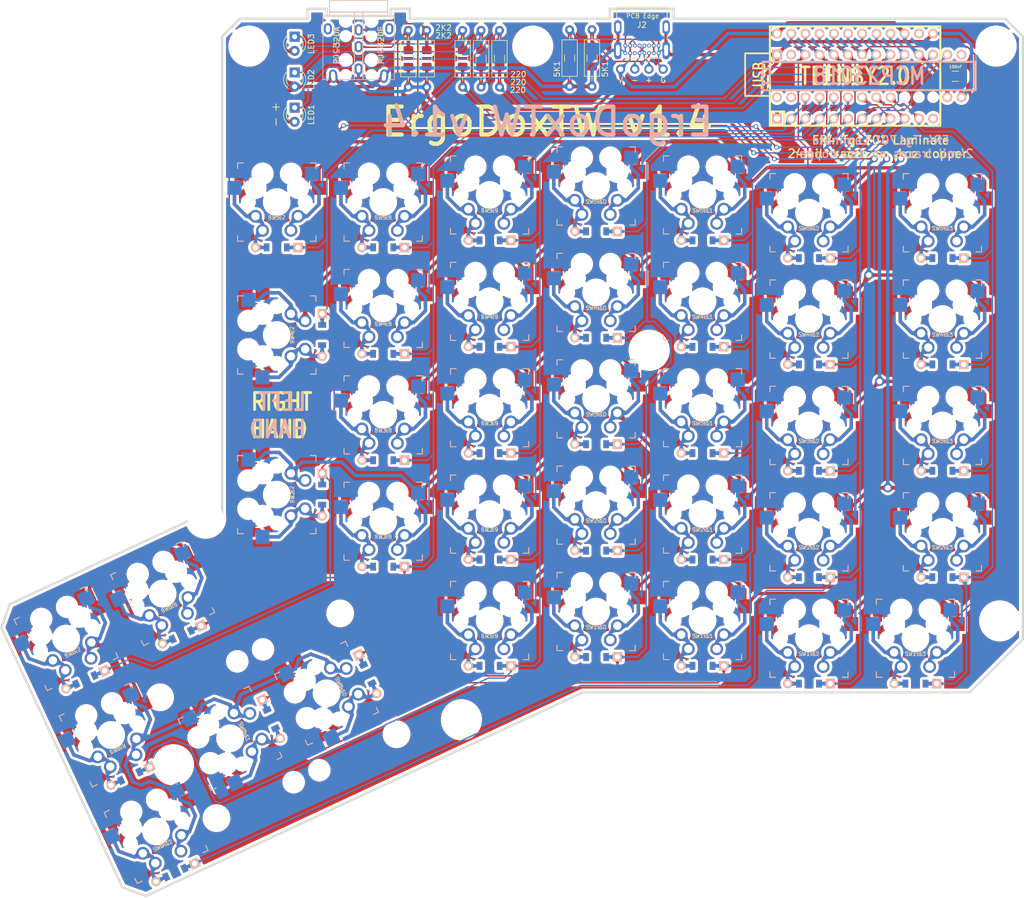
<source format=kicad_pcb>
(kicad_pcb (version 20171130) (host pcbnew "(5.1.4)-1")
  (layers (0 Front signal) (31 Back signal) (34 B.Paste user) (35 F.Paste user) (36 B.SilkS user) (37 F.SilkS user) (38 B.Mask user) (39 F.Mask user) (44 Edge.Cuts user))
  (net 0 "")
  (net 1 /COL0)
  (net 2 /COL1)
  (net 3 /COL10)
  (net 4 /COL11)
  (net 5 /COL4)
  (net 6 /COL5)
  (net 7 /COL6)
  (net 8 /LED_A)
  (net 9 /LED_B)
  (net 10 /LED_C)
  (net 11 /ROW0)
  (net 12 /ROW1)
  (net 13 /ROW2)
  (net 14 /ROW3)
  (net 15 /ROW4)
  (net 16 /ROW5)
  (net 17 /SCLM)
  (net 18 /SDAM)
  (net 19 GND)
  (net 20 VCC)
  (net 21 "Net-(U2-Pad19)")
  (net 22 "Net-(LED1-Pad1)")
  (net 23 "Net-(LED2-Pad1)")
  (net 24 "Net-(LED3-Pad1)")
  (net 25 "Net-(U2-Pad27)")
  (net 26 "Net-(U2-Pad18)")
  (net 27 "Net-(U2-Pad17)")
  (net 28 "Net-(U2-Pad14)")
  (net 29 "Net-(U4-Pad19)")
  (net 30 "Net-(U4-Pad12)")
  (net 31 "Net-(U2-Pad28)")
  (net 32 "Net-(SW4:7-Pad2)")
  (net 33 "Net-(SW5:7-Pad2)")
  (net 34 "Net-(SW5:8-Pad2)")
  (net 35 "Net-(SW0:7-Pad2)")
  (net 36 "Net-(SW0:8-Pad2)")
  (net 37 "Net-(SW0:9-Pad2)")
  (net 38 "Net-(SW0:10-Pad2)")
  (net 39 "Net-(SW0:11-Pad2)")
  (net 40 "Net-(SW0:12-Pad2)")
  (net 41 "Net-(SW1:9-Pad2)")
  (net 42 "Net-(SW1:10-Pad2)")
  (net 43 "Net-(SW1:11-Pad2)")
  (net 44 "Net-(SW1:12-Pad2)")
  (net 45 "Net-(SW1:13-Pad2)")
  (net 46 "Net-(SW2:7-Pad2)")
  (net 47 "Net-(SW2:8-Pad2)")
  (net 48 "Net-(SW2:9-Pad2)")
  (net 49 "Net-(SW2:10-Pad2)")
  (net 50 "Net-(SW2:11-Pad2)")
  (net 51 "Net-(SW2:12-Pad2)")
  (net 52 "Net-(SW2:13-Pad2)")
  (net 53 "Net-(SW3:8-Pad2)")
  (net 54 "Net-(SW3:9-Pad2)")
  (net 55 "Net-(SW3:10-Pad2)")
  (net 56 "Net-(SW3:11-Pad2)")
  (net 57 "Net-(SW3:12-Pad2)")
  (net 58 "Net-(SW3:13-Pad2)")
  (net 59 "Net-(SW4:8-Pad2)")
  (net 60 "Net-(SW4:9-Pad2)")
  (net 61 "Net-(SW4:10-Pad2)")
  (net 62 "Net-(SW4:11-Pad2)")
  (net 63 "Net-(SW4:12-Pad2)")
  (net 64 "Net-(SW4:13-Pad2)")
  (net 65 "Net-(SW5:9-Pad2)")
  (net 66 "Net-(SW5:10-Pad2)")
  (net 67 "Net-(SW5:11-Pad2)")
  (net 68 "Net-(SW5:12-Pad2)")
  (net 69 "Net-(SW5:13-Pad2)")
  (net 70 "Net-(J1-Pad1)")
  (net 71 "Net-(J2-PadB5)")
  (net 72 "Net-(J2-PadA6)")
  (net 73 "Net-(J2-PadB8)")
  (net 74 "Net-(J2-PadA7)")
  (net 75 "Net-(J2-PadA5)")
  (net 76 "Net-(J2-PadA8)")
  (module Enhance:PJ-320A_and_320E-Dual (layer Front) (at 86.826448 30.888999)
    (fp_text reference J1)
    (fp_text value 3.5mm)
    (fp_text user PJ-320E (at -3.95 6 -270) (layer B.SilkS) (effects (justify mirror)))
    (fp_text user PJ-320A (at 3.95 5.925 -90) (layer B.SilkS) (effects (justify mirror)))
    (fp_text user PJ-320A (at -3.9 5.97381 90) (layer F.SilkS))
    (fp_text user PJ-320E (at 4 5.95 270) (layer F.SilkS))
    (pad 5 thru_hole oval (at 4.5 11.7) (size 1.4 2) (drill oval 0.7 1.3) (layers *.Cu *.Mask) (net 19 GND))
    (pad 5 thru_hole oval (at -4.5 11.7) (size 1.4 2) (drill oval 0.7 1.3) (layers *.Cu *.Mask) (net 19 GND))
    (pad "" np_thru_hole circle (at 2.29746 11.31268 270) (size 1.2 1.2) (drill 1.2) (layers *.Cu *.Mask))
    (pad "" np_thru_hole circle (at 2.29746 4.31268 270) (size 1.2 1.2) (drill 1.2) (layers *.Cu *.Mask))
    (pad 1 thru_hole oval (at 5.49746 3.01268) (size 1.4 2) (drill oval 0.7 1.3) (layers *.Cu *.Mask) (net 70 "Net-(J1-Pad1)"))
    (pad "" np_thru_hole circle (at 2.3 1.6) (size 1.5 1.5) (drill 1.5) (layers *.Cu *.Mask))
    (pad 4 thru_hole oval (at 0 10.2) (size 1.4 2) (drill oval 0.7 1.3) (layers *.Cu *.Mask) (net 20 VCC))
    (pad "" np_thru_hole circle (at -2.3 1.6) (size 1.5 1.5) (drill 1.5) (layers *.Cu *.Mask))
    (pad 5 thru_hole oval (at -4.6 11.3) (size 1.4 2) (drill oval 0.7 1.3) (layers *.Cu *.Mask) (net 19 GND))
    (pad 3 thru_hole oval (at 0 6.2) (size 1.4 2) (drill oval 0.7 1.3) (layers *.Cu *.Mask) (net 17 /SCLM))
    (pad 2 thru_hole oval (at 0 3.2) (size 1.4 2) (drill oval 0.7 1.3) (layers *.Cu *.Mask) (net 18 /SDAM))
    (pad 5 thru_hole oval (at 4.6 11.3) (size 1.4 2) (drill oval 0.7 1.3) (layers *.Cu *.Mask) (net 19 GND))
    (pad "" np_thru_hole circle (at -2.3 8.6) (size 1.5 1.5) (drill 1.5) (layers *.Cu *.Mask))
    (pad "" np_thru_hole circle (at 2.3 8.6) (size 1.5 1.5) (drill 1.5) (layers *.Cu *.Mask))
    (pad 1 thru_hole oval (at -5.50254 3.01268) (size 1.4 2) (drill oval 0.7 1.3) (layers *.Cu *.Mask) (net 70 "Net-(J1-Pad1)"))
    (pad "" np_thru_hole circle (at -2.30254 4.31268 90) (size 1.2 1.2) (drill 1.2) (layers *.Cu *.Mask))
    (pad "" np_thru_hole circle (at -2.30254 11.31268 90) (size 1.2 1.2) (drill 1.2) (layers *.Cu *.Mask))
  )
  (module Enhance:ErgoDOXmech (layer Front) (at 50.586368 177.666799)
    (fp_text reference S3 hide)
    (fp_text value MEHCINAL hide)
    (pad "" np_thru_hole circle (at 3.0988 -11.9634) (size 6.3754 6.3754) (drill 6.3754) (layers *.Cu *.Mask))
    (pad "" np_thru_hole circle (at 8.8646 -56.134) (size 6.3754 6.3754) (drill 6.3754) (layers *.Cu *.Mask))
    (pad "" np_thru_hole circle (at 54.6354 -20.0406) (size 6.3754 6.3754) (drill 6.3754) (layers *.Cu *.Mask))
    (pad "" np_thru_hole circle (at 150.9776 -37.7444) (size 6.3754 6.3754) (drill 6.3754) (layers *.Cu *.Mask))
    (pad "" np_thru_hole circle (at 88.2396 -86.2076) (size 6.3754 6.3754) (drill 6.3754) (layers *.Cu *.Mask))
    (pad "" np_thru_hole circle (at 150.3426 -140.6652) (size 6.3754 6.3754) (drill 6.3754) (layers *.Cu *.Mask))
    (pad "" np_thru_hole circle (at 67.4116 -140.6652) (size 6.3754 6.3754) (drill 6.3754) (layers *.Cu *.Mask))
    (pad "" np_thru_hole circle (at 16.6116 -140.6652) (size 6.3754 6.3754) (drill 6.3754) (layers *.Cu *.Mask))
  )
  (module Resistor_THT:R_Axial_DIN0207_L6.3mm_D2.5mm_P10.16mm_Horizontal (layer Front) (at 95.734682 44.332992 90)
    (fp_text reference R2 hide)
    (fp_text value 2K2 (at 9.216193 6.291686) (layer F.SilkS))
    (pad 2 thru_hole oval (at 10.16 0 90) (size 1.6 1.6) (drill 0.8) (layers *.Cu *.Mask) (net 17 /SCLM))
    (pad 1 thru_hole circle (at 0 0 90) (size 1.6 1.6) (drill 0.8) (layers *.Cu *.Mask) (net 20 VCC))
  )
  (module Enhance:TEENSY_2.0_WO_RESET (layer Front) (at 175.68582 42.368404)
    (fp_text reference U4 hide)
    (fp_text value TEENSY2.0 (at 0 0) (layer F.SilkS) (effects (font (size 3.048 2.54) (thickness 0.4572))))
    (pad 1 thru_hole rect (at -13.97 7.62) (size 1.7526 1.7526) (drill 1.0922) (layers *.Cu *.SilkS *.Mask) (net 19 GND))
    (pad 2 thru_hole circle (at -11.43 7.62) (size 1.7526 1.7526) (drill 1.0922) (layers *.Cu *.SilkS *.Mask) (net 7 /COL6))
    (pad 3 thru_hole circle (at -8.89 7.62) (size 1.7526 1.7526) (drill 1.0922) (layers *.Cu *.SilkS *.Mask) (net 6 /COL5))
    (pad 4 thru_hole circle (at -6.35 7.62) (size 1.7526 1.7526) (drill 1.0922) (layers *.Cu *.SilkS *.Mask) (net 5 /COL4))
    (pad 5 thru_hole circle (at -3.81 7.62) (size 1.7526 1.7526) (drill 1.0922) (layers *.Cu *.SilkS *.Mask) (net 3 /COL10))
    (pad 6 thru_hole circle (at -1.27 7.62) (size 1.7526 1.7526) (drill 1.0922) (layers *.Cu *.SilkS *.Mask) (net 10 /LED_C))
    (pad 7 thru_hole circle (at 1.27 7.62) (size 1.7526 1.7526) (drill 1.0922) (layers *.Cu *.SilkS *.Mask) (net 17 /SCLM))
    (pad 8 thru_hole circle (at 3.81 7.62) (size 1.7526 1.7526) (drill 1.0922) (layers *.Cu *.SilkS *.Mask) (net 18 /SDAM))
    (pad 9 thru_hole circle (at 6.35 7.62) (size 1.7526 1.7526) (drill 1.0922) (layers *.Cu *.SilkS *.Mask) (net 4 /COL11))
    (pad 10 thru_hole circle (at 8.89 7.62) (size 1.7526 1.7526) (drill 1.0922) (layers *.Cu *.SilkS *.Mask) (net 2 /COL1))
    (pad 11 thru_hole circle (at 11.43 7.62) (size 1.7526 1.7526) (drill 1.0922) (layers *.Cu *.SilkS *.Mask) (net 1 /COL0))
    (pad 12 thru_hole circle (at 13.97 7.62) (size 1.7526 1.7526) (drill 1.0922) (layers *.Cu *.SilkS *.Mask) (net 30 "Net-(U4-Pad12)"))
    (pad 18 thru_hole circle (at 13.97 -7.62) (size 1.7526 1.7526) (drill 1.08966) (layers *.Cu *.SilkS *.Mask) (net 19 GND))
    (pad 19 thru_hole circle (at 11.43 -7.62) (size 1.7526 1.7526) (drill 1.0922) (layers *.Cu *.SilkS *.Mask) (net 29 "Net-(U4-Pad19)"))
    (pad 20 thru_hole circle (at 8.89 -7.62) (size 1.7526 1.7526) (drill 1.0922) (layers *.Cu *.SilkS *.Mask) (net 20 VCC))
    (pad 21 thru_hole circle (at 6.35 -7.62) (size 1.7526 1.7526) (drill 1.0922) (layers *.Cu *.SilkS *.Mask) (net 8 /LED_A))
    (pad 22 thru_hole circle (at 3.81 -7.62) (size 1.7526 1.7526) (drill 1.0922) (layers *.Cu *.SilkS *.Mask) (net 9 /LED_B))
    (pad 23 thru_hole circle (at 1.27 -7.62) (size 1.7526 1.7526) (drill 1.0922) (layers *.Cu *.SilkS *.Mask) (net 11 /ROW0))
    (pad 24 thru_hole circle (at -1.27 -7.62) (size 1.7526 1.7526) (drill 1.0922) (layers *.Cu *.SilkS *.Mask) (net 12 /ROW1))
    (pad 27 thru_hole circle (at -8.89 -7.62) (size 1.7526 1.7526) (drill 1.0922) (layers *.Cu *.SilkS *.Mask) (net 15 /ROW4))
    (pad 28 thru_hole circle (at -11.43 -7.62) (size 1.7526 1.7526) (drill 1.0922) (layers *.Cu *.SilkS *.Mask) (net 16 /ROW5))
    (pad 29 thru_hole circle (at -13.97 -7.62) (size 1.7526 1.7526) (drill 1.0922) (layers *.Cu *.SilkS *.Mask) (net 20 VCC))
    (pad 25 thru_hole circle (at -3.81 -7.62) (size 1.7526 1.7526) (drill 1.0922) (layers *.Cu *.SilkS *.Mask) (net 13 /ROW2))
    (pad 26 thru_hole circle (at -6.35 -7.62) (size 1.7526 1.7526) (drill 1.0922) (layers *.Cu *.SilkS *.Mask) (net 14 /ROW3))
  )
  (module Enhance:TYPE_C_UB228-F16S4BR-A_DIP (layer Front) (at 137.509609 33.573399)
    (fp_text reference J2 (at 0 -0.373399) (layer F.SilkS))
    (fp_text value USB_C)
    (fp_text user G (at 3.82 9.5) (layer F.SilkS))
    (fp_text user + (at 1.28 9.5) (layer F.SilkS))
    (fp_text user - (at -1.26 9.5) (layer F.SilkS))
    (fp_text user "PCB Edge" (at 0.15 -1.973399) (layer F.SilkS) (effects (font (size 0.8 0.8) (thickness 0.12))))
    (fp_text user V (at -3.8 9.5) (layer F.SilkS))
    (pad A9 thru_hole circle (at -2.095 4.68) (size 0.7 0.7) (drill 0.4) (layers *.Cu *.Mask) (net 20 VCC))
    (pad A8 thru_hole circle (at -1.245 4.68) (size 0.7 0.7) (drill 0.4) (layers *.Cu *.Mask) (net 76 "Net-(J2-PadA8)"))
    (pad A7 thru_hole circle (at -0.395 4.68) (size 0.7 0.7) (drill 0.4) (layers *.Cu *.Mask) (net 74 "Net-(J2-PadA7)"))
    (pad A4 thru_hole circle (at 2.155 4.68) (size 0.7 0.7) (drill 0.4) (layers *.Cu *.Mask) (net 20 VCC))
    (pad A5 thru_hole circle (at 1.305 4.68) (size 0.7 0.7) (drill 0.4) (layers *.Cu *.Mask) (net 75 "Net-(J2-PadA5)"))
    (pad A6 thru_hole circle (at 0.455 4.68) (size 0.7 0.7) (drill 0.4) (layers *.Cu *.Mask) (net 72 "Net-(J2-PadA6)"))
    (pad A1 thru_hole circle (at 3.005 4.68) (size 0.7 0.7) (drill 0.4) (layers *.Cu *.Mask) (net 19 GND))
    (pad A12 thru_hole circle (at -2.945 4.68) (size 0.7 0.7) (drill 0.4) (layers *.Cu *.Mask) (net 19 GND))
    (pad B7 thru_hole circle (at 0.455 3.33) (size 0.7 0.7) (drill 0.4) (layers *.Cu *.Mask) (net 74 "Net-(J2-PadA7)"))
    (pad B8 thru_hole circle (at 1.305 3.33) (size 0.7 0.7) (drill 0.4) (layers *.Cu *.Mask) (net 73 "Net-(J2-PadB8)"))
    (pad B9 thru_hole circle (at 2.155 3.33) (size 0.7 0.7) (drill 0.4) (layers *.Cu *.Mask) (net 20 VCC))
    (pad B6 thru_hole circle (at -0.395 3.33) (size 0.7 0.7) (drill 0.4) (layers *.Cu *.Mask) (net 72 "Net-(J2-PadA6)"))
    (pad B5 thru_hole circle (at -1.245 3.33) (size 0.7 0.7) (drill 0.4) (layers *.Cu *.Mask) (net 71 "Net-(J2-PadB5)"))
    (pad B4 thru_hole circle (at -2.095 3.33) (size 0.7 0.7) (drill 0.4) (layers *.Cu *.Mask) (net 20 VCC))
    (pad B12 thru_hole circle (at 3.005 3.33) (size 0.7 0.7) (drill 0.4) (layers *.Cu *.Mask) (net 19 GND))
    (pad B1 thru_hole circle (at -2.945 3.33) (size 0.7 0.7) (drill 0.4) (layers *.Cu *.Mask) (net 19 GND))
    (pad S1 thru_hole oval (at -4.29 0.03) (size 1.3 2.5) (drill oval 0.7 1.6) (layers *.Cu *.Mask) (net 19 GND))
    (pad S1 thru_hole oval (at 4.35 0.03) (size 1.3 2.5) (drill oval 0.7 1.6) (layers *.Cu *.Mask) (net 19 GND))
    (pad S1 thru_hole oval (at 4.35 4.18) (size 1.3 3.2) (drill oval 0.7 2) (layers *.Cu *.Mask) (net 19 GND))
    (pad S1 thru_hole oval (at -4.29 4.18) (size 1.3 3.2) (drill oval 0.7 2) (layers *.Cu *.Mask) (net 19 GND))
    (pad A9 thru_hole circle (at -3.8 7.55) (size 1.651 1.651) (drill 0.9906) (layers *.Cu *.Mask) (net 20 VCC))
    (pad A7 thru_hole circle (at -1.26 7.55) (size 1.651 1.651) (drill 0.9906) (layers *.Cu *.Mask) (net 74 "Net-(J2-PadA7)"))
    (pad A6 thru_hole circle (at 1.28 7.55) (size 1.651 1.651) (drill 0.9906) (layers *.Cu *.Mask) (net 72 "Net-(J2-PadA6)"))
    (pad A1 thru_hole circle (at 3.82 7.55) (size 1.651 1.651) (drill 0.9906) (layers *.Cu *.Mask) (net 19 GND))
  )
  (module Enhance:Kailh_socket_diode_smd (layer Front) (at 91.230193 64.923535)
    (fp_text reference SW5:8 (at 0 2.794) (layer F.SilkS) (effects (font (size 0.7 0.7) (thickness 0.1))))
    (fp_text value SW5:5 (at 0 2.794) (layer B.SilkS) (effects (font (size 0.7 0.7) (thickness 0.1)) (justify mirror)))
    (pad 4 thru_hole rect (at 3.81 8.128) (size 1.651 1.651) (drill 0.9906) (layers *.Cu *.SilkS *.Mask) (net 6 /COL5))
    (pad "" np_thru_hole circle (at -2.54 -5.08 90) (size 3 3) (drill 3) (layers *.Cu *.Mask))
    (pad "" np_thru_hole circle (at 3.81 -2.54) (size 3 3) (drill 3) (layers *.Cu *.Mask))
    (pad 1 thru_hole circle (at 2.54 5.08) (size 2.286 2.286) (drill 1.4986) (layers *.Cu *.Mask) (net 16 /ROW5))
    (pad 2 thru_hole circle (at -3.81 2.54) (size 2.286 2.286) (drill 1.4986) (layers *.Cu *.Mask) (net 34 "Net-(SW5:8-Pad2)"))
    (pad 2 smd rect (at -6.29 -5.08) (size 2.55 2.5) (layers Front F.Paste F.Mask) (net 34 "Net-(SW5:8-Pad2)"))
    (pad "" np_thru_hole circle (at 0 0) (size 3.9878 3.9878) (drill 3.9878) (layers *.Cu *.Mask))
    (pad "" np_thru_hole circle (at 5.08 0) (size 1.7018 1.7018) (drill 1.7018) (layers *.Cu *.Mask))
    (pad "" np_thru_hole circle (at -5.08 0) (size 1.7018 1.7018) (drill 1.7018) (layers *.Cu *.Mask))
    (pad 1 smd rect (at 7.56 -2.54) (size 2.55 2.5) (layers Front F.Paste F.Mask) (net 16 /ROW5))
    (pad 3 thru_hole circle (at -3.81 8.128) (size 1.651 1.651) (drill 0.9906) (layers *.Cu *.SilkS *.Mask) (net 34 "Net-(SW5:8-Pad2)"))
    (pad 4 smd rect (at 1.8 8.128) (size 1 1.4) (layers Front F.Paste F.Mask) (net 6 /COL5))
    (pad 3 smd rect (at -1.8 8.128) (size 1 1.4) (layers Front F.Paste F.Mask) (net 34 "Net-(SW5:8-Pad2)"))
    (pad 3 smd rect (at -1.8 8.128) (size 1 1.4) (layers Back B.Paste B.Mask) (net 34 "Net-(SW5:8-Pad2)"))
    (pad 4 smd rect (at 1.8 8.128) (size 1 1.4) (layers Back B.Paste B.Mask) (net 6 /COL5))
    (pad 2 smd rect (at -7.56 -2.54) (size 2.55 2.5) (layers Back B.Paste B.Mask) (net 34 "Net-(SW5:8-Pad2)"))
    (pad "" np_thru_hole circle (at 5.08 0) (size 1.7018 1.7018) (drill 1.7018) (layers *.Cu *.Mask))
    (pad "" np_thru_hole circle (at -5.08 0) (size 1.7018 1.7018) (drill 1.7018) (layers *.Cu *.Mask))
    (pad 1 smd rect (at 6.29 -5.08) (size 2.55 2.5) (layers Back B.Paste B.Mask) (net 16 /ROW5))
    (pad 1 thru_hole circle (at 3.81 2.54) (size 2.286 2.286) (drill 1.4986) (layers *.Cu *.Mask) (net 16 /ROW5))
    (pad 2 thru_hole circle (at -2.54 5.08) (size 2.286 2.286) (drill 1.4986) (layers *.Cu *.Mask) (net 34 "Net-(SW5:8-Pad2)"))
    (pad "" np_thru_hole circle (at -3.81 -2.54) (size 3 3) (drill 3) (layers *.Cu *.Mask))
    (pad "" np_thru_hole circle (at 2.54 -5.08) (size 3 3) (drill 3) (layers *.Cu *.Mask))
  )
  (module Enhance:Kailh_socket_diode_smd (layer Front) (at 42.538643 160.356388 25)
    (fp_text reference SW0:9 (at 0 2.794 25) (layer F.SilkS) (effects (font (size 0.7 0.7) (thickness 0.1))))
    (fp_text value SW0:4 (at 0 2.794 25) (layer B.SilkS) (effects (font (size 0.7 0.7) (thickness 0.1)) (justify mirror)))
    (pad 4 thru_hole rect (at 3.81 8.128 25) (size 1.651 1.651) (drill 0.9906) (layers *.Cu *.SilkS *.Mask) (net 5 /COL4))
    (pad "" np_thru_hole circle (at -2.54 -5.08 115) (size 3 3) (drill 3) (layers *.Cu *.Mask))
    (pad "" np_thru_hole circle (at 3.81 -2.54 25) (size 3 3) (drill 3) (layers *.Cu *.Mask))
    (pad 1 thru_hole circle (at 2.54 5.08 25) (size 2.286 2.286) (drill 1.4986) (layers *.Cu *.Mask) (net 11 /ROW0))
    (pad 2 thru_hole circle (at -3.81 2.54 25) (size 2.286 2.286) (drill 1.4986) (layers *.Cu *.Mask) (net 37 "Net-(SW0:9-Pad2)"))
    (pad 2 smd rect (at -6.29 -5.08 25) (size 2.55 2.5) (layers Front F.Paste F.Mask) (net 37 "Net-(SW0:9-Pad2)"))
    (pad "" np_thru_hole circle (at 0 0 25) (size 3.9878 3.9878) (drill 3.9878) (layers *.Cu *.Mask))
    (pad "" np_thru_hole circle (at 5.08 0 25) (size 1.7018 1.7018) (drill 1.7018) (layers *.Cu *.Mask))
    (pad "" np_thru_hole circle (at -5.08 0 25) (size 1.7018 1.7018) (drill 1.7018) (layers *.Cu *.Mask))
    (pad 1 smd rect (at 7.56 -2.54 25) (size 2.55 2.5) (layers Front F.Paste F.Mask) (net 11 /ROW0))
    (pad 3 thru_hole circle (at -3.81 8.128 25) (size 1.651 1.651) (drill 0.9906) (layers *.Cu *.SilkS *.Mask) (net 37 "Net-(SW0:9-Pad2)"))
    (pad 4 smd rect (at 1.8 8.128 25) (size 1 1.4) (layers Front F.Paste F.Mask) (net 5 /COL4))
    (pad 3 smd rect (at -1.8 8.128 25) (size 1 1.4) (layers Front F.Paste F.Mask) (net 37 "Net-(SW0:9-Pad2)"))
    (pad 3 smd rect (at -1.8 8.128 25) (size 1 1.4) (layers Back B.Paste B.Mask) (net 37 "Net-(SW0:9-Pad2)"))
    (pad 4 smd rect (at 1.8 8.128 25) (size 1 1.4) (layers Back B.Paste B.Mask) (net 5 /COL4))
    (pad 2 smd rect (at -7.56 -2.54 25) (size 2.55 2.5) (layers Back B.Paste B.Mask) (net 37 "Net-(SW0:9-Pad2)"))
    (pad "" np_thru_hole circle (at 5.08 0 25) (size 1.7018 1.7018) (drill 1.7018) (layers *.Cu *.Mask))
    (pad "" np_thru_hole circle (at -5.08 0 25) (size 1.7018 1.7018) (drill 1.7018) (layers *.Cu *.Mask))
    (pad 1 smd rect (at 6.29 -5.08 25) (size 2.55 2.5) (layers Back B.Paste B.Mask) (net 11 /ROW0))
    (pad 1 thru_hole circle (at 3.81 2.54 25) (size 2.286 2.286) (drill 1.4986) (layers *.Cu *.Mask) (net 11 /ROW0))
    (pad 2 thru_hole circle (at -2.54 5.08 25) (size 2.286 2.286) (drill 1.4986) (layers *.Cu *.Mask) (net 37 "Net-(SW0:9-Pad2)"))
    (pad "" np_thru_hole circle (at -3.81 -2.54 25) (size 3 3) (drill 3) (layers *.Cu *.Mask))
    (pad "" np_thru_hole circle (at 2.54 -5.08 25) (size 3 3) (drill 3) (layers *.Cu *.Mask))
  )
  (module Enhance:Kailh_socket_diode_smd (layer Front) (at 191.310206 66.829023)
    (fp_text reference SW5:13 (at 0 2.794) (layer F.SilkS) (effects (font (size 0.7 0.7) (thickness 0.1))))
    (fp_text value SW5:0 (at 0 2.794) (layer B.SilkS) (effects (font (size 0.7 0.7) (thickness 0.1)) (justify mirror)))
    (pad 4 thru_hole rect (at 3.81 8.128) (size 1.651 1.651) (drill 0.9906) (layers *.Cu *.SilkS *.Mask) (net 1 /COL0))
    (pad "" np_thru_hole circle (at -2.54 -5.08 90) (size 3 3) (drill 3) (layers *.Cu *.Mask))
    (pad "" np_thru_hole circle (at 3.81 -2.54) (size 3 3) (drill 3) (layers *.Cu *.Mask))
    (pad 1 thru_hole circle (at 2.54 5.08) (size 2.286 2.286) (drill 1.4986) (layers *.Cu *.Mask) (net 16 /ROW5))
    (pad 2 thru_hole circle (at -3.81 2.54) (size 2.286 2.286) (drill 1.4986) (layers *.Cu *.Mask) (net 69 "Net-(SW5:13-Pad2)"))
    (pad 2 smd rect (at -6.29 -5.08) (size 2.55 2.5) (layers Front F.Paste F.Mask) (net 69 "Net-(SW5:13-Pad2)"))
    (pad "" np_thru_hole circle (at 0 0) (size 3.9878 3.9878) (drill 3.9878) (layers *.Cu *.Mask))
    (pad "" np_thru_hole circle (at 5.08 0) (size 1.7018 1.7018) (drill 1.7018) (layers *.Cu *.Mask))
    (pad "" np_thru_hole circle (at -5.08 0) (size 1.7018 1.7018) (drill 1.7018) (layers *.Cu *.Mask))
    (pad 1 smd rect (at 7.56 -2.54) (size 2.55 2.5) (layers Front F.Paste F.Mask) (net 16 /ROW5))
    (pad 3 thru_hole circle (at -3.81 8.128) (size 1.651 1.651) (drill 0.9906) (layers *.Cu *.SilkS *.Mask) (net 69 "Net-(SW5:13-Pad2)"))
    (pad 4 smd rect (at 1.8 8.128) (size 1 1.4) (layers Front F.Paste F.Mask) (net 1 /COL0))
    (pad 3 smd rect (at -1.8 8.128) (size 1 1.4) (layers Front F.Paste F.Mask) (net 69 "Net-(SW5:13-Pad2)"))
    (pad 3 smd rect (at -1.8 8.128) (size 1 1.4) (layers Back B.Paste B.Mask) (net 69 "Net-(SW5:13-Pad2)"))
    (pad 4 smd rect (at 1.8 8.128) (size 1 1.4) (layers Back B.Paste B.Mask) (net 1 /COL0))
    (pad 2 smd rect (at -7.56 -2.54) (size 2.55 2.5) (layers Back B.Paste B.Mask) (net 69 "Net-(SW5:13-Pad2)"))
    (pad "" np_thru_hole circle (at 5.08 0) (size 1.7018 1.7018) (drill 1.7018) (layers *.Cu *.Mask))
    (pad "" np_thru_hole circle (at -5.08 0) (size 1.7018 1.7018) (drill 1.7018) (layers *.Cu *.Mask))
    (pad 1 smd rect (at 6.29 -5.08) (size 2.55 2.5) (layers Back B.Paste B.Mask) (net 16 /ROW5))
    (pad 1 thru_hole circle (at 3.81 2.54) (size 2.286 2.286) (drill 1.4986) (layers *.Cu *.Mask) (net 16 /ROW5))
    (pad 2 thru_hole circle (at -2.54 5.08) (size 2.286 2.286) (drill 1.4986) (layers *.Cu *.Mask) (net 69 "Net-(SW5:13-Pad2)"))
    (pad "" np_thru_hole circle (at -3.81 -2.54) (size 3 3) (drill 3) (layers *.Cu *.Mask))
    (pad "" np_thru_hole circle (at 2.54 -5.08) (size 3 3) (drill 3) (layers *.Cu *.Mask))
  )
  (module Enhance:Kailh_socket_diode_smd (layer Front) (at 167.430408 66.827962)
    (fp_text reference SW5:12 (at 0 2.794) (layer F.SilkS) (effects (font (size 0.7 0.7) (thickness 0.1))))
    (fp_text value SW5:1 (at 0 2.794) (layer B.SilkS) (effects (font (size 0.7 0.7) (thickness 0.1)) (justify mirror)))
    (pad 4 thru_hole rect (at 3.81 8.128) (size 1.651 1.651) (drill 0.9906) (layers *.Cu *.SilkS *.Mask) (net 2 /COL1))
    (pad "" np_thru_hole circle (at -2.54 -5.08 90) (size 3 3) (drill 3) (layers *.Cu *.Mask))
    (pad "" np_thru_hole circle (at 3.81 -2.54) (size 3 3) (drill 3) (layers *.Cu *.Mask))
    (pad 1 thru_hole circle (at 2.54 5.08) (size 2.286 2.286) (drill 1.4986) (layers *.Cu *.Mask) (net 16 /ROW5))
    (pad 2 thru_hole circle (at -3.81 2.54) (size 2.286 2.286) (drill 1.4986) (layers *.Cu *.Mask) (net 68 "Net-(SW5:12-Pad2)"))
    (pad 2 smd rect (at -6.29 -5.08) (size 2.55 2.5) (layers Front F.Paste F.Mask) (net 68 "Net-(SW5:12-Pad2)"))
    (pad "" np_thru_hole circle (at 0 0) (size 3.9878 3.9878) (drill 3.9878) (layers *.Cu *.Mask))
    (pad "" np_thru_hole circle (at 5.08 0) (size 1.7018 1.7018) (drill 1.7018) (layers *.Cu *.Mask))
    (pad "" np_thru_hole circle (at -5.08 0) (size 1.7018 1.7018) (drill 1.7018) (layers *.Cu *.Mask))
    (pad 1 smd rect (at 7.56 -2.54) (size 2.55 2.5) (layers Front F.Paste F.Mask) (net 16 /ROW5))
    (pad 3 thru_hole circle (at -3.81 8.128) (size 1.651 1.651) (drill 0.9906) (layers *.Cu *.SilkS *.Mask) (net 68 "Net-(SW5:12-Pad2)"))
    (pad 4 smd rect (at 1.8 8.128) (size 1 1.4) (layers Front F.Paste F.Mask) (net 2 /COL1))
    (pad 3 smd rect (at -1.8 8.128) (size 1 1.4) (layers Front F.Paste F.Mask) (net 68 "Net-(SW5:12-Pad2)"))
    (pad 3 smd rect (at -1.8 8.128) (size 1 1.4) (layers Back B.Paste B.Mask) (net 68 "Net-(SW5:12-Pad2)"))
    (pad 4 smd rect (at 1.8 8.128) (size 1 1.4) (layers Back B.Paste B.Mask) (net 2 /COL1))
    (pad 2 smd rect (at -7.56 -2.54) (size 2.55 2.5) (layers Back B.Paste B.Mask) (net 68 "Net-(SW5:12-Pad2)"))
    (pad "" np_thru_hole circle (at 5.08 0) (size 1.7018 1.7018) (drill 1.7018) (layers *.Cu *.Mask))
    (pad "" np_thru_hole circle (at -5.08 0) (size 1.7018 1.7018) (drill 1.7018) (layers *.Cu *.Mask))
    (pad 1 smd rect (at 6.29 -5.08) (size 2.55 2.5) (layers Back B.Paste B.Mask) (net 16 /ROW5))
    (pad 1 thru_hole circle (at 3.81 2.54) (size 2.286 2.286) (drill 1.4986) (layers *.Cu *.Mask) (net 16 /ROW5))
    (pad 2 thru_hole circle (at -2.54 5.08) (size 2.286 2.286) (drill 1.4986) (layers *.Cu *.Mask) (net 68 "Net-(SW5:12-Pad2)"))
    (pad "" np_thru_hole circle (at -3.81 -2.54) (size 3 3) (drill 3) (layers *.Cu *.Mask))
    (pad "" np_thru_hole circle (at 2.54 -5.08) (size 3 3) (drill 3) (layers *.Cu *.Mask))
  )
  (module Enhance:Kailh_socket_diode_smd (layer Front) (at 148.380052 63.65137)
    (fp_text reference SW5:11 (at 0 2.794) (layer F.SilkS) (effects (font (size 0.7 0.7) (thickness 0.1))))
    (fp_text value SW5:2 (at 0 2.794) (layer B.SilkS) (effects (font (size 0.7 0.7) (thickness 0.1)) (justify mirror)))
    (pad 4 thru_hole rect (at 3.81 8.128) (size 1.651 1.651) (drill 0.9906) (layers *.Cu *.SilkS *.Mask) (net 4 /COL11))
    (pad "" np_thru_hole circle (at -2.54 -5.08 90) (size 3 3) (drill 3) (layers *.Cu *.Mask))
    (pad "" np_thru_hole circle (at 3.81 -2.54) (size 3 3) (drill 3) (layers *.Cu *.Mask))
    (pad 1 thru_hole circle (at 2.54 5.08) (size 2.286 2.286) (drill 1.4986) (layers *.Cu *.Mask) (net 16 /ROW5))
    (pad 2 thru_hole circle (at -3.81 2.54) (size 2.286 2.286) (drill 1.4986) (layers *.Cu *.Mask) (net 67 "Net-(SW5:11-Pad2)"))
    (pad 2 smd rect (at -6.29 -5.08) (size 2.55 2.5) (layers Front F.Paste F.Mask) (net 67 "Net-(SW5:11-Pad2)"))
    (pad "" np_thru_hole circle (at 0 0) (size 3.9878 3.9878) (drill 3.9878) (layers *.Cu *.Mask))
    (pad "" np_thru_hole circle (at 5.08 0) (size 1.7018 1.7018) (drill 1.7018) (layers *.Cu *.Mask))
    (pad "" np_thru_hole circle (at -5.08 0) (size 1.7018 1.7018) (drill 1.7018) (layers *.Cu *.Mask))
    (pad 1 smd rect (at 7.56 -2.54) (size 2.55 2.5) (layers Front F.Paste F.Mask) (net 16 /ROW5))
    (pad 3 thru_hole circle (at -3.81 8.128) (size 1.651 1.651) (drill 0.9906) (layers *.Cu *.SilkS *.Mask) (net 67 "Net-(SW5:11-Pad2)"))
    (pad 4 smd rect (at 1.8 8.128) (size 1 1.4) (layers Front F.Paste F.Mask) (net 4 /COL11))
    (pad 3 smd rect (at -1.8 8.128) (size 1 1.4) (layers Front F.Paste F.Mask) (net 67 "Net-(SW5:11-Pad2)"))
    (pad 3 smd rect (at -1.8 8.128) (size 1 1.4) (layers Back B.Paste B.Mask) (net 67 "Net-(SW5:11-Pad2)"))
    (pad 4 smd rect (at 1.8 8.128) (size 1 1.4) (layers Back B.Paste B.Mask) (net 4 /COL11))
    (pad 2 smd rect (at -7.56 -2.54) (size 2.55 2.5) (layers Back B.Paste B.Mask) (net 67 "Net-(SW5:11-Pad2)"))
    (pad "" np_thru_hole circle (at 5.08 0) (size 1.7018 1.7018) (drill 1.7018) (layers *.Cu *.Mask))
    (pad "" np_thru_hole circle (at -5.08 0) (size 1.7018 1.7018) (drill 1.7018) (layers *.Cu *.Mask))
    (pad 1 smd rect (at 6.29 -5.08) (size 2.55 2.5) (layers Back B.Paste B.Mask) (net 16 /ROW5))
    (pad 1 thru_hole circle (at 3.81 2.54) (size 2.286 2.286) (drill 1.4986) (layers *.Cu *.Mask) (net 16 /ROW5))
    (pad 2 thru_hole circle (at -2.54 5.08) (size 2.286 2.286) (drill 1.4986) (layers *.Cu *.Mask) (net 67 "Net-(SW5:11-Pad2)"))
    (pad "" np_thru_hole circle (at -3.81 -2.54) (size 3 3) (drill 3) (layers *.Cu *.Mask))
    (pad "" np_thru_hole circle (at 2.54 -5.08) (size 3 3) (drill 3) (layers *.Cu *.Mask))
  )
  (module Enhance:Kailh_socket_diode_smd (layer Front) (at 129.330861 62.053166)
    (fp_text reference SW5:10 (at 0 2.794) (layer F.SilkS) (effects (font (size 0.7 0.7) (thickness 0.1))))
    (fp_text value SW5:3 (at 0 2.794) (layer B.SilkS) (effects (font (size 0.7 0.7) (thickness 0.1)) (justify mirror)))
    (pad 4 thru_hole rect (at 3.81 8.128) (size 1.651 1.651) (drill 0.9906) (layers *.Cu *.SilkS *.Mask) (net 3 /COL10))
    (pad "" np_thru_hole circle (at -2.54 -5.08 90) (size 3 3) (drill 3) (layers *.Cu *.Mask))
    (pad "" np_thru_hole circle (at 3.81 -2.54) (size 3 3) (drill 3) (layers *.Cu *.Mask))
    (pad 1 thru_hole circle (at 2.54 5.08) (size 2.286 2.286) (drill 1.4986) (layers *.Cu *.Mask) (net 16 /ROW5))
    (pad 2 thru_hole circle (at -3.81 2.54) (size 2.286 2.286) (drill 1.4986) (layers *.Cu *.Mask) (net 66 "Net-(SW5:10-Pad2)"))
    (pad 2 smd rect (at -6.29 -5.08) (size 2.55 2.5) (layers Front F.Paste F.Mask) (net 66 "Net-(SW5:10-Pad2)"))
    (pad "" np_thru_hole circle (at 0 0) (size 3.9878 3.9878) (drill 3.9878) (layers *.Cu *.Mask))
    (pad "" np_thru_hole circle (at 5.08 0) (size 1.7018 1.7018) (drill 1.7018) (layers *.Cu *.Mask))
    (pad "" np_thru_hole circle (at -5.08 0) (size 1.7018 1.7018) (drill 1.7018) (layers *.Cu *.Mask))
    (pad 1 smd rect (at 7.56 -2.54) (size 2.55 2.5) (layers Front F.Paste F.Mask) (net 16 /ROW5))
    (pad 3 thru_hole circle (at -3.81 8.128) (size 1.651 1.651) (drill 0.9906) (layers *.Cu *.SilkS *.Mask) (net 66 "Net-(SW5:10-Pad2)"))
    (pad 4 smd rect (at 1.8 8.128) (size 1 1.4) (layers Front F.Paste F.Mask) (net 3 /COL10))
    (pad 3 smd rect (at -1.8 8.128) (size 1 1.4) (layers Front F.Paste F.Mask) (net 66 "Net-(SW5:10-Pad2)"))
    (pad 3 smd rect (at -1.8 8.128) (size 1 1.4) (layers Back B.Paste B.Mask) (net 66 "Net-(SW5:10-Pad2)"))
    (pad 4 smd rect (at 1.8 8.128) (size 1 1.4) (layers Back B.Paste B.Mask) (net 3 /COL10))
    (pad 2 smd rect (at -7.56 -2.54) (size 2.55 2.5) (layers Back B.Paste B.Mask) (net 66 "Net-(SW5:10-Pad2)"))
    (pad "" np_thru_hole circle (at 5.08 0) (size 1.7018 1.7018) (drill 1.7018) (layers *.Cu *.Mask))
    (pad "" np_thru_hole circle (at -5.08 0) (size 1.7018 1.7018) (drill 1.7018) (layers *.Cu *.Mask))
    (pad 1 smd rect (at 6.29 -5.08) (size 2.55 2.5) (layers Back B.Paste B.Mask) (net 16 /ROW5))
    (pad 1 thru_hole circle (at 3.81 2.54) (size 2.286 2.286) (drill 1.4986) (layers *.Cu *.Mask) (net 16 /ROW5))
    (pad 2 thru_hole circle (at -2.54 5.08) (size 2.286 2.286) (drill 1.4986) (layers *.Cu *.Mask) (net 66 "Net-(SW5:10-Pad2)"))
    (pad "" np_thru_hole circle (at -3.81 -2.54) (size 3 3) (drill 3) (layers *.Cu *.Mask))
    (pad "" np_thru_hole circle (at 2.54 -5.08) (size 3 3) (drill 3) (layers *.Cu *.Mask))
  )
  (module Enhance:Kailh_socket_diode_smd (layer Front) (at 110.280243 63.65101)
    (fp_text reference SW5:9 (at 0 2.794) (layer F.SilkS) (effects (font (size 0.7 0.7) (thickness 0.1))))
    (fp_text value SW5:4 (at 0 2.794) (layer B.SilkS) (effects (font (size 0.7 0.7) (thickness 0.1)) (justify mirror)))
    (pad 4 thru_hole rect (at 3.81 8.128) (size 1.651 1.651) (drill 0.9906) (layers *.Cu *.SilkS *.Mask) (net 5 /COL4))
    (pad "" np_thru_hole circle (at -2.54 -5.08 90) (size 3 3) (drill 3) (layers *.Cu *.Mask))
    (pad "" np_thru_hole circle (at 3.81 -2.54) (size 3 3) (drill 3) (layers *.Cu *.Mask))
    (pad 1 thru_hole circle (at 2.54 5.08) (size 2.286 2.286) (drill 1.4986) (layers *.Cu *.Mask) (net 16 /ROW5))
    (pad 2 thru_hole circle (at -3.81 2.54) (size 2.286 2.286) (drill 1.4986) (layers *.Cu *.Mask) (net 65 "Net-(SW5:9-Pad2)"))
    (pad 2 smd rect (at -6.29 -5.08) (size 2.55 2.5) (layers Front F.Paste F.Mask) (net 65 "Net-(SW5:9-Pad2)"))
    (pad "" np_thru_hole circle (at 0 0) (size 3.9878 3.9878) (drill 3.9878) (layers *.Cu *.Mask))
    (pad "" np_thru_hole circle (at 5.08 0) (size 1.7018 1.7018) (drill 1.7018) (layers *.Cu *.Mask))
    (pad "" np_thru_hole circle (at -5.08 0) (size 1.7018 1.7018) (drill 1.7018) (layers *.Cu *.Mask))
    (pad 1 smd rect (at 7.56 -2.54) (size 2.55 2.5) (layers Front F.Paste F.Mask) (net 16 /ROW5))
    (pad 3 thru_hole circle (at -3.81 8.128) (size 1.651 1.651) (drill 0.9906) (layers *.Cu *.SilkS *.Mask) (net 65 "Net-(SW5:9-Pad2)"))
    (pad 4 smd rect (at 1.8 8.128) (size 1 1.4) (layers Front F.Paste F.Mask) (net 5 /COL4))
    (pad 3 smd rect (at -1.8 8.128) (size 1 1.4) (layers Front F.Paste F.Mask) (net 65 "Net-(SW5:9-Pad2)"))
    (pad 3 smd rect (at -1.8 8.128) (size 1 1.4) (layers Back B.Paste B.Mask) (net 65 "Net-(SW5:9-Pad2)"))
    (pad 4 smd rect (at 1.8 8.128) (size 1 1.4) (layers Back B.Paste B.Mask) (net 5 /COL4))
    (pad 2 smd rect (at -7.56 -2.54) (size 2.55 2.5) (layers Back B.Paste B.Mask) (net 65 "Net-(SW5:9-Pad2)"))
    (pad "" np_thru_hole circle (at 5.08 0) (size 1.7018 1.7018) (drill 1.7018) (layers *.Cu *.Mask))
    (pad "" np_thru_hole circle (at -5.08 0) (size 1.7018 1.7018) (drill 1.7018) (layers *.Cu *.Mask))
    (pad 1 smd rect (at 6.29 -5.08) (size 2.55 2.5) (layers Back B.Paste B.Mask) (net 16 /ROW5))
    (pad 1 thru_hole circle (at 3.81 2.54) (size 2.286 2.286) (drill 1.4986) (layers *.Cu *.Mask) (net 16 /ROW5))
    (pad 2 thru_hole circle (at -2.54 5.08) (size 2.286 2.286) (drill 1.4986) (layers *.Cu *.Mask) (net 65 "Net-(SW5:9-Pad2)"))
    (pad "" np_thru_hole circle (at -3.81 -2.54) (size 3 3) (drill 3) (layers *.Cu *.Mask))
    (pad "" np_thru_hole circle (at 2.54 -5.08) (size 3 3) (drill 3) (layers *.Cu *.Mask))
  )
  (module Enhance:Kailh_socket_diode_smd (layer Front) (at 72.180333 64.923445)
    (fp_text reference SW5:7 (at 0 2.794) (layer F.SilkS) (effects (font (size 0.7 0.7) (thickness 0.1))))
    (fp_text value SW5:6 (at 0 2.794) (layer B.SilkS) (effects (font (size 0.7 0.7) (thickness 0.1)) (justify mirror)))
    (pad 4 thru_hole rect (at 3.81 8.128) (size 1.651 1.651) (drill 0.9906) (layers *.Cu *.SilkS *.Mask) (net 7 /COL6))
    (pad "" np_thru_hole circle (at -2.54 -5.08 90) (size 3 3) (drill 3) (layers *.Cu *.Mask))
    (pad "" np_thru_hole circle (at 3.81 -2.54) (size 3 3) (drill 3) (layers *.Cu *.Mask))
    (pad 1 thru_hole circle (at 2.54 5.08) (size 2.286 2.286) (drill 1.4986) (layers *.Cu *.Mask) (net 16 /ROW5))
    (pad 2 thru_hole circle (at -3.81 2.54) (size 2.286 2.286) (drill 1.4986) (layers *.Cu *.Mask) (net 33 "Net-(SW5:7-Pad2)"))
    (pad 2 smd rect (at -6.29 -5.08) (size 2.55 2.5) (layers Front F.Paste F.Mask) (net 33 "Net-(SW5:7-Pad2)"))
    (pad "" np_thru_hole circle (at 0 0) (size 3.9878 3.9878) (drill 3.9878) (layers *.Cu *.Mask))
    (pad "" np_thru_hole circle (at 5.08 0) (size 1.7018 1.7018) (drill 1.7018) (layers *.Cu *.Mask))
    (pad "" np_thru_hole circle (at -5.08 0) (size 1.7018 1.7018) (drill 1.7018) (layers *.Cu *.Mask))
    (pad 1 smd rect (at 7.56 -2.54) (size 2.55 2.5) (layers Front F.Paste F.Mask) (net 16 /ROW5))
    (pad 3 thru_hole circle (at -3.81 8.128) (size 1.651 1.651) (drill 0.9906) (layers *.Cu *.SilkS *.Mask) (net 33 "Net-(SW5:7-Pad2)"))
    (pad 4 smd rect (at 1.8 8.128) (size 1 1.4) (layers Front F.Paste F.Mask) (net 7 /COL6))
    (pad 3 smd rect (at -1.8 8.128) (size 1 1.4) (layers Front F.Paste F.Mask) (net 33 "Net-(SW5:7-Pad2)"))
    (pad 3 smd rect (at -1.8 8.128) (size 1 1.4) (layers Back B.Paste B.Mask) (net 33 "Net-(SW5:7-Pad2)"))
    (pad 4 smd rect (at 1.8 8.128) (size 1 1.4) (layers Back B.Paste B.Mask) (net 7 /COL6))
    (pad 2 smd rect (at -7.56 -2.54) (size 2.55 2.5) (layers Back B.Paste B.Mask) (net 33 "Net-(SW5:7-Pad2)"))
    (pad "" np_thru_hole circle (at 5.08 0) (size 1.7018 1.7018) (drill 1.7018) (layers *.Cu *.Mask))
    (pad "" np_thru_hole circle (at -5.08 0) (size 1.7018 1.7018) (drill 1.7018) (layers *.Cu *.Mask))
    (pad 1 smd rect (at 6.29 -5.08) (size 2.55 2.5) (layers Back B.Paste B.Mask) (net 16 /ROW5))
    (pad 1 thru_hole circle (at 3.81 2.54) (size 2.286 2.286) (drill 1.4986) (layers *.Cu *.Mask) (net 16 /ROW5))
    (pad 2 thru_hole circle (at -2.54 5.08) (size 2.286 2.286) (drill 1.4986) (layers *.Cu *.Mask) (net 33 "Net-(SW5:7-Pad2)"))
    (pad "" np_thru_hole circle (at -3.81 -2.54) (size 3 3) (drill 3) (layers *.Cu *.Mask))
    (pad "" np_thru_hole circle (at 2.54 -5.08) (size 3 3) (drill 3) (layers *.Cu *.Mask))
  )
  (module Enhance:Kailh_socket_diode_smd (layer Front) (at 191.310571 85.875362)
    (fp_text reference SW4:13 (at 0 2.794) (layer F.SilkS) (effects (font (size 0.7 0.7) (thickness 0.1))))
    (fp_text value SW4:0 (at 0 2.794) (layer B.SilkS) (effects (font (size 0.7 0.7) (thickness 0.1)) (justify mirror)))
    (pad 4 thru_hole rect (at 3.81 8.128) (size 1.651 1.651) (drill 0.9906) (layers *.Cu *.SilkS *.Mask) (net 1 /COL0))
    (pad "" np_thru_hole circle (at -2.54 -5.08 90) (size 3 3) (drill 3) (layers *.Cu *.Mask))
    (pad "" np_thru_hole circle (at 3.81 -2.54) (size 3 3) (drill 3) (layers *.Cu *.Mask))
    (pad 1 thru_hole circle (at 2.54 5.08) (size 2.286 2.286) (drill 1.4986) (layers *.Cu *.Mask) (net 15 /ROW4))
    (pad 2 thru_hole circle (at -3.81 2.54) (size 2.286 2.286) (drill 1.4986) (layers *.Cu *.Mask) (net 64 "Net-(SW4:13-Pad2)"))
    (pad 2 smd rect (at -6.29 -5.08) (size 2.55 2.5) (layers Front F.Paste F.Mask) (net 64 "Net-(SW4:13-Pad2)"))
    (pad "" np_thru_hole circle (at 0 0) (size 3.9878 3.9878) (drill 3.9878) (layers *.Cu *.Mask))
    (pad "" np_thru_hole circle (at 5.08 0) (size 1.7018 1.7018) (drill 1.7018) (layers *.Cu *.Mask))
    (pad "" np_thru_hole circle (at -5.08 0) (size 1.7018 1.7018) (drill 1.7018) (layers *.Cu *.Mask))
    (pad 1 smd rect (at 7.56 -2.54) (size 2.55 2.5) (layers Front F.Paste F.Mask) (net 15 /ROW4))
    (pad 3 thru_hole circle (at -3.81 8.128) (size 1.651 1.651) (drill 0.9906) (layers *.Cu *.SilkS *.Mask) (net 64 "Net-(SW4:13-Pad2)"))
    (pad 4 smd rect (at 1.8 8.128) (size 1 1.4) (layers Front F.Paste F.Mask) (net 1 /COL0))
    (pad 3 smd rect (at -1.8 8.128) (size 1 1.4) (layers Front F.Paste F.Mask) (net 64 "Net-(SW4:13-Pad2)"))
    (pad 3 smd rect (at -1.8 8.128) (size 1 1.4) (layers Back B.Paste B.Mask) (net 64 "Net-(SW4:13-Pad2)"))
    (pad 4 smd rect (at 1.8 8.128) (size 1 1.4) (layers Back B.Paste B.Mask) (net 1 /COL0))
    (pad 2 smd rect (at -7.56 -2.54) (size 2.55 2.5) (layers Back B.Paste B.Mask) (net 64 "Net-(SW4:13-Pad2)"))
    (pad "" np_thru_hole circle (at 5.08 0) (size 1.7018 1.7018) (drill 1.7018) (layers *.Cu *.Mask))
    (pad "" np_thru_hole circle (at -5.08 0) (size 1.7018 1.7018) (drill 1.7018) (layers *.Cu *.Mask))
    (pad 1 smd rect (at 6.29 -5.08) (size 2.55 2.5) (layers Back B.Paste B.Mask) (net 15 /ROW4))
    (pad 1 thru_hole circle (at 3.81 2.54) (size 2.286 2.286) (drill 1.4986) (layers *.Cu *.Mask) (net 15 /ROW4))
    (pad 2 thru_hole circle (at -2.54 5.08) (size 2.286 2.286) (drill 1.4986) (layers *.Cu *.Mask) (net 64 "Net-(SW4:13-Pad2)"))
    (pad "" np_thru_hole circle (at -3.81 -2.54) (size 3 3) (drill 3) (layers *.Cu *.Mask))
    (pad "" np_thru_hole circle (at 2.54 -5.08) (size 3 3) (drill 3) (layers *.Cu *.Mask))
  )
  (module Enhance:Kailh_socket_diode_smd (layer Front) (at 167.430289 85.875632)
    (fp_text reference SW4:12 (at 0 2.794) (layer F.SilkS) (effects (font (size 0.7 0.7) (thickness 0.1))))
    (fp_text value SW4:1 (at 0 2.794) (layer B.SilkS) (effects (font (size 0.7 0.7) (thickness 0.1)) (justify mirror)))
    (pad 4 thru_hole rect (at 3.81 8.128) (size 1.651 1.651) (drill 0.9906) (layers *.Cu *.SilkS *.Mask) (net 2 /COL1))
    (pad "" np_thru_hole circle (at -2.54 -5.08 90) (size 3 3) (drill 3) (layers *.Cu *.Mask))
    (pad "" np_thru_hole circle (at 3.81 -2.54) (size 3 3) (drill 3) (layers *.Cu *.Mask))
    (pad 1 thru_hole circle (at 2.54 5.08) (size 2.286 2.286) (drill 1.4986) (layers *.Cu *.Mask) (net 15 /ROW4))
    (pad 2 thru_hole circle (at -3.81 2.54) (size 2.286 2.286) (drill 1.4986) (layers *.Cu *.Mask) (net 63 "Net-(SW4:12-Pad2)"))
    (pad 2 smd rect (at -6.29 -5.08) (size 2.55 2.5) (layers Front F.Paste F.Mask) (net 63 "Net-(SW4:12-Pad2)"))
    (pad "" np_thru_hole circle (at 0 0) (size 3.9878 3.9878) (drill 3.9878) (layers *.Cu *.Mask))
    (pad "" np_thru_hole circle (at 5.08 0) (size 1.7018 1.7018) (drill 1.7018) (layers *.Cu *.Mask))
    (pad "" np_thru_hole circle (at -5.08 0) (size 1.7018 1.7018) (drill 1.7018) (layers *.Cu *.Mask))
    (pad 1 smd rect (at 7.56 -2.54) (size 2.55 2.5) (layers Front F.Paste F.Mask) (net 15 /ROW4))
    (pad 3 thru_hole circle (at -3.81 8.128) (size 1.651 1.651) (drill 0.9906) (layers *.Cu *.SilkS *.Mask) (net 63 "Net-(SW4:12-Pad2)"))
    (pad 4 smd rect (at 1.8 8.128) (size 1 1.4) (layers Front F.Paste F.Mask) (net 2 /COL1))
    (pad 3 smd rect (at -1.8 8.128) (size 1 1.4) (layers Front F.Paste F.Mask) (net 63 "Net-(SW4:12-Pad2)"))
    (pad 3 smd rect (at -1.8 8.128) (size 1 1.4) (layers Back B.Paste B.Mask) (net 63 "Net-(SW4:12-Pad2)"))
    (pad 4 smd rect (at 1.8 8.128) (size 1 1.4) (layers Back B.Paste B.Mask) (net 2 /COL1))
    (pad 2 smd rect (at -7.56 -2.54) (size 2.55 2.5) (layers Back B.Paste B.Mask) (net 63 "Net-(SW4:12-Pad2)"))
    (pad "" np_thru_hole circle (at 5.08 0) (size 1.7018 1.7018) (drill 1.7018) (layers *.Cu *.Mask))
    (pad "" np_thru_hole circle (at -5.08 0) (size 1.7018 1.7018) (drill 1.7018) (layers *.Cu *.Mask))
    (pad 1 smd rect (at 6.29 -5.08) (size 2.55 2.5) (layers Back B.Paste B.Mask) (net 15 /ROW4))
    (pad 1 thru_hole circle (at 3.81 2.54) (size 2.286 2.286) (drill 1.4986) (layers *.Cu *.Mask) (net 15 /ROW4))
    (pad 2 thru_hole circle (at -2.54 5.08) (size 2.286 2.286) (drill 1.4986) (layers *.Cu *.Mask) (net 63 "Net-(SW4:12-Pad2)"))
    (pad "" np_thru_hole circle (at -3.81 -2.54) (size 3 3) (drill 3) (layers *.Cu *.Mask))
    (pad "" np_thru_hole circle (at 2.54 -5.08) (size 3 3) (drill 3) (layers *.Cu *.Mask))
  )
  (module Enhance:Kailh_socket_diode_smd (layer Front) (at 148.380776 82.700851)
    (fp_text reference SW4:11 (at 0 2.794) (layer F.SilkS) (effects (font (size 0.7 0.7) (thickness 0.1))))
    (fp_text value SW4:2 (at 0 2.794) (layer B.SilkS) (effects (font (size 0.7 0.7) (thickness 0.1)) (justify mirror)))
    (pad 4 thru_hole rect (at 3.81 8.128) (size 1.651 1.651) (drill 0.9906) (layers *.Cu *.SilkS *.Mask) (net 4 /COL11))
    (pad "" np_thru_hole circle (at -2.54 -5.08 90) (size 3 3) (drill 3) (layers *.Cu *.Mask))
    (pad "" np_thru_hole circle (at 3.81 -2.54) (size 3 3) (drill 3) (layers *.Cu *.Mask))
    (pad 1 thru_hole circle (at 2.54 5.08) (size 2.286 2.286) (drill 1.4986) (layers *.Cu *.Mask) (net 15 /ROW4))
    (pad 2 thru_hole circle (at -3.81 2.54) (size 2.286 2.286) (drill 1.4986) (layers *.Cu *.Mask) (net 62 "Net-(SW4:11-Pad2)"))
    (pad 2 smd rect (at -6.29 -5.08) (size 2.55 2.5) (layers Front F.Paste F.Mask) (net 62 "Net-(SW4:11-Pad2)"))
    (pad "" np_thru_hole circle (at 0 0) (size 3.9878 3.9878) (drill 3.9878) (layers *.Cu *.Mask))
    (pad "" np_thru_hole circle (at 5.08 0) (size 1.7018 1.7018) (drill 1.7018) (layers *.Cu *.Mask))
    (pad "" np_thru_hole circle (at -5.08 0) (size 1.7018 1.7018) (drill 1.7018) (layers *.Cu *.Mask))
    (pad 1 smd rect (at 7.56 -2.54) (size 2.55 2.5) (layers Front F.Paste F.Mask) (net 15 /ROW4))
    (pad 3 thru_hole circle (at -3.81 8.128) (size 1.651 1.651) (drill 0.9906) (layers *.Cu *.SilkS *.Mask) (net 62 "Net-(SW4:11-Pad2)"))
    (pad 4 smd rect (at 1.8 8.128) (size 1 1.4) (layers Front F.Paste F.Mask) (net 4 /COL11))
    (pad 3 smd rect (at -1.8 8.128) (size 1 1.4) (layers Front F.Paste F.Mask) (net 62 "Net-(SW4:11-Pad2)"))
    (pad 3 smd rect (at -1.8 8.128) (size 1 1.4) (layers Back B.Paste B.Mask) (net 62 "Net-(SW4:11-Pad2)"))
    (pad 4 smd rect (at 1.8 8.128) (size 1 1.4) (layers Back B.Paste B.Mask) (net 4 /COL11))
    (pad 2 smd rect (at -7.56 -2.54) (size 2.55 2.5) (layers Back B.Paste B.Mask) (net 62 "Net-(SW4:11-Pad2)"))
    (pad "" np_thru_hole circle (at 5.08 0) (size 1.7018 1.7018) (drill 1.7018) (layers *.Cu *.Mask))
    (pad "" np_thru_hole circle (at -5.08 0) (size 1.7018 1.7018) (drill 1.7018) (layers *.Cu *.Mask))
    (pad 1 smd rect (at 6.29 -5.08) (size 2.55 2.5) (layers Back B.Paste B.Mask) (net 15 /ROW4))
    (pad 1 thru_hole circle (at 3.81 2.54) (size 2.286 2.286) (drill 1.4986) (layers *.Cu *.Mask) (net 15 /ROW4))
    (pad 2 thru_hole circle (at -2.54 5.08) (size 2.286 2.286) (drill 1.4986) (layers *.Cu *.Mask) (net 62 "Net-(SW4:11-Pad2)"))
    (pad "" np_thru_hole circle (at -3.81 -2.54) (size 3 3) (drill 3) (layers *.Cu *.Mask))
    (pad "" np_thru_hole circle (at 2.54 -5.08) (size 3 3) (drill 3) (layers *.Cu *.Mask))
  )
  (module Enhance:Kailh_socket_diode_smd (layer Front) (at 129.33068 81.103069)
    (fp_text reference SW4:10 (at 0 2.794) (layer F.SilkS) (effects (font (size 0.7 0.7) (thickness 0.1))))
    (fp_text value SW4:3 (at 0 2.794) (layer B.SilkS) (effects (font (size 0.7 0.7) (thickness 0.1)) (justify mirror)))
    (pad 4 thru_hole rect (at 3.81 8.128) (size 1.651 1.651) (drill 0.9906) (layers *.Cu *.SilkS *.Mask) (net 3 /COL10))
    (pad "" np_thru_hole circle (at -2.54 -5.08 90) (size 3 3) (drill 3) (layers *.Cu *.Mask))
    (pad "" np_thru_hole circle (at 3.81 -2.54) (size 3 3) (drill 3) (layers *.Cu *.Mask))
    (pad 1 thru_hole circle (at 2.54 5.08) (size 2.286 2.286) (drill 1.4986) (layers *.Cu *.Mask) (net 15 /ROW4))
    (pad 2 thru_hole circle (at -3.81 2.54) (size 2.286 2.286) (drill 1.4986) (layers *.Cu *.Mask) (net 61 "Net-(SW4:10-Pad2)"))
    (pad 2 smd rect (at -6.29 -5.08) (size 2.55 2.5) (layers Front F.Paste F.Mask) (net 61 "Net-(SW4:10-Pad2)"))
    (pad "" np_thru_hole circle (at 0 0) (size 3.9878 3.9878) (drill 3.9878) (layers *.Cu *.Mask))
    (pad "" np_thru_hole circle (at 5.08 0) (size 1.7018 1.7018) (drill 1.7018) (layers *.Cu *.Mask))
    (pad "" np_thru_hole circle (at -5.08 0) (size 1.7018 1.7018) (drill 1.7018) (layers *.Cu *.Mask))
    (pad 1 smd rect (at 7.56 -2.54) (size 2.55 2.5) (layers Front F.Paste F.Mask) (net 15 /ROW4))
    (pad 3 thru_hole circle (at -3.81 8.128) (size 1.651 1.651) (drill 0.9906) (layers *.Cu *.SilkS *.Mask) (net 61 "Net-(SW4:10-Pad2)"))
    (pad 4 smd rect (at 1.8 8.128) (size 1 1.4) (layers Front F.Paste F.Mask) (net 3 /COL10))
    (pad 3 smd rect (at -1.8 8.128) (size 1 1.4) (layers Front F.Paste F.Mask) (net 61 "Net-(SW4:10-Pad2)"))
    (pad 3 smd rect (at -1.8 8.128) (size 1 1.4) (layers Back B.Paste B.Mask) (net 61 "Net-(SW4:10-Pad2)"))
    (pad 4 smd rect (at 1.8 8.128) (size 1 1.4) (layers Back B.Paste B.Mask) (net 3 /COL10))
    (pad 2 smd rect (at -7.56 -2.54) (size 2.55 2.5) (layers Back B.Paste B.Mask) (net 61 "Net-(SW4:10-Pad2)"))
    (pad "" np_thru_hole circle (at 5.08 0) (size 1.7018 1.7018) (drill 1.7018) (layers *.Cu *.Mask))
    (pad "" np_thru_hole circle (at -5.08 0) (size 1.7018 1.7018) (drill 1.7018) (layers *.Cu *.Mask))
    (pad 1 smd rect (at 6.29 -5.08) (size 2.55 2.5) (layers Back B.Paste B.Mask) (net 15 /ROW4))
    (pad 1 thru_hole circle (at 3.81 2.54) (size 2.286 2.286) (drill 1.4986) (layers *.Cu *.Mask) (net 15 /ROW4))
    (pad 2 thru_hole circle (at -2.54 5.08) (size 2.286 2.286) (drill 1.4986) (layers *.Cu *.Mask) (net 61 "Net-(SW4:10-Pad2)"))
    (pad "" np_thru_hole circle (at -3.81 -2.54) (size 3 3) (drill 3) (layers *.Cu *.Mask))
    (pad "" np_thru_hole circle (at 2.54 -5.08) (size 3 3) (drill 3) (layers *.Cu *.Mask))
  )
  (module Enhance:Kailh_socket_diode_smd (layer Front) (at 110.280065 82.700914)
    (fp_text reference SW4:9 (at 0 2.794) (layer F.SilkS) (effects (font (size 0.7 0.7) (thickness 0.1))))
    (fp_text value SW4:4 (at 0 2.794) (layer B.SilkS) (effects (font (size 0.7 0.7) (thickness 0.1)) (justify mirror)))
    (pad 4 thru_hole rect (at 3.81 8.128) (size 1.651 1.651) (drill 0.9906) (layers *.Cu *.SilkS *.Mask) (net 5 /COL4))
    (pad "" np_thru_hole circle (at -2.54 -5.08 90) (size 3 3) (drill 3) (layers *.Cu *.Mask))
    (pad "" np_thru_hole circle (at 3.81 -2.54) (size 3 3) (drill 3) (layers *.Cu *.Mask))
    (pad 1 thru_hole circle (at 2.54 5.08) (size 2.286 2.286) (drill 1.4986) (layers *.Cu *.Mask) (net 15 /ROW4))
    (pad 2 thru_hole circle (at -3.81 2.54) (size 2.286 2.286) (drill 1.4986) (layers *.Cu *.Mask) (net 60 "Net-(SW4:9-Pad2)"))
    (pad 2 smd rect (at -6.29 -5.08) (size 2.55 2.5) (layers Front F.Paste F.Mask) (net 60 "Net-(SW4:9-Pad2)"))
    (pad "" np_thru_hole circle (at 0 0) (size 3.9878 3.9878) (drill 3.9878) (layers *.Cu *.Mask))
    (pad "" np_thru_hole circle (at 5.08 0) (size 1.7018 1.7018) (drill 1.7018) (layers *.Cu *.Mask))
    (pad "" np_thru_hole circle (at -5.08 0) (size 1.7018 1.7018) (drill 1.7018) (layers *.Cu *.Mask))
    (pad 1 smd rect (at 7.56 -2.54) (size 2.55 2.5) (layers Front F.Paste F.Mask) (net 15 /ROW4))
    (pad 3 thru_hole circle (at -3.81 8.128) (size 1.651 1.651) (drill 0.9906) (layers *.Cu *.SilkS *.Mask) (net 60 "Net-(SW4:9-Pad2)"))
    (pad 4 smd rect (at 1.8 8.128) (size 1 1.4) (layers Front F.Paste F.Mask) (net 5 /COL4))
    (pad 3 smd rect (at -1.8 8.128) (size 1 1.4) (layers Front F.Paste F.Mask) (net 60 "Net-(SW4:9-Pad2)"))
    (pad 3 smd rect (at -1.8 8.128) (size 1 1.4) (layers Back B.Paste B.Mask) (net 60 "Net-(SW4:9-Pad2)"))
    (pad 4 smd rect (at 1.8 8.128) (size 1 1.4) (layers Back B.Paste B.Mask) (net 5 /COL4))
    (pad 2 smd rect (at -7.56 -2.54) (size 2.55 2.5) (layers Back B.Paste B.Mask) (net 60 "Net-(SW4:9-Pad2)"))
    (pad "" np_thru_hole circle (at 5.08 0) (size 1.7018 1.7018) (drill 1.7018) (layers *.Cu *.Mask))
    (pad "" np_thru_hole circle (at -5.08 0) (size 1.7018 1.7018) (drill 1.7018) (layers *.Cu *.Mask))
    (pad 1 smd rect (at 6.29 -5.08) (size 2.55 2.5) (layers Back B.Paste B.Mask) (net 15 /ROW4))
    (pad 1 thru_hole circle (at 3.81 2.54) (size 2.286 2.286) (drill 1.4986) (layers *.Cu *.Mask) (net 15 /ROW4))
    (pad 2 thru_hole circle (at -2.54 5.08) (size 2.286 2.286) (drill 1.4986) (layers *.Cu *.Mask) (net 60 "Net-(SW4:9-Pad2)"))
    (pad "" np_thru_hole circle (at -3.81 -2.54) (size 3 3) (drill 3) (layers *.Cu *.Mask))
    (pad "" np_thru_hole circle (at 2.54 -5.08) (size 3 3) (drill 3) (layers *.Cu *.Mask))
  )
  (module Enhance:Kailh_socket_diode_smd (layer Front) (at 91.229908 83.97084)
    (fp_text reference SW4:8 (at 0 2.794) (layer F.SilkS) (effects (font (size 0.7 0.7) (thickness 0.1))))
    (fp_text value SW4:5 (at 0 2.794) (layer B.SilkS) (effects (font (size 0.7 0.7) (thickness 0.1)) (justify mirror)))
    (pad 4 thru_hole rect (at 3.81 8.128) (size 1.651 1.651) (drill 0.9906) (layers *.Cu *.SilkS *.Mask) (net 6 /COL5))
    (pad "" np_thru_hole circle (at -2.54 -5.08 90) (size 3 3) (drill 3) (layers *.Cu *.Mask))
    (pad "" np_thru_hole circle (at 3.81 -2.54) (size 3 3) (drill 3) (layers *.Cu *.Mask))
    (pad 1 thru_hole circle (at 2.54 5.08) (size 2.286 2.286) (drill 1.4986) (layers *.Cu *.Mask) (net 15 /ROW4))
    (pad 2 thru_hole circle (at -3.81 2.54) (size 2.286 2.286) (drill 1.4986) (layers *.Cu *.Mask) (net 59 "Net-(SW4:8-Pad2)"))
    (pad 2 smd rect (at -6.29 -5.08) (size 2.55 2.5) (layers Front F.Paste F.Mask) (net 59 "Net-(SW4:8-Pad2)"))
    (pad "" np_thru_hole circle (at 0 0) (size 3.9878 3.9878) (drill 3.9878) (layers *.Cu *.Mask))
    (pad "" np_thru_hole circle (at 5.08 0) (size 1.7018 1.7018) (drill 1.7018) (layers *.Cu *.Mask))
    (pad "" np_thru_hole circle (at -5.08 0) (size 1.7018 1.7018) (drill 1.7018) (layers *.Cu *.Mask))
    (pad 1 smd rect (at 7.56 -2.54) (size 2.55 2.5) (layers Front F.Paste F.Mask) (net 15 /ROW4))
    (pad 3 thru_hole circle (at -3.81 8.128) (size 1.651 1.651) (drill 0.9906) (layers *.Cu *.SilkS *.Mask) (net 59 "Net-(SW4:8-Pad2)"))
    (pad 4 smd rect (at 1.8 8.128) (size 1 1.4) (layers Front F.Paste F.Mask) (net 6 /COL5))
    (pad 3 smd rect (at -1.8 8.128) (size 1 1.4) (layers Front F.Paste F.Mask) (net 59 "Net-(SW4:8-Pad2)"))
    (pad 3 smd rect (at -1.8 8.128) (size 1 1.4) (layers Back B.Paste B.Mask) (net 59 "Net-(SW4:8-Pad2)"))
    (pad 4 smd rect (at 1.8 8.128) (size 1 1.4) (layers Back B.Paste B.Mask) (net 6 /COL5))
    (pad 2 smd rect (at -7.56 -2.54) (size 2.55 2.5) (layers Back B.Paste B.Mask) (net 59 "Net-(SW4:8-Pad2)"))
    (pad "" np_thru_hole circle (at 5.08 0) (size 1.7018 1.7018) (drill 1.7018) (layers *.Cu *.Mask))
    (pad "" np_thru_hole circle (at -5.08 0) (size 1.7018 1.7018) (drill 1.7018) (layers *.Cu *.Mask))
    (pad 1 smd rect (at 6.29 -5.08) (size 2.55 2.5) (layers Back B.Paste B.Mask) (net 15 /ROW4))
    (pad 1 thru_hole circle (at 3.81 2.54) (size 2.286 2.286) (drill 1.4986) (layers *.Cu *.Mask) (net 15 /ROW4))
    (pad 2 thru_hole circle (at -2.54 5.08) (size 2.286 2.286) (drill 1.4986) (layers *.Cu *.Mask) (net 59 "Net-(SW4:8-Pad2)"))
    (pad "" np_thru_hole circle (at -3.81 -2.54) (size 3 3) (drill 3) (layers *.Cu *.Mask))
    (pad "" np_thru_hole circle (at 2.54 -5.08) (size 3 3) (drill 3) (layers *.Cu *.Mask))
  )
  (module Enhance:Kailh_socket_diode_smd (layer Front) (at 72.180048 88.733921 90)
    (fp_text reference SW4:7 (at 0 2.794 90) (layer F.SilkS) (effects (font (size 0.7 0.7) (thickness 0.1))))
    (fp_text value SW4:6 (at 0 2.794 90) (layer B.SilkS) (effects (font (size 0.7 0.7) (thickness 0.1)) (justify mirror)))
    (pad 4 thru_hole rect (at 3.81 8.128 90) (size 1.651 1.651) (drill 0.9906) (layers *.Cu *.SilkS *.Mask) (net 7 /COL6))
    (pad "" np_thru_hole circle (at -2.54 -5.08 180) (size 3 3) (drill 3) (layers *.Cu *.Mask))
    (pad "" np_thru_hole circle (at 3.81 -2.54 90) (size 3 3) (drill 3) (layers *.Cu *.Mask))
    (pad 1 thru_hole circle (at 2.54 5.08 90) (size 2.286 2.286) (drill 1.4986) (layers *.Cu *.Mask) (net 15 /ROW4))
    (pad 2 thru_hole circle (at -3.81 2.54 90) (size 2.286 2.286) (drill 1.4986) (layers *.Cu *.Mask) (net 32 "Net-(SW4:7-Pad2)"))
    (pad 2 smd rect (at -6.29 -5.08 90) (size 2.55 2.5) (layers Front F.Paste F.Mask) (net 32 "Net-(SW4:7-Pad2)"))
    (pad "" np_thru_hole circle (at 0 0 90) (size 3.9878 3.9878) (drill 3.9878) (layers *.Cu *.Mask))
    (pad "" np_thru_hole circle (at 5.08 0 90) (size 1.7018 1.7018) (drill 1.7018) (layers *.Cu *.Mask))
    (pad "" np_thru_hole circle (at -5.08 0 90) (size 1.7018 1.7018) (drill 1.7018) (layers *.Cu *.Mask))
    (pad 1 smd rect (at 7.56 -2.54 90) (size 2.55 2.5) (layers Front F.Paste F.Mask) (net 15 /ROW4))
    (pad 3 thru_hole circle (at -3.81 8.128 90) (size 1.651 1.651) (drill 0.9906) (layers *.Cu *.SilkS *.Mask) (net 32 "Net-(SW4:7-Pad2)"))
    (pad 4 smd rect (at 1.8 8.128 90) (size 1 1.4) (layers Front F.Paste F.Mask) (net 7 /COL6))
    (pad 3 smd rect (at -1.8 8.128 90) (size 1 1.4) (layers Front F.Paste F.Mask) (net 32 "Net-(SW4:7-Pad2)"))
    (pad 3 smd rect (at -1.8 8.128 90) (size 1 1.4) (layers Back B.Paste B.Mask) (net 32 "Net-(SW4:7-Pad2)"))
    (pad 4 smd rect (at 1.8 8.128 90) (size 1 1.4) (layers Back B.Paste B.Mask) (net 7 /COL6))
    (pad 2 smd rect (at -7.56 -2.54 90) (size 2.55 2.5) (layers Back B.Paste B.Mask) (net 32 "Net-(SW4:7-Pad2)"))
    (pad "" np_thru_hole circle (at 5.08 0 90) (size 1.7018 1.7018) (drill 1.7018) (layers *.Cu *.Mask))
    (pad "" np_thru_hole circle (at -5.08 0 90) (size 1.7018 1.7018) (drill 1.7018) (layers *.Cu *.Mask))
    (pad 1 smd rect (at 6.29 -5.08 90) (size 2.55 2.5) (layers Back B.Paste B.Mask) (net 15 /ROW4))
    (pad 1 thru_hole circle (at 3.81 2.54 90) (size 2.286 2.286) (drill 1.4986) (layers *.Cu *.Mask) (net 15 /ROW4))
    (pad 2 thru_hole circle (at -2.54 5.08 90) (size 2.286 2.286) (drill 1.4986) (layers *.Cu *.Mask) (net 32 "Net-(SW4:7-Pad2)"))
    (pad "" np_thru_hole circle (at -3.81 -2.54 90) (size 3 3) (drill 3) (layers *.Cu *.Mask))
    (pad "" np_thru_hole circle (at 2.54 -5.08 90) (size 3 3) (drill 3) (layers *.Cu *.Mask))
  )
  (module Enhance:Kailh_socket_diode_smd (layer Front) (at 191.310813 104.926173)
    (fp_text reference SW3:13 (at 0 2.794) (layer F.SilkS) (effects (font (size 0.7 0.7) (thickness 0.1))))
    (fp_text value SW3:0 (at 0 2.794) (layer B.SilkS) (effects (font (size 0.7 0.7) (thickness 0.1)) (justify mirror)))
    (pad 4 thru_hole rect (at 3.81 8.128) (size 1.651 1.651) (drill 0.9906) (layers *.Cu *.SilkS *.Mask) (net 1 /COL0))
    (pad "" np_thru_hole circle (at -2.54 -5.08 90) (size 3 3) (drill 3) (layers *.Cu *.Mask))
    (pad "" np_thru_hole circle (at 3.81 -2.54) (size 3 3) (drill 3) (layers *.Cu *.Mask))
    (pad 1 thru_hole circle (at 2.54 5.08) (size 2.286 2.286) (drill 1.4986) (layers *.Cu *.Mask) (net 14 /ROW3))
    (pad 2 thru_hole circle (at -3.81 2.54) (size 2.286 2.286) (drill 1.4986) (layers *.Cu *.Mask) (net 58 "Net-(SW3:13-Pad2)"))
    (pad 2 smd rect (at -6.29 -5.08) (size 2.55 2.5) (layers Front F.Paste F.Mask) (net 58 "Net-(SW3:13-Pad2)"))
    (pad "" np_thru_hole circle (at 0 0) (size 3.9878 3.9878) (drill 3.9878) (layers *.Cu *.Mask))
    (pad "" np_thru_hole circle (at 5.08 0) (size 1.7018 1.7018) (drill 1.7018) (layers *.Cu *.Mask))
    (pad "" np_thru_hole circle (at -5.08 0) (size 1.7018 1.7018) (drill 1.7018) (layers *.Cu *.Mask))
    (pad 1 smd rect (at 7.56 -2.54) (size 2.55 2.5) (layers Front F.Paste F.Mask) (net 14 /ROW3))
    (pad 3 thru_hole circle (at -3.81 8.128) (size 1.651 1.651) (drill 0.9906) (layers *.Cu *.SilkS *.Mask) (net 58 "Net-(SW3:13-Pad2)"))
    (pad 4 smd rect (at 1.8 8.128) (size 1 1.4) (layers Front F.Paste F.Mask) (net 1 /COL0))
    (pad 3 smd rect (at -1.8 8.128) (size 1 1.4) (layers Front F.Paste F.Mask) (net 58 "Net-(SW3:13-Pad2)"))
    (pad 3 smd rect (at -1.8 8.128) (size 1 1.4) (layers Back B.Paste B.Mask) (net 58 "Net-(SW3:13-Pad2)"))
    (pad 4 smd rect (at 1.8 8.128) (size 1 1.4) (layers Back B.Paste B.Mask) (net 1 /COL0))
    (pad 2 smd rect (at -7.56 -2.54) (size 2.55 2.5) (layers Back B.Paste B.Mask) (net 58 "Net-(SW3:13-Pad2)"))
    (pad "" np_thru_hole circle (at 5.08 0) (size 1.7018 1.7018) (drill 1.7018) (layers *.Cu *.Mask))
    (pad "" np_thru_hole circle (at -5.08 0) (size 1.7018 1.7018) (drill 1.7018) (layers *.Cu *.Mask))
    (pad 1 smd rect (at 6.29 -5.08) (size 2.55 2.5) (layers Back B.Paste B.Mask) (net 14 /ROW3))
    (pad 1 thru_hole circle (at 3.81 2.54) (size 2.286 2.286) (drill 1.4986) (layers *.Cu *.Mask) (net 14 /ROW3))
    (pad 2 thru_hole circle (at -2.54 5.08) (size 2.286 2.286) (drill 1.4986) (layers *.Cu *.Mask) (net 58 "Net-(SW3:13-Pad2)"))
    (pad "" np_thru_hole circle (at -3.81 -2.54) (size 3 3) (drill 3) (layers *.Cu *.Mask))
    (pad "" np_thru_hole circle (at 2.54 -5.08) (size 3 3) (drill 3) (layers *.Cu *.Mask))
  )
  (module Enhance:Kailh_socket_diode_smd (layer Front) (at 167.43053 104.926441)
    (fp_text reference SW3:12 (at 0 2.794) (layer F.SilkS) (effects (font (size 0.7 0.7) (thickness 0.1))))
    (fp_text value SW3:1 (at 0 2.794) (layer B.SilkS) (effects (font (size 0.7 0.7) (thickness 0.1)) (justify mirror)))
    (pad 4 thru_hole rect (at 3.81 8.128) (size 1.651 1.651) (drill 0.9906) (layers *.Cu *.SilkS *.Mask) (net 2 /COL1))
    (pad "" np_thru_hole circle (at -2.54 -5.08 90) (size 3 3) (drill 3) (layers *.Cu *.Mask))
    (pad "" np_thru_hole circle (at 3.81 -2.54) (size 3 3) (drill 3) (layers *.Cu *.Mask))
    (pad 1 thru_hole circle (at 2.54 5.08) (size 2.286 2.286) (drill 1.4986) (layers *.Cu *.Mask) (net 14 /ROW3))
    (pad 2 thru_hole circle (at -3.81 2.54) (size 2.286 2.286) (drill 1.4986) (layers *.Cu *.Mask) (net 57 "Net-(SW3:12-Pad2)"))
    (pad 2 smd rect (at -6.29 -5.08) (size 2.55 2.5) (layers Front F.Paste F.Mask) (net 57 "Net-(SW3:12-Pad2)"))
    (pad "" np_thru_hole circle (at 0 0) (size 3.9878 3.9878) (drill 3.9878) (layers *.Cu *.Mask))
    (pad "" np_thru_hole circle (at 5.08 0) (size 1.7018 1.7018) (drill 1.7018) (layers *.Cu *.Mask))
    (pad "" np_thru_hole circle (at -5.08 0) (size 1.7018 1.7018) (drill 1.7018) (layers *.Cu *.Mask))
    (pad 1 smd rect (at 7.56 -2.54) (size 2.55 2.5) (layers Front F.Paste F.Mask) (net 14 /ROW3))
    (pad 3 thru_hole circle (at -3.81 8.128) (size 1.651 1.651) (drill 0.9906) (layers *.Cu *.SilkS *.Mask) (net 57 "Net-(SW3:12-Pad2)"))
    (pad 4 smd rect (at 1.8 8.128) (size 1 1.4) (layers Front F.Paste F.Mask) (net 2 /COL1))
    (pad 3 smd rect (at -1.8 8.128) (size 1 1.4) (layers Front F.Paste F.Mask) (net 57 "Net-(SW3:12-Pad2)"))
    (pad 3 smd rect (at -1.8 8.128) (size 1 1.4) (layers Back B.Paste B.Mask) (net 57 "Net-(SW3:12-Pad2)"))
    (pad 4 smd rect (at 1.8 8.128) (size 1 1.4) (layers Back B.Paste B.Mask) (net 2 /COL1))
    (pad 2 smd rect (at -7.56 -2.54) (size 2.55 2.5) (layers Back B.Paste B.Mask) (net 57 "Net-(SW3:12-Pad2)"))
    (pad "" np_thru_hole circle (at 5.08 0) (size 1.7018 1.7018) (drill 1.7018) (layers *.Cu *.Mask))
    (pad "" np_thru_hole circle (at -5.08 0) (size 1.7018 1.7018) (drill 1.7018) (layers *.Cu *.Mask))
    (pad 1 smd rect (at 6.29 -5.08) (size 2.55 2.5) (layers Back B.Paste B.Mask) (net 14 /ROW3))
    (pad 1 thru_hole circle (at 3.81 2.54) (size 2.286 2.286) (drill 1.4986) (layers *.Cu *.Mask) (net 14 /ROW3))
    (pad 2 thru_hole circle (at -2.54 5.08) (size 2.286 2.286) (drill 1.4986) (layers *.Cu *.Mask) (net 57 "Net-(SW3:12-Pad2)"))
    (pad "" np_thru_hole circle (at -3.81 -2.54) (size 3 3) (drill 3) (layers *.Cu *.Mask))
    (pad "" np_thru_hole circle (at 2.54 -5.08) (size 3 3) (drill 3) (layers *.Cu *.Mask))
  )
  (module Enhance:Kailh_socket_diode_smd (layer Front) (at 148.380598 101.750753)
    (fp_text reference SW3:11 (at 0 2.794) (layer F.SilkS) (effects (font (size 0.7 0.7) (thickness 0.1))))
    (fp_text value SW3:2 (at 0 2.794) (layer B.SilkS) (effects (font (size 0.7 0.7) (thickness 0.1)) (justify mirror)))
    (pad 4 thru_hole rect (at 3.81 8.128) (size 1.651 1.651) (drill 0.9906) (layers *.Cu *.SilkS *.Mask) (net 4 /COL11))
    (pad "" np_thru_hole circle (at -2.54 -5.08 90) (size 3 3) (drill 3) (layers *.Cu *.Mask))
    (pad "" np_thru_hole circle (at 3.81 -2.54) (size 3 3) (drill 3) (layers *.Cu *.Mask))
    (pad 1 thru_hole circle (at 2.54 5.08) (size 2.286 2.286) (drill 1.4986) (layers *.Cu *.Mask) (net 14 /ROW3))
    (pad 2 thru_hole circle (at -3.81 2.54) (size 2.286 2.286) (drill 1.4986) (layers *.Cu *.Mask) (net 56 "Net-(SW3:11-Pad2)"))
    (pad 2 smd rect (at -6.29 -5.08) (size 2.55 2.5) (layers Front F.Paste F.Mask) (net 56 "Net-(SW3:11-Pad2)"))
    (pad "" np_thru_hole circle (at 0 0) (size 3.9878 3.9878) (drill 3.9878) (layers *.Cu *.Mask))
    (pad "" np_thru_hole circle (at 5.08 0) (size 1.7018 1.7018) (drill 1.7018) (layers *.Cu *.Mask))
    (pad "" np_thru_hole circle (at -5.08 0) (size 1.7018 1.7018) (drill 1.7018) (layers *.Cu *.Mask))
    (pad 1 smd rect (at 7.56 -2.54) (size 2.55 2.5) (layers Front F.Paste F.Mask) (net 14 /ROW3))
    (pad 3 thru_hole circle (at -3.81 8.128) (size 1.651 1.651) (drill 0.9906) (layers *.Cu *.SilkS *.Mask) (net 56 "Net-(SW3:11-Pad2)"))
    (pad 4 smd rect (at 1.8 8.128) (size 1 1.4) (layers Front F.Paste F.Mask) (net 4 /COL11))
    (pad 3 smd rect (at -1.8 8.128) (size 1 1.4) (layers Front F.Paste F.Mask) (net 56 "Net-(SW3:11-Pad2)"))
    (pad 3 smd rect (at -1.8 8.128) (size 1 1.4) (layers Back B.Paste B.Mask) (net 56 "Net-(SW3:11-Pad2)"))
    (pad 4 smd rect (at 1.8 8.128) (size 1 1.4) (layers Back B.Paste B.Mask) (net 4 /COL11))
    (pad 2 smd rect (at -7.56 -2.54) (size 2.55 2.5) (layers Back B.Paste B.Mask) (net 56 "Net-(SW3:11-Pad2)"))
    (pad "" np_thru_hole circle (at 5.08 0) (size 1.7018 1.7018) (drill 1.7018) (layers *.Cu *.Mask))
    (pad "" np_thru_hole circle (at -5.08 0) (size 1.7018 1.7018) (drill 1.7018) (layers *.Cu *.Mask))
    (pad 1 smd rect (at 6.29 -5.08) (size 2.55 2.5) (layers Back B.Paste B.Mask) (net 14 /ROW3))
    (pad 1 thru_hole circle (at 3.81 2.54) (size 2.286 2.286) (drill 1.4986) (layers *.Cu *.Mask) (net 14 /ROW3))
    (pad 2 thru_hole circle (at -2.54 5.08) (size 2.286 2.286) (drill 1.4986) (layers *.Cu *.Mask) (net 56 "Net-(SW3:11-Pad2)"))
    (pad "" np_thru_hole circle (at -3.81 -2.54) (size 3 3) (drill 3) (layers *.Cu *.Mask))
    (pad "" np_thru_hole circle (at 2.54 -5.08) (size 3 3) (drill 3) (layers *.Cu *.Mask))
  )
  (module Enhance:Kailh_socket_diode_smd (layer Front) (at 129.330501 100.152973)
    (fp_text reference SW3:10 (at 0 2.794) (layer F.SilkS) (effects (font (size 0.7 0.7) (thickness 0.1))))
    (fp_text value SW3:3 (at 0 2.794) (layer B.SilkS) (effects (font (size 0.7 0.7) (thickness 0.1)) (justify mirror)))
    (pad 4 thru_hole rect (at 3.81 8.128) (size 1.651 1.651) (drill 0.9906) (layers *.Cu *.SilkS *.Mask) (net 3 /COL10))
    (pad "" np_thru_hole circle (at -2.54 -5.08 90) (size 3 3) (drill 3) (layers *.Cu *.Mask))
    (pad "" np_thru_hole circle (at 3.81 -2.54) (size 3 3) (drill 3) (layers *.Cu *.Mask))
    (pad 1 thru_hole circle (at 2.54 5.08) (size 2.286 2.286) (drill 1.4986) (layers *.Cu *.Mask) (net 14 /ROW3))
    (pad 2 thru_hole circle (at -3.81 2.54) (size 2.286 2.286) (drill 1.4986) (layers *.Cu *.Mask) (net 55 "Net-(SW3:10-Pad2)"))
    (pad 2 smd rect (at -6.29 -5.08) (size 2.55 2.5) (layers Front F.Paste F.Mask) (net 55 "Net-(SW3:10-Pad2)"))
    (pad "" np_thru_hole circle (at 0 0) (size 3.9878 3.9878) (drill 3.9878) (layers *.Cu *.Mask))
    (pad "" np_thru_hole circle (at 5.08 0) (size 1.7018 1.7018) (drill 1.7018) (layers *.Cu *.Mask))
    (pad "" np_thru_hole circle (at -5.08 0) (size 1.7018 1.7018) (drill 1.7018) (layers *.Cu *.Mask))
    (pad 1 smd rect (at 7.56 -2.54) (size 2.55 2.5) (layers Front F.Paste F.Mask) (net 14 /ROW3))
    (pad 3 thru_hole circle (at -3.81 8.128) (size 1.651 1.651) (drill 0.9906) (layers *.Cu *.SilkS *.Mask) (net 55 "Net-(SW3:10-Pad2)"))
    (pad 4 smd rect (at 1.8 8.128) (size 1 1.4) (layers Front F.Paste F.Mask) (net 3 /COL10))
    (pad 3 smd rect (at -1.8 8.128) (size 1 1.4) (layers Front F.Paste F.Mask) (net 55 "Net-(SW3:10-Pad2)"))
    (pad 3 smd rect (at -1.8 8.128) (size 1 1.4) (layers Back B.Paste B.Mask) (net 55 "Net-(SW3:10-Pad2)"))
    (pad 4 smd rect (at 1.8 8.128) (size 1 1.4) (layers Back B.Paste B.Mask) (net 3 /COL10))
    (pad 2 smd rect (at -7.56 -2.54) (size 2.55 2.5) (layers Back B.Paste B.Mask) (net 55 "Net-(SW3:10-Pad2)"))
    (pad "" np_thru_hole circle (at 5.08 0) (size 1.7018 1.7018) (drill 1.7018) (layers *.Cu *.Mask))
    (pad "" np_thru_hole circle (at -5.08 0) (size 1.7018 1.7018) (drill 1.7018) (layers *.Cu *.Mask))
    (pad 1 smd rect (at 6.29 -5.08) (size 2.55 2.5) (layers Back B.Paste B.Mask) (net 14 /ROW3))
    (pad 1 thru_hole circle (at 3.81 2.54) (size 2.286 2.286) (drill 1.4986) (layers *.Cu *.Mask) (net 14 /ROW3))
    (pad 2 thru_hole circle (at -2.54 5.08) (size 2.286 2.286) (drill 1.4986) (layers *.Cu *.Mask) (net 55 "Net-(SW3:10-Pad2)"))
    (pad "" np_thru_hole circle (at -3.81 -2.54) (size 3 3) (drill 3) (layers *.Cu *.Mask))
    (pad "" np_thru_hole circle (at 2.54 -5.08) (size 3 3) (drill 3) (layers *.Cu *.Mask))
  )
  (module Enhance:Kailh_socket_diode_smd (layer Front) (at 110.280308 101.751724)
    (fp_text reference SW3:9 (at 0 2.794) (layer F.SilkS) (effects (font (size 0.7 0.7) (thickness 0.1))))
    (fp_text value SW3:4 (at 0 2.794) (layer B.SilkS) (effects (font (size 0.7 0.7) (thickness 0.1)) (justify mirror)))
    (pad 4 thru_hole rect (at 3.81 8.128) (size 1.651 1.651) (drill 0.9906) (layers *.Cu *.SilkS *.Mask) (net 5 /COL4))
    (pad "" np_thru_hole circle (at -2.54 -5.08 90) (size 3 3) (drill 3) (layers *.Cu *.Mask))
    (pad "" np_thru_hole circle (at 3.81 -2.54) (size 3 3) (drill 3) (layers *.Cu *.Mask))
    (pad 1 thru_hole circle (at 2.54 5.08) (size 2.286 2.286) (drill 1.4986) (layers *.Cu *.Mask) (net 14 /ROW3))
    (pad 2 thru_hole circle (at -3.81 2.54) (size 2.286 2.286) (drill 1.4986) (layers *.Cu *.Mask) (net 54 "Net-(SW3:9-Pad2)"))
    (pad 2 smd rect (at -6.29 -5.08) (size 2.55 2.5) (layers Front F.Paste F.Mask) (net 54 "Net-(SW3:9-Pad2)"))
    (pad "" np_thru_hole circle (at 0 0) (size 3.9878 3.9878) (drill 3.9878) (layers *.Cu *.Mask))
    (pad "" np_thru_hole circle (at 5.08 0) (size 1.7018 1.7018) (drill 1.7018) (layers *.Cu *.Mask))
    (pad "" np_thru_hole circle (at -5.08 0) (size 1.7018 1.7018) (drill 1.7018) (layers *.Cu *.Mask))
    (pad 1 smd rect (at 7.56 -2.54) (size 2.55 2.5) (layers Front F.Paste F.Mask) (net 14 /ROW3))
    (pad 3 thru_hole circle (at -3.81 8.128) (size 1.651 1.651) (drill 0.9906) (layers *.Cu *.SilkS *.Mask) (net 54 "Net-(SW3:9-Pad2)"))
    (pad 4 smd rect (at 1.8 8.128) (size 1 1.4) (layers Front F.Paste F.Mask) (net 5 /COL4))
    (pad 3 smd rect (at -1.8 8.128) (size 1 1.4) (layers Front F.Paste F.Mask) (net 54 "Net-(SW3:9-Pad2)"))
    (pad 3 smd rect (at -1.8 8.128) (size 1 1.4) (layers Back B.Paste B.Mask) (net 54 "Net-(SW3:9-Pad2)"))
    (pad 4 smd rect (at 1.8 8.128) (size 1 1.4) (layers Back B.Paste B.Mask) (net 5 /COL4))
    (pad 2 smd rect (at -7.56 -2.54) (size 2.55 2.5) (layers Back B.Paste B.Mask) (net 54 "Net-(SW3:9-Pad2)"))
    (pad "" np_thru_hole circle (at 5.08 0) (size 1.7018 1.7018) (drill 1.7018) (layers *.Cu *.Mask))
    (pad "" np_thru_hole circle (at -5.08 0) (size 1.7018 1.7018) (drill 1.7018) (layers *.Cu *.Mask))
    (pad 1 smd rect (at 6.29 -5.08) (size 2.55 2.5) (layers Back B.Paste B.Mask) (net 14 /ROW3))
    (pad 1 thru_hole circle (at 3.81 2.54) (size 2.286 2.286) (drill 1.4986) (layers *.Cu *.Mask) (net 14 /ROW3))
    (pad 2 thru_hole circle (at -2.54 5.08) (size 2.286 2.286) (drill 1.4986) (layers *.Cu *.Mask) (net 54 "Net-(SW3:9-Pad2)"))
    (pad "" np_thru_hole circle (at -3.81 -2.54) (size 3 3) (drill 3) (layers *.Cu *.Mask))
    (pad "" np_thru_hole circle (at 2.54 -5.08) (size 3 3) (drill 3) (layers *.Cu *.Mask))
  )
  (module Enhance:Kailh_socket_diode_smd (layer Front) (at 91.230149 103.02165)
    (fp_text reference SW3:8 (at 0 2.794) (layer F.SilkS) (effects (font (size 0.7 0.7) (thickness 0.1))))
    (fp_text value SW3:5 (at 0 2.794) (layer B.SilkS) (effects (font (size 0.7 0.7) (thickness 0.1)) (justify mirror)))
    (pad 4 thru_hole rect (at 3.81 8.128) (size 1.651 1.651) (drill 0.9906) (layers *.Cu *.SilkS *.Mask) (net 6 /COL5))
    (pad "" np_thru_hole circle (at -2.54 -5.08 90) (size 3 3) (drill 3) (layers *.Cu *.Mask))
    (pad "" np_thru_hole circle (at 3.81 -2.54) (size 3 3) (drill 3) (layers *.Cu *.Mask))
    (pad 1 thru_hole circle (at 2.54 5.08) (size 2.286 2.286) (drill 1.4986) (layers *.Cu *.Mask) (net 14 /ROW3))
    (pad 2 thru_hole circle (at -3.81 2.54) (size 2.286 2.286) (drill 1.4986) (layers *.Cu *.Mask) (net 53 "Net-(SW3:8-Pad2)"))
    (pad 2 smd rect (at -6.29 -5.08) (size 2.55 2.5) (layers Front F.Paste F.Mask) (net 53 "Net-(SW3:8-Pad2)"))
    (pad "" np_thru_hole circle (at 0 0) (size 3.9878 3.9878) (drill 3.9878) (layers *.Cu *.Mask))
    (pad "" np_thru_hole circle (at 5.08 0) (size 1.7018 1.7018) (drill 1.7018) (layers *.Cu *.Mask))
    (pad "" np_thru_hole circle (at -5.08 0) (size 1.7018 1.7018) (drill 1.7018) (layers *.Cu *.Mask))
    (pad 1 smd rect (at 7.56 -2.54) (size 2.55 2.5) (layers Front F.Paste F.Mask) (net 14 /ROW3))
    (pad 3 thru_hole circle (at -3.81 8.128) (size 1.651 1.651) (drill 0.9906) (layers *.Cu *.SilkS *.Mask) (net 53 "Net-(SW3:8-Pad2)"))
    (pad 4 smd rect (at 1.8 8.128) (size 1 1.4) (layers Front F.Paste F.Mask) (net 6 /COL5))
    (pad 3 smd rect (at -1.8 8.128) (size 1 1.4) (layers Front F.Paste F.Mask) (net 53 "Net-(SW3:8-Pad2)"))
    (pad 3 smd rect (at -1.8 8.128) (size 1 1.4) (layers Back B.Paste B.Mask) (net 53 "Net-(SW3:8-Pad2)"))
    (pad 4 smd rect (at 1.8 8.128) (size 1 1.4) (layers Back B.Paste B.Mask) (net 6 /COL5))
    (pad 2 smd rect (at -7.56 -2.54) (size 2.55 2.5) (layers Back B.Paste B.Mask) (net 53 "Net-(SW3:8-Pad2)"))
    (pad "" np_thru_hole circle (at 5.08 0) (size 1.7018 1.7018) (drill 1.7018) (layers *.Cu *.Mask))
    (pad "" np_thru_hole circle (at -5.08 0) (size 1.7018 1.7018) (drill 1.7018) (layers *.Cu *.Mask))
    (pad 1 smd rect (at 6.29 -5.08) (size 2.55 2.5) (layers Back B.Paste B.Mask) (net 14 /ROW3))
    (pad 1 thru_hole circle (at 3.81 2.54) (size 2.286 2.286) (drill 1.4986) (layers *.Cu *.Mask) (net 14 /ROW3))
    (pad 2 thru_hole circle (at -2.54 5.08) (size 2.286 2.286) (drill 1.4986) (layers *.Cu *.Mask) (net 53 "Net-(SW3:8-Pad2)"))
    (pad "" np_thru_hole circle (at -3.81 -2.54) (size 3 3) (drill 3) (layers *.Cu *.Mask))
    (pad "" np_thru_hole circle (at 2.54 -5.08) (size 3 3) (drill 3) (layers *.Cu *.Mask))
  )
  (module Enhance:Kailh_socket_diode_smd (layer Front) (at 191.310635 123.976075)
    (fp_text reference SW2:13 (at 0 2.794) (layer F.SilkS) (effects (font (size 0.7 0.7) (thickness 0.1))))
    (fp_text value SW2:0 (at 0 2.794) (layer B.SilkS) (effects (font (size 0.7 0.7) (thickness 0.1)) (justify mirror)))
    (pad 4 thru_hole rect (at 3.81 8.128) (size 1.651 1.651) (drill 0.9906) (layers *.Cu *.SilkS *.Mask) (net 1 /COL0))
    (pad "" np_thru_hole circle (at -2.54 -5.08 90) (size 3 3) (drill 3) (layers *.Cu *.Mask))
    (pad "" np_thru_hole circle (at 3.81 -2.54) (size 3 3) (drill 3) (layers *.Cu *.Mask))
    (pad 1 thru_hole circle (at 2.54 5.08) (size 2.286 2.286) (drill 1.4986) (layers *.Cu *.Mask) (net 13 /ROW2))
    (pad 2 thru_hole circle (at -3.81 2.54) (size 2.286 2.286) (drill 1.4986) (layers *.Cu *.Mask) (net 52 "Net-(SW2:13-Pad2)"))
    (pad 2 smd rect (at -6.29 -5.08) (size 2.55 2.5) (layers Front F.Paste F.Mask) (net 52 "Net-(SW2:13-Pad2)"))
    (pad "" np_thru_hole circle (at 0 0) (size 3.9878 3.9878) (drill 3.9878) (layers *.Cu *.Mask))
    (pad "" np_thru_hole circle (at 5.08 0) (size 1.7018 1.7018) (drill 1.7018) (layers *.Cu *.Mask))
    (pad "" np_thru_hole circle (at -5.08 0) (size 1.7018 1.7018) (drill 1.7018) (layers *.Cu *.Mask))
    (pad 1 smd rect (at 7.56 -2.54) (size 2.55 2.5) (layers Front F.Paste F.Mask) (net 13 /ROW2))
    (pad 3 thru_hole circle (at -3.81 8.128) (size 1.651 1.651) (drill 0.9906) (layers *.Cu *.SilkS *.Mask) (net 52 "Net-(SW2:13-Pad2)"))
    (pad 4 smd rect (at 1.8 8.128) (size 1 1.4) (layers Front F.Paste F.Mask) (net 1 /COL0))
    (pad 3 smd rect (at -1.8 8.128) (size 1 1.4) (layers Front F.Paste F.Mask) (net 52 "Net-(SW2:13-Pad2)"))
    (pad 3 smd rect (at -1.8 8.128) (size 1 1.4) (layers Back B.Paste B.Mask) (net 52 "Net-(SW2:13-Pad2)"))
    (pad 4 smd rect (at 1.8 8.128) (size 1 1.4) (layers Back B.Paste B.Mask) (net 1 /COL0))
    (pad 2 smd rect (at -7.56 -2.54) (size 2.55 2.5) (layers Back B.Paste B.Mask) (net 52 "Net-(SW2:13-Pad2)"))
    (pad "" np_thru_hole circle (at 5.08 0) (size 1.7018 1.7018) (drill 1.7018) (layers *.Cu *.Mask))
    (pad "" np_thru_hole circle (at -5.08 0) (size 1.7018 1.7018) (drill 1.7018) (layers *.Cu *.Mask))
    (pad 1 smd rect (at 6.29 -5.08) (size 2.55 2.5) (layers Back B.Paste B.Mask) (net 13 /ROW2))
    (pad 1 thru_hole circle (at 3.81 2.54) (size 2.286 2.286) (drill 1.4986) (layers *.Cu *.Mask) (net 13 /ROW2))
    (pad 2 thru_hole circle (at -2.54 5.08) (size 2.286 2.286) (drill 1.4986) (layers *.Cu *.Mask) (net 52 "Net-(SW2:13-Pad2)"))
    (pad "" np_thru_hole circle (at -3.81 -2.54) (size 3 3) (drill 3) (layers *.Cu *.Mask))
    (pad "" np_thru_hole circle (at 2.54 -5.08) (size 3 3) (drill 3) (layers *.Cu *.Mask))
  )
  (module Enhance:Kailh_socket_diode_smd (layer Front) (at 167.430352 123.976344)
    (fp_text reference SW2:12 (at 0 2.794) (layer F.SilkS) (effects (font (size 0.7 0.7) (thickness 0.1))))
    (fp_text value SW2:1 (at 0 2.794) (layer B.SilkS) (effects (font (size 0.7 0.7) (thickness 0.1)) (justify mirror)))
    (pad 4 thru_hole rect (at 3.81 8.128) (size 1.651 1.651) (drill 0.9906) (layers *.Cu *.SilkS *.Mask) (net 2 /COL1))
    (pad "" np_thru_hole circle (at -2.54 -5.08 90) (size 3 3) (drill 3) (layers *.Cu *.Mask))
    (pad "" np_thru_hole circle (at 3.81 -2.54) (size 3 3) (drill 3) (layers *.Cu *.Mask))
    (pad 1 thru_hole circle (at 2.54 5.08) (size 2.286 2.286) (drill 1.4986) (layers *.Cu *.Mask) (net 13 /ROW2))
    (pad 2 thru_hole circle (at -3.81 2.54) (size 2.286 2.286) (drill 1.4986) (layers *.Cu *.Mask) (net 51 "Net-(SW2:12-Pad2)"))
    (pad 2 smd rect (at -6.29 -5.08) (size 2.55 2.5) (layers Front F.Paste F.Mask) (net 51 "Net-(SW2:12-Pad2)"))
    (pad "" np_thru_hole circle (at 0 0) (size 3.9878 3.9878) (drill 3.9878) (layers *.Cu *.Mask))
    (pad "" np_thru_hole circle (at 5.08 0) (size 1.7018 1.7018) (drill 1.7018) (layers *.Cu *.Mask))
    (pad "" np_thru_hole circle (at -5.08 0) (size 1.7018 1.7018) (drill 1.7018) (layers *.Cu *.Mask))
    (pad 1 smd rect (at 7.56 -2.54) (size 2.55 2.5) (layers Front F.Paste F.Mask) (net 13 /ROW2))
    (pad 3 thru_hole circle (at -3.81 8.128) (size 1.651 1.651) (drill 0.9906) (layers *.Cu *.SilkS *.Mask) (net 51 "Net-(SW2:12-Pad2)"))
    (pad 4 smd rect (at 1.8 8.128) (size 1 1.4) (layers Front F.Paste F.Mask) (net 2 /COL1))
    (pad 3 smd rect (at -1.8 8.128) (size 1 1.4) (layers Front F.Paste F.Mask) (net 51 "Net-(SW2:12-Pad2)"))
    (pad 3 smd rect (at -1.8 8.128) (size 1 1.4) (layers Back B.Paste B.Mask) (net 51 "Net-(SW2:12-Pad2)"))
    (pad 4 smd rect (at 1.8 8.128) (size 1 1.4) (layers Back B.Paste B.Mask) (net 2 /COL1))
    (pad 2 smd rect (at -7.56 -2.54) (size 2.55 2.5) (layers Back B.Paste B.Mask) (net 51 "Net-(SW2:12-Pad2)"))
    (pad "" np_thru_hole circle (at 5.08 0) (size 1.7018 1.7018) (drill 1.7018) (layers *.Cu *.Mask))
    (pad "" np_thru_hole circle (at -5.08 0) (size 1.7018 1.7018) (drill 1.7018) (layers *.Cu *.Mask))
    (pad 1 smd rect (at 6.29 -5.08) (size 2.55 2.5) (layers Back B.Paste B.Mask) (net 13 /ROW2))
    (pad 1 thru_hole circle (at 3.81 2.54) (size 2.286 2.286) (drill 1.4986) (layers *.Cu *.Mask) (net 13 /ROW2))
    (pad 2 thru_hole circle (at -2.54 5.08) (size 2.286 2.286) (drill 1.4986) (layers *.Cu *.Mask) (net 51 "Net-(SW2:12-Pad2)"))
    (pad "" np_thru_hole circle (at -3.81 -2.54) (size 3 3) (drill 3) (layers *.Cu *.Mask))
    (pad "" np_thru_hole circle (at 2.54 -5.08) (size 3 3) (drill 3) (layers *.Cu *.Mask))
  )
  (module Enhance:Kailh_socket_diode_smd (layer Front) (at 148.38084 120.801564)
    (fp_text reference SW2:11 (at 0 2.794) (layer F.SilkS) (effects (font (size 0.7 0.7) (thickness 0.1))))
    (fp_text value SW2:2 (at 0 2.794) (layer B.SilkS) (effects (font (size 0.7 0.7) (thickness 0.1)) (justify mirror)))
    (pad 4 thru_hole rect (at 3.81 8.128) (size 1.651 1.651) (drill 0.9906) (layers *.Cu *.SilkS *.Mask) (net 4 /COL11))
    (pad "" np_thru_hole circle (at -2.54 -5.08 90) (size 3 3) (drill 3) (layers *.Cu *.Mask))
    (pad "" np_thru_hole circle (at 3.81 -2.54) (size 3 3) (drill 3) (layers *.Cu *.Mask))
    (pad 1 thru_hole circle (at 2.54 5.08) (size 2.286 2.286) (drill 1.4986) (layers *.Cu *.Mask) (net 13 /ROW2))
    (pad 2 thru_hole circle (at -3.81 2.54) (size 2.286 2.286) (drill 1.4986) (layers *.Cu *.Mask) (net 50 "Net-(SW2:11-Pad2)"))
    (pad 2 smd rect (at -6.29 -5.08) (size 2.55 2.5) (layers Front F.Paste F.Mask) (net 50 "Net-(SW2:11-Pad2)"))
    (pad "" np_thru_hole circle (at 0 0) (size 3.9878 3.9878) (drill 3.9878) (layers *.Cu *.Mask))
    (pad "" np_thru_hole circle (at 5.08 0) (size 1.7018 1.7018) (drill 1.7018) (layers *.Cu *.Mask))
    (pad "" np_thru_hole circle (at -5.08 0) (size 1.7018 1.7018) (drill 1.7018) (layers *.Cu *.Mask))
    (pad 1 smd rect (at 7.56 -2.54) (size 2.55 2.5) (layers Front F.Paste F.Mask) (net 13 /ROW2))
    (pad 3 thru_hole circle (at -3.81 8.128) (size 1.651 1.651) (drill 0.9906) (layers *.Cu *.SilkS *.Mask) (net 50 "Net-(SW2:11-Pad2)"))
    (pad 4 smd rect (at 1.8 8.128) (size 1 1.4) (layers Front F.Paste F.Mask) (net 4 /COL11))
    (pad 3 smd rect (at -1.8 8.128) (size 1 1.4) (layers Front F.Paste F.Mask) (net 50 "Net-(SW2:11-Pad2)"))
    (pad 3 smd rect (at -1.8 8.128) (size 1 1.4) (layers Back B.Paste B.Mask) (net 50 "Net-(SW2:11-Pad2)"))
    (pad 4 smd rect (at 1.8 8.128) (size 1 1.4) (layers Back B.Paste B.Mask) (net 4 /COL11))
    (pad 2 smd rect (at -7.56 -2.54) (size 2.55 2.5) (layers Back B.Paste B.Mask) (net 50 "Net-(SW2:11-Pad2)"))
    (pad "" np_thru_hole circle (at 5.08 0) (size 1.7018 1.7018) (drill 1.7018) (layers *.Cu *.Mask))
    (pad "" np_thru_hole circle (at -5.08 0) (size 1.7018 1.7018) (drill 1.7018) (layers *.Cu *.Mask))
    (pad 1 smd rect (at 6.29 -5.08) (size 2.55 2.5) (layers Back B.Paste B.Mask) (net 13 /ROW2))
    (pad 1 thru_hole circle (at 3.81 2.54) (size 2.286 2.286) (drill 1.4986) (layers *.Cu *.Mask) (net 13 /ROW2))
    (pad 2 thru_hole circle (at -2.54 5.08) (size 2.286 2.286) (drill 1.4986) (layers *.Cu *.Mask) (net 50 "Net-(SW2:11-Pad2)"))
    (pad "" np_thru_hole circle (at -3.81 -2.54) (size 3 3) (drill 3) (layers *.Cu *.Mask))
    (pad "" np_thru_hole circle (at 2.54 -5.08) (size 3 3) (drill 3) (layers *.Cu *.Mask))
  )
  (module Enhance:Kailh_socket_diode_smd (layer Front) (at 129.330321 119.202876)
    (fp_text reference SW2:10 (at 0 2.794) (layer F.SilkS) (effects (font (size 0.7 0.7) (thickness 0.1))))
    (fp_text value SW2:3 (at 0 2.794) (layer B.SilkS) (effects (font (size 0.7 0.7) (thickness 0.1)) (justify mirror)))
    (pad 4 thru_hole rect (at 3.81 8.128) (size 1.651 1.651) (drill 0.9906) (layers *.Cu *.SilkS *.Mask) (net 3 /COL10))
    (pad "" np_thru_hole circle (at -2.54 -5.08 90) (size 3 3) (drill 3) (layers *.Cu *.Mask))
    (pad "" np_thru_hole circle (at 3.81 -2.54) (size 3 3) (drill 3) (layers *.Cu *.Mask))
    (pad 1 thru_hole circle (at 2.54 5.08) (size 2.286 2.286) (drill 1.4986) (layers *.Cu *.Mask) (net 13 /ROW2))
    (pad 2 thru_hole circle (at -3.81 2.54) (size 2.286 2.286) (drill 1.4986) (layers *.Cu *.Mask) (net 49 "Net-(SW2:10-Pad2)"))
    (pad 2 smd rect (at -6.29 -5.08) (size 2.55 2.5) (layers Front F.Paste F.Mask) (net 49 "Net-(SW2:10-Pad2)"))
    (pad "" np_thru_hole circle (at 0 0) (size 3.9878 3.9878) (drill 3.9878) (layers *.Cu *.Mask))
    (pad "" np_thru_hole circle (at 5.08 0) (size 1.7018 1.7018) (drill 1.7018) (layers *.Cu *.Mask))
    (pad "" np_thru_hole circle (at -5.08 0) (size 1.7018 1.7018) (drill 1.7018) (layers *.Cu *.Mask))
    (pad 1 smd rect (at 7.56 -2.54) (size 2.55 2.5) (layers Front F.Paste F.Mask) (net 13 /ROW2))
    (pad 3 thru_hole circle (at -3.81 8.128) (size 1.651 1.651) (drill 0.9906) (layers *.Cu *.SilkS *.Mask) (net 49 "Net-(SW2:10-Pad2)"))
    (pad 4 smd rect (at 1.8 8.128) (size 1 1.4) (layers Front F.Paste F.Mask) (net 3 /COL10))
    (pad 3 smd rect (at -1.8 8.128) (size 1 1.4) (layers Front F.Paste F.Mask) (net 49 "Net-(SW2:10-Pad2)"))
    (pad 3 smd rect (at -1.8 8.128) (size 1 1.4) (layers Back B.Paste B.Mask) (net 49 "Net-(SW2:10-Pad2)"))
    (pad 4 smd rect (at 1.8 8.128) (size 1 1.4) (layers Back B.Paste B.Mask) (net 3 /COL10))
    (pad 2 smd rect (at -7.56 -2.54) (size 2.55 2.5) (layers Back B.Paste B.Mask) (net 49 "Net-(SW2:10-Pad2)"))
    (pad "" np_thru_hole circle (at 5.08 0) (size 1.7018 1.7018) (drill 1.7018) (layers *.Cu *.Mask))
    (pad "" np_thru_hole circle (at -5.08 0) (size 1.7018 1.7018) (drill 1.7018) (layers *.Cu *.Mask))
    (pad 1 smd rect (at 6.29 -5.08) (size 2.55 2.5) (layers Back B.Paste B.Mask) (net 13 /ROW2))
    (pad 1 thru_hole circle (at 3.81 2.54) (size 2.286 2.286) (drill 1.4986) (layers *.Cu *.Mask) (net 13 /ROW2))
    (pad 2 thru_hole circle (at -2.54 5.08) (size 2.286 2.286) (drill 1.4986) (layers *.Cu *.Mask) (net 49 "Net-(SW2:10-Pad2)"))
    (pad "" np_thru_hole circle (at -3.81 -2.54) (size 3 3) (drill 3) (layers *.Cu *.Mask))
    (pad "" np_thru_hole circle (at 2.54 -5.08) (size 3 3) (drill 3) (layers *.Cu *.Mask))
  )
  (module Enhance:Kailh_socket_diode_smd (layer Front) (at 110.280128 120.801626)
    (fp_text reference SW2:9 (at 0 2.794) (layer F.SilkS) (effects (font (size 0.7 0.7) (thickness 0.1))))
    (fp_text value SW2:4 (at 0 2.794) (layer B.SilkS) (effects (font (size 0.7 0.7) (thickness 0.1)) (justify mirror)))
    (pad 4 thru_hole rect (at 3.81 8.128) (size 1.651 1.651) (drill 0.9906) (layers *.Cu *.SilkS *.Mask) (net 5 /COL4))
    (pad "" np_thru_hole circle (at -2.54 -5.08 90) (size 3 3) (drill 3) (layers *.Cu *.Mask))
    (pad "" np_thru_hole circle (at 3.81 -2.54) (size 3 3) (drill 3) (layers *.Cu *.Mask))
    (pad 1 thru_hole circle (at 2.54 5.08) (size 2.286 2.286) (drill 1.4986) (layers *.Cu *.Mask) (net 13 /ROW2))
    (pad 2 thru_hole circle (at -3.81 2.54) (size 2.286 2.286) (drill 1.4986) (layers *.Cu *.Mask) (net 48 "Net-(SW2:9-Pad2)"))
    (pad 2 smd rect (at -6.29 -5.08) (size 2.55 2.5) (layers Front F.Paste F.Mask) (net 48 "Net-(SW2:9-Pad2)"))
    (pad "" np_thru_hole circle (at 0 0) (size 3.9878 3.9878) (drill 3.9878) (layers *.Cu *.Mask))
    (pad "" np_thru_hole circle (at 5.08 0) (size 1.7018 1.7018) (drill 1.7018) (layers *.Cu *.Mask))
    (pad "" np_thru_hole circle (at -5.08 0) (size 1.7018 1.7018) (drill 1.7018) (layers *.Cu *.Mask))
    (pad 1 smd rect (at 7.56 -2.54) (size 2.55 2.5) (layers Front F.Paste F.Mask) (net 13 /ROW2))
    (pad 3 thru_hole circle (at -3.81 8.128) (size 1.651 1.651) (drill 0.9906) (layers *.Cu *.SilkS *.Mask) (net 48 "Net-(SW2:9-Pad2)"))
    (pad 4 smd rect (at 1.8 8.128) (size 1 1.4) (layers Front F.Paste F.Mask) (net 5 /COL4))
    (pad 3 smd rect (at -1.8 8.128) (size 1 1.4) (layers Front F.Paste F.Mask) (net 48 "Net-(SW2:9-Pad2)"))
    (pad 3 smd rect (at -1.8 8.128) (size 1 1.4) (layers Back B.Paste B.Mask) (net 48 "Net-(SW2:9-Pad2)"))
    (pad 4 smd rect (at 1.8 8.128) (size 1 1.4) (layers Back B.Paste B.Mask) (net 5 /COL4))
    (pad 2 smd rect (at -7.56 -2.54) (size 2.55 2.5) (layers Back B.Paste B.Mask) (net 48 "Net-(SW2:9-Pad2)"))
    (pad "" np_thru_hole circle (at 5.08 0) (size 1.7018 1.7018) (drill 1.7018) (layers *.Cu *.Mask))
    (pad "" np_thru_hole circle (at -5.08 0) (size 1.7018 1.7018) (drill 1.7018) (layers *.Cu *.Mask))
    (pad 1 smd rect (at 6.29 -5.08) (size 2.55 2.5) (layers Back B.Paste B.Mask) (net 13 /ROW2))
    (pad 1 thru_hole circle (at 3.81 2.54) (size 2.286 2.286) (drill 1.4986) (layers *.Cu *.Mask) (net 13 /ROW2))
    (pad 2 thru_hole circle (at -2.54 5.08) (size 2.286 2.286) (drill 1.4986) (layers *.Cu *.Mask) (net 48 "Net-(SW2:9-Pad2)"))
    (pad "" np_thru_hole circle (at -3.81 -2.54) (size 3 3) (drill 3) (layers *.Cu *.Mask))
    (pad "" np_thru_hole circle (at 2.54 -5.08) (size 3 3) (drill 3) (layers *.Cu *.Mask))
  )
  (module Enhance:Kailh_socket_diode_smd (layer Front) (at 91.229971 122.071554)
    (fp_text reference SW2:8 (at 0 2.794) (layer F.SilkS) (effects (font (size 0.7 0.7) (thickness 0.1))))
    (fp_text value SW2:5 (at 0 2.794) (layer B.SilkS) (effects (font (size 0.7 0.7) (thickness 0.1)) (justify mirror)))
    (pad 4 thru_hole rect (at 3.81 8.128) (size 1.651 1.651) (drill 0.9906) (layers *.Cu *.SilkS *.Mask) (net 6 /COL5))
    (pad "" np_thru_hole circle (at -2.54 -5.08 90) (size 3 3) (drill 3) (layers *.Cu *.Mask))
    (pad "" np_thru_hole circle (at 3.81 -2.54) (size 3 3) (drill 3) (layers *.Cu *.Mask))
    (pad 1 thru_hole circle (at 2.54 5.08) (size 2.286 2.286) (drill 1.4986) (layers *.Cu *.Mask) (net 13 /ROW2))
    (pad 2 thru_hole circle (at -3.81 2.54) (size 2.286 2.286) (drill 1.4986) (layers *.Cu *.Mask) (net 47 "Net-(SW2:8-Pad2)"))
    (pad 2 smd rect (at -6.29 -5.08) (size 2.55 2.5) (layers Front F.Paste F.Mask) (net 47 "Net-(SW2:8-Pad2)"))
    (pad "" np_thru_hole circle (at 0 0) (size 3.9878 3.9878) (drill 3.9878) (layers *.Cu *.Mask))
    (pad "" np_thru_hole circle (at 5.08 0) (size 1.7018 1.7018) (drill 1.7018) (layers *.Cu *.Mask))
    (pad "" np_thru_hole circle (at -5.08 0) (size 1.7018 1.7018) (drill 1.7018) (layers *.Cu *.Mask))
    (pad 1 smd rect (at 7.56 -2.54) (size 2.55 2.5) (layers Front F.Paste F.Mask) (net 13 /ROW2))
    (pad 3 thru_hole circle (at -3.81 8.128) (size 1.651 1.651) (drill 0.9906) (layers *.Cu *.SilkS *.Mask) (net 47 "Net-(SW2:8-Pad2)"))
    (pad 4 smd rect (at 1.8 8.128) (size 1 1.4) (layers Front F.Paste F.Mask) (net 6 /COL5))
    (pad 3 smd rect (at -1.8 8.128) (size 1 1.4) (layers Front F.Paste F.Mask) (net 47 "Net-(SW2:8-Pad2)"))
    (pad 3 smd rect (at -1.8 8.128) (size 1 1.4) (layers Back B.Paste B.Mask) (net 47 "Net-(SW2:8-Pad2)"))
    (pad 4 smd rect (at 1.8 8.128) (size 1 1.4) (layers Back B.Paste B.Mask) (net 6 /COL5))
    (pad 2 smd rect (at -7.56 -2.54) (size 2.55 2.5) (layers Back B.Paste B.Mask) (net 47 "Net-(SW2:8-Pad2)"))
    (pad "" np_thru_hole circle (at 5.08 0) (size 1.7018 1.7018) (drill 1.7018) (layers *.Cu *.Mask))
    (pad "" np_thru_hole circle (at -5.08 0) (size 1.7018 1.7018) (drill 1.7018) (layers *.Cu *.Mask))
    (pad 1 smd rect (at 6.29 -5.08) (size 2.55 2.5) (layers Back B.Paste B.Mask) (net 13 /ROW2))
    (pad 1 thru_hole circle (at 3.81 2.54) (size 2.286 2.286) (drill 1.4986) (layers *.Cu *.Mask) (net 13 /ROW2))
    (pad 2 thru_hole circle (at -2.54 5.08) (size 2.286 2.286) (drill 1.4986) (layers *.Cu *.Mask) (net 47 "Net-(SW2:8-Pad2)"))
    (pad "" np_thru_hole circle (at -3.81 -2.54) (size 3 3) (drill 3) (layers *.Cu *.Mask))
    (pad "" np_thru_hole circle (at 2.54 -5.08) (size 3 3) (drill 3) (layers *.Cu *.Mask))
  )
  (module Enhance:Kailh_socket_diode_smd (layer Front) (at 72.180293 117.307985 90)
    (fp_text reference SW2:7 (at 0 2.794 90) (layer F.SilkS) (effects (font (size 0.7 0.7) (thickness 0.1))))
    (fp_text value SW2:6 (at 0 2.794 90) (layer B.SilkS) (effects (font (size 0.7 0.7) (thickness 0.1)) (justify mirror)))
    (pad 4 thru_hole rect (at 3.81 8.128 90) (size 1.651 1.651) (drill 0.9906) (layers *.Cu *.SilkS *.Mask) (net 7 /COL6))
    (pad "" np_thru_hole circle (at -2.54 -5.08 180) (size 3 3) (drill 3) (layers *.Cu *.Mask))
    (pad "" np_thru_hole circle (at 3.81 -2.54 90) (size 3 3) (drill 3) (layers *.Cu *.Mask))
    (pad 1 thru_hole circle (at 2.54 5.08 90) (size 2.286 2.286) (drill 1.4986) (layers *.Cu *.Mask) (net 13 /ROW2))
    (pad 2 thru_hole circle (at -3.81 2.54 90) (size 2.286 2.286) (drill 1.4986) (layers *.Cu *.Mask) (net 46 "Net-(SW2:7-Pad2)"))
    (pad 2 smd rect (at -6.29 -5.08 90) (size 2.55 2.5) (layers Front F.Paste F.Mask) (net 46 "Net-(SW2:7-Pad2)"))
    (pad "" np_thru_hole circle (at 0 0 90) (size 3.9878 3.9878) (drill 3.9878) (layers *.Cu *.Mask))
    (pad "" np_thru_hole circle (at 5.08 0 90) (size 1.7018 1.7018) (drill 1.7018) (layers *.Cu *.Mask))
    (pad "" np_thru_hole circle (at -5.08 0 90) (size 1.7018 1.7018) (drill 1.7018) (layers *.Cu *.Mask))
    (pad 1 smd rect (at 7.56 -2.54 90) (size 2.55 2.5) (layers Front F.Paste F.Mask) (net 13 /ROW2))
    (pad 3 thru_hole circle (at -3.81 8.128 90) (size 1.651 1.651) (drill 0.9906) (layers *.Cu *.SilkS *.Mask) (net 46 "Net-(SW2:7-Pad2)"))
    (pad 4 smd rect (at 1.8 8.128 90) (size 1 1.4) (layers Front F.Paste F.Mask) (net 7 /COL6))
    (pad 3 smd rect (at -1.8 8.128 90) (size 1 1.4) (layers Front F.Paste F.Mask) (net 46 "Net-(SW2:7-Pad2)"))
    (pad 3 smd rect (at -1.8 8.128 90) (size 1 1.4) (layers Back B.Paste B.Mask) (net 46 "Net-(SW2:7-Pad2)"))
    (pad 4 smd rect (at 1.8 8.128 90) (size 1 1.4) (layers Back B.Paste B.Mask) (net 7 /COL6))
    (pad 2 smd rect (at -7.56 -2.54 90) (size 2.55 2.5) (layers Back B.Paste B.Mask) (net 46 "Net-(SW2:7-Pad2)"))
    (pad "" np_thru_hole circle (at 5.08 0 90) (size 1.7018 1.7018) (drill 1.7018) (layers *.Cu *.Mask))
    (pad "" np_thru_hole circle (at -5.08 0 90) (size 1.7018 1.7018) (drill 1.7018) (layers *.Cu *.Mask))
    (pad 1 smd rect (at 6.29 -5.08 90) (size 2.55 2.5) (layers Back B.Paste B.Mask) (net 13 /ROW2))
    (pad 1 thru_hole circle (at 3.81 2.54 90) (size 2.286 2.286) (drill 1.4986) (layers *.Cu *.Mask) (net 13 /ROW2))
    (pad 2 thru_hole circle (at -2.54 5.08 90) (size 2.286 2.286) (drill 1.4986) (layers *.Cu *.Mask) (net 46 "Net-(SW2:7-Pad2)"))
    (pad "" np_thru_hole circle (at -3.81 -2.54 90) (size 3 3) (drill 3) (layers *.Cu *.Mask))
    (pad "" np_thru_hole circle (at 2.54 -5.08 90) (size 3 3) (drill 3) (layers *.Cu *.Mask))
  )
  (module Enhance:Kailh_socket_diode_smd (layer Front) (at 186.480076 143.026427)
    (fp_text reference SW1:13 (at 0 2.794) (layer F.SilkS) (effects (font (size 0.7 0.7) (thickness 0.1))))
    (fp_text value SW1:0 (at 0 2.794) (layer B.SilkS) (effects (font (size 0.7 0.7) (thickness 0.1)) (justify mirror)))
    (pad 4 thru_hole rect (at 3.81 8.128) (size 1.651 1.651) (drill 0.9906) (layers *.Cu *.SilkS *.Mask) (net 1 /COL0))
    (pad "" np_thru_hole circle (at -2.54 -5.08 90) (size 3 3) (drill 3) (layers *.Cu *.Mask))
    (pad "" np_thru_hole circle (at 3.81 -2.54) (size 3 3) (drill 3) (layers *.Cu *.Mask))
    (pad 1 thru_hole circle (at 2.54 5.08) (size 2.286 2.286) (drill 1.4986) (layers *.Cu *.Mask) (net 12 /ROW1))
    (pad 2 thru_hole circle (at -3.81 2.54) (size 2.286 2.286) (drill 1.4986) (layers *.Cu *.Mask) (net 45 "Net-(SW1:13-Pad2)"))
    (pad 2 smd rect (at -6.29 -5.08) (size 2.55 2.5) (layers Front F.Paste F.Mask) (net 45 "Net-(SW1:13-Pad2)"))
    (pad "" np_thru_hole circle (at 0 0) (size 3.9878 3.9878) (drill 3.9878) (layers *.Cu *.Mask))
    (pad "" np_thru_hole circle (at 5.08 0) (size 1.7018 1.7018) (drill 1.7018) (layers *.Cu *.Mask))
    (pad "" np_thru_hole circle (at -5.08 0) (size 1.7018 1.7018) (drill 1.7018) (layers *.Cu *.Mask))
    (pad 1 smd rect (at 7.56 -2.54) (size 2.55 2.5) (layers Front F.Paste F.Mask) (net 12 /ROW1))
    (pad 3 thru_hole circle (at -3.81 8.128) (size 1.651 1.651) (drill 0.9906) (layers *.Cu *.SilkS *.Mask) (net 45 "Net-(SW1:13-Pad2)"))
    (pad 4 smd rect (at 1.8 8.128) (size 1 1.4) (layers Front F.Paste F.Mask) (net 1 /COL0))
    (pad 3 smd rect (at -1.8 8.128) (size 1 1.4) (layers Front F.Paste F.Mask) (net 45 "Net-(SW1:13-Pad2)"))
    (pad 3 smd rect (at -1.8 8.128) (size 1 1.4) (layers Back B.Paste B.Mask) (net 45 "Net-(SW1:13-Pad2)"))
    (pad 4 smd rect (at 1.8 8.128) (size 1 1.4) (layers Back B.Paste B.Mask) (net 1 /COL0))
    (pad 2 smd rect (at -7.56 -2.54) (size 2.55 2.5) (layers Back B.Paste B.Mask) (net 45 "Net-(SW1:13-Pad2)"))
    (pad "" np_thru_hole circle (at 5.08 0) (size 1.7018 1.7018) (drill 1.7018) (layers *.Cu *.Mask))
    (pad "" np_thru_hole circle (at -5.08 0) (size 1.7018 1.7018) (drill 1.7018) (layers *.Cu *.Mask))
    (pad 1 smd rect (at 6.29 -5.08) (size 2.55 2.5) (layers Back B.Paste B.Mask) (net 12 /ROW1))
    (pad 1 thru_hole circle (at 3.81 2.54) (size 2.286 2.286) (drill 1.4986) (layers *.Cu *.Mask) (net 12 /ROW1))
    (pad 2 thru_hole circle (at -2.54 5.08) (size 2.286 2.286) (drill 1.4986) (layers *.Cu *.Mask) (net 45 "Net-(SW1:13-Pad2)"))
    (pad "" np_thru_hole circle (at -3.81 -2.54) (size 3 3) (drill 3) (layers *.Cu *.Mask))
    (pad "" np_thru_hole circle (at 2.54 -5.08) (size 3 3) (drill 3) (layers *.Cu *.Mask))
  )
  (module Enhance:Kailh_socket_diode_smd (layer Front) (at 167.430173 143.026248)
    (fp_text reference SW1:12 (at 0 2.794) (layer F.SilkS) (effects (font (size 0.7 0.7) (thickness 0.1))))
    (fp_text value SW1:1 (at 0 2.794) (layer B.SilkS) (effects (font (size 0.7 0.7) (thickness 0.1)) (justify mirror)))
    (pad 4 thru_hole rect (at 3.81 8.128) (size 1.651 1.651) (drill 0.9906) (layers *.Cu *.SilkS *.Mask) (net 2 /COL1))
    (pad "" np_thru_hole circle (at -2.54 -5.08 90) (size 3 3) (drill 3) (layers *.Cu *.Mask))
    (pad "" np_thru_hole circle (at 3.81 -2.54) (size 3 3) (drill 3) (layers *.Cu *.Mask))
    (pad 1 thru_hole circle (at 2.54 5.08) (size 2.286 2.286) (drill 1.4986) (layers *.Cu *.Mask) (net 12 /ROW1))
    (pad 2 thru_hole circle (at -3.81 2.54) (size 2.286 2.286) (drill 1.4986) (layers *.Cu *.Mask) (net 44 "Net-(SW1:12-Pad2)"))
    (pad 2 smd rect (at -6.29 -5.08) (size 2.55 2.5) (layers Front F.Paste F.Mask) (net 44 "Net-(SW1:12-Pad2)"))
    (pad "" np_thru_hole circle (at 0 0) (size 3.9878 3.9878) (drill 3.9878) (layers *.Cu *.Mask))
    (pad "" np_thru_hole circle (at 5.08 0) (size 1.7018 1.7018) (drill 1.7018) (layers *.Cu *.Mask))
    (pad "" np_thru_hole circle (at -5.08 0) (size 1.7018 1.7018) (drill 1.7018) (layers *.Cu *.Mask))
    (pad 1 smd rect (at 7.56 -2.54) (size 2.55 2.5) (layers Front F.Paste F.Mask) (net 12 /ROW1))
    (pad 3 thru_hole circle (at -3.81 8.128) (size 1.651 1.651) (drill 0.9906) (layers *.Cu *.SilkS *.Mask) (net 44 "Net-(SW1:12-Pad2)"))
    (pad 4 smd rect (at 1.8 8.128) (size 1 1.4) (layers Front F.Paste F.Mask) (net 2 /COL1))
    (pad 3 smd rect (at -1.8 8.128) (size 1 1.4) (layers Front F.Paste F.Mask) (net 44 "Net-(SW1:12-Pad2)"))
    (pad 3 smd rect (at -1.8 8.128) (size 1 1.4) (layers Back B.Paste B.Mask) (net 44 "Net-(SW1:12-Pad2)"))
    (pad 4 smd rect (at 1.8 8.128) (size 1 1.4) (layers Back B.Paste B.Mask) (net 2 /COL1))
    (pad 2 smd rect (at -7.56 -2.54) (size 2.55 2.5) (layers Back B.Paste B.Mask) (net 44 "Net-(SW1:12-Pad2)"))
    (pad "" np_thru_hole circle (at 5.08 0) (size 1.7018 1.7018) (drill 1.7018) (layers *.Cu *.Mask))
    (pad "" np_thru_hole circle (at -5.08 0) (size 1.7018 1.7018) (drill 1.7018) (layers *.Cu *.Mask))
    (pad 1 smd rect (at 6.29 -5.08) (size 2.55 2.5) (layers Back B.Paste B.Mask) (net 12 /ROW1))
    (pad 1 thru_hole circle (at 3.81 2.54) (size 2.286 2.286) (drill 1.4986) (layers *.Cu *.Mask) (net 12 /ROW1))
    (pad 2 thru_hole circle (at -2.54 5.08) (size 2.286 2.286) (drill 1.4986) (layers *.Cu *.Mask) (net 44 "Net-(SW1:12-Pad2)"))
    (pad "" np_thru_hole circle (at -3.81 -2.54) (size 3 3) (drill 3) (layers *.Cu *.Mask))
    (pad "" np_thru_hole circle (at 2.54 -5.08) (size 3 3) (drill 3) (layers *.Cu *.Mask))
  )
  (module Enhance:Kailh_socket_diode_smd (layer Front) (at 148.380662 139.851468)
    (fp_text reference SW1:11 (at 0 2.794) (layer F.SilkS) (effects (font (size 0.7 0.7) (thickness 0.1))))
    (fp_text value SW1:2 (at 0 2.794) (layer B.SilkS) (effects (font (size 0.7 0.7) (thickness 0.1)) (justify mirror)))
    (pad 4 thru_hole rect (at 3.81 8.128) (size 1.651 1.651) (drill 0.9906) (layers *.Cu *.SilkS *.Mask) (net 4 /COL11))
    (pad "" np_thru_hole circle (at -2.54 -5.08 90) (size 3 3) (drill 3) (layers *.Cu *.Mask))
    (pad "" np_thru_hole circle (at 3.81 -2.54) (size 3 3) (drill 3) (layers *.Cu *.Mask))
    (pad 1 thru_hole circle (at 2.54 5.08) (size 2.286 2.286) (drill 1.4986) (layers *.Cu *.Mask) (net 12 /ROW1))
    (pad 2 thru_hole circle (at -3.81 2.54) (size 2.286 2.286) (drill 1.4986) (layers *.Cu *.Mask) (net 43 "Net-(SW1:11-Pad2)"))
    (pad 2 smd rect (at -6.29 -5.08) (size 2.55 2.5) (layers Front F.Paste F.Mask) (net 43 "Net-(SW1:11-Pad2)"))
    (pad "" np_thru_hole circle (at 0 0) (size 3.9878 3.9878) (drill 3.9878) (layers *.Cu *.Mask))
    (pad "" np_thru_hole circle (at 5.08 0) (size 1.7018 1.7018) (drill 1.7018) (layers *.Cu *.Mask))
    (pad "" np_thru_hole circle (at -5.08 0) (size 1.7018 1.7018) (drill 1.7018) (layers *.Cu *.Mask))
    (pad 1 smd rect (at 7.56 -2.54) (size 2.55 2.5) (layers Front F.Paste F.Mask) (net 12 /ROW1))
    (pad 3 thru_hole circle (at -3.81 8.128) (size 1.651 1.651) (drill 0.9906) (layers *.Cu *.SilkS *.Mask) (net 43 "Net-(SW1:11-Pad2)"))
    (pad 4 smd rect (at 1.8 8.128) (size 1 1.4) (layers Front F.Paste F.Mask) (net 4 /COL11))
    (pad 3 smd rect (at -1.8 8.128) (size 1 1.4) (layers Front F.Paste F.Mask) (net 43 "Net-(SW1:11-Pad2)"))
    (pad 3 smd rect (at -1.8 8.128) (size 1 1.4) (layers Back B.Paste B.Mask) (net 43 "Net-(SW1:11-Pad2)"))
    (pad 4 smd rect (at 1.8 8.128) (size 1 1.4) (layers Back B.Paste B.Mask) (net 4 /COL11))
    (pad 2 smd rect (at -7.56 -2.54) (size 2.55 2.5) (layers Back B.Paste B.Mask) (net 43 "Net-(SW1:11-Pad2)"))
    (pad "" np_thru_hole circle (at 5.08 0) (size 1.7018 1.7018) (drill 1.7018) (layers *.Cu *.Mask))
    (pad "" np_thru_hole circle (at -5.08 0) (size 1.7018 1.7018) (drill 1.7018) (layers *.Cu *.Mask))
    (pad 1 smd rect (at 6.29 -5.08) (size 2.55 2.5) (layers Back B.Paste B.Mask) (net 12 /ROW1))
    (pad 1 thru_hole circle (at 3.81 2.54) (size 2.286 2.286) (drill 1.4986) (layers *.Cu *.Mask) (net 12 /ROW1))
    (pad 2 thru_hole circle (at -2.54 5.08) (size 2.286 2.286) (drill 1.4986) (layers *.Cu *.Mask) (net 43 "Net-(SW1:11-Pad2)"))
    (pad "" np_thru_hole circle (at -3.81 -2.54) (size 3 3) (drill 3) (layers *.Cu *.Mask))
    (pad "" np_thru_hole circle (at 2.54 -5.08) (size 3 3) (drill 3) (layers *.Cu *.Mask))
  )
  (module Enhance:Kailh_socket_diode_smd (layer Front) (at 129.330565 138.253687)
    (fp_text reference SW1:10 (at 0 2.794) (layer F.SilkS) (effects (font (size 0.7 0.7) (thickness 0.1))))
    (fp_text value SW1:3 (at 0 2.794) (layer B.SilkS) (effects (font (size 0.7 0.7) (thickness 0.1)) (justify mirror)))
    (pad 4 thru_hole rect (at 3.81 8.128) (size 1.651 1.651) (drill 0.9906) (layers *.Cu *.SilkS *.Mask) (net 3 /COL10))
    (pad "" np_thru_hole circle (at -2.54 -5.08 90) (size 3 3) (drill 3) (layers *.Cu *.Mask))
    (pad "" np_thru_hole circle (at 3.81 -2.54) (size 3 3) (drill 3) (layers *.Cu *.Mask))
    (pad 1 thru_hole circle (at 2.54 5.08) (size 2.286 2.286) (drill 1.4986) (layers *.Cu *.Mask) (net 12 /ROW1))
    (pad 2 thru_hole circle (at -3.81 2.54) (size 2.286 2.286) (drill 1.4986) (layers *.Cu *.Mask) (net 42 "Net-(SW1:10-Pad2)"))
    (pad 2 smd rect (at -6.29 -5.08) (size 2.55 2.5) (layers Front F.Paste F.Mask) (net 42 "Net-(SW1:10-Pad2)"))
    (pad "" np_thru_hole circle (at 0 0) (size 3.9878 3.9878) (drill 3.9878) (layers *.Cu *.Mask))
    (pad "" np_thru_hole circle (at 5.08 0) (size 1.7018 1.7018) (drill 1.7018) (layers *.Cu *.Mask))
    (pad "" np_thru_hole circle (at -5.08 0) (size 1.7018 1.7018) (drill 1.7018) (layers *.Cu *.Mask))
    (pad 1 smd rect (at 7.56 -2.54) (size 2.55 2.5) (layers Front F.Paste F.Mask) (net 12 /ROW1))
    (pad 3 thru_hole circle (at -3.81 8.128) (size 1.651 1.651) (drill 0.9906) (layers *.Cu *.SilkS *.Mask) (net 42 "Net-(SW1:10-Pad2)"))
    (pad 4 smd rect (at 1.8 8.128) (size 1 1.4) (layers Front F.Paste F.Mask) (net 3 /COL10))
    (pad 3 smd rect (at -1.8 8.128) (size 1 1.4) (layers Front F.Paste F.Mask) (net 42 "Net-(SW1:10-Pad2)"))
    (pad 3 smd rect (at -1.8 8.128) (size 1 1.4) (layers Back B.Paste B.Mask) (net 42 "Net-(SW1:10-Pad2)"))
    (pad 4 smd rect (at 1.8 8.128) (size 1 1.4) (layers Back B.Paste B.Mask) (net 3 /COL10))
    (pad 2 smd rect (at -7.56 -2.54) (size 2.55 2.5) (layers Back B.Paste B.Mask) (net 42 "Net-(SW1:10-Pad2)"))
    (pad "" np_thru_hole circle (at 5.08 0) (size 1.7018 1.7018) (drill 1.7018) (layers *.Cu *.Mask))
    (pad "" np_thru_hole circle (at -5.08 0) (size 1.7018 1.7018) (drill 1.7018) (layers *.Cu *.Mask))
    (pad 1 smd rect (at 6.29 -5.08) (size 2.55 2.5) (layers Back B.Paste B.Mask) (net 12 /ROW1))
    (pad 1 thru_hole circle (at 3.81 2.54) (size 2.286 2.286) (drill 1.4986) (layers *.Cu *.Mask) (net 12 /ROW1))
    (pad 2 thru_hole circle (at -2.54 5.08) (size 2.286 2.286) (drill 1.4986) (layers *.Cu *.Mask) (net 42 "Net-(SW1:10-Pad2)"))
    (pad "" np_thru_hole circle (at -3.81 -2.54) (size 3 3) (drill 3) (layers *.Cu *.Mask))
    (pad "" np_thru_hole circle (at 2.54 -5.08) (size 3 3) (drill 3) (layers *.Cu *.Mask))
  )
  (module Enhance:Kailh_socket_diode_smd (layer Front) (at 110.280854 139.851107)
    (fp_text reference SW1:9 (at 0 2.794) (layer F.SilkS) (effects (font (size 0.7 0.7) (thickness 0.1))))
    (fp_text value SW1:4 (at 0 2.794) (layer B.SilkS) (effects (font (size 0.7 0.7) (thickness 0.1)) (justify mirror)))
    (pad 4 thru_hole rect (at 3.81 8.128) (size 1.651 1.651) (drill 0.9906) (layers *.Cu *.SilkS *.Mask) (net 5 /COL4))
    (pad "" np_thru_hole circle (at -2.54 -5.08 90) (size 3 3) (drill 3) (layers *.Cu *.Mask))
    (pad "" np_thru_hole circle (at 3.81 -2.54) (size 3 3) (drill 3) (layers *.Cu *.Mask))
    (pad 1 thru_hole circle (at 2.54 5.08) (size 2.286 2.286) (drill 1.4986) (layers *.Cu *.Mask) (net 12 /ROW1))
    (pad 2 thru_hole circle (at -3.81 2.54) (size 2.286 2.286) (drill 1.4986) (layers *.Cu *.Mask) (net 41 "Net-(SW1:9-Pad2)"))
    (pad 2 smd rect (at -6.29 -5.08) (size 2.55 2.5) (layers Front F.Paste F.Mask) (net 41 "Net-(SW1:9-Pad2)"))
    (pad "" np_thru_hole circle (at 0 0) (size 3.9878 3.9878) (drill 3.9878) (layers *.Cu *.Mask))
    (pad "" np_thru_hole circle (at 5.08 0) (size 1.7018 1.7018) (drill 1.7018) (layers *.Cu *.Mask))
    (pad "" np_thru_hole circle (at -5.08 0) (size 1.7018 1.7018) (drill 1.7018) (layers *.Cu *.Mask))
    (pad 1 smd rect (at 7.56 -2.54) (size 2.55 2.5) (layers Front F.Paste F.Mask) (net 12 /ROW1))
    (pad 3 thru_hole circle (at -3.81 8.128) (size 1.651 1.651) (drill 0.9906) (layers *.Cu *.SilkS *.Mask) (net 41 "Net-(SW1:9-Pad2)"))
    (pad 4 smd rect (at 1.8 8.128) (size 1 1.4) (layers Front F.Paste F.Mask) (net 5 /COL4))
    (pad 3 smd rect (at -1.8 8.128) (size 1 1.4) (layers Front F.Paste F.Mask) (net 41 "Net-(SW1:9-Pad2)"))
    (pad 3 smd rect (at -1.8 8.128) (size 1 1.4) (layers Back B.Paste B.Mask) (net 41 "Net-(SW1:9-Pad2)"))
    (pad 4 smd rect (at 1.8 8.128) (size 1 1.4) (layers Back B.Paste B.Mask) (net 5 /COL4))
    (pad 2 smd rect (at -7.56 -2.54) (size 2.55 2.5) (layers Back B.Paste B.Mask) (net 41 "Net-(SW1:9-Pad2)"))
    (pad "" np_thru_hole circle (at 5.08 0) (size 1.7018 1.7018) (drill 1.7018) (layers *.Cu *.Mask))
    (pad "" np_thru_hole circle (at -5.08 0) (size 1.7018 1.7018) (drill 1.7018) (layers *.Cu *.Mask))
    (pad 1 smd rect (at 6.29 -5.08) (size 2.55 2.5) (layers Back B.Paste B.Mask) (net 12 /ROW1))
    (pad 1 thru_hole circle (at 3.81 2.54) (size 2.286 2.286) (drill 1.4986) (layers *.Cu *.Mask) (net 12 /ROW1))
    (pad 2 thru_hole circle (at -2.54 5.08) (size 2.286 2.286) (drill 1.4986) (layers *.Cu *.Mask) (net 41 "Net-(SW1:9-Pad2)"))
    (pad "" np_thru_hole circle (at -3.81 -2.54) (size 3 3) (drill 3) (layers *.Cu *.Mask))
    (pad "" np_thru_hole circle (at 2.54 -5.08) (size 3 3) (drill 3) (layers *.Cu *.Mask))
  )
  (module Enhance:Kailh_socket_diode_smd (layer Front) (at 50.590457 177.623323 25)
    (fp_text reference SW0:12 (at 0 2.794 25) (layer F.SilkS) (effects (font (size 0.7 0.7) (thickness 0.1))))
    (fp_text value SW0:1 (at 0 2.794 25) (layer B.SilkS) (effects (font (size 0.7 0.7) (thickness 0.1)) (justify mirror)))
    (pad 4 thru_hole rect (at 3.81 8.128 25) (size 1.651 1.651) (drill 0.9906) (layers *.Cu *.SilkS *.Mask) (net 2 /COL1))
    (pad "" np_thru_hole circle (at -2.54 -5.08 115) (size 3 3) (drill 3) (layers *.Cu *.Mask))
    (pad "" np_thru_hole circle (at 3.81 -2.54 25) (size 3 3) (drill 3) (layers *.Cu *.Mask))
    (pad 1 thru_hole circle (at 2.54 5.08 25) (size 2.286 2.286) (drill 1.4986) (layers *.Cu *.Mask) (net 11 /ROW0))
    (pad 2 thru_hole circle (at -3.81 2.54 25) (size 2.286 2.286) (drill 1.4986) (layers *.Cu *.Mask) (net 40 "Net-(SW0:12-Pad2)"))
    (pad 2 smd rect (at -6.29 -5.08 25) (size 2.55 2.5) (layers Front F.Paste F.Mask) (net 40 "Net-(SW0:12-Pad2)"))
    (pad "" np_thru_hole circle (at 0 0 25) (size 3.9878 3.9878) (drill 3.9878) (layers *.Cu *.Mask))
    (pad "" np_thru_hole circle (at 5.08 0 25) (size 1.7018 1.7018) (drill 1.7018) (layers *.Cu *.Mask))
    (pad "" np_thru_hole circle (at -5.08 0 25) (size 1.7018 1.7018) (drill 1.7018) (layers *.Cu *.Mask))
    (pad 1 smd rect (at 7.56 -2.54 25) (size 2.55 2.5) (layers Front F.Paste F.Mask) (net 11 /ROW0))
    (pad 3 thru_hole circle (at -3.81 8.128 25) (size 1.651 1.651) (drill 0.9906) (layers *.Cu *.SilkS *.Mask) (net 40 "Net-(SW0:12-Pad2)"))
    (pad 4 smd rect (at 1.8 8.128 25) (size 1 1.4) (layers Front F.Paste F.Mask) (net 2 /COL1))
    (pad 3 smd rect (at -1.8 8.128 25) (size 1 1.4) (layers Front F.Paste F.Mask) (net 40 "Net-(SW0:12-Pad2)"))
    (pad 3 smd rect (at -1.8 8.128 25) (size 1 1.4) (layers Back B.Paste B.Mask) (net 40 "Net-(SW0:12-Pad2)"))
    (pad 4 smd rect (at 1.8 8.128 25) (size 1 1.4) (layers Back B.Paste B.Mask) (net 2 /COL1))
    (pad 2 smd rect (at -7.56 -2.54 25) (size 2.55 2.5) (layers Back B.Paste B.Mask) (net 40 "Net-(SW0:12-Pad2)"))
    (pad "" np_thru_hole circle (at 5.08 0 25) (size 1.7018 1.7018) (drill 1.7018) (layers *.Cu *.Mask))
    (pad "" np_thru_hole circle (at -5.08 0 25) (size 1.7018 1.7018) (drill 1.7018) (layers *.Cu *.Mask))
    (pad 1 smd rect (at 6.29 -5.08 25) (size 2.55 2.5) (layers Back B.Paste B.Mask) (net 11 /ROW0))
    (pad 1 thru_hole circle (at 3.81 2.54 25) (size 2.286 2.286) (drill 1.4986) (layers *.Cu *.Mask) (net 11 /ROW0))
    (pad 2 thru_hole circle (at -2.54 5.08 25) (size 2.286 2.286) (drill 1.4986) (layers *.Cu *.Mask) (net 40 "Net-(SW0:12-Pad2)"))
    (pad "" np_thru_hole circle (at -3.81 -2.54 25) (size 3 3) (drill 3) (layers *.Cu *.Mask))
    (pad "" np_thru_hole circle (at 2.54 -5.08 25) (size 3 3) (drill 3) (layers *.Cu *.Mask))
  )
  (module Enhance:Kailh_socket_diode_smd (layer Front) (at 63.829003 160.940413 115)
    (fp_text reference SW0:11 (at 0 2.794 115) (layer F.SilkS) (effects (font (size 0.7 0.7) (thickness 0.1))))
    (fp_text value SW0:2 (at 0 2.794 115) (layer B.SilkS) (effects (font (size 0.7 0.7) (thickness 0.1)) (justify mirror)))
    (pad 4 thru_hole rect (at 3.81 8.128 115) (size 1.651 1.651) (drill 0.9906) (layers *.Cu *.SilkS *.Mask) (net 4 /COL11))
    (pad "" np_thru_hole circle (at -2.54 -5.08 205) (size 3 3) (drill 3) (layers *.Cu *.Mask))
    (pad "" np_thru_hole circle (at 3.81 -2.54 115) (size 3 3) (drill 3) (layers *.Cu *.Mask))
    (pad 1 thru_hole circle (at 2.54 5.08 115) (size 2.286 2.286) (drill 1.4986) (layers *.Cu *.Mask) (net 11 /ROW0))
    (pad 2 thru_hole circle (at -3.81 2.54 115) (size 2.286 2.286) (drill 1.4986) (layers *.Cu *.Mask) (net 39 "Net-(SW0:11-Pad2)"))
    (pad 2 smd rect (at -6.29 -5.08 115) (size 2.55 2.5) (layers Front F.Paste F.Mask) (net 39 "Net-(SW0:11-Pad2)"))
    (pad "" np_thru_hole circle (at 0 0 115) (size 3.9878 3.9878) (drill 3.9878) (layers *.Cu *.Mask))
    (pad "" np_thru_hole circle (at 5.08 0 115) (size 1.7018 1.7018) (drill 1.7018) (layers *.Cu *.Mask))
    (pad "" np_thru_hole circle (at -5.08 0 115) (size 1.7018 1.7018) (drill 1.7018) (layers *.Cu *.Mask))
    (pad 1 smd rect (at 7.56 -2.54 115) (size 2.55 2.5) (layers Front F.Paste F.Mask) (net 11 /ROW0))
    (pad 3 thru_hole circle (at -3.81 8.128 115) (size 1.651 1.651) (drill 0.9906) (layers *.Cu *.SilkS *.Mask) (net 39 "Net-(SW0:11-Pad2)"))
    (pad 4 smd rect (at 1.8 8.128 115) (size 1 1.4) (layers Front F.Paste F.Mask) (net 4 /COL11))
    (pad 3 smd rect (at -1.8 8.128 115) (size 1 1.4) (layers Front F.Paste F.Mask) (net 39 "Net-(SW0:11-Pad2)"))
    (pad 3 smd rect (at -1.8 8.128 115) (size 1 1.4) (layers Back B.Paste B.Mask) (net 39 "Net-(SW0:11-Pad2)"))
    (pad 4 smd rect (at 1.8 8.128 115) (size 1 1.4) (layers Back B.Paste B.Mask) (net 4 /COL11))
    (pad 2 smd rect (at -7.56 -2.54 115) (size 2.55 2.5) (layers Back B.Paste B.Mask) (net 39 "Net-(SW0:11-Pad2)"))
    (pad "" np_thru_hole circle (at 5.08 0 115) (size 1.7018 1.7018) (drill 1.7018) (layers *.Cu *.Mask))
    (pad "" np_thru_hole circle (at -5.08 0 115) (size 1.7018 1.7018) (drill 1.7018) (layers *.Cu *.Mask))
    (pad 1 smd rect (at 6.29 -5.08 115) (size 2.55 2.5) (layers Back B.Paste B.Mask) (net 11 /ROW0))
    (pad 1 thru_hole circle (at 3.81 2.54 115) (size 2.286 2.286) (drill 1.4986) (layers *.Cu *.Mask) (net 11 /ROW0))
    (pad 2 thru_hole circle (at -2.54 5.08 115) (size 2.286 2.286) (drill 1.4986) (layers *.Cu *.Mask) (net 39 "Net-(SW0:11-Pad2)"))
    (pad "" np_thru_hole circle (at -3.81 -2.54 115) (size 3 3) (drill 3) (layers *.Cu *.Mask))
    (pad "" np_thru_hole circle (at 2.54 -5.08 115) (size 3 3) (drill 3) (layers *.Cu *.Mask))
  )
  (module Enhance:Kailh_socket_diode_smd (layer Front) (at 81.093048 152.887848 115)
    (fp_text reference SW0:10 (at 0 2.794 115) (layer F.SilkS) (effects (font (size 0.7 0.7) (thickness 0.1))))
    (fp_text value SW0:3 (at 0 2.794 115) (layer B.SilkS) (effects (font (size 0.7 0.7) (thickness 0.1)) (justify mirror)))
    (pad 4 thru_hole rect (at 3.81 8.128 115) (size 1.651 1.651) (drill 0.9906) (layers *.Cu *.SilkS *.Mask) (net 3 /COL10))
    (pad "" np_thru_hole circle (at -2.54 -5.08 205) (size 3 3) (drill 3) (layers *.Cu *.Mask))
    (pad "" np_thru_hole circle (at 3.81 -2.54 115) (size 3 3) (drill 3) (layers *.Cu *.Mask))
    (pad 1 thru_hole circle (at 2.54 5.08 115) (size 2.286 2.286) (drill 1.4986) (layers *.Cu *.Mask) (net 11 /ROW0))
    (pad 2 thru_hole circle (at -3.81 2.54 115) (size 2.286 2.286) (drill 1.4986) (layers *.Cu *.Mask) (net 38 "Net-(SW0:10-Pad2)"))
    (pad 2 smd rect (at -6.29 -5.08 115) (size 2.55 2.5) (layers Front F.Paste F.Mask) (net 38 "Net-(SW0:10-Pad2)"))
    (pad "" np_thru_hole circle (at 0 0 115) (size 3.9878 3.9878) (drill 3.9878) (layers *.Cu *.Mask))
    (pad "" np_thru_hole circle (at 5.08 0 115) (size 1.7018 1.7018) (drill 1.7018) (layers *.Cu *.Mask))
    (pad "" np_thru_hole circle (at -5.08 0 115) (size 1.7018 1.7018) (drill 1.7018) (layers *.Cu *.Mask))
    (pad 1 smd rect (at 7.56 -2.54 115) (size 2.55 2.5) (layers Front F.Paste F.Mask) (net 11 /ROW0))
    (pad 3 thru_hole circle (at -3.81 8.128 115) (size 1.651 1.651) (drill 0.9906) (layers *.Cu *.SilkS *.Mask) (net 38 "Net-(SW0:10-Pad2)"))
    (pad 4 smd rect (at 1.8 8.128 115) (size 1 1.4) (layers Front F.Paste F.Mask) (net 3 /COL10))
    (pad 3 smd rect (at -1.8 8.128 115) (size 1 1.4) (layers Front F.Paste F.Mask) (net 38 "Net-(SW0:10-Pad2)"))
    (pad 3 smd rect (at -1.8 8.128 115) (size 1 1.4) (layers Back B.Paste B.Mask) (net 38 "Net-(SW0:10-Pad2)"))
    (pad 4 smd rect (at 1.8 8.128 115) (size 1 1.4) (layers Back B.Paste B.Mask) (net 3 /COL10))
    (pad 2 smd rect (at -7.56 -2.54 115) (size 2.55 2.5) (layers Back B.Paste B.Mask) (net 38 "Net-(SW0:10-Pad2)"))
    (pad "" np_thru_hole circle (at 5.08 0 115) (size 1.7018 1.7018) (drill 1.7018) (layers *.Cu *.Mask))
    (pad "" np_thru_hole circle (at -5.08 0 115) (size 1.7018 1.7018) (drill 1.7018) (layers *.Cu *.Mask))
    (pad 1 smd rect (at 6.29 -5.08 115) (size 2.55 2.5) (layers Back B.Paste B.Mask) (net 11 /ROW0))
    (pad 1 thru_hole circle (at 3.81 2.54 115) (size 2.286 2.286) (drill 1.4986) (layers *.Cu *.Mask) (net 11 /ROW0))
    (pad 2 thru_hole circle (at -2.54 5.08 115) (size 2.286 2.286) (drill 1.4986) (layers *.Cu *.Mask) (net 38 "Net-(SW0:10-Pad2)"))
    (pad "" np_thru_hole circle (at -3.81 -2.54 115) (size 3 3) (drill 3) (layers *.Cu *.Mask))
    (pad "" np_thru_hole circle (at 2.54 -5.08 115) (size 3 3) (drill 3) (layers *.Cu *.Mask))
  )
  (module Enhance:Kailh_socket_diode_smd (layer Front) (at 51.753682 135.042203 25)
    (fp_text reference SW0:8 (at 0 2.794 25) (layer F.SilkS) (effects (font (size 0.7 0.7) (thickness 0.1))))
    (fp_text value SW0:5 (at 0 2.794 25) (layer B.SilkS) (effects (font (size 0.7 0.7) (thickness 0.1)) (justify mirror)))
    (pad 4 thru_hole rect (at 3.81 8.128 25) (size 1.651 1.651) (drill 0.9906) (layers *.Cu *.SilkS *.Mask) (net 6 /COL5))
    (pad "" np_thru_hole circle (at -2.54 -5.08 115) (size 3 3) (drill 3) (layers *.Cu *.Mask))
    (pad "" np_thru_hole circle (at 3.81 -2.54 25) (size 3 3) (drill 3) (layers *.Cu *.Mask))
    (pad 1 thru_hole circle (at 2.54 5.08 25) (size 2.286 2.286) (drill 1.4986) (layers *.Cu *.Mask) (net 11 /ROW0))
    (pad 2 thru_hole circle (at -3.81 2.54 25) (size 2.286 2.286) (drill 1.4986) (layers *.Cu *.Mask) (net 36 "Net-(SW0:8-Pad2)"))
    (pad 2 smd rect (at -6.29 -5.08 25) (size 2.55 2.5) (layers Front F.Paste F.Mask) (net 36 "Net-(SW0:8-Pad2)"))
    (pad "" np_thru_hole circle (at 0 0 25) (size 3.9878 3.9878) (drill 3.9878) (layers *.Cu *.Mask))
    (pad "" np_thru_hole circle (at 5.08 0 25) (size 1.7018 1.7018) (drill 1.7018) (layers *.Cu *.Mask))
    (pad "" np_thru_hole circle (at -5.08 0 25) (size 1.7018 1.7018) (drill 1.7018) (layers *.Cu *.Mask))
    (pad 1 smd rect (at 7.56 -2.54 25) (size 2.55 2.5) (layers Front F.Paste F.Mask) (net 11 /ROW0))
    (pad 3 thru_hole circle (at -3.81 8.128 25) (size 1.651 1.651) (drill 0.9906) (layers *.Cu *.SilkS *.Mask) (net 36 "Net-(SW0:8-Pad2)"))
    (pad 4 smd rect (at 1.8 8.128 25) (size 1 1.4) (layers Front F.Paste F.Mask) (net 6 /COL5))
    (pad 3 smd rect (at -1.8 8.128 25) (size 1 1.4) (layers Front F.Paste F.Mask) (net 36 "Net-(SW0:8-Pad2)"))
    (pad 3 smd rect (at -1.8 8.128 25) (size 1 1.4) (layers Back B.Paste B.Mask) (net 36 "Net-(SW0:8-Pad2)"))
    (pad 4 smd rect (at 1.8 8.128 25) (size 1 1.4) (layers Back B.Paste B.Mask) (net 6 /COL5))
    (pad 2 smd rect (at -7.56 -2.54 25) (size 2.55 2.5) (layers Back B.Paste B.Mask) (net 36 "Net-(SW0:8-Pad2)"))
    (pad "" np_thru_hole circle (at 5.08 0 25) (size 1.7018 1.7018) (drill 1.7018) (layers *.Cu *.Mask))
    (pad "" np_thru_hole circle (at -5.08 0 25) (size 1.7018 1.7018) (drill 1.7018) (layers *.Cu *.Mask))
    (pad 1 smd rect (at 6.29 -5.08 25) (size 2.55 2.5) (layers Back B.Paste B.Mask) (net 11 /ROW0))
    (pad 1 thru_hole circle (at 3.81 2.54 25) (size 2.286 2.286) (drill 1.4986) (layers *.Cu *.Mask) (net 11 /ROW0))
    (pad 2 thru_hole circle (at -2.54 5.08 25) (size 2.286 2.286) (drill 1.4986) (layers *.Cu *.Mask) (net 36 "Net-(SW0:8-Pad2)"))
    (pad "" np_thru_hole circle (at -3.81 -2.54 25) (size 3 3) (drill 3) (layers *.Cu *.Mask))
    (pad "" np_thru_hole circle (at 2.54 -5.08 25) (size 3 3) (drill 3) (layers *.Cu *.Mask))
  )
  (module Enhance:Kailh_socket_diode_smd (layer Front) (at 34.489426 143.092657 25)
    (fp_text reference SW0:7 (at 0 2.794 25) (layer F.SilkS) (effects (font (size 0.7 0.7) (thickness 0.1))))
    (fp_text value SW0:6 (at 0 2.794 25) (layer B.SilkS) (effects (font (size 0.7 0.7) (thickness 0.1)) (justify mirror)))
    (pad 4 thru_hole rect (at 3.81 8.128 25) (size 1.651 1.651) (drill 0.9906) (layers *.Cu *.SilkS *.Mask) (net 7 /COL6))
    (pad "" np_thru_hole circle (at -2.54 -5.08 115) (size 3 3) (drill 3) (layers *.Cu *.Mask))
    (pad "" np_thru_hole circle (at 3.81 -2.54 25) (size 3 3) (drill 3) (layers *.Cu *.Mask))
    (pad 1 thru_hole circle (at 2.54 5.08 25) (size 2.286 2.286) (drill 1.4986) (layers *.Cu *.Mask) (net 11 /ROW0))
    (pad 2 thru_hole circle (at -3.81 2.54 25) (size 2.286 2.286) (drill 1.4986) (layers *.Cu *.Mask) (net 35 "Net-(SW0:7-Pad2)"))
    (pad 2 smd rect (at -6.29 -5.08 25) (size 2.55 2.5) (layers Front F.Paste F.Mask) (net 35 "Net-(SW0:7-Pad2)"))
    (pad "" np_thru_hole circle (at 0 0 25) (size 3.9878 3.9878) (drill 3.9878) (layers *.Cu *.Mask))
    (pad "" np_thru_hole circle (at 5.08 0 25) (size 1.7018 1.7018) (drill 1.7018) (layers *.Cu *.Mask))
    (pad "" np_thru_hole circle (at -5.08 0 25) (size 1.7018 1.7018) (drill 1.7018) (layers *.Cu *.Mask))
    (pad 1 smd rect (at 7.56 -2.54 25) (size 2.55 2.5) (layers Front F.Paste F.Mask) (net 11 /ROW0))
    (pad 3 thru_hole circle (at -3.81 8.128 25) (size 1.651 1.651) (drill 0.9906) (layers *.Cu *.SilkS *.Mask) (net 35 "Net-(SW0:7-Pad2)"))
    (pad 4 smd rect (at 1.8 8.128 25) (size 1 1.4) (layers Front F.Paste F.Mask) (net 7 /COL6))
    (pad 3 smd rect (at -1.8 8.128 25) (size 1 1.4) (layers Front F.Paste F.Mask) (net 35 "Net-(SW0:7-Pad2)"))
    (pad 3 smd rect (at -1.8 8.128 25) (size 1 1.4) (layers Back B.Paste B.Mask) (net 35 "Net-(SW0:7-Pad2)"))
    (pad 4 smd rect (at 1.8 8.128 25) (size 1 1.4) (layers Back B.Paste B.Mask) (net 7 /COL6))
    (pad 2 smd rect (at -7.56 -2.54 25) (size 2.55 2.5) (layers Back B.Paste B.Mask) (net 35 "Net-(SW0:7-Pad2)"))
    (pad "" np_thru_hole circle (at 5.08 0 25) (size 1.7018 1.7018) (drill 1.7018) (layers *.Cu *.Mask))
    (pad "" np_thru_hole circle (at -5.08 0 25) (size 1.7018 1.7018) (drill 1.7018) (layers *.Cu *.Mask))
    (pad 1 smd rect (at 6.29 -5.08 25) (size 2.55 2.5) (layers Back B.Paste B.Mask) (net 11 /ROW0))
    (pad 1 thru_hole circle (at 3.81 2.54 25) (size 2.286 2.286) (drill 1.4986) (layers *.Cu *.Mask) (net 11 /ROW0))
    (pad 2 thru_hole circle (at -2.54 5.08 25) (size 2.286 2.286) (drill 1.4986) (layers *.Cu *.Mask) (net 35 "Net-(SW0:7-Pad2)"))
    (pad "" np_thru_hole circle (at -3.81 -2.54 25) (size 3 3) (drill 3) (layers *.Cu *.Mask))
    (pad "" np_thru_hole circle (at 2.54 -5.08 25) (size 3 3) (drill 3) (layers *.Cu *.Mask))
  )
  (module ErgoDone:STAB_PCB940 (layer Front) (at 81.093048 152.887848 295)
    (fp_text reference S2 hide)
    (fp_text value STAB200 hide)
    (pad 0 np_thru_hole circle (at 11.938 -8.255 295) (size 3.9878 3.9878) (drill 3.9878) (layers *.Cu))
    (pad 0 np_thru_hole circle (at -11.938 -8.255 295) (size 3.9878 3.9878) (drill 3.9878) (layers *.Cu))
    (pad 0 np_thru_hole circle (at 11.938 6.985 295) (size 3.048 3.048) (drill 3.048) (layers *.Cu))
    (pad 0 np_thru_hole circle (at -11.938 6.985 295) (size 3.048 3.048) (drill 3.048) (layers *.Cu))
  )
  (module Resistor_THT:R_Axial_DIN0207_L6.3mm_D2.5mm_P10.16mm_Horizontal (layer Front) (at 99.020959 44.339436 90)
    (fp_text reference R1 hide)
    (fp_text value 2K2 (at 10.622637 3.00541 180) (layer F.SilkS))
    (pad 2 thru_hole oval (at 10.16 0 90) (size 1.6 1.6) (drill 0.8) (layers *.Cu *.Mask) (net 18 /SDAM))
    (pad 1 thru_hole circle (at 0 0 90) (size 1.6 1.6) (drill 0.8) (layers *.Cu *.Mask) (net 20 VCC))
  )
  (module Resistor_THT:R_Axial_DIN0207_L6.3mm_D2.5mm_P10.16mm_Horizontal (layer Front) (at 124.594653 34.057936 270)
    (fp_text reference R4 hide)
    (fp_text value 5K1 (at 7.058862 2.268284 90) (layer F.SilkS))
    (pad 2 thru_hole oval (at 10.16 0 270) (size 1.6 1.6) (drill 0.8) (layers *.Cu *.Mask) (net 19 GND))
    (pad 1 thru_hole circle (at 0 0 270) (size 1.6 1.6) (drill 0.8) (layers *.Cu *.Mask) (net 71 "Net-(J2-PadB5)"))
  )
  (module Resistor_THT:R_Axial_DIN0207_L6.3mm_D2.5mm_P10.16mm_Horizontal (layer Front) (at 128.596629 34.058125 270)
    (fp_text reference R5 hide)
    (fp_text value 5K1 (at 7.058674 -2.329739 90) (layer F.SilkS))
    (pad 2 thru_hole oval (at 10.16 0 270) (size 1.6 1.6) (drill 0.8) (layers *.Cu *.Mask) (net 19 GND))
    (pad 1 thru_hole circle (at 0 0 270) (size 1.6 1.6) (drill 0.8) (layers *.Cu *.Mask) (net 75 "Net-(J2-PadA5)"))
  )
  (module LED_THT:LED_D3.0mm_Clear (layer Front) (at 75.38236 48.015229 270)
    (fp_text reference LED1 (at 1.27 -2.96 270) (layer F.SilkS))
    (fp_text value LEDa)
    (pad 2 thru_hole circle (at 2.54 0 270) (size 1.8 1.8) (drill 0.9) (layers *.Cu *.Mask) (net 19 GND))
    (pad 1 thru_hole rect (at 0 0 270) (size 1.8 1.8) (drill 0.9) (layers *.Cu *.Mask) (net 22 "Net-(LED1-Pad1)"))
  )
  (module Resistor_SMD:R_1206_3216Metric_Pad1.42x1.75mm_HandSolder (layer Front) (at 124.594599 39.15888 270)
    (fp_text reference R8 hide)
    (fp_text value 5K1)
    (pad 2 smd roundrect (at 1.4875 0 270) (size 1.425 1.75) (layers Front F.Paste F.Mask) (roundrect_rratio 0.175439) (net 19 GND))
    (pad 1 smd roundrect (at -1.4875 0 270) (size 1.425 1.75) (layers Front F.Paste F.Mask) (roundrect_rratio 0.175439) (net 71 "Net-(J2-PadB5)"))
  )
  (module Resistor_SMD:R_1206_3216Metric_Pad1.42x1.75mm_HandSolder (layer Front) (at 128.605576 39.160386 270)
    (fp_text reference R7 hide)
    (fp_text value 5K1)
    (pad 2 smd roundrect (at 1.4875 0 270) (size 1.425 1.75) (layers Front F.Paste F.Mask) (roundrect_rratio 0.175439) (net 19 GND))
    (pad 1 smd roundrect (at -1.4875 0 270) (size 1.425 1.75) (layers Front F.Paste F.Mask) (roundrect_rratio 0.175439) (net 75 "Net-(J2-PadA5)"))
  )
  (module LED_THT:LED_D3.0mm_Clear (layer Front) (at 75.382584 35.315345 270)
    (fp_text reference LED3 (at 1.27 -2.96 270) (layer F.SilkS))
    (fp_text value LEDc)
    (pad 2 thru_hole circle (at 2.54 0 270) (size 1.8 1.8) (drill 0.9) (layers *.Cu *.Mask) (net 19 GND))
    (pad 1 thru_hole rect (at 0 0 270) (size 1.8 1.8) (drill 0.9) (layers *.Cu *.Mask) (net 24 "Net-(LED3-Pad1)"))
  )
  (module LED_THT:LED_D3.0mm_Clear (layer Front) (at 75.382833 41.715384 270)
    (fp_text reference LED2 (at 1.27 -2.96 270) (layer F.SilkS))
    (fp_text value LEDb)
    (pad 2 thru_hole circle (at 2.54 0 270) (size 1.8 1.8) (drill 0.9) (layers *.Cu *.Mask) (net 19 GND))
    (pad 1 thru_hole rect (at 0 0 270) (size 1.8 1.8) (drill 0.9) (layers *.Cu *.Mask) (net 23 "Net-(LED2-Pad1)"))
  )
  (module ErgoDone:STAB_PCB940 (layer Front) (at 63.829003 160.940413 115)
    (fp_text reference S1 hide)
    (fp_text value STAB200 hide)
    (pad 0 np_thru_hole circle (at 11.938 -8.255 115) (size 3.9878 3.9878) (drill 3.9878) (layers *.Cu))
    (pad 0 np_thru_hole circle (at -11.938 -8.255 115) (size 3.9878 3.9878) (drill 3.9878) (layers *.Cu))
    (pad 0 np_thru_hole circle (at 11.938 6.985 115) (size 3.048 3.048) (drill 3.048) (layers *.Cu))
    (pad 0 np_thru_hole circle (at -11.938 6.985 115) (size 3.048 3.048) (drill 3.048) (layers *.Cu))
  )
  (module ErgoDone:DIP28_300 (layer Back) (at 178.210635 42.34299)
    (fp_text reference U2 hide)
    (fp_text value MCP23018 (at 0 0) (layer B.SilkS) (effects (font (size 3.048 2.54) (thickness 0.4572)) (justify mirror)))
    (pad 28 thru_hole circle (at -16.51 3.81) (size 1.7526 1.7526) (drill 1.0922) (layers *.Cu *.SilkS *.Mask) (net 31 "Net-(U2-Pad28)"))
    (pad 27 thru_hole circle (at -13.97 3.81) (size 1.7526 1.7526) (drill 1.0922) (layers *.Cu *.SilkS *.Mask) (net 25 "Net-(U2-Pad27)"))
    (pad 26 thru_hole circle (at -11.43 3.81) (size 1.7526 1.7526) (drill 1.0922) (layers *.Cu *.SilkS *.Mask) (net 7 /COL6))
    (pad 25 thru_hole circle (at -8.89 3.81) (size 1.7526 1.7526) (drill 1.0922) (layers *.Cu *.SilkS *.Mask) (net 6 /COL5))
    (pad 24 thru_hole circle (at -6.35 3.81) (size 1.7526 1.7526) (drill 1.0922) (layers *.Cu *.SilkS *.Mask) (net 5 /COL4))
    (pad 23 thru_hole circle (at -3.81 3.81) (size 1.7526 1.7526) (drill 1.0922) (layers *.Cu *.SilkS *.Mask) (net 3 /COL10))
    (pad 22 thru_hole circle (at -1.27 3.81) (size 1.7526 1.7526) (drill 1.0922) (layers *.Cu *.SilkS *.Mask) (net 4 /COL11))
    (pad 21 thru_hole circle (at 1.27 3.81) (size 1.7526 1.7526) (drill 1.0922) (layers *.Cu *.SilkS *.Mask) (net 2 /COL1))
    (pad 20 thru_hole circle (at 3.81 3.81) (size 1.7526 1.7526) (drill 1.0922) (layers *.Cu *.SilkS *.Mask) (net 1 /COL0))
    (pad 19 np_thru_hole circle (at 6.35 3.81) (size 1.0922 1.0922) (drill 1.0922) (layers *.Cu *.SilkS *.Mask) (net 21 "Net-(U2-Pad19)"))
    (pad 18 np_thru_hole circle (at 8.89 3.81) (size 1.0922 1.0922) (drill 1.0922) (layers *.Cu *.SilkS *.Mask) (net 26 "Net-(U2-Pad18)"))
    (pad 17 np_thru_hole circle (at 11.43 3.81) (size 1.0922 1.0922) (drill 1.0922) (layers *.Cu *.SilkS *.Mask) (net 27 "Net-(U2-Pad17)"))
    (pad 16 thru_hole circle (at 13.97 3.81) (size 1.7526 1.7526) (drill 1.0922) (layers *.Cu *.SilkS *.Mask) (net 20 VCC))
    (pad 15 thru_hole circle (at 16.51 3.81) (size 1.7526 1.7526) (drill 1.0922) (layers *.Cu *.SilkS *.Mask) (net 19 GND))
    (pad 1 thru_hole rect (at -16.51 -3.81) (size 1.7526 1.7526) (drill 1.0922) (layers *.Cu *.SilkS *.Mask) (net 19 GND))
    (pad 14 thru_hole circle (at 16.51 -3.81) (size 1.7526 1.7526) (drill 1.0922) (layers *.Cu *.SilkS *.Mask) (net 28 "Net-(U2-Pad14)"))
    (pad 13 thru_hole circle (at 13.97 -3.81) (size 1.7526 1.7526) (drill 1.0922) (layers *.Cu *.SilkS *.Mask) (net 18 /SDAM))
    (pad 12 thru_hole circle (at 11.43 -3.81) (size 1.7526 1.7526) (drill 1.0922) (layers *.Cu *.SilkS *.Mask) (net 17 /SCLM))
    (pad 11 thru_hole circle (at 8.89 -3.81) (size 1.7526 1.7526) (drill 1.0922) (layers *.Cu *.SilkS *.Mask) (net 20 VCC))
    (pad 10 thru_hole circle (at 6.35 -3.81) (size 1.7526 1.7526) (drill 1.0922) (layers *.Cu *.SilkS *.Mask) (net 8 /LED_A))
    (pad 9 thru_hole circle (at 3.81 -3.81) (size 1.7526 1.7526) (drill 1.0922) (layers *.Cu *.SilkS *.Mask) (net 9 /LED_B))
    (pad 8 thru_hole circle (at 1.27 -3.81) (size 1.7526 1.7526) (drill 1.0922) (layers *.Cu *.SilkS *.Mask) (net 11 /ROW0))
    (pad 7 thru_hole circle (at -1.27 -3.81) (size 1.7526 1.7526) (drill 1.0922) (layers *.Cu *.SilkS *.Mask) (net 12 /ROW1))
    (pad 6 thru_hole circle (at -3.81 -3.81) (size 1.7526 1.7526) (drill 1.0922) (layers *.Cu *.SilkS *.Mask) (net 13 /ROW2))
    (pad 5 thru_hole circle (at -6.35 -3.81) (size 1.7526 1.7526) (drill 1.0922) (layers *.Cu *.SilkS *.Mask) (net 14 /ROW3))
    (pad 4 thru_hole circle (at -8.89 -3.81) (size 1.7526 1.7526) (drill 1.0922) (layers *.Cu *.SilkS *.Mask) (net 15 /ROW4))
    (pad 3 thru_hole circle (at -11.43 -3.81) (size 1.7526 1.7526) (drill 1.0922) (layers *.Cu *.SilkS *.Mask) (net 16 /ROW5))
    (pad 2 thru_hole circle (at -13.97 -3.81) (size 1.7526 1.7526) (drill 1.0922) (layers *.Cu *.SilkS *.Mask))
  )
  (module Capacitor_SMD:C_1206_3216Metric (layer Front) (at 193.616368 42.396798)
    (fp_text reference 100nF (at 0.06 -1.7 180) (layer F.SilkS) (effects (font (size 0.5 0.5) (thickness 0.1))))
    (fp_text value 100nF)
    (pad 2 smd roundrect (at 1.4 0) (size 1.25 1.75) (layers Front F.Paste F.Mask) (roundrect_rratio 0.2) (net 19 GND))
    (pad 1 smd roundrect (at -1.4 0) (size 1.25 1.75) (layers Front F.Paste F.Mask) (roundrect_rratio 0.2) (net 20 VCC))
  )
  (module Resistor_SMD:R_1206_3216Metric_Pad1.42x1.75mm_HandSolder (layer Front) (at 99.028266 39.215526 90)
    (fp_text reference R3 hide)
    (fp_text value 2K2)
    (pad 2 smd roundrect (at 1.4875 0 90) (size 1.425 1.75) (layers Front F.Paste F.Mask) (roundrect_rratio 0.175439) (net 18 /SDAM))
    (pad 1 smd roundrect (at -1.4875 0 90) (size 1.425 1.75) (layers Front F.Paste F.Mask) (roundrect_rratio 0.175439) (net 20 VCC))
  )
  (module Resistor_SMD:R_1206_3216Metric_Pad1.42x1.75mm_HandSolder (layer Front) (at 95.739034 39.215428 90)
    (fp_text reference R6 hide)
    (fp_text value 2K2)
    (pad 2 smd roundrect (at 1.4875 0 90) (size 1.425 1.75) (layers Front F.Paste F.Mask) (roundrect_rratio 0.175439) (net 17 /SCLM))
    (pad 1 smd roundrect (at -1.4875 0 90) (size 1.425 1.75) (layers Front F.Paste F.Mask) (roundrect_rratio 0.175439) (net 20 VCC))
  )
  (module Resistor_SMD:R_1206_3216Metric_Pad1.42x1.75mm_HandSolder (layer Front) (at 112.044411 39.200726 90)
    (fp_text reference RA2 hide)
    (fp_text value 220 (at -2.855412 3.359776) (layer F.SilkS))
    (pad 2 smd roundrect (at 1.4875 0 90) (size 1.425 1.75) (layers Front F.Paste F.Mask) (roundrect_rratio 0.175439) (net 22 "Net-(LED1-Pad1)"))
    (pad 1 smd roundrect (at -1.4875 0 90) (size 1.425 1.75) (layers Front F.Paste F.Mask) (roundrect_rratio 0.175439) (net 8 /LED_A))
  )
  (module Resistor_SMD:R_1206_3216Metric_Pad1.42x1.75mm_HandSolder (layer Front) (at 108.743258 39.200901 90)
    (fp_text reference RB2 hide)
    (fp_text value 220 (at -4.255238 6.660927) (layer F.SilkS))
    (pad 2 smd roundrect (at 1.4875 0 90) (size 1.425 1.75) (layers Front F.Paste F.Mask) (roundrect_rratio 0.175439) (net 23 "Net-(LED2-Pad1)"))
    (pad 1 smd roundrect (at -1.4875 0 90) (size 1.425 1.75) (layers Front F.Paste F.Mask) (roundrect_rratio 0.175439) (net 9 /LED_B))
  )
  (module Resistor_SMD:R_1206_3216Metric_Pad1.42x1.75mm_HandSolder (layer Front) (at 105.446334 39.200778 90)
    (fp_text reference RC2 hide)
    (fp_text value 220 (at -5.655361 9.892167) (layer F.SilkS))
    (pad 2 smd roundrect (at 1.4875 0 90) (size 1.425 1.75) (layers Front F.Paste F.Mask) (roundrect_rratio 0.175439) (net 24 "Net-(LED3-Pad1)"))
    (pad 1 smd roundrect (at -1.4875 0 90) (size 1.425 1.75) (layers Front F.Paste F.Mask) (roundrect_rratio 0.175439) (net 10 /LED_C))
  )
  (module Resistor_THT:R_Axial_DIN0207_L6.3mm_D2.5mm_P10.16mm_Horizontal (layer Front) (at 112.044411 44.339963 90)
    (fp_text reference RA1 hide)
    (fp_text value LEDa)
    (pad 2 thru_hole oval (at 10.16 0 90) (size 1.6 1.6) (drill 0.8) (layers *.Cu *.Mask) (net 22 "Net-(LED1-Pad1)"))
    (pad 1 thru_hole circle (at 0 0 90) (size 1.6 1.6) (drill 0.8) (layers *.Cu *.Mask) (net 8 /LED_A))
  )
  (module Resistor_THT:R_Axial_DIN0207_L6.3mm_D2.5mm_P10.16mm_Horizontal (layer Front) (at 108.743258 44.338899 90)
    (fp_text reference RB1 hide)
    (fp_text value LEDb)
    (pad 2 thru_hole oval (at 10.16 0 90) (size 1.6 1.6) (drill 0.8) (layers *.Cu *.Mask) (net 23 "Net-(LED2-Pad1)"))
    (pad 1 thru_hole circle (at 0 0 90) (size 1.6 1.6) (drill 0.8) (layers *.Cu *.Mask) (net 9 /LED_B))
  )
  (module Resistor_THT:R_Axial_DIN0207_L6.3mm_D2.5mm_P10.16mm_Horizontal (layer Front) (at 105.446334 44.341099 90)
    (fp_text reference RC1 hide)
    (fp_text value LEDc)
    (pad 2 thru_hole oval (at 10.16 0 90) (size 1.6 1.6) (drill 0.8) (layers *.Cu *.Mask) (net 24 "Net-(LED3-Pad1)"))
    (pad 1 thru_hole circle (at 0 0 90) (size 1.6 1.6) (drill 0.8) (layers *.Cu *.Mask) (net 10 /LED_C))
  )
  (gr_text "USB\n" (at 158.54038 42.105337 90) (layer F.SilkS) (effects (font (size 2.032 1.524) (thickness 0.3048))))
  (gr_text "ErgoDoxTW v1.4" (at 120.608178 50.550861) (layer F.SilkS) (effects (font (size 5 5) (thickness 0.75))))
  (gr_text "FR4 Tg170° Laminate\n24mil traces on 1oz copper " (at 180.24976 55.047939) (layer B.SilkS) (effects (font (size 1.5 1.5) (thickness 0.25)) (justify mirror)))
  (gr_text "FR4 Tg170° Laminate\n24mil traces on 1oz copper " (at 180.24976 55.047939) (layer F.SilkS) (effects (font (size 1.5 1.5) (thickness 0.25))))
  (gr_text "ErgoDoxTW v1.4" (at 120.608178 50.550861) (layer B.SilkS) (effects (font (size 5 5) (thickness 0.75)) (justify mirror)))
  (gr_line (start 62.401379 121.48926) (end 57.499181 121.48926) (angle 90) (layer Edge.Cuts) (width 0.381))
  (gr_line (start 44.555338 187.64102) (end 48.77428 189.175179) (angle 90) (layer Edge.Cuts) (width 0.381))
  (gr_line (start 48.77428 189.175179) (end 126.942781 152.73126) (angle 90) (layer Edge.Cuts) (width 0.381))
  (gr_line (start 126.942781 152.73126) (end 196.183178 152.731261) (angle 90) (layer Edge.Cuts) (width 0.381))
  (gr_line (start 196.183178 152.731261) (end 205.708179 143.20626) (angle 90) (layer Edge.Cuts) (width 0.381))
  (gr_text + (at 72.061957 48.031537 180) (layer F.SilkS) (effects (font (size 1.524 1.524))))
  (gr_text - (at 72.188956 50.571537 270) (layer F.SilkS) (effects (font (size 1.524 1.524))))
  (gr_line (start 156.00038 38.295337) (end 160.445381 38.295337) (angle 90) (layer F.SilkS) (width 0.3048))
  (gr_line (start 156.00038 45.915338) (end 156.00038 38.295337) (angle 90) (layer F.SilkS) (width 0.3048))
  (gr_line (start 160.445381 45.915337) (end 156.00038 45.915338) (angle 90) (layer F.SilkS) (width 0.3048))
  (gr_text "RIGHT\nHAND" (at 67.28148 103.147979) (layer F.SilkS) (effects (font (size 3.048 2.54) (thickness 0.508)) (justify left)))
  (gr_text "LEFT\nHAND" (at 77.695478 103.14798) (layer B.SilkS) (effects (font (size 3.048 2.54) (thickness 0.508)) (justify left mirror)))
  (gr_text "" (at 191.56038 54.433259) (layer B.SilkS) (effects (font (size 2.032 1.524) (thickness 0.3048)) (justify left mirror)))
  (gr_text "" (at 160.44538 54.433259) (layer F.SilkS) (effects (font (size 2.032 1.524) (thickness 0.3048)) (justify left)))
  (gr_line (start 205.708179 143.20626) (end 205.70818 35.256259) (angle 90) (layer Edge.Cuts) (width 0.381))
  (gr_line (start 205.70818 35.256259) (end 202.533179 32.08126) (angle 90) (layer Edge.Cuts) (width 0.381))
  (gr_line (start 202.533179 32.08126) (end 143.19878 32.081259) (angle 90) (layer Edge.Cuts) (width 0.381))
  (gr_line (start 143.19878 32.081259) (end 143.19878 30.303259) (angle 90) (layer Edge.Cuts) (width 0.381))
  (gr_line (start 143.19878 30.303259) (end 131.76258 30.303261) (angle 90) (layer Edge.Cuts) (width 0.381))
  (gr_line (start 131.76258 30.303261) (end 131.762581 32.08126) (angle 90) (layer Edge.Cuts) (width 0.381))
  (gr_line (start 131.762581 32.08126) (end 95.98718 32.081259) (angle 90) (layer Edge.Cuts) (width 0.381))
  (gr_line (start 95.98718 32.081259) (end 95.987181 30.303261) (angle 90) (layer Edge.Cuts) (width 0.381))
  (gr_line (start 95.987181 30.303261) (end 92.536368 30.30326) (angle 90) (layer Edge.Cuts) (width 0.381))
  (gr_line (start 92.536368 30.30326) (end 92.536369 31.573261) (angle 90) (layer Edge.Cuts) (width 0.381))
  (gr_line (start 92.536369 31.573261) (end 81.106368 31.57326) (angle 90) (layer Edge.Cuts) (width 0.381))
  (gr_line (start 81.106368 31.57326) (end 81.106368 30.303261) (angle 90) (layer Edge.Cuts) (width 0.381))
  (gr_line (start 81.106368 30.303261) (end 77.66678 30.303259) (angle 90) (layer Edge.Cuts) (width 0.381))
  (gr_line (start 77.66678 30.303259) (end 77.666779 32.081259) (angle 90) (layer Edge.Cuts) (width 0.381))
  (gr_line (start 77.666779 32.081259) (end 65.60178 32.08126) (angle 90) (layer Edge.Cuts) (width 0.381))
  (gr_line (start 65.60178 32.08126) (end 62.401381 35.256259) (angle 90) (layer Edge.Cuts) (width 0.381))
  (gr_line (start 62.401381 35.256259) (end 62.401379 121.48926) (angle 90) (layer Edge.Cuts) (width 0.381))
  (gr_line (start 57.499181 121.48926) (end 24.40806 136.919759) (angle 90) (layer Edge.Cuts) (width 0.381))
  (gr_line (start 24.40806 136.919759) (end 22.871359 141.1387) (angle 90) (layer Edge.Cuts) (width 0.381))
  (gr_line (start 22.871359 141.1387) (end 44.555338 187.64102) (angle 90) (layer Edge.Cuts) (width 0.381))
  (segment (start 193.110205 74.957023) (end 195.120206 74.957022) (width 0.6096) (layer Back) (net 1))
  (segment (start 195.120206 74.957022) (end 193.110205 74.957023) (width 0.6096) (layer Front) (net 1))
  (segment (start 193.110571 94.003363) (end 195.120572 94.003363) (width 0.6096) (layer Front) (net 1))
  (segment (start 193.110571 94.003363) (end 195.120572 94.003363) (width 0.6096) (layer Back) (net 1))
  (segment (start 193.110636 132.104076) (end 195.120636 132.104076) (width 0.6096) (layer Back) (net 1))
  (segment (start 188.280077 151.154428) (end 190.290077 151.154428) (width 0.6096) (layer Back) (net 1))
  (segment (start 188.280077 151.154428) (end 190.290077 151.154428) (width 0.6096) (layer Front) (net 1))
  (segment (start 193.110636 132.104076) (end 195.120636 132.104076) (width 0.6096) (layer Front) (net 1))
  (segment (start 193.110814 113.054172) (end 195.120814 113.054172) (width 0.6096) (layer Front) (net 1))
  (segment (start 193.110814 113.054172) (end 195.120814 113.054172) (width 0.6096) (layer Back) (net 1))
  (segment (start 199.021377 113.054489) (end 200.273008 111.802859) (width 0.254) (layer Back) (net 1))
  (segment (start 195.120973 113.05449) (end 199.021377 113.054489) (width 0.254) (layer Back) (net 1))
  (segment (start 200.270468 111.803171) (end 200.270468 91.180598) (width 0.254) (layer Back) (net 1))
  (segment (start 198.730404 94.003363) (end 195.120572 94.003363) (width 0.254) (layer Back) (net 1))
  (segment (start 200.270468 91.180598) (end 200.270469 92.463298) (width 0.254) (layer Back) (net 1))
  (segment (start 200.270469 92.463298) (end 198.730404 94.003363) (width 0.254) (layer Back) (net 1))
  (segment (start 200.270469 75.200485) (end 200.270468 91.180598) (width 0.254) (layer Back) (net 1))
  (segment (start 200.270468 72.821479) (end 200.270469 75.200485) (width 0.254) (layer Back) (net 1))
  (segment (start 198.769925 74.957023) (end 195.120206 74.957022) (width 0.254) (layer Back) (net 1))
  (segment (start 200.270468 72.821479) (end 200.270469 73.456478) (width 0.254) (layer Back) (net 1))
  (segment (start 200.270469 73.456478) (end 198.769925 74.957023) (width 0.254) (layer Back) (net 1))
  (segment (start 200.270468 59.410899) (end 200.270468 72.821479) (width 0.254) (layer Back) (net 1))
  (segment (start 193.176369 52.316798) (end 200.270468 59.410899) (width 0.254) (layer Back) (net 1))
  (segment (start 188.056369 52.316798) (end 193.176369 52.316798) (width 0.254) (layer Back) (net 1))
  (segment (start 187.11582 49.988404) (end 187.11582 51.37625) (width 0.254) (layer Back) (net 1))
  (segment (start 187.11582 51.37625) (end 188.056369 52.316798) (width 0.254) (layer Back) (net 1))
  (segment (start 198.391871 132.104076) (end 195.120636 132.104076) (width 0.254) (layer Back) (net 1))
  (segment (start 200.273008 111.800318) (end 200.273008 130.222938) (width 0.254) (layer Back) (net 1))
  (segment (start 200.273008 130.222938) (end 198.391871 132.104076) (width 0.254) (layer Back) (net 1))
  (segment (start 193.538739 151.154428) (end 190.290077 151.154428) (width 0.254) (layer Back) (net 1))
  (segment (start 195.616369 149.076798) (end 193.538739 151.154428) (width 0.254) (layer Back) (net 1))
  (segment (start 195.120636 132.104076) (end 195.616368 132.599809) (width 0.254) (layer Back) (net 1))
  (segment (start 195.616368 132.599809) (end 195.616369 149.076798) (width 0.254) (layer Back) (net 1))
  (segment (start 186.239521 49.112106) (end 187.11582 49.988404) (width 0.254) (layer Front) (net 1))
  (segment (start 184.644214 47.516799) (end 186.239521 49.112106) (width 0.254) (layer Front) (net 1))
  (segment (start 182.020635 46.15299) (end 183.384442 47.516798) (width 0.254) (layer Front) (net 1))
  (segment (start 183.384442 47.516798) (end 184.644214 47.516799) (width 0.254) (layer Front) (net 1))
  (segment (start 169.230407 74.955963) (end 171.240407 74.955962) (width 0.6096) (layer Front) (net 2))
  (segment (start 171.240407 74.955962) (end 169.230407 74.955963) (width 0.6096) (layer Back) (net 2))
  (segment (start 169.23029 94.003632) (end 171.240289 94.003631) (width 0.6096) (layer Front) (net 2))
  (segment (start 169.23029 94.003632) (end 171.240289 94.003631) (width 0.6096) (layer Back) (net 2))
  (segment (start 169.230353 132.104344) (end 171.240353 132.104344) (width 0.6096) (layer Back) (net 2))
  (segment (start 169.230171 151.154249) (end 171.240172 151.154248) (width 0.6096) (layer Back) (net 2))
  (segment (start 169.230171 151.154249) (end 171.240172 151.154248) (width 0.6096) (layer Front) (net 2))
  (segment (start 169.230353 132.104344) (end 171.240353 132.104344) (width 0.6096) (layer Front) (net 2))
  (segment (start 169.230531 113.054441) (end 171.240532 113.054441) (width 0.6096) (layer Front) (net 2))
  (segment (start 169.230531 113.054441) (end 171.240532 113.054441) (width 0.6096) (layer Back) (net 2))
  (segment (start 171.240352 133.183845) (end 171.240353 132.104344) (width 0.254) (layer Back) (net 2))
  (segment (start 169.948068 134.47613) (end 171.240352 133.183845) (width 0.254) (layer Back) (net 2))
  (segment (start 159.922307 134.476129) (end 169.948068 134.47613) (width 0.254) (layer Back) (net 2))
  (segment (start 126.68895 151.461555) (end 156.397395 151.461554) (width 0.254) (layer Back) (net 2))
  (segment (start 57.478531 183.379617) (end 126.68895 151.461555) (width 0.254) (layer Back) (net 2))
  (segment (start 156.397395 151.461554) (end 156.402344 151.466506) (width 0.254) (layer Back) (net 2))
  (segment (start 156.402344 151.466506) (end 157.725684 150.143166) (width 0.254) (layer Back) (net 2))
  (segment (start 157.725684 150.143166) (end 157.725684 136.672752) (width 0.254) (layer Back) (net 2))
  (segment (start 157.725684 136.672752) (end 159.922307 134.476129) (width 0.254) (layer Back) (net 2))
  (segment (start 174.867886 132.104344) (end 171.240353 132.104344) (width 0.254) (layer Back) (net 2))
  (segment (start 176.581375 130.390855) (end 174.867886 132.104344) (width 0.254) (layer Back) (net 2))
  (segment (start 176.592805 130.379426) (end 176.581375 130.390855) (width 0.254) (layer Back) (net 2))
  (segment (start 176.592805 70.262705) (end 176.592806 89.147605) (width 0.254) (layer Back) (net 2))
  (segment (start 176.592806 73.237046) (end 176.592805 70.262705) (width 0.254) (layer Back) (net 2))
  (segment (start 171.240407 74.955962) (end 174.873887 74.955962) (width 0.254) (layer Back) (net 2))
  (segment (start 174.873887 74.955962) (end 176.592806 73.237046) (width 0.254) (layer Back) (net 2))
  (segment (start 176.592806 92.294665) (end 176.592806 89.147605) (width 0.254) (layer Back) (net 2))
  (segment (start 171.240289 94.003631) (end 174.883839 94.003632) (width 0.254) (layer Back) (net 2))
  (segment (start 174.883839 94.003632) (end 176.592806 92.294665) (width 0.254) (layer Back) (net 2))
  (segment (start 176.592806 89.147605) (end 176.592804 108.250945) (width 0.254) (layer Back) (net 2))
  (segment (start 176.592804 108.250945) (end 176.592805 130.379426) (width 0.254) (layer Back) (net 2))
  (segment (start 176.592806 111.344665) (end 176.592804 108.250945) (width 0.254) (layer Back) (net 2))
  (segment (start 171.240532 113.054441) (end 174.88303 113.054441) (width 0.254) (layer Back) (net 2))
  (segment (start 174.88303 113.054441) (end 176.592806 111.344665) (width 0.254) (layer Back) (net 2))
  (segment (start 174.934022 151.154248) (end 171.240172 151.154248) (width 0.254) (layer Back) (net 2))
  (segment (start 176.590265 149.498006) (end 174.934022 151.154248) (width 0.254) (layer Back) (net 2))
  (segment (start 176.581375 130.390855) (end 176.590265 130.399745) (width 0.254) (layer Back) (net 2))
  (segment (start 176.590265 130.399745) (end 176.590265 149.498006) (width 0.254) (layer Back) (net 2))
  (segment (start 55.656851 184.22908) (end 57.478531 183.379617) (width 0.6096) (layer Back) (net 2))
  (segment (start 55.656851 184.22908) (end 57.478531 183.379617) (width 0.6096) (layer Front) (net 2))
  (segment (start 176.592806 60.520361) (end 176.592805 70.262705) (width 0.254) (layer Back) (net 2))
  (segment (start 176.616368 60.496799) (end 176.592806 60.520361) (width 0.254) (layer Back) (net 2))
  (segment (start 184.57582 49.988405) (end 176.616368 57.947856) (width 0.254) (layer Back) (net 2))
  (segment (start 176.616368 57.947856) (end 176.616368 60.496799) (width 0.254) (layer Back) (net 2))
  (segment (start 183.69952 49.112105) (end 184.57582 49.988405) (width 0.254) (layer Front) (net 2))
  (segment (start 182.104213 47.516798) (end 183.69952 49.112105) (width 0.254) (layer Front) (net 2))
  (segment (start 179.480634 46.152991) (end 180.844443 47.516798) (width 0.254) (layer Front) (net 2))
  (segment (start 180.844443 47.516798) (end 182.104213 47.516798) (width 0.254) (layer Front) (net 2))
  (segment (start 131.130859 70.181167) (end 133.14086 70.181166) (width 0.6096) (layer Front) (net 3))
  (segment (start 133.14086 70.181166) (end 131.130859 70.181167) (width 0.6096) (layer Back) (net 3))
  (segment (start 131.130679 89.231069) (end 133.140681 89.23107) (width 0.6096) (layer Front) (net 3))
  (segment (start 131.130679 89.231069) (end 133.140681 89.23107) (width 0.6096) (layer Back) (net 3))
  (segment (start 131.130502 108.280974) (end 133.1405 108.280974) (width 0.6096) (layer Back) (net 3))
  (segment (start 131.130322 127.330876) (end 133.14032 127.330877) (width 0.6096) (layer Back) (net 3))
  (segment (start 131.130322 127.330876) (end 133.14032 127.330877) (width 0.6096) (layer Front) (net 3))
  (segment (start 131.130565 146.381686) (end 133.140563 146.381686) (width 0.6096) (layer Front) (net 3))
  (segment (start 131.130565 146.381686) (end 133.140563 146.381686) (width 0.6096) (layer Back) (net 3))
  (segment (start 131.130502 108.280974) (end 133.1405 108.280974) (width 0.6096) (layer Front) (net 3))
  (segment (start 138.434386 68.512647) (end 138.434385 65.584025) (width 0.254) (layer Back) (net 3))
  (segment (start 133.14086 70.181166) (end 136.765864 70.181167) (width 0.254) (layer Back) (net 3))
  (segment (start 136.765864 70.181167) (end 138.434386 68.512647) (width 0.254) (layer Back) (net 3))
  (segment (start 136.696763 146.381686) (end 133.140563 146.381686) (width 0.254) (layer Back) (net 3))
  (segment (start 138.307384 144.771066) (end 136.696763 146.381686) (width 0.254) (layer Back) (net 3))
  (segment (start 138.307386 106.719325) (end 138.307386 103.435106) (width 0.254) (layer Back) (net 3))
  (segment (start 133.1405 108.280974) (end 136.745738 108.280974) (width 0.254) (layer Back) (net 3))
  (segment (start 136.745738 108.280974) (end 138.307386 106.719325) (width 0.254) (layer Back) (net 3))
  (segment (start 138.307386 103.435106) (end 138.307385 124.108165) (width 0.254) (layer Back) (net 3))
  (segment (start 138.307385 124.108165) (end 138.307384 144.771066) (width 0.254) (layer Back) (net 3))
  (segment (start 138.307385 125.835366) (end 138.307385 124.108165) (width 0.254) (layer Back) (net 3))
  (segment (start 133.14032 127.330877) (end 136.811874 127.330877) (width 0.254) (layer Back) (net 3))
  (segment (start 136.811874 127.330877) (end 138.307385 125.835366) (width 0.254) (layer Back) (net 3))
  (segment (start 86.849342 145.999775) (end 87.698806 147.821454) (width 0.6096) (layer Back) (net 3))
  (segment (start 86.849342 145.999775) (end 87.698806 147.821454) (width 0.6096) (layer Front) (net 3))
  (segment (start 88.285823 145.329933) (end 86.849342 145.999775) (width 0.254) (layer Front) (net 3))
  (segment (start 133.1403 148.654199) (end 132.035098 149.759401) (width 0.254) (layer Front) (net 3))
  (segment (start 133.140299 146.381098) (end 133.1403 148.654199) (width 0.254) (layer Front) (net 3))
  (segment (start 132.035098 149.759401) (end 91.027159 149.759401) (width 0.254) (layer Front) (net 3))
  (segment (start 91.027159 149.759401) (end 91.00127 149.749979) (width 0.254) (layer Front) (net 3))
  (segment (start 91.00127 149.749979) (end 89.073927 145.616781) (width 0.254) (layer Front) (net 3))
  (segment (start 89.073927 145.616781) (end 88.285823 145.329933) (width 0.254) (layer Front) (net 3))
  (segment (start 174.400634 47.463589) (end 174.400634 46.152991) (width 0.254) (layer Back) (net 3))
  (segment (start 171.87582 49.988405) (end 174.400634 47.463589) (width 0.254) (layer Back) (net 3))
  (segment (start 170.99952 50.864703) (end 171.87582 49.988405) (width 0.254) (layer Back) (net 3))
  (segment (start 168.097426 53.766798) (end 170.99952 50.864703) (width 0.254) (layer Back) (net 3))
  (segment (start 142.706368 53.766798) (end 168.097426 53.766798) (width 0.254) (layer Back) (net 3))
  (segment (start 138.434385 65.584025) (end 138.434386 58.038781) (width 0.254) (layer Back) (net 3))
  (segment (start 138.434386 58.038781) (end 142.706368 53.766798) (width 0.254) (layer Back) (net 3))
  (segment (start 138.434385 86.307885) (end 138.434385 65.584025) (width 0.254) (layer Back) (net 3))
  (segment (start 138.434386 86.307886) (end 138.434385 86.307885) (width 0.254) (layer Back) (net 3))
  (segment (start 138.307386 97.992614) (end 138.307386 103.435106) (width 0.254) (layer Back) (net 3))
  (segment (start 135.06893 89.23107) (end 138 86.3) (width 0.254) (layer Back) (net 3))
  (segment (start 133.140681 89.23107) (end 135.06893 89.23107) (width 0.254) (layer Back) (net 3))
  (segment (start 138 86.3) (end 139.7 86.3) (width 0.254) (layer Back) (net 3))
  (segment (start 139.7 86.3) (end 142.7 89.3) (width 0.254) (layer Back) (net 3))
  (segment (start 142.7 89.3) (end 142.7 93.6) (width 0.254) (layer Back) (net 3))
  (segment (start 142.7 93.6) (end 138.307386 97.992614) (width 0.254) (layer Back) (net 3))
  (segment (start 150.180052 71.779369) (end 152.190051 71.77937) (width 0.6096) (layer Back) (net 4))
  (segment (start 152.190051 71.77937) (end 150.180052 71.779369) (width 0.6096) (layer Front) (net 4))
  (segment (start 150.180777 90.82885) (end 152.190777 90.82885) (width 0.6096) (layer Front) (net 4))
  (segment (start 150.180777 90.82885) (end 152.190777 90.82885) (width 0.6096) (layer Back) (net 4))
  (segment (start 150.180841 128.929563) (end 152.190842 128.929564) (width 0.6096) (layer Back) (net 4))
  (segment (start 150.180598 109.878754) (end 152.190599 109.878754) (width 0.6096) (layer Back) (net 4))
  (segment (start 150.180841 128.929563) (end 152.190842 128.929564) (width 0.6096) (layer Front) (net 4))
  (segment (start 150.180598 109.878754) (end 152.190599 109.878754) (width 0.6096) (layer Front) (net 4))
  (segment (start 150.180662 147.979467) (end 152.190661 147.979468) (width 0.6096) (layer Front) (net 4))
  (segment (start 152.190661 147.979468) (end 150.180662 147.979467) (width 0.6096) (layer Back) (net 4))
  (segment (start 155.820303 147.979468) (end 152.190661 147.979468) (width 0.254) (layer Back) (net 4))
  (segment (start 156.907805 127.811485) (end 156.907806 146.891966) (width 0.254) (layer Back) (net 4))
  (segment (start 156.907806 146.891966) (end 155.820303 147.979468) (width 0.254) (layer Back) (net 4))
  (segment (start 155.851401 90.828851) (end 152.190777 90.82885) (width 0.254) (layer Back) (net 4))
  (segment (start 157.337065 89.343185) (end 155.851401 90.828851) (width 0.254) (layer Back) (net 4))
  (segment (start 157.337066 89.170464) (end 157.337065 89.343185) (width 0.254) (layer Back) (net 4))
  (segment (start 152.190842 128.929564) (end 155.787187 128.929563) (width 0.254) (layer Back) (net 4))
  (segment (start 155.787187 128.929563) (end 157.337064 127.379686) (width 0.254) (layer Back) (net 4))
  (segment (start 157.337064 127.379686) (end 157.337066 105.360426) (width 0.254) (layer Back) (net 4))
  (segment (start 157.337066 105.360426) (end 157.337064 104.872746) (width 0.254) (layer Back) (net 4))
  (segment (start 157.337064 104.872746) (end 157.337066 89.170464) (width 0.254) (layer Back) (net 4))
  (segment (start 157.337066 108.370326) (end 157.337064 104.872746) (width 0.254) (layer Back) (net 4))
  (segment (start 152.190599 109.878754) (end 155.828638 109.878753) (width 0.254) (layer Back) (net 4))
  (segment (start 155.828638 109.878753) (end 157.337066 108.370326) (width 0.254) (layer Back) (net 4))
  (segment (start 157.337065 66.935305) (end 157.337066 89.170464) (width 0.254) (layer Back) (net 4))
  (segment (start 152.190051 71.77937) (end 155.838181 71.779369) (width 0.254) (layer Back) (net 4))
  (segment (start 157.337066 70.280486) (end 157.337065 66.935305) (width 0.254) (layer Back) (net 4))
  (segment (start 155.838181 71.779369) (end 157.337066 70.280486) (width 0.254) (layer Back) (net 4))
  (segment (start 69.585296 154.052339) (end 70.434759 155.874016) (width 0.6096) (layer Back) (net 4))
  (segment (start 69.585296 154.052339) (end 70.434759 155.874016) (width 0.6096) (layer Front) (net 4))
  (segment (start 152.190397 149.915971) (end 152.190396 147.978878) (width 0.254) (layer Front) (net 4))
  (segment (start 151.076893 151.029474) (end 152.190397 149.915971) (width 0.254) (layer Front) (net 4))
  (segment (start 148.977622 151.029474) (end 151.076893 151.029474) (width 0.254) (layer Front) (net 4))
  (segment (start 70.808597 153.492937) (end 71.879415 153.882683) (width 0.254) (layer Front) (net 4))
  (segment (start 69.585296 154.052339) (end 70.808597 153.492937) (width 0.254) (layer Front) (net 4))
  (segment (start 71.879415 153.882683) (end 76.420659 163.621414) (width 0.254) (layer Front) (net 4))
  (segment (start 76.420659 163.621414) (end 77.870151 164.148985) (width 0.254) (layer Front) (net 4))
  (segment (start 77.870151 164.148985) (end 106.183854 150.997946) (width 0.254) (layer Front) (net 4))
  (segment (start 106.183854 150.997946) (end 148.977622 151.029474) (width 0.254) (layer Front) (net 4))
  (segment (start 173.715414 58.308811) (end 181.15952 50.864704) (width 0.254) (layer Back) (net 4))
  (segment (start 181.15952 50.864704) (end 182.035819 49.988404) (width 0.254) (layer Back) (net 4))
  (segment (start 160.464357 58.30881) (end 173.715414 58.308811) (width 0.254) (layer Back) (net 4))
  (segment (start 157.337065 61.436102) (end 160.464357 58.30881) (width 0.254) (layer Back) (net 4))
  (segment (start 157.337065 66.935305) (end 157.337065 61.436102) (width 0.254) (layer Back) (net 4))
  (segment (start 181.15952 49.112106) (end 182.035819 49.988404) (width 0.254) (layer Front) (net 4))
  (segment (start 179.564213 47.516799) (end 181.15952 49.112106) (width 0.254) (layer Front) (net 4))
  (segment (start 176.940634 46.152991) (end 178.304443 47.516799) (width 0.254) (layer Front) (net 4))
  (segment (start 178.304443 47.516799) (end 179.564213 47.516799) (width 0.254) (layer Front) (net 4))
  (segment (start 112.080243 71.779009) (end 114.090245 71.77901) (width 0.6096) (layer Front) (net 5))
  (segment (start 114.090245 71.77901) (end 112.080243 71.779009) (width 0.6096) (layer Back) (net 5))
  (segment (start 112.080065 90.828913) (end 114.090063 90.828913) (width 0.6096) (layer Front) (net 5))
  (segment (start 112.080065 90.828913) (end 114.090063 90.828913) (width 0.6096) (layer Back) (net 5))
  (segment (start 112.080308 109.879723) (end 114.090307 109.879724) (width 0.6096) (layer Front) (net 5))
  (segment (start 112.080308 109.879723) (end 114.090307 109.879724) (width 0.6096) (layer Back) (net 5))
  (segment (start 112.080128 128.929627) (end 114.090126 128.929627) (width 0.6096) (layer Back) (net 5))
  (segment (start 112.080128 128.929627) (end 114.090126 128.929627) (width 0.6096) (layer Front) (net 5))
  (segment (start 112.080855 147.979108) (end 114.090855 147.979108) (width 0.6096) (layer Front) (net 5))
  (segment (start 112.080855 147.979108) (end 114.090855 147.979108) (width 0.6096) (layer Back) (net 5))
  (segment (start 119.277705 107.577845) (end 119.277706 124.600925) (width 0.254) (layer Back) (net 5))
  (segment (start 119.277706 127.493985) (end 119.277706 124.600925) (width 0.254) (layer Back) (net 5))
  (segment (start 114.090126 128.929627) (end 117.842064 128.929626) (width 0.254) (layer Back) (net 5))
  (segment (start 117.842064 128.929626) (end 119.277706 127.493985) (width 0.254) (layer Back) (net 5))
  (segment (start 119.277705 108.311905) (end 119.277705 107.577845) (width 0.254) (layer Back) (net 5))
  (segment (start 114.090307 109.879724) (end 117.709888 109.879724) (width 0.254) (layer Back) (net 5))
  (segment (start 117.709888 109.879724) (end 119.277705 108.311905) (width 0.254) (layer Back) (net 5))
  (segment (start 119.277705 86.724445) (end 119.277705 107.577845) (width 0.254) (layer Back) (net 5))
  (segment (start 119.277706 89.297465) (end 119.277705 86.724445) (width 0.254) (layer Back) (net 5))
  (segment (start 114.090063 90.828913) (end 117.746258 90.828913) (width 0.254) (layer Back) (net 5))
  (segment (start 117.746258 90.828913) (end 119.277706 89.297465) (width 0.254) (layer Back) (net 5))
  (segment (start 119.277706 67.392506) (end 119.277705 86.724445) (width 0.254) (layer Back) (net 5))
  (segment (start 114.090245 71.77901) (end 117.730922 71.779009) (width 0.254) (layer Back) (net 5))
  (segment (start 119.277705 70.232226) (end 119.277706 67.392506) (width 0.254) (layer Back) (net 5))
  (segment (start 117.730922 71.779009) (end 119.277705 70.232226) (width 0.254) (layer Back) (net 5))
  (segment (start 47.605037 166.962145) (end 49.426716 166.112682) (width 0.6096) (layer Back) (net 5))
  (segment (start 47.605037 166.962145) (end 49.426716 166.112682) (width 0.6096) (layer Front) (net 5))
  (segment (start 171.860635 47.463589) (end 171.860635 46.152991) (width 0.254) (layer Back) (net 5))
  (segment (start 169.335819 49.988404) (end 171.860635 47.463589) (width 0.254) (layer Back) (net 5))
  (segment (start 119.277706 57.235462) (end 119.277706 67.392506) (width 0.254) (layer Back) (net 5))
  (segment (start 123.306368 53.206798) (end 119.277706 57.235462) (width 0.254) (layer Back) (net 5))
  (segment (start 169.335819 49.988404) (end 166.117426 53.206798) (width 0.254) (layer Back) (net 5))
  (segment (start 166.117426 53.206798) (end 123.306368 53.206798) (width 0.254) (layer Back) (net 5))
  (segment (start 119.277704 146.97876) (end 119.277706 124.600925) (width 0.254) (layer Back) (net 5))
  (segment (start 118.277163 147.979303) (end 119.277704 146.97876) (width 0.254) (layer Back) (net 5))
  (segment (start 114.090106 147.979849) (end 118.277163 147.979303) (width 0.254) (layer Back) (net 5))
  (segment (start 56.565113 162.303754) (end 61.194092 172.230631) (width 0.254) (layer Back) (net 5))
  (segment (start 53.508583 161.191268) (end 56.565113 162.303754) (width 0.254) (layer Back) (net 5))
  (segment (start 49.771367 162.93396) (end 53.508583 161.191268) (width 0.254) (layer Back) (net 5))
  (segment (start 49.426716 166.112682) (end 48.9705 165.134323) (width 0.254) (layer Back) (net 5))
  (segment (start 48.9705 165.134323) (end 49.771367 162.93396) (width 0.254) (layer Back) (net 5))
  (segment (start 62.053778 172.543531) (end 91.484021 158.819983) (width 0.254) (layer Back) (net 5))
  (segment (start 91.484021 158.819983) (end 91.583011 158.548011) (width 0.254) (layer Back) (net 5))
  (segment (start 91.583011 158.548011) (end 93.649307 157.584481) (width 0.254) (layer Back) (net 5))
  (segment (start 93.649307 157.584481) (end 93.92128 157.683471) (width 0.254) (layer Back) (net 5))
  (segment (start 93.92128 157.683471) (end 110.045582 150.164585) (width 0.254) (layer Back) (net 5))
  (segment (start 112.984876 150.164585) (end 110.045582 150.164585) (width 0.254) (layer Back) (net 5))
  (segment (start 114.090854 149.058607) (end 112.984876 150.164585) (width 0.254) (layer Back) (net 5))
  (segment (start 114.090854 147.979107) (end 114.090854 149.058607) (width 0.254) (layer Back) (net 5))
  (segment (start 61.194092 172.230631) (end 62.053778 172.543531) (width 0.254) (layer Back) (net 5))
  (segment (start 58.641757 140.798496) (end 76.854143 132.170206) (width 0.254) (layer Front) (net 6))
  (segment (start 76.854143 132.170206) (end 94.494627 132.169995) (width 0.254) (layer Front) (net 6))
  (segment (start 94.494627 132.169995) (end 95.04013 131.624331) (width 0.254) (layer Front) (net 6))
  (segment (start 95.04013 131.624331) (end 95.040127 130.199871) (width 0.254) (layer Front) (net 6))
  (segment (start 93.030194 73.051534) (end 95.040194 73.051534) (width 0.6096) (layer Back) (net 6))
  (segment (start 93.030194 73.051534) (end 95.040194 73.051534) (width 0.6096) (layer Front) (net 6))
  (segment (start 93.029908 92.098841) (end 95.039906 92.098841) (width 0.6096) (layer Front) (net 6))
  (segment (start 95.039906 92.098841) (end 93.029908 92.098841) (width 0.6096) (layer Back) (net 6))
  (segment (start 93.030149 111.149649) (end 95.040151 111.14965) (width 0.6096) (layer Front) (net 6))
  (segment (start 93.030149 111.149649) (end 95.040151 111.14965) (width 0.6096) (layer Back) (net 6))
  (segment (start 99.148296 73.051534) (end 95.040194 73.051534) (width 0.254) (layer Back) (net 6))
  (segment (start 100.204845 71.994985) (end 99.148296 73.051534) (width 0.254) (layer Back) (net 6))
  (segment (start 98.461938 130.199554) (end 95.039969 130.199553) (width 0.254) (layer Back) (net 6))
  (segment (start 100.204845 128.456646) (end 98.461938 130.199554) (width 0.254) (layer Back) (net 6))
  (segment (start 99.20606 111.149649) (end 95.040151 111.14965) (width 0.254) (layer Back) (net 6))
  (segment (start 100.204844 110.150866) (end 99.20606 111.149649) (width 0.254) (layer Back) (net 6))
  (segment (start 100.204844 110.150866) (end 100.204845 128.456646) (width 0.254) (layer Back) (net 6))
  (segment (start 99.18147 92.09884) (end 95.039906 92.098841) (width 0.254) (layer Back) (net 6))
  (segment (start 100.204846 91.075466) (end 99.18147 92.09884) (width 0.254) (layer Back) (net 6))
  (segment (start 100.204845 71.994985) (end 100.204846 91.075466) (width 0.254) (layer Back) (net 6))
  (segment (start 100.204846 91.075466) (end 100.204844 110.150866) (width 0.254) (layer Back) (net 6))
  (segment (start 95.039969 130.199553) (end 93.029971 130.199553) (width 0.6096) (layer Front) (net 6))
  (segment (start 93.029971 130.199553) (end 95.039969 130.199553) (width 0.6096) (layer Back) (net 6))
  (segment (start 56.820078 141.647959) (end 58.641757 140.798496) (width 0.6096) (layer Back) (net 6))
  (segment (start 56.820078 141.647959) (end 58.641757 140.798496) (width 0.6096) (layer Front) (net 6))
  (segment (start 169.320635 47.46359) (end 169.320634 46.15299) (width 0.254) (layer Back) (net 6))
  (segment (start 166.795819 49.988405) (end 169.320635 47.46359) (width 0.254) (layer Back) (net 6))
  (segment (start 100.204845 58.878321) (end 100.204845 71.994985) (width 0.254) (layer Back) (net 6))
  (segment (start 106.396369 52.686799) (end 100.204845 58.878321) (width 0.254) (layer Back) (net 6))
  (segment (start 166.795819 49.988405) (end 164.097425 52.686799) (width 0.254) (layer Back) (net 6))
  (segment (start 164.097425 52.686799) (end 106.396369 52.686799) (width 0.254) (layer Back) (net 6))
  (segment (start 73.980332 73.051446) (end 75.990333 73.051445) (width 0.6096) (layer Front) (net 7))
  (segment (start 73.980332 73.051446) (end 75.990333 73.051445) (width 0.6096) (layer Back) (net 7))
  (segment (start 80.308049 84.923922) (end 80.30805 86.933922) (width 0.6096) (layer Back) (net 7))
  (segment (start 80.308049 84.923922) (end 80.30805 86.933922) (width 0.6096) (layer Front) (net 7))
  (segment (start 80.308294 115.507986) (end 80.308294 113.497987) (width 0.6096) (layer Front) (net 7))
  (segment (start 80.308294 113.497987) (end 80.308294 115.507986) (width 0.6096) (layer Back) (net 7))
  (segment (start 81.159925 71.530165) (end 81.159925 68.875865) (width 0.254) (layer Back) (net 7))
  (segment (start 75.990333 73.051445) (end 79.638646 73.051445) (width 0.254) (layer Back) (net 7))
  (segment (start 79.638646 73.051445) (end 81.159925 71.530165) (width 0.254) (layer Back) (net 7))
  (segment (start 46.119753 146.647534) (end 41.3775 148.848951) (width 0.254) (layer Back) (net 7))
  (segment (start 49.988549 148.05566) (end 46.119753 146.647534) (width 0.254) (layer Back) (net 7))
  (segment (start 81.761905 133.239466) (end 81.761927 133.239489) (width 0.254) (layer Back) (net 7))
  (segment (start 81.159926 84.072046) (end 80.308049 84.923922) (width 0.254) (layer Back) (net 7))
  (segment (start 81.159925 68.875865) (end 81.159926 84.072046) (width 0.254) (layer Back) (net 7))
  (segment (start 80.308294 112.418486) (end 80.308294 113.497987) (width 0.254) (layer Front) (net 7))
  (segment (start 82.457865 110.268913) (end 80.308294 112.418486) (width 0.254) (layer Front) (net 7))
  (segment (start 82.457864 85.994238) (end 82.457865 110.268913) (width 0.254) (layer Front) (net 7))
  (segment (start 80.308049 84.923922) (end 81.38755 84.923922) (width 0.254) (layer Front) (net 7))
  (segment (start 81.38755 84.923922) (end 82.457864 85.994238) (width 0.254) (layer Front) (net 7))
  (segment (start 81.761927 133.239489) (end 49.988549 148.05566) (width 0.254) (layer Back) (net 7))
  (segment (start 81.761929 133.236949) (end 81.764444 133.239466) (width 0.254) (layer Back) (net 7))
  (segment (start 81.761927 114.951488) (end 81.761929 133.236949) (width 0.254) (layer Back) (net 7))
  (segment (start 80.308294 113.497987) (end 80.308426 113.497986) (width 0.254) (layer Back) (net 7))
  (segment (start 80.308426 113.497986) (end 81.761927 114.951488) (width 0.254) (layer Back) (net 7))
  (segment (start 39.55582 149.698414) (end 41.3775 148.848951) (width 0.6096) (layer Back) (net 7))
  (segment (start 39.55582 149.698414) (end 41.3775 148.848951) (width 0.6096) (layer Front) (net 7))
  (segment (start 166.780634 47.463589) (end 166.780634 46.152991) (width 0.254) (layer Back) (net 7))
  (segment (start 164.25582 49.988405) (end 166.780634 47.463589) (width 0.254) (layer Back) (net 7))
  (segment (start 81.159925 60.043241) (end 81.159925 68.875865) (width 0.254) (layer Back) (net 7))
  (segment (start 89.066368 52.136799) (end 81.159925 60.043241) (width 0.254) (layer Back) (net 7))
  (segment (start 162.826368 52.136799) (end 89.066368 52.136799) (width 0.254) (layer Back) (net 7))
  (segment (start 164.25582 49.988405) (end 164.255819 50.707347) (width 0.254) (layer Back) (net 7))
  (segment (start 164.255819 50.707347) (end 162.826368 52.136799) (width 0.254) (layer Back) (net 7))
  (segment (start 182.035819 36.008176) (end 184.560635 38.53299) (width 0.254) (layer Back) (net 8))
  (segment (start 182.035819 34.748405) (end 182.035819 36.008176) (width 0.254) (layer Back) (net 8))
  (segment (start 112.044411 44.339963) (end 112.04441 40.688227) (width 0.6096) (layer Front) (net 8))
  (segment (start 183.684335 39.40929) (end 184.560635 38.53299) (width 0.254) (layer Back) (net 8))
  (segment (start 179.686826 43.406798) (end 183.684335 39.40929) (width 0.254) (layer Back) (net 8))
  (segment (start 160.306368 43.406799) (end 179.686826 43.406798) (width 0.254) (layer Back) (net 8))
  (segment (start 155.596369 48.116798) (end 160.306368 43.406799) (width 0.254) (layer Back) (net 8))
  (segment (start 112.044411 44.339963) (end 115.821247 48.116799) (width 0.254) (layer Back) (net 8))
  (segment (start 115.821247 48.116799) (end 155.596369 48.116798) (width 0.254) (layer Back) (net 8))
  (segment (start 179.495819 36.008176) (end 182.020635 38.53299) (width 0.254) (layer Back) (net 9))
  (segment (start 179.49582 34.748404) (end 179.495819 36.008176) (width 0.254) (layer Back) (net 9))
  (segment (start 108.743258 44.338899) (end 108.743259 40.688401) (width 0.6096) (layer Front) (net 9))
  (segment (start 178.496827 42.056798) (end 182.020635 38.53299) (width 0.254) (layer Back) (net 9))
  (segment (start 110.36536 42.716798) (end 113.426368 42.716798) (width 0.254) (layer Back) (net 9))
  (segment (start 108.743258 44.338899) (end 110.36536 42.716798) (width 0.254) (layer Back) (net 9))
  (segment (start 113.426368 42.716798) (end 117.926369 47.216799) (width 0.254) (layer Back) (net 9))
  (segment (start 117.926369 47.216799) (end 153.916369 47.216799) (width 0.254) (layer Back) (net 9))
  (segment (start 153.916369 47.216799) (end 159.076368 42.056799) (width 0.254) (layer Back) (net 9))
  (segment (start 159.076368 42.056799) (end 178.496827 42.056798) (width 0.254) (layer Back) (net 9))
  (segment (start 105.446333 40.688277) (end 105.446334 44.341099) (width 0.6096) (layer Front) (net 10))
  (segment (start 105.446334 44.341099) (end 112.522032 51.416798) (width 0.254) (layer Back) (net 10))
  (segment (start 112.522032 51.416798) (end 157.926368 51.416799) (width 0.254) (layer Back) (net 10))
  (segment (start 157.926368 51.416799) (end 157.926368 51.416799) (width 0.254) (layer Back) (net 10))
  (via (at 157.926368 51.416799) (size 0.8128) (drill 0.508) (layers Front Back) (net 10))
  (via (at 161.626382 55.116799) (size 0.8128) (drill 0.508) (layers Front Back) (net 10))
  (segment (start 174.41582 49.988404) (end 169.287425 55.116799) (width 0.254) (layer Back) (net 10))
  (segment (start 169.287425 55.116799) (end 162.201118 55.116799) (width 0.254) (layer Back) (net 10))
  (segment (start 162.201118 55.116799) (end 161.626382 55.116799) (width 0.254) (layer Back) (net 10))
  (segment (start 157.926368 51.416799) (end 161.626369 55.116798) (width 0.254) (layer Front) (net 10))
  (segment (start 161.626369 55.116798) (end 161.626382 55.116799) (width 0.254) (layer Front) (net 10))
  (segment (start 57.745163 135.050908) (end 56.280166 135.734048) (width 0.6096) (layer Front) (net 11))
  (segment (start 58.77714 132.215573) (end 57.745163 135.050908) (width 0.6096) (layer Front) (net 11))
  (segment (start 57.53192 129.545187) (end 58.77714 132.215573) (width 0.6096) (layer Front) (net 11))
  (segment (start 55.665879 137.421785) (end 56.280166 135.734048) (width 0.6096) (layer Back) (net 11))
  (segment (start 56.202606 138.572796) (end 55.665879 137.421785) (width 0.6096) (layer Back) (net 11))
  (segment (start 40.480907 143.101365) (end 39.015909 143.784503) (width 0.6096) (layer Front) (net 11))
  (segment (start 41.512883 140.266029) (end 40.480907 143.101365) (width 0.6096) (layer Front) (net 11))
  (segment (start 40.267662 137.595641) (end 41.512883 140.266029) (width 0.6096) (layer Front) (net 11))
  (segment (start 38.401622 145.47224) (end 39.015909 143.784503) (width 0.6096) (layer Back) (net 11))
  (segment (start 38.938348 146.62325) (end 38.401622 145.47224) (width 0.6096) (layer Back) (net 11))
  (segment (start 48.530124 160.365096) (end 47.065126 161.048234) (width 0.6096) (layer Front) (net 11))
  (segment (start 49.5621 157.52976) (end 48.530124 160.365096) (width 0.6096) (layer Front) (net 11))
  (segment (start 48.316879 154.859372) (end 49.5621 157.52976) (width 0.6096) (layer Front) (net 11))
  (segment (start 56.581936 177.632029) (end 55.116939 178.315168) (width 0.6096) (layer Front) (net 11))
  (segment (start 57.613914 174.796693) (end 56.581936 177.632029) (width 0.6096) (layer Front) (net 11))
  (segment (start 56.368692 172.126306) (end 57.613914 174.796693) (width 0.6096) (layer Front) (net 11))
  (segment (start 54.502654 180.002904) (end 55.116939 178.315168) (width 0.6096) (layer Back) (net 11))
  (segment (start 55.039378 181.153915) (end 54.502654 180.002904) (width 0.6096) (layer Back) (net 11))
  (segment (start 66.208585 157.028214) (end 64.520849 156.413929) (width 0.6096) (layer Back) (net 11))
  (segment (start 67.359596 156.491489) (end 66.208585 157.028214) (width 0.6096) (layer Back) (net 11))
  (segment (start 61.002374 153.916953) (end 63.83771 154.948932) (width 0.6096) (layer Front) (net 11))
  (segment (start 58.331987 155.162175) (end 61.002374 153.916953) (width 0.6096) (layer Front) (net 11))
  (segment (start 81.101755 146.896367) (end 81.784894 148.361365) (width 0.6096) (layer Front) (net 11))
  (segment (start 78.26642 145.86439) (end 81.101755 146.896367) (width 0.6096) (layer Front) (net 11))
  (segment (start 75.596033 147.109612) (end 78.26642 145.86439) (width 0.6096) (layer Front) (net 11))
  (segment (start 83.47263 148.975651) (end 81.784894 148.361365) (width 0.6096) (layer Back) (net 11))
  (segment (start 84.623641 148.438926) (end 83.47263 148.975651) (width 0.6096) (layer Back) (net 11))
  (segment (start 81.101755 146.896367) (end 81.784894 148.361365) (width 0.6096) (layer Back) (net 11))
  (segment (start 78.26642 145.86439) (end 81.101755 146.896367) (width 0.6096) (layer Back) (net 11))
  (segment (start 76.130391 146.860436) (end 78.26642 145.86439) (width 0.6096) (layer Back) (net 11))
  (segment (start 73.830737 149.334074) (end 75.516107 148.548173) (width 0.6096) (layer Back) (net 11))
  (segment (start 75.516107 148.548173) (end 76.130391 146.860436) (width 0.6096) (layer Back) (net 11))
  (segment (start 63.83771 154.948932) (end 64.520849 156.413929) (width 0.6096) (layer Back) (net 11))
  (segment (start 61.002374 153.916953) (end 63.83771 154.948932) (width 0.6096) (layer Back) (net 11))
  (segment (start 58.866346 154.912999) (end 61.002374 153.916953) (width 0.6096) (layer Back) (net 11))
  (segment (start 56.56669 157.386636) (end 58.25206 156.600736) (width 0.6096) (layer Back) (net 11))
  (segment (start 58.25206 156.600736) (end 58.866346 154.912999) (width 0.6096) (layer Back) (net 11))
  (segment (start 48.530124 160.365096) (end 47.065126 161.048234) (width 0.6096) (layer Back) (net 11))
  (segment (start 49.5621 157.52976) (end 48.530124 160.365096) (width 0.6096) (layer Back) (net 11))
  (segment (start 48.566055 155.393731) (end 49.5621 157.52976) (width 0.6096) (layer Back) (net 11))
  (segment (start 46.092417 153.094077) (end 46.878318 154.779447) (width 0.6096) (layer Back) (net 11))
  (segment (start 46.878318 154.779447) (end 48.566055 155.393731) (width 0.6096) (layer Back) (net 11))
  (segment (start 38.043201 135.830345) (end 38.829102 137.515715) (width 0.6096) (layer Back) (net 11))
  (segment (start 40.480907 143.101365) (end 39.015909 143.784503) (width 0.6096) (layer Back) (net 11))
  (segment (start 41.512883 140.266029) (end 40.480907 143.101365) (width 0.6096) (layer Back) (net 11))
  (segment (start 40.516838 138.13) (end 41.512883 140.266029) (width 0.6096) (layer Back) (net 11))
  (segment (start 38.829102 137.515715) (end 40.516838 138.13) (width 0.6096) (layer Back) (net 11))
  (segment (start 56.581936 177.632029) (end 55.116939 178.315168) (width 0.6096) (layer Back) (net 11))
  (segment (start 57.613914 174.796693) (end 56.581936 177.632029) (width 0.6096) (layer Back) (net 11))
  (segment (start 56.617869 172.660665) (end 57.613914 174.796693) (width 0.6096) (layer Back) (net 11))
  (segment (start 54.144232 170.361009) (end 54.930132 172.046379) (width 0.6096) (layer Back) (net 11))
  (segment (start 54.930132 172.046379) (end 56.617869 172.660665) (width 0.6096) (layer Back) (net 11))
  (segment (start 57.745163 135.050908) (end 56.280166 135.734048) (width 0.6096) (layer Back) (net 11))
  (segment (start 58.77714 132.215573) (end 57.745163 135.050908) (width 0.6096) (layer Back) (net 11))
  (segment (start 57.781094 130.079545) (end 58.77714 132.215573) (width 0.6096) (layer Back) (net 11))
  (segment (start 55.307458 127.779889) (end 56.093359 129.465259) (width 0.6096) (layer Back) (net 11))
  (segment (start 56.093359 129.465259) (end 57.781094 130.079545) (width 0.6096) (layer Back) (net 11))
  (segment (start 56.248724 126.793368) (end 57.53192 129.545187) (width 0.6096) (layer Front) (net 11))
  (segment (start 53.140035 125.661897) (end 56.248724 126.793368) (width 0.6096) (layer Front) (net 11))
  (segment (start 39.383153 132.076836) (end 53.140035 125.661897) (width 0.6096) (layer Front) (net 11))
  (segment (start 40.267662 137.595641) (end 38.642764 134.111036) (width 0.6096) (layer Front) (net 11))
  (segment (start 38.642764 134.111036) (end 39.383153 132.076836) (width 0.6096) (layer Front) (net 11))
  (segment (start 46.450839 162.735971) (end 47.065126 161.048234) (width 0.6096) (layer Back) (net 11))
  (segment (start 46.987565 163.886981) (end 46.450839 162.735971) (width 0.6096) (layer Back) (net 11))
  (segment (start 63.83771 154.948932) (end 64.520849 156.413929) (width 0.6096) (layer Front) (net 11))
  (segment (start 47.991388 161.385367) (end 47.065126 161.048234) (width 0.6096) (layer Back) (net 11))
  (segment (start 56.56669 157.386636) (end 47.991388 161.385367) (width 0.6096) (layer Back) (net 11))
  (segment (start 65.721366 153.115534) (end 64.520849 156.413929) (width 0.6096) (layer Back) (net 11))
  (segment (start 73.830737 149.334074) (end 65.721366 153.115534) (width 0.6096) (layer Back) (net 11))
  (segment (start 43.998186 145.597905) (end 48.316879 154.859372) (width 0.6096) (layer Front) (net 11))
  (segment (start 39.015909 143.784503) (end 43.998186 145.597905) (width 0.6096) (layer Front) (net 11))
  (segment (start 176.95582 36.008175) (end 179.480634 38.532991) (width 0.254) (layer Back) (net 11))
  (segment (start 176.95582 34.748404) (end 176.95582 36.008175) (width 0.254) (layer Back) (net 11))
  (via (at 84.126398 51.216828) (size 0.8128) (drill 0.508) (layers Front Back) (net 11))
  (segment (start 119.826368 46.416799) (end 115.226368 41.816798) (width 0.254) (layer Back) (net 11))
  (segment (start 115.226368 41.816798) (end 104.426368 41.816799) (width 0.254) (layer Back) (net 11))
  (segment (start 152.226368 46.416799) (end 119.826368 46.416799) (width 0.254) (layer Back) (net 11))
  (segment (start 179.480634 38.532991) (end 177.206826 40.806799) (width 0.254) (layer Back) (net 11))
  (segment (start 177.206826 40.806799) (end 157.836369 40.806798) (width 0.254) (layer Back) (net 11))
  (segment (start 157.836369 40.806798) (end 152.226368 46.416799) (width 0.254) (layer Back) (net 11))
  (segment (start 104.426368 41.816799) (end 95.026338 51.216829) (width 0.254) (layer Back) (net 11))
  (segment (start 95.026338 51.216829) (end 84.126398 51.216828) (width 0.254) (layer Back) (net 11))
  (segment (start 83.72 51.623227) (end 84.126398 51.216828) (width 0.254) (layer Front) (net 11))
  (segment (start 78.750857 56.59237) (end 83.72 51.623227) (width 0.254) (layer Front) (net 11))
  (segment (start 64.94122 56.592369) (end 78.750857 56.59237) (width 0.254) (layer Front) (net 11))
  (segment (start 63.683775 57.849691) (end 64.94122 56.592369) (width 0.254) (layer Front) (net 11))
  (segment (start 63.683907 125.116799) (end 63.683775 125.116666) (width 0.254) (layer Front) (net 11))
  (segment (start 63.683775 125.116666) (end 63.683775 57.849691) (width 0.254) (layer Front) (net 11))
  (segment (start 62.999974 126.995391) (end 57.531919 129.545187) (width 0.254) (layer Front) (net 11))
  (segment (start 63.683775 125.116666) (end 62.999974 126.995391) (width 0.254) (layer Front) (net 11))
  (segment (start 46.456239 168.783003) (end 47.918058 169.315062) (width 0.6096) (layer Back) (net 11))
  (segment (start 45.070682 165.811666) (end 46.456239 168.783003) (width 0.6096) (layer Back) (net 11))
  (segment (start 46.987565 163.886981) (end 45.522568 164.570121) (width 0.6096) (layer Back) (net 11))
  (segment (start 45.522568 164.570121) (end 45.070682 165.811666) (width 0.6096) (layer Back) (net 11))
  (segment (start 54.121574 170.371576) (end 54.144232 170.36101) (width 0.6096) (layer Back) (net 11))
  (segment (start 49.365021 168.640332) (end 54.121574 170.371576) (width 0.6096) (layer Back) (net 11))
  (segment (start 47.918058 169.315062) (end 49.365021 168.640332) (width 0.6096) (layer Back) (net 11))
  (segment (start 189.020076 146.836427) (end 190.290076 145.566428) (width 0.6096) (layer Back) (net 12))
  (segment (start 189.020076 148.106427) (end 189.020076 146.836427) (width 0.6096) (layer Back) (net 12))
  (segment (start 169.970173 146.836249) (end 171.240173 145.566248) (width 0.6096) (layer Back) (net 12))
  (segment (start 169.970173 148.106249) (end 169.970173 146.836249) (width 0.6096) (layer Back) (net 12))
  (segment (start 150.920662 143.661468) (end 152.190661 142.391467) (width 0.6096) (layer Back) (net 12))
  (segment (start 150.920662 144.931468) (end 150.920662 143.661468) (width 0.6096) (layer Back) (net 12))
  (segment (start 112.820853 143.661108) (end 114.090854 142.391108) (width 0.6096) (layer Back) (net 12))
  (segment (start 112.820854 144.931107) (end 112.820853 143.661108) (width 0.6096) (layer Back) (net 12))
  (segment (start 131.870563 142.063686) (end 133.140563 140.793686) (width 0.6096) (layer Back) (net 12))
  (segment (start 131.870564 143.333686) (end 131.870563 142.063686) (width 0.6096) (layer Back) (net 12))
  (segment (start 194.049895 140.496247) (end 194.040076 140.486428) (width 0.254) (layer Front) (net 12))
  (segment (start 115.7073 142.391107) (end 114.090854 142.391108) (width 0.6096) (layer Front) (net 12))
  (segment (start 117.840855 140.257554) (end 115.7073 142.391107) (width 0.6096) (layer Front) (net 12))
  (segment (start 117.840854 137.311108) (end 117.840855 140.257554) (width 0.6096) (layer Front) (net 12))
  (segment (start 134.75701 140.793686) (end 133.140563 140.793686) (width 0.6096) (layer Front) (net 12))
  (segment (start 136.890563 138.660132) (end 134.75701 140.793686) (width 0.6096) (layer Front) (net 12))
  (segment (start 136.890563 135.713686) (end 136.890563 138.660132) (width 0.6096) (layer Front) (net 12))
  (segment (start 153.807108 142.391468) (end 152.190661 142.391467) (width 0.6096) (layer Front) (net 12))
  (segment (start 155.940661 140.257914) (end 153.807108 142.391468) (width 0.6096) (layer Front) (net 12))
  (segment (start 155.940661 137.311467) (end 155.940661 140.257914) (width 0.6096) (layer Front) (net 12))
  (segment (start 172.856617 145.566248) (end 171.240173 145.566248) (width 0.6096) (layer Front) (net 12))
  (segment (start 174.990173 143.432695) (end 172.856617 145.566248) (width 0.6096) (layer Front) (net 12))
  (segment (start 174.990173 140.486248) (end 174.990173 143.432695) (width 0.6096) (layer Front) (net 12))
  (segment (start 191.906522 145.566427) (end 190.290076 145.566428) (width 0.6096) (layer Front) (net 12))
  (segment (start 194.040077 143.432874) (end 191.906522 145.566427) (width 0.6096) (layer Front) (net 12))
  (segment (start 194.040076 140.486428) (end 194.040077 143.432874) (width 0.6096) (layer Front) (net 12))
  (segment (start 191.906522 145.566427) (end 190.290076 145.566428) (width 0.6096) (layer Back) (net 12))
  (segment (start 194.040077 143.432874) (end 191.906522 145.566427) (width 0.6096) (layer Back) (net 12))
  (segment (start 194.040077 141.076028) (end 194.040077 143.432874) (width 0.6096) (layer Back) (net 12))
  (segment (start 192.770077 137.946428) (end 192.770077 139.806028) (width 0.6096) (layer Back) (net 12))
  (segment (start 192.770077 139.806028) (end 194.040077 141.076028) (width 0.6096) (layer Back) (net 12))
  (segment (start 115.7073 142.391107) (end 114.090854 142.391108) (width 0.6096) (layer Back) (net 12))
  (segment (start 117.840855 140.257554) (end 115.7073 142.391107) (width 0.6096) (layer Back) (net 12))
  (segment (start 117.840855 137.900708) (end 117.840855 140.257554) (width 0.6096) (layer Back) (net 12))
  (segment (start 116.570855 134.771108) (end 116.570855 136.630708) (width 0.6096) (layer Back) (net 12))
  (segment (start 116.570855 136.630708) (end 117.840855 137.900708) (width 0.6096) (layer Back) (net 12))
  (segment (start 134.75701 140.793686) (end 133.140563 140.793686) (width 0.6096) (layer Back) (net 12))
  (segment (start 136.890563 138.660132) (end 134.75701 140.793686) (width 0.6096) (layer Back) (net 12))
  (segment (start 136.890565 136.303286) (end 136.890563 138.660132) (width 0.6096) (layer Back) (net 12))
  (segment (start 135.620564 133.173686) (end 135.620565 135.033287) (width 0.6096) (layer Back) (net 12))
  (segment (start 135.620565 135.033287) (end 136.890565 136.303286) (width 0.6096) (layer Back) (net 12))
  (segment (start 136.890563 135.713686) (end 136.890563 133.854086) (width 0.6096) (layer Front) (net 12))
  (segment (start 174.990173 140.486248) (end 174.990173 138.626648) (width 0.6096) (layer Front) (net 12))
  (segment (start 117.840854 137.311108) (end 117.840853 132.865297) (width 0.6096) (layer Front) (net 12))
  (segment (start 136.890564 132.648144) (end 136.890563 133.854086) (width 0.6096) (layer Front) (net 12))
  (segment (start 134.548184 130.305765) (end 136.890564 132.648144) (width 0.6096) (layer Front) (net 12))
  (segment (start 120.400386 130.305765) (end 134.548184 130.305765) (width 0.6096) (layer Front) (net 12))
  (segment (start 117.840853 132.865297) (end 120.400386 130.305765) (width 0.6096) (layer Front) (net 12))
  (segment (start 155.94066 134.380521) (end 155.940661 137.311467) (width 0.6096) (layer Front) (net 12))
  (segment (start 153.481346 131.921206) (end 155.94066 134.380521) (width 0.6096) (layer Front) (net 12))
  (segment (start 136.890563 133.854086) (end 138.823446 131.921206) (width 0.6096) (layer Front) (net 12))
  (segment (start 138.823446 131.921206) (end 153.481346 131.921206) (width 0.6096) (layer Front) (net 12))
  (segment (start 174.990171 137.458513) (end 174.990173 138.626648) (width 0.6096) (layer Front) (net 12))
  (segment (start 172.538965 135.007305) (end 174.990171 137.458513) (width 0.6096) (layer Front) (net 12))
  (segment (start 158.246386 135.007305) (end 172.538965 135.007305) (width 0.6096) (layer Front) (net 12))
  (segment (start 155.940661 137.311467) (end 155.942224 137.311467) (width 0.6096) (layer Front) (net 12))
  (segment (start 155.942224 137.311467) (end 158.246386 135.007305) (width 0.6096) (layer Front) (net 12))
  (segment (start 194.040075 137.361896) (end 194.040076 140.486428) (width 0.6096) (layer Front) (net 12))
  (segment (start 191.822645 135.144466) (end 194.040075 137.361896) (width 0.6096) (layer Front) (net 12))
  (segment (start 174.990173 138.626648) (end 178.472354 135.144466) (width 0.6096) (layer Front) (net 12))
  (segment (start 178.472354 135.144466) (end 191.822645 135.144466) (width 0.6096) (layer Front) (net 12))
  (segment (start 172.856617 145.566248) (end 171.240173 145.566248) (width 0.6096) (layer Back) (net 12))
  (segment (start 174.990173 143.432695) (end 172.856617 145.566248) (width 0.6096) (layer Back) (net 12))
  (segment (start 174.990172 141.075848) (end 174.990173 143.432695) (width 0.6096) (layer Back) (net 12))
  (segment (start 173.720172 137.946249) (end 173.720173 139.80585) (width 0.6096) (layer Back) (net 12))
  (segment (start 173.720173 139.80585) (end 174.990172 141.075848) (width 0.6096) (layer Back) (net 12))
  (segment (start 153.807108 142.391468) (end 152.190661 142.391467) (width 0.6096) (layer Back) (net 12))
  (segment (start 155.940661 140.257914) (end 153.807108 142.391468) (width 0.6096) (layer Back) (net 12))
  (segment (start 155.940661 137.901068) (end 155.940661 140.257914) (width 0.6096) (layer Back) (net 12))
  (segment (start 154.670662 134.771467) (end 154.670662 136.631067) (width 0.6096) (layer Back) (net 12))
  (segment (start 154.670662 136.631067) (end 155.940661 137.901068) (width 0.6096) (layer Back) (net 12))
  (segment (start 174.41582 36.008176) (end 176.940634 38.53299) (width 0.254) (layer Back) (net 12))
  (segment (start 174.41582 34.748405) (end 174.41582 36.008176) (width 0.254) (layer Back) (net 12))
  (segment (start 178.375735 37.09789) (end 195.767459 37.09789) (width 0.254) (layer Front) (net 12))
  (segment (start 176.940634 38.53299) (end 178.375735 37.09789) (width 0.254) (layer Front) (net 12))
  (segment (start 195.767459 37.09789) (end 197.126368 38.456799) (width 0.254) (layer Front) (net 12))
  (segment (start 197.126368 38.456799) (end 197.126368 48.757864) (width 0.254) (layer Front) (net 12))
  (segment (start 197.126368 48.757864) (end 202.386368 54.017863) (width 0.254) (layer Front) (net 12))
  (segment (start 194.040076 137.723091) (end 194.040076 140.486428) (width 0.6096) (layer Front) (net 12))
  (segment (start 194.040076 139.183091) (end 194.040076 140.486428) (width 0.254) (layer Front) (net 12))
  (segment (start 202.394125 54.025619) (end 202.394124 130.829043) (width 0.254) (layer Front) (net 12))
  (segment (start 202.394124 130.829043) (end 194.040076 139.183091) (width 0.254) (layer Front) (net 12))
  (via (at 181.534092 116.097676) (size 1.651) (drill 0.9906) (layers Front Back) (net 13))
  (segment (start 193.850634 127.786076) (end 195.120634 126.516075) (width 0.6096) (layer Back) (net 13))
  (segment (start 193.850635 129.056075) (end 193.850634 127.786076) (width 0.6096) (layer Back) (net 13))
  (segment (start 169.970351 127.786345) (end 171.240351 126.516344) (width 0.6096) (layer Back) (net 13))
  (segment (start 169.970352 129.056344) (end 169.970351 127.786345) (width 0.6096) (layer Back) (net 13))
  (segment (start 150.920841 124.611564) (end 152.190841 123.341563) (width 0.6096) (layer Back) (net 13))
  (segment (start 150.92084 125.881564) (end 150.920841 124.611564) (width 0.6096) (layer Back) (net 13))
  (segment (start 131.870321 123.012876) (end 133.14032 121.742876) (width 0.6096) (layer Back) (net 13))
  (segment (start 131.870321 124.282876) (end 131.870321 123.012876) (width 0.6096) (layer Back) (net 13))
  (segment (start 112.820127 124.611626) (end 114.090127 123.341626) (width 0.6096) (layer Back) (net 13))
  (segment (start 112.820128 125.881626) (end 112.820127 124.611626) (width 0.6096) (layer Back) (net 13))
  (segment (start 93.769971 125.881554) (end 95.03997 124.611554) (width 0.6096) (layer Back) (net 13))
  (segment (start 93.769971 127.151554) (end 93.769971 125.881554) (width 0.6096) (layer Back) (net 13))
  (segment (start 198.870635 123.295676) (end 198.870634 121.436076) (width 0.6096) (layer Front) (net 13))
  (segment (start 198.870635 124.382522) (end 198.870635 123.295676) (width 0.6096) (layer Front) (net 13))
  (segment (start 196.737081 126.516075) (end 198.870635 124.382522) (width 0.6096) (layer Front) (net 13))
  (segment (start 195.120634 126.516075) (end 196.737081 126.516075) (width 0.6096) (layer Front) (net 13))
  (segment (start 172.856798 126.516344) (end 171.240351 126.516344) (width 0.6096) (layer Front) (net 13))
  (segment (start 174.990351 124.38279) (end 172.856798 126.516344) (width 0.6096) (layer Front) (net 13))
  (segment (start 174.990351 121.436344) (end 174.990351 124.38279) (width 0.6096) (layer Front) (net 13))
  (segment (start 153.807287 123.341563) (end 152.190841 123.341563) (width 0.6096) (layer Front) (net 13))
  (segment (start 155.940842 121.20801) (end 153.807287 123.341563) (width 0.6096) (layer Front) (net 13))
  (segment (start 155.940842 118.261563) (end 155.940842 121.20801) (width 0.6096) (layer Front) (net 13))
  (segment (start 134.756767 121.742876) (end 133.14032 121.742876) (width 0.6096) (layer Front) (net 13))
  (segment (start 136.89032 119.609323) (end 134.756767 121.742876) (width 0.6096) (layer Front) (net 13))
  (segment (start 136.89032 116.662876) (end 136.89032 119.609323) (width 0.6096) (layer Front) (net 13))
  (segment (start 115.706574 123.341626) (end 114.090127 123.341626) (width 0.6096) (layer Front) (net 13))
  (segment (start 117.840127 121.208072) (end 115.706574 123.341626) (width 0.6096) (layer Front) (net 13))
  (segment (start 117.840127 118.261626) (end 117.840127 121.208072) (width 0.6096) (layer Front) (net 13))
  (segment (start 96.656417 124.611554) (end 95.03997 124.611554) (width 0.6096) (layer Front) (net 13))
  (segment (start 98.789969 122.477999) (end 96.656417 124.611554) (width 0.6096) (layer Front) (net 13))
  (segment (start 98.789969 119.531553) (end 98.789969 122.477999) (width 0.6096) (layer Front) (net 13))
  (segment (start 74.720294 111.88154) (end 74.720293 113.497986) (width 0.6096) (layer Front) (net 13))
  (segment (start 72.586739 109.747986) (end 74.720294 111.88154) (width 0.6096) (layer Front) (net 13))
  (segment (start 69.640292 109.747986) (end 72.586739 109.747986) (width 0.6096) (layer Front) (net 13))
  (segment (start 196.737081 126.516075) (end 195.120634 126.516075) (width 0.6096) (layer Back) (net 13))
  (segment (start 198.870635 124.382522) (end 196.737081 126.516075) (width 0.6096) (layer Back) (net 13))
  (segment (start 198.870636 122.025676) (end 198.870635 124.382522) (width 0.6096) (layer Back) (net 13))
  (segment (start 197.600636 118.896076) (end 197.600636 120.755676) (width 0.6096) (layer Back) (net 13))
  (segment (start 197.600636 120.755676) (end 198.870636 122.025676) (width 0.6096) (layer Back) (net 13))
  (segment (start 154.670842 115.721564) (end 154.67084 117.581163) (width 0.6096) (layer Back) (net 13))
  (segment (start 153.807287 123.341563) (end 152.190841 123.341563) (width 0.6096) (layer Back) (net 13))
  (segment (start 155.940842 121.20801) (end 153.807287 123.341563) (width 0.6096) (layer Back) (net 13))
  (segment (start 155.940841 118.851163) (end 155.940842 121.20801) (width 0.6096) (layer Back) (net 13))
  (segment (start 154.67084 117.581163) (end 155.940841 118.851163) (width 0.6096) (layer Back) (net 13))
  (segment (start 134.756767 121.742876) (end 133.14032 121.742876) (width 0.6096) (layer Back) (net 13))
  (segment (start 136.89032 119.609323) (end 134.756767 121.742876) (width 0.6096) (layer Back) (net 13))
  (segment (start 136.890322 117.252476) (end 136.89032 119.609323) (width 0.6096) (layer Back) (net 13))
  (segment (start 135.620322 114.122877) (end 135.620322 115.982477) (width 0.6096) (layer Back) (net 13))
  (segment (start 135.620322 115.982477) (end 136.890322 117.252476) (width 0.6096) (layer Back) (net 13))
  (segment (start 115.706574 123.341626) (end 114.090127 123.341626) (width 0.6096) (layer Back) (net 13))
  (segment (start 117.840127 121.208072) (end 115.706574 123.341626) (width 0.6096) (layer Back) (net 13))
  (segment (start 117.840126 118.851227) (end 117.840127 121.208072) (width 0.6096) (layer Back) (net 13))
  (segment (start 116.570128 115.721626) (end 116.570128 117.581226) (width 0.6096) (layer Back) (net 13))
  (segment (start 116.570128 117.581226) (end 117.840126 118.851227) (width 0.6096) (layer Back) (net 13))
  (segment (start 96.656417 124.611554) (end 95.03997 124.611554) (width 0.6096) (layer Back) (net 13))
  (segment (start 98.789969 122.477999) (end 96.656417 124.611554) (width 0.6096) (layer Back) (net 13))
  (segment (start 98.789971 120.121155) (end 98.789969 122.477999) (width 0.6096) (layer Back) (net 13))
  (segment (start 97.51997 116.991553) (end 97.51997 118.851153) (width 0.6096) (layer Back) (net 13))
  (segment (start 97.51997 118.851153) (end 98.789971 120.121155) (width 0.6096) (layer Back) (net 13))
  (segment (start 74.720294 111.88154) (end 74.720293 113.497986) (width 0.6096) (layer Back) (net 13))
  (segment (start 72.586739 109.747986) (end 74.720294 111.88154) (width 0.6096) (layer Back) (net 13))
  (segment (start 70.229894 109.747984) (end 72.586739 109.747986) (width 0.6096) (layer Back) (net 13))
  (segment (start 67.100292 111.017986) (end 68.959892 111.017986) (width 0.6096) (layer Back) (net 13))
  (segment (start 68.959892 111.017986) (end 70.229894 109.747984) (width 0.6096) (layer Back) (net 13))
  (segment (start 172.856798 126.516344) (end 171.240351 126.516344) (width 0.6096) (layer Back) (net 13))
  (segment (start 174.990351 124.38279) (end 172.856798 126.516344) (width 0.6096) (layer Back) (net 13))
  (segment (start 174.990353 122.025944) (end 174.990351 124.38279) (width 0.6096) (layer Back) (net 13))
  (segment (start 173.720353 118.896345) (end 173.720353 120.755945) (width 0.6096) (layer Back) (net 13))
  (segment (start 173.720353 120.755945) (end 174.990353 122.025944) (width 0.6096) (layer Back) (net 13))
  (segment (start 75.990293 114.767985) (end 74.720293 113.497986) (width 0.6096) (layer Back) (net 13))
  (segment (start 77.260293 114.767985) (end 75.990293 114.767985) (width 0.6096) (layer Back) (net 13))
  (segment (start 178.46942 116.097677) (end 174.990351 119.576744) (width 0.6096) (layer Front) (net 13))
  (segment (start 181.534092 116.097676) (end 178.46942 116.097677) (width 0.6096) (layer Front) (net 13))
  (segment (start 174.990351 121.436344) (end 174.990351 119.576744) (width 0.6096) (layer Front) (net 13))
  (segment (start 117.840126 113.826183) (end 117.840127 116.402026) (width 0.6096) (layer Front) (net 13))
  (segment (start 120.369904 111.296405) (end 117.840126 113.826183) (width 0.6096) (layer Front) (net 13))
  (segment (start 133.383449 111.296406) (end 120.369904 111.296405) (width 0.6096) (layer Front) (net 13))
  (segment (start 136.89032 116.662876) (end 136.89032 114.803276) (width 0.6096) (layer Front) (net 13))
  (segment (start 136.89032 114.803276) (end 133.383449 111.296406) (width 0.6096) (layer Front) (net 13))
  (segment (start 136.915321 116.662876) (end 136.89032 116.662876) (width 0.6096) (layer Front) (net 13))
  (segment (start 140.775572 112.802625) (end 136.915321 116.662876) (width 0.6096) (layer Front) (net 13))
  (segment (start 153.483885 112.802625) (end 140.775572 112.802625) (width 0.6096) (layer Front) (net 13))
  (segment (start 155.940842 118.261563) (end 155.940841 115.259581) (width 0.6096) (layer Front) (net 13))
  (segment (start 155.940841 115.259581) (end 153.483885 112.802625) (width 0.6096) (layer Front) (net 13))
  (segment (start 198.870635 118.489175) (end 198.870634 121.436076) (width 0.6096) (layer Front) (net 13))
  (segment (start 181.534092 116.097676) (end 196.479136 116.097677) (width 0.6096) (layer Front) (net 13))
  (segment (start 196.479136 116.097677) (end 198.870635 118.489175) (width 0.6096) (layer Front) (net 13))
  (segment (start 156.015788 118.261563) (end 155.940842 118.261563) (width 0.6096) (layer Front) (net 13))
  (segment (start 158.271784 116.005565) (end 156.015788 118.261563) (width 0.6096) (layer Front) (net 13))
  (segment (start 172.726924 116.005565) (end 158.271784 116.005565) (width 0.6096) (layer Front) (net 13))
  (segment (start 174.990351 119.576744) (end 174.990352 118.268993) (width 0.6096) (layer Front) (net 13))
  (segment (start 174.990352 118.268993) (end 172.726924 116.005565) (width 0.6096) (layer Front) (net 13))
  (segment (start 117.840127 116.402026) (end 117.840127 118.261626) (width 0.6096) (layer Front) (net 13))
  (segment (start 117.840128 115.269028) (end 117.840127 116.402026) (width 0.6096) (layer Front) (net 13))
  (segment (start 115.477866 112.906765) (end 117.840128 115.269028) (width 0.6096) (layer Front) (net 13))
  (segment (start 101.855846 112.906766) (end 115.477866 112.906765) (width 0.6096) (layer Front) (net 13))
  (segment (start 98.789969 119.531553) (end 98.789971 115.97264) (width 0.6096) (layer Front) (net 13))
  (segment (start 98.789971 115.97264) (end 101.855846 112.906766) (width 0.6096) (layer Front) (net 13))
  (segment (start 97.49497 116.991553) (end 97.51997 116.991553) (width 0.6096) (layer Back) (net 13))
  (segment (start 94.408401 113.904985) (end 97.49497 116.991553) (width 0.6096) (layer Back) (net 13))
  (segment (start 86.255165 113.904986) (end 94.408401 113.904985) (width 0.6096) (layer Back) (net 13))
  (segment (start 83.844706 111.494526) (end 86.255165 113.904986) (width 0.6096) (layer Back) (net 13))
  (segment (start 74.720293 113.497986) (end 76.723754 111.494526) (width 0.6096) (layer Back) (net 13))
  (segment (start 76.723754 111.494526) (end 83.844706 111.494526) (width 0.6096) (layer Back) (net 13))
  (segment (start 181.532763 116.097193) (end 181.532803 116.097154) (width 0.254) (layer Back) (net 13))
  (segment (start 171.875819 36.008175) (end 174.400635 38.53299) (width 0.254) (layer Back) (net 13))
  (segment (start 171.875819 34.748404) (end 171.875819 36.008175) (width 0.254) (layer Back) (net 13))
  (segment (start 183.886369 56.566798) (end 183.886369 57.180033) (width 0.254) (layer Front) (net 13))
  (segment (start 181.532803 59.533598) (end 183.886369 57.180033) (width 0.6096) (layer Back) (net 13))
  (via (at 183.886369 57.180033) (size 1.27) (drill 0.762) (layers Front Back) (net 13))
  (segment (start 181.532803 116.097154) (end 181.532803 59.533598) (width 0.6096) (layer Back) (net 13))
  (segment (start 174.400635 38.53299) (end 175.673121 39.805477) (width 0.254) (layer Front) (net 13))
  (segment (start 178.606369 54.536799) (end 181.856369 54.536798) (width 0.254) (layer Front) (net 13))
  (segment (start 181.856369 54.536798) (end 183.886369 56.566798) (width 0.254) (layer Front) (net 13))
  (segment (start 175.67312 51.603551) (end 178.606369 54.536799) (width 0.254) (layer Front) (net 13))
  (segment (start 175.673121 39.805477) (end 175.67312 51.603551) (width 0.254) (layer Front) (net 13))
  (segment (start 191.034763 97.034444) (end 191.047385 97.047315) (width 0.254) (layer Front) (net 14))
  (segment (start 193.850814 108.736173) (end 195.120814 107.466173) (width 0.6096) (layer Back) (net 14))
  (segment (start 193.850813 110.006173) (end 193.850814 108.736173) (width 0.6096) (layer Back) (net 14))
  (segment (start 169.97053 108.736441) (end 171.240531 107.466442) (width 0.6096) (layer Back) (net 14))
  (segment (start 169.970531 110.006442) (end 169.97053 108.736441) (width 0.6096) (layer Back) (net 14))
  (segment (start 131.870501 103.962974) (end 133.1405 102.692974) (width 0.6096) (layer Back) (net 14))
  (segment (start 131.870501 105.232974) (end 131.870501 103.962974) (width 0.6096) (layer Back) (net 14))
  (segment (start 150.920598 105.560753) (end 152.190598 104.290754) (width 0.6096) (layer Back) (net 14))
  (segment (start 150.920598 106.830753) (end 150.920598 105.560753) (width 0.6096) (layer Back) (net 14))
  (segment (start 112.820306 105.561723) (end 114.090307 104.291724) (width 0.6096) (layer Back) (net 14))
  (segment (start 112.820308 106.831724) (end 112.820306 105.561723) (width 0.6096) (layer Back) (net 14))
  (segment (start 93.77015 106.831649) (end 95.040151 105.56165) (width 0.6096) (layer Back) (net 14))
  (segment (start 93.770149 108.10165) (end 93.77015 106.831649) (width 0.6096) (layer Back) (net 14))
  (segment (start 96.656596 105.561649) (end 95.040151 105.56165) (width 0.6096) (layer Front) (net 14))
  (segment (start 98.790151 103.428096) (end 96.656596 105.561649) (width 0.6096) (layer Front) (net 14))
  (segment (start 98.790151 100.48165) (end 98.790151 103.428096) (width 0.6096) (layer Front) (net 14))
  (segment (start 117.840307 101.071324) (end 117.840307 99.211724) (width 0.6096) (layer Front) (net 14))
  (segment (start 117.840307 102.15817) (end 117.840307 101.071324) (width 0.6096) (layer Front) (net 14))
  (segment (start 115.706754 104.291724) (end 117.840307 102.15817) (width 0.6096) (layer Front) (net 14))
  (segment (start 114.090307 104.291724) (end 115.706754 104.291724) (width 0.6096) (layer Front) (net 14))
  (segment (start 136.8905 99.472574) (end 136.890501 97.612973) (width 0.6096) (layer Front) (net 14))
  (segment (start 136.8905 100.55942) (end 136.8905 99.472574) (width 0.6096) (layer Front) (net 14))
  (segment (start 134.756948 102.692973) (end 136.8905 100.55942) (width 0.6096) (layer Front) (net 14))
  (segment (start 133.1405 102.692974) (end 134.756948 102.692973) (width 0.6096) (layer Front) (net 14))
  (segment (start 155.940599 101.070354) (end 155.940598 99.210754) (width 0.6096) (layer Front) (net 14))
  (segment (start 155.940599 102.1572) (end 155.940599 101.070354) (width 0.6096) (layer Front) (net 14))
  (segment (start 153.807044 104.290753) (end 155.940599 102.1572) (width 0.6096) (layer Front) (net 14))
  (segment (start 152.190598 104.290754) (end 153.807044 104.290753) (width 0.6096) (layer Front) (net 14))
  (segment (start 174.990531 104.246042) (end 174.990532 102.386443) (width 0.6096) (layer Front) (net 14))
  (segment (start 174.990531 105.332888) (end 174.990531 104.246042) (width 0.6096) (layer Front) (net 14))
  (segment (start 172.856978 107.466442) (end 174.990531 105.332888) (width 0.6096) (layer Front) (net 14))
  (segment (start 171.240531 107.466442) (end 172.856978 107.466442) (width 0.6096) (layer Front) (net 14))
  (segment (start 198.870814 104.245772) (end 198.870815 102.386172) (width 0.6096) (layer Front) (net 14))
  (segment (start 198.870814 105.332618) (end 198.870814 104.245772) (width 0.6096) (layer Front) (net 14))
  (segment (start 196.737261 107.466173) (end 198.870814 105.332618) (width 0.6096) (layer Front) (net 14))
  (segment (start 195.120814 107.466173) (end 196.737261 107.466173) (width 0.6096) (layer Front) (net 14))
  (segment (start 97.520151 97.94165) (end 97.52015 99.80125) (width 0.6096) (layer Back) (net 14))
  (segment (start 96.656596 105.561649) (end 95.040151 105.56165) (width 0.6096) (layer Back) (net 14))
  (segment (start 98.790151 103.428096) (end 96.656596 105.561649) (width 0.6096) (layer Back) (net 14))
  (segment (start 98.790151 101.07125) (end 98.790151 103.428096) (width 0.6096) (layer Back) (net 14))
  (segment (start 97.52015 99.80125) (end 98.790151 101.07125) (width 0.6096) (layer Back) (net 14))
  (segment (start 115.706754 104.291724) (end 114.090307 104.291724) (width 0.6096) (layer Back) (net 14))
  (segment (start 117.840307 102.15817) (end 115.706754 104.291724) (width 0.6096) (layer Back) (net 14))
  (segment (start 117.840306 99.801324) (end 117.840307 102.15817) (width 0.6096) (layer Back) (net 14))
  (segment (start 116.570308 96.671723) (end 116.570308 98.531323) (width 0.6096) (layer Back) (net 14))
  (segment (start 116.570308 98.531323) (end 117.840306 99.801324) (width 0.6096) (layer Back) (net 14))
  (segment (start 196.737261 107.466173) (end 195.120814 107.466173) (width 0.6096) (layer Back) (net 14))
  (segment (start 198.870814 105.332618) (end 196.737261 107.466173) (width 0.6096) (layer Back) (net 14))
  (segment (start 198.870815 102.975772) (end 198.870814 105.332618) (width 0.6096) (layer Back) (net 14))
  (segment (start 197.600815 99.846173) (end 197.600813 101.705772) (width 0.6096) (layer Back) (net 14))
  (segment (start 197.600813 101.705772) (end 198.870815 102.975772) (width 0.6096) (layer Back) (net 14))
  (segment (start 134.756948 102.692973) (end 133.1405 102.692974) (width 0.6096) (layer Back) (net 14))
  (segment (start 136.8905 100.55942) (end 134.756948 102.692973) (width 0.6096) (layer Back) (net 14))
  (segment (start 136.890501 98.202573) (end 136.8905 100.55942) (width 0.6096) (layer Back) (net 14))
  (segment (start 135.620502 95.072973) (end 135.620501 96.932573) (width 0.6096) (layer Back) (net 14))
  (segment (start 135.620501 96.932573) (end 136.890501 98.202573) (width 0.6096) (layer Back) (net 14))
  (segment (start 153.807044 104.290753) (end 152.190598 104.290754) (width 0.6096) (layer Back) (net 14))
  (segment (start 155.940599 102.1572) (end 153.807044 104.290753) (width 0.6096) (layer Back) (net 14))
  (segment (start 155.940599 99.800354) (end 155.940599 102.1572) (width 0.6096) (layer Back) (net 14))
  (segment (start 154.670599 96.670754) (end 154.670599 98.530354) (width 0.6096) (layer Back) (net 14))
  (segment (start 154.670599 98.530354) (end 155.940599 99.800354) (width 0.6096) (layer Back) (net 14))
  (segment (start 172.856978 107.466442) (end 171.240531 107.466442) (width 0.6096) (layer Back) (net 14))
  (segment (start 174.990531 105.332888) (end 172.856978 107.466442) (width 0.6096) (layer Back) (net 14))
  (segment (start 174.990532 102.976041) (end 174.990531 105.332888) (width 0.6096) (layer Back) (net 14))
  (segment (start 173.720532 99.846441) (end 173.720532 101.706042) (width 0.6096) (layer Back) (net 14))
  (segment (start 173.720532 101.706042) (end 174.990532 102.976041) (width 0.6096) (layer Back) (net 14))
  (segment (start 174.990532 102.102527) (end 174.990532 102.386443) (width 0.6096) (layer Front) (net 14))
  (segment (start 180.059193 97.033865) (end 174.990532 102.102527) (width 0.6096) (layer Front) (net 14))
  (segment (start 117.840308 96.117608) (end 117.840307 99.211724) (width 0.6096) (layer Front) (net 14))
  (segment (start 115.490565 93.767866) (end 117.840308 96.117608) (width 0.6096) (layer Front) (net 14))
  (segment (start 101.876166 93.767865) (end 115.490565 93.767866) (width 0.6096) (layer Front) (net 14))
  (segment (start 98.790151 100.48165) (end 98.79015 96.85388) (width 0.6096) (layer Front) (net 14))
  (segment (start 98.79015 96.85388) (end 101.876166 93.767865) (width 0.6096) (layer Front) (net 14))
  (segment (start 136.915502 97.612974) (end 136.890501 97.612973) (width 0.6096) (layer Front) (net 14))
  (segment (start 155.996278 99.210754) (end 155.940598 99.210754) (width 0.6096) (layer Front) (net 14))
  (segment (start 158.264166 96.942867) (end 155.996278 99.210754) (width 0.6096) (layer Front) (net 14))
  (segment (start 172.556746 96.942865) (end 158.264166 96.942867) (width 0.6096) (layer Front) (net 14))
  (segment (start 174.990532 102.386443) (end 174.990531 99.376651) (width 0.6096) (layer Front) (net 14))
  (segment (start 174.990531 99.376651) (end 172.556746 96.942865) (width 0.6096) (layer Front) (net 14))
  (segment (start 198.870813 99.327594) (end 198.870815 102.386172) (width 0.6096) (layer Front) (net 14))
  (segment (start 180.059193 97.033865) (end 196.577086 97.033866) (width 0.6096) (layer Front) (net 14))
  (segment (start 196.577086 97.033866) (end 198.870813 99.327594) (width 0.6096) (layer Front) (net 14))
  (segment (start 169.335819 36.008176) (end 171.860634 38.53299) (width 0.254) (layer Back) (net 14))
  (segment (start 169.335819 34.748405) (end 169.335819 36.008176) (width 0.254) (layer Back) (net 14))
  (via (at 180.059193 97.033865) (size 1.651) (drill 0.9906) (layers Front Back) (net 14))
  (via (at 181.336369 57.180032) (size 1.27) (drill 0.762) (layers Front Back) (net 14))
  (segment (start 180.059193 97.033865) (end 180.059192 58.457209) (width 0.6096) (layer Back) (net 14))
  (segment (start 180.059192 58.457209) (end 181.336369 57.180032) (width 0.6096) (layer Back) (net 14))
  (segment (start 173.13312 39.805476) (end 173.133121 53.33355) (width 0.254) (layer Front) (net 14))
  (segment (start 171.860634 38.53299) (end 173.13312 39.805476) (width 0.254) (layer Front) (net 14))
  (segment (start 173.133121 53.33355) (end 175.646369 55.846799) (width 0.254) (layer Front) (net 14))
  (segment (start 175.646369 55.846799) (end 180.686369 55.846799) (width 0.254) (layer Front) (net 14))
  (segment (start 181.336369 56.496799) (end 181.336369 57.180032) (width 0.254) (layer Front) (net 14))
  (segment (start 180.686369 55.846799) (end 181.336369 56.496799) (width 0.254) (layer Front) (net 14))
  (segment (start 136.890501 95.690501) (end 136.890501 97.612973) (width 0.6096) (layer Front) (net 14))
  (segment (start 133.380366 92.180366) (end 136.890501 95.690501) (width 0.6096) (layer Front) (net 14))
  (segment (start 120.499446 92.180366) (end 133.380366 92.180366) (width 0.6096) (layer Front) (net 14))
  (segment (start 117.840307 99.211724) (end 117.840307 94.839504) (width 0.6096) (layer Front) (net 14))
  (segment (start 117.840307 94.839504) (end 120.499446 92.180366) (width 0.6096) (layer Front) (net 14))
  (segment (start 153.333597 105.433752) (end 152.190598 104.290753) (width 0.6096) (layer Front) (net 14))
  (segment (start 154.5 106.600155) (end 153.333597 105.433752) (width 0.6096) (layer Front) (net 14))
  (segment (start 154.5 110.2) (end 154.5 106.600155) (width 0.6096) (layer Front) (net 14))
  (segment (start 152.860601 111.839399) (end 154.5 110.2) (width 0.6096) (layer Front) (net 14))
  (segment (start 133.140501 102.692973) (end 142.286927 111.839399) (width 0.6096) (layer Front) (net 14))
  (segment (start 142.286927 111.839399) (end 152.860601 111.839399) (width 0.6096) (layer Front) (net 14))
  (segment (start 193.85057 89.685363) (end 195.120572 88.415362) (width 0.6096) (layer Back) (net 15))
  (segment (start 193.850571 90.955362) (end 193.85057 89.685363) (width 0.6096) (layer Back) (net 15))
  (segment (start 169.970289 89.685632) (end 171.240288 88.415632) (width 0.6096) (layer Back) (net 15))
  (segment (start 169.970288 90.955631) (end 169.970289 89.685632) (width 0.6096) (layer Back) (net 15))
  (segment (start 150.920778 86.510851) (end 152.190778 85.24085) (width 0.6096) (layer Back) (net 15))
  (segment (start 150.920776 87.780851) (end 150.920778 86.510851) (width 0.6096) (layer Back) (net 15))
  (segment (start 131.870681 84.913069) (end 133.140681 83.64307) (width 0.6096) (layer Back) (net 15))
  (segment (start 131.870681 86.183069) (end 131.870681 84.913069) (width 0.6096) (layer Back) (net 15))
  (segment (start 112.820065 86.510914) (end 114.090064 85.240914) (width 0.6096) (layer Back) (net 15))
  (segment (start 112.820065 87.780914) (end 112.820065 86.510914) (width 0.6096) (layer Back) (net 15))
  (segment (start 93.769907 87.78084) (end 95.039907 86.51084) (width 0.6096) (layer Back) (net 15))
  (segment (start 93.769908 89.05084) (end 93.769907 87.78084) (width 0.6096) (layer Back) (net 15))
  (segment (start 75.990048 86.193922) (end 74.72005 84.923921) (width 0.6096) (layer Back) (net 15))
  (segment (start 77.260048 86.193921) (end 75.990048 86.193922) (width 0.6096) (layer Back) (net 15))
  (segment (start 74.720048 83.307475) (end 74.72005 84.923921) (width 0.6096) (layer Front) (net 15))
  (segment (start 72.586495 81.173922) (end 74.720048 83.307475) (width 0.6096) (layer Front) (net 15))
  (segment (start 69.640049 81.173921) (end 72.586495 81.173922) (width 0.6096) (layer Front) (net 15))
  (segment (start 98.789907 83.29044) (end 98.789907 81.43084) (width 0.6096) (layer Front) (net 15))
  (segment (start 98.789907 84.377286) (end 98.789907 83.29044) (width 0.6096) (layer Front) (net 15))
  (segment (start 96.656354 86.51084) (end 98.789907 84.377286) (width 0.6096) (layer Front) (net 15))
  (segment (start 95.039907 86.51084) (end 96.656354 86.51084) (width 0.6096) (layer Front) (net 15))
  (segment (start 117.840063 82.020513) (end 117.840063 80.160913) (width 0.6096) (layer Front) (net 15))
  (segment (start 117.840063 83.107359) (end 117.840063 82.020513) (width 0.6096) (layer Front) (net 15))
  (segment (start 115.706511 85.240914) (end 117.840063 83.107359) (width 0.6096) (layer Front) (net 15))
  (segment (start 114.090064 85.240914) (end 115.706511 85.240914) (width 0.6096) (layer Front) (net 15))
  (segment (start 136.890681 80.42267) (end 136.890681 78.56307) (width 0.6096) (layer Front) (net 15))
  (segment (start 136.890681 81.509516) (end 136.890681 80.42267) (width 0.6096) (layer Front) (net 15))
  (segment (start 134.757125 83.64307) (end 136.890681 81.509516) (width 0.6096) (layer Front) (net 15))
  (segment (start 133.140681 83.64307) (end 134.757125 83.64307) (width 0.6096) (layer Front) (net 15))
  (segment (start 155.940777 82.02045) (end 155.940777 80.16085) (width 0.6096) (layer Front) (net 15))
  (segment (start 155.940778 83.107297) (end 155.940777 82.02045) (width 0.6096) (layer Front) (net 15))
  (segment (start 153.807222 85.240851) (end 155.940778 83.107297) (width 0.6096) (layer Front) (net 15))
  (segment (start 152.190778 85.24085) (end 153.807222 85.240851) (width 0.6096) (layer Front) (net 15))
  (segment (start 174.990288 85.195232) (end 174.990289 83.335631) (width 0.6096) (layer Front) (net 15))
  (segment (start 174.990288 86.282078) (end 174.990288 85.195232) (width 0.6096) (layer Front) (net 15))
  (segment (start 172.856736 88.415632) (end 174.990288 86.282078) (width 0.6096) (layer Front) (net 15))
  (segment (start 171.240288 88.415632) (end 172.856736 88.415632) (width 0.6096) (layer Front) (net 15))
  (segment (start 198.870572 85.194963) (end 198.870572 83.335362) (width 0.6096) (layer Front) (net 15))
  (segment (start 198.870572 86.281809) (end 198.870572 85.194963) (width 0.6096) (layer Front) (net 15))
  (segment (start 196.737017 88.415362) (end 198.870572 86.281809) (width 0.6096) (layer Front) (net 15))
  (segment (start 195.120572 88.415362) (end 196.737017 88.415362) (width 0.6096) (layer Front) (net 15))
  (segment (start 74.720048 83.307475) (end 74.72005 84.923921) (width 0.6096) (layer Back) (net 15))
  (segment (start 72.586495 81.173922) (end 74.720048 83.307475) (width 0.6096) (layer Back) (net 15))
  (segment (start 70.22965 81.173921) (end 72.586495 81.173922) (width 0.6096) (layer Back) (net 15))
  (segment (start 67.10005 82.443921) (end 68.95965 82.443921) (width 0.6096) (layer Back) (net 15))
  (segment (start 68.95965 82.443921) (end 70.22965 81.173921) (width 0.6096) (layer Back) (net 15))
  (segment (start 96.656354 86.51084) (end 95.039907 86.51084) (width 0.6096) (layer Back) (net 15))
  (segment (start 98.789907 84.377286) (end 96.656354 86.51084) (width 0.6096) (layer Back) (net 15))
  (segment (start 98.789906 82.020441) (end 98.789907 84.377286) (width 0.6096) (layer Back) (net 15))
  (segment (start 97.519908 78.89084) (end 97.519908 80.75044) (width 0.6096) (layer Back) (net 15))
  (segment (start 97.519908 80.75044) (end 98.789906 82.020441) (width 0.6096) (layer Back) (net 15))
  (segment (start 115.706511 85.240914) (end 114.090064 85.240914) (width 0.6096) (layer Back) (net 15))
  (segment (start 117.840063 83.107359) (end 115.706511 85.240914) (width 0.6096) (layer Back) (net 15))
  (segment (start 117.840065 80.750515) (end 117.840063 83.107359) (width 0.6096) (layer Back) (net 15))
  (segment (start 116.570064 77.620913) (end 116.570064 79.480513) (width 0.6096) (layer Back) (net 15))
  (segment (start 116.570064 79.480513) (end 117.840065 80.750515) (width 0.6096) (layer Back) (net 15))
  (segment (start 134.757125 83.64307) (end 133.140681 83.64307) (width 0.6096) (layer Back) (net 15))
  (segment (start 136.890681 81.509516) (end 134.757125 83.64307) (width 0.6096) (layer Back) (net 15))
  (segment (start 136.890681 79.15267) (end 136.890681 81.509516) (width 0.6096) (layer Back) (net 15))
  (segment (start 135.620679 76.023069) (end 135.620679 77.88267) (width 0.6096) (layer Back) (net 15))
  (segment (start 135.620679 77.88267) (end 136.890681 79.15267) (width 0.6096) (layer Back) (net 15))
  (segment (start 153.807222 85.240851) (end 152.190778 85.24085) (width 0.6096) (layer Back) (net 15))
  (segment (start 155.940778 83.107297) (end 153.807222 85.240851) (width 0.6096) (layer Back) (net 15))
  (segment (start 155.940778 80.750451) (end 155.940778 83.107297) (width 0.6096) (layer Back) (net 15))
  (segment (start 154.670776 77.62085) (end 154.670776 79.48045) (width 0.6096) (layer Back) (net 15))
  (segment (start 154.670776 79.48045) (end 155.940778 80.750451) (width 0.6096) (layer Back) (net 15))
  (segment (start 172.856736 88.415632) (end 171.240288 88.415632) (width 0.6096) (layer Back) (net 15))
  (segment (start 174.990288 86.282078) (end 172.856736 88.415632) (width 0.6096) (layer Back) (net 15))
  (segment (start 174.990289 83.925231) (end 174.990288 86.282078) (width 0.6096) (layer Back) (net 15))
  (segment (start 173.72029 80.795631) (end 173.72029 82.655231) (width 0.6096) (layer Back) (net 15))
  (segment (start 173.72029 82.655231) (end 174.990289 83.925231) (width 0.6096) (layer Back) (net 15))
  (segment (start 196.737017 88.415362) (end 195.120572 88.415362) (width 0.6096) (layer Back) (net 15))
  (segment (start 198.870572 86.281809) (end 196.737017 88.415362) (width 0.6096) (layer Back) (net 15))
  (segment (start 198.870572 83.924963) (end 198.870572 86.281809) (width 0.6096) (layer Back) (net 15))
  (segment (start 197.600572 80.795363) (end 197.600572 82.654963) (width 0.6096) (layer Back) (net 15))
  (segment (start 197.600572 82.654963) (end 198.870572 83.924963) (width 0.6096) (layer Back) (net 15))
  (segment (start 136.890681 78.56307) (end 136.890681 76.70347) (width 0.6096) (layer Front) (net 15))
  (segment (start 198.87057 81.831362) (end 198.870572 83.335362) (width 0.254) (layer Front) (net 15))
  (via (at 178.126369 77.9965) (size 1.651) (drill 0.9906) (layers Front Back) (net 15))
  (segment (start 155.940777 77.156977) (end 155.940777 80.16085) (width 0.6096) (layer Front) (net 15))
  (segment (start 153.516906 74.733106) (end 155.940777 77.156977) (width 0.6096) (layer Front) (net 15))
  (segment (start 136.890681 76.70347) (end 138.861045 74.733105) (width 0.6096) (layer Front) (net 15))
  (segment (start 138.861045 74.733105) (end 153.516906 74.733106) (width 0.6096) (layer Front) (net 15))
  (segment (start 117.840063 80.160913) (end 117.840065 75.492567) (width 0.6096) (layer Front) (net 15))
  (segment (start 136.890681 75.528741) (end 136.890681 76.70347) (width 0.6096) (layer Front) (net 15))
  (segment (start 134.548186 73.186247) (end 136.890681 75.528741) (width 0.6096) (layer Front) (net 15))
  (segment (start 120.146385 73.186245) (end 134.548186 73.186247) (width 0.6096) (layer Front) (net 15))
  (segment (start 117.840065 75.492567) (end 120.146385 73.186245) (width 0.6096) (layer Front) (net 15))
  (segment (start 117.840063 78.301313) (end 117.840063 80.160913) (width 0.6096) (layer Front) (net 15))
  (segment (start 114.340437 74.801685) (end 117.840063 78.301313) (width 0.6096) (layer Front) (net 15))
  (segment (start 101.573905 74.801686) (end 114.340437 74.801685) (width 0.6096) (layer Front) (net 15))
  (segment (start 98.789907 81.43084) (end 98.789908 77.585684) (width 0.6096) (layer Front) (net 15))
  (segment (start 98.789908 77.585684) (end 101.573905 74.801686) (width 0.6096) (layer Front) (net 15))
  (segment (start 98.789906 77.529487) (end 98.789907 81.43084) (width 0.6096) (layer Front) (net 15))
  (segment (start 97.098425 75.838005) (end 98.789906 77.529487) (width 0.6096) (layer Front) (net 15))
  (segment (start 83.430686 75.838006) (end 97.098425 75.838005) (width 0.6096) (layer Front) (net 15))
  (segment (start 77.260048 86.193921) (end 77.26005 82.008642) (width 0.6096) (layer Front) (net 15))
  (segment (start 77.26005 82.008642) (end 83.430686 75.838006) (width 0.6096) (layer Front) (net 15))
  (segment (start 174.99029 80.245129) (end 174.990289 83.335631) (width 0.6096) (layer Front) (net 15))
  (segment (start 172.665966 77.920806) (end 174.99029 80.245129) (width 0.6096) (layer Front) (net 15))
  (segment (start 158.187965 77.920805) (end 172.665966 77.920806) (width 0.6096) (layer Front) (net 15))
  (segment (start 155.940777 80.16085) (end 155.947919 80.160851) (width 0.6096) (layer Front) (net 15))
  (segment (start 155.947919 80.160851) (end 158.187965 77.920805) (width 0.6096) (layer Front) (net 15))
  (segment (start 196.594799 77.996499) (end 178.126369 77.9965) (width 0.6096) (layer Front) (net 15))
  (segment (start 198.870572 83.335362) (end 198.870572 80.272271) (width 0.6096) (layer Front) (net 15))
  (segment (start 198.870572 80.272271) (end 196.594799 77.996499) (width 0.6096) (layer Front) (net 15))
  (segment (start 174.99029 81.739651) (end 174.990289 83.335631) (width 0.6096) (layer Front) (net 15))
  (segment (start 178.126369 77.9965) (end 178.126369 78.603573) (width 0.6096) (layer Front) (net 15))
  (segment (start 178.126369 78.603573) (end 174.99029 81.739651) (width 0.6096) (layer Front) (net 15))
  (via (at 179.116369 57.180033) (size 1.27) (drill 0.762) (layers Front Back) (net 15))
  (segment (start 166.795819 36.008176) (end 169.320634 38.53299) (width 0.254) (layer Back) (net 15))
  (segment (start 166.79582 34.748404) (end 166.795819 36.008176) (width 0.254) (layer Back) (net 15))
  (segment (start 178.126369 58.170032) (end 179.116369 57.180033) (width 0.6096) (layer Back) (net 15))
  (segment (start 178.126369 77.9965) (end 178.126369 58.170032) (width 0.6096) (layer Back) (net 15))
  (segment (start 170.603333 39.815689) (end 170.603334 55.113764) (width 0.254) (layer Front) (net 15))
  (segment (start 169.320634 38.53299) (end 170.603333 39.815689) (width 0.254) (layer Front) (net 15))
  (segment (start 170.603334 55.113764) (end 172.669602 57.180032) (width 0.254) (layer Front) (net 15))
  (segment (start 172.669602 57.180032) (end 179.116369 57.180033) (width 0.254) (layer Front) (net 15))
  (segment (start 74.720333 68.733445) (end 75.990334 67.463445) (width 0.6096) (layer Back) (net 16))
  (segment (start 74.720334 70.003446) (end 74.720333 68.733445) (width 0.6096) (layer Back) (net 16))
  (segment (start 93.770194 68.733535) (end 95.040195 67.463534) (width 0.6096) (layer Back) (net 16))
  (segment (start 93.770193 70.003535) (end 93.770194 68.733535) (width 0.6096) (layer Back) (net 16))
  (segment (start 112.820244 67.461009) (end 114.090245 66.19101) (width 0.6096) (layer Back) (net 16))
  (segment (start 112.820243 68.73101) (end 112.820244 67.461009) (width 0.6096) (layer Back) (net 16))
  (segment (start 131.870861 65.863166) (end 133.14086 64.593166) (width 0.6096) (layer Back) (net 16))
  (segment (start 131.870861 67.133166) (end 131.870861 65.863166) (width 0.6096) (layer Back) (net 16))
  (segment (start 150.92005 67.461369) (end 152.190051 66.191369) (width 0.6096) (layer Back) (net 16))
  (segment (start 150.920052 68.73137) (end 150.92005 67.461369) (width 0.6096) (layer Back) (net 16))
  (segment (start 169.970407 70.637962) (end 171.240407 69.367962) (width 0.6096) (layer Back) (net 16))
  (segment (start 169.970408 71.907962) (end 169.970407 70.637962) (width 0.6096) (layer Back) (net 16))
  (segment (start 193.850207 70.639022) (end 195.120207 69.369022) (width 0.6096) (layer Back) (net 16))
  (segment (start 193.850207 71.909022) (end 193.850207 70.639022) (width 0.6096) (layer Back) (net 16))
  (segment (start 198.870207 66.148622) (end 198.870207 64.289022) (width 0.6096) (layer Front) (net 16))
  (segment (start 198.870206 67.235468) (end 198.870207 66.148622) (width 0.6096) (layer Front) (net 16))
  (segment (start 196.736651 69.369022) (end 198.870206 67.235468) (width 0.6096) (layer Front) (net 16))
  (segment (start 195.120207 69.369022) (end 196.736651 69.369022) (width 0.6096) (layer Front) (net 16))
  (segment (start 172.856854 69.367962) (end 171.240407 69.367962) (width 0.6096) (layer Front) (net 16))
  (segment (start 174.990407 67.234408) (end 172.856854 69.367962) (width 0.6096) (layer Front) (net 16))
  (segment (start 174.990407 64.287962) (end 174.990407 67.234408) (width 0.6096) (layer Front) (net 16))
  (segment (start 153.806498 66.19137) (end 152.190051 66.191369) (width 0.6096) (layer Front) (net 16))
  (segment (start 155.940051 64.057816) (end 153.806498 66.19137) (width 0.6096) (layer Front) (net 16))
  (segment (start 155.940051 61.11137) (end 155.940051 64.057816) (width 0.6096) (layer Front) (net 16))
  (segment (start 134.757306 64.593167) (end 133.14086 64.593166) (width 0.6096) (layer Front) (net 16))
  (segment (start 136.89086 62.459612) (end 134.757306 64.593167) (width 0.6096) (layer Front) (net 16))
  (segment (start 136.890861 59.513166) (end 136.89086 62.459612) (width 0.6096) (layer Front) (net 16))
  (segment (start 77.60678 67.463445) (end 75.990334 67.463445) (width 0.6096) (layer Front) (net 16))
  (segment (start 79.740333 65.329891) (end 77.60678 67.463445) (width 0.6096) (layer Front) (net 16))
  (segment (start 79.740334 62.383445) (end 79.740333 65.329891) (width 0.6096) (layer Front) (net 16))
  (segment (start 96.656639 67.463535) (end 95.040195 67.463534) (width 0.6096) (layer Front) (net 16))
  (segment (start 98.790194 65.32998) (end 96.656639 67.463535) (width 0.6096) (layer Front) (net 16))
  (segment (start 98.790194 62.383534) (end 98.790194 65.32998) (width 0.6096) (layer Front) (net 16))
  (segment (start 115.70669 66.191009) (end 114.090245 66.19101) (width 0.6096) (layer Front) (net 16))
  (segment (start 117.840245 64.057456) (end 115.70669 66.191009) (width 0.6096) (layer Front) (net 16))
  (segment (start 117.840245 61.11101) (end 117.840245 64.057456) (width 0.6096) (layer Front) (net 16))
  (segment (start 77.60678 67.463445) (end 75.990334 67.463445) (width 0.6096) (layer Back) (net 16))
  (segment (start 79.740333 65.329891) (end 77.60678 67.463445) (width 0.6096) (layer Back) (net 16))
  (segment (start 79.740333 62.973045) (end 79.740333 65.329891) (width 0.6096) (layer Back) (net 16))
  (segment (start 78.470333 59.843446) (end 78.470332 61.703046) (width 0.6096) (layer Back) (net 16))
  (segment (start 78.470332 61.703046) (end 79.740333 62.973045) (width 0.6096) (layer Back) (net 16))
  (segment (start 196.736651 69.369022) (end 195.120207 69.369022) (width 0.6096) (layer Back) (net 16))
  (segment (start 198.870206 67.235468) (end 196.736651 69.369022) (width 0.6096) (layer Back) (net 16))
  (segment (start 198.870206 64.878622) (end 198.870206 67.235468) (width 0.6096) (layer Back) (net 16))
  (segment (start 197.600206 61.749022) (end 197.600205 63.608623) (width 0.6096) (layer Back) (net 16))
  (segment (start 197.600205 63.608623) (end 198.870206 64.878622) (width 0.6096) (layer Back) (net 16))
  (segment (start 172.856854 69.367962) (end 171.240407 69.367962) (width 0.6096) (layer Back) (net 16))
  (segment (start 174.990407 67.234408) (end 172.856854 69.367962) (width 0.6096) (layer Back) (net 16))
  (segment (start 174.990406 64.877563) (end 174.990407 67.234408) (width 0.6096) (layer Back) (net 16))
  (segment (start 173.720407 61.747962) (end 173.720407 63.607562) (width 0.6096) (layer Back) (net 16))
  (segment (start 173.720407 63.607562) (end 174.990406 64.877563) (width 0.6096) (layer Back) (net 16))
  (segment (start 153.806498 66.19137) (end 152.190051 66.191369) (width 0.6096) (layer Back) (net 16))
  (segment (start 155.940051 64.057816) (end 153.806498 66.19137) (width 0.6096) (layer Back) (net 16))
  (segment (start 155.940051 61.70097) (end 155.940051 64.057816) (width 0.6096) (layer Back) (net 16))
  (segment (start 154.670052 58.571369) (end 154.670052 60.430969) (width 0.6096) (layer Back) (net 16))
  (segment (start 154.670052 60.430969) (end 155.940051 61.70097) (width 0.6096) (layer Back) (net 16))
  (segment (start 134.757306 64.593167) (end 133.14086 64.593166) (width 0.6096) (layer Back) (net 16))
  (segment (start 136.89086 62.459612) (end 134.757306 64.593167) (width 0.6096) (layer Back) (net 16))
  (segment (start 136.89086 60.102766) (end 136.89086 62.459612) (width 0.6096) (layer Back) (net 16))
  (segment (start 135.620859 56.973167) (end 135.620859 58.832767) (width 0.6096) (layer Back) (net 16))
  (segment (start 135.620859 58.832767) (end 136.89086 60.102766) (width 0.6096) (layer Back) (net 16))
  (segment (start 115.70669 66.191009) (end 114.090245 66.19101) (width 0.6096) (layer Back) (net 16))
  (segment (start 117.840245 64.057456) (end 115.70669 66.191009) (width 0.6096) (layer Back) (net 16))
  (segment (start 117.840245 61.70061) (end 117.840245 64.057456) (width 0.6096) (layer Back) (net 16))
  (segment (start 116.570245 58.57101) (end 116.570245 60.43061) (width 0.6096) (layer Back) (net 16))
  (segment (start 116.570245 60.43061) (end 117.840245 61.70061) (width 0.6096) (layer Back) (net 16))
  (segment (start 96.656639 67.463535) (end 95.040195 67.463534) (width 0.6096) (layer Back) (net 16))
  (segment (start 98.790194 65.32998) (end 96.656639 67.463535) (width 0.6096) (layer Back) (net 16))
  (segment (start 98.790195 62.973134) (end 98.790194 65.32998) (width 0.6096) (layer Back) (net 16))
  (segment (start 97.520194 59.843535) (end 97.520193 61.703134) (width 0.6096) (layer Back) (net 16))
  (segment (start 97.520193 61.703134) (end 98.790195 62.973134) (width 0.6096) (layer Back) (net 16))
  (segment (start 174.990407 64.287962) (end 174.990407 62.428362) (width 0.6096) (layer Front) (net 16))
  (segment (start 174.990407 62.428362) (end 178.624164 58.794605) (width 0.6096) (layer Front) (net 16))
  (segment (start 105.256905 54.138785) (end 122.059006 54.138785) (width 0.6096) (layer Front) (net 16))
  (segment (start 121.065865 54.138786) (end 122.059006 54.138785) (width 0.6096) (layer Front) (net 16))
  (segment (start 117.840245 61.11101) (end 117.840243 57.364407) (width 0.6096) (layer Front) (net 16))
  (segment (start 117.840243 57.364407) (end 121.065865 54.138786) (width 0.6096) (layer Front) (net 16))
  (segment (start 103.158865 54.138785) (end 105.256905 54.138785) (width 0.6096) (layer Front) (net 16))
  (segment (start 98.790194 62.383534) (end 98.790194 58.507456) (width 0.6096) (layer Front) (net 16))
  (segment (start 98.790194 58.507456) (end 103.158865 54.138785) (width 0.6096) (layer Front) (net 16))
  (segment (start 84.505106 54.138785) (end 105.256905 54.138785) (width 0.6096) (layer Front) (net 16))
  (segment (start 79.740334 62.383445) (end 79.740333 58.903557) (width 0.6096) (layer Front) (net 16))
  (segment (start 79.740333 58.903557) (end 84.505106 54.138785) (width 0.6096) (layer Front) (net 16))
  (segment (start 136.890861 57.653566) (end 140.405642 54.138786) (width 0.6096) (layer Front) (net 16))
  (segment (start 136.890861 59.513166) (end 136.890861 57.653566) (width 0.6096) (layer Front) (net 16))
  (segment (start 198.870205 61.199046) (end 198.870207 64.289022) (width 0.6096) (layer Front) (net 16))
  (segment (start 178.624164 58.794605) (end 196.465765 58.794606) (width 0.6096) (layer Front) (net 16))
  (segment (start 196.465765 58.794606) (end 198.870205 61.199046) (width 0.6096) (layer Front) (net 16))
  (segment (start 167.234175 58.794606) (end 178.624164 58.794605) (width 0.6096) (layer Front) (net 16))
  (segment (start 133.014026 54.138786) (end 122.059006 54.138785) (width 0.6096) (layer Front) (net 16))
  (segment (start 150.827067 54.138785) (end 133.014026 54.138786) (width 0.6096) (layer Front) (net 16))
  (segment (start 155.940051 61.11137) (end 155.944623 61.106798) (width 0.6096) (layer Front) (net 16))
  (segment (start 155.940051 61.11137) (end 155.940051 59.251769) (width 0.6096) (layer Front) (net 16))
  (segment (start 155.940051 59.251769) (end 150.827067 54.138785) (width 0.6096) (layer Front) (net 16))
  (segment (start 155.944623 61.106798) (end 157.566369 61.106799) (width 0.6096) (layer Front) (net 16))
  (segment (start 159.878561 58.794606) (end 160.105439 58.794605) (width 0.6096) (layer Front) (net 16))
  (segment (start 157.566369 61.106799) (end 159.878561 58.794606) (width 0.6096) (layer Front) (net 16))
  (segment (start 160.105439 58.794605) (end 167.234175 58.794606) (width 0.6096) (layer Front) (net 16))
  (segment (start 165.523333 39.790292) (end 165.523333 53.676152) (width 0.254) (layer Front) (net 16))
  (segment (start 167.234176 55.386994) (end 167.234175 58.794606) (width 0.254) (layer Front) (net 16))
  (segment (start 166.780634 38.532991) (end 165.523333 39.790292) (width 0.254) (layer Front) (net 16))
  (segment (start 165.523333 53.676152) (end 167.234176 55.386994) (width 0.254) (layer Front) (net 16))
  (segment (start 164.25582 36.008175) (end 166.780634 38.532991) (width 0.254) (layer Back) (net 16))
  (segment (start 164.25582 34.748404) (end 164.25582 36.008175) (width 0.254) (layer Back) (net 16))
  (segment (start 86.826448 37.655039) (end 87.075508 37.904098) (width 0.254) (layer Front) (net 17))
  (segment (start 95.739158 34.184066) (end 95.734719 34.179517) (width 0.3048) (layer Back) (net 17))
  (segment (start 95.739033 34.177343) (end 95.734683 34.172992) (width 0.6096) (layer Front) (net 17))
  (segment (start 95.739033 37.727928) (end 95.739033 34.177343) (width 0.6096) (layer Front) (net 17))
  (segment (start 95.734683 34.172992) (end 95.734682 34.148484) (width 0.254) (layer Front) (net 17))
  (segment (start 162.026369 56.116798) (end 162.026369 56.116798) (width 0.254) (layer Back) (net 17))
  (segment (start 183.426368 46.916798) (end 183.426368 44.747257) (width 0.254) (layer Back) (net 17))
  (segment (start 188.764336 39.40929) (end 189.640634 38.53299) (width 0.254) (layer Back) (net 17))
  (segment (start 182.33438 48.008787) (end 183.426368 46.916798) (width 0.254) (layer Back) (net 17))
  (segment (start 183.426368 44.747257) (end 188.764336 39.40929) (width 0.254) (layer Back) (net 17))
  (segment (start 178.935437 48.008788) (end 182.33438 48.008787) (width 0.254) (layer Back) (net 17))
  (segment (start 176.955819 49.988405) (end 178.935437 48.008788) (width 0.254) (layer Back) (net 17))
  (via (at 157.526369 56.116798) (size 0.8128) (drill 0.508) (layers Front Back) (net 17))
  (segment (start 176.955819 49.988405) (end 170.827426 56.116799) (width 0.254) (layer Back) (net 17))
  (segment (start 158.101104 56.116799) (end 157.526369 56.116798) (width 0.254) (layer Back) (net 17))
  (segment (start 170.827426 56.116799) (end 158.101104 56.116799) (width 0.254) (layer Back) (net 17))
  (segment (start 94.934683 34.972991) (end 95.734683 34.172992) (width 0.254) (layer Front) (net 17))
  (segment (start 93.826369 36.081305) (end 94.934683 34.972991) (width 0.254) (layer Front) (net 17))
  (segment (start 93.826368 48.616798) (end 93.826369 36.081305) (width 0.254) (layer Front) (net 17))
  (segment (start 96.426368 51.216799) (end 93.826368 48.616798) (width 0.254) (layer Front) (net 17))
  (segment (start 157.526369 56.116798) (end 152.626368 51.216798) (width 0.254) (layer Front) (net 17))
  (segment (start 152.626368 51.216798) (end 96.426368 51.216799) (width 0.254) (layer Front) (net 17))
  (segment (start 86.937449 37.2) (end 86.826448 37.088999) (width 0.254) (layer Front) (net 17))
  (segment (start 95.734683 34.172992) (end 92.707675 37.2) (width 0.254) (layer Front) (net 17))
  (segment (start 92.707675 37.2) (end 86.937449 37.2) (width 0.254) (layer Front) (net 17))
  (segment (start 99.020958 34.177299) (end 99.020958 34.172992) (width 0.254) (layer Front) (net 18))
  (segment (start 99.028266 34.186743) (end 99.020958 34.179435) (width 0.6096) (layer Front) (net 18))
  (segment (start 99.028267 37.728027) (end 99.028266 34.186743) (width 0.6096) (layer Front) (net 18))
  (segment (start 99.020958 34.179435) (end 99.020958 34.172209) (width 0.254) (layer Front) (net 18))
  (segment (start 191.304335 39.40929) (end 192.180635 38.532991) (width 0.254) (layer Back) (net 18))
  (segment (start 185.826368 44.887256) (end 191.304335 39.40929) (width 0.254) (layer Back) (net 18))
  (segment (start 185.826368 47.116799) (end 185.826368 44.887256) (width 0.254) (layer Back) (net 18))
  (segment (start 184.426369 48.516798) (end 185.826368 47.116799) (width 0.254) (layer Back) (net 18))
  (segment (start 180.967426 48.516799) (end 184.426369 48.516798) (width 0.254) (layer Back) (net 18))
  (segment (start 179.495819 49.988405) (end 180.967426 48.516799) (width 0.254) (layer Back) (net 18))
  (segment (start 97.426369 35.774026) (end 97.426368 48.616799) (width 0.254) (layer Front) (net 18))
  (segment (start 99.020958 34.179435) (end 97.426369 35.774026) (width 0.254) (layer Front) (net 18))
  (segment (start 99.026369 50.216799) (end 154.226369 50.216799) (width 0.254) (layer Front) (net 18))
  (segment (start 97.426368 48.616799) (end 99.026369 50.216799) (width 0.254) (layer Front) (net 18))
  (segment (start 161.801104 57.216798) (end 161.226368 57.216799) (width 0.254) (layer Back) (net 18))
  (segment (start 172.267425 57.216798) (end 161.801104 57.216798) (width 0.254) (layer Back) (net 18))
  (segment (start 154.226369 50.216799) (end 160.819969 56.8104) (width 0.254) (layer Front) (net 18))
  (segment (start 179.495819 49.988405) (end 172.267425 57.216798) (width 0.254) (layer Back) (net 18))
  (segment (start 160.819969 56.8104) (end 161.226368 57.216799) (width 0.254) (layer Front) (net 18))
  (via (at 161.226368 57.216799) (size 0.8128) (drill 0.508) (layers Front Back) (net 18))
  (segment (start 89.70033 34.088999) (end 91.389329 32.4) (width 0.254) (layer Front) (net 18))
  (segment (start 98.22096 33.379437) (end 99.020958 34.179435) (width 0.254) (layer Front) (net 18))
  (segment (start 91.389329 32.4) (end 93.425504 32.4) (width 0.254) (layer Front) (net 18))
  (segment (start 86.826448 34.088999) (end 89.70033 34.088999) (width 0.254) (layer Front) (net 18))
  (segment (start 93.425504 32.4) (end 94.017495 32.991991) (width 0.254) (layer Front) (net 18))
  (segment (start 94.017495 32.991991) (end 97.833513 32.991991) (width 0.254) (layer Front) (net 18))
  (segment (start 97.833513 32.991991) (end 98.22096 33.379437) (width 0.254) (layer Front) (net 18))
  (segment (start 140.514609 36.903399) (end 140.514608 38.253398) (width 0.254) (layer Back) (net 19))
  (segment (start 134.564608 36.903399) (end 134.564609 38.253398) (width 0.254) (layer Back) (net 19))
  (segment (start 134.064608 37.753398) (end 134.564609 38.253398) (width 0.254) (layer Back) (net 19))
  (segment (start 133.219609 37.753399) (end 134.064608 37.753398) (width 0.254) (layer Back) (net 19))
  (segment (start 141.014608 37.753398) (end 140.514608 38.253398) (width 0.254) (layer Back) (net 19))
  (segment (start 141.859608 37.753399) (end 141.014608 37.753398) (width 0.254) (layer Back) (net 19))
  (segment (start 141.859608 37.753399) (end 141.859608 33.603398) (width 0.6096) (layer Front) (net 19))
  (segment (start 133.219609 37.753399) (end 133.219609 33.603399) (width 0.6096) (layer Front) (net 19))
  (segment (start 161.700634 40.018891) (end 159.596368 42.123157) (width 0.6096) (layer Front) (net 19))
  (segment (start 161.700635 38.53299) (end 161.700634 40.018891) (width 0.6096) (layer Front) (net 19))
  (segment (start 159.596368 42.123157) (end 159.596368 46.383054) (width 0.6096) (layer Front) (net 19))
  (segment (start 159.596368 46.383054) (end 161.715819 48.502505) (width 0.6096) (layer Front) (net 19))
  (segment (start 161.715819 48.502505) (end 161.715819 49.988404) (width 0.6096) (layer Front) (net 19))
  (segment (start 188.779521 35.624704) (end 189.65582 34.748405) (width 0.6096) (layer Front) (net 19))
  (segment (start 188.197426 36.206799) (end 188.779521 35.624704) (width 0.6096) (layer Front) (net 19))
  (segment (start 161.700635 38.53299) (end 164.026827 36.206798) (width 0.6096) (layer Front) (net 19))
  (segment (start 164.026827 36.206798) (end 188.197426 36.206799) (width 0.6096) (layer Front) (net 19))
  (segment (start 140.514609 35.355039) (end 140.514609 36.903399) (width 0.254) (layer Front) (net 19))
  (segment (start 140.006369 34.846798) (end 140.514609 35.355039) (width 0.254) (layer Front) (net 19))
  (segment (start 135.016369 34.846798) (end 140.006369 34.846798) (width 0.254) (layer Front) (net 19))
  (segment (start 134.564608 36.903399) (end 134.564608 35.298559) (width 0.254) (layer Front) (net 19))
  (segment (start 134.564608 35.298559) (end 135.016369 34.846798) (width 0.254) (layer Front) (net 19))
  (segment (start 194.720634 42.692532) (end 195.016369 42.396799) (width 0.6096) (layer Front) (net 19))
  (segment (start 194.720635 46.15299) (end 194.720634 42.692532) (width 0.6096) (layer Front) (net 19))
  (segment (start 142.639201 38.532991) (end 161.700635 38.53299) (width 0.6096) (layer Front) (net 19))
  (segment (start 141.859608 37.753399) (end 142.639201 38.532991) (width 0.6096) (layer Front) (net 19))
  (segment (start 131.960009 37.753398) (end 133.219609 37.753399) (width 0.6096) (layer Back) (net 19))
  (segment (start 128.59663 41.116777) (end 131.960009 37.753398) (width 0.6096) (layer Back) (net 19))
  (segment (start 128.59663 44.218124) (end 128.59663 41.116777) (width 0.6096) (layer Back) (net 19))
  (segment (start 128.596442 44.217936) (end 128.59663 44.218124) (width 0.6096) (layer Back) (net 19))
  (segment (start 124.5946 44.217884) (end 124.594652 44.217936) (width 0.6096) (layer Front) (net 19))
  (segment (start 124.594599 40.64638) (end 124.5946 44.217884) (width 0.6096) (layer Front) (net 19))
  (segment (start 128.596629 40.656832) (end 128.605577 40.647886) (width 0.6096) (layer Front) (net 19))
  (segment (start 128.59663 44.218124) (end 128.596629 40.656832) (width 0.6096) (layer Front) (net 19))
  (segment (start 140.514608 40.308399) (end 141.329608 41.123398) (width 0.254) (layer Back) (net 19))
  (segment (start 140.514608 38.253398) (end 140.514608 40.308399) (width 0.254) (layer Back) (net 19))
  (segment (start 128.596442 44.217936) (end 128.59663 44.218124) (width 0.6096) (layer Front) (net 19))
  (segment (start 124.594652 44.217936) (end 128.596442 44.217936) (width 0.6096) (layer Front) (net 19))
  (segment (start 195.596933 45.276692) (end 194.720635 46.15299) (width 0.6096) (layer Back) (net 19))
  (segment (start 195.596934 45.276234) (end 195.596933 45.276692) (width 0.6096) (layer Back) (net 19))
  (segment (start 196.526368 44.346799) (end 195.596934 45.276234) (width 0.6096) (layer Back) (net 19))
  (segment (start 196.526369 36.766799) (end 196.526368 44.346799) (width 0.6096) (layer Back) (net 19))
  (segment (start 189.65582 34.748405) (end 194.507975 34.748404) (width 0.6096) (layer Back) (net 19))
  (segment (start 194.507975 34.748404) (end 196.526369 36.766799) (width 0.6096) (layer Back) (net 19))
  (segment (start 74.586188 44.255384) (end 75.382833 44.255384) (width 0.6096) (layer Front) (net 19))
  (segment (start 73.4 43.069196) (end 74.586188 44.255384) (width 0.6096) (layer Front) (net 19))
  (segment (start 73.4 38.565137) (end 73.4 43.069196) (width 0.6096) (layer Front) (net 19))
  (segment (start 75.382584 37.855345) (end 74.109792 37.855345) (width 0.6096) (layer Front) (net 19))
  (segment (start 74.109792 37.855345) (end 73.4 38.565137) (width 0.6096) (layer Front) (net 19))
  (segment (start 73.4 45.441572) (end 74.586188 44.255384) (width 0.6096) (layer Front) (net 19))
  (segment (start 73.4 49.6) (end 73.4 45.441572) (width 0.6096) (layer Front) (net 19))
  (segment (start 75.38236 50.555229) (end 74.355229 50.555229) (width 0.6096) (layer Front) (net 19))
  (segment (start 74.355229 50.555229) (end 73.4 49.6) (width 0.6096) (layer Front) (net 19))
  (segment (start 119.617936 44.217936) (end 124.594652 44.217936) (width 0.6096) (layer Back) (net 19))
  (segment (start 116.316798 40.916798) (end 119.617936 44.217936) (width 0.6096) (layer Back) (net 19))
  (segment (start 91.426448 42.188999) (end 92.698649 40.916798) (width 0.6096) (layer Back) (net 19))
  (segment (start 92.698649 40.916798) (end 116.316798 40.916798) (width 0.6096) (layer Back) (net 19))
  (segment (start 80.660064 44.255383) (end 82.326448 42.588999) (width 0.6096) (layer Front) (net 19))
  (segment (start 75.382833 44.255384) (end 75.382834 44.255383) (width 0.6096) (layer Front) (net 19))
  (segment (start 75.382834 44.255383) (end 80.660064 44.255383) (width 0.6096) (layer Front) (net 19))
  (segment (start 89.360064 44.255383) (end 91.426448 42.188999) (width 0.6096) (layer Front) (net 19))
  (segment (start 82.326448 42.588999) (end 83.992832 44.255383) (width 0.6096) (layer Front) (net 19))
  (segment (start 83.992832 44.255383) (end 89.360064 44.255383) (width 0.6096) (layer Front) (net 19))
  (segment (start 99.020958 44.332991) (end 99.021129 40.710682) (width 0.6096) (layer Front) (net 20))
  (segment (start 95.734682 44.339435) (end 95.734668 40.707108) (width 0.6096) (layer Front) (net 20))
  (segment (start 135.414608 38.253399) (end 135.414608 36.903398) (width 0.254) (layer Front) (net 20))
  (segment (start 139.664608 36.903399) (end 139.664608 38.253399) (width 0.254) (layer Front) (net 20))
  (segment (start 192.186368 46.147256) (end 192.180635 46.152991) (width 0.6096) (layer Back) (net 20))
  (segment (start 99.014515 44.332991) (end 99.020959 44.339436) (width 0.6096) (layer Front) (net 20))
  (segment (start 184.575819 36.008175) (end 187.100634 38.532991) (width 0.6096) (layer Back) (net 20))
  (segment (start 184.575819 34.748404) (end 184.575819 36.008175) (width 0.6096) (layer Back) (net 20))
  (segment (start 183.69952 33.872106) (end 184.575819 34.748404) (width 0.6096) (layer Front) (net 20))
  (segment (start 182.664213 32.836799) (end 183.69952 33.872106) (width 0.6096) (layer Front) (net 20))
  (segment (start 161.715819 34.748405) (end 163.627425 32.836799) (width 0.6096) (layer Front) (net 20))
  (segment (start 163.627425 32.836799) (end 182.664213 32.836799) (width 0.6096) (layer Front) (net 20))
  (segment (start 139.664608 36.408424) (end 139.664608 36.903399) (width 0.254) (layer Front) (net 20))
  (segment (start 139.052982 35.796798) (end 139.664608 36.408424) (width 0.254) (layer Front) (net 20))
  (segment (start 136.026235 35.796799) (end 139.052982 35.796798) (width 0.254) (layer Front) (net 20))
  (segment (start 135.414608 36.903398) (end 135.414609 36.408425) (width 0.254) (layer Front) (net 20))
  (segment (start 135.414609 36.408425) (end 136.026235 35.796799) (width 0.254) (layer Front) (net 20))
  (segment (start 192.180634 42.432533) (end 192.216368 42.396799) (width 0.6096) (layer Front) (net 20))
  (segment (start 192.180635 46.152991) (end 192.180634 42.432533) (width 0.6096) (layer Front) (net 20))
  (segment (start 160.476545 34.748404) (end 161.715819 34.748405) (width 0.6096) (layer Back) (net 20))
  (segment (start 143.412256 44.280912) (end 152.944763 34.748405) (width 0.6096) (layer Back) (net 20))
  (segment (start 152.944763 34.748405) (end 160.476545 34.748404) (width 0.6096) (layer Back) (net 20))
  (segment (start 135.699688 44.280912) (end 143.412256 44.280912) (width 0.6096) (layer Back) (net 20))
  (segment (start 133.709609 42.290832) (end 135.699688 44.280912) (width 0.6096) (layer Back) (net 20))
  (segment (start 133.709608 41.123398) (end 133.709609 42.290832) (width 0.6096) (layer Back) (net 20))
  (segment (start 135.414608 39.418398) (end 133.709608 41.123398) (width 0.254) (layer Back) (net 20))
  (segment (start 135.414608 38.253399) (end 135.414608 39.418398) (width 0.254) (layer Back) (net 20))
  (segment (start 99.014515 44.332991) (end 99.020959 44.339436) (width 0.6096) (layer Back) (net 20))
  (segment (start 95.734682 44.332992) (end 99.014515 44.332991) (width 0.6096) (layer Back) (net 20))
  (segment (start 190.964443 42.396799) (end 192.216368 42.396799) (width 0.6096) (layer Front) (net 20))
  (segment (start 187.100634 38.532991) (end 190.964443 42.396799) (width 0.6096) (layer Front) (net 20))
  (segment (start 133.726369 41.140158) (end 133.709608 41.123398) (width 0.6096) (layer Front) (net 20))
  (segment (start 133.726369 43.573631) (end 133.726369 41.140158) (width 0.6096) (layer Front) (net 20))
  (segment (start 129 48.3) (end 133.726369 43.573631) (width 0.6096) (layer Front) (net 20))
  (segment (start 101.409569 48.3) (end 129 48.3) (width 0.6096) (layer Front) (net 20))
  (segment (start 99.020959 44.339436) (end 99.020958 45.911389) (width 0.6096) (layer Front) (net 20))
  (segment (start 99.020958 45.911389) (end 101.409569 48.3) (width 0.6096) (layer Front) (net 20))
  (segment (start 94.934683 45.132991) (end 95.734682 44.332992) (width 0.6096) (layer Back) (net 20))
  (segment (start 88.76084 45.132991) (end 94.934683 45.132991) (width 0.6096) (layer Back) (net 20))
  (segment (start 86.826448 41.088999) (end 86.826448 43.198599) (width 0.6096) (layer Back) (net 20))
  (segment (start 86.826448 43.198599) (end 88.76084 45.132991) (width 0.6096) (layer Back) (net 20))
  (segment (start 112.04441 34.179963) (end 112.04441 37.713226) (width 0.6096) (layer Front) (net 22))
  (segment (start 106.907574 39.316798) (end 111.244412 34.979962) (width 0.254) (layer Back) (net 22))
  (segment (start 90.643168 41) (end 92.326369 39.316799) (width 0.254) (layer Back) (net 22))
  (segment (start 111.244412 34.979962) (end 112.04441 34.179963) (width 0.254) (layer Back) (net 22))
  (segment (start 88.8 41) (end 90.643168 41) (width 0.254) (layer Back) (net 22))
  (segment (start 92.326369 39.316799) (end 106.907574 39.316798) (width 0.254) (layer Back) (net 22))
  (segment (start 87.4 39.6) (end 88.8 41) (width 0.254) (layer Back) (net 22))
  (segment (start 86.4 39.6) (end 87.4 39.6) (width 0.254) (layer Back) (net 22))
  (segment (start 76.53636 48.015229) (end 77.8 46.751589) (width 0.254) (layer Back) (net 22))
  (segment (start 75.38236 48.015229) (end 76.53636 48.015229) (width 0.254) (layer Back) (net 22))
  (segment (start 77.8 46.751589) (end 77.8 44.4) (width 0.254) (layer Back) (net 22))
  (segment (start 77.8 44.4) (end 81.392011 40.807989) (width 0.254) (layer Back) (net 22))
  (segment (start 81.392011 40.807989) (end 85.192011 40.807989) (width 0.254) (layer Back) (net 22))
  (segment (start 85.192011 40.807989) (end 86.4 39.6) (width 0.254) (layer Back) (net 22))
  (segment (start 108.743259 34.178899) (end 108.743258 37.713401) (width 0.6096) (layer Front) (net 23))
  (segment (start 76.536833 41.715384) (end 75.382833 41.715384) (width 0.254) (layer Back) (net 23))
  (segment (start 80.252217 38) (end 76.536833 41.715384) (width 0.254) (layer Back) (net 23))
  (segment (start 104.922158 38) (end 88.4 38) (width 0.254) (layer Back) (net 23))
  (segment (start 108.743259 34.178899) (end 104.922158 38) (width 0.254) (layer Back) (net 23))
  (segment (start 88.4 38) (end 87.453882 38.946118) (width 0.254) (layer Back) (net 23))
  (segment (start 87.453882 38.946118) (end 86.346118 38.946118) (width 0.254) (layer Back) (net 23))
  (segment (start 86.346118 38.946118) (end 85.4 38) (width 0.254) (layer Back) (net 23))
  (segment (start 85.4 38) (end 80.252217 38) (width 0.254) (layer Back) (net 23))
  (segment (start 105.446333 34.181099) (end 105.446333 37.713278) (width 0.6096) (layer Front) (net 24))
  (segment (start 104.646334 34.981098) (end 105.446333 34.181099) (width 0.254) (layer Back) (net 24))
  (segment (start 103.027432 36.6) (end 104.646334 34.981098) (width 0.254) (layer Back) (net 24))
  (segment (start 88.4 36.6) (end 103.027432 36.6) (width 0.254) (layer Back) (net 24))
  (segment (start 76.571417 35.315345) (end 78.272871 37.016799) (width 0.254) (layer Back) (net 24))
  (segment (start 75.382584 35.315345) (end 76.571417 35.315345) (width 0.254) (layer Back) (net 24))
  (segment (start 78.272871 37.016799) (end 84.783201 37.016799) (width 0.254) (layer Back) (net 24))
  (segment (start 84.783201 37.016799) (end 86.2 35.6) (width 0.254) (layer Back) (net 24))
  (segment (start 86.2 35.6) (end 87.4 35.6) (width 0.254) (layer Back) (net 24))
  (segment (start 87.4 35.6) (end 88.4 36.6) (width 0.254) (layer Back) (net 24))
  (segment (start 80.308048 90.533921) (end 80.308048 92.543922) (width 0.6096) (layer Back) (net 32))
  (segment (start 80.308048 90.533921) (end 80.308048 92.543922) (width 0.6096) (layer Front) (net 32))
  (segment (start 75.990049 91.273922) (end 74.720048 92.543922) (width 0.6096) (layer Back) (net 32))
  (segment (start 77.260048 91.273922) (end 75.990049 91.273922) (width 0.6096) (layer Back) (net 32))
  (segment (start 78.530049 92.543921) (end 77.260048 91.273922) (width 0.6096) (layer Back) (net 32))
  (segment (start 80.308048 92.543922) (end 78.530049 92.543921) (width 0.6096) (layer Back) (net 32))
  (segment (start 71.499649 96.293922) (end 69.640049 96.293922) (width 0.6096) (layer Back) (net 32))
  (segment (start 72.586496 96.293923) (end 71.499649 96.293922) (width 0.6096) (layer Back) (net 32))
  (segment (start 74.72005 94.160367) (end 72.586496 96.293923) (width 0.6096) (layer Back) (net 32))
  (segment (start 74.720048 92.543922) (end 74.72005 94.160367) (width 0.6096) (layer Back) (net 32))
  (segment (start 74.72005 94.160367) (end 74.720048 92.543922) (width 0.6096) (layer Front) (net 32))
  (segment (start 72.58525 96.295165) (end 74.72005 94.160367) (width 0.6096) (layer Front) (net 32))
  (segment (start 70.230893 96.295166) (end 72.58525 96.295165) (width 0.6096) (layer Front) (net 32))
  (segment (start 67.10005 95.023922) (end 68.95965 95.023922) (width 0.6096) (layer Front) (net 32))
  (segment (start 68.95965 95.023922) (end 70.230893 96.295166) (width 0.6096) (layer Front) (net 32))
  (segment (start 68.370334 73.051445) (end 70.380332 73.051446) (width 0.6096) (layer Front) (net 33))
  (segment (start 68.370334 73.051445) (end 70.380332 73.051446) (width 0.6096) (layer Back) (net 33))
  (segment (start 68.370334 71.273446) (end 69.640333 70.003446) (width 0.6096) (layer Back) (net 33))
  (segment (start 68.370334 73.051445) (end 68.370334 71.273446) (width 0.6096) (layer Back) (net 33))
  (segment (start 69.640333 68.733446) (end 68.370333 67.463446) (width 0.6096) (layer Back) (net 33))
  (segment (start 69.640333 70.003446) (end 69.640333 68.733446) (width 0.6096) (layer Back) (net 33))
  (segment (start 66.753887 67.463445) (end 68.370333 67.463446) (width 0.6096) (layer Back) (net 33))
  (segment (start 64.620334 65.329893) (end 66.753887 67.463445) (width 0.6096) (layer Back) (net 33))
  (segment (start 64.620333 62.383446) (end 64.620334 65.329893) (width 0.6096) (layer Back) (net 33))
  (segment (start 65.890333 61.703045) (end 65.890332 59.843446) (width 0.6096) (layer Front) (net 33))
  (segment (start 64.604205 62.989174) (end 65.890333 61.703045) (width 0.6096) (layer Front) (net 33))
  (segment (start 64.604205 65.313764) (end 64.604205 62.989174) (width 0.6096) (layer Front) (net 33))
  (segment (start 68.370333 67.463446) (end 66.753887 67.463445) (width 0.6096) (layer Front) (net 33))
  (segment (start 66.753887 67.463445) (end 64.604205 65.313764) (width 0.6096) (layer Front) (net 33))
  (segment (start 87.420195 73.051534) (end 89.430194 73.051534) (width 0.6096) (layer Back) (net 34))
  (segment (start 87.420195 73.051534) (end 89.430194 73.051534) (width 0.6096) (layer Front) (net 34))
  (segment (start 87.420195 71.273534) (end 88.690195 70.003535) (width 0.6096) (layer Back) (net 34))
  (segment (start 87.420195 73.051534) (end 87.420195 71.273534) (width 0.6096) (layer Back) (net 34))
  (segment (start 88.690195 68.733535) (end 87.420193 67.463534) (width 0.6096) (layer Back) (net 34))
  (segment (start 88.690195 70.003535) (end 88.690195 68.733535) (width 0.6096) (layer Back) (net 34))
  (segment (start 85.803749 67.463534) (end 87.420193 67.463534) (width 0.6096) (layer Back) (net 34))
  (segment (start 83.670195 65.329981) (end 85.803749 67.463534) (width 0.6096) (layer Back) (net 34))
  (segment (start 83.670195 62.383535) (end 83.670195 65.329981) (width 0.6096) (layer Back) (net 34))
  (segment (start 85.803749 67.463534) (end 87.420193 67.463534) (width 0.6096) (layer Front) (net 34))
  (segment (start 83.669446 65.329231) (end 85.803749 67.463534) (width 0.6096) (layer Front) (net 34))
  (segment (start 83.669446 62.973883) (end 83.669446 65.329231) (width 0.6096) (layer Front) (net 34))
  (segment (start 84.940194 59.843534) (end 84.940194 61.703134) (width 0.6096) (layer Front) (net 34))
  (segment (start 84.940194 61.703134) (end 83.669446 62.973883) (width 0.6096) (layer Front) (net 34))
  (segment (start 30.644845 147.687994) (end 32.109843 147.004854) (width 0.6096) (layer Back) (net 35))
  (segment (start 27.80951 146.656016) (end 30.644845 147.687994) (width 0.6096) (layer Back) (net 35))
  (segment (start 26.564288 143.985629) (end 27.80951 146.656016) (width 0.6096) (layer Back) (net 35))
  (segment (start 33.797579 147.61914) (end 32.109843 147.004854) (width 0.6096) (layer Back) (net 35))
  (segment (start 34.334305 148.770151) (end 33.797579 147.61914) (width 0.6096) (layer Back) (net 35))
  (segment (start 33.720018 150.457888) (end 34.334305 148.770151) (width 0.6096) (layer Back) (net 35))
  (segment (start 34.471434 152.069302) (end 33.720018 150.457888) (width 0.6096) (layer Back) (net 35))
  (segment (start 30.644845 147.687994) (end 32.109843 147.004854) (width 0.6096) (layer Front) (net 35))
  (segment (start 27.810853 146.656506) (end 30.644845 147.687994) (width 0.6096) (layer Front) (net 35))
  (segment (start 26.813953 144.518646) (end 27.810853 146.656506) (width 0.6096) (layer Front) (net 35))
  (segment (start 26.641849 141.146882) (end 27.42775 142.832252) (width 0.6096) (layer Front) (net 35))
  (segment (start 27.42775 142.832252) (end 26.813953 144.518646) (width 0.6096) (layer Front) (net 35))
  (segment (start 34.471434 152.069302) (end 36.293113 151.21984) (width 0.6096) (layer Back) (net 35))
  (segment (start 34.471434 152.069302) (end 36.293113 151.21984) (width 0.6096) (layer Front) (net 35))
  (segment (start 44.614446 137.620544) (end 43.828545 135.935174) (width 0.6096) (layer Back) (net 36))
  (segment (start 45.073767 138.605561) (end 44.614446 137.620544) (width 0.6096) (layer Back) (net 36))
  (segment (start 47.909102 139.63754) (end 45.073767 138.605561) (width 0.6096) (layer Back) (net 36))
  (segment (start 49.3741 138.954399) (end 47.909102 139.63754) (width 0.6096) (layer Back) (net 36))
  (segment (start 47.909102 139.63754) (end 49.3741 138.954399) (width 0.6096) (layer Front) (net 36))
  (segment (start 46.496116 139.123253) (end 47.909102 139.63754) (width 0.6096) (layer Front) (net 36))
  (segment (start 44.595414 135.047185) (end 46.496116 139.123253) (width 0.6096) (layer Front) (net 36))
  (segment (start 44.692006 134.781798) (end 44.595414 135.047185) (width 0.6096) (layer Front) (net 36))
  (segment (start 43.906105 133.096428) (end 44.692006 134.781798) (width 0.6096) (layer Front) (net 36))
  (segment (start 51.061837 139.568686) (end 49.3741 138.954399) (width 0.6096) (layer Back) (net 36))
  (segment (start 51.598561 140.719697) (end 51.061837 139.568686) (width 0.6096) (layer Back) (net 36))
  (segment (start 50.984275 142.407432) (end 51.598561 140.719697) (width 0.6096) (layer Back) (net 36))
  (segment (start 51.735691 144.018847) (end 50.984275 142.407432) (width 0.6096) (layer Back) (net 36))
  (segment (start 51.735691 144.018847) (end 53.55737 143.169384) (width 0.6096) (layer Back) (net 36))
  (segment (start 51.735691 144.018847) (end 53.55737 143.169384) (width 0.6096) (layer Front) (net 36))
  (segment (start 35.399406 162.93473) (end 34.613505 161.24936) (width 0.6096) (layer Back) (net 37))
  (segment (start 35.858727 163.919747) (end 35.399406 162.93473) (width 0.6096) (layer Back) (net 37))
  (segment (start 38.694063 164.951725) (end 35.858727 163.919747) (width 0.6096) (layer Back) (net 37))
  (segment (start 40.15906 164.268586) (end 38.694063 164.951725) (width 0.6096) (layer Back) (net 37))
  (segment (start 38.694063 164.951725) (end 40.15906 164.268586) (width 0.6096) (layer Front) (net 37))
  (segment (start 35.861265 163.920671) (end 38.694063 164.951725) (width 0.6096) (layer Front) (net 37))
  (segment (start 34.863604 161.781182) (end 35.861265 163.920671) (width 0.6096) (layer Front) (net 37))
  (segment (start 34.691066 158.410613) (end 35.476967 160.095983) (width 0.6096) (layer Front) (net 37))
  (segment (start 35.476967 160.095983) (end 34.863604 161.781182) (width 0.6096) (layer Front) (net 37))
  (segment (start 41.846796 164.882871) (end 40.15906 164.268586) (width 0.6096) (layer Back) (net 37))
  (segment (start 42.383522 166.033882) (end 41.846796 164.882871) (width 0.6096) (layer Back) (net 37))
  (segment (start 41.769235 167.721619) (end 42.383522 166.033882) (width 0.6096) (layer Back) (net 37))
  (segment (start 42.520651 169.333033) (end 41.769235 167.721619) (width 0.6096) (layer Back) (net 37))
  (segment (start 42.520651 169.333033) (end 44.342329 168.483572) (width 0.6096) (layer Back) (net 37))
  (segment (start 42.520651 169.333033) (end 44.342329 168.483572) (width 0.6096) (layer Front) (net 37))
  (segment (start 85.688385 156.732428) (end 85.005246 155.26743) (width 0.6096) (layer Back) (net 38))
  (segment (start 84.656407 159.567764) (end 85.688385 156.732428) (width 0.6096) (layer Back) (net 38))
  (segment (start 81.98602 160.812986) (end 84.656407 159.567764) (width 0.6096) (layer Back) (net 38))
  (segment (start 88.458278 153.657256) (end 86.770543 153.042969) (width 0.6096) (layer Back) (net 38))
  (segment (start 90.069693 152.90584) (end 88.458278 153.657256) (width 0.6096) (layer Back) (net 38))
  (segment (start 85.619531 153.579695) (end 85.005246 155.26743) (width 0.6096) (layer Back) (net 38))
  (segment (start 86.770543 153.042969) (end 85.619531 153.579695) (width 0.6096) (layer Back) (net 38))
  (segment (start 85.688385 156.732428) (end 85.005246 155.26743) (width 0.6096) (layer Front) (net 38))
  (segment (start 84.656343 159.567941) (end 85.688385 156.732428) (width 0.6096) (layer Front) (net 38))
  (segment (start 82.520558 160.563874) (end 84.656343 159.567941) (width 0.6096) (layer Front) (net 38))
  (segment (start 79.147273 160.735425) (end 80.832643 159.949524) (width 0.6096) (layer Front) (net 38))
  (segment (start 80.832643 159.949524) (end 82.520558 160.563874) (width 0.6096) (layer Front) (net 38))
  (segment (start 89.220232 151.084162) (end 90.069693 152.90584) (width 0.6096) (layer Back) (net 38))
  (segment (start 89.220232 151.084162) (end 90.069693 152.90584) (width 0.6096) (layer Front) (net 38))
  (segment (start 68.355486 161.632258) (end 67.741199 163.319994) (width 0.6096) (layer Back) (net 39))
  (segment (start 69.506497 161.095534) (end 68.355486 161.632258) (width 0.6096) (layer Back) (net 39))
  (segment (start 71.194233 161.709818) (end 69.506497 161.095534) (width 0.6096) (layer Back) (net 39))
  (segment (start 72.805647 160.958404) (end 71.194233 161.709818) (width 0.6096) (layer Back) (net 39))
  (segment (start 68.424339 164.784992) (end 67.741199 163.319994) (width 0.6096) (layer Back) (net 39))
  (segment (start 67.392361 167.620328) (end 68.424339 164.784992) (width 0.6096) (layer Back) (net 39))
  (segment (start 64.721974 168.865549) (end 67.392361 167.620328) (width 0.6096) (layer Back) (net 39))
  (segment (start 68.424339 164.784992) (end 67.741199 163.319994) (width 0.6096) (layer Front) (net 39))
  (segment (start 67.393264 167.617847) (end 68.424339 164.784992) (width 0.6096) (layer Front) (net 39))
  (segment (start 65.253855 168.615472) (end 67.393264 167.617847) (width 0.6096) (layer Front) (net 39))
  (segment (start 61.883228 168.787988) (end 63.568598 168.002088) (width 0.6096) (layer Front) (net 39))
  (segment (start 63.568598 168.002088) (end 65.253855 168.615472) (width 0.6096) (layer Front) (net 39))
  (segment (start 71.956185 159.136724) (end 72.805647 160.958404) (width 0.6096) (layer Back) (net 39))
  (segment (start 71.956185 159.136724) (end 72.805647 160.958404) (width 0.6096) (layer Front) (net 39))
  (segment (start 46.745877 182.21866) (end 48.210873 181.53552) (width 0.6096) (layer Back) (net 40))
  (segment (start 43.91054 181.186682) (end 46.745877 182.21866) (width 0.6096) (layer Back) (net 40))
  (segment (start 42.665319 178.516294) (end 43.91054 181.186682) (width 0.6096) (layer Back) (net 40))
  (segment (start 49.898611 182.149806) (end 48.210873 181.53552) (width 0.6096) (layer Back) (net 40))
  (segment (start 50.435336 183.300817) (end 49.898611 182.149806) (width 0.6096) (layer Back) (net 40))
  (segment (start 49.82105 184.988552) (end 50.435336 183.300817) (width 0.6096) (layer Back) (net 40))
  (segment (start 50.572464 186.599968) (end 49.82105 184.988552) (width 0.6096) (layer Back) (net 40))
  (segment (start 46.745877 182.21866) (end 48.210873 181.53552) (width 0.6096) (layer Front) (net 40))
  (segment (start 43.90957 181.186328) (end 46.745877 182.21866) (width 0.6096) (layer Front) (net 40))
  (segment (start 42.914142 179.051623) (end 43.90957 181.186328) (width 0.6096) (layer Front) (net 40))
  (segment (start 42.74288 175.677547) (end 43.528781 177.362917) (width 0.6096) (layer Front) (net 40))
  (segment (start 43.528781 177.362917) (end 42.914142 179.051623) (width 0.6096) (layer Front) (net 40))
  (segment (start 50.572464 186.599968) (end 52.394144 185.750504) (width 0.6096) (layer Back) (net 40))
  (segment (start 50.572464 186.599968) (end 52.394144 185.750504) (width 0.6096) (layer Front) (net 40))
  (segment (start 106.470853 147.979108) (end 108.480854 147.979107) (width 0.6096) (layer Front) (net 41))
  (segment (start 106.470853 147.979108) (end 108.480854 147.979107) (width 0.6096) (layer Back) (net 41))
  (segment (start 107.740855 143.661108) (end 106.470854 142.391107) (width 0.6096) (layer Back) (net 41))
  (segment (start 107.740855 144.931107) (end 107.740855 143.661108) (width 0.6096) (layer Back) (net 41))
  (segment (start 106.470855 146.201107) (end 107.740855 144.931107) (width 0.6096) (layer Back) (net 41))
  (segment (start 106.470853 147.979108) (end 106.470855 146.201107) (width 0.6096) (layer Back) (net 41))
  (segment (start 104.854408 142.391107) (end 106.470854 142.391107) (width 0.6096) (layer Back) (net 41))
  (segment (start 102.720854 140.257553) (end 104.854408 142.391107) (width 0.6096) (layer Back) (net 41))
  (segment (start 102.720855 137.311107) (end 102.720854 140.257553) (width 0.6096) (layer Back) (net 41))
  (segment (start 104.854408 142.391107) (end 106.470854 142.391107) (width 0.6096) (layer Front) (net 41))
  (segment (start 102.721985 140.258684) (end 104.854408 142.391107) (width 0.6096) (layer Front) (net 41))
  (segment (start 102.721985 137.899576) (end 102.721985 140.258684) (width 0.6096) (layer Front) (net 41))
  (segment (start 103.990855 134.771108) (end 103.990853 136.630707) (width 0.6096) (layer Front) (net 41))
  (segment (start 103.990853 136.630707) (end 102.721985 137.899576) (width 0.6096) (layer Front) (net 41))
  (segment (start 125.520565 146.381687) (end 127.530565 146.381686) (width 0.6096) (layer Front) (net 42))
  (segment (start 125.520565 146.381687) (end 127.530565 146.381686) (width 0.6096) (layer Back) (net 42))
  (segment (start 125.520563 144.603687) (end 126.790565 143.333686) (width 0.6096) (layer Back) (net 42))
  (segment (start 125.520565 146.381687) (end 125.520563 144.603687) (width 0.6096) (layer Back) (net 42))
  (segment (start 126.790564 142.063686) (end 125.520565 140.793687) (width 0.6096) (layer Back) (net 42))
  (segment (start 126.790565 143.333686) (end 126.790564 142.063686) (width 0.6096) (layer Back) (net 42))
  (segment (start 123.904118 140.793687) (end 125.520565 140.793687) (width 0.6096) (layer Back) (net 42))
  (segment (start 121.770565 138.660133) (end 123.904118 140.793687) (width 0.6096) (layer Back) (net 42))
  (segment (start 121.770564 135.713687) (end 121.770565 138.660133) (width 0.6096) (layer Back) (net 42))
  (segment (start 123.904118 140.793687) (end 125.520565 140.793687) (width 0.6096) (layer Front) (net 42))
  (segment (start 121.766906 138.656473) (end 123.904118 140.793687) (width 0.6096) (layer Front) (net 42))
  (segment (start 121.766904 136.306946) (end 121.766906 138.656473) (width 0.6096) (layer Front) (net 42))
  (segment (start 123.040565 133.173686) (end 123.040565 135.033286) (width 0.6096) (layer Front) (net 42))
  (segment (start 123.040565 135.033286) (end 121.766904 136.306946) (width 0.6096) (layer Front) (net 42))
  (segment (start 144.570662 147.979468) (end 146.580662 147.979468) (width 0.6096) (layer Front) (net 43))
  (segment (start 144.570662 147.979468) (end 146.580662 147.979468) (width 0.6096) (layer Back) (net 43))
  (segment (start 145.840661 143.661468) (end 144.570662 142.391467) (width 0.6096) (layer Back) (net 43))
  (segment (start 145.840662 144.931469) (end 145.840661 143.661468) (width 0.6096) (layer Back) (net 43))
  (segment (start 144.57066 146.201467) (end 145.840662 144.931469) (width 0.6096) (layer Back) (net 43))
  (segment (start 144.570662 147.979468) (end 144.57066 146.201467) (width 0.6096) (layer Back) (net 43))
  (segment (start 142.954215 142.391467) (end 144.570662 142.391467) (width 0.6096) (layer Back) (net 43))
  (segment (start 140.820662 140.257912) (end 142.954215 142.391467) (width 0.6096) (layer Back) (net 43))
  (segment (start 140.820662 137.311469) (end 140.820662 140.257912) (width 0.6096) (layer Back) (net 43))
  (segment (start 142.954215 142.391467) (end 144.570662 142.391467) (width 0.6096) (layer Front) (net 43))
  (segment (start 140.821985 140.259237) (end 142.954215 142.391467) (width 0.6096) (layer Front) (net 43))
  (segment (start 140.821986 137.899744) (end 140.821985 140.259237) (width 0.6096) (layer Front) (net 43))
  (segment (start 142.090662 134.771467) (end 142.090662 136.631067) (width 0.6096) (layer Front) (net 43))
  (segment (start 142.090662 136.631067) (end 140.821986 137.899744) (width 0.6096) (layer Front) (net 43))
  (segment (start 163.620172 151.154248) (end 165.630171 151.154249) (width 0.6096) (layer Back) (net 44))
  (segment (start 163.620172 151.154248) (end 165.630171 151.154249) (width 0.6096) (layer Front) (net 44))
  (segment (start 163.620173 149.376249) (end 164.890172 148.106249) (width 0.6096) (layer Back) (net 44))
  (segment (start 163.620172 151.154248) (end 163.620173 149.376249) (width 0.6096) (layer Back) (net 44))
  (segment (start 164.890172 146.836249) (end 163.620172 145.566249) (width 0.6096) (layer Back) (net 44))
  (segment (start 164.890172 148.106249) (end 164.890172 146.836249) (width 0.6096) (layer Back) (net 44))
  (segment (start 162.003726 145.566248) (end 163.620172 145.566249) (width 0.6096) (layer Back) (net 44))
  (segment (start 159.870171 143.432694) (end 162.003726 145.566248) (width 0.6096) (layer Back) (net 44))
  (segment (start 159.870171 140.486248) (end 159.870171 143.432694) (width 0.6096) (layer Back) (net 44))
  (segment (start 162.003726 145.566248) (end 163.620172 145.566249) (width 0.6096) (layer Front) (net 44))
  (segment (start 159.869446 143.431967) (end 162.003726 145.566248) (width 0.6096) (layer Front) (net 44))
  (segment (start 159.869444 141.076575) (end 159.869446 143.431967) (width 0.6096) (layer Front) (net 44))
  (segment (start 161.140171 137.946249) (end 161.140171 139.805849) (width 0.6096) (layer Front) (net 44))
  (segment (start 161.140171 139.805849) (end 159.869444 141.076575) (width 0.6096) (layer Front) (net 44))
  (segment (start 182.670075 151.154428) (end 184.680076 151.154427) (width 0.6096) (layer Back) (net 45))
  (segment (start 182.670075 151.154428) (end 184.680076 151.154427) (width 0.6096) (layer Front) (net 45))
  (segment (start 183.940077 146.836428) (end 182.670076 145.566427) (width 0.6096) (layer Back) (net 45))
  (segment (start 183.940077 148.106427) (end 183.940077 146.836428) (width 0.6096) (layer Back) (net 45))
  (segment (start 182.670077 149.376427) (end 183.940077 148.106427) (width 0.6096) (layer Back) (net 45))
  (segment (start 182.670075 151.154428) (end 182.670077 149.376427) (width 0.6096) (layer Back) (net 45))
  (segment (start 181.05363 145.566427) (end 182.670076 145.566427) (width 0.6096) (layer Back) (net 45))
  (segment (start 178.920076 143.432873) (end 181.05363 145.566427) (width 0.6096) (layer Back) (net 45))
  (segment (start 178.920076 140.486427) (end 178.920076 143.432873) (width 0.6096) (layer Back) (net 45))
  (segment (start 181.05363 145.566427) (end 182.670076 145.566427) (width 0.6096) (layer Front) (net 45))
  (segment (start 178.916905 143.429702) (end 181.05363 145.566427) (width 0.6096) (layer Front) (net 45))
  (segment (start 178.916905 141.079198) (end 178.916905 143.429702) (width 0.6096) (layer Front) (net 45))
  (segment (start 180.190076 137.946428) (end 180.190075 139.806027) (width 0.6096) (layer Front) (net 45))
  (segment (start 180.190075 139.806027) (end 178.916905 141.079198) (width 0.6096) (layer Front) (net 45))
  (segment (start 80.308293 121.117985) (end 80.308294 119.107986) (width 0.6096) (layer Front) (net 46))
  (segment (start 80.308294 119.107986) (end 80.308293 121.117985) (width 0.6096) (layer Back) (net 46))
  (segment (start 74.720294 122.734431) (end 74.720292 121.117986) (width 0.6096) (layer Back) (net 46))
  (segment (start 72.586738 124.867985) (end 74.720294 122.734431) (width 0.6096) (layer Back) (net 46))
  (segment (start 69.640292 124.867985) (end 72.586738 124.867985) (width 0.6096) (layer Back) (net 46))
  (segment (start 75.990292 119.847985) (end 74.720292 121.117986) (width 0.6096) (layer Back) (net 46))
  (segment (start 77.260293 119.847986) (end 75.990292 119.847985) (width 0.6096) (layer Back) (net 46))
  (segment (start 78.530293 121.117985) (end 77.260293 119.847986) (width 0.6096) (layer Back) (net 46))
  (segment (start 80.308293 121.117985) (end 78.530293 121.117985) (width 0.6096) (layer Back) (net 46))
  (segment (start 74.720294 122.734431) (end 74.720292 121.117986) (width 0.6096) (layer Front) (net 46))
  (segment (start 72.5871 124.867626) (end 74.720294 122.734431) (width 0.6096) (layer Front) (net 46))
  (segment (start 70.229533 124.867625) (end 72.5871 124.867626) (width 0.6096) (layer Front) (net 46))
  (segment (start 67.100294 123.597986) (end 68.959894 123.597986) (width 0.6096) (layer Front) (net 46))
  (segment (start 68.959894 123.597986) (end 70.229533 124.867625) (width 0.6096) (layer Front) (net 46))
  (segment (start 87.419969 128.421554) (end 88.689969 127.151553) (width 0.6096) (layer Back) (net 47))
  (segment (start 87.419971 130.199554) (end 87.419969 128.421554) (width 0.6096) (layer Back) (net 47))
  (segment (start 88.689971 125.881553) (end 87.419971 124.611554) (width 0.6096) (layer Back) (net 47))
  (segment (start 88.689969 127.151553) (end 88.689971 125.881553) (width 0.6096) (layer Back) (net 47))
  (segment (start 85.803524 124.611553) (end 87.419971 124.611554) (width 0.6096) (layer Back) (net 47))
  (segment (start 83.66997 122.478) (end 85.803524 124.611553) (width 0.6096) (layer Back) (net 47))
  (segment (start 83.669969 119.531553) (end 83.66997 122.478) (width 0.6096) (layer Back) (net 47))
  (segment (start 85.803524 124.611553) (end 87.419971 124.611554) (width 0.6096) (layer Front) (net 47))
  (segment (start 83.674526 122.482554) (end 85.803524 124.611553) (width 0.6096) (layer Front) (net 47))
  (segment (start 83.674526 120.116599) (end 83.674526 122.482554) (width 0.6096) (layer Front) (net 47))
  (segment (start 84.939971 116.991553) (end 84.939971 118.851153) (width 0.6096) (layer Front) (net 47))
  (segment (start 84.939971 118.851153) (end 83.674526 120.116599) (width 0.6096) (layer Front) (net 47))
  (segment (start 87.419971 130.199554) (end 89.429971 130.199553) (width 0.6096) (layer Front) (net 47))
  (segment (start 87.419971 130.199554) (end 89.429971 130.199553) (width 0.6096) (layer Back) (net 47))
  (segment (start 106.470127 128.929626) (end 108.480127 128.929626) (width 0.6096) (layer Back) (net 48))
  (segment (start 106.470127 128.929626) (end 108.480127 128.929626) (width 0.6096) (layer Front) (net 48))
  (segment (start 107.740127 124.611626) (end 106.470128 123.341626) (width 0.6096) (layer Back) (net 48))
  (segment (start 107.740127 125.881626) (end 107.740127 124.611626) (width 0.6096) (layer Back) (net 48))
  (segment (start 106.470127 127.151627) (end 107.740127 125.881626) (width 0.6096) (layer Back) (net 48))
  (segment (start 106.470127 128.929626) (end 106.470127 127.151627) (width 0.6096) (layer Back) (net 48))
  (segment (start 104.85368 123.341626) (end 106.470128 123.341626) (width 0.6096) (layer Back) (net 48))
  (segment (start 102.720127 121.208073) (end 104.85368 123.341626) (width 0.6096) (layer Back) (net 48))
  (segment (start 102.720126 118.261627) (end 102.720127 121.208073) (width 0.6096) (layer Back) (net 48))
  (segment (start 104.85368 123.341626) (end 106.470128 123.341626) (width 0.6096) (layer Front) (net 48))
  (segment (start 102.721985 121.20993) (end 104.85368 123.341626) (width 0.6096) (layer Front) (net 48))
  (segment (start 102.721986 118.849369) (end 102.721985 121.20993) (width 0.6096) (layer Front) (net 48))
  (segment (start 103.990128 115.721627) (end 103.990128 117.581227) (width 0.6096) (layer Front) (net 48))
  (segment (start 103.990128 117.581227) (end 102.721986 118.849369) (width 0.6096) (layer Front) (net 48))
  (segment (start 125.520321 127.330876) (end 127.530322 127.330876) (width 0.6096) (layer Back) (net 49))
  (segment (start 125.520321 127.330876) (end 127.530322 127.330876) (width 0.6096) (layer Front) (net 49))
  (segment (start 125.52032 125.552877) (end 126.79032 124.282877) (width 0.6096) (layer Back) (net 49))
  (segment (start 125.520321 127.330876) (end 125.52032 125.552877) (width 0.6096) (layer Back) (net 49))
  (segment (start 126.790322 123.012877) (end 125.520322 121.742877) (width 0.6096) (layer Back) (net 49))
  (segment (start 126.79032 124.282877) (end 126.790322 123.012877) (width 0.6096) (layer Back) (net 49))
  (segment (start 123.903875 121.742877) (end 125.520322 121.742877) (width 0.6096) (layer Back) (net 49))
  (segment (start 121.770322 119.609322) (end 123.903875 121.742877) (width 0.6096) (layer Back) (net 49))
  (segment (start 121.770321 116.662877) (end 121.770322 119.609322) (width 0.6096) (layer Back) (net 49))
  (segment (start 123.903875 121.742877) (end 125.520322 121.742877) (width 0.6096) (layer Front) (net 49))
  (segment (start 121.769445 119.608446) (end 123.903875 121.742877) (width 0.6096) (layer Front) (net 49))
  (segment (start 121.769446 117.253352) (end 121.769445 119.608446) (width 0.6096) (layer Front) (net 49))
  (segment (start 123.040322 114.122876) (end 123.040322 115.982477) (width 0.6096) (layer Front) (net 49))
  (segment (start 123.040322 115.982477) (end 121.769446 117.253352) (width 0.6096) (layer Front) (net 49))
  (segment (start 144.57084 128.929564) (end 146.580841 128.929563) (width 0.6096) (layer Back) (net 50))
  (segment (start 144.57084 128.929564) (end 146.580841 128.929563) (width 0.6096) (layer Front) (net 50))
  (segment (start 145.840842 124.611564) (end 144.57084 123.341563) (width 0.6096) (layer Back) (net 50))
  (segment (start 145.840842 125.881564) (end 145.840842 124.611564) (width 0.6096) (layer Back) (net 50))
  (segment (start 144.570842 127.151563) (end 145.840842 125.881564) (width 0.6096) (layer Back) (net 50))
  (segment (start 144.57084 128.929564) (end 144.570842 127.151563) (width 0.6096) (layer Back) (net 50))
  (segment (start 142.954396 123.341563) (end 144.57084 123.341563) (width 0.6096) (layer Back) (net 50))
  (segment (start 140.820842 121.20801) (end 142.954396 123.341563) (width 0.6096) (layer Back) (net 50))
  (segment (start 140.820842 118.261564) (end 140.820842 121.20801) (width 0.6096) (layer Back) (net 50))
  (segment (start 142.954396 123.341563) (end 144.57084 123.341563) (width 0.6096) (layer Front) (net 50))
  (segment (start 140.821984 121.209153) (end 142.954396 123.341563) (width 0.6096) (layer Front) (net 50))
  (segment (start 140.821984 118.85002) (end 140.821984 121.209153) (width 0.6096) (layer Front) (net 50))
  (segment (start 142.090841 115.721563) (end 142.090841 117.581164) (width 0.6096) (layer Front) (net 50))
  (segment (start 142.090841 117.581164) (end 140.821984 118.85002) (width 0.6096) (layer Front) (net 50))
  (segment (start 163.620353 132.104345) (end 165.630353 132.104344) (width 0.6096) (layer Back) (net 51))
  (segment (start 163.620353 132.104345) (end 165.630353 132.104344) (width 0.6096) (layer Front) (net 51))
  (segment (start 164.890353 127.786345) (end 163.620353 126.516345) (width 0.6096) (layer Back) (net 51))
  (segment (start 164.890352 129.056345) (end 164.890353 127.786345) (width 0.6096) (layer Back) (net 51))
  (segment (start 163.620351 130.326345) (end 164.890352 129.056345) (width 0.6096) (layer Back) (net 51))
  (segment (start 163.620353 132.104345) (end 163.620351 130.326345) (width 0.6096) (layer Back) (net 51))
  (segment (start 162.003906 126.516345) (end 163.620353 126.516345) (width 0.6096) (layer Back) (net 51))
  (segment (start 159.870353 124.382791) (end 162.003906 126.516345) (width 0.6096) (layer Back) (net 51))
  (segment (start 159.870352 121.436345) (end 159.870353 124.382791) (width 0.6096) (layer Back) (net 51))
  (segment (start 162.003906 126.516345) (end 163.620353 126.516345) (width 0.6096) (layer Front) (net 51))
  (segment (start 159.871986 124.384423) (end 162.003906 126.516345) (width 0.6096) (layer Front) (net 51))
  (segment (start 159.871986 122.024312) (end 159.871986 124.384423) (width 0.6096) (layer Front) (net 51))
  (segment (start 161.140353 118.896344) (end 161.140353 120.755944) (width 0.6096) (layer Front) (net 51))
  (segment (start 161.140353 120.755944) (end 159.871986 122.024312) (width 0.6096) (layer Front) (net 51))
  (segment (start 187.500634 132.104076) (end 189.510635 132.104075) (width 0.6096) (layer Back) (net 52))
  (segment (start 187.500634 132.104076) (end 189.510635 132.104075) (width 0.6096) (layer Front) (net 52))
  (segment (start 188.770636 127.786076) (end 187.500636 126.516076) (width 0.6096) (layer Back) (net 52))
  (segment (start 188.770636 129.056076) (end 188.770636 127.786076) (width 0.6096) (layer Back) (net 52))
  (segment (start 187.500635 130.326076) (end 188.770636 129.056076) (width 0.6096) (layer Back) (net 52))
  (segment (start 187.500634 132.104076) (end 187.500635 130.326076) (width 0.6096) (layer Back) (net 52))
  (segment (start 185.884189 126.516076) (end 187.500636 126.516076) (width 0.6096) (layer Back) (net 52))
  (segment (start 183.750635 124.382521) (end 185.884189 126.516076) (width 0.6096) (layer Back) (net 52))
  (segment (start 183.750636 121.436076) (end 183.750635 124.382521) (width 0.6096) (layer Back) (net 52))
  (segment (start 185.884189 126.516076) (end 187.500636 126.516076) (width 0.6096) (layer Front) (net 52))
  (segment (start 183.753064 124.384951) (end 185.884189 126.516076) (width 0.6096) (layer Front) (net 52))
  (segment (start 183.753065 122.023245) (end 183.753064 124.384951) (width 0.6096) (layer Front) (net 52))
  (segment (start 185.020636 118.896076) (end 185.020636 120.755676) (width 0.6096) (layer Front) (net 52))
  (segment (start 185.020636 120.755676) (end 183.753065 122.023245) (width 0.6096) (layer Front) (net 52))
  (segment (start 87.420149 111.14965) (end 89.43015 111.149649) (width 0.6096) (layer Front) (net 53))
  (segment (start 87.420149 111.14965) (end 89.43015 111.149649) (width 0.6096) (layer Back) (net 53))
  (segment (start 88.690151 106.83165) (end 87.420149 105.56165) (width 0.6096) (layer Back) (net 53))
  (segment (start 88.69015 108.101649) (end 88.690151 106.83165) (width 0.6096) (layer Back) (net 53))
  (segment (start 85.803704 105.561649) (end 87.420149 105.56165) (width 0.6096) (layer Back) (net 53))
  (segment (start 83.67015 103.428095) (end 85.803704 105.561649) (width 0.6096) (layer Back) (net 53))
  (segment (start 83.67015 100.481649) (end 83.67015 103.428095) (width 0.6096) (layer Back) (net 53))
  (segment (start 87.420151 109.371649) (end 88.69015 108.101649) (width 0.6096) (layer Back) (net 53))
  (segment (start 87.420149 111.14965) (end 87.420151 109.371649) (width 0.6096) (layer Back) (net 53))
  (segment (start 85.803704 105.561649) (end 87.420149 105.56165) (width 0.6096) (layer Front) (net 53))
  (segment (start 83.669446 103.427391) (end 85.803704 105.561649) (width 0.6096) (layer Front) (net 53))
  (segment (start 83.669444 101.071955) (end 83.669446 103.427391) (width 0.6096) (layer Front) (net 53))
  (segment (start 84.940149 97.941649) (end 84.940149 99.801249) (width 0.6096) (layer Front) (net 53))
  (segment (start 84.940149 99.801249) (end 83.669444 101.071955) (width 0.6096) (layer Front) (net 53))
  (segment (start 106.470308 109.879724) (end 108.480308 109.879724) (width 0.6096) (layer Front) (net 54))
  (segment (start 106.470308 109.879724) (end 108.480308 109.879724) (width 0.6096) (layer Back) (net 54))
  (segment (start 107.740307 105.561724) (end 106.470308 104.291724) (width 0.6096) (layer Back) (net 54))
  (segment (start 107.740306 106.831723) (end 107.740307 105.561724) (width 0.6096) (layer Back) (net 54))
  (segment (start 104.853861 104.291723) (end 106.470308 104.291724) (width 0.6096) (layer Back) (net 54))
  (segment (start 102.720308 102.158169) (end 104.853861 104.291723) (width 0.6096) (layer Back) (net 54))
  (segment (start 102.720306 99.211723) (end 102.720308 102.158169) (width 0.6096) (layer Back) (net 54))
  (segment (start 106.470306 108.101724) (end 107.740306 106.831723) (width 0.6096) (layer Back) (net 54))
  (segment (start 106.470308 109.879724) (end 106.470306 108.101724) (width 0.6096) (layer Back) (net 54))
  (segment (start 104.853861 104.291723) (end 106.470308 104.291724) (width 0.6096) (layer Front) (net 54))
  (segment (start 102.719446 102.157307) (end 104.853861 104.291723) (width 0.6096) (layer Front) (net 54))
  (segment (start 102.719444 99.802185) (end 102.719446 102.157307) (width 0.6096) (layer Front) (net 54))
  (segment (start 103.990308 96.671723) (end 103.990308 98.531323) (width 0.6096) (layer Front) (net 54))
  (segment (start 103.990308 98.531323) (end 102.719444 99.802185) (width 0.6096) (layer Front) (net 54))
  (segment (start 125.520501 108.280973) (end 127.530501 108.280973) (width 0.6096) (layer Back) (net 55))
  (segment (start 125.520501 108.280973) (end 127.530501 108.280973) (width 0.6096) (layer Front) (net 55))
  (segment (start 123.904054 102.692974) (end 125.520501 102.692973) (width 0.6096) (layer Back) (net 55))
  (segment (start 121.770502 100.559419) (end 123.904054 102.692974) (width 0.6096) (layer Back) (net 55))
  (segment (start 121.770501 97.612974) (end 121.770502 100.559419) (width 0.6096) (layer Back) (net 55))
  (segment (start 126.790502 103.962973) (end 125.520501 102.692973) (width 0.6096) (layer Back) (net 55))
  (segment (start 126.790501 105.232974) (end 126.790502 103.962973) (width 0.6096) (layer Back) (net 55))
  (segment (start 125.5205 106.502973) (end 126.790501 105.232974) (width 0.6096) (layer Back) (net 55))
  (segment (start 125.520501 108.280973) (end 125.5205 106.502973) (width 0.6096) (layer Back) (net 55))
  (segment (start 123.904054 102.692974) (end 125.520501 102.692973) (width 0.6096) (layer Front) (net 55))
  (segment (start 121.771984 100.560904) (end 123.904054 102.692974) (width 0.6096) (layer Front) (net 55))
  (segment (start 121.771985 98.201089) (end 121.771984 100.560904) (width 0.6096) (layer Front) (net 55))
  (segment (start 123.040502 95.072974) (end 123.040502 96.932574) (width 0.6096) (layer Front) (net 55))
  (segment (start 123.040502 96.932574) (end 121.771985 98.201089) (width 0.6096) (layer Front) (net 55))
  (segment (start 144.570597 109.878754) (end 146.580598 109.878753) (width 0.6096) (layer Back) (net 56))
  (segment (start 144.570597 109.878754) (end 146.580598 109.878753) (width 0.6096) (layer Front) (net 56))
  (segment (start 142.954153 104.290753) (end 144.570597 104.290754) (width 0.6096) (layer Back) (net 56))
  (segment (start 140.820598 102.157199) (end 142.954153 104.290753) (width 0.6096) (layer Back) (net 56))
  (segment (start 140.820599 99.210754) (end 140.820598 102.157199) (width 0.6096) (layer Back) (net 56))
  (segment (start 145.840599 105.560754) (end 144.570597 104.290754) (width 0.6096) (layer Back) (net 56))
  (segment (start 145.840599 106.830754) (end 145.840599 105.560754) (width 0.6096) (layer Back) (net 56))
  (segment (start 144.570599 108.100753) (end 145.840599 106.830754) (width 0.6096) (layer Back) (net 56))
  (segment (start 144.570597 109.878754) (end 144.570599 108.100753) (width 0.6096) (layer Back) (net 56))
  (segment (start 142.954153 104.290753) (end 144.570597 104.290754) (width 0.6096) (layer Front) (net 56))
  (segment (start 140.824525 102.161126) (end 142.954153 104.290753) (width 0.6096) (layer Front) (net 56))
  (segment (start 140.824526 99.796426) (end 140.824525 102.161126) (width 0.6096) (layer Front) (net 56))
  (segment (start 142.090598 96.670754) (end 142.090597 98.530353) (width 0.6096) (layer Front) (net 56))
  (segment (start 142.090597 98.530353) (end 140.824526 99.796426) (width 0.6096) (layer Front) (net 56))
  (segment (start 163.62053 113.054441) (end 165.630532 113.054442) (width 0.6096) (layer Front) (net 57))
  (segment (start 163.62053 113.054441) (end 165.630532 113.054442) (width 0.6096) (layer Back) (net 57))
  (segment (start 164.890532 108.736441) (end 163.62053 107.466441) (width 0.6096) (layer Back) (net 57))
  (segment (start 164.890531 110.006441) (end 164.890532 108.736441) (width 0.6096) (layer Back) (net 57))
  (segment (start 163.620531 111.276442) (end 164.890531 110.006441) (width 0.6096) (layer Back) (net 57))
  (segment (start 163.62053 113.054441) (end 163.620531 111.276442) (width 0.6096) (layer Back) (net 57))
  (segment (start 162.004085 107.466441) (end 163.62053 107.466441) (width 0.6096) (layer Back) (net 57))
  (segment (start 159.870532 105.332888) (end 162.004085 107.466441) (width 0.6096) (layer Back) (net 57))
  (segment (start 159.870531 102.386441) (end 159.870532 105.332888) (width 0.6096) (layer Back) (net 57))
  (segment (start 162.004085 107.466441) (end 163.62053 107.466441) (width 0.6096) (layer Front) (net 57))
  (segment (start 159.871985 105.334341) (end 162.004085 107.466441) (width 0.6096) (layer Front) (net 57))
  (segment (start 159.871984 102.974587) (end 159.871985 105.334341) (width 0.6096) (layer Front) (net 57))
  (segment (start 161.140531 99.846441) (end 161.140531 101.706041) (width 0.6096) (layer Front) (net 57))
  (segment (start 161.140531 101.706041) (end 159.871984 102.974587) (width 0.6096) (layer Front) (net 57))
  (segment (start 187.500813 113.054172) (end 189.510814 113.054172) (width 0.6096) (layer Front) (net 58))
  (segment (start 187.500813 113.054172) (end 189.510814 113.054172) (width 0.6096) (layer Back) (net 58))
  (segment (start 187.500815 111.276172) (end 188.770815 110.006173) (width 0.6096) (layer Back) (net 58))
  (segment (start 187.500813 113.054172) (end 187.500815 111.276172) (width 0.6096) (layer Back) (net 58))
  (segment (start 188.770815 108.736173) (end 187.500813 107.466172) (width 0.6096) (layer Back) (net 58))
  (segment (start 188.770815 110.006173) (end 188.770815 108.736173) (width 0.6096) (layer Back) (net 58))
  (segment (start 185.884369 107.466172) (end 187.500813 107.466172) (width 0.6096) (layer Back) (net 58))
  (segment (start 183.750815 105.332619) (end 185.884369 107.466172) (width 0.6096) (layer Back) (net 58))
  (segment (start 183.750815 102.386173) (end 183.750815 105.332619) (width 0.6096) (layer Back) (net 58))
  (segment (start 185.884369 107.466172) (end 187.500813 107.466172) (width 0.6096) (layer Front) (net 58))
  (segment (start 183.750526 105.33233) (end 185.884369 107.466172) (width 0.6096) (layer Front) (net 58))
  (segment (start 183.750526 102.976062) (end 183.750526 105.33233) (width 0.6096) (layer Front) (net 58))
  (segment (start 185.020814 99.846172) (end 185.020814 101.705772) (width 0.6096) (layer Front) (net 58))
  (segment (start 185.020814 101.705772) (end 183.750526 102.976062) (width 0.6096) (layer Front) (net 58))
  (segment (start 87.419907 92.09884) (end 89.429907 92.09884) (width 0.6096) (layer Front) (net 59))
  (segment (start 89.429907 92.09884) (end 87.419907 92.09884) (width 0.6096) (layer Back) (net 59))
  (segment (start 88.689907 87.78084) (end 87.419908 86.51084) (width 0.6096) (layer Back) (net 59))
  (segment (start 88.689906 89.050841) (end 88.689907 87.78084) (width 0.6096) (layer Back) (net 59))
  (segment (start 87.419908 90.320842) (end 88.689906 89.050841) (width 0.6096) (layer Back) (net 59))
  (segment (start 87.419907 92.09884) (end 87.419908 90.320842) (width 0.6096) (layer Back) (net 59))
  (segment (start 85.80346 86.51084) (end 87.419908 86.51084) (width 0.6096) (layer Back) (net 59))
  (segment (start 83.669907 84.377287) (end 85.80346 86.51084) (width 0.6096) (layer Back) (net 59))
  (segment (start 83.669906 81.430841) (end 83.669907 84.377287) (width 0.6096) (layer Back) (net 59))
  (segment (start 85.80346 86.51084) (end 87.419908 86.51084) (width 0.6096) (layer Front) (net 59))
  (segment (start 83.671986 84.379365) (end 85.80346 86.51084) (width 0.6096) (layer Front) (net 59))
  (segment (start 83.671985 82.018362) (end 83.671986 84.379365) (width 0.6096) (layer Front) (net 59))
  (segment (start 84.939908 78.890841) (end 84.939908 80.750441) (width 0.6096) (layer Front) (net 59))
  (segment (start 84.939908 80.750441) (end 83.671985 82.018362) (width 0.6096) (layer Front) (net 59))
  (segment (start 106.470065 90.828914) (end 108.480065 90.828913) (width 0.6096) (layer Front) (net 60))
  (segment (start 106.470065 90.828914) (end 108.480065 90.828913) (width 0.6096) (layer Back) (net 60))
  (segment (start 107.740065 86.510913) (end 106.470065 85.240914) (width 0.6096) (layer Back) (net 60))
  (segment (start 107.740063 87.780913) (end 107.740065 86.510913) (width 0.6096) (layer Back) (net 60))
  (segment (start 106.470063 89.050914) (end 107.740063 87.780913) (width 0.6096) (layer Back) (net 60))
  (segment (start 106.470065 90.828914) (end 106.470063 89.050914) (width 0.6096) (layer Back) (net 60))
  (segment (start 104.853618 85.240913) (end 106.470065 85.240914) (width 0.6096) (layer Back) (net 60))
  (segment (start 102.720064 83.10736) (end 104.853618 85.240913) (width 0.6096) (layer Back) (net 60))
  (segment (start 102.720063 80.160913) (end 102.720064 83.10736) (width 0.6096) (layer Back) (net 60))
  (segment (start 104.853618 85.240913) (end 106.470065 85.240914) (width 0.6096) (layer Front) (net 60))
  (segment (start 102.719445 83.10674) (end 104.853618 85.240913) (width 0.6096) (layer Front) (net 60))
  (segment (start 102.719445 80.751132) (end 102.719445 83.10674) (width 0.6096) (layer Front) (net 60))
  (segment (start 103.990065 77.620913) (end 103.990065 79.480513) (width 0.6096) (layer Front) (net 60))
  (segment (start 103.990065 79.480513) (end 102.719445 80.751132) (width 0.6096) (layer Front) (net 60))
  (segment (start 125.520681 89.231069) (end 127.53068 89.231069) (width 0.6096) (layer Front) (net 61))
  (segment (start 125.520681 89.231069) (end 127.53068 89.231069) (width 0.6096) (layer Back) (net 61))
  (segment (start 126.790679 84.913069) (end 125.52068 83.64307) (width 0.6096) (layer Back) (net 61))
  (segment (start 126.790681 86.18307) (end 126.790679 84.913069) (width 0.6096) (layer Back) (net 61))
  (segment (start 125.52068 87.453069) (end 126.790681 86.18307) (width 0.6096) (layer Back) (net 61))
  (segment (start 125.520681 89.231069) (end 125.52068 87.453069) (width 0.6096) (layer Back) (net 61))
  (segment (start 123.904235 83.64307) (end 125.52068 83.64307) (width 0.6096) (layer Back) (net 61))
  (segment (start 121.77068 81.509515) (end 123.904235 83.64307) (width 0.6096) (layer Back) (net 61))
  (segment (start 121.77068 78.563069) (end 121.77068 81.509515) (width 0.6096) (layer Back) (net 61))
  (segment (start 123.904235 83.64307) (end 125.52068 83.64307) (width 0.6096) (layer Front) (net 61))
  (segment (start 121.769446 81.50828) (end 123.904235 83.64307) (width 0.6096) (layer Front) (net 61))
  (segment (start 121.769445 79.153905) (end 121.769446 81.50828) (width 0.6096) (layer Front) (net 61))
  (segment (start 123.040679 76.023069) (end 123.040679 77.882669) (width 0.6096) (layer Front) (net 61))
  (segment (start 123.040679 77.882669) (end 121.769445 79.153905) (width 0.6096) (layer Front) (net 61))
  (segment (start 144.570778 90.82885) (end 146.580777 90.82885) (width 0.6096) (layer Front) (net 62))
  (segment (start 144.570778 90.82885) (end 146.580777 90.82885) (width 0.6096) (layer Back) (net 62))
  (segment (start 145.840778 86.510851) (end 144.570776 85.24085) (width 0.6096) (layer Back) (net 62))
  (segment (start 145.840778 87.780851) (end 145.840778 86.510851) (width 0.6096) (layer Back) (net 62))
  (segment (start 144.570778 89.05085) (end 145.840778 87.780851) (width 0.6096) (layer Back) (net 62))
  (segment (start 144.570778 90.82885) (end 144.570778 89.05085) (width 0.6096) (layer Back) (net 62))
  (segment (start 142.954332 85.24085) (end 144.570776 85.24085) (width 0.6096) (layer Back) (net 62))
  (segment (start 140.820778 83.107297) (end 142.954332 85.24085) (width 0.6096) (layer Back) (net 62))
  (segment (start 140.820778 80.160851) (end 140.820778 83.107297) (width 0.6096) (layer Back) (net 62))
  (segment (start 142.954332 85.24085) (end 144.570776 85.24085) (width 0.6096) (layer Front) (net 62))
  (segment (start 140.821985 83.108505) (end 142.954332 85.24085) (width 0.6096) (layer Front) (net 62))
  (segment (start 140.821985 80.749243) (end 140.821985 83.108505) (width 0.6096) (layer Front) (net 62))
  (segment (start 142.090777 77.62085) (end 142.090777 79.480451) (width 0.6096) (layer Front) (net 62))
  (segment (start 142.090777 79.480451) (end 140.821985 80.749243) (width 0.6096) (layer Front) (net 62))
  (segment (start 163.620289 94.003631) (end 165.63029 94.003632) (width 0.6096) (layer Back) (net 63))
  (segment (start 163.620289 94.003631) (end 165.63029 94.003632) (width 0.6096) (layer Front) (net 63))
  (segment (start 164.89029 89.685631) (end 163.620289 88.415631) (width 0.6096) (layer Back) (net 63))
  (segment (start 164.890289 90.955632) (end 164.89029 89.685631) (width 0.6096) (layer Back) (net 63))
  (segment (start 163.620288 92.225631) (end 164.890289 90.955632) (width 0.6096) (layer Back) (net 63))
  (segment (start 163.620289 94.003631) (end 163.620288 92.225631) (width 0.6096) (layer Back) (net 63))
  (segment (start 162.003842 88.415632) (end 163.620289 88.415631) (width 0.6096) (layer Back) (net 63))
  (segment (start 159.87029 86.282077) (end 162.003842 88.415632) (width 0.6096) (layer Back) (net 63))
  (segment (start 159.870289 83.335632) (end 159.87029 86.282077) (width 0.6096) (layer Back) (net 63))
  (segment (start 162.003842 88.415632) (end 163.620289 88.415631) (width 0.6096) (layer Front) (net 63))
  (segment (start 159.866906 86.278693) (end 162.003842 88.415632) (width 0.6096) (layer Front) (net 63))
  (segment (start 159.866906 83.928615) (end 159.866906 86.278693) (width 0.6096) (layer Front) (net 63))
  (segment (start 161.14029 80.795632) (end 161.14029 82.655232) (width 0.6096) (layer Front) (net 63))
  (segment (start 161.14029 82.655232) (end 159.866906 83.928615) (width 0.6096) (layer Front) (net 63))
  (segment (start 187.50057 94.003363) (end 189.510571 94.003362) (width 0.6096) (layer Front) (net 64))
  (segment (start 187.50057 94.003363) (end 189.510571 94.003362) (width 0.6096) (layer Back) (net 64))
  (segment (start 188.770572 89.685363) (end 187.50057 88.415362) (width 0.6096) (layer Back) (net 64))
  (segment (start 188.770572 90.955363) (end 188.770572 89.685363) (width 0.6096) (layer Back) (net 64))
  (segment (start 187.500572 92.225362) (end 188.770572 90.955363) (width 0.6096) (layer Back) (net 64))
  (segment (start 187.50057 94.003363) (end 187.500572 92.225362) (width 0.6096) (layer Back) (net 64))
  (segment (start 185.884126 88.415362) (end 187.50057 88.415362) (width 0.6096) (layer Back) (net 64))
  (segment (start 183.750572 86.281809) (end 185.884126 88.415362) (width 0.6096) (layer Back) (net 64))
  (segment (start 183.750572 83.335363) (end 183.750572 86.281809) (width 0.6096) (layer Back) (net 64))
  (segment (start 185.884126 88.415362) (end 187.50057 88.415362) (width 0.6096) (layer Front) (net 64))
  (segment (start 183.747985 86.279223) (end 185.884126 88.415362) (width 0.6096) (layer Front) (net 64))
  (segment (start 183.747984 83.927549) (end 183.747985 86.279223) (width 0.6096) (layer Front) (net 64))
  (segment (start 185.020571 80.795363) (end 185.020571 82.654963) (width 0.6096) (layer Front) (net 64))
  (segment (start 185.020571 82.654963) (end 183.747984 83.927549) (width 0.6096) (layer Front) (net 64))
  (segment (start 106.470243 71.77901) (end 108.480244 71.779009) (width 0.6096) (layer Front) (net 65))
  (segment (start 106.470243 71.77901) (end 108.480244 71.779009) (width 0.6096) (layer Back) (net 65))
  (segment (start 106.470245 70.001009) (end 107.740244 68.731009) (width 0.6096) (layer Back) (net 65))
  (segment (start 106.470243 71.77901) (end 106.470245 70.001009) (width 0.6096) (layer Back) (net 65))
  (segment (start 107.740245 67.46101) (end 106.470243 66.19101) (width 0.6096) (layer Back) (net 65))
  (segment (start 107.740244 68.731009) (end 107.740245 67.46101) (width 0.6096) (layer Back) (net 65))
  (segment (start 104.853798 66.191009) (end 106.470243 66.19101) (width 0.6096) (layer Back) (net 65))
  (segment (start 102.720244 64.057455) (end 104.853798 66.191009) (width 0.6096) (layer Back) (net 65))
  (segment (start 102.720244 61.111009) (end 102.720244 64.057455) (width 0.6096) (layer Back) (net 65))
  (segment (start 104.853798 66.191009) (end 106.470243 66.19101) (width 0.6096) (layer Front) (net 65))
  (segment (start 102.706746 64.043956) (end 104.853798 66.191009) (width 0.6096) (layer Front) (net 65))
  (segment (start 102.706746 61.714109) (end 102.706746 64.043956) (width 0.6096) (layer Front) (net 65))
  (segment (start 103.990243 58.571009) (end 103.990243 60.430609) (width 0.6096) (layer Front) (net 65))
  (segment (start 103.990243 60.430609) (end 102.706746 61.714109) (width 0.6096) (layer Front) (net 65))
  (segment (start 125.520861 70.181166) (end 127.530859 70.181166) (width 0.6096) (layer Back) (net 66))
  (segment (start 127.530859 70.181166) (end 125.520861 70.181166) (width 0.6096) (layer Front) (net 66))
  (segment (start 125.520861 68.403167) (end 126.79086 67.133166) (width 0.6096) (layer Back) (net 66))
  (segment (start 125.520861 70.181166) (end 125.520861 68.403167) (width 0.6096) (layer Back) (net 66))
  (segment (start 126.79086 65.863166) (end 125.52086 64.593167) (width 0.6096) (layer Back) (net 66))
  (segment (start 126.79086 67.133166) (end 126.79086 65.863166) (width 0.6096) (layer Back) (net 66))
  (segment (start 123.904415 64.593167) (end 125.52086 64.593167) (width 0.6096) (layer Back) (net 66))
  (segment (start 121.77086 62.459613) (end 123.904415 64.593167) (width 0.6096) (layer Back) (net 66))
  (segment (start 121.77086 59.513166) (end 121.77086 62.459613) (width 0.6096) (layer Back) (net 66))
  (segment (start 123.904415 64.593167) (end 125.52086 64.593167) (width 0.6096) (layer Front) (net 66))
  (segment (start 121.771985 62.460738) (end 123.904415 64.593167) (width 0.6096) (layer Front) (net 66))
  (segment (start 121.771985 60.101642) (end 121.771985 62.460738) (width 0.6096) (layer Front) (net 66))
  (segment (start 123.040859 56.973167) (end 123.04086 58.832767) (width 0.6096) (layer Front) (net 66))
  (segment (start 123.04086 58.832767) (end 121.771985 60.101642) (width 0.6096) (layer Front) (net 66))
  (segment (start 144.57005 71.779369) (end 146.580052 71.77937) (width 0.6096) (layer Back) (net 67))
  (segment (start 144.57005 71.779369) (end 146.580052 71.77937) (width 0.6096) (layer Front) (net 67))
  (segment (start 144.57005 70.001369) (end 145.840052 68.731371) (width 0.6096) (layer Back) (net 67))
  (segment (start 144.57005 71.779369) (end 144.57005 70.001369) (width 0.6096) (layer Back) (net 67))
  (segment (start 145.840052 67.461369) (end 144.570052 66.191369) (width 0.6096) (layer Back) (net 67))
  (segment (start 145.840052 68.731371) (end 145.840052 67.461369) (width 0.6096) (layer Back) (net 67))
  (segment (start 142.953604 66.19137) (end 144.570052 66.191369) (width 0.6096) (layer Back) (net 67))
  (segment (start 140.820051 64.057815) (end 142.953604 66.19137) (width 0.6096) (layer Back) (net 67))
  (segment (start 140.820051 61.11137) (end 140.820051 64.057815) (width 0.6096) (layer Back) (net 67))
  (segment (start 142.953604 66.19137) (end 144.570052 66.191369) (width 0.6096) (layer Front) (net 67))
  (segment (start 140.821985 64.059749) (end 142.953604 66.19137) (width 0.6096) (layer Front) (net 67))
  (segment (start 140.821986 61.699036) (end 140.821985 64.059749) (width 0.6096) (layer Front) (net 67))
  (segment (start 142.090052 58.571369) (end 142.090052 60.430969) (width 0.6096) (layer Front) (net 67))
  (segment (start 142.090052 60.430969) (end 140.821986 61.699036) (width 0.6096) (layer Front) (net 67))
  (segment (start 163.620408 74.955962) (end 165.630407 74.955963) (width 0.6096) (layer Front) (net 68))
  (segment (start 165.630407 74.955963) (end 163.620408 74.955962) (width 0.6096) (layer Back) (net 68))
  (segment (start 164.890406 70.637963) (end 163.620408 69.367962) (width 0.6096) (layer Back) (net 68))
  (segment (start 164.890407 71.907962) (end 164.890406 70.637963) (width 0.6096) (layer Back) (net 68))
  (segment (start 163.620407 73.177963) (end 164.890407 71.907962) (width 0.6096) (layer Back) (net 68))
  (segment (start 163.620408 74.955962) (end 163.620407 73.177963) (width 0.6096) (layer Back) (net 68))
  (segment (start 162.003962 69.367963) (end 163.620408 69.367962) (width 0.6096) (layer Back) (net 68))
  (segment (start 159.870406 67.234409) (end 162.003962 69.367963) (width 0.6096) (layer Back) (net 68))
  (segment (start 159.870407 64.287962) (end 159.870406 67.234409) (width 0.6096) (layer Back) (net 68))
  (segment (start 162.003962 69.367963) (end 163.620408 69.367962) (width 0.6096) (layer Front) (net 68))
  (segment (start 159.871986 67.235986) (end 162.003962 69.367963) (width 0.6096) (layer Front) (net 68))
  (segment (start 159.871985 64.875985) (end 159.871986 67.235986) (width 0.6096) (layer Front) (net 68))
  (segment (start 161.140407 61.747963) (end 161.140408 63.607563) (width 0.6096) (layer Front) (net 68))
  (segment (start 161.140408 63.607563) (end 159.871985 64.875985) (width 0.6096) (layer Front) (net 68))
  (segment (start 187.500207 74.957022) (end 189.510205 74.957022) (width 0.6096) (layer Back) (net 69))
  (segment (start 187.500207 74.957022) (end 189.510205 74.957022) (width 0.6096) (layer Front) (net 69))
  (segment (start 187.500207 73.179023) (end 188.770206 71.909022) (width 0.6096) (layer Back) (net 69))
  (segment (start 187.500207 74.957022) (end 187.500207 73.179023) (width 0.6096) (layer Back) (net 69))
  (segment (start 188.770206 70.639022) (end 187.500206 69.369023) (width 0.6096) (layer Back) (net 69))
  (segment (start 188.770206 71.909022) (end 188.770206 70.639022) (width 0.6096) (layer Back) (net 69))
  (segment (start 185.883761 69.369023) (end 187.500206 69.369023) (width 0.6096) (layer Back) (net 69))
  (segment (start 183.750206 67.235469) (end 185.883761 69.369023) (width 0.6096) (layer Back) (net 69))
  (segment (start 183.750206 64.289022) (end 183.750206 67.235469) (width 0.6096) (layer Back) (net 69))
  (segment (start 185.883761 69.369023) (end 187.500206 69.369023) (width 0.6096) (layer Front) (net 69))
  (segment (start 183.750525 67.235788) (end 185.883761 69.369023) (width 0.6096) (layer Front) (net 69))
  (segment (start 183.750524 64.878303) (end 183.750525 67.235788) (width 0.6096) (layer Front) (net 69))
  (segment (start 185.020205 61.749023) (end 185.020205 63.608623) (width 0.6096) (layer Front) (net 69))
  (segment (start 185.020205 63.608623) (end 183.750524 64.878303) (width 0.6096) (layer Front) (net 69))
  (segment (start 136.264609 36.408424) (end 136.264609 36.903398) (width 0.254) (layer Back) (net 71))
  (segment (start 135.628573 35.772388) (end 136.264609 36.408424) (width 0.254) (layer Back) (net 71))
  (segment (start 124.594599 34.05799) (end 124.594653 34.057936) (width 0.6096) (layer Front) (net 71))
  (segment (start 124.5946 37.671379) (end 124.594599 34.05799) (width 0.6096) (layer Front) (net 71))
  (segment (start 126.309104 35.772389) (end 124.594653 34.057936) (width 0.254) (layer Back) (net 71))
  (segment (start 135.628573 35.772388) (end 126.309104 35.772389) (width 0.254) (layer Back) (net 71))
  (segment (start 137.114609 37.13528) (end 137.114608 36.903398) (width 0.254) (layer Back) (net 72))
  (segment (start 137.964609 37.98528) (end 137.114609 37.13528) (width 0.254) (layer Back) (net 72))
  (segment (start 137.964608 38.253398) (end 137.964609 37.98528) (width 0.254) (layer Back) (net 72))
  (segment (start 137.964608 38.748372) (end 137.964608 38.253398) (width 0.254) (layer Back) (net 72))
  (segment (start 137.964608 39.130965) (end 137.964608 38.748372) (width 0.254) (layer Back) (net 72))
  (segment (start 138.789608 39.955965) (end 137.964608 39.130965) (width 0.254) (layer Back) (net 72))
  (segment (start 138.789609 41.123398) (end 138.789608 39.955965) (width 0.254) (layer Back) (net 72))
  (segment (start 137.964608 37.13528) (end 137.964609 36.903398) (width 0.254) (layer Front) (net 74))
  (segment (start 137.114609 37.985281) (end 137.964608 37.13528) (width 0.254) (layer Front) (net 74))
  (segment (start 137.114609 38.253398) (end 137.114609 37.985281) (width 0.254) (layer Front) (net 74))
  (segment (start 137.114608 38.748373) (end 137.114609 38.253398) (width 0.254) (layer Back) (net 74))
  (segment (start 137.114608 39.090965) (end 137.114608 38.748373) (width 0.254) (layer Back) (net 74))
  (segment (start 136.249608 39.955966) (end 137.114608 39.090965) (width 0.254) (layer Back) (net 74))
  (segment (start 136.249609 41.123399) (end 136.249608 39.955966) (width 0.254) (layer Back) (net 74))
  (segment (start 128.605577 34.067072) (end 128.596629 34.058125) (width 0.6096) (layer Front) (net 75))
  (segment (start 128.605576 37.672885) (end 128.605577 34.067072) (width 0.6096) (layer Front) (net 75))
  (segment (start 128.59663 35.189494) (end 128.596629 34.058125) (width 0.254) (layer Front) (net 75))
  (segment (start 128.596629 35.98706) (end 128.59663 35.189494) (width 0.254) (layer Front) (net 75))
  (segment (start 132.343979 39.734408) (end 128.596629 35.98706) (width 0.254) (layer Front) (net 75))
  (segment (start 137.828573 39.734408) (end 132.343979 39.734408) (width 0.254) (layer Front) (net 75))
  (segment (start 138.814609 38.253398) (end 138.814609 38.748373) (width 0.254) (layer Front) (net 75))
  (segment (start 138.814609 38.748373) (end 137.828573 39.734408) (width 0.254) (layer Front) (net 75))
  (zone (net 0) (net_name "") (layer Front) (connect_pads (clearance 0.508)) (min_thickness 0.254) (fill yes (arc_segments 32) (thermal_gap 0.508) (thermal_bridge_width 0.508))
    (polygon (pts (xy 65.614478 31.89076) (xy 77.47628 31.890759) (xy 77.476281 30.112761) (xy 81.312109 30.093598) (xy 81.312108 31.361059) (xy 85.350279 31.38276) (xy 92.426369 31.351799) (xy 92.426368 30.081799) (xy 96.126369 30.112761) (xy 96.126369 31.890758) (xy 131.502078 31.89076) (xy 131.502079 30.11276) (xy 143.389279 30.11276) (xy 143.389281 31.89076) (xy 202.57128 31.890759) (xy 202.66018 31.928859) (xy 205.91138 35.180059) (xy 205.91138 143.307859) (xy 196.28478 152.934459) (xy 126.99358 152.934459) (xy 48.71078 189.434259) (xy 44.41818 187.795959) (xy 22.65038 141.13616) (xy 24.237878 136.80546) (xy 57.47378 121.28606) (xy 62.210879 121.29876) (xy 62.210879 35.15466) (xy 65.474779 31.92886) (xy 65.601781 31.89076)))
  )
  (zone (net 0) (net_name "") (layer Back) (connect_pads (clearance 0.508)) (min_thickness 0.254) (fill yes (arc_segments 32) (thermal_gap 0.508) (thermal_bridge_width 0.508))
    (polygon (pts (xy 65.614478 31.89076) (xy 77.47628 31.890759) (xy 77.476281 30.112761) (xy 81.301949 30.136778) (xy 81.301949 31.406779) (xy 85.350279 31.38276) (xy 92.426369 31.351799) (xy 92.426368 30.081799) (xy 96.126369 30.112761) (xy 96.126369 31.890758) (xy 131.502078 31.89076) (xy 131.502079 30.11276) (xy 143.389279 30.11276) (xy 143.389281 31.89076) (xy 202.57128 31.890759) (xy 202.66018 31.928859) (xy 205.91138 35.180059) (xy 205.91138 143.307859) (xy 196.28478 152.934459) (xy 126.99358 152.934459) (xy 48.71078 189.434259) (xy 44.41818 187.795959) (xy 22.65038 141.13616) (xy 24.237878 136.80546) (xy 57.47378 121.28606) (xy 62.210879 121.29876) (xy 62.210879 35.15466) (xy 65.474779 31.92886) (xy 65.601781 31.89076)))
  )
  (zone (net 1) (net_name /COL0) (layer Back) (priority 16962) (connect_pads yes (clearance 0.254)) (min_thickness 0.0254) (fill yes (arc_segments 32) (thermal_gap 0.508) (thermal_bridge_width 0.508))
    (polygon (pts (xy 193.863133 75.261822) (xy 193.941791 75.264552) (xy 194.017804 75.272744) (xy 194.091172 75.286397) (xy 194.161895 75.30551) (xy 194.229973 75.330085) (xy 194.295405 75.36012) (xy 194.358192 75.395617) (xy 194.418334 75.436574) (xy 194.47583 75.482993) (xy 194.530682 75.534873) (xy 195.532955 74.957023) (xy 194.530681 74.379174) (xy 194.475829 74.431053) (xy 194.418333 74.477471) (xy 194.358191 74.518429) (xy 194.295405 74.553925) (xy 194.229972 74.583961) (xy 194.161895 74.608535) (xy 194.091172 74.627649) (xy 194.017804 74.641301) (xy 193.94179 74.649492) (xy 193.863132 74.652223)))
  )
  (zone (net 1) (net_name /COL0) (layer Front) (priority 16962) (connect_pads yes (clearance 0.254)) (min_thickness 0.0254) (fill yes (arc_segments 32) (thermal_gap 0.508) (thermal_bridge_width 0.508))
    (polygon (pts (xy 193.863133 75.261822) (xy 193.941791 75.264552) (xy 194.017804 75.272744) (xy 194.091172 75.286397) (xy 194.161895 75.30551) (xy 194.229973 75.330085) (xy 194.295405 75.36012) (xy 194.358192 75.395617) (xy 194.418334 75.436574) (xy 194.47583 75.482993) (xy 194.530682 75.534873) (xy 195.532955 74.957023) (xy 194.530681 74.379174) (xy 194.475829 74.431053) (xy 194.418333 74.477471) (xy 194.358191 74.518429) (xy 194.295405 74.553925) (xy 194.229972 74.583961) (xy 194.161895 74.608535) (xy 194.091172 74.627649) (xy 194.017804 74.641301) (xy 193.94179 74.649492) (xy 193.863132 74.652223)))
  )
  (zone (net 1) (net_name /COL0) (layer Front) (priority 16962) (connect_pads yes (clearance 0.254)) (min_thickness 0.0254) (fill yes (arc_segments 32) (thermal_gap 0.508) (thermal_bridge_width 0.508))
    (polygon (pts (xy 193.863499 94.308163) (xy 193.942157 94.310893) (xy 194.01817 94.319084) (xy 194.091538 94.332736) (xy 194.162261 94.351849) (xy 194.230338 94.376424) (xy 194.29577 94.406459) (xy 194.358557 94.441956) (xy 194.418699 94.482913) (xy 194.476195 94.529332) (xy 194.531047 94.581212) (xy 195.533321 94.003362) (xy 194.531047 93.425512) (xy 194.476195 93.477391) (xy 194.418699 93.52381) (xy 194.358557 93.564768) (xy 194.29577 93.600264) (xy 194.230338 93.6303) (xy 194.162261 93.654874) (xy 194.091538 93.673988) (xy 194.01817 93.68764) (xy 193.942157 93.695832) (xy 193.863499 93.698563)))
  )
  (zone (net 1) (net_name /COL0) (layer Back) (priority 16962) (connect_pads yes (clearance 0.254)) (min_thickness 0.0254) (fill yes (arc_segments 32) (thermal_gap 0.508) (thermal_bridge_width 0.508))
    (polygon (pts (xy 193.863499 94.308163) (xy 193.942157 94.310893) (xy 194.01817 94.319084) (xy 194.091538 94.332736) (xy 194.162261 94.351849) (xy 194.230338 94.376424) (xy 194.29577 94.406459) (xy 194.358557 94.441956) (xy 194.418699 94.482913) (xy 194.476195 94.529332) (xy 194.531047 94.581212) (xy 195.533321 94.003362) (xy 194.531047 93.425512) (xy 194.476195 93.477391) (xy 194.418699 93.52381) (xy 194.358557 93.564768) (xy 194.29577 93.600264) (xy 194.230338 93.6303) (xy 194.162261 93.654874) (xy 194.091538 93.673988) (xy 194.01817 93.68764) (xy 193.942157 93.695832) (xy 193.863499 93.698563)))
  )
  (zone (net 1) (net_name /COL0) (layer Back) (priority 16962) (connect_pads yes (clearance 0.254)) (min_thickness 0.0254) (fill yes (arc_segments 32) (thermal_gap 0.508) (thermal_bridge_width 0.508))
    (polygon (pts (xy 193.863563 132.408876) (xy 193.942221 132.411606) (xy 194.018234 132.419797) (xy 194.091602 132.433449) (xy 194.162325 132.452562) (xy 194.230402 132.477137) (xy 194.295834 132.507172) (xy 194.358621 132.542669) (xy 194.418763 132.583626) (xy 194.476259 132.630045) (xy 194.531111 132.681925) (xy 195.533385 132.104075) (xy 194.531111 131.526225) (xy 194.476259 131.578104) (xy 194.418763 131.624523) (xy 194.358621 131.665481) (xy 194.295834 131.700977) (xy 194.230402 131.731013) (xy 194.162325 131.755587) (xy 194.091602 131.774701) (xy 194.018234 131.788353) (xy 193.942221 131.796545) (xy 193.863563 131.799276)))
  )
  (zone (net 1) (net_name /COL0) (layer Back) (priority 16962) (connect_pads yes (clearance 0.254)) (min_thickness 0.0254) (fill yes (arc_segments 32) (thermal_gap 0.508) (thermal_bridge_width 0.508))
    (polygon (pts (xy 189.033004 151.459228) (xy 189.111662 151.461958) (xy 189.187675 151.470149) (xy 189.261043 151.483801) (xy 189.331766 151.502914) (xy 189.399843 151.527489) (xy 189.465275 151.557524) (xy 189.528062 151.593021) (xy 189.588204 151.633978) (xy 189.6457 151.680397) (xy 189.700552 151.732277) (xy 190.702826 151.154427) (xy 189.700552 150.576577) (xy 189.6457 150.628456) (xy 189.588204 150.674875) (xy 189.528062 150.715833) (xy 189.465275 150.751329) (xy 189.399843 150.781365) (xy 189.331766 150.805939) (xy 189.261043 150.825053) (xy 189.187675 150.838705) (xy 189.111662 150.846897) (xy 189.033004 150.849628)))
  )
  (zone (net 1) (net_name /COL0) (layer Front) (priority 16962) (connect_pads yes (clearance 0.254)) (min_thickness 0.0254) (fill yes (arc_segments 32) (thermal_gap 0.508) (thermal_bridge_width 0.508))
    (polygon (pts (xy 189.033004 151.459228) (xy 189.111662 151.461958) (xy 189.187675 151.470149) (xy 189.261043 151.483801) (xy 189.331766 151.502914) (xy 189.399843 151.527489) (xy 189.465275 151.557524) (xy 189.528062 151.593021) (xy 189.588204 151.633978) (xy 189.6457 151.680397) (xy 189.700552 151.732277) (xy 190.702826 151.154427) (xy 189.700552 150.576577) (xy 189.6457 150.628456) (xy 189.588204 150.674875) (xy 189.528062 150.715833) (xy 189.465275 150.751329) (xy 189.399843 150.781365) (xy 189.331766 150.805939) (xy 189.261043 150.825053) (xy 189.187675 150.838705) (xy 189.111662 150.846897) (xy 189.033004 150.849628)))
  )
  (zone (net 1) (net_name /COL0) (layer Front) (priority 16962) (connect_pads yes (clearance 0.254)) (min_thickness 0.0254) (fill yes (arc_segments 32) (thermal_gap 0.508) (thermal_bridge_width 0.508))
    (polygon (pts (xy 193.863563 132.408876) (xy 193.942221 132.411606) (xy 194.018234 132.419797) (xy 194.091602 132.433449) (xy 194.162325 132.452562) (xy 194.230402 132.477137) (xy 194.295834 132.507172) (xy 194.358621 132.542669) (xy 194.418763 132.583626) (xy 194.476259 132.630045) (xy 194.531111 132.681925) (xy 195.533385 132.104075) (xy 194.531111 131.526225) (xy 194.476259 131.578104) (xy 194.418763 131.624523) (xy 194.358621 131.665481) (xy 194.295834 131.700977) (xy 194.230402 131.731013) (xy 194.162325 131.755587) (xy 194.091602 131.774701) (xy 194.018234 131.788353) (xy 193.942221 131.796545) (xy 193.863563 131.799276)))
  )
  (zone (net 1) (net_name /COL0) (layer Front) (priority 16962) (connect_pads yes (clearance 0.254)) (min_thickness 0.0254) (fill yes (arc_segments 32) (thermal_gap 0.508) (thermal_bridge_width 0.508))
    (polygon (pts (xy 193.863741 113.358972) (xy 193.942399 113.361702) (xy 194.018412 113.369894) (xy 194.09178 113.383546) (xy 194.162503 113.40266) (xy 194.23058 113.427234) (xy 194.296012 113.45727) (xy 194.358799 113.492766) (xy 194.418941 113.533724) (xy 194.476437 113.580143) (xy 194.531289 113.632023) (xy 195.533563 113.054173) (xy 194.531289 112.476323) (xy 194.476437 112.528202) (xy 194.418941 112.574621) (xy 194.358799 112.615578) (xy 194.296012 112.651075) (xy 194.23058 112.68111) (xy 194.162503 112.705685) (xy 194.09178 112.724798) (xy 194.018412 112.73845) (xy 193.942399 112.746641) (xy 193.863741 112.749372)))
  )
  (zone (net 1) (net_name /COL0) (layer Back) (priority 16962) (connect_pads yes (clearance 0.254)) (min_thickness 0.0254) (fill yes (arc_segments 32) (thermal_gap 0.508) (thermal_bridge_width 0.508))
    (polygon (pts (xy 193.863741 113.358972) (xy 193.942399 113.361702) (xy 194.018412 113.369894) (xy 194.09178 113.383546) (xy 194.162503 113.40266) (xy 194.23058 113.427234) (xy 194.296012 113.45727) (xy 194.358799 113.492766) (xy 194.418941 113.533724) (xy 194.476437 113.580143) (xy 194.531289 113.632023) (xy 195.533563 113.054173) (xy 194.531289 112.476323) (xy 194.476437 112.528202) (xy 194.418941 112.574621) (xy 194.358799 112.615578) (xy 194.296012 112.651075) (xy 194.23058 112.68111) (xy 194.162503 112.705685) (xy 194.09178 112.724798) (xy 194.018412 112.73845) (xy 193.942399 112.746641) (xy 193.863741 112.749372)))
  )
  (zone (net 1) (net_name /COL0) (layer Back) (priority 16962) (connect_pads yes (clearance 0.254)) (min_thickness 0.0254) (fill yes (arc_segments 32) (thermal_gap 0.508) (thermal_bridge_width 0.508))
    (polygon (pts (xy 196.807291 112.92749) (xy 196.678415 112.922921) (xy 196.553802 112.909341) (xy 196.433451 112.886751) (xy 196.317363 112.855151) (xy 196.205536 112.814539) (xy 196.097972 112.764917) (xy 195.99467 112.706285) (xy 195.89563 112.638641) (xy 195.800852 112.561987) (xy 195.710337 112.476323) (xy 194.708064 113.054173) (xy 195.710338 113.632022) (xy 195.800853 113.546363) (xy 195.89563 113.469728) (xy 195.99467 113.402117) (xy 196.097972 113.343528) (xy 196.205536 113.293963) (xy 196.317363 113.253422) (xy 196.433451 113.221903) (xy 196.553802 113.199408) (xy 196.678415 113.185937) (xy 196.807291 113.181489)))
  )
  (zone (net 1) (net_name /COL0) (layer Back) (priority 16962) (connect_pads yes (clearance 0.254)) (min_thickness 0.0254) (fill yes (arc_segments 32) (thermal_gap 0.508) (thermal_bridge_width 0.508))
    (polygon (pts (xy 196.80689 93.876364) (xy 196.678044 93.871855) (xy 196.553458 93.858329) (xy 196.433131 93.835786) (xy 196.317063 93.804226) (xy 196.205254 93.76365) (xy 196.097704 93.714056) (xy 195.994413 93.655445) (xy 195.895381 93.587818) (xy 195.800608 93.511173) (xy 195.710095 93.425512) (xy 194.707821 94.003362) (xy 195.710095 94.581212) (xy 195.800608 94.49555) (xy 195.895381 94.418906) (xy 195.994413 94.351278) (xy 196.097704 94.292668) (xy 196.205254 94.243074) (xy 196.317063 94.202498) (xy 196.433131 94.170938) (xy 196.553458 94.148396) (xy 196.678044 94.13487) (xy 196.80689 94.130362)))
  )
  (zone (net 1) (net_name /COL0) (layer Back) (priority 16962) (connect_pads yes (clearance 0.254)) (min_thickness 0.0254) (fill yes (arc_segments 32) (thermal_gap 0.508) (thermal_bridge_width 0.508))
    (polygon (pts (xy 196.806524 74.830023) (xy 196.677679 74.825514) (xy 196.553093 74.811989) (xy 196.432766 74.789447) (xy 196.316698 74.757887) (xy 196.204889 74.717311) (xy 196.097339 74.667717) (xy 195.994049 74.609107) (xy 195.895017 74.541479) (xy 195.800244 74.464835) (xy 195.709731 74.379174) (xy 194.707457 74.957023) (xy 195.70973 75.534873) (xy 195.800243 75.449211) (xy 195.895016 75.372566) (xy 195.994048 75.304939) (xy 196.097339 75.246328) (xy 196.204889 75.196735) (xy 196.316698 75.156158) (xy 196.432766 75.124599) (xy 196.553093 75.102056) (xy 196.677679 75.08853) (xy 196.806524 75.084022)))
  )
  (zone (net 1) (net_name /COL0) (layer Back) (priority 16962) (connect_pads yes (clearance 0.254)) (min_thickness 0.0254) (fill yes (arc_segments 32) (thermal_gap 0.508) (thermal_bridge_width 0.508))
    (polygon (pts (xy 187.24282 51.37625) (xy 187.247683 51.317281) (xy 187.262276 51.254483) (xy 187.286596 51.187854) (xy 187.320645 51.117395) (xy 187.364422 51.043106) (xy 187.417927 50.964986) (xy 187.48116 50.883037) (xy 187.554122 50.797257) (xy 187.636811 50.707647) (xy 187.72923 50.614207) (xy 187.11582 49.550254) (xy 186.50241 50.614207) (xy 186.594828 50.707647) (xy 186.677517 50.797257) (xy 186.750479 50.883037) (xy 186.813712 50.964986) (xy 186.867218 51.043106) (xy 186.910994 51.117395) (xy 186.945043 51.187854) (xy 186.969363 51.254483) (xy 186.983956 51.317281) (xy 186.98882 51.37625)))
  )
  (zone (net 1) (net_name /COL0) (layer Back) (priority 16962) (connect_pads yes (clearance 0.254)) (min_thickness 0.0254) (fill yes (arc_segments 32) (thermal_gap 0.508) (thermal_bridge_width 0.508))
    (polygon (pts (xy 196.806954 131.977077) (xy 196.678108 131.972568) (xy 196.553522 131.959042) (xy 196.433195 131.936499) (xy 196.317127 131.904939) (xy 196.205318 131.864363) (xy 196.097768 131.814769) (xy 195.994477 131.756158) (xy 195.895445 131.688531) (xy 195.800672 131.611886) (xy 195.710159 131.526225) (xy 194.707885 132.104075) (xy 195.710159 132.681925) (xy 195.800672 132.596263) (xy 195.895445 132.519619) (xy 195.994477 132.451991) (xy 196.097768 132.393381) (xy 196.205318 132.343787) (xy 196.317127 132.303211) (xy 196.433195 132.271651) (xy 196.553522 132.249109) (xy 196.678108 132.235583) (xy 196.806954 132.231075)))
  )
  (zone (net 1) (net_name /COL0) (layer Back) (priority 16962) (connect_pads yes (clearance 0.254)) (min_thickness 0.0254) (fill yes (arc_segments 32) (thermal_gap 0.508) (thermal_bridge_width 0.508))
    (polygon (pts (xy 191.976395 151.027429) (xy 191.847549 151.02292) (xy 191.722963 151.009394) (xy 191.602636 150.986851) (xy 191.486568 150.955291) (xy 191.374759 150.914715) (xy 191.267209 150.865121) (xy 191.163918 150.80651) (xy 191.064886 150.738883) (xy 190.970113 150.662238) (xy 190.8796 150.576577) (xy 189.877326 151.154427) (xy 190.8796 151.732277) (xy 190.970113 151.646615) (xy 191.064886 151.569971) (xy 191.163918 151.502343) (xy 191.267209 151.443733) (xy 191.374759 151.394139) (xy 191.486568 151.353563) (xy 191.602636 151.322003) (xy 191.722963 151.299461) (xy 191.847549 151.285935) (xy 191.976395 151.281427)))
  )
  (zone (net 1) (net_name /COL0) (layer Back) (priority 16962) (connect_pads yes (clearance 0.254)) (min_thickness 0.0254) (fill yes (arc_segments 32) (thermal_gap 0.508) (thermal_bridge_width 0.508))
    (polygon (pts (xy 195.743368 134.286127) (xy 195.653687 134.063092) (xy 195.582938 133.854231) (xy 195.53112 133.659544) (xy 195.498234 133.479031) (xy 195.48428 133.312692) (xy 195.489258 133.160526) (xy 195.513167 133.022533) (xy 195.556008 132.898715) (xy 195.61778 132.78907) (xy 195.698485 132.693599) (xy 195.120635 131.691326) (xy 194.542786 132.693599) (xy 194.633404 132.78907) (xy 194.724921 132.898715) (xy 194.817335 133.022533) (xy 194.910647 133.160526) (xy 195.004856 133.312692) (xy 195.099963 133.479031) (xy 195.195968 133.659544) (xy 195.292871 133.854231) (xy 195.390671 134.063092) (xy 195.489369 134.286127)))
  )
  (zone (net 1) (net_name /COL0) (layer Front) (priority 16962) (connect_pads yes (clearance 0.254)) (min_thickness 0.0254) (fill yes (arc_segments 32) (thermal_gap 0.508) (thermal_bridge_width 0.508))
    (polygon (pts (xy 186.149719 49.201909) (xy 186.168015 49.227084) (xy 186.184242 49.263948) (xy 186.1984 49.3125) (xy 186.210489 49.372741) (xy 186.220508 49.44467) (xy 186.228458 49.528287) (xy 186.234338 49.623593) (xy 186.238149 49.730588) (xy 186.239891 49.84927) (xy 186.239564 49.979642) (xy 187.425639 50.298222) (xy 187.107057 49.112148) (xy 186.976685 49.112475) (xy 186.858003 49.110734) (xy 186.751008 49.106923) (xy 186.655702 49.101042) (xy 186.572085 49.093093) (xy 186.500156 49.083073) (xy 186.439915 49.070985) (xy 186.391363 49.056827) (xy 186.354499 49.0406) (xy 186.329324 49.022304)))
  )
  (zone (net 1) (net_name /COL0) (layer Front) (priority 16962) (connect_pads yes (clearance 0.254)) (min_thickness 0.0254) (fill yes (arc_segments 32) (thermal_gap 0.508) (thermal_bridge_width 0.508))
    (polygon (pts (xy 183.389565 47.342315) (xy 183.29473 47.240601) (xy 183.210022 47.135257) (xy 183.13544 47.02628) (xy 183.070983 46.913671) (xy 183.016653 46.797431) (xy 182.972449 46.677559) (xy 182.93837 46.554055) (xy 182.914418 46.426919) (xy 182.900591 46.296152) (xy 182.896891 46.161753) (xy 181.710817 45.843172) (xy 182.029398 47.029246) (xy 182.163797 47.032946) (xy 182.294564 47.046773) (xy 182.4217 47.070725) (xy 182.545204 47.104804) (xy 182.665076 47.149008) (xy 182.781316 47.203338) (xy 182.893924 47.267795) (xy 183.002901 47.342377) (xy 183.108246 47.427085) (xy 183.209959 47.52192)))
  )
  (zone (net 2) (net_name /COL1) (layer Front) (priority 16962) (connect_pads yes (clearance 0.254)) (min_thickness 0.0254) (fill yes (arc_segments 32) (thermal_gap 0.508) (thermal_bridge_width 0.508))
    (polygon (pts (xy 169.983334 75.260762) (xy 170.061992 75.263492) (xy 170.138006 75.271684) (xy 170.211374 75.285336) (xy 170.282097 75.30445) (xy 170.350175 75.329024) (xy 170.415607 75.35906) (xy 170.478394 75.394556) (xy 170.538536 75.435514) (xy 170.596032 75.481932) (xy 170.650884 75.533812) (xy 171.653157 74.955962) (xy 170.650883 74.378113) (xy 170.596031 74.429992) (xy 170.538535 74.476411) (xy 170.478393 74.517368) (xy 170.415606 74.552865) (xy 170.350174 74.5829) (xy 170.282096 74.607475) (xy 170.211373 74.626588) (xy 170.138005 74.640241) (xy 170.061991 74.648432) (xy 169.983333 74.651163)))
  )
  (zone (net 2) (net_name /COL1) (layer Back) (priority 16962) (connect_pads yes (clearance 0.254)) (min_thickness 0.0254) (fill yes (arc_segments 32) (thermal_gap 0.508) (thermal_bridge_width 0.508))
    (polygon (pts (xy 169.983334 75.260762) (xy 170.061992 75.263492) (xy 170.138006 75.271684) (xy 170.211374 75.285336) (xy 170.282097 75.30445) (xy 170.350175 75.329024) (xy 170.415607 75.35906) (xy 170.478394 75.394556) (xy 170.538536 75.435514) (xy 170.596032 75.481932) (xy 170.650884 75.533812) (xy 171.653157 74.955962) (xy 170.650883 74.378113) (xy 170.596031 74.429992) (xy 170.538535 74.476411) (xy 170.478393 74.517368) (xy 170.415606 74.552865) (xy 170.350174 74.5829) (xy 170.282096 74.607475) (xy 170.211373 74.626588) (xy 170.138005 74.640241) (xy 170.061991 74.648432) (xy 169.983333 74.651163)))
  )
  (zone (net 2) (net_name /COL1) (layer Front) (priority 16962) (connect_pads yes (clearance 0.254)) (min_thickness 0.0254) (fill yes (arc_segments 32) (thermal_gap 0.508) (thermal_bridge_width 0.508))
    (polygon (pts (xy 169.983216 94.308431) (xy 170.061874 94.311161) (xy 170.137887 94.319353) (xy 170.211255 94.333006) (xy 170.281978 94.352119) (xy 170.350056 94.376694) (xy 170.415488 94.406729) (xy 170.478275 94.442226) (xy 170.538417 94.483183) (xy 170.595913 94.529602) (xy 170.650765 94.581482) (xy 171.653038 94.003632) (xy 170.650764 93.425783) (xy 170.595912 93.477662) (xy 170.538416 93.52408) (xy 170.478274 93.565038) (xy 170.415488 93.600534) (xy 170.350055 93.63057) (xy 170.281978 93.655144) (xy 170.211255 93.674258) (xy 170.137887 93.68791) (xy 170.061873 93.696101) (xy 169.983215 93.698832)))
  )
  (zone (net 2) (net_name /COL1) (layer Back) (priority 16962) (connect_pads yes (clearance 0.254)) (min_thickness 0.0254) (fill yes (arc_segments 32) (thermal_gap 0.508) (thermal_bridge_width 0.508))
    (polygon (pts (xy 169.983216 94.308431) (xy 170.061874 94.311161) (xy 170.137887 94.319353) (xy 170.211255 94.333006) (xy 170.281978 94.352119) (xy 170.350056 94.376694) (xy 170.415488 94.406729) (xy 170.478275 94.442226) (xy 170.538417 94.483183) (xy 170.595913 94.529602) (xy 170.650765 94.581482) (xy 171.653038 94.003632) (xy 170.650764 93.425783) (xy 170.595912 93.477662) (xy 170.538416 93.52408) (xy 170.478274 93.565038) (xy 170.415488 93.600534) (xy 170.350055 93.63057) (xy 170.281978 93.655144) (xy 170.211255 93.674258) (xy 170.137887 93.68791) (xy 170.061873 93.696101) (xy 169.983215 93.698832)))
  )
  (zone (net 2) (net_name /COL1) (layer Back) (priority 16962) (connect_pads yes (clearance 0.254)) (min_thickness 0.0254) (fill yes (arc_segments 32) (thermal_gap 0.508) (thermal_bridge_width 0.508))
    (polygon (pts (xy 169.98328 132.409144) (xy 170.061938 132.411874) (xy 170.137951 132.420065) (xy 170.211319 132.433718) (xy 170.282042 132.452831) (xy 170.350119 132.477406) (xy 170.415551 132.507441) (xy 170.478338 132.542938) (xy 170.53848 132.583895) (xy 170.595976 132.630314) (xy 170.650828 132.682194) (xy 171.653102 132.104344) (xy 170.650828 131.526494) (xy 170.595976 131.578373) (xy 170.53848 131.624792) (xy 170.478338 131.665749) (xy 170.415551 131.701246) (xy 170.350119 131.731282) (xy 170.282042 131.755856) (xy 170.211319 131.774969) (xy 170.137951 131.788622) (xy 170.061938 131.796813) (xy 169.98328 131.799544)))
  )
  (zone (net 2) (net_name /COL1) (layer Back) (priority 16962) (connect_pads yes (clearance 0.254)) (min_thickness 0.0254) (fill yes (arc_segments 32) (thermal_gap 0.508) (thermal_bridge_width 0.508))
    (polygon (pts (xy 169.983099 151.459048) (xy 170.061757 151.461778) (xy 170.137771 151.46997) (xy 170.211139 151.483622) (xy 170.281862 151.502736) (xy 170.34994 151.52731) (xy 170.415372 151.557346) (xy 170.478159 151.592842) (xy 170.538301 151.6338) (xy 170.595797 151.680218) (xy 170.650649 151.732098) (xy 171.652922 151.154248) (xy 170.650648 150.576399) (xy 170.595796 150.628278) (xy 170.5383 150.674697) (xy 170.478158 150.715654) (xy 170.415371 150.751151) (xy 170.349939 150.781186) (xy 170.281861 150.805761) (xy 170.211138 150.824874) (xy 170.13777 150.838527) (xy 170.061756 150.846718) (xy 169.983098 150.849449)))
  )
  (zone (net 2) (net_name /COL1) (layer Front) (priority 16962) (connect_pads yes (clearance 0.254)) (min_thickness 0.0254) (fill yes (arc_segments 32) (thermal_gap 0.508) (thermal_bridge_width 0.508))
    (polygon (pts (xy 169.983099 151.459048) (xy 170.061757 151.461778) (xy 170.137771 151.46997) (xy 170.211139 151.483622) (xy 170.281862 151.502736) (xy 170.34994 151.52731) (xy 170.415372 151.557346) (xy 170.478159 151.592842) (xy 170.538301 151.6338) (xy 170.595797 151.680218) (xy 170.650649 151.732098) (xy 171.652922 151.154248) (xy 170.650648 150.576399) (xy 170.595796 150.628278) (xy 170.5383 150.674697) (xy 170.478158 150.715654) (xy 170.415371 150.751151) (xy 170.349939 150.781186) (xy 170.281861 150.805761) (xy 170.211138 150.824874) (xy 170.13777 150.838527) (xy 170.061756 150.846718) (xy 169.983098 150.849449)))
  )
  (zone (net 2) (net_name /COL1) (layer Front) (priority 16962) (connect_pads yes (clearance 0.254)) (min_thickness 0.0254) (fill yes (arc_segments 32) (thermal_gap 0.508) (thermal_bridge_width 0.508))
    (polygon (pts (xy 169.98328 132.409144) (xy 170.061938 132.411874) (xy 170.137951 132.420065) (xy 170.211319 132.433718) (xy 170.282042 132.452831) (xy 170.350119 132.477406) (xy 170.415551 132.507441) (xy 170.478338 132.542938) (xy 170.53848 132.583895) (xy 170.595976 132.630314) (xy 170.650828 132.682194) (xy 171.653102 132.104344) (xy 170.650828 131.526494) (xy 170.595976 131.578373) (xy 170.53848 131.624792) (xy 170.478338 131.665749) (xy 170.415551 131.701246) (xy 170.350119 131.731282) (xy 170.282042 131.755856) (xy 170.211319 131.774969) (xy 170.137951 131.788622) (xy 170.061938 131.796813) (xy 169.98328 131.799544)))
  )
  (zone (net 2) (net_name /COL1) (layer Front) (priority 16962) (connect_pads yes (clearance 0.254)) (min_thickness 0.0254) (fill yes (arc_segments 32) (thermal_gap 0.508) (thermal_bridge_width 0.508))
    (polygon (pts (xy 169.983459 113.359241) (xy 170.062117 113.361971) (xy 170.13813 113.370162) (xy 170.211497 113.383815) (xy 170.28222 113.402928) (xy 170.350297 113.427503) (xy 170.415729 113.457538) (xy 170.478516 113.493035) (xy 170.538658 113.533992) (xy 170.596154 113.580411) (xy 170.651006 113.632291) (xy 171.65328 113.054441) (xy 170.651006 112.476591) (xy 170.596154 112.52847) (xy 170.538658 112.574889) (xy 170.478516 112.615846) (xy 170.415729 112.651343) (xy 170.350297 112.681379) (xy 170.28222 112.705953) (xy 170.211497 112.725066) (xy 170.13813 112.738719) (xy 170.062117 112.74691) (xy 169.983459 112.749641)))
  )
  (zone (net 2) (net_name /COL1) (layer Back) (priority 16962) (connect_pads yes (clearance 0.254)) (min_thickness 0.0254) (fill yes (arc_segments 32) (thermal_gap 0.508) (thermal_bridge_width 0.508))
    (polygon (pts (xy 169.983459 113.359241) (xy 170.062117 113.361971) (xy 170.13813 113.370162) (xy 170.211497 113.383815) (xy 170.28222 113.402928) (xy 170.350297 113.427503) (xy 170.415729 113.457538) (xy 170.478516 113.493035) (xy 170.538658 113.533992) (xy 170.596154 113.580411) (xy 170.651006 113.632291) (xy 171.65328 113.054441) (xy 170.651006 112.476591) (xy 170.596154 112.52847) (xy 170.538658 112.574889) (xy 170.478516 112.615846) (xy 170.415729 112.651343) (xy 170.350297 112.681379) (xy 170.28222 112.705953) (xy 170.211497 112.725066) (xy 170.13813 112.738719) (xy 170.062117 112.74691) (xy 169.983459 112.749641)))
  )
  (zone (net 2) (net_name /COL1) (layer Back) (priority 16962) (connect_pads yes (clearance 0.254)) (min_thickness 0.0254) (fill yes (arc_segments 32) (thermal_gap 0.508) (thermal_bridge_width 0.508))
    (polygon (pts (xy 171.367351 133.183845) (xy 171.371859 133.170295) (xy 171.385385 133.148868) (xy 171.407927 133.119564) (xy 171.439487 133.082382) (xy 171.480063 133.037323) (xy 171.529657 132.984387) (xy 171.588267 132.923573) (xy 171.655895 132.854882) (xy 171.732539 132.778314) (xy 171.818201 132.693869) (xy 171.240352 131.691595) (xy 170.662502 132.693868) (xy 170.748163 132.778313) (xy 170.824808 132.854882) (xy 170.892435 132.923573) (xy 170.951046 132.984386) (xy 171.000639 133.037323) (xy 171.041216 133.082381) (xy 171.072775 133.119563) (xy 171.095318 133.148867) (xy 171.108844 133.170294) (xy 171.113353 133.183844)))
  )
  (zone (net 2) (net_name /COL1) (layer Back) (priority 16962) (connect_pads yes (clearance 0.254)) (min_thickness 0.0254) (fill yes (arc_segments 32) (thermal_gap 0.508) (thermal_bridge_width 0.508))
    (polygon (pts (xy 58.956666 182.558085) (xy 58.837775 182.607949) (xy 58.718976 182.647841) (xy 58.600269 182.677762) (xy 58.481652 182.697711) (xy 58.363128 182.707688) (xy 58.244694 182.707693) (xy 58.126352 182.697726) (xy 58.008101 182.677788) (xy 57.889942 182.647878) (xy 57.771874 182.607996) (xy 57.103719 183.55247) (xy 58.255865 183.657469) (xy 58.302185 183.541775) (xy 58.356149 183.432486) (xy 58.417757 183.329602) (xy 58.487008 183.233122) (xy 58.563904 183.143047) (xy 58.648443 183.059376) (xy 58.740625 182.98211) (xy 58.840452 182.911248) (xy 58.947922 182.846791) (xy 59.063037 182.788739)))
  )
  (zone (net 2) (net_name /COL1) (layer Back) (priority 16962) (connect_pads yes (clearance 0.254)) (min_thickness 0.0254) (fill yes (arc_segments 32) (thermal_gap 0.508) (thermal_bridge_width 0.508))
    (polygon (pts (xy 172.926671 131.977345) (xy 172.797825 131.972836) (xy 172.673239 131.95931) (xy 172.552912 131.936767) (xy 172.436844 131.905208) (xy 172.325035 131.864631) (xy 172.217485 131.815038) (xy 172.114194 131.756427) (xy 172.015162 131.6888) (xy 171.920389 131.612155) (xy 171.829876 131.526494) (xy 170.827602 132.104344) (xy 171.829876 132.682194) (xy 171.920389 132.596532) (xy 172.015162 132.519887) (xy 172.114194 132.45226) (xy 172.217485 132.393649) (xy 172.325035 132.344056) (xy 172.436844 132.303479) (xy 172.552912 132.27192) (xy 172.673239 132.249377) (xy 172.797825 132.235851) (xy 172.926671 132.231343)))
  )
  (zone (net 2) (net_name /COL1) (layer Back) (priority 16962) (connect_pads yes (clearance 0.254)) (min_thickness 0.0254) (fill yes (arc_segments 32) (thermal_gap 0.508) (thermal_bridge_width 0.508))
    (polygon (pts (xy 172.926725 74.828963) (xy 172.79788 74.824454) (xy 172.673294 74.810928) (xy 172.552967 74.788385) (xy 172.4369 74.756826) (xy 172.325091 74.716249) (xy 172.217541 74.666656) (xy 172.11425 74.608045) (xy 172.015218 74.540418) (xy 171.920445 74.463773) (xy 171.829932 74.378112) (xy 170.827658 74.955962) (xy 171.829932 75.533812) (xy 171.920445 75.44815) (xy 172.015218 75.371505) (xy 172.11425 75.303878) (xy 172.217541 75.245267) (xy 172.325091 75.195674) (xy 172.4369 75.155097) (xy 172.552967 75.123538) (xy 172.673294 75.100995) (xy 172.79788 75.087469) (xy 172.926725 75.082961)))
  )
  (zone (net 2) (net_name /COL1) (layer Back) (priority 16962) (connect_pads yes (clearance 0.254)) (min_thickness 0.0254) (fill yes (arc_segments 32) (thermal_gap 0.508) (thermal_bridge_width 0.508))
    (polygon (pts (xy 172.926607 93.876632) (xy 172.797762 93.872123) (xy 172.673176 93.858598) (xy 172.552849 93.836056) (xy 172.436781 93.804496) (xy 172.324972 93.76392) (xy 172.217422 93.714326) (xy 172.114132 93.655716) (xy 172.0151 93.588088) (xy 171.920327 93.511444) (xy 171.829814 93.425783) (xy 170.82754 94.003632) (xy 171.829813 94.581482) (xy 171.920326 94.49582) (xy 172.015099 94.419175) (xy 172.114131 94.351548) (xy 172.217422 94.292937) (xy 172.324972 94.243344) (xy 172.436781 94.202767) (xy 172.552849 94.171208) (xy 172.673176 94.148665) (xy 172.797762 94.135139) (xy 172.926607 94.130631)))
  )
  (zone (net 2) (net_name /COL1) (layer Back) (priority 16962) (connect_pads yes (clearance 0.254)) (min_thickness 0.0254) (fill yes (arc_segments 32) (thermal_gap 0.508) (thermal_bridge_width 0.508))
    (polygon (pts (xy 172.92685 112.927442) (xy 172.798004 112.922933) (xy 172.673418 112.909407) (xy 172.553091 112.886864) (xy 172.437023 112.855305) (xy 172.325214 112.814728) (xy 172.217663 112.765135) (xy 172.114372 112.706524) (xy 172.01534 112.638897) (xy 171.920567 112.562252) (xy 171.830054 112.476591) (xy 170.82778 113.054441) (xy 171.830054 113.632291) (xy 171.920567 113.546629) (xy 172.01534 113.469984) (xy 172.114372 113.402357) (xy 172.217663 113.343746) (xy 172.325214 113.294153) (xy 172.437023 113.253576) (xy 172.553091 113.222017) (xy 172.673418 113.199474) (xy 172.798004 113.185948) (xy 172.92685 113.18144)))
  )
  (zone (net 2) (net_name /COL1) (layer Back) (priority 16962) (connect_pads yes (clearance 0.254)) (min_thickness 0.0254) (fill yes (arc_segments 32) (thermal_gap 0.508) (thermal_bridge_width 0.508))
    (polygon (pts (xy 172.92649 151.027249) (xy 172.797645 151.02274) (xy 172.673059 151.009214) (xy 172.552732 150.986671) (xy 172.436665 150.955112) (xy 172.324856 150.914535) (xy 172.217306 150.864942) (xy 172.114015 150.806331) (xy 172.014983 150.738704) (xy 171.92021 150.662059) (xy 171.829697 150.576398) (xy 170.827423 151.154248) (xy 171.829697 151.732098) (xy 171.92021 151.646436) (xy 172.014983 151.569791) (xy 172.114015 151.502164) (xy 172.217306 151.443553) (xy 172.324856 151.39396) (xy 172.436665 151.353383) (xy 172.552732 151.321824) (xy 172.673059 151.299281) (xy 172.797645 151.285755) (xy 172.92649 151.281247)))
  )
  (zone (net 2) (net_name /COL1) (layer Back) (priority 16962) (connect_pads yes (clearance 0.254)) (min_thickness 0.0254) (fill yes (arc_segments 32) (thermal_gap 0.508) (thermal_bridge_width 0.508))
    (polygon (pts (xy 56.46805 184.187121) (xy 56.540492 184.156353) (xy 56.612846 184.131652) (xy 56.685109 184.113019) (xy 56.757284 184.100453) (xy 56.829369 184.093954) (xy 56.901364 184.093523) (xy 56.973269 184.099159) (xy 57.045086 184.110862) (xy 57.116812 184.128632) (xy 57.18845 184.15247) (xy 57.852609 183.205182) (xy 56.700031 183.105051) (xy 56.672244 183.17525) (xy 56.639751 183.241619) (xy 56.602554 183.304155) (xy 56.560651 183.362861) (xy 56.514043 183.417735) (xy 56.462729 183.468778) (xy 56.40671 183.515989) (xy 56.345986 183.55937) (xy 56.280556 183.598918) (xy 56.210422 183.634636)))
  )
  (zone (net 2) (net_name /COL1) (layer Front) (priority 16962) (connect_pads yes (clearance 0.254)) (min_thickness 0.0254) (fill yes (arc_segments 32) (thermal_gap 0.508) (thermal_bridge_width 0.508))
    (polygon (pts (xy 56.46805 184.187121) (xy 56.540492 184.156353) (xy 56.612846 184.131652) (xy 56.685109 184.113019) (xy 56.757284 184.100453) (xy 56.829369 184.093954) (xy 56.901364 184.093523) (xy 56.973269 184.099159) (xy 57.045086 184.110862) (xy 57.116812 184.128632) (xy 57.18845 184.15247) (xy 57.852609 183.205182) (xy 56.700031 183.105051) (xy 56.672244 183.17525) (xy 56.639751 183.241619) (xy 56.602554 183.304155) (xy 56.560651 183.362861) (xy 56.514043 183.417735) (xy 56.462729 183.468778) (xy 56.40671 183.515989) (xy 56.345986 183.55937) (xy 56.280556 183.598918) (xy 56.210422 183.634636)))
  )
  (zone (net 2) (net_name /COL1) (layer Back) (priority 16962) (connect_pads yes (clearance 0.254)) (min_thickness 0.0254) (fill yes (arc_segments 32) (thermal_gap 0.508) (thermal_bridge_width 0.508))
    (polygon (pts (xy 183.386495 51.357335) (xy 183.488208 51.2625) (xy 183.593553 51.177792) (xy 183.702529 51.103209) (xy 183.815138 51.038753) (xy 183.931378 50.984422) (xy 184.05125 50.940218) (xy 184.174754 50.906139) (xy 184.30189 50.882187) (xy 184.432657 50.86836) (xy 184.567057 50.86466) (xy 184.885638 49.678586) (xy 183.699564 49.997167) (xy 183.695863 50.131566) (xy 183.682036 50.262333) (xy 183.658084 50.389469) (xy 183.624005 50.512973) (xy 183.579801 50.632845) (xy 183.525471 50.749086) (xy 183.461014 50.861694) (xy 183.386432 50.970671) (xy 183.301724 51.076016) (xy 183.20689 51.17773)))
  )
  (zone (net 2) (net_name /COL1) (layer Front) (priority 16962) (connect_pads yes (clearance 0.254)) (min_thickness 0.0254) (fill yes (arc_segments 32) (thermal_gap 0.508) (thermal_bridge_width 0.508))
    (polygon (pts (xy 183.609718 49.201908) (xy 183.628014 49.227083) (xy 183.644242 49.263947) (xy 183.6584 49.312499) (xy 183.670489 49.37274) (xy 183.680508 49.444669) (xy 183.688458 49.528287) (xy 183.694338 49.623593) (xy 183.69815 49.730587) (xy 183.699891 49.849269) (xy 183.699564 49.979641) (xy 184.885638 50.298222) (xy 184.567057 49.112148) (xy 184.436685 49.112475) (xy 184.318003 49.110734) (xy 184.211009 49.106922) (xy 184.115703 49.101042) (xy 184.032085 49.093092) (xy 183.960156 49.083073) (xy 183.899915 49.070984) (xy 183.851362 49.056827) (xy 183.814498 49.040599) (xy 183.789323 49.022303)))
  )
  (zone (net 2) (net_name /COL1) (layer Front) (priority 16962) (connect_pads yes (clearance 0.254)) (min_thickness 0.0254) (fill yes (arc_segments 32) (thermal_gap 0.508) (thermal_bridge_width 0.508))
    (polygon (pts (xy 180.849565 47.342315) (xy 180.75473 47.240601) (xy 180.670022 47.135256) (xy 180.59544 47.026279) (xy 180.530984 46.913671) (xy 180.476654 46.79743) (xy 180.432449 46.677558) (xy 180.398371 46.554054) (xy 180.374418 46.426918) (xy 180.360591 46.296151) (xy 180.356891 46.161752) (xy 179.170816 45.843172) (xy 179.489399 47.029246) (xy 179.623798 47.032946) (xy 179.754565 47.046773) (xy 179.881701 47.070725) (xy 180.005205 47.104804) (xy 180.125077 47.149008) (xy 180.241317 47.203338) (xy 180.353925 47.267795) (xy 180.462902 47.342377) (xy 180.568247 47.427085) (xy 180.66996 47.52192)))
  )
  (zone (net 3) (net_name /COL10) (layer Front) (priority 16962) (connect_pads yes (clearance 0.254)) (min_thickness 0.0254) (fill yes (arc_segments 32) (thermal_gap 0.508) (thermal_bridge_width 0.508))
    (polygon (pts (xy 131.883787 70.485966) (xy 131.962445 70.488696) (xy 132.038459 70.496888) (xy 132.111827 70.51054) (xy 132.18255 70.529654) (xy 132.250628 70.554228) (xy 132.31606 70.584264) (xy 132.378847 70.61976) (xy 132.438989 70.660718) (xy 132.496485 70.707136) (xy 132.551337 70.759016) (xy 133.55361 70.181166) (xy 132.551336 69.603317) (xy 132.496484 69.655196) (xy 132.438988 69.701615) (xy 132.378846 69.742572) (xy 132.316059 69.778069) (xy 132.250627 69.808104) (xy 132.182549 69.832679) (xy 132.111826 69.851792) (xy 132.038458 69.865445) (xy 131.962444 69.873636) (xy 131.883786 69.876367)))
  )
  (zone (net 3) (net_name /COL10) (layer Back) (priority 16962) (connect_pads yes (clearance 0.254)) (min_thickness 0.0254) (fill yes (arc_segments 32) (thermal_gap 0.508) (thermal_bridge_width 0.508))
    (polygon (pts (xy 131.883787 70.485966) (xy 131.962445 70.488696) (xy 132.038459 70.496888) (xy 132.111827 70.51054) (xy 132.18255 70.529654) (xy 132.250628 70.554228) (xy 132.31606 70.584264) (xy 132.378847 70.61976) (xy 132.438989 70.660718) (xy 132.496485 70.707136) (xy 132.551337 70.759016) (xy 133.55361 70.181166) (xy 132.551336 69.603317) (xy 132.496484 69.655196) (xy 132.438988 69.701615) (xy 132.378846 69.742572) (xy 132.316059 69.778069) (xy 132.250627 69.808104) (xy 132.182549 69.832679) (xy 132.111826 69.851792) (xy 132.038458 69.865445) (xy 131.962444 69.873636) (xy 131.883786 69.876367)))
  )
  (zone (net 3) (net_name /COL10) (layer Front) (priority 16962) (connect_pads yes (clearance 0.254)) (min_thickness 0.0254) (fill yes (arc_segments 32) (thermal_gap 0.508) (thermal_bridge_width 0.508))
    (polygon (pts (xy 131.883607 89.535869) (xy 131.962265 89.538599) (xy 132.038278 89.54679) (xy 132.111646 89.560442) (xy 132.182369 89.579556) (xy 132.250447 89.60413) (xy 132.315879 89.634166) (xy 132.378666 89.669662) (xy 132.438807 89.71062) (xy 132.496303 89.757038) (xy 132.551155 89.808918) (xy 133.553429 89.231069) (xy 132.551156 88.653219) (xy 132.496304 88.705098) (xy 132.438808 88.751517) (xy 132.378666 88.792474) (xy 132.315879 88.827971) (xy 132.250447 88.858006) (xy 132.18237 88.882581) (xy 132.111647 88.901694) (xy 132.038279 88.915347) (xy 131.962266 88.923539) (xy 131.883608 88.92627)))
  )
  (zone (net 3) (net_name /COL10) (layer Back) (priority 16962) (connect_pads yes (clearance 0.254)) (min_thickness 0.0254) (fill yes (arc_segments 32) (thermal_gap 0.508) (thermal_bridge_width 0.508))
    (polygon (pts (xy 131.883607 89.535869) (xy 131.962265 89.538599) (xy 132.038278 89.54679) (xy 132.111646 89.560442) (xy 132.182369 89.579556) (xy 132.250447 89.60413) (xy 132.315879 89.634166) (xy 132.378666 89.669662) (xy 132.438807 89.71062) (xy 132.496303 89.757038) (xy 132.551155 89.808918) (xy 133.553429 89.231069) (xy 132.551156 88.653219) (xy 132.496304 88.705098) (xy 132.438808 88.751517) (xy 132.378666 88.792474) (xy 132.315879 88.827971) (xy 132.250447 88.858006) (xy 132.18237 88.882581) (xy 132.111647 88.901694) (xy 132.038279 88.915347) (xy 131.962266 88.923539) (xy 131.883608 88.92627)))
  )
  (zone (net 3) (net_name /COL10) (layer Back) (priority 16962) (connect_pads yes (clearance 0.254)) (min_thickness 0.0254) (fill yes (arc_segments 32) (thermal_gap 0.508) (thermal_bridge_width 0.508))
    (polygon (pts (xy 131.883427 108.585774) (xy 131.962085 108.588504) (xy 132.038099 108.596695) (xy 132.111467 108.610347) (xy 132.18219 108.62946) (xy 132.250268 108.654035) (xy 132.3157 108.68407) (xy 132.378487 108.719567) (xy 132.438629 108.760524) (xy 132.496125 108.806943) (xy 132.550977 108.858823) (xy 133.553251 108.280973) (xy 132.550977 107.703123) (xy 132.496125 107.755002) (xy 132.438629 107.801421) (xy 132.378487 107.842379) (xy 132.3157 107.877875) (xy 132.250268 107.907911) (xy 132.18219 107.932485) (xy 132.111467 107.951599) (xy 132.038099 107.965251) (xy 131.962085 107.973443) (xy 131.883427 107.976174)))
  )
  (zone (net 3) (net_name /COL10) (layer Back) (priority 16962) (connect_pads yes (clearance 0.254)) (min_thickness 0.0254) (fill yes (arc_segments 32) (thermal_gap 0.508) (thermal_bridge_width 0.508))
    (polygon (pts (xy 131.883246 127.635676) (xy 131.961904 127.638406) (xy 132.037918 127.646597) (xy 132.111286 127.660249) (xy 132.182009 127.679363) (xy 132.250087 127.703937) (xy 132.315519 127.733973) (xy 132.378306 127.769469) (xy 132.438448 127.810427) (xy 132.495944 127.856845) (xy 132.550796 127.908725) (xy 133.55307 127.330876) (xy 132.550797 126.753026) (xy 132.495945 126.804905) (xy 132.438449 126.851324) (xy 132.378307 126.892281) (xy 132.31552 126.927778) (xy 132.250088 126.957813) (xy 132.18201 126.982388) (xy 132.111287 127.001501) (xy 132.037919 127.015154) (xy 131.961905 127.023346) (xy 131.883247 127.026077)))
  )
  (zone (net 3) (net_name /COL10) (layer Front) (priority 16962) (connect_pads yes (clearance 0.254)) (min_thickness 0.0254) (fill yes (arc_segments 32) (thermal_gap 0.508) (thermal_bridge_width 0.508))
    (polygon (pts (xy 131.883246 127.635676) (xy 131.961904 127.638406) (xy 132.037918 127.646597) (xy 132.111286 127.660249) (xy 132.182009 127.679363) (xy 132.250087 127.703937) (xy 132.315519 127.733973) (xy 132.378306 127.769469) (xy 132.438448 127.810427) (xy 132.495944 127.856845) (xy 132.550796 127.908725) (xy 133.55307 127.330876) (xy 132.550797 126.753026) (xy 132.495945 126.804905) (xy 132.438449 126.851324) (xy 132.378307 126.892281) (xy 132.31552 126.927778) (xy 132.250088 126.957813) (xy 132.18201 126.982388) (xy 132.111287 127.001501) (xy 132.037919 127.015154) (xy 131.961905 127.023346) (xy 131.883247 127.026077)))
  )
  (zone (net 3) (net_name /COL10) (layer Front) (priority 16962) (connect_pads yes (clearance 0.254)) (min_thickness 0.0254) (fill yes (arc_segments 32) (thermal_gap 0.508) (thermal_bridge_width 0.508))
    (polygon (pts (xy 131.88349 146.686486) (xy 131.962148 146.689216) (xy 132.038162 146.697408) (xy 132.11153 146.71106) (xy 132.182254 146.730174) (xy 132.250331 146.754748) (xy 132.315764 146.784784) (xy 132.378551 146.82028) (xy 132.438693 146.861238) (xy 132.496189 146.907657) (xy 132.551041 146.959537) (xy 133.553315 146.381687) (xy 132.551041 145.803837) (xy 132.496189 145.855716) (xy 132.438693 145.902135) (xy 132.378551 145.943092) (xy 132.315764 145.978589) (xy 132.250331 146.008624) (xy 132.182254 146.033199) (xy 132.11153 146.052312) (xy 132.038162 146.065964) (xy 131.962148 146.074155) (xy 131.88349 146.076886)))
  )
  (zone (net 3) (net_name /COL10) (layer Back) (priority 16962) (connect_pads yes (clearance 0.254)) (min_thickness 0.0254) (fill yes (arc_segments 32) (thermal_gap 0.508) (thermal_bridge_width 0.508))
    (polygon (pts (xy 131.88349 146.686486) (xy 131.962148 146.689216) (xy 132.038162 146.697408) (xy 132.11153 146.71106) (xy 132.182254 146.730174) (xy 132.250331 146.754748) (xy 132.315764 146.784784) (xy 132.378551 146.82028) (xy 132.438693 146.861238) (xy 132.496189 146.907657) (xy 132.551041 146.959537) (xy 133.553315 146.381687) (xy 132.551041 145.803837) (xy 132.496189 145.855716) (xy 132.438693 145.902135) (xy 132.378551 145.943092) (xy 132.315764 145.978589) (xy 132.250331 146.008624) (xy 132.182254 146.033199) (xy 132.11153 146.052312) (xy 132.038162 146.065964) (xy 131.962148 146.074155) (xy 131.88349 146.076886)))
  )
  (zone (net 3) (net_name /COL10) (layer Front) (priority 16962) (connect_pads yes (clearance 0.254)) (min_thickness 0.0254) (fill yes (arc_segments 32) (thermal_gap 0.508) (thermal_bridge_width 0.508))
    (polygon (pts (xy 131.883427 108.585774) (xy 131.962085 108.588504) (xy 132.038099 108.596695) (xy 132.111467 108.610347) (xy 132.18219 108.62946) (xy 132.250268 108.654035) (xy 132.3157 108.68407) (xy 132.378487 108.719567) (xy 132.438629 108.760524) (xy 132.496125 108.806943) (xy 132.550977 108.858823) (xy 133.553251 108.280973) (xy 132.550977 107.703123) (xy 132.496125 107.755002) (xy 132.438629 107.801421) (xy 132.378487 107.842379) (xy 132.3157 107.877875) (xy 132.250268 107.907911) (xy 132.18219 107.932485) (xy 132.111467 107.951599) (xy 132.038099 107.965251) (xy 131.962085 107.973443) (xy 131.883427 107.976174)))
  )
  (zone (net 3) (net_name /COL10) (layer Back) (priority 16962) (connect_pads yes (clearance 0.254)) (min_thickness 0.0254) (fill yes (arc_segments 32) (thermal_gap 0.508) (thermal_bridge_width 0.508))
    (polygon (pts (xy 134.827178 70.054167) (xy 134.698333 70.049658) (xy 134.573747 70.036133) (xy 134.45342 70.01359) (xy 134.337353 69.982031) (xy 134.225544 69.941454) (xy 134.117994 69.891861) (xy 134.014704 69.83325) (xy 133.915672 69.765623) (xy 133.820899 69.688978) (xy 133.730386 69.603317) (xy 132.728112 70.181166) (xy 133.730385 70.759016) (xy 133.820898 70.673354) (xy 133.915671 70.59671) (xy 134.014703 70.529082) (xy 134.117994 70.470472) (xy 134.225544 70.420878) (xy 134.337353 70.380302) (xy 134.45342 70.348742) (xy 134.573747 70.3262) (xy 134.698333 70.312674) (xy 134.827178 70.308166)))
  )
  (zone (net 3) (net_name /COL10) (layer Back) (priority 16962) (connect_pads yes (clearance 0.254)) (min_thickness 0.0254) (fill yes (arc_segments 32) (thermal_gap 0.508) (thermal_bridge_width 0.508))
    (polygon (pts (xy 134.826881 146.254687) (xy 134.698036 146.250178) (xy 134.57345 146.236653) (xy 134.453124 146.21411) (xy 134.337056 146.182551) (xy 134.225248 146.141974) (xy 134.117698 146.092381) (xy 134.014407 146.03377) (xy 133.915375 145.966143) (xy 133.820602 145.889498) (xy 133.730089 145.803837) (xy 132.727815 146.381687) (xy 133.730089 146.959537) (xy 133.820602 146.873875) (xy 133.915375 146.79723) (xy 134.014407 146.729603) (xy 134.117698 146.670992) (xy 134.225248 146.621399) (xy 134.337056 146.580822) (xy 134.453124 146.549262) (xy 134.57345 146.526719) (xy 134.698036 146.513193) (xy 134.826881 146.508685)))
  )
  (zone (net 3) (net_name /COL10) (layer Back) (priority 16962) (connect_pads yes (clearance 0.254)) (min_thickness 0.0254) (fill yes (arc_segments 32) (thermal_gap 0.508) (thermal_bridge_width 0.508))
    (polygon (pts (xy 134.826818 108.153975) (xy 134.697973 108.149466) (xy 134.573387 108.13594) (xy 134.45306 108.113397) (xy 134.336993 108.081837) (xy 134.225184 108.041261) (xy 134.117634 107.991667) (xy 134.014343 107.933056) (xy 133.915311 107.865429) (xy 133.820538 107.788784) (xy 133.730025 107.703123) (xy 132.727751 108.280973) (xy 133.730025 108.858823) (xy 133.820538 108.773161) (xy 133.915311 108.696517) (xy 134.014343 108.628889) (xy 134.117634 108.570279) (xy 134.225184 108.520685) (xy 134.336993 108.480109) (xy 134.45306 108.448549) (xy 134.573387 108.426007) (xy 134.697973 108.412481) (xy 134.826818 108.407973)))
  )
  (zone (net 3) (net_name /COL10) (layer Back) (priority 16962) (connect_pads yes (clearance 0.254)) (min_thickness 0.0254) (fill yes (arc_segments 32) (thermal_gap 0.508) (thermal_bridge_width 0.508))
    (polygon (pts (xy 134.826638 127.203878) (xy 134.697793 127.199369) (xy 134.573207 127.185843) (xy 134.45288 127.1633) (xy 134.336813 127.13174) (xy 134.225004 127.091164) (xy 134.117454 127.04157) (xy 134.014163 126.982959) (xy 133.915131 126.915332) (xy 133.820358 126.838687) (xy 133.729845 126.753026) (xy 132.727571 127.330876) (xy 133.729845 127.908726) (xy 133.820358 127.823064) (xy 133.915131 127.74642) (xy 134.014163 127.678792) (xy 134.117454 127.620182) (xy 134.225004 127.570588) (xy 134.336813 127.530012) (xy 134.45288 127.498452) (xy 134.573207 127.47591) (xy 134.697793 127.462384) (xy 134.826638 127.457876)))
  )
  (zone (net 3) (net_name /COL10) (layer Back) (priority 16962) (connect_pads yes (clearance 0.254)) (min_thickness 0.0254) (fill yes (arc_segments 32) (thermal_gap 0.508) (thermal_bridge_width 0.508))
    (polygon (pts (xy 87.656847 147.010256) (xy 87.626079 146.937812) (xy 87.601378 146.865459) (xy 87.582745 146.793195) (xy 87.570179 146.72102) (xy 87.56368 146.648936) (xy 87.563248 146.57694) (xy 87.568884 146.505034) (xy 87.580587 146.433218) (xy 87.598358 146.361491) (xy 87.622196 146.289854) (xy 86.674907 145.625696) (xy 86.574777 146.778275) (xy 86.644976 146.806061) (xy 86.711345 146.838553) (xy 86.773881 146.875751) (xy 86.832587 146.917654) (xy 86.887461 146.964262) (xy 86.938504 147.015575) (xy 86.985715 147.071594) (xy 87.029096 147.132319) (xy 87.068644 147.197748) (xy 87.104362 147.267884)))
  )
  (zone (net 3) (net_name /COL10) (layer Front) (priority 16962) (connect_pads yes (clearance 0.254)) (min_thickness 0.0254) (fill yes (arc_segments 32) (thermal_gap 0.508) (thermal_bridge_width 0.508))
    (polygon (pts (xy 87.656847 147.010256) (xy 87.626079 146.937812) (xy 87.601378 146.865459) (xy 87.582745 146.793195) (xy 87.570179 146.72102) (xy 87.56368 146.648936) (xy 87.563248 146.57694) (xy 87.568884 146.505034) (xy 87.580587 146.433218) (xy 87.598358 146.361491) (xy 87.622196 146.289854) (xy 86.674907 145.625696) (xy 86.574777 146.778275) (xy 86.644976 146.806061) (xy 86.711345 146.838553) (xy 86.773881 146.875751) (xy 86.832587 146.917654) (xy 86.887461 146.964262) (xy 86.938504 147.015575) (xy 86.985715 147.071594) (xy 87.029096 147.132319) (xy 87.068644 147.197748) (xy 87.104362 147.267884)))
  )
  (zone (net 3) (net_name /COL10) (layer Front) (priority 16962) (connect_pads yes (clearance 0.254)) (min_thickness 0.0254) (fill yes (arc_segments 32) (thermal_gap 0.508) (thermal_bridge_width 0.508))
    (polygon (pts (xy 88.23215 145.214832) (xy 88.130921 145.25706) (xy 88.027905 145.290174) (xy 87.923101 145.314171) (xy 87.81651 145.329054) (xy 87.708131 145.33482) (xy 87.597965 145.331471) (xy 87.486011 145.319007) (xy 87.372269 145.297427) (xy 87.256739 145.266732) (xy 87.139423 145.226921) (xy 86.475264 146.174209) (xy 87.627842 146.274339) (xy 87.672754 146.158879) (xy 87.723501 146.050648) (xy 87.780082 145.949645) (xy 87.842496 145.855872) (xy 87.910745 145.769327) (xy 87.984827 145.690011) (xy 88.064743 145.617924) (xy 88.150493 145.553065) (xy 88.242077 145.495435) (xy 88.339495 145.445035)))
  )
  (zone (net 3) (net_name /COL10) (layer Front) (priority 16962) (connect_pads yes (clearance 0.254)) (min_thickness 0.0254) (fill yes (arc_segments 32) (thermal_gap 0.508) (thermal_bridge_width 0.508))
    (polygon (pts (xy 133.267299 148.067416) (xy 133.271858 147.938683) (xy 133.285428 147.814197) (xy 133.308011 147.693958) (xy 133.339605 147.577967) (xy 133.380211 147.466223) (xy 133.429828 147.358726) (xy 133.488457 147.255476) (xy 133.556098 147.156474) (xy 133.63275 147.061719) (xy 133.718415 146.971211) (xy 133.140565 145.968938) (xy 132.562716 146.971212) (xy 132.648374 147.061719) (xy 132.725011 147.156474) (xy 132.792625 147.255477) (xy 132.851217 147.358726) (xy 132.900787 147.466223) (xy 132.941334 147.577967) (xy 132.972859 147.693958) (xy 132.995361 147.814197) (xy 133.008842 147.938683) (xy 133.0133 148.067416)))
  )
  (zone (net 3) (net_name /COL10) (layer Back) (priority 16962) (connect_pads yes (clearance 0.254)) (min_thickness 0.0254) (fill yes (arc_segments 32) (thermal_gap 0.508) (thermal_bridge_width 0.508))
    (polygon (pts (xy 174.527634 47.463589) (xy 174.532498 47.419297) (xy 174.54709 47.369631) (xy 174.57141 47.314589) (xy 174.605459 47.254172) (xy 174.649236 47.18838) (xy 174.702741 47.117213) (xy 174.765975 47.04067) (xy 174.838937 46.958753) (xy 174.921626 46.87146) (xy 175.014045 46.778793) (xy 174.400635 45.71484) (xy 173.787225 46.778793) (xy 173.879643 46.87146) (xy 173.962332 46.958753) (xy 174.035294 47.04067) (xy 174.098527 47.117213) (xy 174.152032 47.18838) (xy 174.195809 47.254172) (xy 174.229858 47.314589) (xy 174.254178 47.369631) (xy 174.26877 47.419297) (xy 174.273634 47.463589)))
  )
  (zone (net 3) (net_name /COL10) (layer Back) (priority 16962) (connect_pads yes (clearance 0.254)) (min_thickness 0.0254) (fill yes (arc_segments 32) (thermal_gap 0.508) (thermal_bridge_width 0.508))
    (polygon (pts (xy 173.065144 48.619475) (xy 172.963431 48.714308) (xy 172.858086 48.799016) (xy 172.749109 48.873598) (xy 172.636501 48.938055) (xy 172.520261 48.992385) (xy 172.400389 49.036589) (xy 172.276885 49.070668) (xy 172.149749 49.09462) (xy 172.018982 49.108447) (xy 171.884583 49.112148) (xy 171.566002 50.298222) (xy 172.752076 49.979641) (xy 172.755776 49.845241) (xy 172.769603 49.714474) (xy 172.793555 49.587338) (xy 172.827634 49.463834) (xy 172.871838 49.343962) (xy 172.926168 49.227722) (xy 172.990625 49.115114) (xy 173.065207 49.006137) (xy 173.149915 48.900792) (xy 173.24475 48.79908)))
  )
  (zone (net 3) (net_name /COL10) (layer Back) (priority 16962) (connect_pads yes (clearance 0.254)) (min_thickness 0.0254) (fill yes (arc_segments 32) (thermal_gap 0.508) (thermal_bridge_width 0.508))
    (polygon (pts (xy 171.089323 50.954505) (xy 171.114498 50.936208) (xy 171.151362 50.91998) (xy 171.199914 50.905822) (xy 171.260155 50.893733) (xy 171.332084 50.883714) (xy 171.415702 50.875764) (xy 171.511008 50.869884) (xy 171.618002 50.866073) (xy 171.736684 50.864332) (xy 171.867056 50.86466) (xy 172.185639 49.678586) (xy 170.999564 49.997166) (xy 170.999891 50.127537) (xy 170.998149 50.246219) (xy 170.994338 50.353213) (xy 170.988457 50.448519) (xy 170.980508 50.532137) (xy 170.970488 50.604066) (xy 170.9584 50.664307) (xy 170.944242 50.71286) (xy 170.928014 50.749724) (xy 170.909718 50.7749)))
  )
  (zone (net 3) (net_name /COL10) (layer Back) (priority 16962) (connect_pads yes (clearance 0.254)) (min_thickness 0.0254) (fill yes (arc_segments 32) (thermal_gap 0.508) (thermal_bridge_width 0.508))
    (polygon (pts (xy 134.826999 89.104071) (xy 134.698153 89.099562) (xy 134.573567 89.086036) (xy 134.45324 89.063493) (xy 134.337172 89.031933) (xy 134.225363 88.991357) (xy 134.117813 88.941763) (xy 134.014522 88.883152) (xy 133.91549 88.815525) (xy 133.820717 88.73888) (xy 133.730204 88.653219) (xy 132.72793 89.231069) (xy 133.730204 89.808919) (xy 133.820717 89.723257) (xy 133.91549 89.646613) (xy 134.014522 89.578985) (xy 134.117813 89.520375) (xy 134.225363 89.470781) (xy 134.337172 89.430205) (xy 134.45324 89.398645) (xy 134.573567 89.376103) (xy 134.698153 89.362577) (xy 134.826999 89.358069)))
  )
  (zone (net 4) (net_name /COL11) (layer Back) (priority 16962) (connect_pads yes (clearance 0.254)) (min_thickness 0.0254) (fill yes (arc_segments 32) (thermal_gap 0.508) (thermal_bridge_width 0.508))
    (polygon (pts (xy 150.932977 72.084169) (xy 151.011635 72.086899) (xy 151.087649 72.095091) (xy 151.161017 72.108743) (xy 151.23174 72.127857) (xy 151.299818 72.152431) (xy 151.36525 72.182467) (xy 151.428037 72.217963) (xy 151.488179 72.258921) (xy 151.545675 72.305339) (xy 151.600527 72.357219) (xy 152.602801 71.77937) (xy 151.600528 71.20152) (xy 151.545676 71.253399) (xy 151.48818 71.299818) (xy 151.428038 71.340775) (xy 151.365251 71.376272) (xy 151.299819 71.406307) (xy 151.231741 71.430882) (xy 151.161018 71.449995) (xy 151.08765 71.463648) (xy 151.011636 71.471839) (xy 150.932978 71.47457)))
  )
  (zone (net 4) (net_name /COL11) (layer Front) (priority 16962) (connect_pads yes (clearance 0.254)) (min_thickness 0.0254) (fill yes (arc_segments 32) (thermal_gap 0.508) (thermal_bridge_width 0.508))
    (polygon (pts (xy 150.932977 72.084169) (xy 151.011635 72.086899) (xy 151.087649 72.095091) (xy 151.161017 72.108743) (xy 151.23174 72.127857) (xy 151.299818 72.152431) (xy 151.36525 72.182467) (xy 151.428037 72.217963) (xy 151.488179 72.258921) (xy 151.545675 72.305339) (xy 151.600527 72.357219) (xy 152.602801 71.77937) (xy 151.600528 71.20152) (xy 151.545676 71.253399) (xy 151.48818 71.299818) (xy 151.428038 71.340775) (xy 151.365251 71.376272) (xy 151.299819 71.406307) (xy 151.231741 71.430882) (xy 151.161018 71.449995) (xy 151.08765 71.463648) (xy 151.011636 71.471839) (xy 150.932978 71.47457)))
  )
  (zone (net 4) (net_name /COL11) (layer Front) (priority 16962) (connect_pads yes (clearance 0.254)) (min_thickness 0.0254) (fill yes (arc_segments 32) (thermal_gap 0.508) (thermal_bridge_width 0.508))
    (polygon (pts (xy 150.933704 91.13365) (xy 151.012362 91.13638) (xy 151.088375 91.144572) (xy 151.161743 91.158224) (xy 151.232466 91.177338) (xy 151.300543 91.201912) (xy 151.365975 91.231948) (xy 151.428762 91.267444) (xy 151.488904 91.308402) (xy 151.5464 91.354821) (xy 151.601252 91.406701) (xy 152.603526 90.828851) (xy 151.601252 90.251001) (xy 151.5464 90.30288) (xy 151.488904 90.349299) (xy 151.428762 90.390256) (xy 151.365975 90.425753) (xy 151.300543 90.455788) (xy 151.232466 90.480363) (xy 151.161743 90.499476) (xy 151.088375 90.513128) (xy 151.012362 90.521319) (xy 150.933704 90.52405)))
  )
  (zone (net 4) (net_name /COL11) (layer Back) (priority 16962) (connect_pads yes (clearance 0.254)) (min_thickness 0.0254) (fill yes (arc_segments 32) (thermal_gap 0.508) (thermal_bridge_width 0.508))
    (polygon (pts (xy 150.933704 91.13365) (xy 151.012362 91.13638) (xy 151.088375 91.144572) (xy 151.161743 91.158224) (xy 151.232466 91.177338) (xy 151.300543 91.201912) (xy 151.365975 91.231948) (xy 151.428762 91.267444) (xy 151.488904 91.308402) (xy 151.5464 91.354821) (xy 151.601252 91.406701) (xy 152.603526 90.828851) (xy 151.601252 90.251001) (xy 151.5464 90.30288) (xy 151.488904 90.349299) (xy 151.428762 90.390256) (xy 151.365975 90.425753) (xy 151.300543 90.455788) (xy 151.232466 90.480363) (xy 151.161743 90.499476) (xy 151.088375 90.513128) (xy 151.012362 90.521319) (xy 150.933704 90.52405)))
  )
  (zone (net 4) (net_name /COL11) (layer Back) (priority 16962) (connect_pads yes (clearance 0.254)) (min_thickness 0.0254) (fill yes (arc_segments 32) (thermal_gap 0.508) (thermal_bridge_width 0.508))
    (polygon (pts (xy 150.933768 129.234363) (xy 151.012426 129.237093) (xy 151.088439 129.245285) (xy 151.161807 129.258937) (xy 151.232529 129.278051) (xy 151.300607 129.302625) (xy 151.366039 129.332661) (xy 151.428826 129.368157) (xy 151.488967 129.409115) (xy 151.546463 129.455533) (xy 151.601315 129.507413) (xy 152.603589 128.929564) (xy 151.601316 128.351714) (xy 151.546464 128.403593) (xy 151.488968 128.450012) (xy 151.428826 128.490969) (xy 151.366039 128.526466) (xy 151.300607 128.556501) (xy 151.23253 128.581076) (xy 151.161807 128.600189) (xy 151.08844 128.613842) (xy 151.012427 128.622033) (xy 150.933769 128.624764)))
  )
  (zone (net 4) (net_name /COL11) (layer Back) (priority 16962) (connect_pads yes (clearance 0.254)) (min_thickness 0.0254) (fill yes (arc_segments 32) (thermal_gap 0.508) (thermal_bridge_width 0.508))
    (polygon (pts (xy 150.933526 110.183554) (xy 151.012184 110.186284) (xy 151.088197 110.194475) (xy 151.161565 110.208127) (xy 151.232288 110.22724) (xy 151.300365 110.251815) (xy 151.365797 110.28185) (xy 151.428584 110.317347) (xy 151.488726 110.358304) (xy 151.546222 110.404723) (xy 151.601074 110.456603) (xy 152.603348 109.878753) (xy 151.601074 109.300903) (xy 151.546222 109.352782) (xy 151.488726 109.399201) (xy 151.428584 109.440159) (xy 151.365797 109.475655) (xy 151.300365 109.505691) (xy 151.232288 109.530265) (xy 151.161565 109.549379) (xy 151.088197 109.563031) (xy 151.012184 109.571223) (xy 150.933526 109.573954)))
  )
  (zone (net 4) (net_name /COL11) (layer Front) (priority 16962) (connect_pads yes (clearance 0.254)) (min_thickness 0.0254) (fill yes (arc_segments 32) (thermal_gap 0.508) (thermal_bridge_width 0.508))
    (polygon (pts (xy 150.933768 129.234363) (xy 151.012426 129.237093) (xy 151.088439 129.245285) (xy 151.161807 129.258937) (xy 151.232529 129.278051) (xy 151.300607 129.302625) (xy 151.366039 129.332661) (xy 151.428826 129.368157) (xy 151.488967 129.409115) (xy 151.546463 129.455533) (xy 151.601315 129.507413) (xy 152.603589 128.929564) (xy 151.601316 128.351714) (xy 151.546464 128.403593) (xy 151.488968 128.450012) (xy 151.428826 128.490969) (xy 151.366039 128.526466) (xy 151.300607 128.556501) (xy 151.23253 128.581076) (xy 151.161807 128.600189) (xy 151.08844 128.613842) (xy 151.012427 128.622033) (xy 150.933769 128.624764)))
  )
  (zone (net 4) (net_name /COL11) (layer Front) (priority 16962) (connect_pads yes (clearance 0.254)) (min_thickness 0.0254) (fill yes (arc_segments 32) (thermal_gap 0.508) (thermal_bridge_width 0.508))
    (polygon (pts (xy 150.933526 110.183554) (xy 151.012184 110.186284) (xy 151.088197 110.194475) (xy 151.161565 110.208127) (xy 151.232288 110.22724) (xy 151.300365 110.251815) (xy 151.365797 110.28185) (xy 151.428584 110.317347) (xy 151.488726 110.358304) (xy 151.546222 110.404723) (xy 151.601074 110.456603) (xy 152.603348 109.878753) (xy 151.601074 109.300903) (xy 151.546222 109.352782) (xy 151.488726 109.399201) (xy 151.428584 109.440159) (xy 151.365797 109.475655) (xy 151.300365 109.505691) (xy 151.232288 109.530265) (xy 151.161565 109.549379) (xy 151.088197 109.563031) (xy 151.012184 109.571223) (xy 150.933526 109.573954)))
  )
  (zone (net 4) (net_name /COL11) (layer Front) (priority 16962) (connect_pads yes (clearance 0.254)) (min_thickness 0.0254) (fill yes (arc_segments 32) (thermal_gap 0.508) (thermal_bridge_width 0.508))
    (polygon (pts (xy 150.933587 148.284267) (xy 151.012245 148.286997) (xy 151.088259 148.295189) (xy 151.161627 148.308841) (xy 151.23235 148.327955) (xy 151.300428 148.352529) (xy 151.36586 148.382565) (xy 151.428647 148.418061) (xy 151.488789 148.459019) (xy 151.546285 148.505437) (xy 151.601137 148.557317) (xy 152.603411 147.979468) (xy 151.601138 147.401618) (xy 151.546286 147.453497) (xy 151.48879 147.499916) (xy 151.428648 147.540873) (xy 151.365861 147.57637) (xy 151.300429 147.606405) (xy 151.232351 147.63098) (xy 151.161628 147.650093) (xy 151.08826 147.663746) (xy 151.012246 147.671937) (xy 150.933588 147.674668)))
  )
  (zone (net 4) (net_name /COL11) (layer Back) (priority 16962) (connect_pads yes (clearance 0.254)) (min_thickness 0.0254) (fill yes (arc_segments 32) (thermal_gap 0.508) (thermal_bridge_width 0.508))
    (polygon (pts (xy 150.933587 148.284267) (xy 151.012245 148.286997) (xy 151.088259 148.295189) (xy 151.161627 148.308841) (xy 151.23235 148.327955) (xy 151.300428 148.352529) (xy 151.36586 148.382565) (xy 151.428647 148.418061) (xy 151.488789 148.459019) (xy 151.546285 148.505437) (xy 151.601137 148.557317) (xy 152.603411 147.979468) (xy 151.601138 147.401618) (xy 151.546286 147.453497) (xy 151.48879 147.499916) (xy 151.428648 147.540873) (xy 151.365861 147.57637) (xy 151.300429 147.606405) (xy 151.232351 147.63098) (xy 151.161628 147.650093) (xy 151.08826 147.663746) (xy 151.012246 147.671937) (xy 150.933588 147.674668)))
  )
  (zone (net 4) (net_name /COL11) (layer Back) (priority 16962) (connect_pads yes (clearance 0.254)) (min_thickness 0.0254) (fill yes (arc_segments 32) (thermal_gap 0.508) (thermal_bridge_width 0.508))
    (polygon (pts (xy 153.876979 147.852469) (xy 153.748134 147.84796) (xy 153.623548 147.834434) (xy 153.503221 147.811891) (xy 153.387154 147.780332) (xy 153.275345 147.739755) (xy 153.167795 147.690162) (xy 153.064504 147.631551) (xy 152.965472 147.563924) (xy 152.870699 147.487279) (xy 152.780186 147.401618) (xy 151.777912 147.979468) (xy 152.780186 148.557318) (xy 152.870699 148.471656) (xy 152.965472 148.395011) (xy 153.064504 148.327384) (xy 153.167795 148.268773) (xy 153.275345 148.21918) (xy 153.387154 148.178603) (xy 153.503221 148.147044) (xy 153.623548 148.124501) (xy 153.748134 148.110975) (xy 153.876979 148.106467)))
  )
  (zone (net 4) (net_name /COL11) (layer Back) (priority 16962) (connect_pads yes (clearance 0.254)) (min_thickness 0.0254) (fill yes (arc_segments 32) (thermal_gap 0.508) (thermal_bridge_width 0.508))
    (polygon (pts (xy 153.877095 90.701851) (xy 153.748249 90.697342) (xy 153.623663 90.683817) (xy 153.503336 90.661275) (xy 153.387268 90.629715) (xy 153.27546 90.589139) (xy 153.16791 90.539545) (xy 153.064619 90.480935) (xy 152.965587 90.413307) (xy 152.870814 90.336663) (xy 152.780301 90.251002) (xy 151.778027 90.828851) (xy 152.7803 91.406701) (xy 152.870813 91.321039) (xy 152.965586 91.244394) (xy 153.064618 91.176767) (xy 153.167909 91.118156) (xy 153.275459 91.068563) (xy 153.387268 91.027986) (xy 153.503336 90.996427) (xy 153.623663 90.973884) (xy 153.748249 90.960358) (xy 153.877095 90.95585)))
  )
  (zone (net 4) (net_name /COL11) (layer Back) (priority 16962) (connect_pads yes (clearance 0.254)) (min_thickness 0.0254) (fill yes (arc_segments 32) (thermal_gap 0.508) (thermal_bridge_width 0.508))
    (polygon (pts (xy 153.87716 128.802564) (xy 153.748314 128.798055) (xy 153.623728 128.78453) (xy 153.503401 128.761987) (xy 153.387333 128.730428) (xy 153.275524 128.689851) (xy 153.167973 128.640258) (xy 153.064682 128.581647) (xy 152.96565 128.51402) (xy 152.870877 128.437375) (xy 152.780364 128.351714) (xy 151.778091 128.929564) (xy 152.780365 129.507413) (xy 152.870878 129.421751) (xy 152.965651 129.345107) (xy 153.064683 129.277479) (xy 153.167974 129.218869) (xy 153.275524 129.169275) (xy 153.387333 129.128699) (xy 153.503401 129.097139) (xy 153.623728 129.074597) (xy 153.748314 129.061071) (xy 153.87716 129.056563)))
  )
  (zone (net 4) (net_name /COL11) (layer Back) (priority 16962) (connect_pads yes (clearance 0.254)) (min_thickness 0.0254) (fill yes (arc_segments 32) (thermal_gap 0.508) (thermal_bridge_width 0.508))
    (polygon (pts (xy 153.876917 109.751754) (xy 153.748071 109.747245) (xy 153.623485 109.733719) (xy 153.503158 109.711176) (xy 153.38709 109.679617) (xy 153.275281 109.63904) (xy 153.167731 109.589447) (xy 153.06444 109.530836) (xy 152.965408 109.463209) (xy 152.870635 109.386564) (xy 152.780122 109.300903) (xy 151.777849 109.878753) (xy 152.780123 110.456602) (xy 152.870636 110.37094) (xy 152.965409 110.294296) (xy 153.064441 110.226668) (xy 153.167732 110.168058) (xy 153.275282 110.118464) (xy 153.38709 110.077888) (xy 153.503158 110.046328) (xy 153.623485 110.023786) (xy 153.748071 110.010261) (xy 153.876917 110.005753)))
  )
  (zone (net 4) (net_name /COL11) (layer Back) (priority 16962) (connect_pads yes (clearance 0.254)) (min_thickness 0.0254) (fill yes (arc_segments 32) (thermal_gap 0.508) (thermal_bridge_width 0.508))
    (polygon (pts (xy 153.876369 71.65237) (xy 153.747524 71.647861) (xy 153.622938 71.634336) (xy 153.502611 71.611793) (xy 153.386544 71.580234) (xy 153.274735 71.539657) (xy 153.167185 71.490064) (xy 153.063894 71.431453) (xy 152.964862 71.363826) (xy 152.870089 71.287181) (xy 152.779576 71.20152) (xy 151.777303 71.77937) (xy 152.779577 72.357219) (xy 152.87009 72.271557) (xy 152.964863 72.194913) (xy 153.063895 72.127285) (xy 153.167185 72.068675) (xy 153.274735 72.019081) (xy 153.386544 71.978505) (xy 153.502611 71.946945) (xy 153.622938 71.924403) (xy 153.747524 71.910877) (xy 153.876369 71.906369)))
  )
  (zone (net 4) (net_name /COL11) (layer Back) (priority 16962) (connect_pads yes (clearance 0.254)) (min_thickness 0.0254) (fill yes (arc_segments 32) (thermal_gap 0.508) (thermal_bridge_width 0.508))
    (polygon (pts (xy 70.392801 155.06282) (xy 70.362033 154.990377) (xy 70.337332 154.918023) (xy 70.318699 154.845759) (xy 70.306133 154.773585) (xy 70.299635 154.7015) (xy 70.299203 154.629505) (xy 70.304839 154.557599) (xy 70.316542 154.485783) (xy 70.334313 154.414056) (xy 70.358151 154.342419) (xy 69.410862 153.678261) (xy 69.310732 154.83084) (xy 69.380931 154.858626) (xy 69.4473 154.891118) (xy 69.509836 154.928316) (xy 69.568542 154.970218) (xy 69.623416 155.016827) (xy 69.674459 155.06814) (xy 69.72167 155.124159) (xy 69.76505 155.184883) (xy 69.804598 155.250313) (xy 69.840316 155.320448)))
  )
  (zone (net 4) (net_name /COL11) (layer Front) (priority 16962) (connect_pads yes (clearance 0.254)) (min_thickness 0.0254) (fill yes (arc_segments 32) (thermal_gap 0.508) (thermal_bridge_width 0.508))
    (polygon (pts (xy 70.392801 155.06282) (xy 70.362033 154.990377) (xy 70.337332 154.918023) (xy 70.318699 154.845759) (xy 70.306133 154.773585) (xy 70.299635 154.7015) (xy 70.299203 154.629505) (xy 70.304839 154.557599) (xy 70.316542 154.485783) (xy 70.334313 154.414056) (xy 70.358151 154.342419) (xy 69.410862 153.678261) (xy 69.310732 154.83084) (xy 69.380931 154.858626) (xy 69.4473 154.891118) (xy 69.509836 154.928316) (xy 69.568542 154.970218) (xy 69.623416 155.016827) (xy 69.674459 155.06814) (xy 69.72167 155.124159) (xy 69.76505 155.184883) (xy 69.804598 155.250313) (xy 69.840316 155.320448)))
  )
  (zone (net 4) (net_name /COL11) (layer Front) (priority 16962) (connect_pads yes (clearance 0.254)) (min_thickness 0.0254) (fill yes (arc_segments 32) (thermal_gap 0.508) (thermal_bridge_width 0.508))
    (polygon (pts (xy 152.317396 149.665196) (xy 152.321955 149.536463) (xy 152.335525 149.411977) (xy 152.358108 149.291739) (xy 152.389702 149.175748) (xy 152.430308 149.064004) (xy 152.479925 148.956507) (xy 152.538554 148.853257) (xy 152.606195 148.754255) (xy 152.682847 148.6595) (xy 152.768512 148.568992) (xy 152.190662 147.566719) (xy 151.612813 148.568993) (xy 151.698471 148.6595) (xy 151.775108 148.754255) (xy 151.842722 148.853258) (xy 151.901314 148.956507) (xy 151.950884 149.064004) (xy 151.991431 149.175748) (xy 152.022956 149.291739) (xy 152.045458 149.411977) (xy 152.058939 149.536463) (xy 152.063397 149.665196)))
  )
  (zone (net 4) (net_name /COL11) (layer Front) (priority 16962) (connect_pads yes (clearance 0.254)) (min_thickness 0.0254) (fill yes (arc_segments 32) (thermal_gap 0.508) (thermal_bridge_width 0.508))
    (polygon (pts (xy 70.755781 153.377441) (xy 70.695684 153.399964) (xy 70.629505 153.415355) (xy 70.557244 153.423611) (xy 70.4789 153.424734) (xy 70.394475 153.418723) (xy 70.303967 153.405578) (xy 70.207377 153.3853) (xy 70.104705 153.357888) (xy 69.99595 153.323342) (xy 69.881114 153.281663) (xy 69.209933 154.223989) (xy 70.361735 154.332684) (xy 70.405323 154.218558) (xy 70.450329 154.113699) (xy 70.496753 154.018107) (xy 70.544594 153.931782) (xy 70.593853 153.854724) (xy 70.64453 153.786932) (xy 70.696624 153.728407) (xy 70.750135 153.679149) (xy 70.805065 153.639158) (xy 70.861412 153.608434)))
  )
  (zone (net 4) (net_name /COL11) (layer Back) (priority 16962) (connect_pads yes (clearance 0.254)) (min_thickness 0.0254) (fill yes (arc_segments 32) (thermal_gap 0.508) (thermal_bridge_width 0.508))
    (polygon (pts (xy 181.249323 50.954506) (xy 181.274498 50.936209) (xy 181.311362 50.919981) (xy 181.359915 50.905823) (xy 181.420156 50.893735) (xy 181.492085 50.883716) (xy 181.575703 50.875766) (xy 181.671009 50.869885) (xy 181.778003 50.866074) (xy 181.896686 50.864332) (xy 182.027058 50.86466) (xy 182.345638 49.678585) (xy 181.159564 49.997167) (xy 181.159891 50.127538) (xy 181.15815 50.246221) (xy 181.154338 50.353215) (xy 181.148458 50.448521) (xy 181.140508 50.532139) (xy 181.130489 50.604068) (xy 181.1184 50.664309) (xy 181.104242 50.712861) (xy 181.088014 50.749725) (xy 181.069718 50.774901)))
  )
  (zone (net 4) (net_name /COL11) (layer Front) (priority 16962) (connect_pads yes (clearance 0.254)) (min_thickness 0.0254) (fill yes (arc_segments 32) (thermal_gap 0.508) (thermal_bridge_width 0.508))
    (polygon (pts (xy 181.069718 49.201909) (xy 181.088014 49.227084) (xy 181.104242 49.263948) (xy 181.1184 49.3125) (xy 181.130488 49.372741) (xy 181.140508 49.44467) (xy 181.148457 49.528287) (xy 181.154338 49.623593) (xy 181.158149 49.730588) (xy 181.159891 49.84927) (xy 181.159564 49.979642) (xy 182.345639 50.298222) (xy 182.027057 49.112148) (xy 181.896685 49.112475) (xy 181.778003 49.110734) (xy 181.671008 49.106923) (xy 181.575702 49.101042) (xy 181.492085 49.093093) (xy 181.420155 49.083073) (xy 181.359915 49.070985) (xy 181.311362 49.056827) (xy 181.274498 49.0406) (xy 181.249323 49.022304)))
  )
  (zone (net 4) (net_name /COL11) (layer Front) (priority 16962) (connect_pads yes (clearance 0.254)) (min_thickness 0.0254) (fill yes (arc_segments 32) (thermal_gap 0.508) (thermal_bridge_width 0.508))
    (polygon (pts (xy 178.309564 47.342315) (xy 178.214729 47.240601) (xy 178.130021 47.135257) (xy 178.055439 47.02628) (xy 177.990983 46.913671) (xy 177.936653 46.797431) (xy 177.892448 46.677559) (xy 177.85837 46.554055) (xy 177.834418 46.426919) (xy 177.820591 46.296152) (xy 177.816891 46.161753) (xy 176.630817 45.843172) (xy 176.949398 47.029246) (xy 177.083797 47.032946) (xy 177.214564 47.046773) (xy 177.3417 47.070725) (xy 177.465204 47.104804) (xy 177.585076 47.149008) (xy 177.701316 47.203339) (xy 177.813924 47.267795) (xy 177.922901 47.342378) (xy 178.028246 47.427086) (xy 178.129959 47.521921)))
  )
  (zone (net 5) (net_name /COL4) (layer Front) (priority 16962) (connect_pads yes (clearance 0.254)) (min_thickness 0.0254) (fill yes (arc_segments 32) (thermal_gap 0.508) (thermal_bridge_width 0.508))
    (polygon (pts (xy 112.833171 72.083809) (xy 112.911829 72.086539) (xy 112.987842 72.094731) (xy 113.06121 72.108383) (xy 113.131932 72.127497) (xy 113.20001 72.152071) (xy 113.265442 72.182107) (xy 113.328229 72.217603) (xy 113.38837 72.258561) (xy 113.445866 72.304979) (xy 113.500718 72.356859) (xy 114.502992 71.77901) (xy 113.500719 71.20116) (xy 113.445867 71.253039) (xy 113.388371 71.299458) (xy 113.328229 71.340415) (xy 113.265442 71.375912) (xy 113.20001 71.405947) (xy 113.131933 71.430522) (xy 113.06121 71.449635) (xy 112.987843 71.463288) (xy 112.91183 71.471479) (xy 112.833172 71.47421)))
  )
  (zone (net 5) (net_name /COL4) (layer Back) (priority 16962) (connect_pads yes (clearance 0.254)) (min_thickness 0.0254) (fill yes (arc_segments 32) (thermal_gap 0.508) (thermal_bridge_width 0.508))
    (polygon (pts (xy 112.833171 72.083809) (xy 112.911829 72.086539) (xy 112.987842 72.094731) (xy 113.06121 72.108383) (xy 113.131932 72.127497) (xy 113.20001 72.152071) (xy 113.265442 72.182107) (xy 113.328229 72.217603) (xy 113.38837 72.258561) (xy 113.445866 72.304979) (xy 113.500718 72.356859) (xy 114.502992 71.77901) (xy 113.500719 71.20116) (xy 113.445867 71.253039) (xy 113.388371 71.299458) (xy 113.328229 71.340415) (xy 113.265442 71.375912) (xy 113.20001 71.405947) (xy 113.131933 71.430522) (xy 113.06121 71.449635) (xy 112.987843 71.463288) (xy 112.91183 71.471479) (xy 112.833172 71.47421)))
  )
  (zone (net 5) (net_name /COL4) (layer Front) (priority 16962) (connect_pads yes (clearance 0.254)) (min_thickness 0.0254) (fill yes (arc_segments 32) (thermal_gap 0.508) (thermal_bridge_width 0.508))
    (polygon (pts (xy 112.83299 91.133713) (xy 112.911648 91.136443) (xy 112.987662 91.144635) (xy 113.06103 91.158287) (xy 113.131754 91.177401) (xy 113.199831 91.201975) (xy 113.265264 91.232011) (xy 113.328051 91.267507) (xy 113.388193 91.308465) (xy 113.445689 91.354884) (xy 113.500541 91.406764) (xy 114.502815 90.828914) (xy 113.500541 90.251064) (xy 113.445689 90.302943) (xy 113.388193 90.349362) (xy 113.328051 90.390319) (xy 113.265264 90.425816) (xy 113.199831 90.455851) (xy 113.131754 90.480426) (xy 113.06103 90.499539) (xy 112.987662 90.513191) (xy 112.911648 90.521382) (xy 112.83299 90.524113)))
  )
  (zone (net 5) (net_name /COL4) (layer Back) (priority 16962) (connect_pads yes (clearance 0.254)) (min_thickness 0.0254) (fill yes (arc_segments 32) (thermal_gap 0.508) (thermal_bridge_width 0.508))
    (polygon (pts (xy 112.83299 91.133713) (xy 112.911648 91.136443) (xy 112.987662 91.144635) (xy 113.06103 91.158287) (xy 113.131754 91.177401) (xy 113.199831 91.201975) (xy 113.265264 91.232011) (xy 113.328051 91.267507) (xy 113.388193 91.308465) (xy 113.445689 91.354884) (xy 113.500541 91.406764) (xy 114.502815 90.828914) (xy 113.500541 90.251064) (xy 113.445689 90.302943) (xy 113.388193 90.349362) (xy 113.328051 90.390319) (xy 113.265264 90.425816) (xy 113.199831 90.455851) (xy 113.131754 90.480426) (xy 113.06103 90.499539) (xy 112.987662 90.513191) (xy 112.911648 90.521382) (xy 112.83299 90.524113)))
  )
  (zone (net 5) (net_name /COL4) (layer Front) (priority 16962) (connect_pads yes (clearance 0.254)) (min_thickness 0.0254) (fill yes (arc_segments 32) (thermal_gap 0.508) (thermal_bridge_width 0.508))
    (polygon (pts (xy 112.833233 110.184523) (xy 112.911891 110.187253) (xy 112.987905 110.195445) (xy 113.061273 110.209097) (xy 113.131996 110.228211) (xy 113.200074 110.252785) (xy 113.265506 110.282821) (xy 113.328293 110.318317) (xy 113.388435 110.359275) (xy 113.445931 110.405693) (xy 113.500783 110.457573) (xy 114.503057 109.879724) (xy 113.500784 109.301874) (xy 113.445932 109.353753) (xy 113.388436 109.400172) (xy 113.328294 109.441129) (xy 113.265507 109.476626) (xy 113.200075 109.506661) (xy 113.131997 109.531236) (xy 113.061274 109.550349) (xy 112.987906 109.564002) (xy 112.911892 109.572193) (xy 112.833234 109.574924)))
  )
  (zone (net 5) (net_name /COL4) (layer Back) (priority 16962) (connect_pads yes (clearance 0.254)) (min_thickness 0.0254) (fill yes (arc_segments 32) (thermal_gap 0.508) (thermal_bridge_width 0.508))
    (polygon (pts (xy 112.833233 110.184523) (xy 112.911891 110.187253) (xy 112.987905 110.195445) (xy 113.061273 110.209097) (xy 113.131996 110.228211) (xy 113.200074 110.252785) (xy 113.265506 110.282821) (xy 113.328293 110.318317) (xy 113.388435 110.359275) (xy 113.445931 110.405693) (xy 113.500783 110.457573) (xy 114.503057 109.879724) (xy 113.500784 109.301874) (xy 113.445932 109.353753) (xy 113.388436 109.400172) (xy 113.328294 109.441129) (xy 113.265507 109.476626) (xy 113.200075 109.506661) (xy 113.131997 109.531236) (xy 113.061274 109.550349) (xy 112.987906 109.564002) (xy 112.911892 109.572193) (xy 112.833234 109.574924)))
  )
  (zone (net 5) (net_name /COL4) (layer Back) (priority 16962) (connect_pads yes (clearance 0.254)) (min_thickness 0.0254) (fill yes (arc_segments 32) (thermal_gap 0.508) (thermal_bridge_width 0.508))
    (polygon (pts (xy 112.833053 129.234427) (xy 112.911711 129.237157) (xy 112.987725 129.245348) (xy 113.061093 129.259) (xy 113.131817 129.278113) (xy 113.199894 129.302688) (xy 113.265327 129.332723) (xy 113.328114 129.36822) (xy 113.388256 129.409177) (xy 113.445752 129.455596) (xy 113.500604 129.507476) (xy 114.502878 128.929626) (xy 113.500604 128.351776) (xy 113.445752 128.403655) (xy 113.388256 128.450074) (xy 113.328114 128.491032) (xy 113.265327 128.526528) (xy 113.199894 128.556564) (xy 113.131817 128.581138) (xy 113.061093 128.600252) (xy 112.987725 128.613904) (xy 112.911711 128.622096) (xy 112.833053 128.624827)))
  )
  (zone (net 5) (net_name /COL4) (layer Front) (priority 16962) (connect_pads yes (clearance 0.254)) (min_thickness 0.0254) (fill yes (arc_segments 32) (thermal_gap 0.508) (thermal_bridge_width 0.508))
    (polygon (pts (xy 112.833053 129.234427) (xy 112.911711 129.237157) (xy 112.987725 129.245348) (xy 113.061093 129.259) (xy 113.131817 129.278113) (xy 113.199894 129.302688) (xy 113.265327 129.332723) (xy 113.328114 129.36822) (xy 113.388256 129.409177) (xy 113.445752 129.455596) (xy 113.500604 129.507476) (xy 114.502878 128.929626) (xy 113.500604 128.351776) (xy 113.445752 128.403655) (xy 113.388256 128.450074) (xy 113.328114 128.491032) (xy 113.265327 128.526528) (xy 113.199894 128.556564) (xy 113.131817 128.581138) (xy 113.061093 128.600252) (xy 112.987725 128.613904) (xy 112.911711 128.622096) (xy 112.833053 128.624827)))
  )
  (zone (net 5) (net_name /COL4) (layer Front) (priority 16962) (connect_pads yes (clearance 0.254)) (min_thickness 0.0254) (fill yes (arc_segments 32) (thermal_gap 0.508) (thermal_bridge_width 0.508))
    (polygon (pts (xy 112.833782 148.283908) (xy 112.91244 148.286638) (xy 112.988453 148.294829) (xy 113.061821 148.308481) (xy 113.132544 148.327594) (xy 113.200621 148.352169) (xy 113.266053 148.382204) (xy 113.32884 148.417701) (xy 113.388982 148.458658) (xy 113.446478 148.505077) (xy 113.50133 148.556957) (xy 114.503604 147.979107) (xy 113.50133 147.401257) (xy 113.446478 147.453136) (xy 113.388982 147.499555) (xy 113.32884 147.540513) (xy 113.266053 147.576009) (xy 113.200621 147.606045) (xy 113.132544 147.630619) (xy 113.061821 147.649733) (xy 112.988453 147.663385) (xy 112.91244 147.671577) (xy 112.833782 147.674308)))
  )
  (zone (net 5) (net_name /COL4) (layer Back) (priority 16962) (connect_pads yes (clearance 0.254)) (min_thickness 0.0254) (fill yes (arc_segments 32) (thermal_gap 0.508) (thermal_bridge_width 0.508))
    (polygon (pts (xy 112.833782 148.283908) (xy 112.91244 148.286638) (xy 112.988453 148.294829) (xy 113.061821 148.308481) (xy 113.132544 148.327594) (xy 113.200621 148.352169) (xy 113.266053 148.382204) (xy 113.32884 148.417701) (xy 113.388982 148.458658) (xy 113.446478 148.505077) (xy 113.50133 148.556957) (xy 114.503604 147.979107) (xy 113.50133 147.401257) (xy 113.446478 147.453136) (xy 113.388982 147.499555) (xy 113.32884 147.540513) (xy 113.266053 147.576009) (xy 113.200621 147.606045) (xy 113.132544 147.630619) (xy 113.061821 147.649733) (xy 112.988453 147.663385) (xy 112.91244 147.671577) (xy 112.833782 147.674308)))
  )
  (zone (net 5) (net_name /COL4) (layer Back) (priority 16962) (connect_pads yes (clearance 0.254)) (min_thickness 0.0254) (fill yes (arc_segments 32) (thermal_gap 0.508) (thermal_bridge_width 0.508))
    (polygon (pts (xy 115.776444 128.802627) (xy 115.647599 128.798118) (xy 115.523013 128.784592) (xy 115.402687 128.762049) (xy 115.286619 128.73049) (xy 115.174811 128.689913) (xy 115.067261 128.64032) (xy 114.96397 128.581709) (xy 114.864938 128.514082) (xy 114.770165 128.437437) (xy 114.679652 128.351776) (xy 113.677379 128.929626) (xy 114.679653 129.507475) (xy 114.770166 129.421813) (xy 114.864939 129.345169) (xy 114.963971 129.277541) (xy 115.067261 129.218931) (xy 115.174811 129.169337) (xy 115.286619 129.128761) (xy 115.402687 129.097201) (xy 115.523013 129.074659) (xy 115.647599 129.061134) (xy 115.776444 129.056626)))
  )
  (zone (net 5) (net_name /COL4) (layer Back) (priority 16962) (connect_pads yes (clearance 0.254)) (min_thickness 0.0254) (fill yes (arc_segments 32) (thermal_gap 0.508) (thermal_bridge_width 0.508))
    (polygon (pts (xy 115.776625 109.752725) (xy 115.64778 109.748216) (xy 115.523194 109.73469) (xy 115.402867 109.712147) (xy 115.2868 109.680588) (xy 115.174991 109.640011) (xy 115.067441 109.590418) (xy 114.96415 109.531807) (xy 114.865118 109.46418) (xy 114.770345 109.387535) (xy 114.679832 109.301874) (xy 113.677558 109.879724) (xy 114.679832 110.457574) (xy 114.770345 110.371912) (xy 114.865118 110.295267) (xy 114.96415 110.22764) (xy 115.067441 110.169029) (xy 115.174991 110.119436) (xy 115.2868 110.078859) (xy 115.402867 110.0473) (xy 115.523194 110.024757) (xy 115.64778 110.011231) (xy 115.776625 110.006723)))
  )
  (zone (net 5) (net_name /COL4) (layer Back) (priority 16962) (connect_pads yes (clearance 0.254)) (min_thickness 0.0254) (fill yes (arc_segments 32) (thermal_gap 0.508) (thermal_bridge_width 0.508))
    (polygon (pts (xy 115.776381 90.701914) (xy 115.647536 90.697405) (xy 115.52295 90.68388) (xy 115.402624 90.661337) (xy 115.286556 90.629778) (xy 115.174748 90.589201) (xy 115.067198 90.539608) (xy 114.963907 90.480997) (xy 114.864875 90.41337) (xy 114.770102 90.336725) (xy 114.679589 90.251064) (xy 113.677315 90.828914) (xy 114.679589 91.406764) (xy 114.770102 91.321102) (xy 114.864875 91.244457) (xy 114.963907 91.17683) (xy 115.067198 91.118219) (xy 115.174748 91.068626) (xy 115.286556 91.028049) (xy 115.402624 90.996489) (xy 115.52295 90.973946) (xy 115.647536 90.96042) (xy 115.776381 90.955912)))
  )
  (zone (net 5) (net_name /COL4) (layer Back) (priority 16962) (connect_pads yes (clearance 0.254)) (min_thickness 0.0254) (fill yes (arc_segments 32) (thermal_gap 0.508) (thermal_bridge_width 0.508))
    (polygon (pts (xy 115.776563 71.65201) (xy 115.647717 71.647501) (xy 115.523131 71.633976) (xy 115.402804 71.611433) (xy 115.286736 71.579874) (xy 115.174927 71.539297) (xy 115.067376 71.489704) (xy 114.964085 71.431093) (xy 114.865053 71.363466) (xy 114.77028 71.286821) (xy 114.679767 71.20116) (xy 113.677494 71.77901) (xy 114.679768 72.356859) (xy 114.770281 72.271197) (xy 114.865054 72.194553) (xy 114.964086 72.126925) (xy 115.067377 72.068315) (xy 115.174927 72.018721) (xy 115.286736 71.978145) (xy 115.402804 71.946585) (xy 115.523131 71.924043) (xy 115.647717 71.910517) (xy 115.776563 71.906009)))
  )
  (zone (net 5) (net_name /COL4) (layer Back) (priority 16962) (connect_pads yes (clearance 0.254)) (min_thickness 0.0254) (fill yes (arc_segments 32) (thermal_gap 0.508) (thermal_bridge_width 0.508))
    (polygon (pts (xy 48.416235 166.920187) (xy 48.488678 166.889419) (xy 48.561031 166.864718) (xy 48.633295 166.846084) (xy 48.705469 166.833518) (xy 48.777554 166.82702) (xy 48.84955 166.826588) (xy 48.921455 166.832224) (xy 48.993272 166.843927) (xy 49.064998 166.861697) (xy 49.136636 166.885535) (xy 49.800795 165.938247) (xy 48.648216 165.838117) (xy 48.620429 165.908316) (xy 48.587937 165.974685) (xy 48.550739 166.037221) (xy 48.508836 166.095927) (xy 48.462228 166.150801) (xy 48.410915 166.201844) (xy 48.354896 166.249055) (xy 48.294171 166.292435) (xy 48.228742 166.331983) (xy 48.158607 166.367701)))
  )
  (zone (net 5) (net_name /COL4) (layer Front) (priority 16962) (connect_pads yes (clearance 0.254)) (min_thickness 0.0254) (fill yes (arc_segments 32) (thermal_gap 0.508) (thermal_bridge_width 0.508))
    (polygon (pts (xy 48.416235 166.920187) (xy 48.488678 166.889419) (xy 48.561031 166.864718) (xy 48.633295 166.846084) (xy 48.705469 166.833518) (xy 48.777554 166.82702) (xy 48.84955 166.826588) (xy 48.921455 166.832224) (xy 48.993272 166.843927) (xy 49.064998 166.861697) (xy 49.136636 166.885535) (xy 49.800795 165.938247) (xy 48.648216 165.838117) (xy 48.620429 165.908316) (xy 48.587937 165.974685) (xy 48.550739 166.037221) (xy 48.508836 166.095927) (xy 48.462228 166.150801) (xy 48.410915 166.201844) (xy 48.354896 166.249055) (xy 48.294171 166.292435) (xy 48.228742 166.331983) (xy 48.158607 166.367701)))
  )
  (zone (net 5) (net_name /COL4) (layer Back) (priority 16962) (connect_pads yes (clearance 0.254)) (min_thickness 0.0254) (fill yes (arc_segments 32) (thermal_gap 0.508) (thermal_bridge_width 0.508))
    (polygon (pts (xy 171.987635 47.463589) (xy 171.992498 47.419297) (xy 172.007091 47.369631) (xy 172.031411 47.314589) (xy 172.06546 47.254172) (xy 172.109237 47.18838) (xy 172.162742 47.117213) (xy 172.225975 47.04067) (xy 172.298937 46.958753) (xy 172.381626 46.87146) (xy 172.474045 46.778793) (xy 171.860635 45.71484) (xy 171.247225 46.778793) (xy 171.339643 46.87146) (xy 171.422332 46.958753) (xy 171.495294 47.04067) (xy 171.558527 47.117213) (xy 171.612033 47.18838) (xy 171.655809 47.254172) (xy 171.689858 47.314589) (xy 171.714178 47.369631) (xy 171.728771 47.419297) (xy 171.733635 47.463589)))
  )
  (zone (net 5) (net_name /COL4) (layer Back) (priority 16962) (connect_pads yes (clearance 0.254)) (min_thickness 0.0254) (fill yes (arc_segments 32) (thermal_gap 0.508) (thermal_bridge_width 0.508))
    (polygon (pts (xy 170.525144 48.619474) (xy 170.423431 48.714308) (xy 170.318086 48.799016) (xy 170.209109 48.873598) (xy 170.096501 48.938055) (xy 169.980261 48.992385) (xy 169.860389 49.036589) (xy 169.736885 49.070668) (xy 169.609749 49.09462) (xy 169.478982 49.108447) (xy 169.344583 49.112148) (xy 169.026002 50.298222) (xy 170.212076 49.979641) (xy 170.215776 49.845241) (xy 170.229603 49.714474) (xy 170.253555 49.587338) (xy 170.287633 49.463834) (xy 170.331838 49.343962) (xy 170.386168 49.227722) (xy 170.450624 49.115113) (xy 170.525206 49.006137) (xy 170.609914 48.900792) (xy 170.704749 48.799079)))
  )
  (zone (net 5) (net_name /COL4) (layer Back) (priority 16962) (connect_pads yes (clearance 0.254)) (min_thickness 0.0254) (fill yes (arc_segments 32) (thermal_gap 0.508) (thermal_bridge_width 0.508))
    (polygon (pts (xy 168.146494 51.357334) (xy 168.248207 51.262499) (xy 168.353552 51.177791) (xy 168.462529 51.103209) (xy 168.575137 51.038752) (xy 168.691378 50.984422) (xy 168.81125 50.940218) (xy 168.934754 50.906139) (xy 169.06189 50.882187) (xy 169.192657 50.86836) (xy 169.327057 50.86466) (xy 169.645638 49.678586) (xy 168.459564 49.997167) (xy 168.455863 50.131566) (xy 168.442036 50.262333) (xy 168.418084 50.389469) (xy 168.384005 50.512973) (xy 168.339801 50.632845) (xy 168.28547 50.749085) (xy 168.221014 50.861694) (xy 168.146431 50.970671) (xy 168.061723 51.076015) (xy 167.966889 51.177729)))
  )
  (zone (net 5) (net_name /COL4) (layer Back) (priority 16962) (connect_pads yes (clearance 0.254)) (min_thickness 0.0254) (fill yes (arc_segments 32) (thermal_gap 0.508) (thermal_bridge_width 0.508))
    (polygon (pts (xy 115.776408 147.85263) (xy 115.647704 147.847997) (xy 115.523243 147.834361) (xy 115.403026 147.811723) (xy 115.287051 147.780082) (xy 115.175319 147.739439) (xy 115.06783 147.689793) (xy 114.964584 147.631144) (xy 114.86558 147.563492) (xy 114.77082 147.486838) (xy 114.680303 147.401181) (xy 113.678105 147.97916) (xy 114.680454 148.55688) (xy 114.770949 148.471214) (xy 114.865689 148.394579) (xy 114.964674 148.326976) (xy 115.067905 148.268404) (xy 115.175381 148.218863) (xy 115.287103 148.178353) (xy 115.403069 148.146875) (xy 115.523281 148.124428) (xy 115.647738 148.111013) (xy 115.776441 148.106629)))
  )
  (zone (net 5) (net_name /COL4) (layer Back) (priority 16962) (connect_pads yes (clearance 0.254)) (min_thickness 0.0254) (fill yes (arc_segments 32) (thermal_gap 0.508) (thermal_bridge_width 0.508))
    (polygon (pts (xy 48.855399 165.187996) (xy 48.857039 165.202181) (xy 48.853836 165.227316) (xy 48.845791 165.263401) (xy 48.832902 165.310437) (xy 48.81517 165.368422) (xy 48.792595 165.437358) (xy 48.765177 165.517243) (xy 48.732915 165.608079) (xy 48.695811 165.709865) (xy 48.653864 165.822601) (xy 49.601152 166.48676) (xy 49.701283 165.334182) (xy 49.587959 165.29385) (xy 49.486136 165.256847) (xy 49.395815 165.223172) (xy 49.316995 165.192826) (xy 49.249676 165.165809) (xy 49.193859 165.14212) (xy 49.149543 165.12176) (xy 49.116728 165.104728) (xy 49.095414 165.091025) (xy 49.085602 165.080651)))
  )
  (zone (net 5) (net_name /COL4) (layer Back) (priority 16962) (connect_pads yes (clearance 0.254)) (min_thickness 0.0254) (fill yes (arc_segments 32) (thermal_gap 0.508) (thermal_bridge_width 0.508))
    (polygon (pts (xy 114.217854 149.058607) (xy 114.222362 149.045057) (xy 114.235888 149.02363) (xy 114.25843 148.994326) (xy 114.289989 148.957144) (xy 114.330566 148.912086) (xy 114.38016 148.859149) (xy 114.43877 148.798336) (xy 114.506398 148.729645) (xy 114.583042 148.653076) (xy 114.668704 148.568631) (xy 114.090854 147.566357) (xy 113.513004 148.568631) (xy 113.598665 148.653076) (xy 113.67531 148.729645) (xy 113.742937 148.798336) (xy 113.801547 148.859149) (xy 113.851141 148.912086) (xy 113.891718 148.957144) (xy 113.923277 148.994326) (xy 113.94582 149.02363) (xy 113.959345 149.045057) (xy 113.963854 149.058607)))
  )
  (zone (net 6) (net_name /COL5) (layer Front) (priority 16962) (connect_pads yes (clearance 0.254)) (min_thickness 0.0254) (fill yes (arc_segments 32) (thermal_gap 0.508) (thermal_bridge_width 0.508))
    (polygon (pts (xy 60.111328 139.961741) (xy 59.992958 140.01283) (xy 59.874578 140.053948) (xy 59.756185 140.085093) (xy 59.637781 140.106266) (xy 59.519366 140.117467) (xy 59.400938 140.118695) (xy 59.2825 140.109952) (xy 59.164049 140.091236) (xy 59.045587 140.062547) (xy 58.927114 140.023887) (xy 58.26875 140.975212) (xy 59.421918 141.068306) (xy 59.46704 140.95214) (xy 59.519873 140.842299) (xy 59.580415 140.738784) (xy 59.648666 140.641594) (xy 59.724628 140.550729) (xy 59.808298 140.466189) (xy 59.899678 140.387975) (xy 59.998768 140.316086) (xy 60.105567 140.250522) (xy 60.220076 140.191284)))
  )
  (zone (net 6) (net_name /COL5) (layer Front) (priority 16962) (connect_pads yes (clearance 0.254)) (min_thickness 0.0254) (fill yes (arc_segments 32) (thermal_gap 0.508) (thermal_bridge_width 0.508))
    (polygon (pts (xy 95.167129 131.62433) (xy 95.171607 131.545178) (xy 95.185106 131.465054) (xy 95.207625 131.383958) (xy 95.239165 131.301891) (xy 95.279724 131.218851) (xy 95.329303 131.13484) (xy 95.387903 131.049857) (xy 95.455522 130.963902) (xy 95.532162 130.876975) (xy 95.617822 130.789077) (xy 95.039971 129.786805) (xy 94.462123 130.78908) (xy 94.547786 130.876978) (xy 94.624435 130.963904) (xy 94.692071 131.049858) (xy 94.750692 131.134841) (xy 94.8003 131.218852) (xy 94.840894 131.301891) (xy 94.872474 131.383959) (xy 94.89504 131.465055) (xy 94.908592 131.545178) (xy 94.913131 131.624331)))
  )
  (zone (net 6) (net_name /COL5) (layer Back) (priority 16962) (connect_pads yes (clearance 0.254)) (min_thickness 0.0254) (fill yes (arc_segments 32) (thermal_gap 0.508) (thermal_bridge_width 0.508))
    (polygon (pts (xy 93.783121 73.356334) (xy 93.861779 73.359064) (xy 93.937792 73.367256) (xy 94.01116 73.380908) (xy 94.081883 73.400022) (xy 94.14996 73.424596) (xy 94.215392 73.454632) (xy 94.278179 73.490128) (xy 94.338321 73.531086) (xy 94.395817 73.577505) (xy 94.450669 73.629385) (xy 95.452943 73.051535) (xy 94.450669 72.473685) (xy 94.395817 72.525564) (xy 94.338321 72.571983) (xy 94.278179 72.61294) (xy 94.215392 72.648437) (xy 94.14996 72.678472) (xy 94.081883 72.703047) (xy 94.01116 72.72216) (xy 93.937792 72.735812) (xy 93.861779 72.744003) (xy 93.783121 72.746734)))
  )
  (zone (net 6) (net_name /COL5) (layer Front) (priority 16962) (connect_pads yes (clearance 0.254)) (min_thickness 0.0254) (fill yes (arc_segments 32) (thermal_gap 0.508) (thermal_bridge_width 0.508))
    (polygon (pts (xy 93.783121 73.356334) (xy 93.861779 73.359064) (xy 93.937792 73.367256) (xy 94.01116 73.380908) (xy 94.081883 73.400022) (xy 94.14996 73.424596) (xy 94.215392 73.454632) (xy 94.278179 73.490128) (xy 94.338321 73.531086) (xy 94.395817 73.577505) (xy 94.450669 73.629385) (xy 95.452943 73.051535) (xy 94.450669 72.473685) (xy 94.395817 72.525564) (xy 94.338321 72.571983) (xy 94.278179 72.61294) (xy 94.215392 72.648437) (xy 94.14996 72.678472) (xy 94.081883 72.703047) (xy 94.01116 72.72216) (xy 93.937792 72.735812) (xy 93.861779 72.744003) (xy 93.783121 72.746734)))
  )
  (zone (net 6) (net_name /COL5) (layer Front) (priority 16962) (connect_pads yes (clearance 0.254)) (min_thickness 0.0254) (fill yes (arc_segments 32) (thermal_gap 0.508) (thermal_bridge_width 0.508))
    (polygon (pts (xy 93.782833 92.403641) (xy 93.861491 92.406371) (xy 93.937505 92.414562) (xy 94.010873 92.428214) (xy 94.081597 92.447327) (xy 94.149674 92.471902) (xy 94.215107 92.501937) (xy 94.277894 92.537434) (xy 94.338036 92.578391) (xy 94.395532 92.62481) (xy 94.450384 92.67669) (xy 95.452658 92.09884) (xy 94.450384 91.52099) (xy 94.395532 91.572869) (xy 94.338036 91.619288) (xy 94.277894 91.660246) (xy 94.215107 91.695742) (xy 94.149674 91.725778) (xy 94.081597 91.750352) (xy 94.010873 91.769466) (xy 93.937505 91.783118) (xy 93.861491 91.79131) (xy 93.782833 91.794041)))
  )
  (zone (net 6) (net_name /COL5) (layer Back) (priority 16962) (connect_pads yes (clearance 0.254)) (min_thickness 0.0254) (fill yes (arc_segments 32) (thermal_gap 0.508) (thermal_bridge_width 0.508))
    (polygon (pts (xy 93.782833 92.403641) (xy 93.861491 92.406371) (xy 93.937505 92.414562) (xy 94.010873 92.428214) (xy 94.081597 92.447327) (xy 94.149674 92.471902) (xy 94.215107 92.501937) (xy 94.277894 92.537434) (xy 94.338036 92.578391) (xy 94.395532 92.62481) (xy 94.450384 92.67669) (xy 95.452658 92.09884) (xy 94.450384 91.52099) (xy 94.395532 91.572869) (xy 94.338036 91.619288) (xy 94.277894 91.660246) (xy 94.215107 91.695742) (xy 94.149674 91.725778) (xy 94.081597 91.750352) (xy 94.010873 91.769466) (xy 93.937505 91.783118) (xy 93.861491 91.79131) (xy 93.782833 91.794041)))
  )
  (zone (net 6) (net_name /COL5) (layer Front) (priority 16962) (connect_pads yes (clearance 0.254)) (min_thickness 0.0254) (fill yes (arc_segments 32) (thermal_gap 0.508) (thermal_bridge_width 0.508))
    (polygon (pts (xy 93.783077 111.454449) (xy 93.861735 111.457179) (xy 93.937748 111.465371) (xy 94.011116 111.479023) (xy 94.081838 111.498137) (xy 94.149916 111.522711) (xy 94.215348 111.552747) (xy 94.278135 111.588243) (xy 94.338276 111.629201) (xy 94.395772 111.675619) (xy 94.450624 111.727499) (xy 95.452898 111.14965) (xy 94.450625 110.5718) (xy 94.395773 110.623679) (xy 94.338277 110.670098) (xy 94.278135 110.711055) (xy 94.215348 110.746552) (xy 94.149916 110.776587) (xy 94.081839 110.801162) (xy 94.011116 110.820275) (xy 93.937749 110.833928) (xy 93.861736 110.842119) (xy 93.783078 110.84485)))
  )
  (zone (net 6) (net_name /COL5) (layer Back) (priority 16962) (connect_pads yes (clearance 0.254)) (min_thickness 0.0254) (fill yes (arc_segments 32) (thermal_gap 0.508) (thermal_bridge_width 0.508))
    (polygon (pts (xy 93.783077 111.454449) (xy 93.861735 111.457179) (xy 93.937748 111.465371) (xy 94.011116 111.479023) (xy 94.081838 111.498137) (xy 94.149916 111.522711) (xy 94.215348 111.552747) (xy 94.278135 111.588243) (xy 94.338276 111.629201) (xy 94.395772 111.675619) (xy 94.450624 111.727499) (xy 95.452898 111.14965) (xy 94.450625 110.5718) (xy 94.395773 110.623679) (xy 94.338277 110.670098) (xy 94.278135 110.711055) (xy 94.215348 110.746552) (xy 94.149916 110.776587) (xy 94.081839 110.801162) (xy 94.011116 110.820275) (xy 93.937749 110.833928) (xy 93.861736 110.842119) (xy 93.783078 110.84485)))
  )
  (zone (net 6) (net_name /COL5) (layer Back) (priority 16962) (connect_pads yes (clearance 0.254)) (min_thickness 0.0254) (fill yes (arc_segments 32) (thermal_gap 0.508) (thermal_bridge_width 0.508))
    (polygon (pts (xy 96.726512 72.924535) (xy 96.597666 72.920026) (xy 96.47308 72.906501) (xy 96.352753 72.883958) (xy 96.236685 72.852399) (xy 96.124876 72.811822) (xy 96.017326 72.762229) (xy 95.914035 72.703618) (xy 95.815003 72.635991) (xy 95.72023 72.559346) (xy 95.629717 72.473685) (xy 94.627443 73.051535) (xy 95.629717 73.629385) (xy 95.72023 73.543723) (xy 95.815003 73.467078) (xy 95.914035 73.399451) (xy 96.017326 73.34084) (xy 96.124876 73.291247) (xy 96.236685 73.25067) (xy 96.352753 73.21911) (xy 96.47308 73.196567) (xy 96.597666 73.183041) (xy 96.726512 73.178533)))
  )
  (zone (net 6) (net_name /COL5) (layer Back) (priority 16962) (connect_pads yes (clearance 0.254)) (min_thickness 0.0254) (fill yes (arc_segments 32) (thermal_gap 0.508) (thermal_bridge_width 0.508))
    (polygon (pts (xy 96.726287 130.072554) (xy 96.597442 130.068045) (xy 96.472856 130.05452) (xy 96.35253 130.031978) (xy 96.236462 130.000418) (xy 96.124654 129.959842) (xy 96.017104 129.910248) (xy 95.913814 129.851638) (xy 95.814782 129.78401) (xy 95.720009 129.707366) (xy 95.629496 129.621705) (xy 94.627222 130.199554) (xy 95.629495 130.777404) (xy 95.720008 130.691742) (xy 95.814781 130.615097) (xy 95.913813 130.54747) (xy 96.017104 130.488859) (xy 96.124654 130.439266) (xy 96.236462 130.398689) (xy 96.35253 130.36713) (xy 96.472856 130.344587) (xy 96.597442 130.331061) (xy 96.726287 130.326553)))
  )
  (zone (net 6) (net_name /COL5) (layer Back) (priority 16962) (connect_pads yes (clearance 0.254)) (min_thickness 0.0254) (fill yes (arc_segments 32) (thermal_gap 0.508) (thermal_bridge_width 0.508))
    (polygon (pts (xy 96.726469 111.02265) (xy 96.597623 111.018141) (xy 96.473037 111.004616) (xy 96.35271 110.982073) (xy 96.236642 110.950514) (xy 96.124833 110.909937) (xy 96.017282 110.860344) (xy 95.913991 110.801733) (xy 95.814959 110.734106) (xy 95.720186 110.657461) (xy 95.629673 110.5718) (xy 94.6274 111.14965) (xy 95.629674 111.727499) (xy 95.720187 111.641837) (xy 95.81496 111.565193) (xy 95.913992 111.497565) (xy 96.017283 111.438955) (xy 96.124833 111.389361) (xy 96.236642 111.348785) (xy 96.35271 111.317225) (xy 96.473037 111.294683) (xy 96.597623 111.281157) (xy 96.726469 111.276649)))
  )
  (zone (net 6) (net_name /COL5) (layer Back) (priority 16962) (connect_pads yes (clearance 0.254)) (min_thickness 0.0254) (fill yes (arc_segments 32) (thermal_gap 0.508) (thermal_bridge_width 0.508))
    (polygon (pts (xy 96.726224 91.971841) (xy 96.597379 91.967332) (xy 96.472793 91.953806) (xy 96.352467 91.931263) (xy 96.236399 91.899704) (xy 96.124591 91.859127) (xy 96.017041 91.809534) (xy 95.91375 91.750923) (xy 95.814718 91.683296) (xy 95.719945 91.606651) (xy 95.629432 91.52099) (xy 94.627159 92.09884) (xy 95.629433 92.676689) (xy 95.719946 92.591027) (xy 95.814719 92.514383) (xy 95.913751 92.446755) (xy 96.017041 92.388145) (xy 96.124591 92.338551) (xy 96.236399 92.297975) (xy 96.352467 92.266415) (xy 96.472793 92.243873) (xy 96.597379 92.230348) (xy 96.726224 92.22584)))
  )
  (zone (net 6) (net_name /COL5) (layer Front) (priority 16962) (connect_pads yes (clearance 0.254)) (min_thickness 0.0254) (fill yes (arc_segments 32) (thermal_gap 0.508) (thermal_bridge_width 0.508))
    (polygon (pts (xy 93.782896 130.504353) (xy 93.861554 130.507083) (xy 93.937568 130.515275) (xy 94.010936 130.528927) (xy 94.08166 130.548041) (xy 94.149737 130.572615) (xy 94.21517 130.602651) (xy 94.277957 130.638147) (xy 94.338099 130.679105) (xy 94.395595 130.725524) (xy 94.450447 130.777404) (xy 95.452721 130.199554) (xy 94.450447 129.621704) (xy 94.395595 129.673583) (xy 94.338099 129.720002) (xy 94.277957 129.760959) (xy 94.21517 129.796456) (xy 94.149737 129.826491) (xy 94.08166 129.851066) (xy 94.010936 129.870179) (xy 93.937568 129.883831) (xy 93.861554 129.892022) (xy 93.782896 129.894753)))
  )
  (zone (net 6) (net_name /COL5) (layer Back) (priority 16962) (connect_pads yes (clearance 0.254)) (min_thickness 0.0254) (fill yes (arc_segments 32) (thermal_gap 0.508) (thermal_bridge_width 0.508))
    (polygon (pts (xy 93.782896 130.504353) (xy 93.861554 130.507083) (xy 93.937568 130.515275) (xy 94.010936 130.528927) (xy 94.08166 130.548041) (xy 94.149737 130.572615) (xy 94.21517 130.602651) (xy 94.277957 130.638147) (xy 94.338099 130.679105) (xy 94.395595 130.725524) (xy 94.450447 130.777404) (xy 95.452721 130.199554) (xy 94.450447 129.621704) (xy 94.395595 129.673583) (xy 94.338099 129.720002) (xy 94.277957 129.760959) (xy 94.21517 129.796456) (xy 94.149737 129.826491) (xy 94.08166 129.851066) (xy 94.010936 129.870179) (xy 93.937568 129.883831) (xy 93.861554 129.892022) (xy 93.782896 129.894753)))
  )
  (zone (net 6) (net_name /COL5) (layer Back) (priority 16962) (connect_pads yes (clearance 0.254)) (min_thickness 0.0254) (fill yes (arc_segments 32) (thermal_gap 0.508) (thermal_bridge_width 0.508))
    (polygon (pts (xy 57.631276 141.606001) (xy 57.703718 141.575233) (xy 57.776071 141.550532) (xy 57.848335 141.531899) (xy 57.920509 141.519333) (xy 57.992594 141.512834) (xy 58.064589 141.512403) (xy 58.136495 141.518039) (xy 58.208311 141.529742) (xy 58.280037 141.547512) (xy 58.351675 141.57135) (xy 59.015834 140.624062) (xy 57.863255 140.523932) (xy 57.835468 140.594131) (xy 57.802976 140.660499) (xy 57.765778 140.723036) (xy 57.723876 140.781742) (xy 57.677268 140.836616) (xy 57.625954 140.887658) (xy 57.569936 140.93487) (xy 57.509212 140.978249) (xy 57.443782 141.017798) (xy 57.373648 141.053515)))
  )
  (zone (net 6) (net_name /COL5) (layer Front) (priority 16962) (connect_pads yes (clearance 0.254)) (min_thickness 0.0254) (fill yes (arc_segments 32) (thermal_gap 0.508) (thermal_bridge_width 0.508))
    (polygon (pts (xy 57.631276 141.606001) (xy 57.703718 141.575233) (xy 57.776071 141.550532) (xy 57.848335 141.531899) (xy 57.920509 141.519333) (xy 57.992594 141.512834) (xy 58.064589 141.512403) (xy 58.136495 141.518039) (xy 58.208311 141.529742) (xy 58.280037 141.547512) (xy 58.351675 141.57135) (xy 59.015834 140.624062) (xy 57.863255 140.523932) (xy 57.835468 140.594131) (xy 57.802976 140.660499) (xy 57.765778 140.723036) (xy 57.723876 140.781742) (xy 57.677268 140.836616) (xy 57.625954 140.887658) (xy 57.569936 140.93487) (xy 57.509212 140.978249) (xy 57.443782 141.017798) (xy 57.373648 141.053515)))
  )
  (zone (net 6) (net_name /COL5) (layer Back) (priority 16962) (connect_pads yes (clearance 0.254)) (min_thickness 0.0254) (fill yes (arc_segments 32) (thermal_gap 0.508) (thermal_bridge_width 0.508))
    (polygon (pts (xy 169.447634 47.463589) (xy 169.452498 47.419297) (xy 169.46709 47.369631) (xy 169.491411 47.314589) (xy 169.52546 47.254172) (xy 169.569237 47.18838) (xy 169.622742 47.117212) (xy 169.685975 47.04067) (xy 169.758937 46.958752) (xy 169.841627 46.87146) (xy 169.934045 46.778792) (xy 169.320635 45.714841) (xy 168.707226 46.778793) (xy 168.799643 46.87146) (xy 168.882333 46.958753) (xy 168.955295 47.040671) (xy 169.018528 47.117213) (xy 169.072033 47.18838) (xy 169.11581 47.254172) (xy 169.149859 47.314589) (xy 169.174179 47.369631) (xy 169.188771 47.419298) (xy 169.193636 47.46359)))
  )
  (zone (net 6) (net_name /COL5) (layer Back) (priority 16962) (connect_pads yes (clearance 0.254)) (min_thickness 0.0254) (fill yes (arc_segments 32) (thermal_gap 0.508) (thermal_bridge_width 0.508))
    (polygon (pts (xy 167.985144 48.619475) (xy 167.883431 48.714309) (xy 167.778086 48.799017) (xy 167.669109 48.873599) (xy 167.556501 48.938055) (xy 167.440261 48.992385) (xy 167.320389 49.03659) (xy 167.196885 49.070668) (xy 167.069749 49.09462) (xy 166.938982 49.108447) (xy 166.804583 49.112148) (xy 166.486002 50.298222) (xy 167.672076 49.979641) (xy 167.675776 49.845241) (xy 167.689603 49.714474) (xy 167.713555 49.587338) (xy 167.747633 49.463834) (xy 167.791838 49.343962) (xy 167.846168 49.227722) (xy 167.910624 49.115114) (xy 167.985206 49.006137) (xy 168.069914 48.900792) (xy 168.164749 48.79908)))
  )
  (zone (net 6) (net_name /COL5) (layer Back) (priority 16962) (connect_pads yes (clearance 0.254)) (min_thickness 0.0254) (fill yes (arc_segments 32) (thermal_gap 0.508) (thermal_bridge_width 0.508))
    (polygon (pts (xy 165.606494 51.357335) (xy 165.708207 51.2625) (xy 165.813552 51.177792) (xy 165.922529 51.103209) (xy 166.035137 51.038753) (xy 166.151378 50.984422) (xy 166.27125 50.940218) (xy 166.394754 50.906139) (xy 166.52189 50.882187) (xy 166.652657 50.86836) (xy 166.787057 50.86466) (xy 167.105638 49.678586) (xy 165.919564 49.997167) (xy 165.915863 50.131566) (xy 165.902036 50.262333) (xy 165.878084 50.389469) (xy 165.844005 50.512973) (xy 165.799801 50.632845) (xy 165.74547 50.749086) (xy 165.681014 50.861694) (xy 165.606431 50.970671) (xy 165.521723 51.076016) (xy 165.426889 51.17773)))
  )
  (zone (net 7) (net_name /COL6) (layer Front) (priority 16962) (connect_pads yes (clearance 0.254)) (min_thickness 0.0254) (fill yes (arc_segments 32) (thermal_gap 0.508) (thermal_bridge_width 0.508))
    (polygon (pts (xy 74.73326 73.356245) (xy 74.811918 73.358975) (xy 74.887931 73.367167) (xy 74.961299 73.380819) (xy 75.032022 73.399933) (xy 75.1001 73.424507) (xy 75.165532 73.454543) (xy 75.228319 73.490039) (xy 75.288461 73.530997) (xy 75.345957 73.577415) (xy 75.400809 73.629295) (xy 76.403082 73.051445) (xy 75.400808 72.473596) (xy 75.345956 72.525475) (xy 75.28846 72.571894) (xy 75.228318 72.612851) (xy 75.165532 72.648348) (xy 75.100099 72.678383) (xy 75.032022 72.702958) (xy 74.961299 72.722071) (xy 74.887931 72.735724) (xy 74.811917 72.743915) (xy 74.733259 72.746646)))
  )
  (zone (net 7) (net_name /COL6) (layer Back) (priority 16962) (connect_pads yes (clearance 0.254)) (min_thickness 0.0254) (fill yes (arc_segments 32) (thermal_gap 0.508) (thermal_bridge_width 0.508))
    (polygon (pts (xy 74.73326 73.356245) (xy 74.811918 73.358975) (xy 74.887931 73.367167) (xy 74.961299 73.380819) (xy 75.032022 73.399933) (xy 75.1001 73.424507) (xy 75.165532 73.454543) (xy 75.228319 73.490039) (xy 75.288461 73.530997) (xy 75.345957 73.577415) (xy 75.400809 73.629295) (xy 76.403082 73.051445) (xy 75.400808 72.473596) (xy 75.345956 72.525475) (xy 75.28846 72.571894) (xy 75.228318 72.612851) (xy 75.165532 72.648348) (xy 75.100099 72.678383) (xy 75.032022 72.702958) (xy 74.961299 72.722071) (xy 74.887931 72.735724) (xy 74.811917 72.743915) (xy 74.733259 72.746646)))
  )
  (zone (net 7) (net_name /COL6) (layer Back) (priority 16962) (connect_pads yes (clearance 0.254)) (min_thickness 0.0254) (fill yes (arc_segments 32) (thermal_gap 0.508) (thermal_bridge_width 0.508))
    (polygon (pts (xy 80.612849 86.180995) (xy 80.615579 86.102336) (xy 80.62377 86.026322) (xy 80.637422 85.952954) (xy 80.656536 85.882231) (xy 80.68111 85.814154) (xy 80.711146 85.748721) (xy 80.746642 85.685934) (xy 80.7876 85.625792) (xy 80.834018 85.568296) (xy 80.885898 85.513445) (xy 80.308048 84.511172) (xy 79.730199 85.513446) (xy 79.782078 85.568297) (xy 79.828497 85.625793) (xy 79.869454 85.685935) (xy 79.904951 85.748722) (xy 79.934986 85.814154) (xy 79.959561 85.882232) (xy 79.978674 85.952955) (xy 79.992327 86.026323) (xy 80.000519 86.102337) (xy 80.00325 86.180996)))
  )
  (zone (net 7) (net_name /COL6) (layer Front) (priority 16962) (connect_pads yes (clearance 0.254)) (min_thickness 0.0254) (fill yes (arc_segments 32) (thermal_gap 0.508) (thermal_bridge_width 0.508))
    (polygon (pts (xy 80.612849 86.180995) (xy 80.615579 86.102336) (xy 80.62377 86.026322) (xy 80.637422 85.952954) (xy 80.656536 85.882231) (xy 80.68111 85.814154) (xy 80.711146 85.748721) (xy 80.746642 85.685934) (xy 80.7876 85.625792) (xy 80.834018 85.568296) (xy 80.885898 85.513445) (xy 80.308048 84.511172) (xy 79.730199 85.513446) (xy 79.782078 85.568297) (xy 79.828497 85.625793) (xy 79.869454 85.685935) (xy 79.904951 85.748722) (xy 79.934986 85.814154) (xy 79.959561 85.882232) (xy 79.978674 85.952955) (xy 79.992327 86.026323) (xy 80.000519 86.102337) (xy 80.00325 86.180996)))
  )
  (zone (net 7) (net_name /COL6) (layer Front) (priority 16962) (connect_pads yes (clearance 0.254)) (min_thickness 0.0254) (fill yes (arc_segments 32) (thermal_gap 0.508) (thermal_bridge_width 0.508))
    (polygon (pts (xy 80.613094 114.75506) (xy 80.615824 114.676401) (xy 80.624015 114.600387) (xy 80.637667 114.527019) (xy 80.65678 114.456296) (xy 80.681355 114.388218) (xy 80.71139 114.322785) (xy 80.746887 114.259998) (xy 80.787844 114.199856) (xy 80.834263 114.14236) (xy 80.886143 114.087509) (xy 80.308293 113.085235) (xy 79.730443 114.087509) (xy 79.782322 114.14236) (xy 79.828741 114.199856) (xy 79.869699 114.259998) (xy 79.905195 114.322785) (xy 79.935231 114.388218) (xy 79.959805 114.456296) (xy 79.978919 114.527019) (xy 79.992571 114.600387) (xy 80.000763 114.676401) (xy 80.003494 114.75506)))
  )
  (zone (net 7) (net_name /COL6) (layer Back) (priority 16962) (connect_pads yes (clearance 0.254)) (min_thickness 0.0254) (fill yes (arc_segments 32) (thermal_gap 0.508) (thermal_bridge_width 0.508))
    (polygon (pts (xy 80.613094 114.75506) (xy 80.615824 114.676401) (xy 80.624015 114.600387) (xy 80.637667 114.527019) (xy 80.65678 114.456296) (xy 80.681355 114.388218) (xy 80.71139 114.322785) (xy 80.746887 114.259998) (xy 80.787844 114.199856) (xy 80.834263 114.14236) (xy 80.886143 114.087509) (xy 80.308293 113.085235) (xy 79.730443 114.087509) (xy 79.782322 114.14236) (xy 79.828741 114.199856) (xy 79.869699 114.259998) (xy 79.905195 114.322785) (xy 79.935231 114.388218) (xy 79.959805 114.456296) (xy 79.978919 114.527019) (xy 79.992571 114.600387) (xy 80.000763 114.676401) (xy 80.003494 114.75506)))
  )
  (zone (net 7) (net_name /COL6) (layer Back) (priority 16962) (connect_pads yes (clearance 0.254)) (min_thickness 0.0254) (fill yes (arc_segments 32) (thermal_gap 0.508) (thermal_bridge_width 0.508))
    (polygon (pts (xy 77.676651 72.924446) (xy 77.547806 72.919937) (xy 77.42322 72.906411) (xy 77.302893 72.883868) (xy 77.186825 72.852309) (xy 77.075016 72.811732) (xy 76.967466 72.762139) (xy 76.864175 72.703528) (xy 76.765143 72.635901) (xy 76.67037 72.559256) (xy 76.579857 72.473595) (xy 75.577583 73.051445) (xy 76.579857 73.629295) (xy 76.67037 73.543633) (xy 76.765143 73.466988) (xy 76.864175 73.399361) (xy 76.967466 73.34075) (xy 77.075016 73.291157) (xy 77.186825 73.25058) (xy 77.302893 73.219021) (xy 77.42322 73.196478) (xy 77.547806 73.182952) (xy 77.676651 73.178444)))
  )
  (zone (net 7) (net_name /COL6) (layer Back) (priority 16962) (connect_pads yes (clearance 0.254)) (min_thickness 0.0254) (fill yes (arc_segments 32) (thermal_gap 0.508) (thermal_bridge_width 0.508))
    (polygon (pts (xy 42.853574 148.023721) (xy 42.734808 148.073882) (xy 42.61611 148.114072) (xy 42.497477 148.14429) (xy 42.378911 148.164536) (xy 42.260412 148.174809) (xy 42.141979 148.175111) (xy 42.023612 148.165441) (xy 41.905312 148.145798) (xy 41.787078 148.116184) (xy 41.668911 148.076598) (xy 41.003122 149.022742) (xy 42.155527 149.124856) (xy 42.201557 149.009046) (xy 42.255248 148.899623) (xy 42.316598 148.796584) (xy 42.385608 148.699932) (xy 42.462277 148.609664) (xy 42.546607 148.525782) (xy 42.638596 148.448285) (xy 42.738245 148.377174) (xy 42.845553 148.312448) (xy 42.960522 148.254108)))
  )
  (zone (net 7) (net_name /COL6) (layer Back) (priority 16962) (connect_pads yes (clearance 0.254)) (min_thickness 0.0254) (fill yes (arc_segments 32) (thermal_gap 0.508) (thermal_bridge_width 0.508))
    (polygon (pts (xy 81.070123 83.982244) (xy 81.040528 84.005462) (xy 81.000759 84.026103) (xy 80.950814 84.044167) (xy 80.890695 84.059654) (xy 80.8204 84.072565) (xy 80.739931 84.082898) (xy 80.649286 84.090655) (xy 80.548467 84.095834) (xy 80.437472 84.098437) (xy 80.316303 84.098463) (xy 80.01619 85.215779) (xy 81.133506 84.915667) (xy 81.133531 84.794497) (xy 81.136134 84.683503) (xy 81.141314 84.582683) (xy 81.149071 84.492039) (xy 81.159405 84.41157) (xy 81.172315 84.341275) (xy 81.187803 84.281156) (xy 81.205867 84.231212) (xy 81.226509 84.191443) (xy 81.249728 84.161849)))
  )
  (zone (net 7) (net_name /COL6) (layer Front) (priority 16962) (connect_pads yes (clearance 0.254)) (min_thickness 0.0254) (fill yes (arc_segments 32) (thermal_gap 0.508) (thermal_bridge_width 0.508))
    (polygon (pts (xy 80.181294 112.418486) (xy 80.176785 112.432035) (xy 80.163259 112.453461) (xy 80.140716 112.482766) (xy 80.109157 112.519947) (xy 80.06858 112.565006) (xy 80.018987 112.617942) (xy 79.960376 112.678756) (xy 79.892749 112.747446) (xy 79.816104 112.824015) (xy 79.730443 112.908461) (xy 80.308293 113.910735) (xy 80.886143 112.908461) (xy 80.800481 112.824015) (xy 80.723837 112.747446) (xy 80.656209 112.678756) (xy 80.597599 112.617942) (xy 80.548005 112.565006) (xy 80.507429 112.519947) (xy 80.475869 112.482766) (xy 80.453327 112.453461) (xy 80.439802 112.432035) (xy 80.435294 112.418486)))
  )
  (zone (net 7) (net_name /COL6) (layer Front) (priority 16962) (connect_pads yes (clearance 0.254)) (min_thickness 0.0254) (fill yes (arc_segments 32) (thermal_gap 0.508) (thermal_bridge_width 0.508))
    (polygon (pts (xy 81.38755 84.796922) (xy 81.374 84.792413) (xy 81.352572 84.778887) (xy 81.323268 84.756344) (xy 81.286086 84.724785) (xy 81.241027 84.684208) (xy 81.188091 84.634615) (xy 81.127277 84.576004) (xy 81.058586 84.508377) (xy 80.982017 84.431732) (xy 80.897572 84.346071) (xy 79.895298 84.923921) (xy 80.897572 85.501771) (xy 80.982017 85.416109) (xy 81.058586 85.339465) (xy 81.127277 85.271837) (xy 81.188091 85.213227) (xy 81.241027 85.163633) (xy 81.286086 85.123057) (xy 81.323268 85.091497) (xy 81.352572 85.068955) (xy 81.374 85.05543) (xy 81.38755 85.050922)))
  )
  (zone (net 7) (net_name /COL6) (layer Back) (priority 16962) (connect_pads yes (clearance 0.254)) (min_thickness 0.0254) (fill yes (arc_segments 32) (thermal_gap 0.508) (thermal_bridge_width 0.508))
    (polygon (pts (xy 81.590635 114.600591) (xy 81.50269 114.506295) (xy 81.424136 114.408635) (xy 81.354972 114.307611) (xy 81.295199 114.203223) (xy 81.244815 114.09547) (xy 81.203822 113.984352) (xy 81.172219 113.869871) (xy 81.150006 113.752025) (xy 81.137183 113.630814) (xy 81.133751 113.50624) (xy 80.016435 113.206127) (xy 80.316548 114.323443) (xy 80.441123 114.326874) (xy 80.562338 114.339692) (xy 80.68019 114.361899) (xy 80.794681 114.393493) (xy 80.90581 114.434474) (xy 81.013577 114.484843) (xy 81.117983 114.5446) (xy 81.219027 114.613744) (xy 81.316709 114.692276) (xy 81.41103 114.780196)))
  )
  (zone (net 7) (net_name /COL6) (layer Back) (priority 16962) (connect_pads yes (clearance 0.254)) (min_thickness 0.0254) (fill yes (arc_segments 32) (thermal_gap 0.508) (thermal_bridge_width 0.508))
    (polygon (pts (xy 40.367019 149.656455) (xy 40.439461 149.625687) (xy 40.511815 149.600986) (xy 40.584078 149.582353) (xy 40.656253 149.569787) (xy 40.728338 149.563288) (xy 40.800333 149.562857) (xy 40.872238 149.568493) (xy 40.944055 149.580196) (xy 41.015781 149.597966) (xy 41.087419 149.621804) (xy 41.751578 148.674516) (xy 40.599 148.574385) (xy 40.571213 148.644584) (xy 40.53872 148.710953) (xy 40.501523 148.773489) (xy 40.45962 148.832195) (xy 40.413012 148.887069) (xy 40.361698 148.938112) (xy 40.305679 148.985323) (xy 40.244955 149.028704) (xy 40.179525 149.068252) (xy 40.109391 149.10397)))
  )
  (zone (net 7) (net_name /COL6) (layer Front) (priority 16962) (connect_pads yes (clearance 0.254)) (min_thickness 0.0254) (fill yes (arc_segments 32) (thermal_gap 0.508) (thermal_bridge_width 0.508))
    (polygon (pts (xy 40.367019 149.656455) (xy 40.439461 149.625687) (xy 40.511815 149.600986) (xy 40.584078 149.582353) (xy 40.656253 149.569787) (xy 40.728338 149.563288) (xy 40.800333 149.562857) (xy 40.872238 149.568493) (xy 40.944055 149.580196) (xy 41.015781 149.597966) (xy 41.087419 149.621804) (xy 41.751578 148.674516) (xy 40.599 148.574385) (xy 40.571213 148.644584) (xy 40.53872 148.710953) (xy 40.501523 148.773489) (xy 40.45962 148.832195) (xy 40.413012 148.887069) (xy 40.361698 148.938112) (xy 40.305679 148.985323) (xy 40.244955 149.028704) (xy 40.179525 149.068252) (xy 40.109391 149.10397)))
  )
  (zone (net 7) (net_name /COL6) (layer Back) (priority 16962) (connect_pads yes (clearance 0.254)) (min_thickness 0.0254) (fill yes (arc_segments 32) (thermal_gap 0.508) (thermal_bridge_width 0.508))
    (polygon (pts (xy 166.907634 47.463589) (xy 166.912498 47.419297) (xy 166.92709 47.369631) (xy 166.95141 47.314589) (xy 166.985459 47.254172) (xy 167.029236 47.18838) (xy 167.082741 47.117213) (xy 167.145975 47.04067) (xy 167.218937 46.958753) (xy 167.301626 46.87146) (xy 167.394045 46.778793) (xy 166.780635 45.71484) (xy 166.167225 46.778793) (xy 166.259643 46.87146) (xy 166.342332 46.958753) (xy 166.415294 47.04067) (xy 166.478527 47.117213) (xy 166.532032 47.18838) (xy 166.575809 47.254172) (xy 166.609858 47.314589) (xy 166.634178 47.369631) (xy 166.64877 47.419297) (xy 166.653634 47.463589)))
  )
  (zone (net 7) (net_name /COL6) (layer Back) (priority 16962) (connect_pads yes (clearance 0.254)) (min_thickness 0.0254) (fill yes (arc_segments 32) (thermal_gap 0.508) (thermal_bridge_width 0.508))
    (polygon (pts (xy 165.445144 48.619475) (xy 165.343431 48.714308) (xy 165.238086 48.799016) (xy 165.129109 48.873598) (xy 165.016501 48.938055) (xy 164.900261 48.992385) (xy 164.780389 49.036589) (xy 164.656885 49.070668) (xy 164.529749 49.09462) (xy 164.398982 49.108447) (xy 164.264583 49.112148) (xy 163.946002 50.298222) (xy 165.132076 49.979641) (xy 165.135776 49.845241) (xy 165.149603 49.714474) (xy 165.173555 49.587338) (xy 165.207634 49.463834) (xy 165.251838 49.343962) (xy 165.306168 49.227722) (xy 165.370625 49.115114) (xy 165.445207 49.006137) (xy 165.529915 48.900792) (xy 165.62475 48.79908)))
  )
  (zone (net 7) (net_name /COL6) (layer Back) (priority 16962) (connect_pads yes (clearance 0.254)) (min_thickness 0.0254) (fill yes (arc_segments 32) (thermal_gap 0.508) (thermal_bridge_width 0.508))
    (polygon (pts (xy 163.066495 52.076277) (xy 163.168208 51.844843) (xy 163.273553 51.637915) (xy 163.382529 51.455491) (xy 163.495138 51.297572) (xy 163.611378 51.164158) (xy 163.73125 51.055248) (xy 163.854754 50.970844) (xy 163.98189 50.910944) (xy 164.112657 50.87555) (xy 164.247057 50.86466) (xy 164.565638 49.678586) (xy 163.379564 49.997167) (xy 163.375863 50.138755) (xy 163.362036 50.291091) (xy 163.338084 50.454174) (xy 163.304005 50.628004) (xy 163.259801 50.812581) (xy 163.20547 51.007905) (xy 163.141014 51.213976) (xy 163.066431 51.430794) (xy 162.981723 51.658359) (xy 162.886889 51.896672)))
  )
  (zone (net 8) (net_name /LED_A) (layer Back) (priority 16962) (connect_pads yes (clearance 0.254)) (min_thickness 0.0254) (fill yes (arc_segments 32) (thermal_gap 0.508) (thermal_bridge_width 0.508))
    (polygon (pts (xy 183.191705 37.343666) (xy 183.286539 37.445378) (xy 183.371247 37.550723) (xy 183.445829 37.6597) (xy 183.510285 37.772308) (xy 183.564616 37.888548) (xy 183.60882 38.00842) (xy 183.642898 38.131924) (xy 183.666851 38.25906) (xy 183.680678 38.389827) (xy 183.684379 38.524227) (xy 184.870453 38.842808) (xy 184.551872 37.656734) (xy 184.417472 37.653033) (xy 184.286705 37.639206) (xy 184.159569 37.615254) (xy 184.036065 37.581175) (xy 183.916193 37.536971) (xy 183.799953 37.482641) (xy 183.687344 37.418184) (xy 183.578368 37.343602) (xy 183.473023 37.258894) (xy 183.37131 37.16406)))
  )
  (zone (net 8) (net_name /LED_A) (layer Back) (priority 16962) (connect_pads yes (clearance 0.254)) (min_thickness 0.0254) (fill yes (arc_segments 32) (thermal_gap 0.508) (thermal_bridge_width 0.508))
    (polygon (pts (xy 182.162819 36.008176) (xy 182.167683 35.973541) (xy 182.182275 35.932515) (xy 182.206595 35.885098) (xy 182.240644 35.831288) (xy 182.284421 35.771087) (xy 182.337926 35.704495) (xy 182.40116 35.63151) (xy 182.474122 35.552134) (xy 182.556811 35.466366) (xy 182.64923 35.374207) (xy 182.03582 34.310254) (xy 181.42241 35.374207) (xy 181.514828 35.466366) (xy 181.597517 35.552134) (xy 181.670479 35.63151) (xy 181.733712 35.704495) (xy 181.787217 35.771087) (xy 181.830994 35.831288) (xy 181.865043 35.885098) (xy 181.889363 35.932515) (xy 181.903955 35.973541) (xy 181.908819 36.008176)))
  )
  (zone (net 8) (net_name /LED_A) (layer Front) (priority 16962) (connect_pads yes (clearance 0.254)) (min_thickness 0.0254) (fill yes (arc_segments 32) (thermal_gap 0.508) (thermal_bridge_width 0.508))
    (polygon (pts (xy 111.739611 43.144452) (xy 111.737059 43.218023) (xy 111.729403 43.289116) (xy 111.716642 43.357731) (xy 111.698779 43.423868) (xy 111.675811 43.487526) (xy 111.647739 43.548707) (xy 111.614563 43.607409) (xy 111.576283 43.663634) (xy 111.532899 43.71738) (xy 111.484411 43.768649) (xy 112.044411 44.739962) (xy 112.60441 43.768649) (xy 112.555922 43.71738) (xy 112.512538 43.663634) (xy 112.474258 43.607409) (xy 112.441082 43.548707) (xy 112.41301 43.487526) (xy 112.390042 43.423868) (xy 112.372178 43.357731) (xy 112.359418 43.289116) (xy 112.351762 43.218023) (xy 112.34921 43.144452)))
  )
  (zone (net 8) (net_name /LED_A) (layer Back) (priority 16962) (connect_pads yes (clearance 0.254)) (min_thickness 0.0254) (fill yes (arc_segments 32) (thermal_gap 0.508) (thermal_bridge_width 0.508))
    (polygon (pts (xy 183.774138 39.499092) (xy 183.799313 39.480795) (xy 183.836177 39.464567) (xy 183.88473 39.450409) (xy 183.944971 39.43832) (xy 184.0169 39.428301) (xy 184.100518 39.420351) (xy 184.195824 39.414471) (xy 184.302818 39.41066) (xy 184.4215 39.408918) (xy 184.551872 39.409246) (xy 184.870453 38.223172) (xy 183.684379 38.541753) (xy 183.684706 38.672124) (xy 183.682965 38.790806) (xy 183.679153 38.8978) (xy 183.673273 38.993106) (xy 183.665323 39.076724) (xy 183.655304 39.148653) (xy 183.643215 39.208894) (xy 183.629057 39.257447) (xy 183.612829 39.294311) (xy 183.594533 39.319487)))
  )
  (zone (net 8) (net_name /LED_A) (layer Back) (priority 16962) (connect_pads yes (clearance 0.254)) (min_thickness 0.0254) (fill yes (arc_segments 32) (thermal_gap 0.508) (thermal_bridge_width 0.508))
    (polygon (pts (xy 113.283089 45.399036) (xy 113.198641 45.308464) (xy 113.12321 45.214662) (xy 113.056795 45.11763) (xy 112.999398 45.017368) (xy 112.951018 44.913876) (xy 112.911654 44.807154) (xy 112.881308 44.697201) (xy 112.859978 44.584019) (xy 112.847665 44.467606) (xy 112.84437 44.347963) (xy 111.761569 44.057121) (xy 112.052411 45.139922) (xy 112.172054 45.143217) (xy 112.288467 45.15553) (xy 112.401649 45.17686) (xy 112.511602 45.207206) (xy 112.618324 45.24657) (xy 112.721816 45.29495) (xy 112.822078 45.352347) (xy 112.91911 45.418762) (xy 113.012912 45.494193) (xy 113.103484 45.578641)))
  )
  (zone (net 9) (net_name /LED_B) (layer Back) (priority 16962) (connect_pads yes (clearance 0.254)) (min_thickness 0.0254) (fill yes (arc_segments 32) (thermal_gap 0.508) (thermal_bridge_width 0.508))
    (polygon (pts (xy 180.651705 37.343666) (xy 180.746539 37.445378) (xy 180.831247 37.550723) (xy 180.905829 37.6597) (xy 180.970285 37.772308) (xy 181.024616 37.888548) (xy 181.06882 38.00842) (xy 181.102898 38.131924) (xy 181.126851 38.25906) (xy 181.140678 38.389827) (xy 181.144379 38.524227) (xy 182.330453 38.842808) (xy 182.011872 37.656734) (xy 181.877472 37.653033) (xy 181.746705 37.639206) (xy 181.619569 37.615254) (xy 181.496065 37.581175) (xy 181.376193 37.536971) (xy 181.259953 37.482641) (xy 181.147344 37.418184) (xy 181.038368 37.343602) (xy 180.933023 37.258894) (xy 180.83131 37.16406)))
  )
  (zone (net 9) (net_name /LED_B) (layer Back) (priority 16962) (connect_pads yes (clearance 0.254)) (min_thickness 0.0254) (fill yes (arc_segments 32) (thermal_gap 0.508) (thermal_bridge_width 0.508))
    (polygon (pts (xy 179.622818 36.008176) (xy 179.627682 35.973541) (xy 179.642274 35.932515) (xy 179.666595 35.885098) (xy 179.700644 35.831288) (xy 179.744421 35.771087) (xy 179.797926 35.704495) (xy 179.861159 35.63151) (xy 179.934121 35.552134) (xy 180.016811 35.466366) (xy 180.109229 35.374207) (xy 179.49582 34.310255) (xy 178.88241 35.374206) (xy 178.974827 35.466365) (xy 179.057517 35.552133) (xy 179.130479 35.631509) (xy 179.193712 35.704494) (xy 179.247217 35.771087) (xy 179.290994 35.831288) (xy 179.325043 35.885097) (xy 179.349363 35.932515) (xy 179.363955 35.97354) (xy 179.36882 36.008175)))
  )
  (zone (net 9) (net_name /LED_B) (layer Front) (priority 16962) (connect_pads yes (clearance 0.254)) (min_thickness 0.0254) (fill yes (arc_segments 32) (thermal_gap 0.508) (thermal_bridge_width 0.508))
    (polygon (pts (xy 108.438459 43.143388) (xy 108.435907 43.216959) (xy 108.428251 43.288052) (xy 108.415491 43.356667) (xy 108.397627 43.422804) (xy 108.374659 43.486462) (xy 108.346587 43.547643) (xy 108.313411 43.606345) (xy 108.275131 43.66257) (xy 108.231747 43.716316) (xy 108.183259 43.767585) (xy 108.743258 44.738898) (xy 109.303258 43.767585) (xy 109.25477 43.716316) (xy 109.211386 43.66257) (xy 109.173106 43.606345) (xy 109.13993 43.547643) (xy 109.111858 43.486462) (xy 109.08889 43.422804) (xy 109.071026 43.356667) (xy 109.058266 43.288052) (xy 109.05061 43.216959) (xy 109.048058 43.143388)))
  )
  (zone (net 9) (net_name /LED_B) (layer Back) (priority 16962) (connect_pads yes (clearance 0.254)) (min_thickness 0.0254) (fill yes (arc_segments 32) (thermal_gap 0.508) (thermal_bridge_width 0.508))
    (polygon (pts (xy 180.83131 39.90192) (xy 180.933023 39.807085) (xy 181.038368 39.722377) (xy 181.147344 39.647795) (xy 181.259953 39.583338) (xy 181.376193 39.529008) (xy 181.496065 39.484804) (xy 181.619569 39.450725) (xy 181.746705 39.426773) (xy 181.877472 39.412946) (xy 182.011872 39.409246) (xy 182.330453 38.223172) (xy 181.144379 38.541753) (xy 181.140678 38.676152) (xy 181.126851 38.806919) (xy 181.102899 38.934055) (xy 181.06882 39.057559) (xy 181.024616 39.177431) (xy 180.970286 39.293671) (xy 180.905829 39.40628) (xy 180.831247 39.515257) (xy 180.746539 39.620601) (xy 180.651705 39.722315)))
  )
  (zone (net 9) (net_name /LED_B) (layer Back) (priority 16962) (connect_pads yes (clearance 0.254)) (min_thickness 0.0254) (fill yes (arc_segments 32) (thermal_gap 0.508) (thermal_bridge_width 0.508))
    (polygon (pts (xy 109.802332 43.100221) (xy 109.71176 43.184668) (xy 109.617958 43.2601) (xy 109.520926 43.326514) (xy 109.420664 43.383911) (xy 109.317172 43.432291) (xy 109.210449 43.471655) (xy 109.100496 43.502001) (xy 108.987314 43.523331) (xy 108.870901 43.535644) (xy 108.751258 43.53894) (xy 108.460416 44.621741) (xy 109.543217 44.330899) (xy 109.546512 44.211255) (xy 109.558825 44.094842) (xy 109.580155 43.98166) (xy 109.610501 43.871707) (xy 109.649865 43.764985) (xy 109.698245 43.661493) (xy 109.755643 43.561231) (xy 109.822057 43.464199) (xy 109.897488 43.370397) (xy 109.981937 43.279826)))
  )
  (zone (net 10) (net_name /LED_C) (layer Front) (priority 16962) (connect_pads yes (clearance 0.254)) (min_thickness 0.0254) (fill yes (arc_segments 32) (thermal_gap 0.508) (thermal_bridge_width 0.508))
    (polygon (pts (xy 105.141534 43.145588) (xy 105.138982 43.219159) (xy 105.131326 43.290252) (xy 105.118566 43.358867) (xy 105.100702 43.425004) (xy 105.077734 43.488662) (xy 105.049662 43.549843) (xy 105.016486 43.608545) (xy 104.978206 43.66477) (xy 104.934822 43.718516) (xy 104.886334 43.769785) (xy 105.446334 44.741098) (xy 106.006333 43.769785) (xy 105.957845 43.718516) (xy 105.914461 43.66477) (xy 105.876181 43.608545) (xy 105.843005 43.549843) (xy 105.814933 43.488662) (xy 105.791965 43.425004) (xy 105.774101 43.358867) (xy 105.761341 43.290252) (xy 105.753685 43.219159) (xy 105.751133 43.145588)))
  )
  (zone (net 10) (net_name /LED_C) (layer Back) (priority 16962) (connect_pads yes (clearance 0.254)) (min_thickness 0.0254) (fill yes (arc_segments 32) (thermal_gap 0.508) (thermal_bridge_width 0.508))
    (polygon (pts (xy 106.685012 45.400172) (xy 106.600564 45.3096) (xy 106.525133 45.215798) (xy 106.458718 45.118766) (xy 106.401321 45.018504) (xy 106.352941 44.915012) (xy 106.313577 44.80829) (xy 106.283231 44.698337) (xy 106.261901 44.585155) (xy 106.249588 44.468742) (xy 106.246293 44.349099) (xy 105.163492 44.058257) (xy 105.454334 45.141058) (xy 105.573977 45.144353) (xy 105.69039 45.156666) (xy 105.803572 45.177996) (xy 105.913525 45.208342) (xy 106.020247 45.247706) (xy 106.123739 45.296086) (xy 106.224001 45.353484) (xy 106.321033 45.419898) (xy 106.414835 45.495329) (xy 106.505407 45.579778)))
  )
  (zone (net 10) (net_name /LED_C) (layer Back) (priority 16962) (connect_pads yes (clearance 0.254)) (min_thickness 0.0254) (fill yes (arc_segments 32) (thermal_gap 0.508) (thermal_bridge_width 0.508))
    (polygon (pts (xy 157.251841 51.543798) (xy 157.297073 51.545372) (xy 157.340793 51.550097) (xy 157.383002 51.557971) (xy 157.423699 51.568994) (xy 157.462885 51.583168) (xy 157.500559 51.60049) (xy 157.536722 51.620963) (xy 157.571373 51.644585) (xy 157.604513 51.671356) (xy 157.636141 51.701278) (xy 158.129567 51.416799) (xy 157.636141 51.132319) (xy 157.604513 51.16224) (xy 157.571373 51.189011) (xy 157.536722 51.212633) (xy 157.500559 51.233106) (xy 157.462885 51.250429) (xy 157.423699 51.264602) (xy 157.383002 51.275625) (xy 157.340793 51.283499) (xy 157.297073 51.288224) (xy 157.251841 51.289799)))
  )
  (zone (net 10) (net_name /LED_C) (layer Back) (priority 16962) (connect_pads yes (clearance 0.254)) (min_thickness 0.0254) (fill yes (arc_segments 32) (thermal_gap 0.508) (thermal_bridge_width 0.508))
    (polygon (pts (xy 173.226495 51.357334) (xy 173.328208 51.262499) (xy 173.433553 51.177791) (xy 173.542529 51.103209) (xy 173.655138 51.038752) (xy 173.771378 50.984422) (xy 173.89125 50.940218) (xy 174.014754 50.906139) (xy 174.14189 50.882187) (xy 174.272657 50.86836) (xy 174.407057 50.86466) (xy 174.725638 49.678586) (xy 173.539564 49.997167) (xy 173.535863 50.131566) (xy 173.522036 50.262333) (xy 173.498084 50.389469) (xy 173.464005 50.512973) (xy 173.419801 50.632845) (xy 173.365471 50.749085) (xy 173.301014 50.861694) (xy 173.226432 50.970671) (xy 173.141724 51.076015) (xy 173.04689 51.177729)))
  )
  (zone (net 10) (net_name /LED_C) (layer Back) (priority 16962) (connect_pads yes (clearance 0.254)) (min_thickness 0.0254) (fill yes (arc_segments 32) (thermal_gap 0.508) (thermal_bridge_width 0.508))
    (polygon (pts (xy 162.201118 54.989799) (xy 162.174846 54.988224) (xy 162.14809 54.9835) (xy 162.12085 54.975626) (xy 162.093125 54.964602) (xy 162.064916 54.950429) (xy 162.036223 54.933106) (xy 162.007046 54.912634) (xy 161.977384 54.889012) (xy 161.947239 54.86224) (xy 161.916609 54.832319) (xy 161.423182 55.116799) (xy 161.916609 55.401279) (xy 161.947239 55.371357) (xy 161.977384 55.344585) (xy 162.007046 55.320963) (xy 162.036223 55.300491) (xy 162.064916 55.283168) (xy 162.093125 55.268995) (xy 162.12085 55.257971) (xy 162.14809 55.250097) (xy 162.174846 55.245373) (xy 162.201118 55.243799)))
  )
  (zone (net 10) (net_name /LED_C) (layer Front) (priority 16962) (connect_pads yes (clearance 0.254)) (min_thickness 0.0254) (fill yes (arc_segments 32) (thermal_gap 0.508) (thermal_bridge_width 0.508))
    (polygon (pts (xy 158.493133 51.803959) (xy 158.462262 51.770861) (xy 158.434688 51.736606) (xy 158.41041 51.701192) (xy 158.389427 51.664619) (xy 158.371741 51.626889) (xy 158.35735 51.588) (xy 158.346255 51.547953) (xy 158.338456 51.506748) (xy 158.333953 51.464384) (xy 158.332747 51.420863) (xy 157.782684 51.273115) (xy 157.930432 51.823178) (xy 157.973953 51.824384) (xy 158.016317 51.828887) (xy 158.057522 51.836686) (xy 158.097569 51.847781) (xy 158.136458 51.862172) (xy 158.174188 51.879858) (xy 158.210761 51.900841) (xy 158.246175 51.925119) (xy 158.28043 51.952693) (xy 158.313528 51.983564)))
  )
  (zone (net 10) (net_name /LED_C) (layer Front) (priority 16962) (connect_pads yes (clearance 0.254)) (min_thickness 0.0254) (fill yes (arc_segments 32) (thermal_gap 0.508) (thermal_bridge_width 0.508))
    (polygon (pts (xy 161.059604 54.729638) (xy 161.090476 54.762735) (xy 161.118053 54.796991) (xy 161.142333 54.832405) (xy 161.163317 54.868977) (xy 161.181005 54.906708) (xy 161.195397 54.945597) (xy 161.206493 54.985644) (xy 161.214292 55.026849) (xy 161.218795 55.069213) (xy 161.220003 55.112735) (xy 161.770066 55.260483) (xy 161.622318 54.71042) (xy 161.578796 54.709213) (xy 161.536432 54.70471) (xy 161.495226 54.696911) (xy 161.455178 54.685816) (xy 161.416288 54.671425) (xy 161.378556 54.653739) (xy 161.341982 54.632756) (xy 161.306566 54.608477) (xy 161.272308 54.580903) (xy 161.239209 54.550033)))
  )
  (zone (net 11) (net_name /ROW0) (layer Front) (priority 16962) (connect_pads yes (clearance 0.254)) (min_thickness 0.0254) (fill yes (arc_segments 32) (thermal_gap 0.508) (thermal_bridge_width 0.508))
    (polygon (pts (xy 57.616348 134.774666) (xy 57.555665 134.797497) (xy 57.4877 134.812795) (xy 57.412453 134.820558) (xy 57.329923 134.820787) (xy 57.240111 134.813482) (xy 57.143017 134.798643) (xy 57.03864 134.776269) (xy 56.92698 134.746362) (xy 56.808039 134.70892) (xy 56.681815 134.663944) (xy 55.762211 135.975575) (xy 57.358089 136.114216) (xy 57.40477 135.988612) (xy 57.452542 135.873431) (xy 57.501404 135.76867) (xy 57.551357 135.674332) (xy 57.602401 135.590414) (xy 57.654535 135.516919) (xy 57.70776 135.453844) (xy 57.762075 135.401192) (xy 57.81748 135.35896) (xy 57.873977 135.327151)))
  )
  (zone (net 11) (net_name /ROW0) (layer Back) (priority 16962) (connect_pads yes (clearance 0.254)) (min_thickness 0.0254) (fill yes (arc_segments 32) (thermal_gap 0.508) (thermal_bridge_width 0.508))
    (polygon (pts (xy 55.952298 137.526032) (xy 55.990733 137.434911) (xy 56.038417 137.347345) (xy 56.09535 137.263331) (xy 56.161531 137.182872) (xy 56.23696 137.105966) (xy 56.321638 137.032613) (xy 56.415564 136.962814) (xy 56.518738 136.896568) (xy 56.631161 136.833876) (xy 56.752833 136.774738) (xy 56.475629 135.197015) (xy 55.249138 136.227436) (xy 55.304329 136.350947) (xy 55.350153 136.471236) (xy 55.386607 136.588303) (xy 55.413693 136.702147) (xy 55.431409 136.812768) (xy 55.439757 136.920167) (xy 55.438736 137.024343) (xy 55.428346 137.125297) (xy 55.408588 137.223028) (xy 55.379461 137.317537)))
  )
  (zone (net 11) (net_name /ROW0) (layer Front) (priority 16962) (connect_pads yes (clearance 0.254)) (min_thickness 0.0254) (fill yes (arc_segments 32) (thermal_gap 0.508) (thermal_bridge_width 0.508))
    (polygon (pts (xy 40.352093 142.825123) (xy 40.29141 142.847954) (xy 40.223445 142.863251) (xy 40.148198 142.871014) (xy 40.065668 142.871243) (xy 39.975856 142.863938) (xy 39.878762 142.849098) (xy 39.774385 142.826724) (xy 39.662725 142.796816) (xy 39.543784 142.759374) (xy 39.41756 142.714398) (xy 38.497954 144.026028) (xy 40.093833 144.164672) (xy 40.140514 144.039068) (xy 40.188286 143.923886) (xy 40.237149 143.819126) (xy 40.287102 143.724787) (xy 40.338145 143.64087) (xy 40.390279 143.567374) (xy 40.443504 143.5043) (xy 40.497818 143.451648) (xy 40.553224 143.409417) (xy 40.60972 143.377608)))
  )
  (zone (net 11) (net_name /ROW0) (layer Back) (priority 16962) (connect_pads yes (clearance 0.254)) (min_thickness 0.0254) (fill yes (arc_segments 32) (thermal_gap 0.508) (thermal_bridge_width 0.508))
    (polygon (pts (xy 38.688041 145.576487) (xy 38.726476 145.485366) (xy 38.774161 145.397799) (xy 38.831094 145.313786) (xy 38.897275 145.233326) (xy 38.972704 145.15642) (xy 39.057382 145.083067) (xy 39.151308 145.013268) (xy 39.254482 144.947022) (xy 39.366905 144.88433) (xy 39.488577 144.825192) (xy 39.211373 143.247469) (xy 37.984882 144.27789) (xy 38.040073 144.401401) (xy 38.085897 144.52169) (xy 38.122351 144.638757) (xy 38.149436 144.752601) (xy 38.167153 144.863223) (xy 38.175501 144.970621) (xy 38.17448 145.074798) (xy 38.16409 145.175752) (xy 38.144331 145.273483) (xy 38.115204 145.367992)))
  )
  (zone (net 11) (net_name /ROW0) (layer Front) (priority 16962) (connect_pads yes (clearance 0.254)) (min_thickness 0.0254) (fill yes (arc_segments 32) (thermal_gap 0.508) (thermal_bridge_width 0.508))
    (polygon (pts (xy 48.40131 160.088854) (xy 48.340627 160.111685) (xy 48.272662 160.126982) (xy 48.197415 160.134745) (xy 48.114885 160.134974) (xy 48.025073 160.127669) (xy 47.927979 160.112829) (xy 47.823602 160.090455) (xy 47.711942 160.060547) (xy 47.593001 160.023105) (xy 47.466777 159.978129) (xy 46.547171 161.289759) (xy 48.14305 161.428403) (xy 48.189731 161.302799) (xy 48.237503 161.187617) (xy 48.286366 161.082857) (xy 48.336319 160.988518) (xy 48.387362 160.904601) (xy 48.439496 160.831105) (xy 48.492721 160.768031) (xy 48.547035 160.715379) (xy 48.602441 160.673148) (xy 48.658937 160.641339)))
  )
  (zone (net 11) (net_name /ROW0) (layer Front) (priority 16962) (connect_pads yes (clearance 0.254)) (min_thickness 0.0254) (fill yes (arc_segments 32) (thermal_gap 0.508) (thermal_bridge_width 0.508))
    (polygon (pts (xy 56.453122 177.355787) (xy 56.392439 177.378618) (xy 56.324475 177.393916) (xy 56.249228 177.401679) (xy 56.166698 177.401908) (xy 56.076887 177.394603) (xy 55.979792 177.379763) (xy 55.875415 177.35739) (xy 55.763756 177.327482) (xy 55.644814 177.29004) (xy 55.51859 177.245064) (xy 54.598986 178.556695) (xy 56.194864 178.695337) (xy 56.241545 178.569733) (xy 56.289317 178.454551) (xy 56.33818 178.349791) (xy 56.388132 178.255452) (xy 56.439176 178.171535) (xy 56.491309 178.098039) (xy 56.544534 178.034965) (xy 56.598848 177.982312) (xy 56.654253 177.940081) (xy 56.710749 177.908272)))
  )
  (zone (net 11) (net_name /ROW0) (layer Back) (priority 16962) (connect_pads yes (clearance 0.254)) (min_thickness 0.0254) (fill yes (arc_segments 32) (thermal_gap 0.508) (thermal_bridge_width 0.508))
    (polygon (pts (xy 54.789073 180.107151) (xy 54.827508 180.01603) (xy 54.875193 179.928464) (xy 54.932126 179.844451) (xy 54.998307 179.763991) (xy 55.073736 179.687085) (xy 55.158414 179.613732) (xy 55.25234 179.543933) (xy 55.355514 179.477687) (xy 55.467937 179.414995) (xy 55.589609 179.355857) (xy 55.312404 177.778135) (xy 54.085913 178.808557) (xy 54.141105 178.932068) (xy 54.186928 179.052357) (xy 54.223382 179.169424) (xy 54.250468 179.283268) (xy 54.268185 179.393889) (xy 54.276533 179.501287) (xy 54.275512 179.605463) (xy 54.265122 179.706417) (xy 54.245363 179.804147) (xy 54.216236 179.898656)))
  )
  (zone (net 11) (net_name /ROW0) (layer Back) (priority 16962) (connect_pads yes (clearance 0.254)) (min_thickness 0.0254) (fill yes (arc_segments 32) (thermal_gap 0.508) (thermal_bridge_width 0.508))
    (polygon (pts (xy 66.312832 156.741795) (xy 66.221711 156.703359) (xy 66.134145 156.655675) (xy 66.050131 156.598743) (xy 65.969672 156.532562) (xy 65.892765 156.457133) (xy 65.819413 156.372455) (xy 65.749613 156.278529) (xy 65.683368 156.175355) (xy 65.620675 156.062932) (xy 65.561537 155.941261) (xy 63.983815 156.218466) (xy 65.014237 157.444957) (xy 65.137748 157.389764) (xy 65.258037 157.343941) (xy 65.375104 157.307486) (xy 65.488948 157.280401) (xy 65.599569 157.262684) (xy 65.706968 157.254336) (xy 65.811144 157.255356) (xy 65.912097 157.265746) (xy 66.009828 157.285504) (xy 66.104337 157.314632)))
  )
  (zone (net 11) (net_name /ROW0) (layer Front) (priority 16962) (connect_pads yes (clearance 0.254)) (min_thickness 0.0254) (fill yes (arc_segments 32) (thermal_gap 0.508) (thermal_bridge_width 0.508))
    (polygon (pts (xy 80.825513 147.025181) (xy 80.848344 147.085863) (xy 80.863641 147.153828) (xy 80.871404 147.229075) (xy 80.871633 147.311605) (xy 80.864328 147.401417) (xy 80.849489 147.498511) (xy 80.827115 147.602888) (xy 80.797207 147.714548) (xy 80.759765 147.833489) (xy 80.714789 147.959714) (xy 82.02642 148.87932) (xy 82.165062 147.283441) (xy 82.039458 147.236759) (xy 81.924277 147.188987) (xy 81.819516 147.140124) (xy 81.725178 147.090171) (xy 81.641261 147.039128) (xy 81.567765 146.986994) (xy 81.504691 146.933769) (xy 81.452038 146.879455) (xy 81.409807 146.824049) (xy 81.377998 146.767554)))
  )
  (zone (net 11) (net_name /ROW0) (layer Back) (priority 16962) (connect_pads yes (clearance 0.254)) (min_thickness 0.0254) (fill yes (arc_segments 32) (thermal_gap 0.508) (thermal_bridge_width 0.508))
    (polygon (pts (xy 83.576877 148.689232) (xy 83.485756 148.650796) (xy 83.39819 148.603111) (xy 83.314176 148.546179) (xy 83.233717 148.479998) (xy 83.15681 148.404568) (xy 83.083458 148.319891) (xy 83.013658 148.225965) (xy 82.947413 148.12279) (xy 82.88472 148.010368) (xy 82.825582 147.888697) (xy 81.24786 148.165901) (xy 82.278281 149.392392) (xy 82.401792 149.3372) (xy 82.522081 149.291376) (xy 82.639148 149.254922) (xy 82.752992 149.227836) (xy 82.863613 149.21012) (xy 82.971012 149.201772) (xy 83.075188 149.202793) (xy 83.176142 149.213183) (xy 83.273873 149.232941) (xy 83.368382 149.262069)))
  )
  (zone (net 11) (net_name /ROW0) (layer Back) (priority 16962) (connect_pads yes (clearance 0.254)) (min_thickness 0.0254) (fill yes (arc_segments 32) (thermal_gap 0.508) (thermal_bridge_width 0.508))
    (polygon (pts (xy 80.825513 147.025181) (xy 80.848344 147.085863) (xy 80.863641 147.153828) (xy 80.871404 147.229075) (xy 80.871633 147.311605) (xy 80.864328 147.401417) (xy 80.849489 147.498511) (xy 80.827115 147.602888) (xy 80.797207 147.714548) (xy 80.759765 147.833489) (xy 80.714789 147.959714) (xy 82.02642 148.87932) (xy 82.165062 147.283441) (xy 82.039458 147.236759) (xy 81.924277 147.188987) (xy 81.819516 147.140124) (xy 81.725178 147.090171) (xy 81.641261 147.039128) (xy 81.567765 146.986994) (xy 81.504691 146.933769) (xy 81.452038 146.879455) (xy 81.409807 146.824049) (xy 81.377998 146.767554)))
  )
  (zone (net 11) (net_name /ROW0) (layer Back) (priority 16962) (connect_pads yes (clearance 0.254)) (min_thickness 0.0254) (fill yes (arc_segments 32) (thermal_gap 0.508) (thermal_bridge_width 0.508))
    (polygon (pts (xy 63.561468 155.077746) (xy 63.584299 155.138428) (xy 63.599596 155.206393) (xy 63.607359 155.28164) (xy 63.607588 155.36417) (xy 63.600283 155.453982) (xy 63.585444 155.551077) (xy 63.56307 155.655454) (xy 63.533162 155.767113) (xy 63.49572 155.886055) (xy 63.450744 156.01228) (xy 64.762375 156.931884) (xy 64.901017 155.336006) (xy 64.775413 155.289324) (xy 64.660231 155.241552) (xy 64.555471 155.192689) (xy 64.461132 155.142736) (xy 64.377215 155.091693) (xy 64.303719 155.039559) (xy 64.240645 154.986334) (xy 64.187993 154.93202) (xy 64.145762 154.876614) (xy 64.113953 154.820119)))
  )
  (zone (net 11) (net_name /ROW0) (layer Back) (priority 16962) (connect_pads yes (clearance 0.254)) (min_thickness 0.0254) (fill yes (arc_segments 32) (thermal_gap 0.508) (thermal_bridge_width 0.508))
    (polygon (pts (xy 48.40131 160.088854) (xy 48.340627 160.111685) (xy 48.272662 160.126982) (xy 48.197415 160.134745) (xy 48.114885 160.134974) (xy 48.025073 160.127669) (xy 47.927979 160.112829) (xy 47.823602 160.090455) (xy 47.711942 160.060547) (xy 47.593001 160.023105) (xy 47.466777 159.978129) (xy 46.547171 161.289759) (xy 48.14305 161.428403) (xy 48.189731 161.302799) (xy 48.237503 161.187617) (xy 48.286366 161.082857) (xy 48.336319 160.988518) (xy 48.387362 160.904601) (xy 48.439496 160.831105) (xy 48.492721 160.768031) (xy 48.547035 160.715379) (xy 48.602441 160.673148) (xy 48.658937 160.641339)))
  )
  (zone (net 11) (net_name /ROW0) (layer Back) (priority 16962) (connect_pads yes (clearance 0.254)) (min_thickness 0.0254) (fill yes (arc_segments 32) (thermal_gap 0.508) (thermal_bridge_width 0.508))
    (polygon (pts (xy 40.352093 142.825123) (xy 40.29141 142.847954) (xy 40.223445 142.863251) (xy 40.148198 142.871014) (xy 40.065668 142.871243) (xy 39.975856 142.863938) (xy 39.878762 142.849098) (xy 39.774385 142.826724) (xy 39.662725 142.796816) (xy 39.543784 142.759374) (xy 39.41756 142.714398) (xy 38.497954 144.026028) (xy 40.093833 144.164672) (xy 40.140514 144.039068) (xy 40.188286 143.923886) (xy 40.237149 143.819126) (xy 40.287102 143.724787) (xy 40.338145 143.64087) (xy 40.390279 143.567374) (xy 40.443504 143.5043) (xy 40.497818 143.451648) (xy 40.553224 143.409417) (xy 40.60972 143.377608)))
  )
  (zone (net 11) (net_name /ROW0) (layer Back) (priority 16962) (connect_pads yes (clearance 0.254)) (min_thickness 0.0254) (fill yes (arc_segments 32) (thermal_gap 0.508) (thermal_bridge_width 0.508))
    (polygon (pts (xy 56.453122 177.355787) (xy 56.392439 177.378618) (xy 56.324475 177.393916) (xy 56.249228 177.401679) (xy 56.166698 177.401908) (xy 56.076887 177.394603) (xy 55.979792 177.379763) (xy 55.875415 177.35739) (xy 55.763756 177.327482) (xy 55.644814 177.29004) (xy 55.51859 177.245064) (xy 54.598986 178.556695) (xy 56.194864 178.695337) (xy 56.241545 178.569733) (xy 56.289317 178.454551) (xy 56.33818 178.349791) (xy 56.388132 178.255452) (xy 56.439176 178.171535) (xy 56.491309 178.098039) (xy 56.544534 178.034965) (xy 56.598848 177.982312) (xy 56.654253 177.940081) (xy 56.710749 177.908272)))
  )
  (zone (net 11) (net_name /ROW0) (layer Back) (priority 16962) (connect_pads yes (clearance 0.254)) (min_thickness 0.0254) (fill yes (arc_segments 32) (thermal_gap 0.508) (thermal_bridge_width 0.508))
    (polygon (pts (xy 57.616348 134.774666) (xy 57.555665 134.797497) (xy 57.4877 134.812795) (xy 57.412453 134.820558) (xy 57.329923 134.820787) (xy 57.240111 134.813482) (xy 57.143017 134.798643) (xy 57.03864 134.776269) (xy 56.92698 134.746362) (xy 56.808039 134.70892) (xy 56.681815 134.663944) (xy 55.762211 135.975575) (xy 57.358089 136.114216) (xy 57.40477 135.988612) (xy 57.452542 135.873431) (xy 57.501404 135.76867) (xy 57.551357 135.674332) (xy 57.602401 135.590414) (xy 57.654535 135.516919) (xy 57.70776 135.453844) (xy 57.762075 135.401192) (xy 57.81748 135.35896) (xy 57.873977 135.327151)))
  )
  (zone (net 11) (net_name /ROW0) (layer Back) (priority 16962) (connect_pads yes (clearance 0.254)) (min_thickness 0.0254) (fill yes (arc_segments 32) (thermal_gap 0.508) (thermal_bridge_width 0.508))
    (polygon (pts (xy 46.737258 162.840218) (xy 46.775693 162.749097) (xy 46.823378 162.66153) (xy 46.880311 162.577517) (xy 46.946492 162.497057) (xy 47.021921 162.420151) (xy 47.106599 162.346798) (xy 47.200525 162.276999) (xy 47.303699 162.210753) (xy 47.416122 162.148061) (xy 47.537794 162.088923) (xy 47.26059 160.5112) (xy 46.034099 161.541621) (xy 46.08929 161.665132) (xy 46.135114 161.785421) (xy 46.171568 161.902488) (xy 46.198653 162.016332) (xy 46.21637 162.126954) (xy 46.224718 162.234352) (xy 46.223697 162.338529) (xy 46.213307 162.439483) (xy 46.193548 162.537214) (xy 46.164421 162.631723)))
  )
  (zone (net 11) (net_name /ROW0) (layer Front) (priority 16962) (connect_pads yes (clearance 0.254)) (min_thickness 0.0254) (fill yes (arc_segments 32) (thermal_gap 0.508) (thermal_bridge_width 0.508))
    (polygon (pts (xy 63.561468 155.077746) (xy 63.584299 155.138428) (xy 63.599596 155.206393) (xy 63.607359 155.28164) (xy 63.607588 155.36417) (xy 63.600283 155.453982) (xy 63.585444 155.551077) (xy 63.56307 155.655454) (xy 63.533162 155.767113) (xy 63.49572 155.886055) (xy 63.450744 156.01228) (xy 64.762375 156.931884) (xy 64.901017 155.336006) (xy 64.775413 155.289324) (xy 64.660231 155.241552) (xy 64.555471 155.192689) (xy 64.461132 155.142736) (xy 64.377215 155.091693) (xy 64.303719 155.039559) (xy 64.240645 154.986334) (xy 64.187993 154.93202) (xy 64.145762 154.876614) (xy 64.113953 154.820119)))
  )
  (zone (net 11) (net_name /ROW0) (layer Back) (priority 16962) (connect_pads yes (clearance 0.254)) (min_thickness 0.0254) (fill yes (arc_segments 32) (thermal_gap 0.508) (thermal_bridge_width 0.508))
    (polygon (pts (xy 49.696562 160.253922) (xy 49.389781 160.24539) (xy 49.101623 160.232625) (xy 48.832088 160.215628) (xy 48.581175 160.194398) (xy 48.348886 160.168935) (xy 48.135218 160.13924) (xy 47.940174 160.105311) (xy 47.763752 160.06715) (xy 47.605952 160.024755) (xy 47.466776 159.978129) (xy 46.547172 161.28976) (xy 48.14305 161.428402) (xy 48.202683 161.304449) (xy 48.289313 161.194219) (xy 48.402938 161.097712) (xy 48.543559 161.014928) (xy 48.711175 160.945867) (xy 48.905787 160.890529) (xy 49.127394 160.848914) (xy 49.375997 160.821022) (xy 49.651595 160.806853) (xy 49.95419 160.806407)))
  )
  (zone (net 11) (net_name /ROW0) (layer Back) (priority 16962) (connect_pads yes (clearance 0.254)) (min_thickness 0.0254) (fill yes (arc_segments 32) (thermal_gap 0.508) (thermal_bridge_width 0.508))
    (polygon (pts (xy 64.926536 154.408136) (xy 64.873314 154.53988) (xy 64.8124 154.663794) (xy 64.743794 154.779879) (xy 64.667497 154.888135) (xy 64.583507 154.98856) (xy 64.491825 155.081156) (xy 64.392452 155.165922) (xy 64.285386 155.242858) (xy 64.170629 155.311965) (xy 64.04818 155.373242) (xy 64.325385 156.950964) (xy 65.551876 155.920542) (xy 65.497462 155.794892) (xy 65.453973 155.668188) (xy 65.42141 155.540431) (xy 65.399772 155.411621) (xy 65.389059 155.281757) (xy 65.389271 155.150839) (xy 65.400408 155.018867) (xy 65.422471 154.885842) (xy 65.455459 154.751764) (xy 65.499372 154.616632)))
  )
  (zone (net 11) (net_name /ROW0) (layer Front) (priority 16962) (connect_pads yes (clearance 0.254)) (min_thickness 0.0254) (fill yes (arc_segments 32) (thermal_gap 0.508) (thermal_bridge_width 0.508))
    (polygon (pts (xy 41.021702 144.190191) (xy 40.889957 144.136969) (xy 40.766043 144.076055) (xy 40.649958 144.007449) (xy 40.541703 143.931151) (xy 40.441278 143.847162) (xy 40.348682 143.75548) (xy 40.263916 143.656106) (xy 40.18698 143.549041) (xy 40.117873 143.434284) (xy 40.056597 143.311835) (xy 38.478875 143.589039) (xy 39.509296 144.81553) (xy 39.634945 144.761116) (xy 39.761649 144.717627) (xy 39.889406 144.685064) (xy 40.018216 144.663426) (xy 40.148081 144.652713) (xy 40.278998 144.652925) (xy 40.41097 144.664063) (xy 40.543995 144.686125) (xy 40.678073 144.719113) (xy 40.813206 144.763027)))
  )
  (zone (net 11) (net_name /ROW0) (layer Back) (priority 16962) (connect_pads yes (clearance 0.254)) (min_thickness 0.0254) (fill yes (arc_segments 32) (thermal_gap 0.508) (thermal_bridge_width 0.508))
    (polygon (pts (xy 178.111704 37.343666) (xy 178.206538 37.445378) (xy 178.291246 37.550723) (xy 178.365829 37.6597) (xy 178.430285 37.772308) (xy 178.484616 37.888548) (xy 178.52882 38.00842) (xy 178.562899 38.131924) (xy 178.586851 38.25906) (xy 178.600678 38.389827) (xy 178.604379 38.524227) (xy 179.790453 38.842808) (xy 179.471872 37.656734) (xy 179.337472 37.653033) (xy 179.206705 37.639206) (xy 179.079569 37.615254) (xy 178.956065 37.581175) (xy 178.836193 37.536971) (xy 178.719953 37.482641) (xy 178.607344 37.418184) (xy 178.498368 37.343602) (xy 178.393023 37.258894) (xy 178.29131 37.164061)))
  )
  (zone (net 11) (net_name /ROW0) (layer Back) (priority 16962) (connect_pads yes (clearance 0.254)) (min_thickness 0.0254) (fill yes (arc_segments 32) (thermal_gap 0.508) (thermal_bridge_width 0.508))
    (polygon (pts (xy 177.08282 36.008175) (xy 177.087683 35.97354) (xy 177.102276 35.932515) (xy 177.126596 35.885097) (xy 177.160645 35.831288) (xy 177.204422 35.771087) (xy 177.257927 35.704494) (xy 177.32116 35.63151) (xy 177.394122 35.552134) (xy 177.476811 35.466366) (xy 177.56923 35.374207) (xy 176.95582 34.310254) (xy 176.34241 35.374207) (xy 176.434828 35.466366) (xy 176.517517 35.552134) (xy 176.590479 35.63151) (xy 176.653712 35.704494) (xy 176.707218 35.771087) (xy 176.750994 35.831288) (xy 176.785043 35.885097) (xy 176.809363 35.932515) (xy 176.823956 35.97354) (xy 176.82882 36.008175)))
  )
  (zone (net 11) (net_name /ROW0) (layer Back) (priority 16962) (connect_pads yes (clearance 0.254)) (min_thickness 0.0254) (fill yes (arc_segments 32) (thermal_gap 0.508) (thermal_bridge_width 0.508))
    (polygon (pts (xy 178.291309 39.901921) (xy 178.393022 39.807086) (xy 178.498367 39.722378) (xy 178.607344 39.647795) (xy 178.719952 39.583339) (xy 178.836193 39.529008) (xy 178.956065 39.484804) (xy 179.079569 39.450725) (xy 179.206705 39.426773) (xy 179.337472 39.412946) (xy 179.471872 39.409246) (xy 179.790453 38.223172) (xy 178.604379 38.541753) (xy 178.600678 38.676152) (xy 178.586851 38.806919) (xy 178.562899 38.934055) (xy 178.52882 39.057559) (xy 178.484616 39.177431) (xy 178.430285 39.293672) (xy 178.365829 39.40628) (xy 178.291246 39.515257) (xy 178.206538 39.620602) (xy 178.111704 39.722316)))
  )
  (zone (net 11) (net_name /ROW0) (layer Back) (priority 16962) (connect_pads yes (clearance 0.254)) (min_thickness 0.0254) (fill yes (arc_segments 32) (thermal_gap 0.508) (thermal_bridge_width 0.508))
    (polygon (pts (xy 84.800925 51.089829) (xy 84.755692 51.088254) (xy 84.711972 51.083529) (xy 84.669763 51.075655) (xy 84.629066 51.064632) (xy 84.58988 51.050459) (xy 84.552206 51.033136) (xy 84.516043 51.012663) (xy 84.481392 50.989041) (xy 84.448252 50.96227) (xy 84.416625 50.932349) (xy 83.923199 51.216828) (xy 84.416625 51.501308) (xy 84.448252 51.471386) (xy 84.481392 51.444615) (xy 84.516043 51.420993) (xy 84.552206 51.40052) (xy 84.58988 51.383198) (xy 84.629066 51.369024) (xy 84.669763 51.358001) (xy 84.711972 51.350127) (xy 84.755692 51.345402) (xy 84.800925 51.343828)))
  )
  (zone (net 11) (net_name /ROW0) (layer Front) (priority 16962) (connect_pads yes (clearance 0.254)) (min_thickness 0.0254) (fill yes (arc_segments 32) (thermal_gap 0.508) (thermal_bridge_width 0.508))
    (polygon (pts (xy 83.809803 51.713029) (xy 83.829493 51.695565) (xy 83.851752 51.679987) (xy 83.876582 51.666293) (xy 83.903981 51.654484) (xy 83.933949 51.64456) (xy 83.966487 51.63652) (xy 84.001595 51.630364) (xy 84.039272 51.626094) (xy 84.079518 51.623708) (xy 84.122335 51.623207) (xy 84.270081 51.073144) (xy 83.720019 51.220892) (xy 83.719517 51.263708) (xy 83.717131 51.303954) (xy 83.712861 51.341631) (xy 83.706706 51.376739) (xy 83.698666 51.409277) (xy 83.688741 51.439245) (xy 83.676932 51.466644) (xy 83.663239 51.491474) (xy 83.64766 51.513733) (xy 83.630198 51.533424)))
  )
  (zone (net 11) (net_name /ROW0) (layer Back) (priority 16962) (connect_pads yes (clearance 0.254)) (min_thickness 0.0254) (fill yes (arc_segments 32) (thermal_gap 0.508) (thermal_bridge_width 0.508))
    (polygon (pts (xy 45.651383 164.846363) (xy 45.712065 164.823531) (xy 45.78003 164.808234) (xy 45.855277 164.800471) (xy 45.937807 164.800242) (xy 46.027619 164.807547) (xy 46.124713 164.822386) (xy 46.22909 164.84476) (xy 46.34075 164.874667) (xy 46.459691 164.912109) (xy 46.585916 164.957086) (xy 47.50552 163.645455) (xy 45.909642 163.506814) (xy 45.86296 163.632417) (xy 45.815188 163.747598) (xy 45.766326 163.852359) (xy 45.716373 163.946697) (xy 45.665329 164.030615) (xy 45.613195 164.10411) (xy 45.55997 164.167184) (xy 45.505655 164.219837) (xy 45.45025 164.262068) (xy 45.393754 164.293878)))
  )
  (zone (net 12) (net_name /ROW1) (layer Back) (priority 16962) (connect_pads yes (clearance 0.254)) (min_thickness 0.0254) (fill yes (arc_segments 32) (thermal_gap 0.508) (thermal_bridge_width 0.508))
    (polygon (pts (xy 189.235603 147.051953) (xy 189.308946 146.985613) (xy 189.38917 146.926403) (xy 189.476274 146.874322) (xy 189.570258 146.829369) (xy 189.671122 146.791547) (xy 189.778866 146.760853) (xy 189.893491 146.737288) (xy 190.014995 146.720852) (xy 190.14338 146.711546) (xy 190.278645 146.709369) (xy 190.694187 145.162316) (xy 189.147134 145.577857) (xy 189.144956 145.713121) (xy 189.135649 145.841506) (xy 189.119214 145.96301) (xy 189.095649 146.077635) (xy 189.064955 146.185379) (xy 189.027132 146.286244) (xy 188.98218 146.380228) (xy 188.930099 146.467332) (xy 188.870889 146.547556) (xy 188.80455 146.6209)))
  )
  (zone (net 12) (net_name /ROW1) (layer Back) (priority 16962) (connect_pads yes (clearance 0.254)) (min_thickness 0.0254) (fill yes (arc_segments 32) (thermal_gap 0.508) (thermal_bridge_width 0.508))
    (polygon (pts (xy 170.1857 147.051775) (xy 170.259043 146.985435) (xy 170.339267 146.926225) (xy 170.426371 146.874143) (xy 170.520356 146.829191) (xy 170.62122 146.791368) (xy 170.728964 146.760674) (xy 170.843589 146.737109) (xy 170.965093 146.720674) (xy 171.093478 146.711367) (xy 171.228743 146.70919) (xy 171.644284 145.162137) (xy 170.097231 145.577679) (xy 170.095053 145.712943) (xy 170.085747 145.841328) (xy 170.069311 145.962832) (xy 170.045746 146.077457) (xy 170.015053 146.185201) (xy 169.97723 146.286066) (xy 169.932277 146.38005) (xy 169.880196 146.467154) (xy 169.820986 146.547378) (xy 169.754647 146.620722)))
  )
  (zone (net 12) (net_name /ROW1) (layer Back) (priority 16962) (connect_pads yes (clearance 0.254)) (min_thickness 0.0254) (fill yes (arc_segments 32) (thermal_gap 0.508) (thermal_bridge_width 0.508))
    (polygon (pts (xy 151.136189 143.876993) (xy 151.209533 143.810653) (xy 151.289757 143.751443) (xy 151.376861 143.699362) (xy 151.470845 143.654411) (xy 151.57171 143.616588) (xy 151.679454 143.585894) (xy 151.794078 143.562329) (xy 151.915583 143.545894) (xy 152.043968 143.536587) (xy 152.179233 143.53441) (xy 152.594773 141.987357) (xy 151.04772 142.402899) (xy 151.045542 142.538163) (xy 151.036236 142.666548) (xy 151.0198 142.788052) (xy 150.996235 142.902677) (xy 150.965542 143.010421) (xy 150.927719 143.111286) (xy 150.882766 143.20527) (xy 150.830685 143.292374) (xy 150.771475 143.372598) (xy 150.705136 143.445942)))
  )
  (zone (net 12) (net_name /ROW1) (layer Back) (priority 16962) (connect_pads yes (clearance 0.254)) (min_thickness 0.0254) (fill yes (arc_segments 32) (thermal_gap 0.508) (thermal_bridge_width 0.508))
    (polygon (pts (xy 113.03638 143.876634) (xy 113.109723 143.810294) (xy 113.189947 143.751083) (xy 113.277051 143.699002) (xy 113.371036 143.65405) (xy 113.4719 143.616227) (xy 113.579644 143.585533) (xy 113.694269 143.561968) (xy 113.815773 143.545532) (xy 113.944158 143.536226) (xy 114.079423 143.534049) (xy 114.494965 141.986996) (xy 112.947912 142.402537) (xy 112.945734 142.537801) (xy 112.936427 142.666186) (xy 112.919992 142.787691) (xy 112.896427 142.902315) (xy 112.865733 143.01006) (xy 112.82791 143.110924) (xy 112.782958 143.204908) (xy 112.730876 143.292012) (xy 112.671666 143.372236) (xy 112.605327 143.445581)))
  )
  (zone (net 12) (net_name /ROW1) (layer Back) (priority 16962) (connect_pads yes (clearance 0.254)) (min_thickness 0.0254) (fill yes (arc_segments 32) (thermal_gap 0.508) (thermal_bridge_width 0.508))
    (polygon (pts (xy 132.08609 142.279212) (xy 132.159434 142.212872) (xy 132.239658 142.153662) (xy 132.326762 142.101581) (xy 132.420747 142.056629) (xy 132.521611 142.018806) (xy 132.629356 141.988113) (xy 132.74398 141.964548) (xy 132.865485 141.948112) (xy 132.99387 141.938806) (xy 133.129135 141.936629) (xy 133.544676 140.389576) (xy 131.997623 140.805117) (xy 131.995445 140.940381) (xy 131.986139 141.068766) (xy 131.969703 141.19027) (xy 131.946138 141.304895) (xy 131.915444 141.412639) (xy 131.877621 141.513503) (xy 131.832668 141.607487) (xy 131.780587 141.694591) (xy 131.721376 141.774815) (xy 131.655037 141.848159)))
  )
  (zone (net 12) (net_name /ROW1) (layer Front) (priority 16962) (connect_pads yes (clearance 0.254)) (min_thickness 0.0254) (fill yes (arc_segments 32) (thermal_gap 0.508) (thermal_bridge_width 0.508))
    (polygon (pts (xy 115.707299 142.086308) (xy 115.642653 142.081354) (xy 115.574591 142.066495) (xy 115.503113 142.04173) (xy 115.428219 142.007059) (xy 115.349909 141.962482) (xy 115.268183 141.907999) (xy 115.18304 141.84361) (xy 115.094482 141.769315) (xy 115.002508 141.685114) (xy 114.907118 141.591007) (xy 113.519355 142.391107) (xy 114.907119 143.191206) (xy 115.002509 143.097099) (xy 115.094483 143.012898) (xy 115.183041 142.938603) (xy 115.268183 142.874214) (xy 115.349909 142.819731) (xy 115.428219 142.775154) (xy 115.503113 142.740483) (xy 115.574591 142.715718) (xy 115.642653 142.700859) (xy 115.7073 142.695906)))
  )
  (zone (net 12) (net_name /ROW1) (layer Front) (priority 16962) (connect_pads yes (clearance 0.254)) (min_thickness 0.0254) (fill yes (arc_segments 32) (thermal_gap 0.508) (thermal_bridge_width 0.508))
    (polygon (pts (xy 134.757009 140.488886) (xy 134.692363 140.483933) (xy 134.624301 140.469074) (xy 134.552823 140.444309) (xy 134.47793 140.409638) (xy 134.39962 140.365061) (xy 134.317894 140.310578) (xy 134.232752 140.246189) (xy 134.144194 140.171894) (xy 134.05222 140.087693) (xy 133.95683 139.993587) (xy 132.569065 140.793687) (xy 133.95683 141.593787) (xy 134.05222 141.499679) (xy 134.144194 141.415478) (xy 134.232752 141.341183) (xy 134.317894 141.276794) (xy 134.39962 141.222311) (xy 134.47793 141.177734) (xy 134.552823 141.143063) (xy 134.624301 141.118298) (xy 134.692363 141.103439) (xy 134.757009 141.098486)))
  )
  (zone (net 12) (net_name /ROW1) (layer Front) (priority 16962) (connect_pads yes (clearance 0.254)) (min_thickness 0.0254) (fill yes (arc_segments 32) (thermal_gap 0.508) (thermal_bridge_width 0.508))
    (polygon (pts (xy 153.807108 142.086669) (xy 153.742461 142.081716) (xy 153.674399 142.066857) (xy 153.602921 142.042092) (xy 153.528027 142.007421) (xy 153.449717 141.962844) (xy 153.367991 141.908361) (xy 153.282849 141.843972) (xy 153.194291 141.769677) (xy 153.102317 141.685476) (xy 153.006927 141.591369) (xy 151.619163 142.391468) (xy 153.006926 143.191568) (xy 153.102316 143.09746) (xy 153.19429 143.013259) (xy 153.282848 142.938964) (xy 153.367991 142.874575) (xy 153.449717 142.820092) (xy 153.528027 142.775515) (xy 153.602921 142.740844) (xy 153.674399 142.716079) (xy 153.742461 142.70122) (xy 153.807107 142.696267)))
  )
  (zone (net 12) (net_name /ROW1) (layer Front) (priority 16962) (connect_pads yes (clearance 0.254)) (min_thickness 0.0254) (fill yes (arc_segments 32) (thermal_gap 0.508) (thermal_bridge_width 0.508))
    (polygon (pts (xy 172.856617 145.261448) (xy 172.791971 145.256495) (xy 172.723909 145.241636) (xy 172.652431 145.216871) (xy 172.577538 145.1822) (xy 172.499228 145.137623) (xy 172.417502 145.08314) (xy 172.33236 145.018751) (xy 172.243802 144.944456) (xy 172.151828 144.860255) (xy 172.056438 144.766148) (xy 170.668673 145.566248) (xy 172.056438 146.366348) (xy 172.151828 146.272241) (xy 172.243802 146.18804) (xy 172.33236 146.113745) (xy 172.417502 146.049356) (xy 172.499228 145.994873) (xy 172.577538 145.950296) (xy 172.652431 145.915625) (xy 172.723909 145.89086) (xy 172.791971 145.876001) (xy 172.856617 145.871048)))
  )
  (zone (net 12) (net_name /ROW1) (layer Front) (priority 16962) (connect_pads yes (clearance 0.254)) (min_thickness 0.0254) (fill yes (arc_segments 32) (thermal_gap 0.508) (thermal_bridge_width 0.508))
    (polygon (pts (xy 191.906521 145.261628) (xy 191.841875 145.256674) (xy 191.773813 145.241815) (xy 191.702335 145.21705) (xy 191.627441 145.182379) (xy 191.549131 145.137802) (xy 191.467405 145.083319) (xy 191.382262 145.01893) (xy 191.293704 144.944635) (xy 191.20173 144.860434) (xy 191.10634 144.766327) (xy 189.718577 145.566427) (xy 191.106341 146.366526) (xy 191.201731 146.272419) (xy 191.293705 146.188218) (xy 191.382263 146.113923) (xy 191.467405 146.049534) (xy 191.549131 145.995051) (xy 191.627441 145.950474) (xy 191.702335 145.915803) (xy 191.773813 145.891038) (xy 191.841875 145.876179) (xy 191.906522 145.871226)))
  )
  (zone (net 12) (net_name /ROW1) (layer Back) (priority 16962) (connect_pads yes (clearance 0.254)) (min_thickness 0.0254) (fill yes (arc_segments 32) (thermal_gap 0.508) (thermal_bridge_width 0.508))
    (polygon (pts (xy 191.906521 145.261628) (xy 191.841875 145.256674) (xy 191.773813 145.241815) (xy 191.702335 145.21705) (xy 191.627441 145.182379) (xy 191.549131 145.137802) (xy 191.467405 145.083319) (xy 191.382262 145.01893) (xy 191.293704 144.944635) (xy 191.20173 144.860434) (xy 191.10634 144.766327) (xy 189.718577 145.566427) (xy 191.106341 146.366526) (xy 191.201731 146.272419) (xy 191.293705 146.188218) (xy 191.382263 146.113923) (xy 191.467405 146.049534) (xy 191.549131 145.995051) (xy 191.627441 145.950474) (xy 191.702335 145.915803) (xy 191.773813 145.891038) (xy 191.841875 145.876179) (xy 191.906522 145.871226)))
  )
  (zone (net 12) (net_name /ROW1) (layer Back) (priority 16962) (connect_pads yes (clearance 0.254)) (min_thickness 0.0254) (fill yes (arc_segments 32) (thermal_gap 0.508) (thermal_bridge_width 0.508))
    (polygon (pts (xy 115.707299 142.086308) (xy 115.642653 142.081354) (xy 115.574591 142.066495) (xy 115.503113 142.04173) (xy 115.428219 142.007059) (xy 115.349909 141.962482) (xy 115.268183 141.907999) (xy 115.18304 141.84361) (xy 115.094482 141.769315) (xy 115.002508 141.685114) (xy 114.907118 141.591007) (xy 113.519355 142.391107) (xy 114.907119 143.191206) (xy 115.002509 143.097099) (xy 115.094483 143.012898) (xy 115.183041 142.938603) (xy 115.268183 142.874214) (xy 115.349909 142.819731) (xy 115.428219 142.775154) (xy 115.503113 142.740483) (xy 115.574591 142.715718) (xy 115.642653 142.700859) (xy 115.7073 142.695906)))
  )
  (zone (net 12) (net_name /ROW1) (layer Back) (priority 16962) (connect_pads yes (clearance 0.254)) (min_thickness 0.0254) (fill yes (arc_segments 32) (thermal_gap 0.508) (thermal_bridge_width 0.508))
    (polygon (pts (xy 134.757009 140.488886) (xy 134.692363 140.483933) (xy 134.624301 140.469074) (xy 134.552823 140.444309) (xy 134.47793 140.409638) (xy 134.39962 140.365061) (xy 134.317894 140.310578) (xy 134.232752 140.246189) (xy 134.144194 140.171894) (xy 134.05222 140.087693) (xy 133.95683 139.993587) (xy 132.569065 140.793687) (xy 133.95683 141.593787) (xy 134.05222 141.499679) (xy 134.144194 141.415478) (xy 134.232752 141.341183) (xy 134.317894 141.276794) (xy 134.39962 141.222311) (xy 134.47793 141.177734) (xy 134.552823 141.143063) (xy 134.624301 141.118298) (xy 134.692363 141.103439) (xy 134.757009 141.098486)))
  )
  (zone (net 12) (net_name /ROW1) (layer Back) (priority 16962) (connect_pads yes (clearance 0.254)) (min_thickness 0.0254) (fill yes (arc_segments 32) (thermal_gap 0.508) (thermal_bridge_width 0.508))
    (polygon (pts (xy 172.856617 145.261448) (xy 172.791971 145.256495) (xy 172.723909 145.241636) (xy 172.652431 145.216871) (xy 172.577538 145.1822) (xy 172.499228 145.137623) (xy 172.417502 145.08314) (xy 172.33236 145.018751) (xy 172.243802 144.944456) (xy 172.151828 144.860255) (xy 172.056438 144.766148) (xy 170.668673 145.566248) (xy 172.056438 146.366348) (xy 172.151828 146.272241) (xy 172.243802 146.18804) (xy 172.33236 146.113745) (xy 172.417502 146.049356) (xy 172.499228 145.994873) (xy 172.577538 145.950296) (xy 172.652431 145.915625) (xy 172.723909 145.89086) (xy 172.791971 145.876001) (xy 172.856617 145.871048)))
  )
  (zone (net 12) (net_name /ROW1) (layer Back) (priority 16962) (connect_pads yes (clearance 0.254)) (min_thickness 0.0254) (fill yes (arc_segments 32) (thermal_gap 0.508) (thermal_bridge_width 0.508))
    (polygon (pts (xy 153.807108 142.086669) (xy 153.742461 142.081716) (xy 153.674399 142.066857) (xy 153.602921 142.042092) (xy 153.528027 142.007421) (xy 153.449717 141.962844) (xy 153.367991 141.908361) (xy 153.282849 141.843972) (xy 153.194291 141.769677) (xy 153.102317 141.685476) (xy 153.006927 141.591369) (xy 151.619163 142.391468) (xy 153.006926 143.191568) (xy 153.102316 143.09746) (xy 153.19429 143.013259) (xy 153.282848 142.938964) (xy 153.367991 142.874575) (xy 153.449717 142.820092) (xy 153.528027 142.775515) (xy 153.602921 142.740844) (xy 153.674399 142.716079) (xy 153.742461 142.70122) (xy 153.807107 142.696267)))
  )
  (zone (net 12) (net_name /ROW1) (layer Back) (priority 16962) (connect_pads yes (clearance 0.254)) (min_thickness 0.0254) (fill yes (arc_segments 32) (thermal_gap 0.508) (thermal_bridge_width 0.508))
    (polygon (pts (xy 175.571704 37.343665) (xy 175.666538 37.445378) (xy 175.751246 37.550723) (xy 175.825829 37.659699) (xy 175.890285 37.772308) (xy 175.944616 37.888548) (xy 175.98882 38.00842) (xy 176.022899 38.131924) (xy 176.046851 38.25906) (xy 176.060678 38.389827) (xy 176.064379 38.524227) (xy 177.250453 38.842808) (xy 176.931872 37.656734) (xy 176.797472 37.653033) (xy 176.666705 37.639206) (xy 176.539569 37.615254) (xy 176.416065 37.581175) (xy 176.296193 37.536971) (xy 176.179952 37.482641) (xy 176.067344 37.418184) (xy 175.958367 37.343602) (xy 175.853022 37.258894) (xy 175.751309 37.16406)))
  )
  (zone (net 12) (net_name /ROW1) (layer Back) (priority 16962) (connect_pads yes (clearance 0.254)) (min_thickness 0.0254) (fill yes (arc_segments 32) (thermal_gap 0.508) (thermal_bridge_width 0.508))
    (polygon (pts (xy 174.54282 36.008176) (xy 174.547683 35.973541) (xy 174.562276 35.932515) (xy 174.586596 35.885098) (xy 174.620645 35.831288) (xy 174.664422 35.771087) (xy 174.717927 35.704495) (xy 174.78116 35.63151) (xy 174.854122 35.552134) (xy 174.936811 35.466366) (xy 175.02923 35.374207) (xy 174.41582 34.310254) (xy 173.80241 35.374207) (xy 173.894828 35.466366) (xy 173.977517 35.552134) (xy 174.050479 35.63151) (xy 174.113712 35.704495) (xy 174.167218 35.771087) (xy 174.210994 35.831288) (xy 174.245043 35.885098) (xy 174.269363 35.932515) (xy 174.283956 35.973541) (xy 174.28882 36.008176)))
  )
  (zone (net 12) (net_name /ROW1) (layer Front) (priority 16962) (connect_pads yes (clearance 0.254)) (min_thickness 0.0254) (fill yes (arc_segments 32) (thermal_gap 0.508) (thermal_bridge_width 0.508))
    (polygon (pts (xy 178.129959 37.16406) (xy 178.028246 37.258894) (xy 177.922901 37.343602) (xy 177.813924 37.418184) (xy 177.701316 37.482641) (xy 177.585076 37.536971) (xy 177.465204 37.581175) (xy 177.3417 37.615254) (xy 177.214564 37.639206) (xy 177.083797 37.653033) (xy 176.949398 37.656734) (xy 176.630817 38.842808) (xy 177.816891 38.524227) (xy 177.820591 38.389827) (xy 177.834418 38.25906) (xy 177.85837 38.131924) (xy 177.892448 38.00842) (xy 177.936653 37.888548) (xy 177.990983 37.772308) (xy 178.055439 37.6597) (xy 178.130021 37.550723) (xy 178.214729 37.445378) (xy 178.309564 37.343666)))
  )
  (zone (net 13) (net_name /ROW2) (layer Back) (priority 16962) (connect_pads yes (clearance 0.254)) (min_thickness 0.0254) (fill yes (arc_segments 32) (thermal_gap 0.508) (thermal_bridge_width 0.508))
    (polygon (pts (xy 194.066161 128.001602) (xy 194.139505 127.935262) (xy 194.219729 127.876052) (xy 194.306833 127.82397) (xy 194.400817 127.779018) (xy 194.501682 127.741195) (xy 194.609426 127.710501) (xy 194.72405 127.686936) (xy 194.845555 127.670501) (xy 194.97394 127.661194) (xy 195.109205 127.659017) (xy 195.524746 126.111964) (xy 193.977693 126.527506) (xy 193.975515 126.66277) (xy 193.966209 126.791155) (xy 193.949773 126.912659) (xy 193.926208 127.027284) (xy 193.895514 127.135028) (xy 193.857691 127.235893) (xy 193.812739 127.329877) (xy 193.760658 127.416981) (xy 193.701447 127.497205) (xy 193.635108 127.570549)))
  )
  (zone (net 13) (net_name /ROW2) (layer Back) (priority 16962) (connect_pads yes (clearance 0.254)) (min_thickness 0.0254) (fill yes (arc_segments 32) (thermal_gap 0.508) (thermal_bridge_width 0.508))
    (polygon (pts (xy 170.185878 128.001871) (xy 170.259222 127.935531) (xy 170.339446 127.876321) (xy 170.42655 127.824239) (xy 170.520534 127.779287) (xy 170.621399 127.741464) (xy 170.729143 127.71077) (xy 170.843767 127.687205) (xy 170.965272 127.67077) (xy 171.093657 127.661463) (xy 171.228922 127.659286) (xy 171.644463 126.112233) (xy 170.09741 126.527775) (xy 170.095232 126.663039) (xy 170.085926 126.791424) (xy 170.06949 126.912928) (xy 170.045925 127.027553) (xy 170.015231 127.135297) (xy 169.977408 127.236162) (xy 169.932456 127.330146) (xy 169.880375 127.41725) (xy 169.821164 127.497474) (xy 169.754825 127.570818)))
  )
  (zone (net 13) (net_name /ROW2) (layer Back) (priority 16962) (connect_pads yes (clearance 0.254)) (min_thickness 0.0254) (fill yes (arc_segments 32) (thermal_gap 0.508) (thermal_bridge_width 0.508))
    (polygon (pts (xy 151.136368 124.82709) (xy 151.209711 124.76075) (xy 151.289935 124.70154) (xy 151.377039 124.649459) (xy 151.471023 124.604507) (xy 151.571887 124.566684) (xy 151.679631 124.53599) (xy 151.794256 124.512425) (xy 151.91576 124.49599) (xy 152.044145 124.486683) (xy 152.17941 124.484506) (xy 152.594951 122.937453) (xy 151.047898 123.352995) (xy 151.04572 123.488259) (xy 151.036414 123.616644) (xy 151.019978 123.738148) (xy 150.996414 123.852773) (xy 150.96572 123.960517) (xy 150.927897 124.061381) (xy 150.882945 124.155365) (xy 150.830864 124.242469) (xy 150.771654 124.322693) (xy 150.705315 124.396037)))
  )
  (zone (net 13) (net_name /ROW2) (layer Back) (priority 16962) (connect_pads yes (clearance 0.254)) (min_thickness 0.0254) (fill yes (arc_segments 32) (thermal_gap 0.508) (thermal_bridge_width 0.508))
    (polygon (pts (xy 132.085848 123.228402) (xy 132.159191 123.162062) (xy 132.239415 123.102852) (xy 132.326519 123.050771) (xy 132.420504 123.005819) (xy 132.521368 122.967996) (xy 132.629112 122.937302) (xy 132.743737 122.913737) (xy 132.865241 122.897302) (xy 132.993626 122.887995) (xy 133.128891 122.885818) (xy 133.544432 121.338765) (xy 131.997379 121.754307) (xy 131.995201 121.889571) (xy 131.985895 122.017956) (xy 131.969459 122.13946) (xy 131.945894 122.254085) (xy 131.915201 122.361829) (xy 131.877378 122.462693) (xy 131.832425 122.556677) (xy 131.780344 122.643781) (xy 131.721134 122.724005) (xy 131.654795 122.797349)))
  )
  (zone (net 13) (net_name /ROW2) (layer Back) (priority 16962) (connect_pads yes (clearance 0.254)) (min_thickness 0.0254) (fill yes (arc_segments 32) (thermal_gap 0.508) (thermal_bridge_width 0.508))
    (polygon (pts (xy 113.035654 124.827152) (xy 113.108998 124.760812) (xy 113.189222 124.701602) (xy 113.276326 124.649521) (xy 113.37031 124.604568) (xy 113.471175 124.566746) (xy 113.578919 124.536052) (xy 113.693543 124.512487) (xy 113.815048 124.496051) (xy 113.943433 124.486745) (xy 114.078698 124.484568) (xy 114.494239 122.937515) (xy 112.947186 123.353056) (xy 112.945008 123.48832) (xy 112.935702 123.616705) (xy 112.919266 123.738209) (xy 112.895701 123.852834) (xy 112.865007 123.960578) (xy 112.827184 124.061443) (xy 112.782232 124.155427) (xy 112.730151 124.242531) (xy 112.67094 124.322755) (xy 112.604601 124.396099)))
  )
  (zone (net 13) (net_name /ROW2) (layer Back) (priority 16962) (connect_pads yes (clearance 0.254)) (min_thickness 0.0254) (fill yes (arc_segments 32) (thermal_gap 0.508) (thermal_bridge_width 0.508))
    (polygon (pts (xy 93.985498 126.09708) (xy 94.058841 126.03074) (xy 94.139065 125.97153) (xy 94.226169 125.919449) (xy 94.320154 125.874497) (xy 94.421018 125.836674) (xy 94.528762 125.80598) (xy 94.643387 125.782415) (xy 94.764891 125.76598) (xy 94.893276 125.756673) (xy 95.028541 125.754496) (xy 95.444082 124.207443) (xy 93.897029 124.622985) (xy 93.894851 124.758249) (xy 93.885545 124.886634) (xy 93.869109 125.008138) (xy 93.845544 125.122763) (xy 93.814851 125.230507) (xy 93.777028 125.331371) (xy 93.732075 125.425355) (xy 93.679994 125.512459) (xy 93.620784 125.592683) (xy 93.554445 125.666027)))
  )
  (zone (net 13) (net_name /ROW2) (layer Front) (priority 16962) (connect_pads yes (clearance 0.254)) (min_thickness 0.0254) (fill yes (arc_segments 32) (thermal_gap 0.508) (thermal_bridge_width 0.508))
    (polygon (pts (xy 196.73708 126.211275) (xy 196.672434 126.206322) (xy 196.604372 126.191463) (xy 196.532894 126.166698) (xy 196.458 126.132027) (xy 196.37969 126.08745) (xy 196.297964 126.032967) (xy 196.212822 125.968578) (xy 196.124264 125.894283) (xy 196.03229 125.810082) (xy 195.9369 125.715975) (xy 194.549135 126.516075) (xy 195.9369 127.316175) (xy 196.03229 127.222068) (xy 196.124264 127.137867) (xy 196.212822 127.063572) (xy 196.297964 126.999183) (xy 196.37969 126.9447) (xy 196.458 126.900123) (xy 196.532894 126.865452) (xy 196.604372 126.840687) (xy 196.672434 126.825828) (xy 196.73708 126.820875)))
  )
  (zone (net 13) (net_name /ROW2) (layer Front) (priority 16962) (connect_pads yes (clearance 0.254)) (min_thickness 0.0254) (fill yes (arc_segments 32) (thermal_gap 0.508) (thermal_bridge_width 0.508))
    (polygon (pts (xy 172.856797 126.211544) (xy 172.792151 126.206591) (xy 172.724089 126.191732) (xy 172.652611 126.166966) (xy 172.577717 126.132296) (xy 172.499407 126.087719) (xy 172.417681 126.033236) (xy 172.332539 125.968847) (xy 172.243981 125.894552) (xy 172.152007 125.810351) (xy 172.056617 125.716244) (xy 170.668852 126.516344) (xy 172.056617 127.316444) (xy 172.152007 127.222337) (xy 172.243981 127.138136) (xy 172.332539 127.06384) (xy 172.417681 126.999452) (xy 172.499407 126.944969) (xy 172.577717 126.900392) (xy 172.652611 126.865721) (xy 172.724089 126.840956) (xy 172.792151 126.826097) (xy 172.856797 126.821144)))
  )
  (zone (net 13) (net_name /ROW2) (layer Front) (priority 16962) (connect_pads yes (clearance 0.254)) (min_thickness 0.0254) (fill yes (arc_segments 32) (thermal_gap 0.508) (thermal_bridge_width 0.508))
    (polygon (pts (xy 153.807287 123.036763) (xy 153.74264 123.03181) (xy 153.674578 123.016951) (xy 153.6031 122.992186) (xy 153.528206 122.957515) (xy 153.449896 122.912938) (xy 153.368169 122.858455) (xy 153.283027 122.794066) (xy 153.194469 122.719771) (xy 153.102495 122.63557) (xy 153.007105 122.541464) (xy 151.61934 123.341564) (xy 153.007105 124.141664) (xy 153.102495 124.047556) (xy 153.194469 123.963355) (xy 153.283027 123.88906) (xy 153.368169 123.824671) (xy 153.449896 123.770188) (xy 153.528206 123.725611) (xy 153.6031 123.69094) (xy 153.674578 123.666175) (xy 153.74264 123.651316) (xy 153.807287 123.646363)))
  )
  (zone (net 13) (net_name /ROW2) (layer Front) (priority 16962) (connect_pads yes (clearance 0.254)) (min_thickness 0.0254) (fill yes (arc_segments 32) (thermal_gap 0.508) (thermal_bridge_width 0.508))
    (polygon (pts (xy 134.756766 121.438076) (xy 134.69212 121.433123) (xy 134.624058 121.418264) (xy 134.55258 121.393499) (xy 134.477686 121.358828) (xy 134.399376 121.314251) (xy 134.31765 121.259768) (xy 134.232508 121.195379) (xy 134.14395 121.121084) (xy 134.051976 121.036883) (xy 133.956586 120.942776) (xy 132.568821 121.742876) (xy 133.956586 122.542976) (xy 134.051976 122.448869) (xy 134.14395 122.364668) (xy 134.232508 122.290373) (xy 134.31765 122.225984) (xy 134.399376 122.171501) (xy 134.477686 122.126924) (xy 134.55258 122.092253) (xy 134.624058 122.067488) (xy 134.69212 122.052629) (xy 134.756766 122.047676)))
  )
  (zone (net 13) (net_name /ROW2) (layer Front) (priority 16962) (connect_pads yes (clearance 0.254)) (min_thickness 0.0254) (fill yes (arc_segments 32) (thermal_gap 0.508) (thermal_bridge_width 0.508))
    (polygon (pts (xy 115.706573 123.036826) (xy 115.641927 123.031873) (xy 115.573865 123.017014) (xy 115.502387 122.992249) (xy 115.427493 122.957578) (xy 115.349183 122.913001) (xy 115.267457 122.858518) (xy 115.182315 122.794129) (xy 115.093757 122.719834) (xy 115.001783 122.635633) (xy 114.906393 122.541526) (xy 113.518628 123.341626) (xy 114.906393 124.141726) (xy 115.001783 124.047619) (xy 115.093757 123.963418) (xy 115.182315 123.889123) (xy 115.267457 123.824734) (xy 115.349183 123.770251) (xy 115.427493 123.725674) (xy 115.502387 123.691003) (xy 115.573865 123.666238) (xy 115.641927 123.651379) (xy 115.706573 123.646426)))
  )
  (zone (net 13) (net_name /ROW2) (layer Front) (priority 16962) (connect_pads yes (clearance 0.254)) (min_thickness 0.0254) (fill yes (arc_segments 32) (thermal_gap 0.508) (thermal_bridge_width 0.508))
    (polygon (pts (xy 96.656416 124.306754) (xy 96.59177 124.301801) (xy 96.523708 124.286942) (xy 96.45223 124.262176) (xy 96.377336 124.227505) (xy 96.299026 124.182929) (xy 96.2173 124.128446) (xy 96.132158 124.064057) (xy 96.0436 123.989762) (xy 95.951626 123.905561) (xy 95.856236 123.811454) (xy 94.468471 124.611554) (xy 95.856236 125.411654) (xy 95.951626 125.317547) (xy 96.0436 125.233346) (xy 96.132158 125.15905) (xy 96.2173 125.094661) (xy 96.299026 125.040179) (xy 96.377336 124.995602) (xy 96.45223 124.960931) (xy 96.523708 124.936166) (xy 96.59177 124.921307) (xy 96.656416 124.916354)))
  )
  (zone (net 13) (net_name /ROW2) (layer Front) (priority 16962) (connect_pads yes (clearance 0.254)) (min_thickness 0.0254) (fill yes (arc_segments 32) (thermal_gap 0.508) (thermal_bridge_width 0.508))
    (polygon (pts (xy 74.415495 111.88154) (xy 74.410541 111.946185) (xy 74.395682 112.014247) (xy 74.370917 112.085725) (xy 74.336246 112.160619) (xy 74.291669 112.238929) (xy 74.237186 112.320655) (xy 74.172797 112.405797) (xy 74.098502 112.494355) (xy 74.014301 112.586329) (xy 73.920194 112.68172) (xy 74.720293 114.069484) (xy 75.520393 112.681721) (xy 75.426286 112.58633) (xy 75.342085 112.494356) (xy 75.26779 112.405798) (xy 75.203401 112.320656) (xy 75.148918 112.23893) (xy 75.104341 112.16062) (xy 75.06967 112.085726) (xy 75.044905 112.014248) (xy 75.030046 111.946186) (xy 75.025093 111.881541)))
  )
  (zone (net 13) (net_name /ROW2) (layer Back) (priority 16962) (connect_pads yes (clearance 0.254)) (min_thickness 0.0254) (fill yes (arc_segments 32) (thermal_gap 0.508) (thermal_bridge_width 0.508))
    (polygon (pts (xy 196.73708 126.211275) (xy 196.672434 126.206322) (xy 196.604372 126.191463) (xy 196.532894 126.166698) (xy 196.458 126.132027) (xy 196.37969 126.08745) (xy 196.297964 126.032967) (xy 196.212822 125.968578) (xy 196.124264 125.894283) (xy 196.03229 125.810082) (xy 195.9369 125.715975) (xy 194.549135 126.516075) (xy 195.9369 127.316175) (xy 196.03229 127.222068) (xy 196.124264 127.137867) (xy 196.212822 127.063572) (xy 196.297964 126.999183) (xy 196.37969 126.9447) (xy 196.458 126.900123) (xy 196.532894 126.865452) (xy 196.604372 126.840687) (xy 196.672434 126.825828) (xy 196.73708 126.820875)))
  )
  (zone (net 13) (net_name /ROW2) (layer Back) (priority 16962) (connect_pads yes (clearance 0.254)) (min_thickness 0.0254) (fill yes (arc_segments 32) (thermal_gap 0.508) (thermal_bridge_width 0.508))
    (polygon (pts (xy 153.807287 123.036763) (xy 153.74264 123.03181) (xy 153.674578 123.016951) (xy 153.6031 122.992186) (xy 153.528206 122.957515) (xy 153.449896 122.912938) (xy 153.368169 122.858455) (xy 153.283027 122.794066) (xy 153.194469 122.719771) (xy 153.102495 122.63557) (xy 153.007105 122.541464) (xy 151.61934 123.341564) (xy 153.007105 124.141664) (xy 153.102495 124.047556) (xy 153.194469 123.963355) (xy 153.283027 123.88906) (xy 153.368169 123.824671) (xy 153.449896 123.770188) (xy 153.528206 123.725611) (xy 153.6031 123.69094) (xy 153.674578 123.666175) (xy 153.74264 123.651316) (xy 153.807287 123.646363)))
  )
  (zone (net 13) (net_name /ROW2) (layer Back) (priority 16962) (connect_pads yes (clearance 0.254)) (min_thickness 0.0254) (fill yes (arc_segments 32) (thermal_gap 0.508) (thermal_bridge_width 0.508))
    (polygon (pts (xy 134.756766 121.438076) (xy 134.69212 121.433123) (xy 134.624058 121.418264) (xy 134.55258 121.393499) (xy 134.477686 121.358828) (xy 134.399376 121.314251) (xy 134.31765 121.259768) (xy 134.232508 121.195379) (xy 134.14395 121.121084) (xy 134.051976 121.036883) (xy 133.956586 120.942776) (xy 132.568821 121.742876) (xy 133.956586 122.542976) (xy 134.051976 122.448869) (xy 134.14395 122.364668) (xy 134.232508 122.290373) (xy 134.31765 122.225984) (xy 134.399376 122.171501) (xy 134.477686 122.126924) (xy 134.55258 122.092253) (xy 134.624058 122.067488) (xy 134.69212 122.052629) (xy 134.756766 122.047676)))
  )
  (zone (net 13) (net_name /ROW2) (layer Back) (priority 16962) (connect_pads yes (clearance 0.254)) (min_thickness 0.0254) (fill yes (arc_segments 32) (thermal_gap 0.508) (thermal_bridge_width 0.508))
    (polygon (pts (xy 115.706573 123.036826) (xy 115.641927 123.031873) (xy 115.573865 123.017014) (xy 115.502387 122.992249) (xy 115.427493 122.957578) (xy 115.349183 122.913001) (xy 115.267457 122.858518) (xy 115.182315 122.794129) (xy 115.093757 122.719834) (xy 115.001783 122.635633) (xy 114.906393 122.541526) (xy 113.518628 123.341626) (xy 114.906393 124.141726) (xy 115.001783 124.047619) (xy 115.093757 123.963418) (xy 115.182315 123.889123) (xy 115.267457 123.824734) (xy 115.349183 123.770251) (xy 115.427493 123.725674) (xy 115.502387 123.691003) (xy 115.573865 123.666238) (xy 115.641927 123.651379) (xy 115.706573 123.646426)))
  )
  (zone (net 13) (net_name /ROW2) (layer Back) (priority 16962) (connect_pads yes (clearance 0.254)) (min_thickness 0.0254) (fill yes (arc_segments 32) (thermal_gap 0.508) (thermal_bridge_width 0.508))
    (polygon (pts (xy 96.656416 124.306754) (xy 96.59177 124.301801) (xy 96.523708 124.286942) (xy 96.45223 124.262176) (xy 96.377336 124.227505) (xy 96.299026 124.182929) (xy 96.2173 124.128446) (xy 96.132158 124.064057) (xy 96.0436 123.989762) (xy 95.951626 123.905561) (xy 95.856236 123.811454) (xy 94.468471 124.611554) (xy 95.856236 125.411654) (xy 95.951626 125.317547) (xy 96.0436 125.233346) (xy 96.132158 125.15905) (xy 96.2173 125.094661) (xy 96.299026 125.040179) (xy 96.377336 124.995602) (xy 96.45223 124.960931) (xy 96.523708 124.936166) (xy 96.59177 124.921307) (xy 96.656416 124.916354)))
  )
  (zone (net 13) (net_name /ROW2) (layer Back) (priority 16962) (connect_pads yes (clearance 0.254)) (min_thickness 0.0254) (fill yes (arc_segments 32) (thermal_gap 0.508) (thermal_bridge_width 0.508))
    (polygon (pts (xy 74.415495 111.88154) (xy 74.410541 111.946185) (xy 74.395682 112.014247) (xy 74.370917 112.085725) (xy 74.336246 112.160619) (xy 74.291669 112.238929) (xy 74.237186 112.320655) (xy 74.172797 112.405797) (xy 74.098502 112.494355) (xy 74.014301 112.586329) (xy 73.920194 112.68172) (xy 74.720293 114.069484) (xy 75.520393 112.681721) (xy 75.426286 112.58633) (xy 75.342085 112.494356) (xy 75.26779 112.405798) (xy 75.203401 112.320656) (xy 75.148918 112.23893) (xy 75.104341 112.16062) (xy 75.06967 112.085726) (xy 75.044905 112.014248) (xy 75.030046 111.946186) (xy 75.025093 111.881541)))
  )
  (zone (net 13) (net_name /ROW2) (layer Back) (priority 16962) (connect_pads yes (clearance 0.254)) (min_thickness 0.0254) (fill yes (arc_segments 32) (thermal_gap 0.508) (thermal_bridge_width 0.508))
    (polygon (pts (xy 172.856797 126.211544) (xy 172.792151 126.206591) (xy 172.724089 126.191732) (xy 172.652611 126.166966) (xy 172.577717 126.132296) (xy 172.499407 126.087719) (xy 172.417681 126.033236) (xy 172.332539 125.968847) (xy 172.243981 125.894552) (xy 172.152007 125.810351) (xy 172.056617 125.716244) (xy 170.668852 126.516344) (xy 172.056617 127.316444) (xy 172.152007 127.222337) (xy 172.243981 127.138136) (xy 172.332539 127.06384) (xy 172.417681 126.999452) (xy 172.499407 126.944969) (xy 172.577717 126.900392) (xy 172.652611 126.865721) (xy 172.724089 126.840956) (xy 172.792151 126.826097) (xy 172.856797 126.821144)))
  )
  (zone (net 13) (net_name /ROW2) (layer Back) (priority 16962) (connect_pads yes (clearance 0.254)) (min_thickness 0.0254) (fill yes (arc_segments 32) (thermal_gap 0.508) (thermal_bridge_width 0.508))
    (polygon (pts (xy 76.205819 114.552458) (xy 76.139479 114.479114) (xy 76.080269 114.39889) (xy 76.028188 114.311786) (xy 75.983236 114.217802) (xy 75.945413 114.116937) (xy 75.914719 114.009193) (xy 75.891154 113.894568) (xy 75.874719 113.773064) (xy 75.865412 113.644679) (xy 75.863235 113.509415) (xy 74.316182 113.093874) (xy 74.731724 114.640927) (xy 74.866988 114.643104) (xy 74.995373 114.65241) (xy 75.116877 114.668846) (xy 75.231502 114.692411) (xy 75.339246 114.723105) (xy 75.44011 114.760927) (xy 75.534094 114.80588) (xy 75.621198 114.857961) (xy 75.701422 114.917171) (xy 75.774766 114.983511)))
  )
  (zone (net 13) (net_name /ROW2) (layer Front) (priority 16962) (connect_pads yes (clearance 0.254)) (min_thickness 0.0254) (fill yes (arc_segments 32) (thermal_gap 0.508) (thermal_bridge_width 0.508))
    (polygon (pts (xy 180.277019 116.402476) (xy 180.355677 116.405206) (xy 180.43169 116.413398) (xy 180.505058 116.42705) (xy 180.575781 116.446164) (xy 180.643859 116.470738) (xy 180.709291 116.500774) (xy 180.772078 116.53627) (xy 180.83222 116.577228) (xy 180.889716 116.623646) (xy 180.944568 116.675526) (xy 181.946841 116.097676) (xy 180.944567 115.519827) (xy 180.889715 115.571706) (xy 180.832219 115.618125) (xy 180.772077 115.659082) (xy 180.709291 115.694579) (xy 180.643858 115.724614) (xy 180.575781 115.749189) (xy 180.505058 115.768302) (xy 180.43169 115.781955) (xy 180.355676 115.790146) (xy 180.277018 115.792877)))
  )
  (zone (net 13) (net_name /ROW2) (layer Front) (priority 16962) (connect_pads yes (clearance 0.254)) (min_thickness 0.0254) (fill yes (arc_segments 32) (thermal_gap 0.508) (thermal_bridge_width 0.508))
    (polygon (pts (xy 182.791165 115.792877) (xy 182.712506 115.790146) (xy 182.636493 115.781955) (xy 182.563125 115.768302) (xy 182.492402 115.749189) (xy 182.424324 115.724614) (xy 182.358892 115.694579) (xy 182.296105 115.659082) (xy 182.235963 115.618125) (xy 182.178467 115.571706) (xy 182.123616 115.519827) (xy 181.121343 116.097676) (xy 182.123616 116.675526) (xy 182.178467 116.623646) (xy 182.235963 116.577228) (xy 182.296105 116.53627) (xy 182.358892 116.500774) (xy 182.424324 116.470738) (xy 182.492402 116.446164) (xy 182.563125 116.42705) (xy 182.636493 116.413398) (xy 182.712506 116.405206) (xy 182.791165 116.402476)))
  )
  (zone (net 13) (net_name /ROW2) (layer Back) (priority 16962) (connect_pads yes (clearance 0.254)) (min_thickness 0.0254) (fill yes (arc_segments 32) (thermal_gap 0.508) (thermal_bridge_width 0.508))
    (polygon (pts (xy 75.935656 111.851572) (xy 75.831743 111.948479) (xy 75.724167 112.035041) (xy 75.61293 112.111255) (xy 75.49803 112.177122) (xy 75.379468 112.232643) (xy 75.257243 112.277816) (xy 75.131357 112.312643) (xy 75.001808 112.337123) (xy 74.868596 112.351256) (xy 74.731723 112.355043) (xy 74.316182 113.902096) (xy 75.863235 113.486555) (xy 75.867021 113.349681) (xy 75.881154 113.21647) (xy 75.905634 113.086921) (xy 75.940461 112.961034) (xy 75.985635 112.83881) (xy 76.041156 112.720248) (xy 76.107024 112.605348) (xy 76.183238 112.494111) (xy 76.269799 112.386536) (xy 76.366708 112.282624)))
  )
  (zone (net 13) (net_name /ROW2) (layer Back) (priority 16962) (connect_pads yes (clearance 0.254)) (min_thickness 0.0254) (fill yes (arc_segments 32) (thermal_gap 0.508) (thermal_bridge_width 0.508))
    (polygon (pts (xy 173.031705 37.343665) (xy 173.126539 37.445378) (xy 173.211247 37.550723) (xy 173.285829 37.659699) (xy 173.350286 37.772308) (xy 173.404616 37.888548) (xy 173.44882 38.00842) (xy 173.482899 38.131924) (xy 173.506851 38.25906) (xy 173.520678 38.389827) (xy 173.524379 38.524227) (xy 174.710453 38.842808) (xy 174.391872 37.656734) (xy 174.257472 37.653033) (xy 174.126705 37.639206) (xy 173.999569 37.615254) (xy 173.876065 37.581175) (xy 173.756193 37.536971) (xy 173.639953 37.482641) (xy 173.527344 37.418184) (xy 173.418368 37.343602) (xy 173.313023 37.258894) (xy 173.21131 37.16406)))
  )
  (zone (net 13) (net_name /ROW2) (layer Back) (priority 16962) (connect_pads yes (clearance 0.254)) (min_thickness 0.0254) (fill yes (arc_segments 32) (thermal_gap 0.508) (thermal_bridge_width 0.508))
    (polygon (pts (xy 172.002819 36.008175) (xy 172.007683 35.97354) (xy 172.022275 35.932515) (xy 172.046595 35.885097) (xy 172.080644 35.831288) (xy 172.124421 35.771087) (xy 172.177926 35.704494) (xy 172.24116 35.63151) (xy 172.314122 35.552134) (xy 172.396811 35.466366) (xy 172.48923 35.374207) (xy 171.87582 34.310254) (xy 171.26241 35.374207) (xy 171.354828 35.466366) (xy 171.437517 35.552134) (xy 171.510479 35.63151) (xy 171.573712 35.704494) (xy 171.627217 35.771087) (xy 171.670994 35.831288) (xy 171.705043 35.885097) (xy 171.729363 35.932515) (xy 171.743955 35.97354) (xy 171.748819 36.008175)))
  )
  (zone (net 13) (net_name /ROW2) (layer Back) (priority 16962) (connect_pads yes (clearance 0.254)) (min_thickness 0.0254) (fill yes (arc_segments 32) (thermal_gap 0.508) (thermal_bridge_width 0.508))
    (polygon (pts (xy 183.518179 57.979275) (xy 183.551718 57.94771) (xy 183.585846 57.91951) (xy 183.620561 57.894673) (xy 183.655864 57.8732) (xy 183.691754 57.855091) (xy 183.728232 57.840345) (xy 183.765297 57.828963) (xy 183.80295 57.820945) (xy 183.84119 57.816291) (xy 183.880019 57.815001) (xy 184.110875 56.955527) (xy 183.251401 57.186383) (xy 183.25011 57.225211) (xy 183.245456 57.263451) (xy 183.237438 57.301104) (xy 183.226056 57.338169) (xy 183.211311 57.374647) (xy 183.193201 57.410537) (xy 183.171728 57.44584) (xy 183.146891 57.480555) (xy 183.118691 57.514683) (xy 183.087127 57.548223)))
  )
  (zone (net 13) (net_name /ROW2) (layer Back) (priority 16962) (connect_pads yes (clearance 0.254)) (min_thickness 0.0254) (fill yes (arc_segments 32) (thermal_gap 0.508) (thermal_bridge_width 0.508))
    (polygon (pts (xy 181.228003 114.840081) (xy 181.225517 114.918838) (xy 181.217545 114.99494) (xy 181.204086 115.068387) (xy 181.18514 115.139177) (xy 181.160707 115.207312) (xy 181.130788 115.272792) (xy 181.095381 115.335615) (xy 181.054488 115.395783) (xy 181.008108 115.453295) (xy 180.956242 115.508152) (xy 181.534092 116.510426) (xy 182.111942 115.508152) (xy 182.060049 115.453295) (xy 182.013592 115.395783) (xy 181.97257 115.335615) (xy 181.936983 115.272792) (xy 181.906831 115.207312) (xy 181.882115 115.139177) (xy 181.862834 115.068387) (xy 181.848988 114.99494) (xy 181.840578 114.918838) (xy 181.837603 114.840081)))
  )
  (zone (net 13) (net_name /ROW2) (layer Front) (priority 16962) (connect_pads yes (clearance 0.254)) (min_thickness 0.0254) (fill yes (arc_segments 32) (thermal_gap 0.508) (thermal_bridge_width 0.508))
    (polygon (pts (xy 175.762923 39.715674) (xy 175.66935 39.615222) (xy 175.585771 39.511006) (xy 175.512185 39.403026) (xy 175.448592 39.291281) (xy 175.394993 39.175771) (xy 175.351386 39.056496) (xy 175.317772 38.933457) (xy 175.294152 38.806654) (xy 175.280525 38.676085) (xy 175.276891 38.541753) (xy 174.090817 38.223172) (xy 174.409398 39.409246) (xy 174.54373 39.41288) (xy 174.674299 39.426507) (xy 174.801102 39.450128) (xy 174.924141 39.483742) (xy 175.043416 39.527348) (xy 175.158925 39.580948) (xy 175.27067 39.644541) (xy 175.378651 39.718127) (xy 175.482866 39.801706) (xy 175.583318 39.895279)))
  )
  (zone (net 13) (net_name /ROW2) (layer Front) (priority 16962) (connect_pads yes (clearance 0.254)) (min_thickness 0.0254) (fill yes (arc_segments 32) (thermal_gap 0.508) (thermal_bridge_width 0.508))
    (polygon (pts (xy 182.929362 55.789396) (xy 182.991349 55.972388) (xy 183.046718 56.145477) (xy 183.095469 56.308664) (xy 183.137601 56.461947) (xy 183.173114 56.605327) (xy 183.202008 56.738804) (xy 183.224284 56.862379) (xy 183.239942 56.97605) (xy 183.24898 57.079818) (xy 183.251401 57.173683) (xy 184.110875 57.404539) (xy 183.880019 56.545065) (xy 183.792286 56.536512) (xy 183.706915 56.509076) (xy 183.623906 56.462757) (xy 183.543258 56.397555) (xy 183.464972 56.313469) (xy 183.389048 56.2105) (xy 183.315485 56.088648) (xy 183.244284 55.947912) (xy 183.175444 55.788293) (xy 183.108967 55.609791)))
  )
  (zone (net 14) (net_name /ROW3) (layer Back) (priority 16962) (connect_pads yes (clearance 0.254)) (min_thickness 0.0254) (fill yes (arc_segments 32) (thermal_gap 0.508) (thermal_bridge_width 0.508))
    (polygon (pts (xy 194.066341 108.951699) (xy 194.139684 108.885359) (xy 194.219908 108.826149) (xy 194.307012 108.774068) (xy 194.400996 108.729115) (xy 194.50186 108.691293) (xy 194.609604 108.660599) (xy 194.724229 108.637034) (xy 194.845733 108.620598) (xy 194.974118 108.611292) (xy 195.109383 108.609115) (xy 195.524924 107.062062) (xy 193.977871 107.477603) (xy 193.975693 107.612867) (xy 193.966387 107.741252) (xy 193.949951 107.862756) (xy 193.926387 107.977381) (xy 193.895693 108.085125) (xy 193.85787 108.18599) (xy 193.812918 108.279974) (xy 193.760837 108.367078) (xy 193.701627 108.447302) (xy 193.635288 108.520646)))
  )
  (zone (net 14) (net_name /ROW3) (layer Back) (priority 16962) (connect_pads yes (clearance 0.254)) (min_thickness 0.0254) (fill yes (arc_segments 32) (thermal_gap 0.508) (thermal_bridge_width 0.508))
    (polygon (pts (xy 170.186056 108.951967) (xy 170.259399 108.885627) (xy 170.339623 108.826417) (xy 170.426727 108.774336) (xy 170.520712 108.729383) (xy 170.621576 108.691561) (xy 170.72932 108.660867) (xy 170.843945 108.637302) (xy 170.965449 108.620866) (xy 171.093834 108.61156) (xy 171.229099 108.609383) (xy 171.644641 107.06233) (xy 170.097588 107.47787) (xy 170.09541 107.613134) (xy 170.086103 107.741519) (xy 170.069668 107.863024) (xy 170.046103 107.977648) (xy 170.015409 108.085393) (xy 169.977586 108.186257) (xy 169.932635 108.280241) (xy 169.880554 108.367345) (xy 169.821344 108.447569) (xy 169.755005 108.520914)))
  )
  (zone (net 14) (net_name /ROW3) (layer Back) (priority 16962) (connect_pads yes (clearance 0.254)) (min_thickness 0.0254) (fill yes (arc_segments 32) (thermal_gap 0.508) (thermal_bridge_width 0.508))
    (polygon (pts (xy 132.086028 104.1785) (xy 132.159371 104.11216) (xy 132.239595 104.05295) (xy 132.326699 104.000868) (xy 132.420683 103.955916) (xy 132.521548 103.918093) (xy 132.629292 103.887399) (xy 132.743917 103.863834) (xy 132.865421 103.847399) (xy 132.993806 103.838092) (xy 133.129071 103.835915) (xy 133.544612 102.288862) (xy 131.997559 102.704404) (xy 131.995381 102.839668) (xy 131.986075 102.968053) (xy 131.969639 103.089557) (xy 131.946074 103.204182) (xy 131.915381 103.311926) (xy 131.877558 103.412791) (xy 131.832605 103.506775) (xy 131.780524 103.593879) (xy 131.721314 103.674103) (xy 131.654975 103.747447)))
  )
  (zone (net 14) (net_name /ROW3) (layer Back) (priority 16962) (connect_pads yes (clearance 0.254)) (min_thickness 0.0254) (fill yes (arc_segments 32) (thermal_gap 0.508) (thermal_bridge_width 0.508))
    (polygon (pts (xy 151.136125 105.776279) (xy 151.209468 105.709939) (xy 151.289692 105.650729) (xy 151.376796 105.598648) (xy 151.47078 105.553695) (xy 151.571644 105.515873) (xy 151.679388 105.485179) (xy 151.794013 105.461614) (xy 151.915517 105.445178) (xy 152.043902 105.435872) (xy 152.179167 105.433695) (xy 152.594709 103.886642) (xy 151.047656 104.302183) (xy 151.045478 104.437447) (xy 151.036171 104.565832) (xy 151.019736 104.687336) (xy 150.996171 104.801961) (xy 150.965477 104.909705) (xy 150.927654 105.01057) (xy 150.882702 105.104554) (xy 150.830621 105.191658) (xy 150.771411 105.271882) (xy 150.705072 105.345226)))
  )
  (zone (net 14) (net_name /ROW3) (layer Back) (priority 16962) (connect_pads yes (clearance 0.254)) (min_thickness 0.0254) (fill yes (arc_segments 32) (thermal_gap 0.508) (thermal_bridge_width 0.508))
    (polygon (pts (xy 113.035832 105.777249) (xy 113.109176 105.710909) (xy 113.1894 105.651699) (xy 113.276504 105.599618) (xy 113.370489 105.554666) (xy 113.471353 105.516843) (xy 113.579098 105.48615) (xy 113.693722 105.462585) (xy 113.815227 105.446149) (xy 113.943612 105.436843) (xy 114.078877 105.434666) (xy 114.494419 103.887613) (xy 112.947366 104.303153) (xy 112.945188 104.438417) (xy 112.935881 104.566802) (xy 112.919446 104.688306) (xy 112.895881 104.802931) (xy 112.865187 104.910675) (xy 112.827364 105.01154) (xy 112.782412 105.105524) (xy 112.73033 105.192628) (xy 112.67112 105.272852) (xy 112.604781 105.346196)))
  )
  (zone (net 14) (net_name /ROW3) (layer Back) (priority 16962) (connect_pads yes (clearance 0.254)) (min_thickness 0.0254) (fill yes (arc_segments 32) (thermal_gap 0.508) (thermal_bridge_width 0.508))
    (polygon (pts (xy 93.985676 107.047175) (xy 94.059019 106.980835) (xy 94.139243 106.921625) (xy 94.226347 106.869544) (xy 94.320331 106.824592) (xy 94.421195 106.786769) (xy 94.528939 106.756076) (xy 94.643564 106.732511) (xy 94.765068 106.716075) (xy 94.893453 106.706769) (xy 95.028718 106.704592) (xy 95.44426 105.157539) (xy 93.897207 105.573079) (xy 93.895029 105.708343) (xy 93.885722 105.836728) (xy 93.869287 105.958232) (xy 93.845722 106.072857) (xy 93.815029 106.180601) (xy 93.777206 106.281466) (xy 93.732254 106.37545) (xy 93.680173 106.462554) (xy 93.620963 106.542778) (xy 93.554625 106.616122)))
  )
  (zone (net 14) (net_name /ROW3) (layer Front) (priority 16962) (connect_pads yes (clearance 0.254)) (min_thickness 0.0254) (fill yes (arc_segments 32) (thermal_gap 0.508) (thermal_bridge_width 0.508))
    (polygon (pts (xy 96.656595 105.25685) (xy 96.591948 105.251897) (xy 96.523886 105.237038) (xy 96.452408 105.212273) (xy 96.377514 105.177602) (xy 96.299204 105.133025) (xy 96.217478 105.078542) (xy 96.132336 105.014153) (xy 96.043777 104.939858) (xy 95.951803 104.855657) (xy 95.856413 104.76155) (xy 94.46865 105.56165) (xy 95.856414 106.361749) (xy 95.951804 106.267641) (xy 96.043778 106.18344) (xy 96.132336 106.109145) (xy 96.217478 106.044756) (xy 96.299205 105.990273) (xy 96.377515 105.945696) (xy 96.452409 105.911025) (xy 96.523887 105.88626) (xy 96.591949 105.871401) (xy 96.656596 105.866448)))
  )
  (zone (net 14) (net_name /ROW3) (layer Front) (priority 16962) (connect_pads yes (clearance 0.254)) (min_thickness 0.0254) (fill yes (arc_segments 32) (thermal_gap 0.508) (thermal_bridge_width 0.508))
    (polygon (pts (xy 115.706753 103.986924) (xy 115.642107 103.981971) (xy 115.574045 103.967112) (xy 115.502567 103.942346) (xy 115.427673 103.907676) (xy 115.349363 103.863099) (xy 115.267637 103.808616) (xy 115.182495 103.744227) (xy 115.093937 103.669932) (xy 115.001963 103.585731) (xy 114.906573 103.491624) (xy 113.518808 104.291724) (xy 114.906573 105.091824) (xy 115.001963 104.997717) (xy 115.093937 104.913516) (xy 115.182495 104.83922) (xy 115.267637 104.774832) (xy 115.349363 104.720349) (xy 115.427673 104.675772) (xy 115.502567 104.641101) (xy 115.574045 104.616336) (xy 115.642107 104.601477) (xy 115.706753 104.596524)))
  )
  (zone (net 14) (net_name /ROW3) (layer Front) (priority 16962) (connect_pads yes (clearance 0.254)) (min_thickness 0.0254) (fill yes (arc_segments 32) (thermal_gap 0.508) (thermal_bridge_width 0.508))
    (polygon (pts (xy 134.756947 102.388174) (xy 134.6923 102.38322) (xy 134.624238 102.368361) (xy 134.55276 102.343596) (xy 134.477866 102.308925) (xy 134.399556 102.264348) (xy 134.31783 102.209865) (xy 134.232688 102.145476) (xy 134.144129 102.071181) (xy 134.052155 101.98698) (xy 133.956765 101.892873) (xy 132.569002 102.692973) (xy 133.956766 103.493072) (xy 134.052156 103.398965) (xy 134.14413 103.314764) (xy 134.232688 103.240469) (xy 134.31783 103.17608) (xy 134.399557 103.121597) (xy 134.477867 103.07702) (xy 134.552761 103.042349) (xy 134.624239 103.017584) (xy 134.692301 103.002725) (xy 134.756948 102.997772)))
  )
  (zone (net 14) (net_name /ROW3) (layer Front) (priority 16962) (connect_pads yes (clearance 0.254)) (min_thickness 0.0254) (fill yes (arc_segments 32) (thermal_gap 0.508) (thermal_bridge_width 0.508))
    (polygon (pts (xy 153.807043 103.985954) (xy 153.742397 103.981) (xy 153.674335 103.966141) (xy 153.602857 103.941376) (xy 153.527963 103.906705) (xy 153.449653 103.862128) (xy 153.367927 103.807645) (xy 153.282784 103.743256) (xy 153.194226 103.668961) (xy 153.102252 103.58476) (xy 153.006862 103.490653) (xy 151.619099 104.290753) (xy 153.006863 105.090852) (xy 153.102253 104.996745) (xy 153.194227 104.912544) (xy 153.282785 104.838249) (xy 153.367927 104.77386) (xy 153.449653 104.719377) (xy 153.527963 104.6748) (xy 153.602857 104.640129) (xy 153.674335 104.615364) (xy 153.742397 104.600505) (xy 153.807044 104.595552)))
  )
  (zone (net 14) (net_name /ROW3) (layer Front) (priority 16962) (connect_pads yes (clearance 0.254)) (min_thickness 0.0254) (fill yes (arc_segments 32) (thermal_gap 0.508) (thermal_bridge_width 0.508))
    (polygon (pts (xy 172.856977 107.161642) (xy 172.79233 107.156688) (xy 172.724268 107.141829) (xy 172.65279 107.117064) (xy 172.577896 107.082393) (xy 172.499586 107.037816) (xy 172.417859 106.983333) (xy 172.332717 106.918944) (xy 172.244159 106.844649) (xy 172.152185 106.760448) (xy 172.056795 106.666341) (xy 170.66903 107.466441) (xy 172.056795 108.266541) (xy 172.152185 108.172434) (xy 172.244159 108.088233) (xy 172.332717 108.013938) (xy 172.417859 107.949549) (xy 172.499586 107.895066) (xy 172.577896 107.850489) (xy 172.65279 107.815818) (xy 172.724268 107.791053) (xy 172.79233 107.776194) (xy 172.856977 107.771242)))
  )
  (zone (net 14) (net_name /ROW3) (layer Front) (priority 16962) (connect_pads yes (clearance 0.254)) (min_thickness 0.0254) (fill yes (arc_segments 32) (thermal_gap 0.508) (thermal_bridge_width 0.508))
    (polygon (pts (xy 196.73726 107.161373) (xy 196.672613 107.15642) (xy 196.604551 107.141561) (xy 196.533073 107.116796) (xy 196.458179 107.082125) (xy 196.379869 107.037548) (xy 196.298142 106.983065) (xy 196.213 106.918676) (xy 196.124442 106.844381) (xy 196.032468 106.76018) (xy 195.937078 106.666073) (xy 194.549313 107.466173) (xy 195.937078 108.266273) (xy 196.032468 108.172166) (xy 196.124442 108.087965) (xy 196.213 108.01367) (xy 196.298142 107.949281) (xy 196.379869 107.894798) (xy 196.458179 107.850221) (xy 196.533073 107.81555) (xy 196.604551 107.790785) (xy 196.672613 107.775926) (xy 196.73726 107.770973)))
  )
  (zone (net 14) (net_name /ROW3) (layer Back) (priority 16962) (connect_pads yes (clearance 0.254)) (min_thickness 0.0254) (fill yes (arc_segments 32) (thermal_gap 0.508) (thermal_bridge_width 0.508))
    (polygon (pts (xy 96.656595 105.25685) (xy 96.591948 105.251897) (xy 96.523886 105.237038) (xy 96.452408 105.212273) (xy 96.377514 105.177602) (xy 96.299204 105.133025) (xy 96.217478 105.078542) (xy 96.132336 105.014153) (xy 96.043777 104.939858) (xy 95.951803 104.855657) (xy 95.856413 104.76155) (xy 94.46865 105.56165) (xy 95.856414 106.361749) (xy 95.951804 106.267641) (xy 96.043778 106.18344) (xy 96.132336 106.109145) (xy 96.217478 106.044756) (xy 96.299205 105.990273) (xy 96.377515 105.945696) (xy 96.452409 105.911025) (xy 96.523887 105.88626) (xy 96.591949 105.871401) (xy 96.656596 105.866448)))
  )
  (zone (net 14) (net_name /ROW3) (layer Back) (priority 16962) (connect_pads yes (clearance 0.254)) (min_thickness 0.0254) (fill yes (arc_segments 32) (thermal_gap 0.508) (thermal_bridge_width 0.508))
    (polygon (pts (xy 115.706753 103.986924) (xy 115.642107 103.981971) (xy 115.574045 103.967112) (xy 115.502567 103.942346) (xy 115.427673 103.907676) (xy 115.349363 103.863099) (xy 115.267637 103.808616) (xy 115.182495 103.744227) (xy 115.093937 103.669932) (xy 115.001963 103.585731) (xy 114.906573 103.491624) (xy 113.518808 104.291724) (xy 114.906573 105.091824) (xy 115.001963 104.997717) (xy 115.093937 104.913516) (xy 115.182495 104.83922) (xy 115.267637 104.774832) (xy 115.349363 104.720349) (xy 115.427673 104.675772) (xy 115.502567 104.641101) (xy 115.574045 104.616336) (xy 115.642107 104.601477) (xy 115.706753 104.596524)))
  )
  (zone (net 14) (net_name /ROW3) (layer Back) (priority 16962) (connect_pads yes (clearance 0.254)) (min_thickness 0.0254) (fill yes (arc_segments 32) (thermal_gap 0.508) (thermal_bridge_width 0.508))
    (polygon (pts (xy 196.73726 107.161373) (xy 196.672613 107.15642) (xy 196.604551 107.141561) (xy 196.533073 107.116796) (xy 196.458179 107.082125) (xy 196.379869 107.037548) (xy 196.298142 106.983065) (xy 196.213 106.918676) (xy 196.124442 106.844381) (xy 196.032468 106.76018) (xy 195.937078 106.666073) (xy 194.549313 107.466173) (xy 195.937078 108.266273) (xy 196.032468 108.172166) (xy 196.124442 108.087965) (xy 196.213 108.01367) (xy 196.298142 107.949281) (xy 196.379869 107.894798) (xy 196.458179 107.850221) (xy 196.533073 107.81555) (xy 196.604551 107.790785) (xy 196.672613 107.775926) (xy 196.73726 107.770973)))
  )
  (zone (net 14) (net_name /ROW3) (layer Back) (priority 16962) (connect_pads yes (clearance 0.254)) (min_thickness 0.0254) (fill yes (arc_segments 32) (thermal_gap 0.508) (thermal_bridge_width 0.508))
    (polygon (pts (xy 134.756947 102.388174) (xy 134.6923 102.38322) (xy 134.624238 102.368361) (xy 134.55276 102.343596) (xy 134.477866 102.308925) (xy 134.399556 102.264348) (xy 134.31783 102.209865) (xy 134.232688 102.145476) (xy 134.144129 102.071181) (xy 134.052155 101.98698) (xy 133.956765 101.892873) (xy 132.569002 102.692973) (xy 133.956766 103.493072) (xy 134.052156 103.398965) (xy 134.14413 103.314764) (xy 134.232688 103.240469) (xy 134.31783 103.17608) (xy 134.399557 103.121597) (xy 134.477867 103.07702) (xy 134.552761 103.042349) (xy 134.624239 103.017584) (xy 134.692301 103.002725) (xy 134.756948 102.997772)))
  )
  (zone (net 14) (net_name /ROW3) (layer Back) (priority 16962) (connect_pads yes (clearance 0.254)) (min_thickness 0.0254) (fill yes (arc_segments 32) (thermal_gap 0.508) (thermal_bridge_width 0.508))
    (polygon (pts (xy 153.807043 103.985954) (xy 153.742397 103.981) (xy 153.674335 103.966141) (xy 153.602857 103.941376) (xy 153.527963 103.906705) (xy 153.449653 103.862128) (xy 153.367927 103.807645) (xy 153.282784 103.743256) (xy 153.194226 103.668961) (xy 153.102252 103.58476) (xy 153.006862 103.490653) (xy 151.619099 104.290753) (xy 153.006863 105.090852) (xy 153.102253 104.996745) (xy 153.194227 104.912544) (xy 153.282785 104.838249) (xy 153.367927 104.77386) (xy 153.449653 104.719377) (xy 153.527963 104.6748) (xy 153.602857 104.640129) (xy 153.674335 104.615364) (xy 153.742397 104.600505) (xy 153.807044 104.595552)))
  )
  (zone (net 14) (net_name /ROW3) (layer Back) (priority 16962) (connect_pads yes (clearance 0.254)) (min_thickness 0.0254) (fill yes (arc_segments 32) (thermal_gap 0.508) (thermal_bridge_width 0.508))
    (polygon (pts (xy 172.856977 107.161642) (xy 172.79233 107.156688) (xy 172.724268 107.141829) (xy 172.65279 107.117064) (xy 172.577896 107.082393) (xy 172.499586 107.037816) (xy 172.417859 106.983333) (xy 172.332717 106.918944) (xy 172.244159 106.844649) (xy 172.152185 106.760448) (xy 172.056795 106.666341) (xy 170.66903 107.466441) (xy 172.056795 108.266541) (xy 172.152185 108.172434) (xy 172.244159 108.088233) (xy 172.332717 108.013938) (xy 172.417859 107.949549) (xy 172.499586 107.895066) (xy 172.577896 107.850489) (xy 172.65279 107.815818) (xy 172.724268 107.791053) (xy 172.79233 107.776194) (xy 172.856977 107.771242)))
  )
  (zone (net 14) (net_name /ROW3) (layer Front) (priority 16962) (connect_pads yes (clearance 0.254)) (min_thickness 0.0254) (fill yes (arc_segments 32) (thermal_gap 0.508) (thermal_bridge_width 0.508))
    (polygon (pts (xy 179.385834 98.138276) (xy 179.443384 98.084586) (xy 179.502926 98.036629) (xy 179.564459 97.994404) (xy 179.627983 97.957911) (xy 179.693498 97.927149) (xy 179.761004 97.90212) (xy 179.830501 97.882823) (xy 179.901989 97.869257) (xy 179.975468 97.861424) (xy 180.050938 97.859323) (xy 180.351051 96.742007) (xy 179.233735 97.04212) (xy 179.231633 97.117589) (xy 179.2238 97.191068) (xy 179.210234 97.262556) (xy 179.190937 97.332053) (xy 179.165908 97.399559) (xy 179.135146 97.465074) (xy 179.098653 97.528598) (xy 179.056428 97.590131) (xy 179.008471 97.649673) (xy 178.954782 97.707224)))
  )
  (zone (net 14) (net_name /ROW3) (layer Front) (priority 16962) (connect_pads yes (clearance 0.254)) (min_thickness 0.0254) (fill yes (arc_segments 32) (thermal_gap 0.508) (thermal_bridge_width 0.508))
    (polygon (pts (xy 181.316266 96.729066) (xy 181.237607 96.726335) (xy 181.161594 96.718144) (xy 181.088226 96.704491) (xy 181.017503 96.685378) (xy 180.949425 96.660803) (xy 180.883993 96.630768) (xy 180.821206 96.595271) (xy 180.761064 96.554314) (xy 180.703568 96.507895) (xy 180.648717 96.456016) (xy 179.646444 97.033865) (xy 180.648717 97.611715) (xy 180.703568 97.559835) (xy 180.761064 97.513417) (xy 180.821206 97.472459) (xy 180.883993 97.436963) (xy 180.949425 97.406927) (xy 181.017503 97.382353) (xy 181.088226 97.363239) (xy 181.161594 97.349587) (xy 181.237607 97.341395) (xy 181.316266 97.338665)))
  )
  (zone (net 14) (net_name /ROW3) (layer Back) (priority 16962) (connect_pads yes (clearance 0.254)) (min_thickness 0.0254) (fill yes (arc_segments 32) (thermal_gap 0.508) (thermal_bridge_width 0.508))
    (polygon (pts (xy 170.491704 37.343665) (xy 170.586538 37.445378) (xy 170.671246 37.550723) (xy 170.745829 37.659699) (xy 170.810285 37.772308) (xy 170.864616 37.888548) (xy 170.90882 38.00842) (xy 170.942899 38.131924) (xy 170.966851 38.25906) (xy 170.980678 38.389827) (xy 170.984379 38.524227) (xy 172.170453 38.842808) (xy 171.851872 37.656734) (xy 171.717472 37.653033) (xy 171.586705 37.639206) (xy 171.459569 37.615254) (xy 171.336065 37.581175) (xy 171.216193 37.536971) (xy 171.099952 37.482641) (xy 170.987344 37.418184) (xy 170.878367 37.343602) (xy 170.773022 37.258894) (xy 170.671309 37.16406)))
  )
  (zone (net 14) (net_name /ROW3) (layer Back) (priority 16962) (connect_pads yes (clearance 0.254)) (min_thickness 0.0254) (fill yes (arc_segments 32) (thermal_gap 0.508) (thermal_bridge_width 0.508))
    (polygon (pts (xy 169.462819 36.008176) (xy 169.467683 35.973541) (xy 169.482275 35.932515) (xy 169.506595 35.885098) (xy 169.540644 35.831288) (xy 169.584421 35.771087) (xy 169.637926 35.704495) (xy 169.70116 35.63151) (xy 169.774122 35.552134) (xy 169.856811 35.466366) (xy 169.94923 35.374207) (xy 169.33582 34.310254) (xy 168.72241 35.374207) (xy 168.814828 35.466366) (xy 168.897517 35.552134) (xy 168.970479 35.63151) (xy 169.033712 35.704495) (xy 169.087217 35.771087) (xy 169.130994 35.831288) (xy 169.165043 35.885098) (xy 169.189363 35.932515) (xy 169.203955 35.973541) (xy 169.208819 36.008176)))
  )
  (zone (net 14) (net_name /ROW3) (layer Back) (priority 16962) (connect_pads yes (clearance 0.254)) (min_thickness 0.0254) (fill yes (arc_segments 32) (thermal_gap 0.508) (thermal_bridge_width 0.508))
    (polygon (pts (xy 179.754393 95.776792) (xy 179.751662 95.85545) (xy 179.743471 95.931463) (xy 179.729818 96.004831) (xy 179.710705 96.075554) (xy 179.68613 96.143632) (xy 179.656095 96.209064) (xy 179.620598 96.271851) (xy 179.579641 96.331993) (xy 179.533222 96.389489) (xy 179.481343 96.444341) (xy 180.059193 97.446614) (xy 180.637042 96.444341) (xy 180.585162 96.389489) (xy 180.538744 96.331993) (xy 180.497786 96.271851) (xy 180.46229 96.209064) (xy 180.432254 96.143632) (xy 180.40768 96.075554) (xy 180.388566 96.004831) (xy 180.374914 95.931463) (xy 180.366722 95.85545) (xy 180.363992 95.776792)))
  )
  (zone (net 14) (net_name /ROW3) (layer Back) (priority 16962) (connect_pads yes (clearance 0.254)) (min_thickness 0.0254) (fill yes (arc_segments 32) (thermal_gap 0.508) (thermal_bridge_width 0.508))
    (polygon (pts (xy 180.968179 57.979274) (xy 181.001718 57.947709) (xy 181.035846 57.919509) (xy 181.070561 57.894672) (xy 181.105864 57.873199) (xy 181.141754 57.85509) (xy 181.178232 57.840344) (xy 181.215297 57.828962) (xy 181.25295 57.820944) (xy 181.29119 57.81629) (xy 181.330019 57.815) (xy 181.560875 56.955526) (xy 180.701401 57.186382) (xy 180.70011 57.22521) (xy 180.695456 57.26345) (xy 180.687438 57.301103) (xy 180.676056 57.338168) (xy 180.661311 57.374646) (xy 180.643201 57.410536) (xy 180.621728 57.445839) (xy 180.596891 57.480554) (xy 180.568691 57.514682) (xy 180.537127 57.548222)))
  )
  (zone (net 14) (net_name /ROW3) (layer Front) (priority 16962) (connect_pads yes (clearance 0.254)) (min_thickness 0.0254) (fill yes (arc_segments 32) (thermal_gap 0.508) (thermal_bridge_width 0.508))
    (polygon (pts (xy 173.222922 39.715673) (xy 173.129349 39.615221) (xy 173.045771 39.511006) (xy 172.972185 39.403025) (xy 172.908592 39.29128) (xy 172.854992 39.175771) (xy 172.811386 39.056496) (xy 172.777772 38.933457) (xy 172.754152 38.806654) (xy 172.740525 38.676085) (xy 172.736891 38.541753) (xy 171.550817 38.223172) (xy 171.869398 39.409246) (xy 172.00373 39.41288) (xy 172.134299 39.426507) (xy 172.261102 39.450127) (xy 172.384141 39.483741) (xy 172.503415 39.527348) (xy 172.618925 39.580947) (xy 172.73067 39.64454) (xy 172.83865 39.718126) (xy 172.942866 39.801705) (xy 173.043317 39.895278)))
  )
  (zone (net 14) (net_name /ROW3) (layer Front) (priority 16962) (connect_pads yes (clearance 0.254)) (min_thickness 0.0254) (fill yes (arc_segments 32) (thermal_gap 0.508) (thermal_bridge_width 0.508))
    (polygon (pts (xy 153.549123 105.218225) (xy 153.506913 105.169011) (xy 153.469293 105.110377) (xy 153.436262 105.042323) (xy 153.40782 104.964849) (xy 153.383967 104.877955) (xy 153.364704 104.781641) (xy 153.350029 104.675906) (xy 153.339943 104.560752) (xy 153.334447 104.436177) (xy 153.33354 104.302183) (xy 151.786487 103.886642) (xy 152.202028 105.433695) (xy 152.336022 105.434602) (xy 152.460597 105.440098) (xy 152.575751 105.450184) (xy 152.681486 105.464859) (xy 152.7778 105.484122) (xy 152.864694 105.507975) (xy 152.942168 105.536417) (xy 153.010222 105.569448) (xy 153.068856 105.607068) (xy 153.11807 105.649278)))
  )
  (zone (net 14) (net_name /ROW3) (layer Front) (priority 16962) (connect_pads yes (clearance 0.254)) (min_thickness 0.0254) (fill yes (arc_segments 32) (thermal_gap 0.508) (thermal_bridge_width 0.508))
    (polygon (pts (xy 134.786916 103.908335) (xy 134.690007 103.804422) (xy 134.603446 103.696847) (xy 134.527231 103.585609) (xy 134.461364 103.47071) (xy 134.405843 103.352148) (xy 134.360669 103.229923) (xy 134.325842 103.104036) (xy 134.301362 102.974487) (xy 134.287229 102.841276) (xy 134.283443 102.704403) (xy 132.73639 102.288862) (xy 133.151931 103.835915) (xy 133.288804 103.839701) (xy 133.422015 103.853834) (xy 133.551564 103.878314) (xy 133.677451 103.913141) (xy 133.799676 103.958315) (xy 133.918238 104.013836) (xy 134.033137 104.079703) (xy 134.144375 104.155918) (xy 134.25195 104.242479) (xy 134.355863 104.339388)))
  )
  (zone (net 15) (net_name /ROW4) (layer Back) (priority 16962) (connect_pads yes (clearance 0.254)) (min_thickness 0.0254) (fill yes (arc_segments 32) (thermal_gap 0.508) (thermal_bridge_width 0.508))
    (polygon (pts (xy 194.066097 89.900889) (xy 194.13944 89.834549) (xy 194.219664 89.775338) (xy 194.306768 89.723257) (xy 194.400753 89.678305) (xy 194.501617 89.640482) (xy 194.609361 89.609788) (xy 194.723986 89.586223) (xy 194.84549 89.569787) (xy 194.973875 89.560481) (xy 195.10914 89.558304) (xy 195.524682 88.011251) (xy 193.977629 88.426792) (xy 193.975451 88.562056) (xy 193.966144 88.690441) (xy 193.949709 88.811946) (xy 193.926144 88.92657) (xy 193.89545 89.034315) (xy 193.857627 89.135179) (xy 193.812675 89.229163) (xy 193.760593 89.316267) (xy 193.701383 89.396491) (xy 193.635044 89.469836)))
  )
  (zone (net 15) (net_name /ROW4) (layer Back) (priority 16962) (connect_pads yes (clearance 0.254)) (min_thickness 0.0254) (fill yes (arc_segments 32) (thermal_gap 0.508) (thermal_bridge_width 0.508))
    (polygon (pts (xy 170.185816 89.901158) (xy 170.259159 89.834818) (xy 170.339383 89.775608) (xy 170.426487 89.723527) (xy 170.520472 89.678575) (xy 170.621336 89.640752) (xy 170.72908 89.610058) (xy 170.843705 89.586493) (xy 170.965209 89.570058) (xy 171.093594 89.560751) (xy 171.228859 89.558574) (xy 171.6444 88.011521) (xy 170.097347 88.427063) (xy 170.095169 88.562327) (xy 170.085863 88.690712) (xy 170.069427 88.812216) (xy 170.045862 88.926841) (xy 170.015169 89.034585) (xy 169.977346 89.135449) (xy 169.932393 89.229433) (xy 169.880312 89.316537) (xy 169.821102 89.396761) (xy 169.754763 89.470105)))
  )
  (zone (net 15) (net_name /ROW4) (layer Back) (priority 16962) (connect_pads yes (clearance 0.254)) (min_thickness 0.0254) (fill yes (arc_segments 32) (thermal_gap 0.508) (thermal_bridge_width 0.508))
    (polygon (pts (xy 151.136305 86.726377) (xy 151.209648 86.660037) (xy 151.289872 86.600827) (xy 151.376975 86.548746) (xy 151.470959 86.503794) (xy 151.571823 86.465971) (xy 151.679567 86.435277) (xy 151.794192 86.411712) (xy 151.915696 86.395277) (xy 152.044081 86.38597) (xy 152.179346 86.383793) (xy 152.594887 84.83674) (xy 151.047834 85.252282) (xy 151.045656 85.387546) (xy 151.03635 85.515931) (xy 151.019914 85.637435) (xy 150.99635 85.75206) (xy 150.965656 85.859804) (xy 150.927833 85.960668) (xy 150.882881 86.054652) (xy 150.830801 86.141756) (xy 150.771591 86.22198) (xy 150.705252 86.295324)))
  )
  (zone (net 15) (net_name /ROW4) (layer Back) (priority 16962) (connect_pads yes (clearance 0.254)) (min_thickness 0.0254) (fill yes (arc_segments 32) (thermal_gap 0.508) (thermal_bridge_width 0.508))
    (polygon (pts (xy 132.086208 85.128595) (xy 132.159551 85.062255) (xy 132.239775 85.003045) (xy 132.326878 84.950964) (xy 132.420862 84.906011) (xy 132.521726 84.868189) (xy 132.62947 84.837495) (xy 132.744095 84.81393) (xy 132.865599 84.797494) (xy 132.993984 84.788188) (xy 133.129249 84.786011) (xy 133.544791 83.238958) (xy 131.997738 83.654499) (xy 131.99556 83.789763) (xy 131.986253 83.918148) (xy 131.969818 84.039652) (xy 131.946253 84.154277) (xy 131.915559 84.262021) (xy 131.877736 84.362886) (xy 131.832785 84.45687) (xy 131.780704 84.543974) (xy 131.721494 84.624198) (xy 131.655155 84.697542)))
  )
  (zone (net 15) (net_name /ROW4) (layer Back) (priority 16962) (connect_pads yes (clearance 0.254)) (min_thickness 0.0254) (fill yes (arc_segments 32) (thermal_gap 0.508) (thermal_bridge_width 0.508))
    (polygon (pts (xy 113.035592 86.72644) (xy 113.108935 86.6601) (xy 113.189159 86.60089) (xy 113.276263 86.548809) (xy 113.370248 86.503857) (xy 113.471112 86.466034) (xy 113.578856 86.43534) (xy 113.693481 86.411775) (xy 113.814985 86.39534) (xy 113.94337 86.386033) (xy 114.078635 86.383856) (xy 114.494176 84.836803) (xy 112.947123 85.252345) (xy 112.944945 85.387609) (xy 112.935639 85.515994) (xy 112.919203 85.637498) (xy 112.895638 85.752123) (xy 112.864945 85.859867) (xy 112.827122 85.960731) (xy 112.782169 86.054715) (xy 112.730088 86.141819) (xy 112.670878 86.222043) (xy 112.604539 86.295387)))
  )
  (zone (net 15) (net_name /ROW4) (layer Back) (priority 16962) (connect_pads yes (clearance 0.254)) (min_thickness 0.0254) (fill yes (arc_segments 32) (thermal_gap 0.508) (thermal_bridge_width 0.508))
    (polygon (pts (xy 93.985434 87.996366) (xy 94.058778 87.930026) (xy 94.139002 87.870816) (xy 94.226106 87.818735) (xy 94.32009 87.773782) (xy 94.420955 87.73596) (xy 94.528699 87.705266) (xy 94.643323 87.681701) (xy 94.764828 87.665265) (xy 94.893213 87.655959) (xy 95.028478 87.653782) (xy 95.444019 86.106729) (xy 93.896966 86.52227) (xy 93.894788 86.657534) (xy 93.885482 86.785919) (xy 93.869046 86.907423) (xy 93.845481 87.022048) (xy 93.814787 87.129792) (xy 93.776964 87.230657) (xy 93.732012 87.324641) (xy 93.679931 87.411745) (xy 93.62072 87.491969) (xy 93.554381 87.565313)))
  )
  (zone (net 15) (net_name /ROW4) (layer Back) (priority 16962) (connect_pads yes (clearance 0.254)) (min_thickness 0.0254) (fill yes (arc_segments 32) (thermal_gap 0.508) (thermal_bridge_width 0.508))
    (polygon (pts (xy 76.205574 85.978396) (xy 76.139234 85.905051) (xy 76.080024 85.824827) (xy 76.027943 85.737723) (xy 75.98299 85.643739) (xy 75.945168 85.542875) (xy 75.914474 85.43513) (xy 75.890909 85.320506) (xy 75.874473 85.199001) (xy 75.865167 85.070616) (xy 75.86299 84.935352) (xy 74.315937 84.519809) (xy 74.731477 86.066863) (xy 74.866741 86.06904) (xy 74.995126 86.078347) (xy 75.116631 86.094782) (xy 75.231255 86.118347) (xy 75.339 86.149041) (xy 75.439864 86.186864) (xy 75.533848 86.231816) (xy 75.620952 86.283897) (xy 75.701176 86.343107) (xy 75.774521 86.409447)))
  )
  (zone (net 15) (net_name /ROW4) (layer Front) (priority 16962) (connect_pads yes (clearance 0.254)) (min_thickness 0.0254) (fill yes (arc_segments 32) (thermal_gap 0.508) (thermal_bridge_width 0.508))
    (polygon (pts (xy 74.415249 83.307476) (xy 74.410295 83.372121) (xy 74.395436 83.440183) (xy 74.37067 83.511661) (xy 74.335999 83.586555) (xy 74.291422 83.664865) (xy 74.236939 83.746591) (xy 74.17255 83.831734) (xy 74.098255 83.920292) (xy 74.014054 84.012266) (xy 73.919947 84.107657) (xy 74.720048 85.49542) (xy 75.520146 84.107655) (xy 75.426039 84.012265) (xy 75.341838 83.920291) (xy 75.267543 83.831733) (xy 75.203154 83.746591) (xy 75.148671 83.664865) (xy 75.104094 83.586555) (xy 75.069423 83.511661) (xy 75.044658 83.440183) (xy 75.029799 83.372121) (xy 75.024847 83.307475)))
  )
  (zone (net 15) (net_name /ROW4) (layer Front) (priority 16962) (connect_pads yes (clearance 0.254)) (min_thickness 0.0254) (fill yes (arc_segments 32) (thermal_gap 0.508) (thermal_bridge_width 0.508))
    (polygon (pts (xy 96.656353 86.20604) (xy 96.591707 86.201087) (xy 96.523645 86.186228) (xy 96.452167 86.161462) (xy 96.377273 86.126792) (xy 96.298963 86.082215) (xy 96.217237 86.027732) (xy 96.132095 85.963343) (xy 96.043537 85.889048) (xy 95.951563 85.804847) (xy 95.856173 85.71074) (xy 94.468408 86.51084) (xy 95.856173 87.31094) (xy 95.951563 87.216833) (xy 96.043537 87.132632) (xy 96.132095 87.058336) (xy 96.217237 86.993948) (xy 96.298963 86.939465) (xy 96.377273 86.894888) (xy 96.452167 86.860217) (xy 96.523645 86.835452) (xy 96.591707 86.820593) (xy 96.656353 86.81564)))
  )
  (zone (net 15) (net_name /ROW4) (layer Front) (priority 16962) (connect_pads yes (clearance 0.254)) (min_thickness 0.0254) (fill yes (arc_segments 32) (thermal_gap 0.508) (thermal_bridge_width 0.508))
    (polygon (pts (xy 115.70651 84.936114) (xy 115.641864 84.931161) (xy 115.573802 84.916302) (xy 115.502324 84.891536) (xy 115.42743 84.856866) (xy 115.34912 84.812289) (xy 115.267394 84.757806) (xy 115.182252 84.693417) (xy 115.093694 84.619122) (xy 115.00172 84.534921) (xy 114.90633 84.440814) (xy 113.518565 85.240914) (xy 114.90633 86.041014) (xy 115.00172 85.946907) (xy 115.093694 85.862706) (xy 115.182252 85.78841) (xy 115.267394 85.724022) (xy 115.34912 85.669539) (xy 115.42743 85.624962) (xy 115.502324 85.590291) (xy 115.573802 85.565526) (xy 115.641864 85.550667) (xy 115.70651 85.545714)))
  )
  (zone (net 15) (net_name /ROW4) (layer Front) (priority 16962) (connect_pads yes (clearance 0.254)) (min_thickness 0.0254) (fill yes (arc_segments 32) (thermal_gap 0.508) (thermal_bridge_width 0.508))
    (polygon (pts (xy 134.757125 83.33827) (xy 134.692479 83.333316) (xy 134.624417 83.318457) (xy 134.552939 83.293692) (xy 134.478045 83.259021) (xy 134.399735 83.214444) (xy 134.318009 83.159961) (xy 134.232867 83.095572) (xy 134.144309 83.021277) (xy 134.052335 82.937076) (xy 133.956945 82.842969) (xy 132.56918 83.643069) (xy 133.956945 84.443169) (xy 134.052335 84.349062) (xy 134.144309 84.264861) (xy 134.232867 84.190566) (xy 134.318009 84.126177) (xy 134.399735 84.071694) (xy 134.478045 84.027117) (xy 134.552939 83.992446) (xy 134.624417 83.967681) (xy 134.692479 83.952822) (xy 134.757125 83.94787)))
  )
  (zone (net 15) (net_name /ROW4) (layer Front) (priority 16962) (connect_pads yes (clearance 0.254)) (min_thickness 0.0254) (fill yes (arc_segments 32) (thermal_gap 0.508) (thermal_bridge_width 0.508))
    (polygon (pts (xy 153.807222 84.936052) (xy 153.742575 84.931099) (xy 153.674513 84.91624) (xy 153.603035 84.891475) (xy 153.528141 84.856804) (xy 153.449831 84.812227) (xy 153.368105 84.757744) (xy 153.282963 84.693355) (xy 153.194405 84.61906) (xy 153.102431 84.534859) (xy 153.007041 84.440752) (xy 151.619277 85.240851) (xy 153.00704 86.040951) (xy 153.10243 85.946843) (xy 153.194404 85.862642) (xy 153.282962 85.788347) (xy 153.368105 85.723958) (xy 153.449831 85.669475) (xy 153.528141 85.624898) (xy 153.603035 85.590227) (xy 153.674513 85.565462) (xy 153.742575 85.550603) (xy 153.807221 85.54565)))
  )
  (zone (net 15) (net_name /ROW4) (layer Front) (priority 16962) (connect_pads yes (clearance 0.254)) (min_thickness 0.0254) (fill yes (arc_segments 32) (thermal_gap 0.508) (thermal_bridge_width 0.508))
    (polygon (pts (xy 172.856736 88.110832) (xy 172.792089 88.105879) (xy 172.724027 88.09102) (xy 172.652549 88.066254) (xy 172.577655 88.031584) (xy 172.499345 87.987007) (xy 172.417618 87.932524) (xy 172.332476 87.868135) (xy 172.243918 87.79384) (xy 172.151944 87.709639) (xy 172.056554 87.615532) (xy 170.668789 88.415632) (xy 172.056554 89.215732) (xy 172.151944 89.121625) (xy 172.243918 89.037424) (xy 172.332476 88.963128) (xy 172.417618 88.89874) (xy 172.499345 88.844257) (xy 172.577655 88.79968) (xy 172.652549 88.765009) (xy 172.724027 88.740244) (xy 172.792089 88.725385) (xy 172.856736 88.720432)))
  )
  (zone (net 15) (net_name /ROW4) (layer Front) (priority 16962) (connect_pads yes (clearance 0.254)) (min_thickness 0.0254) (fill yes (arc_segments 32) (thermal_gap 0.508) (thermal_bridge_width 0.508))
    (polygon (pts (xy 196.737017 88.110562) (xy 196.67237 88.105609) (xy 196.604308 88.09075) (xy 196.53283 88.065984) (xy 196.457936 88.031314) (xy 196.379626 87.986737) (xy 196.2979 87.932254) (xy 196.212758 87.867865) (xy 196.1242 87.79357) (xy 196.032226 87.709369) (xy 195.936836 87.615262) (xy 194.549071 88.415362) (xy 195.936836 89.215462) (xy 196.032226 89.121355) (xy 196.1242 89.037154) (xy 196.212758 88.962858) (xy 196.2979 88.89847) (xy 196.379626 88.843987) (xy 196.457936 88.79941) (xy 196.53283 88.764739) (xy 196.604308 88.739974) (xy 196.67237 88.725115) (xy 196.737017 88.720162)))
  )
  (zone (net 15) (net_name /ROW4) (layer Back) (priority 16962) (connect_pads yes (clearance 0.254)) (min_thickness 0.0254) (fill yes (arc_segments 32) (thermal_gap 0.508) (thermal_bridge_width 0.508))
    (polygon (pts (xy 74.415249 83.307476) (xy 74.410295 83.372121) (xy 74.395436 83.440183) (xy 74.37067 83.511661) (xy 74.335999 83.586555) (xy 74.291422 83.664865) (xy 74.236939 83.746591) (xy 74.17255 83.831734) (xy 74.098255 83.920292) (xy 74.014054 84.012266) (xy 73.919947 84.107657) (xy 74.720048 85.49542) (xy 75.520146 84.107655) (xy 75.426039 84.012265) (xy 75.341838 83.920291) (xy 75.267543 83.831733) (xy 75.203154 83.746591) (xy 75.148671 83.664865) (xy 75.104094 83.586555) (xy 75.069423 83.511661) (xy 75.044658 83.440183) (xy 75.029799 83.372121) (xy 75.024847 83.307475)))
  )
  (zone (net 15) (net_name /ROW4) (layer Back) (priority 16962) (connect_pads yes (clearance 0.254)) (min_thickness 0.0254) (fill yes (arc_segments 32) (thermal_gap 0.508) (thermal_bridge_width 0.508))
    (polygon (pts (xy 96.656353 86.20604) (xy 96.591707 86.201087) (xy 96.523645 86.186228) (xy 96.452167 86.161462) (xy 96.377273 86.126792) (xy 96.298963 86.082215) (xy 96.217237 86.027732) (xy 96.132095 85.963343) (xy 96.043537 85.889048) (xy 95.951563 85.804847) (xy 95.856173 85.71074) (xy 94.468408 86.51084) (xy 95.856173 87.31094) (xy 95.951563 87.216833) (xy 96.043537 87.132632) (xy 96.132095 87.058336) (xy 96.217237 86.993948) (xy 96.298963 86.939465) (xy 96.377273 86.894888) (xy 96.452167 86.860217) (xy 96.523645 86.835452) (xy 96.591707 86.820593) (xy 96.656353 86.81564)))
  )
  (zone (net 15) (net_name /ROW4) (layer Back) (priority 16962) (connect_pads yes (clearance 0.254)) (min_thickness 0.0254) (fill yes (arc_segments 32) (thermal_gap 0.508) (thermal_bridge_width 0.508))
    (polygon (pts (xy 115.70651 84.936114) (xy 115.641864 84.931161) (xy 115.573802 84.916302) (xy 115.502324 84.891536) (xy 115.42743 84.856866) (xy 115.34912 84.812289) (xy 115.267394 84.757806) (xy 115.182252 84.693417) (xy 115.093694 84.619122) (xy 115.00172 84.534921) (xy 114.90633 84.440814) (xy 113.518565 85.240914) (xy 114.90633 86.041014) (xy 115.00172 85.946907) (xy 115.093694 85.862706) (xy 115.182252 85.78841) (xy 115.267394 85.724022) (xy 115.34912 85.669539) (xy 115.42743 85.624962) (xy 115.502324 85.590291) (xy 115.573802 85.565526) (xy 115.641864 85.550667) (xy 115.70651 85.545714)))
  )
  (zone (net 15) (net_name /ROW4) (layer Back) (priority 16962) (connect_pads yes (clearance 0.254)) (min_thickness 0.0254) (fill yes (arc_segments 32) (thermal_gap 0.508) (thermal_bridge_width 0.508))
    (polygon (pts (xy 134.757125 83.33827) (xy 134.692479 83.333316) (xy 134.624417 83.318457) (xy 134.552939 83.293692) (xy 134.478045 83.259021) (xy 134.399735 83.214444) (xy 134.318009 83.159961) (xy 134.232867 83.095572) (xy 134.144309 83.021277) (xy 134.052335 82.937076) (xy 133.956945 82.842969) (xy 132.56918 83.643069) (xy 133.956945 84.443169) (xy 134.052335 84.349062) (xy 134.144309 84.264861) (xy 134.232867 84.190566) (xy 134.318009 84.126177) (xy 134.399735 84.071694) (xy 134.478045 84.027117) (xy 134.552939 83.992446) (xy 134.624417 83.967681) (xy 134.692479 83.952822) (xy 134.757125 83.94787)))
  )
  (zone (net 15) (net_name /ROW4) (layer Back) (priority 16962) (connect_pads yes (clearance 0.254)) (min_thickness 0.0254) (fill yes (arc_segments 32) (thermal_gap 0.508) (thermal_bridge_width 0.508))
    (polygon (pts (xy 153.807222 84.936052) (xy 153.742575 84.931099) (xy 153.674513 84.91624) (xy 153.603035 84.891475) (xy 153.528141 84.856804) (xy 153.449831 84.812227) (xy 153.368105 84.757744) (xy 153.282963 84.693355) (xy 153.194405 84.61906) (xy 153.102431 84.534859) (xy 153.007041 84.440752) (xy 151.619277 85.240851) (xy 153.00704 86.040951) (xy 153.10243 85.946843) (xy 153.194404 85.862642) (xy 153.282962 85.788347) (xy 153.368105 85.723958) (xy 153.449831 85.669475) (xy 153.528141 85.624898) (xy 153.603035 85.590227) (xy 153.674513 85.565462) (xy 153.742575 85.550603) (xy 153.807221 85.54565)))
  )
  (zone (net 15) (net_name /ROW4) (layer Back) (priority 16962) (connect_pads yes (clearance 0.254)) (min_thickness 0.0254) (fill yes (arc_segments 32) (thermal_gap 0.508) (thermal_bridge_width 0.508))
    (polygon (pts (xy 172.856736 88.110832) (xy 172.792089 88.105879) (xy 172.724027 88.09102) (xy 172.652549 88.066254) (xy 172.577655 88.031584) (xy 172.499345 87.987007) (xy 172.417618 87.932524) (xy 172.332476 87.868135) (xy 172.243918 87.79384) (xy 172.151944 87.709639) (xy 172.056554 87.615532) (xy 170.668789 88.415632) (xy 172.056554 89.215732) (xy 172.151944 89.121625) (xy 172.243918 89.037424) (xy 172.332476 88.963128) (xy 172.417618 88.89874) (xy 172.499345 88.844257) (xy 172.577655 88.79968) (xy 172.652549 88.765009) (xy 172.724027 88.740244) (xy 172.792089 88.725385) (xy 172.856736 88.720432)))
  )
  (zone (net 15) (net_name /ROW4) (layer Back) (priority 16962) (connect_pads yes (clearance 0.254)) (min_thickness 0.0254) (fill yes (arc_segments 32) (thermal_gap 0.508) (thermal_bridge_width 0.508))
    (polygon (pts (xy 196.737017 88.110562) (xy 196.67237 88.105609) (xy 196.604308 88.09075) (xy 196.53283 88.065984) (xy 196.457936 88.031314) (xy 196.379626 87.986737) (xy 196.2979 87.932254) (xy 196.212758 87.867865) (xy 196.1242 87.79357) (xy 196.032226 87.709369) (xy 195.936836 87.615262) (xy 194.549071 88.415362) (xy 195.936836 89.215462) (xy 196.032226 89.121355) (xy 196.1242 89.037154) (xy 196.212758 88.962858) (xy 196.2979 88.89847) (xy 196.379626 88.843987) (xy 196.457936 88.79941) (xy 196.53283 88.764739) (xy 196.604308 88.739974) (xy 196.67237 88.725115) (xy 196.737017 88.720162)))
  )
  (zone (net 15) (net_name /ROW4) (layer Front) (priority 16962) (connect_pads yes (clearance 0.254)) (min_thickness 0.0254) (fill yes (arc_segments 32) (thermal_gap 0.508) (thermal_bridge_width 0.508))
    (polygon (pts (xy 76.955249 84.170339) (xy 76.950296 84.31234) (xy 76.935437 84.449616) (xy 76.910672 84.582164) (xy 76.876001 84.709986) (xy 76.831424 84.833081) (xy 76.776941 84.951449) (xy 76.712552 85.065091) (xy 76.638257 85.174006) (xy 76.554056 85.278194) (xy 76.459949 85.377656) (xy 77.260048 86.76542) (xy 78.060148 85.377657) (xy 77.966041 85.278195) (xy 77.88184 85.174006) (xy 77.807544 85.065091) (xy 77.743156 84.951449) (xy 77.688673 84.833081) (xy 77.644096 84.709986) (xy 77.609425 84.582164) (xy 77.58466 84.449616) (xy 77.569801 84.31234) (xy 77.564848 84.170339)))
  )
  (zone (net 15) (net_name /ROW4) (layer Front) (priority 16962) (connect_pads yes (clearance 0.254)) (min_thickness 0.0254) (fill yes (arc_segments 32) (thermal_gap 0.508) (thermal_bridge_width 0.508))
    (polygon (pts (xy 179.383442 77.6917) (xy 179.304783 77.688969) (xy 179.22877 77.680778) (xy 179.155402 77.667125) (xy 179.084679 77.648012) (xy 179.016601 77.623437) (xy 178.951169 77.593402) (xy 178.888382 77.557905) (xy 178.82824 77.516948) (xy 178.770744 77.470529) (xy 178.715893 77.41865) (xy 177.71362 77.9965) (xy 178.715893 78.574349) (xy 178.770744 78.522469) (xy 178.82824 78.476051) (xy 178.888382 78.435093) (xy 178.951169 78.399597) (xy 179.016601 78.369561) (xy 179.084679 78.344987) (xy 179.155402 78.325873) (xy 179.22877 78.312221) (xy 179.304783 78.304029) (xy 179.383442 78.301299)))
  )
  (zone (net 15) (net_name /ROW4) (layer Front) (priority 16962) (connect_pads yes (clearance 0.254)) (min_thickness 0.0254) (fill yes (arc_segments 32) (thermal_gap 0.508) (thermal_bridge_width 0.508))
    (polygon (pts (xy 177.45301 79.707984) (xy 177.51056 79.53895) (xy 177.570102 79.387791) (xy 177.631635 79.254505) (xy 177.695159 79.139092) (xy 177.760674 79.041553) (xy 177.82818 78.961887) (xy 177.897677 78.900094) (xy 177.969165 78.856175) (xy 178.042644 78.83013) (xy 178.118114 78.821958) (xy 178.418227 77.704642) (xy 177.300911 78.004755) (xy 177.298809 78.086295) (xy 177.290976 78.177986) (xy 177.27741 78.279828) (xy 177.258113 78.39182) (xy 177.233084 78.513962) (xy 177.202322 78.646255) (xy 177.165829 78.788699) (xy 177.123604 78.941292) (xy 177.075647 79.104037) (xy 177.021958 79.276932)))
  )
  (zone (net 15) (net_name /ROW4) (layer Back) (priority 16962) (connect_pads yes (clearance 0.254)) (min_thickness 0.0254) (fill yes (arc_segments 32) (thermal_gap 0.508) (thermal_bridge_width 0.508))
    (polygon (pts (xy 167.951704 37.343665) (xy 168.046538 37.445378) (xy 168.131246 37.550723) (xy 168.205829 37.659699) (xy 168.270285 37.772308) (xy 168.324616 37.888548) (xy 168.36882 38.00842) (xy 168.402899 38.131924) (xy 168.426851 38.25906) (xy 168.440678 38.389827) (xy 168.444379 38.524227) (xy 169.630453 38.842808) (xy 169.311872 37.656734) (xy 169.177472 37.653033) (xy 169.046705 37.639206) (xy 168.919569 37.615254) (xy 168.796065 37.581175) (xy 168.676193 37.536971) (xy 168.559952 37.482641) (xy 168.447344 37.418184) (xy 168.338367 37.343602) (xy 168.233022 37.258894) (xy 168.131309 37.16406)))
  )
  (zone (net 15) (net_name /ROW4) (layer Back) (priority 16962) (connect_pads yes (clearance 0.254)) (min_thickness 0.0254) (fill yes (arc_segments 32) (thermal_gap 0.508) (thermal_bridge_width 0.508))
    (polygon (pts (xy 166.922818 36.008176) (xy 166.927682 35.973541) (xy 166.942274 35.932515) (xy 166.966595 35.885098) (xy 167.000644 35.831288) (xy 167.044421 35.771087) (xy 167.097926 35.704495) (xy 167.161159 35.63151) (xy 167.234121 35.552134) (xy 167.316811 35.466366) (xy 167.409229 35.374207) (xy 166.79582 34.310255) (xy 166.18241 35.374206) (xy 166.274827 35.466365) (xy 166.357517 35.552133) (xy 166.430479 35.631509) (xy 166.493712 35.704494) (xy 166.547217 35.771087) (xy 166.590994 35.831288) (xy 166.625043 35.885097) (xy 166.649363 35.932515) (xy 166.663955 35.97354) (xy 166.66882 36.008175)))
  )
  (zone (net 15) (net_name /ROW4) (layer Back) (priority 16962) (connect_pads yes (clearance 0.254)) (min_thickness 0.0254) (fill yes (arc_segments 32) (thermal_gap 0.508) (thermal_bridge_width 0.508))
    (polygon (pts (xy 178.748179 57.979275) (xy 178.781718 57.94771) (xy 178.815846 57.91951) (xy 178.850561 57.894673) (xy 178.885864 57.8732) (xy 178.921754 57.855091) (xy 178.958232 57.840345) (xy 178.995297 57.828963) (xy 179.03295 57.820945) (xy 179.07119 57.816291) (xy 179.110019 57.815001) (xy 179.340875 56.955527) (xy 178.481401 57.186382) (xy 178.48011 57.22521) (xy 178.475455 57.26345) (xy 178.467437 57.301103) (xy 178.456056 57.338169) (xy 178.44131 57.374647) (xy 178.423201 57.410537) (xy 178.401728 57.44584) (xy 178.376891 57.480555) (xy 178.348691 57.514683) (xy 178.317127 57.548223)))
  )
  (zone (net 15) (net_name /ROW4) (layer Back) (priority 16962) (connect_pads yes (clearance 0.254)) (min_thickness 0.0254) (fill yes (arc_segments 32) (thermal_gap 0.508) (thermal_bridge_width 0.508))
    (polygon (pts (xy 177.821569 76.739427) (xy 177.818838 76.818085) (xy 177.810647 76.894098) (xy 177.796994 76.967466) (xy 177.777881 77.038189) (xy 177.753307 77.106267) (xy 177.723271 77.171699) (xy 177.687774 77.234486) (xy 177.646817 77.294628) (xy 177.600398 77.352124) (xy 177.548519 77.406976) (xy 178.126369 78.40925) (xy 178.704219 77.406976) (xy 178.652339 77.352124) (xy 178.60592 77.294628) (xy 178.564963 77.234486) (xy 178.529466 77.171699) (xy 178.499431 77.106267) (xy 178.474856 77.038189) (xy 178.455743 76.967466) (xy 178.44209 76.894098) (xy 178.433899 76.818085) (xy 178.431169 76.739427)))
  )
  (zone (net 15) (net_name /ROW4) (layer Front) (priority 16962) (connect_pads yes (clearance 0.254)) (min_thickness 0.0254) (fill yes (arc_segments 32) (thermal_gap 0.508) (thermal_bridge_width 0.508))
    (polygon (pts (xy 170.689564 39.722315) (xy 170.594729 39.620601) (xy 170.510021 39.515257) (xy 170.435439 39.40628) (xy 170.370983 39.293671) (xy 170.316653 39.177431) (xy 170.272448 39.057559) (xy 170.23837 38.934055) (xy 170.214418 38.806919) (xy 170.200591 38.676152) (xy 170.196891 38.541753) (xy 169.010817 38.223172) (xy 169.329398 39.409246) (xy 169.463797 39.412946) (xy 169.594564 39.426773) (xy 169.7217 39.450725) (xy 169.845204 39.484804) (xy 169.965076 39.529008) (xy 170.081316 39.583338) (xy 170.193924 39.647795) (xy 170.302901 39.722377) (xy 170.408246 39.807085) (xy 170.509959 39.90192)))
  )
  (zone (net 15) (net_name /ROW4) (layer Front) (priority 16962) (connect_pads yes (clearance 0.254)) (min_thickness 0.0254) (fill yes (arc_segments 32) (thermal_gap 0.508) (thermal_bridge_width 0.508))
    (polygon (pts (xy 177.889956 57.307032) (xy 177.980795 57.310207) (xy 178.068624 57.319732) (xy 178.153442 57.335606) (xy 178.235251 57.357832) (xy 178.314049 57.386407) (xy 178.389837 57.421332) (xy 178.462615 57.462607) (xy 178.532383 57.510232) (xy 178.599141 57.564207) (xy 178.662889 57.624532) (xy 179.433868 57.180033) (xy 178.662889 56.735533) (xy 178.599141 56.795858) (xy 178.532383 56.849833) (xy 178.462615 56.897458) (xy 178.389837 56.938733) (xy 178.314049 56.973658) (xy 178.235251 57.002233) (xy 178.153442 57.024458) (xy 178.068624 57.040333) (xy 177.980795 57.049858) (xy 177.889956 57.053033)))
  )
  (zone (net 16) (net_name /ROW5) (layer Back) (priority 16962) (connect_pads yes (clearance 0.254)) (min_thickness 0.0254) (fill yes (arc_segments 32) (thermal_gap 0.508) (thermal_bridge_width 0.508))
    (polygon (pts (xy 74.93586 68.948971) (xy 75.009203 68.882631) (xy 75.089427 68.823421) (xy 75.176531 68.77134) (xy 75.270515 68.726387) (xy 75.371379 68.688565) (xy 75.479123 68.657871) (xy 75.593748 68.634306) (xy 75.715252 68.61787) (xy 75.843637 68.608564) (xy 75.978902 68.606387) (xy 76.394444 67.059334) (xy 74.847391 67.474875) (xy 74.845213 67.610139) (xy 74.835906 67.738524) (xy 74.819471 67.860028) (xy 74.795906 67.974653) (xy 74.765212 68.082397) (xy 74.727389 68.183262) (xy 74.682437 68.277246) (xy 74.630356 68.36435) (xy 74.571146 68.444574) (xy 74.504807 68.517918)))
  )
  (zone (net 16) (net_name /ROW5) (layer Back) (priority 16962) (connect_pads yes (clearance 0.254)) (min_thickness 0.0254) (fill yes (arc_segments 32) (thermal_gap 0.508) (thermal_bridge_width 0.508))
    (polygon (pts (xy 93.985721 68.949061) (xy 94.059064 68.882721) (xy 94.139288 68.823511) (xy 94.226392 68.77143) (xy 94.320376 68.726477) (xy 94.42124 68.688655) (xy 94.528984 68.657961) (xy 94.643609 68.634396) (xy 94.765113 68.61796) (xy 94.893498 68.608654) (xy 95.028763 68.606477) (xy 95.444304 67.059424) (xy 93.897251 67.474965) (xy 93.895073 67.610229) (xy 93.885767 67.738614) (xy 93.869331 67.860118) (xy 93.845767 67.974743) (xy 93.815073 68.082487) (xy 93.77725 68.183352) (xy 93.732298 68.277336) (xy 93.680217 68.36444) (xy 93.621007 68.444664) (xy 93.554668 68.518008)))
  )
  (zone (net 16) (net_name /ROW5) (layer Back) (priority 16962) (connect_pads yes (clearance 0.254)) (min_thickness 0.0254) (fill yes (arc_segments 32) (thermal_gap 0.508) (thermal_bridge_width 0.508))
    (polygon (pts (xy 113.03577 67.676535) (xy 113.109113 67.610195) (xy 113.189337 67.550985) (xy 113.276441 67.498904) (xy 113.370425 67.453952) (xy 113.471289 67.416129) (xy 113.579033 67.385436) (xy 113.693658 67.361871) (xy 113.815162 67.345435) (xy 113.943547 67.336129) (xy 114.078812 67.333952) (xy 114.494354 65.786899) (xy 112.947301 66.202439) (xy 112.945123 66.337703) (xy 112.935816 66.466088) (xy 112.919381 66.587592) (xy 112.895816 66.702217) (xy 112.865123 66.809961) (xy 112.8273 66.910826) (xy 112.782348 67.00481) (xy 112.730267 67.091914) (xy 112.671057 67.172138) (xy 112.604719 67.245482)))
  )
  (zone (net 16) (net_name /ROW5) (layer Back) (priority 16962) (connect_pads yes (clearance 0.254)) (min_thickness 0.0254) (fill yes (arc_segments 32) (thermal_gap 0.508) (thermal_bridge_width 0.508))
    (polygon (pts (xy 132.086388 66.078692) (xy 132.159731 66.012352) (xy 132.239955 65.953142) (xy 132.327059 65.901061) (xy 132.421044 65.856109) (xy 132.521908 65.818286) (xy 132.629652 65.787592) (xy 132.744277 65.764027) (xy 132.865781 65.747592) (xy 132.994166 65.738285) (xy 133.129431 65.736108) (xy 133.544972 64.189055) (xy 131.997919 64.604597) (xy 131.995741 64.739861) (xy 131.986435 64.868246) (xy 131.969999 64.98975) (xy 131.946434 65.104375) (xy 131.915741 65.212119) (xy 131.877918 65.312983) (xy 131.832965 65.406967) (xy 131.780884 65.494071) (xy 131.721674 65.574295) (xy 131.655335 65.647639)))
  )
  (zone (net 16) (net_name /ROW5) (layer Back) (priority 16962) (connect_pads yes (clearance 0.254)) (min_thickness 0.0254) (fill yes (arc_segments 32) (thermal_gap 0.508) (thermal_bridge_width 0.508))
    (polygon (pts (xy 151.135577 67.676895) (xy 151.208921 67.610555) (xy 151.289145 67.551345) (xy 151.376249 67.499264) (xy 151.470233 67.454312) (xy 151.571098 67.416489) (xy 151.678842 67.385796) (xy 151.793466 67.362231) (xy 151.914971 67.345795) (xy 152.043356 67.336489) (xy 152.178621 67.334312) (xy 152.594163 65.787259) (xy 151.04711 66.2028) (xy 151.044932 66.338064) (xy 151.035625 66.466449) (xy 151.019189 66.587953) (xy 150.995625 66.702578) (xy 150.964931 66.810322) (xy 150.927107 66.911186) (xy 150.882155 67.00517) (xy 150.830074 67.092274) (xy 150.770863 67.172498) (xy 150.704524 67.245842)))
  )
  (zone (net 16) (net_name /ROW5) (layer Back) (priority 16962) (connect_pads yes (clearance 0.254)) (min_thickness 0.0254) (fill yes (arc_segments 32) (thermal_gap 0.508) (thermal_bridge_width 0.508))
    (polygon (pts (xy 170.185934 70.853488) (xy 170.259278 70.787148) (xy 170.339502 70.727938) (xy 170.426606 70.675857) (xy 170.52059 70.630904) (xy 170.621455 70.593082) (xy 170.729199 70.562388) (xy 170.843823 70.538823) (xy 170.965328 70.522387) (xy 171.093713 70.513081) (xy 171.228978 70.510904) (xy 171.644519 68.963851) (xy 170.097466 69.379392) (xy 170.095288 69.514656) (xy 170.085982 69.643041) (xy 170.069546 69.764545) (xy 170.045981 69.87917) (xy 170.015287 69.986914) (xy 169.977464 70.087779) (xy 169.932512 70.181763) (xy 169.880431 70.268867) (xy 169.82122 70.349091) (xy 169.754881 70.422435)))
  )
  (zone (net 16) (net_name /ROW5) (layer Back) (priority 16962) (connect_pads yes (clearance 0.254)) (min_thickness 0.0254) (fill yes (arc_segments 32) (thermal_gap 0.508) (thermal_bridge_width 0.508))
    (polygon (pts (xy 194.065734 70.854548) (xy 194.139077 70.788208) (xy 194.219301 70.728998) (xy 194.306405 70.676917) (xy 194.400389 70.631965) (xy 194.501253 70.594142) (xy 194.608997 70.563449) (xy 194.723622 70.539884) (xy 194.845126 70.523448) (xy 194.973511 70.514142) (xy 195.108776 70.511965) (xy 195.524317 68.964912) (xy 193.977264 69.380453) (xy 193.975086 69.515717) (xy 193.96578 69.644102) (xy 193.949344 69.765606) (xy 193.92578 69.880231) (xy 193.895086 69.987975) (xy 193.857263 70.088839) (xy 193.812311 70.182823) (xy 193.76023 70.269927) (xy 193.70102 70.350151) (xy 193.634681 70.423495)))
  )
  (zone (net 16) (net_name /ROW5) (layer Front) (priority 16962) (connect_pads yes (clearance 0.254)) (min_thickness 0.0254) (fill yes (arc_segments 32) (thermal_gap 0.508) (thermal_bridge_width 0.508))
    (polygon (pts (xy 196.736651 69.064222) (xy 196.672005 69.059269) (xy 196.603943 69.04441) (xy 196.532465 69.019645) (xy 196.457571 68.984974) (xy 196.379261 68.940397) (xy 196.297535 68.885914) (xy 196.212393 68.821525) (xy 196.123835 68.74723) (xy 196.031861 68.663029) (xy 195.936471 68.568923) (xy 194.548706 69.369023) (xy 195.936471 70.169123) (xy 196.031861 70.075015) (xy 196.123835 69.990814) (xy 196.212393 69.916519) (xy 196.297535 69.85213) (xy 196.379261 69.797647) (xy 196.457571 69.75307) (xy 196.532465 69.718399) (xy 196.603943 69.693634) (xy 196.672005 69.678775) (xy 196.736651 69.673822)))
  )
  (zone (net 16) (net_name /ROW5) (layer Front) (priority 16962) (connect_pads yes (clearance 0.254)) (min_thickness 0.0254) (fill yes (arc_segments 32) (thermal_gap 0.508) (thermal_bridge_width 0.508))
    (polygon (pts (xy 172.856853 69.063162) (xy 172.792207 69.058209) (xy 172.724145 69.04335) (xy 172.652667 69.018585) (xy 172.577773 68.983914) (xy 172.499463 68.939337) (xy 172.417737 68.884854) (xy 172.332595 68.820465) (xy 172.244037 68.74617) (xy 172.152063 68.661969) (xy 172.056673 68.567862) (xy 170.668908 69.367962) (xy 172.056673 70.168062) (xy 172.152063 70.073955) (xy 172.244037 69.989754) (xy 172.332595 69.915459) (xy 172.417737 69.85107) (xy 172.499463 69.796587) (xy 172.577773 69.75201) (xy 172.652667 69.717339) (xy 172.724145 69.692574) (xy 172.792207 69.677715) (xy 172.856853 69.672762)))
  )
  (zone (net 16) (net_name /ROW5) (layer Front) (priority 16962) (connect_pads yes (clearance 0.254)) (min_thickness 0.0254) (fill yes (arc_segments 32) (thermal_gap 0.508) (thermal_bridge_width 0.508))
    (polygon (pts (xy 153.806498 65.886571) (xy 153.741851 65.881618) (xy 153.673789 65.866759) (xy 153.602311 65.841994) (xy 153.527417 65.807323) (xy 153.449107 65.762746) (xy 153.367381 65.708263) (xy 153.282239 65.643874) (xy 153.193681 65.569579) (xy 153.101707 65.485378) (xy 153.006317 65.391271) (xy 151.618553 66.19137) (xy 153.006316 66.99147) (xy 153.101706 66.897362) (xy 153.19368 66.813161) (xy 153.282238 66.738866) (xy 153.367381 66.674477) (xy 153.449107 66.619994) (xy 153.527417 66.575417) (xy 153.602311 66.540746) (xy 153.673789 66.515981) (xy 153.741851 66.501122) (xy 153.806497 66.496169)))
  )
  (zone (net 16) (net_name /ROW5) (layer Front) (priority 16962) (connect_pads yes (clearance 0.254)) (min_thickness 0.0254) (fill yes (arc_segments 32) (thermal_gap 0.508) (thermal_bridge_width 0.508))
    (polygon (pts (xy 134.757306 64.288368) (xy 134.69266 64.283414) (xy 134.624598 64.268555) (xy 134.55312 64.24379) (xy 134.478226 64.209119) (xy 134.399916 64.164542) (xy 134.31819 64.110059) (xy 134.233048 64.04567) (xy 134.14449 63.971375) (xy 134.052516 63.887174) (xy 133.957126 63.793067) (xy 132.569362 64.593166) (xy 133.957125 65.393266) (xy 134.052515 65.299159) (xy 134.144489 65.214958) (xy 134.233047 65.140662) (xy 134.318189 65.076274) (xy 134.399916 65.021791) (xy 134.478225 64.977214) (xy 134.553119 64.942543) (xy 134.624597 64.917778) (xy 134.692659 64.902919) (xy 134.757305 64.897966)))
  )
  (zone (net 16) (net_name /ROW5) (layer Front) (priority 16962) (connect_pads yes (clearance 0.254)) (min_thickness 0.0254) (fill yes (arc_segments 32) (thermal_gap 0.508) (thermal_bridge_width 0.508))
    (polygon (pts (xy 77.60678 67.158645) (xy 77.542133 67.153692) (xy 77.474071 67.138833) (xy 77.402593 67.114068) (xy 77.327699 67.079397) (xy 77.249389 67.03482) (xy 77.167662 66.980337) (xy 77.08252 66.915948) (xy 76.993962 66.841653) (xy 76.901988 66.757452) (xy 76.806598 66.663345) (xy 75.418833 67.463445) (xy 76.806598 68.263545) (xy 76.901988 68.169438) (xy 76.993962 68.085237) (xy 77.08252 68.010942) (xy 77.167662 67.946553) (xy 77.249389 67.89207) (xy 77.327699 67.847493) (xy 77.402593 67.812822) (xy 77.474071 67.788057) (xy 77.542133 67.773198) (xy 77.60678 67.768245)))
  )
  (zone (net 16) (net_name /ROW5) (layer Front) (priority 16962) (connect_pads yes (clearance 0.254)) (min_thickness 0.0254) (fill yes (arc_segments 32) (thermal_gap 0.508) (thermal_bridge_width 0.508))
    (polygon (pts (xy 96.656639 67.158736) (xy 96.591992 67.153783) (xy 96.52393 67.138924) (xy 96.452452 67.114158) (xy 96.377558 67.079488) (xy 96.299248 67.034911) (xy 96.217522 66.980428) (xy 96.13238 66.916039) (xy 96.043822 66.841744) (xy 95.951848 66.757543) (xy 95.856458 66.663436) (xy 94.468694 67.463535) (xy 95.856457 68.263635) (xy 95.951847 68.169527) (xy 96.043821 68.085326) (xy 96.132379 68.011031) (xy 96.217522 67.946642) (xy 96.299248 67.892159) (xy 96.377558 67.847582) (xy 96.452452 67.812911) (xy 96.52393 67.788146) (xy 96.591992 67.773287) (xy 96.656638 67.768334)))
  )
  (zone (net 16) (net_name /ROW5) (layer Front) (priority 16962) (connect_pads yes (clearance 0.254)) (min_thickness 0.0254) (fill yes (arc_segments 32) (thermal_gap 0.508) (thermal_bridge_width 0.508))
    (polygon (pts (xy 115.706689 65.88621) (xy 115.642042 65.881257) (xy 115.57398 65.866398) (xy 115.502502 65.841632) (xy 115.427608 65.806961) (xy 115.349298 65.762385) (xy 115.267572 65.707902) (xy 115.18243 65.643513) (xy 115.093871 65.569218) (xy 115.001897 65.485017) (xy 114.906507 65.39091) (xy 113.518744 66.19101) (xy 114.906508 66.991109) (xy 115.001898 66.897001) (xy 115.093872 66.8128) (xy 115.18243 66.738505) (xy 115.267572 66.674116) (xy 115.349299 66.619633) (xy 115.427609 66.575056) (xy 115.502503 66.540385) (xy 115.573981 66.51562) (xy 115.642043 66.500761) (xy 115.70669 66.495808)))
  )
  (zone (net 16) (net_name /ROW5) (layer Back) (priority 16962) (connect_pads yes (clearance 0.254)) (min_thickness 0.0254) (fill yes (arc_segments 32) (thermal_gap 0.508) (thermal_bridge_width 0.508))
    (polygon (pts (xy 77.60678 67.158645) (xy 77.542133 67.153692) (xy 77.474071 67.138833) (xy 77.402593 67.114068) (xy 77.327699 67.079397) (xy 77.249389 67.03482) (xy 77.167662 66.980337) (xy 77.08252 66.915948) (xy 76.993962 66.841653) (xy 76.901988 66.757452) (xy 76.806598 66.663345) (xy 75.418833 67.463445) (xy 76.806598 68.263545) (xy 76.901988 68.169438) (xy 76.993962 68.085237) (xy 77.08252 68.010942) (xy 77.167662 67.946553) (xy 77.249389 67.89207) (xy 77.327699 67.847493) (xy 77.402593 67.812822) (xy 77.474071 67.788057) (xy 77.542133 67.773198) (xy 77.60678 67.768245)))
  )
  (zone (net 16) (net_name /ROW5) (layer Back) (priority 16962) (connect_pads yes (clearance 0.254)) (min_thickness 0.0254) (fill yes (arc_segments 32) (thermal_gap 0.508) (thermal_bridge_width 0.508))
    (polygon (pts (xy 196.736651 69.064222) (xy 196.672005 69.059269) (xy 196.603943 69.04441) (xy 196.532465 69.019645) (xy 196.457571 68.984974) (xy 196.379261 68.940397) (xy 196.297535 68.885914) (xy 196.212393 68.821525) (xy 196.123835 68.74723) (xy 196.031861 68.663029) (xy 195.936471 68.568923) (xy 194.548706 69.369023) (xy 195.936471 70.169123) (xy 196.031861 70.075015) (xy 196.123835 69.990814) (xy 196.212393 69.916519) (xy 196.297535 69.85213) (xy 196.379261 69.797647) (xy 196.457571 69.75307) (xy 196.532465 69.718399) (xy 196.603943 69.693634) (xy 196.672005 69.678775) (xy 196.736651 69.673822)))
  )
  (zone (net 16) (net_name /ROW5) (layer Back) (priority 16962) (connect_pads yes (clearance 0.254)) (min_thickness 0.0254) (fill yes (arc_segments 32) (thermal_gap 0.508) (thermal_bridge_width 0.508))
    (polygon (pts (xy 172.856853 69.063162) (xy 172.792207 69.058209) (xy 172.724145 69.04335) (xy 172.652667 69.018585) (xy 172.577773 68.983914) (xy 172.499463 68.939337) (xy 172.417737 68.884854) (xy 172.332595 68.820465) (xy 172.244037 68.74617) (xy 172.152063 68.661969) (xy 172.056673 68.567862) (xy 170.668908 69.367962) (xy 172.056673 70.168062) (xy 172.152063 70.073955) (xy 172.244037 69.989754) (xy 172.332595 69.915459) (xy 172.417737 69.85107) (xy 172.499463 69.796587) (xy 172.577773 69.75201) (xy 172.652667 69.717339) (xy 172.724145 69.692574) (xy 172.792207 69.677715) (xy 172.856853 69.672762)))
  )
  (zone (net 16) (net_name /ROW5) (layer Back) (priority 16962) (connect_pads yes (clearance 0.254)) (min_thickness 0.0254) (fill yes (arc_segments 32) (thermal_gap 0.508) (thermal_bridge_width 0.508))
    (polygon (pts (xy 153.806498 65.886571) (xy 153.741851 65.881618) (xy 153.673789 65.866759) (xy 153.602311 65.841994) (xy 153.527417 65.807323) (xy 153.449107 65.762746) (xy 153.367381 65.708263) (xy 153.282239 65.643874) (xy 153.193681 65.569579) (xy 153.101707 65.485378) (xy 153.006317 65.391271) (xy 151.618553 66.19137) (xy 153.006316 66.99147) (xy 153.101706 66.897362) (xy 153.19368 66.813161) (xy 153.282238 66.738866) (xy 153.367381 66.674477) (xy 153.449107 66.619994) (xy 153.527417 66.575417) (xy 153.602311 66.540746) (xy 153.673789 66.515981) (xy 153.741851 66.501122) (xy 153.806497 66.496169)))
  )
  (zone (net 16) (net_name /ROW5) (layer Back) (priority 16962) (connect_pads yes (clearance 0.254)) (min_thickness 0.0254) (fill yes (arc_segments 32) (thermal_gap 0.508) (thermal_bridge_width 0.508))
    (polygon (pts (xy 134.757306 64.288368) (xy 134.69266 64.283414) (xy 134.624598 64.268555) (xy 134.55312 64.24379) (xy 134.478226 64.209119) (xy 134.399916 64.164542) (xy 134.31819 64.110059) (xy 134.233048 64.04567) (xy 134.14449 63.971375) (xy 134.052516 63.887174) (xy 133.957126 63.793067) (xy 132.569362 64.593166) (xy 133.957125 65.393266) (xy 134.052515 65.299159) (xy 134.144489 65.214958) (xy 134.233047 65.140662) (xy 134.318189 65.076274) (xy 134.399916 65.021791) (xy 134.478225 64.977214) (xy 134.553119 64.942543) (xy 134.624597 64.917778) (xy 134.692659 64.902919) (xy 134.757305 64.897966)))
  )
  (zone (net 16) (net_name /ROW5) (layer Back) (priority 16962) (connect_pads yes (clearance 0.254)) (min_thickness 0.0254) (fill yes (arc_segments 32) (thermal_gap 0.508) (thermal_bridge_width 0.508))
    (polygon (pts (xy 115.706689 65.88621) (xy 115.642042 65.881257) (xy 115.57398 65.866398) (xy 115.502502 65.841632) (xy 115.427608 65.806961) (xy 115.349298 65.762385) (xy 115.267572 65.707902) (xy 115.18243 65.643513) (xy 115.093871 65.569218) (xy 115.001897 65.485017) (xy 114.906507 65.39091) (xy 113.518744 66.19101) (xy 114.906508 66.991109) (xy 115.001898 66.897001) (xy 115.093872 66.8128) (xy 115.18243 66.738505) (xy 115.267572 66.674116) (xy 115.349299 66.619633) (xy 115.427609 66.575056) (xy 115.502503 66.540385) (xy 115.573981 66.51562) (xy 115.642043 66.500761) (xy 115.70669 66.495808)))
  )
  (zone (net 16) (net_name /ROW5) (layer Back) (priority 16962) (connect_pads yes (clearance 0.254)) (min_thickness 0.0254) (fill yes (arc_segments 32) (thermal_gap 0.508) (thermal_bridge_width 0.508))
    (polygon (pts (xy 96.656639 67.158736) (xy 96.591992 67.153783) (xy 96.52393 67.138924) (xy 96.452452 67.114158) (xy 96.377558 67.079488) (xy 96.299248 67.034911) (xy 96.217522 66.980428) (xy 96.13238 66.916039) (xy 96.043822 66.841744) (xy 95.951848 66.757543) (xy 95.856458 66.663436) (xy 94.468694 67.463535) (xy 95.856457 68.263635) (xy 95.951847 68.169527) (xy 96.043821 68.085326) (xy 96.132379 68.011031) (xy 96.217522 67.946642) (xy 96.299248 67.892159) (xy 96.377558 67.847582) (xy 96.452452 67.812911) (xy 96.52393 67.788146) (xy 96.591992 67.773287) (xy 96.656638 67.768334)))
  )
  (zone (net 16) (net_name /ROW5) (layer Front) (priority 16962) (connect_pads yes (clearance 0.254)) (min_thickness 0.0254) (fill yes (arc_segments 32) (thermal_gap 0.508) (thermal_bridge_width 0.508))
    (polygon (pts (xy 165.613136 39.880094) (xy 165.710702 39.789406) (xy 165.812336 39.708408) (xy 165.918039 39.6371) (xy 166.02781 39.575481) (xy 166.14165 39.523552) (xy 166.259557 39.481311) (xy 166.381533 39.448761) (xy 166.507578 39.4259) (xy 166.63769 39.412728) (xy 166.771872 39.409246) (xy 167.090453 38.223172) (xy 165.904379 38.541753) (xy 165.900896 38.675934) (xy 165.887724 38.806046) (xy 165.864863 38.932091) (xy 165.832313 39.054067) (xy 165.790073 39.171975) (xy 165.738143 39.285814) (xy 165.676524 39.395585) (xy 165.605216 39.501288) (xy 165.524218 39.602922) (xy 165.433531 39.700489)))
  )
  (zone (net 16) (net_name /ROW5) (layer Back) (priority 16962) (connect_pads yes (clearance 0.254)) (min_thickness 0.0254) (fill yes (arc_segments 32) (thermal_gap 0.508) (thermal_bridge_width 0.508))
    (polygon (pts (xy 165.411704 37.343666) (xy 165.506538 37.445378) (xy 165.591246 37.550723) (xy 165.665829 37.6597) (xy 165.730285 37.772308) (xy 165.784616 37.888548) (xy 165.82882 38.00842) (xy 165.862899 38.131924) (xy 165.886851 38.25906) (xy 165.900678 38.389827) (xy 165.904379 38.524227) (xy 167.090453 38.842808) (xy 166.771872 37.656734) (xy 166.637472 37.653033) (xy 166.506705 37.639206) (xy 166.379569 37.615254) (xy 166.256065 37.581175) (xy 166.136193 37.536971) (xy 166.019953 37.482641) (xy 165.907344 37.418184) (xy 165.798368 37.343602) (xy 165.693023 37.258894) (xy 165.59131 37.164061)))
  )
  (zone (net 16) (net_name /ROW5) (layer Back) (priority 16962) (connect_pads yes (clearance 0.254)) (min_thickness 0.0254) (fill yes (arc_segments 32) (thermal_gap 0.508) (thermal_bridge_width 0.508))
    (polygon (pts (xy 164.38282 36.008175) (xy 164.387683 35.97354) (xy 164.402276 35.932515) (xy 164.426596 35.885097) (xy 164.460645 35.831288) (xy 164.504422 35.771087) (xy 164.557927 35.704494) (xy 164.62116 35.63151) (xy 164.694122 35.552134) (xy 164.776811 35.466366) (xy 164.86923 35.374207) (xy 164.25582 34.310254) (xy 163.64241 35.374207) (xy 163.734828 35.466366) (xy 163.817517 35.552134) (xy 163.890479 35.63151) (xy 163.953712 35.704494) (xy 164.007218 35.771087) (xy 164.050994 35.831288) (xy 164.085043 35.885097) (xy 164.109363 35.932515) (xy 164.123956 35.97354) (xy 164.12882 36.008175)))
  )
  (zone (net 17) (net_name /SCLM) (layer Front) (priority 16962) (connect_pads yes (clearance 0.254)) (min_thickness 0.0254) (fill yes (arc_segments 32) (thermal_gap 0.508) (thermal_bridge_width 0.508))
    (polygon (pts (xy 96.043833 35.372854) (xy 96.045558 35.298456) (xy 96.052474 35.226623) (xy 96.064581 35.157355) (xy 96.08188 35.090653) (xy 96.104369 35.026516) (xy 96.13205 34.964943) (xy 96.164921 34.905936) (xy 96.202984 34.849494) (xy 96.246237 34.795617) (xy 96.294682 34.744306) (xy 95.734682 33.772992) (xy 95.174682 34.744306) (xy 95.223213 34.795617) (xy 95.266728 34.849494) (xy 95.305225 34.905936) (xy 95.338706 34.964943) (xy 95.367169 35.026516) (xy 95.390616 35.090653) (xy 95.409045 35.157355) (xy 95.422458 35.226623) (xy 95.430854 35.298456) (xy 95.434233 35.372854)))
  )
  (zone (net 17) (net_name /SCLM) (layer Back) (priority 16962) (connect_pads yes (clearance 0.254)) (min_thickness 0.0254) (fill yes (arc_segments 32) (thermal_gap 0.508) (thermal_bridge_width 0.508))
    (polygon (pts (xy 188.854139 39.499092) (xy 188.879314 39.480795) (xy 188.916178 39.464567) (xy 188.964731 39.450409) (xy 189.024972 39.438321) (xy 189.096901 39.428302) (xy 189.180519 39.420352) (xy 189.275825 39.414471) (xy 189.382819 39.41066) (xy 189.501501 39.408918) (xy 189.631873 39.409246) (xy 189.950453 38.223171) (xy 188.764379 38.541754) (xy 188.764706 38.672125) (xy 188.762965 38.790807) (xy 188.759154 38.897801) (xy 188.753274 38.993107) (xy 188.745324 39.076725) (xy 188.735305 39.148654) (xy 188.723216 39.208895) (xy 188.709058 39.257447) (xy 188.69283 39.294311) (xy 188.674534 39.319487)))
  )
  (zone (net 17) (net_name /SCLM) (layer Back) (priority 16962) (connect_pads yes (clearance 0.254)) (min_thickness 0.0254) (fill yes (arc_segments 32) (thermal_gap 0.508) (thermal_bridge_width 0.508))
    (polygon (pts (xy 178.145144 48.619475) (xy 178.043431 48.714309) (xy 177.938086 48.799017) (xy 177.829109 48.873599) (xy 177.716501 48.938055) (xy 177.600261 48.992385) (xy 177.480389 49.03659) (xy 177.356885 49.070668) (xy 177.229749 49.09462) (xy 177.098982 49.108447) (xy 176.964583 49.112148) (xy 176.646002 50.298222) (xy 177.832076 49.979641) (xy 177.835776 49.845241) (xy 177.849603 49.714474) (xy 177.873555 49.587338) (xy 177.907633 49.463834) (xy 177.951838 49.343962) (xy 178.006168 49.227722) (xy 178.070624 49.115114) (xy 178.145206 49.006137) (xy 178.229914 48.900792) (xy 178.324749 48.79908)))
  )
  (zone (net 17) (net_name /SCLM) (layer Back) (priority 16962) (connect_pads yes (clearance 0.254)) (min_thickness 0.0254) (fill yes (arc_segments 32) (thermal_gap 0.508) (thermal_bridge_width 0.508))
    (polygon (pts (xy 175.766494 51.357335) (xy 175.868207 51.2625) (xy 175.973552 51.177792) (xy 176.082529 51.103209) (xy 176.195137 51.038753) (xy 176.311378 50.984422) (xy 176.43125 50.940218) (xy 176.554754 50.906139) (xy 176.68189 50.882187) (xy 176.812657 50.86836) (xy 176.947057 50.86466) (xy 177.265638 49.678586) (xy 176.079564 49.997167) (xy 176.075863 50.131566) (xy 176.062036 50.262333) (xy 176.038084 50.389469) (xy 176.004005 50.512973) (xy 175.959801 50.632845) (xy 175.90547 50.749086) (xy 175.841014 50.861694) (xy 175.766431 50.970671) (xy 175.681723 51.076016) (xy 175.586889 51.17773)))
  )
  (zone (net 17) (net_name /SCLM) (layer Back) (priority 16962) (connect_pads yes (clearance 0.254)) (min_thickness 0.0254) (fill yes (arc_segments 32) (thermal_gap 0.508) (thermal_bridge_width 0.508))
    (polygon (pts (xy 158.101104 55.9898) (xy 158.074832 55.988225) (xy 158.048077 55.9835) (xy 158.020837 55.975626) (xy 157.993112 55.964602) (xy 157.964904 55.950429) (xy 157.936211 55.933106) (xy 157.907034 55.912633) (xy 157.877372 55.889011) (xy 157.847227 55.86224) (xy 157.816597 55.832319) (xy 157.32317 56.116798) (xy 157.816596 56.401278) (xy 157.847226 56.371356) (xy 157.877371 56.344585) (xy 157.907033 56.320963) (xy 157.93621 56.30049) (xy 157.964903 56.283168) (xy 157.993111 56.268994) (xy 158.020836 56.257971) (xy 158.048076 56.250097) (xy 158.074831 56.245372) (xy 158.101103 56.243798)))
  )
  (zone (net 17) (net_name /SCLM) (layer Front) (priority 16962) (connect_pads yes (clearance 0.254)) (min_thickness 0.0254) (fill yes (arc_segments 32) (thermal_gap 0.508) (thermal_bridge_width 0.508))
    (polygon (pts (xy 95.024486 35.062793) (xy 95.04877 35.044631) (xy 95.083263 35.028509) (xy 95.127963 35.014427) (xy 95.182871 35.002383) (xy 95.247987 34.99238) (xy 95.32331 34.984415) (xy 95.408842 34.97849) (xy 95.504581 34.974604) (xy 95.610527 34.972758) (xy 95.726682 34.972951) (xy 96.017524 33.89015) (xy 94.934723 34.180991) (xy 94.934915 34.297145) (xy 94.933069 34.403092) (xy 94.929183 34.49883) (xy 94.923258 34.584362) (xy 94.915294 34.659685) (xy 94.90529 34.724801) (xy 94.893246 34.779709) (xy 94.879164 34.82441) (xy 94.863042 34.858902) (xy 94.844881 34.883188)))
  )
  (zone (net 17) (net_name /SCLM) (layer Front) (priority 16962) (connect_pads yes (clearance 0.254)) (min_thickness 0.0254) (fill yes (arc_segments 32) (thermal_gap 0.508) (thermal_bridge_width 0.508))
    (polygon (pts (xy 156.959604 55.729638) (xy 156.990474 55.762735) (xy 157.018048 55.79699) (xy 157.042326 55.832404) (xy 157.063309 55.868977) (xy 157.080996 55.906707) (xy 157.095386 55.945596) (xy 157.106481 55.985643) (xy 157.11428 56.026848) (xy 157.118783 56.069212) (xy 157.11999 56.112734) (xy 157.670053 56.260482) (xy 157.522305 55.710419) (xy 157.478783 55.709212) (xy 157.436419 55.704709) (xy 157.395214 55.69691) (xy 157.355167 55.685815) (xy 157.316278 55.671425) (xy 157.278548 55.653738) (xy 157.241975 55.632755) (xy 157.206561 55.608477) (xy 157.172306 55.580903) (xy 157.139209 55.550033)))
  )
  (zone (net 17) (net_name /SCLM) (layer Front) (priority 16962) (connect_pads yes (clearance 0.254)) (min_thickness 0.0254) (fill yes (arc_segments 32) (thermal_gap 0.508) (thermal_bridge_width 0.508))
    (polygon (pts (xy 94.67561 35.41167) (xy 94.766181 35.327222) (xy 94.859982 35.251791) (xy 94.957014 35.185376) (xy 95.057276 35.127979) (xy 95.160768 35.079599) (xy 95.26749 35.040235) (xy 95.377443 35.009889) (xy 95.490626 34.988559) (xy 95.607038 34.976246) (xy 95.726682 34.972951) (xy 96.017524 33.89015) (xy 94.934723 34.180992) (xy 94.931427 34.300635) (xy 94.919114 34.417048) (xy 94.897784 34.53023) (xy 94.867438 34.640183) (xy 94.828075 34.746905) (xy 94.779694 34.850397) (xy 94.722297 34.950659) (xy 94.655883 35.047691) (xy 94.580452 35.141493) (xy 94.496005 35.232065)))
  )
  (zone (net 17) (net_name /SCLM) (layer Front) (priority 16962) (connect_pads yes (clearance 0.254)) (min_thickness 0.0254) (fill yes (arc_segments 32) (thermal_gap 0.508) (thermal_bridge_width 0.508))
    (polygon (pts (xy 88.320785 37.073) (xy 88.195887 37.048279) (xy 88.076647 37.018519) (xy 87.963062 36.983719) (xy 87.855134 36.943879) (xy 87.752862 36.898999) (xy 87.656246 36.849079) (xy 87.565287 36.794119) (xy 87.479984 36.734119) (xy 87.400337 36.669079) (xy 87.326347 36.599) (xy 86.476448 37.088999) (xy 87.326347 37.578998) (xy 87.400337 37.511138) (xy 87.479984 37.452758) (xy 87.565287 37.403858) (xy 87.656246 37.364438) (xy 87.752862 37.334499) (xy 87.855134 37.314039) (xy 87.963062 37.303059) (xy 88.076647 37.301559) (xy 88.195887 37.309539) (xy 88.320785 37.327)))
  )
  (zone (net 18) (net_name /SDAM) (layer Front) (priority 16962) (connect_pads yes (clearance 0.254)) (min_thickness 0.0254) (fill yes (arc_segments 32) (thermal_gap 0.508) (thermal_bridge_width 0.508))
    (polygon (pts (xy 99.333066 35.382254) (xy 99.334229 35.307294) (xy 99.340643 35.234959) (xy 99.352307 35.165248) (xy 99.369221 35.098161) (xy 99.391385 35.033699) (xy 99.4188 34.97186) (xy 99.451464 34.912646) (xy 99.489379 34.856056) (xy 99.532544 34.802091) (xy 99.580959 34.75075) (xy 99.020959 33.779437) (xy 98.46096 34.75075) (xy 98.509521 34.802091) (xy 98.553124 34.856056) (xy 98.591769 34.912646) (xy 98.625457 34.97186) (xy 98.654186 35.033699) (xy 98.677958 35.098161) (xy 98.696772 35.165248) (xy 98.710628 35.234959) (xy 98.719526 35.307294) (xy 98.723467 35.382254)))
  )
  (zone (net 18) (net_name /SDAM) (layer Back) (priority 16962) (connect_pads yes (clearance 0.254)) (min_thickness 0.0254) (fill yes (arc_segments 32) (thermal_gap 0.508) (thermal_bridge_width 0.508))
    (polygon (pts (xy 191.394138 39.499092) (xy 191.419313 39.480795) (xy 191.456177 39.464567) (xy 191.504729 39.450409) (xy 191.56497 39.43832) (xy 191.6369 39.428301) (xy 191.720517 39.420351) (xy 191.815823 39.414471) (xy 191.922818 39.41066) (xy 192.0415 39.408918) (xy 192.171872 39.409246) (xy 192.490454 38.223172) (xy 191.304379 38.541752) (xy 191.304706 38.672123) (xy 191.302964 38.790806) (xy 191.299153 38.8978) (xy 191.293272 38.993106) (xy 191.285323 39.076724) (xy 191.275303 39.148653) (xy 191.263215 39.208894) (xy 191.249057 39.257447) (xy 191.232829 39.294311) (xy 191.214533 39.319487)))
  )
  (zone (net 18) (net_name /SDAM) (layer Back) (priority 16962) (connect_pads yes (clearance 0.254)) (min_thickness 0.0254) (fill yes (arc_segments 32) (thermal_gap 0.508) (thermal_bridge_width 0.508))
    (polygon (pts (xy 180.685144 48.619475) (xy 180.583431 48.714309) (xy 180.478086 48.799017) (xy 180.369109 48.873599) (xy 180.256501 48.938055) (xy 180.140261 48.992385) (xy 180.020389 49.03659) (xy 179.896885 49.070668) (xy 179.769749 49.09462) (xy 179.638982 49.108447) (xy 179.504583 49.112148) (xy 179.186002 50.298222) (xy 180.372076 49.979641) (xy 180.375776 49.845241) (xy 180.389603 49.714474) (xy 180.413555 49.587338) (xy 180.447633 49.463834) (xy 180.491838 49.343963) (xy 180.546168 49.227722) (xy 180.610624 49.115114) (xy 180.685206 49.006138) (xy 180.769914 48.900793) (xy 180.864749 48.799081)))
  )
  (zone (net 18) (net_name /SDAM) (layer Front) (priority 16962) (connect_pads yes (clearance 0.254)) (min_thickness 0.0254) (fill yes (arc_segments 32) (thermal_gap 0.508) (thermal_bridge_width 0.508))
    (polygon (pts (xy 97.961885 35.418114) (xy 98.052456 35.333666) (xy 98.146258 35.258235) (xy 98.243291 35.19182) (xy 98.343553 35.134423) (xy 98.447045 35.086043) (xy 98.553768 35.04668) (xy 98.663721 35.016333) (xy 98.776903 34.995004) (xy 98.893316 34.982691) (xy 99.01296 34.979396) (xy 99.303801 33.896594) (xy 98.221 34.187436) (xy 98.217704 34.307079) (xy 98.205391 34.423492) (xy 98.184061 34.536674) (xy 98.153715 34.646627) (xy 98.114351 34.753349) (xy 98.065971 34.856841) (xy 98.008573 34.957103) (xy 97.942159 35.054135) (xy 97.866728 35.147937) (xy 97.78228 35.238509)))
  )
  (zone (net 18) (net_name /SDAM) (layer Back) (priority 16962) (connect_pads yes (clearance 0.254)) (min_thickness 0.0254) (fill yes (arc_segments 32) (thermal_gap 0.508) (thermal_bridge_width 0.508))
    (polygon (pts (xy 161.801103 57.089799) (xy 161.774831 57.088224) (xy 161.748075 57.083499) (xy 161.720835 57.075625) (xy 161.693111 57.064602) (xy 161.664902 57.050429) (xy 161.636209 57.033106) (xy 161.607032 57.012633) (xy 161.57737 56.989011) (xy 161.547225 56.96224) (xy 161.516595 56.932319) (xy 161.023169 57.216799) (xy 161.516596 57.501278) (xy 161.547226 57.471356) (xy 161.577371 57.444585) (xy 161.607033 57.420963) (xy 161.63621 57.40049) (xy 161.664903 57.383167) (xy 161.693112 57.368994) (xy 161.720836 57.35797) (xy 161.748076 57.350096) (xy 161.774832 57.345371) (xy 161.801104 57.343797)))
  )
  (zone (net 18) (net_name /SDAM) (layer Back) (priority 16962) (connect_pads yes (clearance 0.254)) (min_thickness 0.0254) (fill yes (arc_segments 32) (thermal_gap 0.508) (thermal_bridge_width 0.508))
    (polygon (pts (xy 178.306494 51.357335) (xy 178.408207 51.2625) (xy 178.513552 51.177792) (xy 178.622529 51.103209) (xy 178.735137 51.038753) (xy 178.851378 50.984422) (xy 178.97125 50.940218) (xy 179.094754 50.906139) (xy 179.22189 50.882187) (xy 179.352657 50.86836) (xy 179.487057 50.86466) (xy 179.805638 49.678586) (xy 178.619564 49.997167) (xy 178.615863 50.131566) (xy 178.602036 50.262333) (xy 178.578084 50.389469) (xy 178.544005 50.512973) (xy 178.499801 50.632845) (xy 178.44547 50.749086) (xy 178.381014 50.861694) (xy 178.306431 50.970671) (xy 178.221723 51.076016) (xy 178.126889 51.17773)))
  )
  (zone (net 18) (net_name /SDAM) (layer Front) (priority 16962) (connect_pads yes (clearance 0.254)) (min_thickness 0.0254) (fill yes (arc_segments 32) (thermal_gap 0.508) (thermal_bridge_width 0.508))
    (polygon (pts (xy 160.730167 56.900203) (xy 160.74763 56.919893) (xy 160.763208 56.942152) (xy 160.776902 56.966982) (xy 160.788711 56.994381) (xy 160.798636 57.024349) (xy 160.806675 57.056887) (xy 160.812831 57.091995) (xy 160.817101 57.129672) (xy 160.819487 57.169918) (xy 160.819989 57.212735) (xy 161.370052 57.360483) (xy 161.222304 56.81042) (xy 161.179487 56.809918) (xy 161.139241 56.807532) (xy 161.101564 56.803262) (xy 161.066456 56.797106) (xy 161.033918 56.789067) (xy 161.00395 56.779142) (xy 160.976551 56.767333) (xy 160.951721 56.753639) (xy 160.929462 56.738061) (xy 160.909772 56.720598)))
  )
  (zone (net 18) (net_name /SDAM) (layer Front) (priority 16962) (connect_pads yes (clearance 0.254)) (min_thickness 0.0254) (fill yes (arc_segments 32) (thermal_gap 0.508) (thermal_bridge_width 0.508))
    (polygon (pts (xy 98.131158 33.46924) (xy 98.149319 33.493524) (xy 98.165441 33.528017) (xy 98.179523 33.572717) (xy 98.191567 33.627625) (xy 98.201571 33.692741) (xy 98.209535 33.768064) (xy 98.21546 33.853596) (xy 98.219346 33.949335) (xy 98.221192 34.055281) (xy 98.221 34.171436) (xy 99.303801 34.462278) (xy 99.012959 33.379477) (xy 98.896804 33.379669) (xy 98.790858 33.377823) (xy 98.695119 33.373937) (xy 98.609587 33.368012) (xy 98.534264 33.360048) (xy 98.469148 33.350044) (xy 98.41424 33.338) (xy 98.36954 33.323918) (xy 98.335047 33.307796) (xy 98.310763 33.289635)))
  )
  (zone (net 18) (net_name /SDAM) (layer Front) (priority 16962) (connect_pads yes (clearance 0.254)) (min_thickness 0.0254) (fill yes (arc_segments 32) (thermal_gap 0.508) (thermal_bridge_width 0.508))
    (polygon (pts (xy 88.209784 33.961999) (xy 88.105977 33.958369) (xy 88.005606 33.947479) (xy 87.908672 33.929329) (xy 87.815174 33.903919) (xy 87.725112 33.871249) (xy 87.638486 33.831319) (xy 87.555297 33.784129) (xy 87.475544 33.729679) (xy 87.399227 33.667969) (xy 87.326347 33.599) (xy 86.476448 34.088999) (xy 87.326347 34.578998) (xy 87.399227 34.510028) (xy 87.475544 34.448318) (xy 87.555297 34.393868) (xy 87.638486 34.346678) (xy 87.725112 34.306748) (xy 87.815174 34.274078) (xy 87.908672 34.248668) (xy 88.005606 34.230518) (xy 88.105977 34.219628) (xy 88.209784 34.215999)))
  )
  (zone (net 19) (net_name GND) (layer Back) (priority 16962) (connect_pads yes (clearance 0.254)) (min_thickness 0.0254) (fill yes (arc_segments 32) (thermal_gap 0.508) (thermal_bridge_width 0.508))
    (polygon (pts (xy 140.387609 37.715032) (xy 140.386429 37.749011) (xy 140.382889 37.781849) (xy 140.376989 37.813546) (xy 140.368729 37.8441) (xy 140.358109 37.873513) (xy 140.345129 37.901784) (xy 140.329789 37.928913) (xy 140.312089 37.9549) (xy 140.292029 37.979745) (xy 140.26961 38.003449) (xy 140.514609 38.428398) (xy 140.759609 38.00345) (xy 140.737188 37.979746) (xy 140.717128 37.9549) (xy 140.699428 37.928913) (xy 140.684088 37.901784) (xy 140.671108 37.873513) (xy 140.660488 37.8441) (xy 140.652228 37.813546) (xy 140.646328 37.78185) (xy 140.642788 37.749011) (xy 140.641608 37.715032)))
  )
  (zone (net 19) (net_name GND) (layer Back) (priority 16962) (connect_pads yes (clearance 0.254)) (min_thickness 0.0254) (fill yes (arc_segments 32) (thermal_gap 0.508) (thermal_bridge_width 0.508))
    (polygon (pts (xy 140.641608 37.441765) (xy 140.642788 37.407785) (xy 140.646328 37.374947) (xy 140.652228 37.343251) (xy 140.660488 37.312697) (xy 140.671108 37.283284) (xy 140.684088 37.255013) (xy 140.699428 37.227884) (xy 140.717128 37.201897) (xy 140.737188 37.177052) (xy 140.759608 37.153349) (xy 140.514609 36.7284) (xy 140.269609 37.153348) (xy 140.292029 37.177051) (xy 140.312089 37.201897) (xy 140.329789 37.227884) (xy 140.345129 37.255013) (xy 140.358109 37.283284) (xy 140.368729 37.312696) (xy 140.376989 37.343251) (xy 140.382889 37.374947) (xy 140.386429 37.407785) (xy 140.387609 37.441765)))
  )
  (zone (net 19) (net_name GND) (layer Back) (priority 16962) (connect_pads yes (clearance 0.254)) (min_thickness 0.0254) (fill yes (arc_segments 32) (thermal_gap 0.508) (thermal_bridge_width 0.508))
    (polygon (pts (xy 134.437609 37.715032) (xy 134.436429 37.749011) (xy 134.432889 37.78185) (xy 134.426989 37.813546) (xy 134.418729 37.8441) (xy 134.408109 37.873513) (xy 134.395129 37.901784) (xy 134.379789 37.928913) (xy 134.362089 37.9549) (xy 134.342029 37.979746) (xy 134.319609 38.00345) (xy 134.564609 38.428398) (xy 134.809608 38.003449) (xy 134.787188 37.979745) (xy 134.767128 37.9549) (xy 134.749428 37.928913) (xy 134.734088 37.901784) (xy 134.721108 37.873513) (xy 134.710488 37.8441) (xy 134.702228 37.813546) (xy 134.696328 37.781849) (xy 134.692788 37.749011) (xy 134.691608 37.715032)))
  )
  (zone (net 19) (net_name GND) (layer Back) (priority 16962) (connect_pads yes (clearance 0.254)) (min_thickness 0.0254) (fill yes (arc_segments 32) (thermal_gap 0.508) (thermal_bridge_width 0.508))
    (polygon (pts (xy 134.691608 37.441765) (xy 134.692788 37.407785) (xy 134.696328 37.374947) (xy 134.702228 37.343251) (xy 134.710488 37.312696) (xy 134.721108 37.283284) (xy 134.734088 37.255013) (xy 134.749428 37.227884) (xy 134.767128 37.201897) (xy 134.787188 37.177051) (xy 134.809609 37.153348) (xy 134.564609 36.7284) (xy 134.31961 37.153349) (xy 134.342029 37.177052) (xy 134.362089 37.201897) (xy 134.379789 37.227884) (xy 134.395129 37.255013) (xy 134.408109 37.283284) (xy 134.418729 37.312697) (xy 134.426989 37.343251) (xy 134.432889 37.374947) (xy 134.436429 37.407785) (xy 134.437609 37.441765)))
  )
  (zone (net 19) (net_name GND) (layer Back) (priority 16962) (connect_pads yes (clearance 0.254)) (min_thickness 0.0254) (fill yes (arc_segments 32) (thermal_gap 0.508) (thermal_bridge_width 0.508))
    (polygon (pts (xy 134.094124 37.962519) (xy 134.117316 37.98738) (xy 134.138033 38.013104) (xy 134.156274 38.039688) (xy 134.172038 38.067134) (xy 134.185327 38.095442) (xy 134.196139 38.124611) (xy 134.204475 38.154641) (xy 134.210335 38.185532) (xy 134.213719 38.217285) (xy 134.214627 38.2499) (xy 134.688352 38.377142) (xy 134.561109 37.903417) (xy 134.528494 37.902509) (xy 134.496741 37.899125) (xy 134.46585 37.893265) (xy 134.43582 37.884929) (xy 134.406651 37.874117) (xy 134.378344 37.860829) (xy 134.350898 37.845064) (xy 134.324313 37.826824) (xy 134.29859 37.806107) (xy 134.273729 37.782914)))
  )
  (zone (net 19) (net_name GND) (layer Back) (priority 16962) (connect_pads yes (clearance 0.254)) (min_thickness 0.0254) (fill yes (arc_segments 32) (thermal_gap 0.508) (thermal_bridge_width 0.508))
    (polygon (pts (xy 140.805488 37.782913) (xy 140.780626 37.806106) (xy 140.754903 37.826823) (xy 140.728318 37.845063) (xy 140.700872 37.860828) (xy 140.672565 37.874117) (xy 140.643397 37.884929) (xy 140.613367 37.893265) (xy 140.582475 37.899125) (xy 140.550723 37.902509) (xy 140.518109 37.903417) (xy 140.390866 38.377142) (xy 140.864591 38.249899) (xy 140.865498 38.217284) (xy 140.868882 38.185532) (xy 140.874742 38.15464) (xy 140.883078 38.12461) (xy 140.89389 38.095441) (xy 140.907178 38.067134) (xy 140.922943 38.039688) (xy 140.941183 38.013103) (xy 140.9619 37.98738) (xy 140.985093 37.962518)))
  )
  (zone (net 19) (net_name GND) (layer Back) (priority 16962) (connect_pads yes (clearance 0.254)) (min_thickness 0.0254) (fill yes (arc_segments 32) (thermal_gap 0.508) (thermal_bridge_width 0.508))
    (polygon (pts (xy 141.014608 37.880397) (xy 141.02909 37.883677) (xy 141.048817 37.893517) (xy 141.073788 37.909917) (xy 141.104003 37.932877) (xy 141.139462 37.962397) (xy 141.180164 37.998477) (xy 141.226111 38.041117) (xy 141.277302 38.090317) (xy 141.333737 38.146077) (xy 141.395416 38.208398) (xy 142.184608 37.753399) (xy 141.395417 37.298399) (xy 141.333738 37.360719) (xy 141.277303 37.416479) (xy 141.226112 37.465678) (xy 141.180165 37.508319) (xy 141.139462 37.544399) (xy 141.104003 37.573919) (xy 141.073788 37.596879) (xy 141.048818 37.613279) (xy 141.029091 37.623119) (xy 141.014609 37.626399)))
  )
  (zone (net 19) (net_name GND) (layer Front) (priority 16962) (connect_pads yes (clearance 0.254)) (min_thickness 0.0254) (fill yes (arc_segments 32) (thermal_gap 0.508) (thermal_bridge_width 0.508))
    (polygon (pts (xy 142.164408 34.448398) (xy 142.16591 34.402545) (xy 142.170416 34.358419) (xy 142.177926 34.316021) (xy 142.18844 34.27535) (xy 142.201958 34.236405) (xy 142.21848 34.199188) (xy 142.238006 34.163698) (xy 142.260536 34.129935) (xy 142.28607 34.097899) (xy 142.314609 34.067591) (xy 141.859609 33.278399) (xy 141.404609 34.067591) (xy 141.433146 34.097899) (xy 141.45868 34.129935) (xy 141.48121 34.163698) (xy 141.500736 34.199188) (xy 141.517258 34.236405) (xy 141.530776 34.27535) (xy 141.54129 34.316021) (xy 141.5488 34.358419) (xy 141.553306 34.402545) (xy 141.554808 34.448398)))
  )
  (zone (net 19) (net_name GND) (layer Front) (priority 16962) (connect_pads yes (clearance 0.254)) (min_thickness 0.0254) (fill yes (arc_segments 32) (thermal_gap 0.508) (thermal_bridge_width 0.508))
    (polygon (pts (xy 141.554808 36.908399) (xy 141.553306 36.954251) (xy 141.5488 36.998377) (xy 141.54129 37.040776) (xy 141.530776 37.081447) (xy 141.517258 37.120392) (xy 141.500736 37.157609) (xy 141.48121 37.193099) (xy 141.45868 37.226862) (xy 141.433146 37.258898) (xy 141.404609 37.289207) (xy 141.859609 38.078399) (xy 142.314609 37.289207) (xy 142.28607 37.258898) (xy 142.260536 37.226862) (xy 142.238006 37.193099) (xy 142.21848 37.157609) (xy 142.201958 37.120392) (xy 142.18844 37.081447) (xy 142.177926 37.040776) (xy 142.170416 36.998377) (xy 142.16591 36.954251) (xy 142.164408 36.908399)))
  )
  (zone (net 19) (net_name GND) (layer Front) (priority 16962) (connect_pads yes (clearance 0.254)) (min_thickness 0.0254) (fill yes (arc_segments 32) (thermal_gap 0.508) (thermal_bridge_width 0.508))
    (polygon (pts (xy 133.524409 34.448399) (xy 133.525911 34.402546) (xy 133.530417 34.35842) (xy 133.537927 34.316021) (xy 133.548441 34.27535) (xy 133.561959 34.236406) (xy 133.578481 34.199188) (xy 133.598007 34.163698) (xy 133.620537 34.129935) (xy 133.646071 34.097899) (xy 133.674609 34.067591) (xy 133.219609 33.278399) (xy 132.764609 34.067591) (xy 132.793147 34.097899) (xy 132.818681 34.129935) (xy 132.841211 34.163698) (xy 132.860737 34.199188) (xy 132.877259 34.236406) (xy 132.890777 34.27535) (xy 132.901291 34.316021) (xy 132.908801 34.35842) (xy 132.913307 34.402546) (xy 132.914809 34.448399)))
  )
  (zone (net 19) (net_name GND) (layer Front) (priority 16962) (connect_pads yes (clearance 0.254)) (min_thickness 0.0254) (fill yes (arc_segments 32) (thermal_gap 0.508) (thermal_bridge_width 0.508))
    (polygon (pts (xy 132.914809 36.908399) (xy 132.913307 36.954251) (xy 132.908801 36.998377) (xy 132.901291 37.040776) (xy 132.890777 37.081447) (xy 132.877259 37.120392) (xy 132.860737 37.157609) (xy 132.841211 37.193099) (xy 132.818681 37.226862) (xy 132.793147 37.258898) (xy 132.764609 37.289207) (xy 133.219609 38.078399) (xy 133.674609 37.289207) (xy 133.646071 37.258898) (xy 133.620537 37.226862) (xy 133.598007 37.193099) (xy 133.578481 37.157609) (xy 133.561959 37.120392) (xy 133.548441 37.081447) (xy 133.537927 37.040776) (xy 133.530417 36.998377) (xy 133.525911 36.954251) (xy 133.524409 36.908399)))
  )
  (zone (net 19) (net_name GND) (layer Front) (priority 16962) (connect_pads yes (clearance 0.254)) (min_thickness 0.0254) (fill yes (arc_segments 32) (thermal_gap 0.508) (thermal_bridge_width 0.508))
    (polygon (pts (xy 162.005434 39.912705) (xy 162.00852 39.823911) (xy 162.017778 39.738096) (xy 162.033208 39.655259) (xy 162.054811 39.5754) (xy 162.082586 39.49852) (xy 162.116533 39.424617) (xy 162.156652 39.353694) (xy 162.202944 39.285748) (xy 162.255408 39.220781) (xy 162.314044 39.158793) (xy 161.700635 38.094841) (xy 161.087225 39.158792) (xy 161.14586 39.22078) (xy 161.198324 39.285748) (xy 161.244616 39.353693) (xy 161.284735 39.424617) (xy 161.318682 39.498519) (xy 161.346457 39.5754) (xy 161.36806 39.655258) (xy 161.38349 39.738096) (xy 161.392748 39.823911) (xy 161.395835 39.912705)))
  )
  (zone (net 19) (net_name GND) (layer Front) (priority 16962) (connect_pads yes (clearance 0.254)) (min_thickness 0.0254) (fill yes (arc_segments 32) (thermal_gap 0.508) (thermal_bridge_width 0.508))
    (polygon (pts (xy 161.411019 48.608689) (xy 161.407933 48.697482) (xy 161.398674 48.783297) (xy 161.383244 48.866134) (xy 161.361642 48.945993) (xy 161.333867 49.022874) (xy 161.29992 49.096776) (xy 161.259801 49.167699) (xy 161.213509 49.235645) (xy 161.161045 49.300612) (xy 161.10241 49.362601) (xy 161.71582 50.426554) (xy 162.32923 49.362601) (xy 162.270594 49.300612) (xy 162.21813 49.235645) (xy 162.171838 49.167699) (xy 162.131719 49.096776) (xy 162.097772 49.022874) (xy 162.069997 48.945993) (xy 162.048394 48.866134) (xy 162.032963 48.783297) (xy 162.023705 48.697482) (xy 162.020619 48.608689)))
  )
  (zone (net 19) (net_name GND) (layer Front) (priority 16962) (connect_pads yes (clearance 0.254)) (min_thickness 0.0254) (fill yes (arc_segments 32) (thermal_gap 0.508) (thermal_bridge_width 0.508))
    (polygon (pts (xy 162.460714 37.341858) (xy 162.395745 37.402462) (xy 162.328518 37.456596) (xy 162.259032 37.50426) (xy 162.187288 37.545453) (xy 162.113286 37.580176) (xy 162.037025 37.608428) (xy 161.958506 37.63021) (xy 161.877728 37.645522) (xy 161.794692 37.654363) (xy 161.709398 37.656734) (xy 161.390817 38.842808) (xy 162.576891 38.524227) (xy 162.579261 38.438932) (xy 162.588103 38.355896) (xy 162.603414 38.275118) (xy 162.625196 38.196599) (xy 162.653449 38.120338) (xy 162.688171 38.046336) (xy 162.729365 37.974592) (xy 162.777028 37.905106) (xy 162.831162 37.837879) (xy 162.891767 37.772911)))
  )
  (zone (net 19) (net_name GND) (layer Front) (priority 16962) (connect_pads yes (clearance 0.254)) (min_thickness 0.0254) (fill yes (arc_segments 32) (thermal_gap 0.508) (thermal_bridge_width 0.508))
    (polygon (pts (xy 140.387609 36.365033) (xy 140.386429 36.399012) (xy 140.382889 36.43185) (xy 140.376989 36.463546) (xy 140.368729 36.494101) (xy 140.358109 36.523513) (xy 140.345129 36.551784) (xy 140.329789 36.578913) (xy 140.312089 36.6049) (xy 140.292029 36.629746) (xy 140.26961 36.65345) (xy 140.514609 37.078399) (xy 140.759608 36.65345) (xy 140.737188 36.629746) (xy 140.717128 36.6049) (xy 140.699428 36.578913) (xy 140.684088 36.551784) (xy 140.671108 36.523513) (xy 140.660488 36.494101) (xy 140.652228 36.463546) (xy 140.646328 36.43185) (xy 140.642788 36.399012) (xy 140.641609 36.365033)))
  )
  (zone (net 19) (net_name GND) (layer Front) (priority 16962) (connect_pads yes (clearance 0.254)) (min_thickness 0.0254) (fill yes (arc_segments 32) (thermal_gap 0.508) (thermal_bridge_width 0.508))
    (polygon (pts (xy 134.437608 36.365033) (xy 134.436428 36.399012) (xy 134.432888 36.43185) (xy 134.426989 36.463546) (xy 134.418729 36.494101) (xy 134.408109 36.523513) (xy 134.395129 36.551784) (xy 134.379789 36.578913) (xy 134.362089 36.6049) (xy 134.342029 36.629746) (xy 134.31961 36.65345) (xy 134.564609 37.078399) (xy 134.809608 36.65345) (xy 134.787188 36.629746) (xy 134.767128 36.6049) (xy 134.749428 36.578913) (xy 134.734088 36.551784) (xy 134.721108 36.523513) (xy 134.710488 36.494101) (xy 134.702228 36.463546) (xy 134.696328 36.43185) (xy 134.692788 36.399012) (xy 134.691608 36.365033)))
  )
  (zone (net 19) (net_name GND) (layer Front) (priority 16962) (connect_pads yes (clearance 0.254)) (min_thickness 0.0254) (fill yes (arc_segments 32) (thermal_gap 0.508) (thermal_bridge_width 0.508))
    (polygon (pts (xy 194.415835 44.773275) (xy 194.412748 44.862068) (xy 194.40349 44.947883) (xy 194.38806 45.03072) (xy 194.366457 45.110579) (xy 194.338682 45.18746) (xy 194.304735 45.261362) (xy 194.264616 45.332285) (xy 194.218324 45.400231) (xy 194.16586 45.465198) (xy 194.107225 45.527187) (xy 194.720635 46.591139) (xy 195.334044 45.527187) (xy 195.275408 45.465198) (xy 195.222944 45.400231) (xy 195.176652 45.332285) (xy 195.136533 45.261362) (xy 195.102586 45.18746) (xy 195.074811 45.110579) (xy 195.053208 45.03072) (xy 195.037778 44.947883) (xy 195.02852 44.862068) (xy 195.025434 44.773275)))
  )
  (zone (net 19) (net_name GND) (layer Front) (priority 16962) (connect_pads yes (clearance 0.254)) (min_thickness 0.0254) (fill yes (arc_segments 32) (thermal_gap 0.508) (thermal_bridge_width 0.508))
    (polygon (pts (xy 160.32092 38.83779) (xy 160.409713 38.840876) (xy 160.495528 38.850134) (xy 160.578365 38.865564) (xy 160.658224 38.887167) (xy 160.735105 38.914942) (xy 160.809007 38.948889) (xy 160.87993 38.989008) (xy 160.947876 39.0353) (xy 161.012843 39.087764) (xy 161.074832 39.1464) (xy 162.138784 38.53299) (xy 161.074832 37.919581) (xy 161.012843 37.978216) (xy 160.947876 38.03068) (xy 160.87993 38.076972) (xy 160.809007 38.117091) (xy 160.735105 38.151038) (xy 160.658224 38.178813) (xy 160.578365 38.200416) (xy 160.495528 38.215846) (xy 160.409713 38.225104) (xy 160.32092 38.228191)))
  )
  (zone (net 19) (net_name GND) (layer Front) (priority 16962) (connect_pads yes (clearance 0.254)) (min_thickness 0.0254) (fill yes (arc_segments 32) (thermal_gap 0.508) (thermal_bridge_width 0.508))
    (polygon (pts (xy 142.672639 38.135377) (xy 142.641278 38.101892) (xy 142.613263 38.067504) (xy 142.588593 38.032213) (xy 142.567269 37.99602) (xy 142.54929 37.958923) (xy 142.534656 37.920924) (xy 142.523368 37.882022) (xy 142.515425 37.842217) (xy 142.510828 37.801508) (xy 142.509576 37.759898) (xy 141.6298 37.52359) (xy 141.866109 38.403366) (xy 141.907719 38.404618) (xy 141.948427 38.409215) (xy 141.988233 38.417158) (xy 142.027135 38.428446) (xy 142.065134 38.44308) (xy 142.10223 38.461059) (xy 142.138424 38.482384) (xy 142.173714 38.507054) (xy 142.208102 38.535069) (xy 142.241587 38.56643)))
  )
  (zone (net 19) (net_name GND) (layer Back) (priority 16962) (connect_pads yes (clearance 0.254)) (min_thickness 0.0254) (fill yes (arc_segments 32) (thermal_gap 0.508) (thermal_bridge_width 0.508))
    (polygon (pts (xy 132.374609 38.058198) (xy 132.420461 38.0597) (xy 132.464587 38.064206) (xy 132.506986 38.071715) (xy 132.547657 38.08223) (xy 132.586601 38.095748) (xy 132.623818 38.11227) (xy 132.659308 38.131796) (xy 132.693071 38.154326) (xy 132.725107 38.17986) (xy 132.755416 38.208398) (xy 133.544608 37.753399) (xy 132.755417 37.298399) (xy 132.725108 37.326937) (xy 132.693072 37.352471) (xy 132.659309 37.375) (xy 132.623819 37.394527) (xy 132.586602 37.411049) (xy 132.547658 37.424567) (xy 132.506986 37.435081) (xy 132.464588 37.442591) (xy 132.420462 37.447097) (xy 132.37461 37.448599)))
  )
  (zone (net 19) (net_name GND) (layer Back) (priority 16962) (connect_pads yes (clearance 0.254)) (min_thickness 0.0254) (fill yes (arc_segments 32) (thermal_gap 0.508) (thermal_bridge_width 0.508))
    (polygon (pts (xy 128.29183 43.022613) (xy 128.289277 43.096184) (xy 128.281621 43.167277) (xy 128.268861 43.235892) (xy 128.250997 43.302029) (xy 128.228029 43.365688) (xy 128.199957 43.426869) (xy 128.166781 43.485571) (xy 128.128501 43.541796) (xy 128.085117 43.595542) (xy 128.036629 43.646811) (xy 128.596629 44.618125) (xy 129.156629 43.646811) (xy 129.108141 43.595542) (xy 129.064757 43.541796) (xy 129.026477 43.485571) (xy 128.993301 43.426869) (xy 128.965229 43.365688) (xy 128.942261 43.302029) (xy 128.924397 43.235892) (xy 128.911637 43.167277) (xy 128.903981 43.096184) (xy 128.90143 43.022613)))
  )
  (zone (net 19) (net_name GND) (layer Front) (priority 16962) (connect_pads yes (clearance 0.254)) (min_thickness 0.0254) (fill yes (arc_segments 32) (thermal_gap 0.508) (thermal_bridge_width 0.508))
    (polygon (pts (xy 124.2898 43.022373) (xy 124.287258 43.095954) (xy 124.279611 43.167055) (xy 124.266859 43.235678) (xy 124.249001 43.301822) (xy 124.226039 43.365486) (xy 124.197972 43.426672) (xy 124.1648 43.485378) (xy 124.126522 43.541605) (xy 124.08314 43.595353) (xy 124.034653 43.646622) (xy 124.594653 44.617935) (xy 125.154652 43.646622) (xy 125.106163 43.595353) (xy 125.062777 43.541605) (xy 125.024495 43.485378) (xy 124.991315 43.426672) (xy 124.963238 43.365486) (xy 124.940264 43.301822) (xy 124.922394 43.235678) (xy 124.909626 43.167055) (xy 124.901961 43.095954) (xy 124.899399 43.022373)))
  )
  (zone (net 19) (net_name GND) (layer Front) (priority 16962) (connect_pads yes (clearance 0.254)) (min_thickness 0.0254) (fill yes (arc_segments 32) (thermal_gap 0.508) (thermal_bridge_width 0.508))
    (polygon (pts (xy 128.29183 43.022613) (xy 128.289277 43.096184) (xy 128.281621 43.167277) (xy 128.268861 43.235892) (xy 128.250997 43.302029) (xy 128.228029 43.365688) (xy 128.199957 43.426869) (xy 128.166781 43.485571) (xy 128.128501 43.541796) (xy 128.085117 43.595542) (xy 128.036629 43.646811) (xy 128.596629 44.618124) (xy 129.156628 43.646811) (xy 129.10814 43.595542) (xy 129.064756 43.541796) (xy 129.026476 43.485571) (xy 128.9933 43.426869) (xy 128.965228 43.365688) (xy 128.94226 43.302029) (xy 128.924396 43.235892) (xy 128.911636 43.167277) (xy 128.90398 43.096184) (xy 128.901429 43.022613)))
  )
  (zone (net 19) (net_name GND) (layer Back) (priority 16962) (connect_pads yes (clearance 0.254)) (min_thickness 0.0254) (fill yes (arc_segments 32) (thermal_gap 0.508) (thermal_bridge_width 0.508))
    (polygon (pts (xy 140.424806 40.398202) (xy 140.441017 40.420789) (xy 140.45539 40.45429) (xy 140.467923 40.498703) (xy 140.478617 40.554028) (xy 140.487471 40.620266) (xy 140.494486 40.697417) (xy 140.499661 40.78548) (xy 140.502997 40.884456) (xy 140.504493 40.994344) (xy 140.504151 41.115145) (xy 141.621467 41.415257) (xy 141.321354 40.297941) (xy 141.200553 40.298284) (xy 141.090665 40.296787) (xy 140.991689 40.293451) (xy 140.903626 40.288276) (xy 140.826475 40.281262) (xy 140.760237 40.272407) (xy 140.704912 40.261714) (xy 140.660499 40.249181) (xy 140.626998 40.234808) (xy 140.604411 40.218597)))
  )
  (zone (net 19) (net_name GND) (layer Back) (priority 16962) (connect_pads yes (clearance 0.254)) (min_thickness 0.0254) (fill yes (arc_segments 32) (thermal_gap 0.508) (thermal_bridge_width 0.508))
    (polygon (pts (xy 140.641608 38.791764) (xy 140.642788 38.757784) (xy 140.646328 38.724946) (xy 140.652228 38.69325) (xy 140.660488 38.662696) (xy 140.671108 38.633284) (xy 140.684088 38.605013) (xy 140.699428 38.577884) (xy 140.717128 38.551897) (xy 140.737188 38.527051) (xy 140.759608 38.503348) (xy 140.514609 38.078399) (xy 140.26961 38.503348) (xy 140.292029 38.527051) (xy 140.312089 38.551897) (xy 140.329789 38.577884) (xy 140.345129 38.605013) (xy 140.358109 38.633284) (xy 140.368729 38.662696) (xy 140.376989 38.69325) (xy 140.382888 38.724946) (xy 140.386428 38.757784) (xy 140.387608 38.791764)))
  )
  (zone (net 19) (net_name GND) (layer Front) (priority 16962) (connect_pads yes (clearance 0.254)) (min_thickness 0.0254) (fill yes (arc_segments 32) (thermal_gap 0.508) (thermal_bridge_width 0.508))
    (polygon (pts (xy 125.790163 43.913136) (xy 125.716592 43.910584) (xy 125.645499 43.902928) (xy 125.576884 43.890168) (xy 125.510747 43.872304) (xy 125.447089 43.849336) (xy 125.385908 43.821264) (xy 125.327205 43.788088) (xy 125.270981 43.749808) (xy 125.217235 43.706424) (xy 125.165967 43.657936) (xy 124.194653 44.217936) (xy 125.165967 44.777936) (xy 125.217235 44.729448) (xy 125.270981 44.686064) (xy 125.327205 44.647784) (xy 125.385908 44.614608) (xy 125.447089 44.586536) (xy 125.510747 44.563568) (xy 125.576884 44.545704) (xy 125.645499 44.532944) (xy 125.716592 44.525288) (xy 125.790163 44.522736)))
  )
  (zone (net 19) (net_name GND) (layer Front) (priority 16962) (connect_pads yes (clearance 0.254)) (min_thickness 0.0254) (fill yes (arc_segments 32) (thermal_gap 0.508) (thermal_bridge_width 0.508))
    (polygon (pts (xy 127.400931 44.522736) (xy 127.474537 44.525323) (xy 127.545662 44.533012) (xy 127.614305 44.5458) (xy 127.680466 44.563688) (xy 127.744146 44.586677) (xy 127.805343 44.614766) (xy 127.864059 44.647955) (xy 127.920292 44.686245) (xy 127.974044 44.729635) (xy 128.025315 44.778125) (xy 128.996629 44.218125) (xy 128.025315 43.658125) (xy 127.974044 43.706611) (xy 127.920292 43.749989) (xy 127.864059 43.788259) (xy 127.805343 43.821422) (xy 127.744146 43.849477) (xy 127.680466 43.872424) (xy 127.614305 43.890264) (xy 127.545662 43.902996) (xy 127.474537 43.910619) (xy 127.400931 43.913136)))
  )
  (zone (net 19) (net_name GND) (layer Back) (priority 16962) (connect_pads yes (clearance 0.254)) (min_thickness 0.0254) (fill yes (arc_segments 32) (thermal_gap 0.508) (thermal_bridge_width 0.508))
    (polygon (pts (xy 195.381406 45.061166) (xy 195.335305 45.102901) (xy 195.284961 45.140153) (xy 195.230371 45.17292) (xy 195.171538 45.201204) (xy 195.108459 45.225003) (xy 195.041136 45.244317) (xy 194.969568 45.259148) (xy 194.893756 45.269494) (xy 194.813699 45.275356) (xy 194.729398 45.276734) (xy 194.410817 46.462808) (xy 195.596891 46.144227) (xy 195.598268 46.059925) (xy 195.60413 45.979868) (xy 195.614476 45.904056) (xy 195.629307 45.832488) (xy 195.648622 45.765165) (xy 195.67242 45.702087) (xy 195.700704 45.643253) (xy 195.733471 45.588663) (xy 195.770723 45.538319) (xy 195.812459 45.492219)))
  )
  (zone (net 19) (net_name GND) (layer Front) (priority 16962) (connect_pads yes (clearance 0.254)) (min_thickness 0.0254) (fill yes (arc_segments 32) (thermal_gap 0.508) (thermal_bridge_width 0.508))
    (polygon (pts (xy 73.354598 43.454846) (xy 73.56979 43.523275) (xy 73.762236 43.594088) (xy 73.931933 43.667284) (xy 74.078883 43.742863) (xy 74.203085 43.820825) (xy 74.304539 43.90117) (xy 74.383245 43.983899) (xy 74.439204 44.069011) (xy 74.472415 44.156505) (xy 74.482879 44.246384) (xy 75.701031 44.573582) (xy 75.373833 43.35543) (xy 75.275988 43.352933) (xy 75.164594 43.343621) (xy 75.03965 43.327495) (xy 74.901156 43.304553) (xy 74.749113 43.274797) (xy 74.58352 43.238226) (xy 74.404377 43.19484) (xy 74.211684 43.144639) (xy 74.005442 43.087624) (xy 73.78565 43.023794)))
  )
  (zone (net 19) (net_name GND) (layer Front) (priority 16962) (connect_pads yes (clearance 0.254)) (min_thickness 0.0254) (fill yes (arc_segments 32) (thermal_gap 0.508) (thermal_bridge_width 0.508))
    (polygon (pts (xy 74.109792 38.160145) (xy 74.172127 38.163397) (xy 74.234611 38.173153) (xy 74.297245 38.189412) (xy 74.360028 38.212177) (xy 74.42296 38.241445) (xy 74.48604 38.277217) (xy 74.549271 38.319493) (xy 74.61265 38.368273) (xy 74.676178 38.423557) (xy 74.739856 38.485345) (xy 75.832584 37.855345) (xy 74.739856 37.225345) (xy 74.676178 37.287133) (xy 74.61265 37.342417) (xy 74.549271 37.391196) (xy 74.48604 37.433473) (xy 74.42296 37.469245) (xy 74.360028 37.498513) (xy 74.297245 37.521277) (xy 74.234611 37.537537) (xy 74.172127 37.547293) (xy 74.109792 37.550545)))
  )
  (zone (net 19) (net_name GND) (layer Front) (priority 16962) (connect_pads yes (clearance 0.254)) (min_thickness 0.0254) (fill yes (arc_segments 32) (thermal_gap 0.508) (thermal_bridge_width 0.508))
    (polygon (pts (xy 73.78565 45.486974) (xy 74.005442 45.423143) (xy 74.211684 45.366128) (xy 74.404377 45.315927) (xy 74.58352 45.272541) (xy 74.749113 45.23597) (xy 74.901156 45.206214) (xy 75.03965 45.183272) (xy 75.164594 45.167146) (xy 75.275988 45.157834) (xy 75.373833 45.155338) (xy 75.701031 43.937186) (xy 74.482879 44.264384) (xy 74.472415 44.354262) (xy 74.439204 44.441756) (xy 74.383245 44.526868) (xy 74.304539 44.609597) (xy 74.203085 44.689942) (xy 74.078883 44.767904) (xy 73.931933 44.843483) (xy 73.762236 44.916679) (xy 73.56979 44.987492) (xy 73.354598 45.055922)))
  )
  (zone (net 19) (net_name GND) (layer Back) (priority 16962) (connect_pads yes (clearance 0.254)) (min_thickness 0.0254) (fill yes (arc_segments 32) (thermal_gap 0.508) (thermal_bridge_width 0.508))
    (polygon (pts (xy 123.399141 44.522736) (xy 123.472712 44.525288) (xy 123.543805 44.532944) (xy 123.61242 44.545704) (xy 123.678557 44.563568) (xy 123.742216 44.586536) (xy 123.803397 44.614608) (xy 123.862099 44.647784) (xy 123.918324 44.686064) (xy 123.97207 44.729448) (xy 124.023339 44.777936) (xy 124.994653 44.217936) (xy 124.023339 43.657936) (xy 123.97207 43.706424) (xy 123.918324 43.749808) (xy 123.862099 43.788088) (xy 123.803397 43.821264) (xy 123.742216 43.849336) (xy 123.678557 43.872304) (xy 123.61242 43.890168) (xy 123.543805 43.902928) (xy 123.472712 43.910584) (xy 123.399141 43.913136)))
  )
  (zone (net 19) (net_name GND) (layer Back) (priority 16962) (connect_pads yes (clearance 0.254)) (min_thickness 0.0254) (fill yes (arc_segments 32) (thermal_gap 0.508) (thermal_bridge_width 0.508))
    (polygon (pts (xy 91.885566 41.298829) (xy 91.827341 41.411434) (xy 91.769785 41.512132) (xy 91.712899 41.600923) (xy 91.656683 41.677805) (xy 91.601137 41.74278) (xy 91.54626 41.795846) (xy 91.492052 41.837005) (xy 91.438514 41.866256) (xy 91.385646 41.883599) (xy 91.333448 41.889035) (xy 91.078961 42.836486) (xy 92.026412 42.581999) (xy 92.028847 42.5268) (xy 92.03719 42.464932) (xy 92.051441 42.396394) (xy 92.0716 42.321187) (xy 92.097667 42.23931) (xy 92.129641 42.150763) (xy 92.167523 42.055547) (xy 92.211314 41.953661) (xy 92.261012 41.845106) (xy 92.316618 41.729881)))
  )
  (zone (net 19) (net_name GND) (layer Back) (priority 16962) (connect_pads yes (clearance 0.254)) (min_thickness 0.0254) (fill yes (arc_segments 32) (thermal_gap 0.508) (thermal_bridge_width 0.508))
    (polygon (pts (xy 91.885566 41.298829) (xy 91.846341 41.335434) (xy 91.805785 41.368132) (xy 91.763899 41.396923) (xy 91.720683 41.421805) (xy 91.676137 41.44278) (xy 91.63026 41.459846) (xy 91.583052 41.473005) (xy 91.534514 41.482256) (xy 91.484646 41.487599) (xy 91.433448 41.489035) (xy 91.178961 42.436486) (xy 92.126412 42.181999) (xy 92.127847 42.1308) (xy 92.13319 42.080932) (xy 92.142441 42.032394) (xy 92.1556 41.985187) (xy 92.172667 41.93931) (xy 92.193641 41.894763) (xy 92.218523 41.851547) (xy 92.247314 41.809661) (xy 92.280012 41.769106) (xy 92.316618 41.729881)))
  )
  (zone (net 19) (net_name GND) (layer Front) (priority 16962) (connect_pads yes (clearance 0.254)) (min_thickness 0.0254) (fill yes (arc_segments 32) (thermal_gap 0.508) (thermal_bridge_width 0.508))
    (polygon (pts (xy 81.86733 43.479169) (xy 81.906555 43.442563) (xy 81.94711 43.409865) (xy 81.988996 43.381074) (xy 82.032212 43.356192) (xy 82.076759 43.335218) (xy 82.122636 43.318151) (xy 82.169843 43.304992) (xy 82.218381 43.295741) (xy 82.268249 43.290398) (xy 82.319448 43.288963) (xy 82.573935 42.341512) (xy 81.626484 42.595999) (xy 81.625048 42.647197) (xy 81.619705 42.697065) (xy 81.610454 42.745603) (xy 81.597295 42.792811) (xy 81.580229 42.838688) (xy 81.559254 42.883234) (xy 81.534372 42.92645) (xy 81.505581 42.968336) (xy 81.472883 43.008892) (xy 81.436278 43.048117)))
  )
  (zone (net 19) (net_name GND) (layer Front) (priority 16962) (connect_pads yes (clearance 0.254)) (min_thickness 0.0254) (fill yes (arc_segments 32) (thermal_gap 0.508) (thermal_bridge_width 0.508))
    (polygon (pts (xy 81.86733 43.479169) (xy 81.887555 43.366563) (xy 81.91111 43.265865) (xy 81.937996 43.177074) (xy 81.968212 43.100192) (xy 82.001759 43.035218) (xy 82.038636 42.982151) (xy 82.078843 42.940992) (xy 82.122381 42.911741) (xy 82.169249 42.894398) (xy 82.219448 42.888963) (xy 82.473935 41.941512) (xy 81.526484 42.195999) (xy 81.526048 42.251197) (xy 81.523705 42.313065) (xy 81.519454 42.381603) (xy 81.513295 42.456811) (xy 81.505229 42.538688) (xy 81.495254 42.627234) (xy 81.483372 42.72245) (xy 81.469581 42.824336) (xy 81.453883 42.932892) (xy 81.436278 43.048117)))
  )
  (zone (net 19) (net_name GND) (layer Front) (priority 16962) (connect_pads yes (clearance 0.254)) (min_thickness 0.0254) (fill yes (arc_segments 32) (thermal_gap 0.508) (thermal_bridge_width 0.508))
    (polygon (pts (xy 76.819765 43.950583) (xy 76.726243 43.947331) (xy 76.635854 43.937575) (xy 76.5486 43.921315) (xy 76.464479 43.898551) (xy 76.383492 43.869283) (xy 76.305638 43.833511) (xy 76.230918 43.791235) (xy 76.159332 43.742455) (xy 76.090879 43.687171) (xy 76.025561 43.625384) (xy 74.932833 44.255384) (xy 76.025561 44.885384) (xy 76.090879 44.823595) (xy 76.159332 44.768311) (xy 76.230918 44.719531) (xy 76.305638 44.677255) (xy 76.383492 44.641483) (xy 76.464479 44.612215) (xy 76.5486 44.589451) (xy 76.635854 44.573191) (xy 76.726243 44.563435) (xy 76.819765 44.560183)))
  )
  (zone (net 19) (net_name GND) (layer Front) (priority 16962) (connect_pads yes (clearance 0.254)) (min_thickness 0.0254) (fill yes (arc_segments 32) (thermal_gap 0.508) (thermal_bridge_width 0.508))
    (polygon (pts (xy 90.96733 43.079169) (xy 90.987555 43.118563) (xy 91.01111 43.153865) (xy 91.037996 43.185074) (xy 91.068212 43.212192) (xy 91.101759 43.235218) (xy 91.138636 43.254151) (xy 91.178843 43.268992) (xy 91.222381 43.279741) (xy 91.269249 43.286398) (xy 91.319448 43.288963) (xy 91.573935 42.341512) (xy 90.626484 42.595999) (xy 90.626048 42.643197) (xy 90.623705 42.681065) (xy 90.619454 42.709603) (xy 90.613295 42.728811) (xy 90.605229 42.738688) (xy 90.595254 42.739234) (xy 90.583372 42.73045) (xy 90.569581 42.712336) (xy 90.553883 42.684892) (xy 90.536278 42.648117)))
  )
  (zone (net 19) (net_name GND) (layer Front) (priority 16962) (connect_pads yes (clearance 0.254)) (min_thickness 0.0254) (fill yes (arc_segments 32) (thermal_gap 0.508) (thermal_bridge_width 0.508))
    (polygon (pts (xy 90.96733 43.079169) (xy 91.006555 43.042563) (xy 91.04711 43.009865) (xy 91.088996 42.981074) (xy 91.132212 42.956192) (xy 91.176759 42.935218) (xy 91.222636 42.918151) (xy 91.269843 42.904992) (xy 91.318381 42.895741) (xy 91.368249 42.890398) (xy 91.419448 42.888963) (xy 91.673935 41.941512) (xy 90.726484 42.195999) (xy 90.725048 42.247197) (xy 90.719705 42.297065) (xy 90.710454 42.345603) (xy 90.697295 42.392811) (xy 90.680229 42.438688) (xy 90.659254 42.483234) (xy 90.634372 42.52645) (xy 90.605581 42.568336) (xy 90.572883 42.608892) (xy 90.536278 42.648117)))
  )
  (zone (net 19) (net_name GND) (layer Front) (priority 16962) (connect_pads yes (clearance 0.254)) (min_thickness 0.0254) (fill yes (arc_segments 32) (thermal_gap 0.508) (thermal_bridge_width 0.508))
    (polygon (pts (xy 83.216618 43.048117) (xy 83.180012 43.008892) (xy 83.147314 42.968336) (xy 83.118523 42.92645) (xy 83.093641 42.883234) (xy 83.072667 42.838688) (xy 83.0556 42.792811) (xy 83.042441 42.745603) (xy 83.03319 42.697065) (xy 83.027847 42.647197) (xy 83.026412 42.595999) (xy 82.078961 42.341512) (xy 82.333448 43.288963) (xy 82.384646 43.290398) (xy 82.434514 43.295741) (xy 82.483052 43.304992) (xy 82.53026 43.318151) (xy 82.576137 43.335218) (xy 82.620683 43.356192) (xy 82.663899 43.381074) (xy 82.705785 43.409865) (xy 82.746341 43.442563) (xy 82.785566 43.479169)))
  )
  (zone (net 19) (net_name GND) (layer Front) (priority 16962) (connect_pads yes (clearance 0.254)) (min_thickness 0.0254) (fill yes (arc_segments 32) (thermal_gap 0.508) (thermal_bridge_width 0.508))
    (polygon (pts (xy 83.216618 43.048117) (xy 83.161012 42.932892) (xy 83.111314 42.824336) (xy 83.067523 42.72245) (xy 83.029641 42.627234) (xy 82.997667 42.538688) (xy 82.9716 42.456811) (xy 82.951441 42.381603) (xy 82.93719 42.313065) (xy 82.928847 42.251197) (xy 82.926412 42.195999) (xy 81.978961 41.941512) (xy 82.233448 42.888963) (xy 82.285646 42.894398) (xy 82.338514 42.911741) (xy 82.392052 42.940992) (xy 82.44626 42.982151) (xy 82.501137 43.035218) (xy 82.556683 43.100192) (xy 82.612899 43.177074) (xy 82.669785 43.265865) (xy 82.727341 43.366563) (xy 82.785566 43.479169)))
  )
  (zone (net 20) (net_name VCC) (layer Front) (priority 16962) (connect_pads yes (clearance 0.254)) (min_thickness 0.0254) (fill yes (arc_segments 32) (thermal_gap 0.508) (thermal_bridge_width 0.508))
    (polygon (pts (xy 98.716215 43.137465) (xy 98.713659 43.21226) (xy 98.706 43.284449) (xy 98.693237 43.35403) (xy 98.67537 43.421004) (xy 98.652399 43.485371) (xy 98.624324 43.54713) (xy 98.591145 43.606282) (xy 98.552863 43.662827) (xy 98.509476 43.716765) (xy 98.460986 43.768096) (xy 99.020941 44.739435) (xy 99.580985 43.768149) (xy 99.532499 43.716814) (xy 99.489118 43.662872) (xy 99.45084 43.606323) (xy 99.417667 43.547168) (xy 99.389598 43.485406) (xy 99.366633 43.421037) (xy 99.348772 43.354061) (xy 99.336015 43.284479) (xy 99.328362 43.21229) (xy 99.325814 43.137494)))
  )
  (zone (net 20) (net_name VCC) (layer Front) (priority 16962) (connect_pads yes (clearance 0.254)) (min_thickness 0.0254) (fill yes (arc_segments 32) (thermal_gap 0.508) (thermal_bridge_width 0.508))
    (polygon (pts (xy 95.429878 43.143925) (xy 95.427326 43.216271) (xy 95.41967 43.286269) (xy 95.40691 43.353918) (xy 95.389046 43.419217) (xy 95.366079 43.482167) (xy 95.338007 43.542768) (xy 95.304831 43.60102) (xy 95.266551 43.656922) (xy 95.223167 43.710475) (xy 95.17468 43.76168) (xy 95.734683 44.732991) (xy 96.294679 43.761676) (xy 96.24619 43.710472) (xy 96.202806 43.656919) (xy 96.164526 43.601017) (xy 96.13135 43.542765) (xy 96.103278 43.482165) (xy 96.080309 43.419214) (xy 96.062445 43.353915) (xy 96.049685 43.286267) (xy 96.042029 43.216269) (xy 96.039477 43.143922)))
  )
  (zone (net 20) (net_name VCC) (layer Front) (priority 16962) (connect_pads yes (clearance 0.254)) (min_thickness 0.0254) (fill yes (arc_segments 32) (thermal_gap 0.508) (thermal_bridge_width 0.508))
    (polygon (pts (xy 135.287608 37.715033) (xy 135.286428 37.749012) (xy 135.282888 37.78185) (xy 135.276989 37.813546) (xy 135.268729 37.844101) (xy 135.258109 37.873513) (xy 135.245129 37.901784) (xy 135.229789 37.928913) (xy 135.212089 37.9549) (xy 135.192029 37.979746) (xy 135.16961 38.00345) (xy 135.414609 38.428399) (xy 135.659608 38.00345) (xy 135.637188 37.979746) (xy 135.617128 37.9549) (xy 135.599428 37.928913) (xy 135.584088 37.901784) (xy 135.571108 37.873513) (xy 135.560488 37.844101) (xy 135.552228 37.813546) (xy 135.546328 37.78185) (xy 135.542788 37.749012) (xy 135.541608 37.715033)))
  )
  (zone (net 20) (net_name VCC) (layer Front) (priority 16962) (connect_pads yes (clearance 0.254)) (min_thickness 0.0254) (fill yes (arc_segments 32) (thermal_gap 0.508) (thermal_bridge_width 0.508))
    (polygon (pts (xy 135.541608 37.441764) (xy 135.542788 37.407784) (xy 135.546328 37.374946) (xy 135.552228 37.34325) (xy 135.560488 37.312696) (xy 135.571108 37.283284) (xy 135.584088 37.255013) (xy 135.599428 37.227884) (xy 135.617128 37.201897) (xy 135.637188 37.177051) (xy 135.659608 37.153348) (xy 135.414609 36.728399) (xy 135.16961 37.153348) (xy 135.192029 37.177051) (xy 135.212089 37.201897) (xy 135.229789 37.227884) (xy 135.245129 37.255013) (xy 135.258109 37.283284) (xy 135.268729 37.312696) (xy 135.276989 37.34325) (xy 135.282888 37.374946) (xy 135.286428 37.407784) (xy 135.287608 37.441764)))
  )
  (zone (net 20) (net_name VCC) (layer Front) (priority 16962) (connect_pads yes (clearance 0.254)) (min_thickness 0.0254) (fill yes (arc_segments 32) (thermal_gap 0.508) (thermal_bridge_width 0.508))
    (polygon (pts (xy 139.537608 37.715033) (xy 139.536428 37.749012) (xy 139.532888 37.78185) (xy 139.526989 37.813546) (xy 139.518729 37.844101) (xy 139.508109 37.873513) (xy 139.495129 37.901784) (xy 139.479789 37.928913) (xy 139.462089 37.9549) (xy 139.442029 37.979746) (xy 139.41961 38.00345) (xy 139.664609 38.428399) (xy 139.909608 38.00345) (xy 139.887188 37.979746) (xy 139.867128 37.9549) (xy 139.849428 37.928913) (xy 139.834088 37.901784) (xy 139.821108 37.873513) (xy 139.810488 37.844101) (xy 139.802228 37.813546) (xy 139.796328 37.78185) (xy 139.792788 37.749012) (xy 139.791608 37.715033)))
  )
  (zone (net 20) (net_name VCC) (layer Front) (priority 16962) (connect_pads yes (clearance 0.254)) (min_thickness 0.0254) (fill yes (arc_segments 32) (thermal_gap 0.508) (thermal_bridge_width 0.508))
    (polygon (pts (xy 139.791608 37.441765) (xy 139.792788 37.407785) (xy 139.796328 37.374947) (xy 139.802228 37.343251) (xy 139.810488 37.312696) (xy 139.821108 37.283284) (xy 139.834088 37.255013) (xy 139.849428 37.227884) (xy 139.867128 37.201897) (xy 139.887188 37.177051) (xy 139.909608 37.153348) (xy 139.664609 36.728399) (xy 139.41961 37.153348) (xy 139.442029 37.177051) (xy 139.462089 37.201897) (xy 139.479789 37.227884) (xy 139.495129 37.255013) (xy 139.508109 37.283284) (xy 139.518729 37.312696) (xy 139.526989 37.343251) (xy 139.532888 37.374947) (xy 139.536428 37.407785) (xy 139.537608 37.441765)))
  )
  (zone (net 20) (net_name VCC) (layer Back) (priority 16962) (connect_pads yes (clearance 0.254)) (min_thickness 0.0254) (fill yes (arc_segments 32) (thermal_gap 0.508) (thermal_bridge_width 0.508))
    (polygon (pts (xy 185.909502 37.772911) (xy 185.970106 37.837879) (xy 186.02424 37.905106) (xy 186.071904 37.974592) (xy 186.113097 38.046336) (xy 186.14782 38.120338) (xy 186.176073 38.196599) (xy 186.197855 38.275118) (xy 186.213166 38.355896) (xy 186.222008 38.438932) (xy 186.224379 38.524227) (xy 187.410453 38.842808) (xy 187.091872 37.656734) (xy 187.006577 37.654363) (xy 186.923541 37.645522) (xy 186.842763 37.63021) (xy 186.764244 37.608428) (xy 186.687983 37.580176) (xy 186.61398 37.545453) (xy 186.542236 37.50426) (xy 186.472751 37.456597) (xy 186.405523 37.402463) (xy 186.340555 37.341859)))
  )
  (zone (net 20) (net_name VCC) (layer Back) (priority 16962) (connect_pads yes (clearance 0.254)) (min_thickness 0.0254) (fill yes (arc_segments 32) (thermal_gap 0.508) (thermal_bridge_width 0.508))
    (polygon (pts (xy 184.880619 36.008175) (xy 184.883705 35.94217) (xy 184.892963 35.876745) (xy 184.908394 35.8119) (xy 184.929997 35.747634) (xy 184.957772 35.683948) (xy 184.991719 35.62084) (xy 185.031838 35.558313) (xy 185.07813 35.496365) (xy 185.130594 35.434996) (xy 185.18923 35.374207) (xy 184.57582 34.310254) (xy 183.96241 35.374207) (xy 184.021045 35.434996) (xy 184.073509 35.496365) (xy 184.119801 35.558313) (xy 184.15992 35.62084) (xy 184.193867 35.683948) (xy 184.221642 35.747634) (xy 184.243244 35.8119) (xy 184.258674 35.876745) (xy 184.267933 35.94217) (xy 184.271019 36.008175)))
  )
  (zone (net 20) (net_name VCC) (layer Front) (priority 16962) (connect_pads yes (clearance 0.254)) (min_thickness 0.0254) (fill yes (arc_segments 32) (thermal_gap 0.508) (thermal_bridge_width 0.508))
    (polygon (pts (xy 183.483994 34.087633) (xy 183.52573 34.133733) (xy 183.562982 34.184078) (xy 183.595749 34.238667) (xy 183.624033 34.297501) (xy 183.647832 34.36058) (xy 183.667147 34.427903) (xy 183.681977 34.499471) (xy 183.692324 34.575283) (xy 183.698186 34.65534) (xy 183.699564 34.739642) (xy 184.885639 35.058222) (xy 184.567057 33.872148) (xy 184.482755 33.87077) (xy 184.402698 33.864908) (xy 184.326886 33.854562) (xy 184.255318 33.839731) (xy 184.187995 33.820417) (xy 184.124916 33.796618) (xy 184.066082 33.768334) (xy 184.011492 33.735567) (xy 183.961147 33.698315) (xy 183.915047 33.65658)))
  )
  (zone (net 20) (net_name VCC) (layer Front) (priority 16962) (connect_pads yes (clearance 0.254)) (min_thickness 0.0254) (fill yes (arc_segments 32) (thermal_gap 0.508) (thermal_bridge_width 0.508))
    (polygon (pts (xy 162.475898 33.557273) (xy 162.410929 33.617877) (xy 162.343702 33.672011) (xy 162.274217 33.719674) (xy 162.202473 33.760867) (xy 162.128471 33.79559) (xy 162.05221 33.823842) (xy 161.973691 33.845624) (xy 161.892913 33.860936) (xy 161.809877 33.869777) (xy 161.724583 33.872148) (xy 161.406002 35.058222) (xy 162.592076 34.739641) (xy 162.594446 34.654346) (xy 162.603287 34.57131) (xy 162.618599 34.490532) (xy 162.640381 34.412013) (xy 162.668633 34.335752) (xy 162.703356 34.26175) (xy 162.744549 34.190006) (xy 162.792212 34.120521) (xy 162.846346 34.053294) (xy 162.906951 33.988326)))
  )
  (zone (net 20) (net_name VCC) (layer Front) (priority 16962) (connect_pads yes (clearance 0.254)) (min_thickness 0.0254) (fill yes (arc_segments 32) (thermal_gap 0.508) (thermal_bridge_width 0.508))
    (polygon (pts (xy 139.537608 36.408424) (xy 139.536428 36.434159) (xy 139.532888 36.45962) (xy 139.526989 36.484808) (xy 139.518729 36.509721) (xy 139.508109 36.534361) (xy 139.495129 36.558727) (xy 139.479789 36.582818) (xy 139.462089 36.606636) (xy 139.442029 36.63018) (xy 139.41961 36.65345) (xy 139.664609 37.078399) (xy 139.909608 36.65345) (xy 139.887188 36.63018) (xy 139.867128 36.606636) (xy 139.849428 36.582818) (xy 139.834088 36.558727) (xy 139.821108 36.534361) (xy 139.810488 36.509721) (xy 139.802228 36.484808) (xy 139.796328 36.45962) (xy 139.792788 36.434159) (xy 139.791608 36.408424)))
  )
  (zone (net 20) (net_name VCC) (layer Front) (priority 16962) (connect_pads yes (clearance 0.254)) (min_thickness 0.0254) (fill yes (arc_segments 32) (thermal_gap 0.508) (thermal_bridge_width 0.508))
    (polygon (pts (xy 135.28761 36.408425) (xy 135.28643 36.43416) (xy 135.28289 36.459621) (xy 135.27699 36.484808) (xy 135.26873 36.509722) (xy 135.25811 36.534361) (xy 135.24513 36.558726) (xy 135.22979 36.582818) (xy 135.21209 36.606635) (xy 135.19203 36.630179) (xy 135.16961 36.653449) (xy 135.414609 37.078398) (xy 135.659609 36.65345) (xy 135.637188 36.63018) (xy 135.617128 36.606636) (xy 135.599428 36.582819) (xy 135.584088 36.558727) (xy 135.571108 36.534362) (xy 135.560488 36.509723) (xy 135.552228 36.484809) (xy 135.546328 36.459622) (xy 135.542788 36.434161) (xy 135.541608 36.408426)))
  )
  (zone (net 20) (net_name VCC) (layer Front) (priority 16962) (connect_pads yes (clearance 0.254)) (min_thickness 0.0254) (fill yes (arc_segments 32) (thermal_gap 0.508) (thermal_bridge_width 0.508))
    (polygon (pts (xy 191.875835 44.773276) (xy 191.872748 44.862069) (xy 191.86349 44.947884) (xy 191.84806 45.030721) (xy 191.826457 45.11058) (xy 191.798682 45.18746) (xy 191.764735 45.261362) (xy 191.724616 45.332285) (xy 191.678324 45.400231) (xy 191.62586 45.465198) (xy 191.567225 45.527187) (xy 192.180635 46.591139) (xy 192.794044 45.527187) (xy 192.735408 45.465198) (xy 192.682944 45.400231) (xy 192.636652 45.332285) (xy 192.596533 45.261362) (xy 192.562586 45.18746) (xy 192.534811 45.11058) (xy 192.513208 45.030721) (xy 192.497778 44.947884) (xy 192.48852 44.862069) (xy 192.485434 44.773276)))
  )
  (zone (net 20) (net_name VCC) (layer Back) (priority 16962) (connect_pads yes (clearance 0.254)) (min_thickness 0.0254) (fill yes (arc_segments 32) (thermal_gap 0.508) (thermal_bridge_width 0.508))
    (polygon (pts (xy 160.476545 35.053203) (xy 160.538655 35.056289) (xy 160.600595 35.065547) (xy 160.662366 35.080977) (xy 160.723968 35.10258) (xy 160.7854 35.130355) (xy 160.846662 35.164302) (xy 160.907755 35.204421) (xy 160.968678 35.250713) (xy 161.029432 35.303177) (xy 161.090017 35.361813) (xy 162.153969 34.748404) (xy 161.090018 34.134994) (xy 161.029433 34.193629) (xy 160.968679 34.246093) (xy 160.907755 34.292385) (xy 160.846662 34.332504) (xy 160.7854 34.366451) (xy 160.723968 34.394226) (xy 160.662367 34.415829) (xy 160.600596 34.43126) (xy 160.538655 34.440518) (xy 160.476546 34.443605)))
  )
  (zone (net 20) (net_name VCC) (layer Back) (priority 16962) (connect_pads yes (clearance 0.254)) (min_thickness 0.0254) (fill yes (arc_segments 32) (thermal_gap 0.508) (thermal_bridge_width 0.508))
    (polygon (pts (xy 134.014408 42.290831) (xy 134.017138 42.229204) (xy 134.02533 42.168429) (xy 134.038983 42.108507) (xy 134.058096 42.049438) (xy 134.082671 41.991221) (xy 134.112706 41.933856) (xy 134.148203 41.877344) (xy 134.18916 41.821685) (xy 134.235579 41.766877) (xy 134.287459 41.712923) (xy 133.709609 40.71065) (xy 133.13176 41.712924) (xy 133.183639 41.766878) (xy 133.230058 41.821685) (xy 133.271015 41.877345) (xy 133.306512 41.933857) (xy 133.336547 41.991222) (xy 133.361122 42.049439) (xy 133.380235 42.108508) (xy 133.393888 42.16843) (xy 133.402079 42.229205) (xy 133.40481 42.290832)))
  )
  (zone (net 20) (net_name VCC) (layer Back) (priority 16962) (connect_pads yes (clearance 0.254)) (min_thickness 0.0254) (fill yes (arc_segments 32) (thermal_gap 0.508) (thermal_bridge_width 0.508))
    (polygon (pts (xy 134.812212 39.841189) (xy 134.717917 39.929108) (xy 134.620257 40.007639) (xy 134.519234 40.076783) (xy 134.414846 40.13654) (xy 134.307093 40.186909) (xy 134.195976 40.22789) (xy 134.081495 40.259484) (xy 133.963649 40.281691) (xy 133.842438 40.294509) (xy 133.717864 40.297941) (xy 133.417751 41.415257) (xy 134.535067 41.115144) (xy 134.538498 40.990569) (xy 134.551316 40.869358) (xy 134.573523 40.751512) (xy 134.605116 40.637031) (xy 134.646098 40.525914) (xy 134.696466 40.418161) (xy 134.756223 40.313772) (xy 134.825366 40.212748) (xy 134.903898 40.115089) (xy 134.991817 40.020794)))
  )
  (zone (net 20) (net_name VCC) (layer Back) (priority 16962) (connect_pads yes (clearance 0.254)) (min_thickness 0.0254) (fill yes (arc_segments 32) (thermal_gap 0.508) (thermal_bridge_width 0.508))
    (polygon (pts (xy 135.541608 38.791765) (xy 135.542788 38.757785) (xy 135.546328 38.724947) (xy 135.552228 38.693251) (xy 135.560488 38.662696) (xy 135.571108 38.633284) (xy 135.584088 38.605013) (xy 135.599428 38.577884) (xy 135.617128 38.551897) (xy 135.637188 38.527051) (xy 135.659608 38.503348) (xy 135.414609 38.078399) (xy 135.16961 38.503348) (xy 135.192029 38.527051) (xy 135.212089 38.551897) (xy 135.229789 38.577884) (xy 135.245129 38.605013) (xy 135.258109 38.633284) (xy 135.268729 38.662696) (xy 135.276989 38.693251) (xy 135.282888 38.724947) (xy 135.286428 38.757785) (xy 135.287608 38.791765)))
  )
  (zone (net 20) (net_name VCC) (layer Back) (priority 16962) (connect_pads yes (clearance 0.254)) (min_thickness 0.0254) (fill yes (arc_segments 32) (thermal_gap 0.508) (thermal_bridge_width 0.508))
    (polygon (pts (xy 96.930193 44.028192) (xy 96.856621 44.02564) (xy 96.785528 44.017984) (xy 96.716913 44.005224) (xy 96.650776 43.98736) (xy 96.587118 43.964392) (xy 96.525937 43.93632) (xy 96.467235 43.903144) (xy 96.41101 43.864864) (xy 96.357264 43.82148) (xy 96.305996 43.772992) (xy 95.334683 44.332992) (xy 96.305996 44.892991) (xy 96.357264 44.844503) (xy 96.41101 44.801119) (xy 96.467235 44.762838) (xy 96.525937 44.729663) (xy 96.587118 44.701591) (xy 96.650777 44.678623) (xy 96.716913 44.660759) (xy 96.785528 44.647999) (xy 96.856621 44.640343) (xy 96.930193 44.637791)))
  )
  (zone (net 20) (net_name VCC) (layer Back) (priority 16962) (connect_pads yes (clearance 0.254)) (min_thickness 0.0254) (fill yes (arc_segments 32) (thermal_gap 0.508) (thermal_bridge_width 0.508))
    (polygon (pts (xy 97.819004 44.637791) (xy 97.893799 44.641567) (xy 97.965988 44.650319) (xy 98.035569 44.664045) (xy 98.102544 44.682747) (xy 98.166911 44.706424) (xy 98.228672 44.735076) (xy 98.287825 44.768703) (xy 98.344372 44.807306) (xy 98.398312 44.850883) (xy 98.449645 44.899436) (xy 99.420958 44.339436) (xy 98.449645 43.779437) (xy 98.398312 43.82786) (xy 98.344372 43.871051) (xy 98.287825 43.909008) (xy 98.228672 43.941733) (xy 98.166911 43.969225) (xy 98.102544 43.991484) (xy 98.035569 44.00851) (xy 97.965988 44.020304) (xy 97.893799 44.026864) (xy 97.819004 44.028192)))
  )
  (zone (net 20) (net_name VCC) (layer Front) (priority 16962) (connect_pads yes (clearance 0.254)) (min_thickness 0.0254) (fill yes (arc_segments 32) (thermal_gap 0.508) (thermal_bridge_width 0.508))
    (polygon (pts (xy 188.291766 39.29307) (xy 188.231161 39.228101) (xy 188.177027 39.160873) (xy 188.129364 39.091388) (xy 188.088171 39.019644) (xy 188.053448 38.945641) (xy 188.025196 38.86938) (xy 188.003414 38.790861) (xy 187.988102 38.710083) (xy 187.979261 38.627047) (xy 187.976891 38.541753) (xy 186.790817 38.223172) (xy 187.109398 39.409246) (xy 187.194692 39.411616) (xy 187.277728 39.420458) (xy 187.358506 39.435769) (xy 187.437025 39.457551) (xy 187.513286 39.485804) (xy 187.587288 39.520527) (xy 187.659032 39.56172) (xy 187.728518 39.609384) (xy 187.795745 39.663518) (xy 187.860714 39.724123)))
  )
  (zone (net 20) (net_name VCC) (layer Front) (priority 16962) (connect_pads yes (clearance 0.254)) (min_thickness 0.0254) (fill yes (arc_segments 32) (thermal_gap 0.508) (thermal_bridge_width 0.508))
    (polygon (pts (xy 134.031169 42.397231) (xy 134.030714 42.315388) (xy 134.036057 42.236525) (xy 134.047195 42.160643) (xy 134.06413 42.087742) (xy 134.086861 42.017821) (xy 134.115388 41.95088) (xy 134.149711 41.88692) (xy 134.189831 41.825941) (xy 134.235746 41.767941) (xy 134.287459 41.712923) (xy 133.709609 40.710649) (xy 133.131759 41.712923) (xy 133.183806 41.767941) (xy 133.230727 41.825941) (xy 133.272523 41.88692) (xy 133.309193 41.95088) (xy 133.340737 42.017821) (xy 133.367155 42.087742) (xy 133.388447 42.160643) (xy 133.404613 42.236525) (xy 133.415654 42.315388) (xy 133.421569 42.397231)))
  )
  (zone (net 20) (net_name VCC) (layer Front) (priority 16962) (connect_pads yes (clearance 0.254)) (min_thickness 0.0254) (fill yes (arc_segments 32) (thermal_gap 0.508) (thermal_bridge_width 0.508))
    (polygon (pts (xy 99.325758 45.534948) (xy 99.32831 45.461376) (xy 99.335966 45.390283) (xy 99.348726 45.321668) (xy 99.36659 45.255531) (xy 99.389558 45.191872) (xy 99.41763 45.130691) (xy 99.450806 45.071989) (xy 99.489086 45.015764) (xy 99.53247 44.962018) (xy 99.580958 44.91075) (xy 99.020959 43.939437) (xy 98.460959 44.910749) (xy 98.509447 44.962017) (xy 98.552831 45.015763) (xy 98.591111 45.071988) (xy 98.624287 45.130691) (xy 98.652359 45.191872) (xy 98.675327 45.25553) (xy 98.693191 45.321667) (xy 98.705951 45.390282) (xy 98.713607 45.461375) (xy 98.716159 45.534947)))
  )
  (zone (net 20) (net_name VCC) (layer Back) (priority 16962) (connect_pads yes (clearance 0.254)) (min_thickness 0.0254) (fill yes (arc_segments 32) (thermal_gap 0.508) (thermal_bridge_width 0.508))
    (polygon (pts (xy 95.15021 45.348517) (xy 95.195419 45.306916) (xy 95.243393 45.269769) (xy 95.29413 45.237077) (xy 95.347631 45.208839) (xy 95.403897 45.185056) (xy 95.462926 45.165726) (xy 95.524719 45.150851) (xy 95.589276 45.14043) (xy 95.656597 45.134463) (xy 95.726682 45.132951) (xy 96.017524 44.05015) (xy 94.934723 44.340992) (xy 94.93321 44.411076) (xy 94.927243 44.478397) (xy 94.916822 44.542954) (xy 94.901947 44.604747) (xy 94.882618 44.663777) (xy 94.858834 44.720042) (xy 94.830596 44.773543) (xy 94.797904 44.82428) (xy 94.760757 44.872254) (xy 94.719157 44.917464)))
  )
  (zone (net 20) (net_name VCC) (layer Back) (priority 16962) (connect_pads yes (clearance 0.254)) (min_thickness 0.0254) (fill yes (arc_segments 32) (thermal_gap 0.508) (thermal_bridge_width 0.508))
    (polygon (pts (xy 87.131248 42.04309) (xy 87.133099 41.989469) (xy 87.138655 41.937671) (xy 87.147915 41.887695) (xy 87.160879 41.839542) (xy 87.177547 41.793212) (xy 87.197919 41.748704) (xy 87.221995 41.706019) (xy 87.249775 41.665156) (xy 87.281259 41.626115) (xy 87.316447 41.588898) (xy 86.826448 40.738999) (xy 86.336449 41.588898) (xy 86.371636 41.626115) (xy 86.40312 41.665156) (xy 86.4309 41.706019) (xy 86.454976 41.748704) (xy 86.475348 41.793212) (xy 86.492016 41.839542) (xy 86.50498 41.887695) (xy 86.51424 41.937671) (xy 86.519796 41.989469) (xy 86.521648 42.04309)))
  )
  (zone (net 22) (net_name "Net-(LED1-Pad1)") (layer Front) (priority 16962) (connect_pads yes (clearance 0.254)) (min_thickness 0.0254) (fill yes (arc_segments 32) (thermal_gap 0.508) (thermal_bridge_width 0.508))
    (polygon (pts (xy 112.34921 35.375474) (xy 112.351762 35.301902) (xy 112.359418 35.230809) (xy 112.372178 35.162194) (xy 112.390042 35.096058) (xy 112.41301 35.032399) (xy 112.441082 34.971218) (xy 112.474258 34.912516) (xy 112.512538 34.856291) (xy 112.555922 34.802545) (xy 112.604411 34.751277) (xy 112.044411 33.779963) (xy 111.484411 34.751277) (xy 111.532898 34.802545) (xy 111.576282 34.856291) (xy 111.614562 34.912516) (xy 111.647738 34.971218) (xy 111.67581 35.032399) (xy 111.698778 35.096058) (xy 111.716642 35.162194) (xy 111.729402 35.230809) (xy 111.737058 35.301902) (xy 111.73961 35.375474)))
  )
  (zone (net 22) (net_name "Net-(LED1-Pad1)") (layer Back) (priority 16962) (connect_pads yes (clearance 0.254)) (min_thickness 0.0254) (fill yes (arc_segments 32) (thermal_gap 0.508) (thermal_bridge_width 0.508))
    (polygon (pts (xy 111.334215 35.069764) (xy 111.3585 35.051602) (xy 111.392992 35.03548) (xy 111.437693 35.021398) (xy 111.492601 35.009354) (xy 111.557717 34.999351) (xy 111.63304 34.991386) (xy 111.718572 34.985461) (xy 111.814311 34.981575) (xy 111.920257 34.979729) (xy 112.036412 34.979922) (xy 112.327253 33.897121) (xy 111.244452 34.187963) (xy 111.244644 34.304117) (xy 111.242798 34.410063) (xy 111.238912 34.505802) (xy 111.232987 34.591334) (xy 111.225023 34.666657) (xy 111.215019 34.731773) (xy 111.202975 34.786681) (xy 111.188893 34.831381) (xy 111.172771 34.865874) (xy 111.15461 34.890159)))
  )
  (zone (net 23) (net_name "Net-(LED2-Pad1)") (layer Front) (priority 16962) (connect_pads yes (clearance 0.254)) (min_thickness 0.0254) (fill yes (arc_segments 32) (thermal_gap 0.508) (thermal_bridge_width 0.508))
    (polygon (pts (xy 109.048058 35.37441) (xy 109.050609 35.300838) (xy 109.058265 35.229745) (xy 109.071025 35.16113) (xy 109.088889 35.094994) (xy 109.111857 35.031335) (xy 109.139929 34.970154) (xy 109.173105 34.911452) (xy 109.211385 34.855227) (xy 109.254769 34.801481) (xy 109.303257 34.750213) (xy 108.743258 33.7789) (xy 108.183258 34.750213) (xy 108.231746 34.801481) (xy 108.27513 34.855227) (xy 108.31341 34.911452) (xy 108.346586 34.970154) (xy 108.374658 35.031335) (xy 108.397626 35.094994) (xy 108.41549 35.16113) (xy 108.42825 35.229745) (xy 108.435906 35.300838) (xy 108.438459 35.37441)))
  )
  (zone (net 23) (net_name "Net-(LED2-Pad1)") (layer Back) (priority 16962) (connect_pads yes (clearance 0.254)) (min_thickness 0.0254) (fill yes (arc_segments 32) (thermal_gap 0.508) (thermal_bridge_width 0.508))
    (polygon (pts (xy 107.684186 35.417577) (xy 107.774757 35.333129) (xy 107.868558 35.257698) (xy 107.96559 35.191283) (xy 108.065852 35.133886) (xy 108.169344 35.085506) (xy 108.276066 35.046142) (xy 108.386019 35.015796) (xy 108.499202 34.994466) (xy 108.615614 34.982153) (xy 108.735258 34.978858) (xy 109.0261 33.896057) (xy 107.943299 34.186899) (xy 107.940003 34.306542) (xy 107.92769 34.422955) (xy 107.90636 34.536137) (xy 107.876014 34.64609) (xy 107.836651 34.752812) (xy 107.78827 34.856304) (xy 107.730873 34.956566) (xy 107.664459 35.053598) (xy 107.589028 35.1474) (xy 107.504581 35.237972)))
  )
  (zone (net 24) (net_name "Net-(LED3-Pad1)") (layer Front) (priority 16962) (connect_pads yes (clearance 0.254)) (min_thickness 0.0254) (fill yes (arc_segments 32) (thermal_gap 0.508) (thermal_bridge_width 0.508))
    (polygon (pts (xy 105.751133 35.37661) (xy 105.753685 35.303038) (xy 105.761341 35.231945) (xy 105.774101 35.16333) (xy 105.791965 35.097194) (xy 105.814933 35.033535) (xy 105.843005 34.972354) (xy 105.876181 34.913652) (xy 105.914461 34.857427) (xy 105.957845 34.803681) (xy 106.006334 34.752413) (xy 105.446334 33.781099) (xy 104.886334 34.752413) (xy 104.934821 34.803681) (xy 104.978205 34.857427) (xy 105.016485 34.913652) (xy 105.049661 34.972354) (xy 105.077733 35.033535) (xy 105.100701 35.097194) (xy 105.118565 35.16333) (xy 105.131325 35.231945) (xy 105.138981 35.303038) (xy 105.141533 35.37661)))
  )
  (zone (net 24) (net_name "Net-(LED3-Pad1)") (layer Back) (priority 16962) (connect_pads yes (clearance 0.254)) (min_thickness 0.0254) (fill yes (arc_segments 32) (thermal_gap 0.508) (thermal_bridge_width 0.508))
    (polygon (pts (xy 104.736137 35.0709) (xy 104.760422 35.052738) (xy 104.794914 35.036616) (xy 104.839615 35.022534) (xy 104.894523 35.01049) (xy 104.959639 35.000487) (xy 105.034962 34.992522) (xy 105.120494 34.986597) (xy 105.216233 34.982711) (xy 105.322179 34.980865) (xy 105.438334 34.981058) (xy 105.729176 33.898257) (xy 104.646375 34.189099) (xy 104.646567 34.305253) (xy 104.644721 34.411199) (xy 104.640835 34.506938) (xy 104.63491 34.59247) (xy 104.626945 34.667793) (xy 104.616941 34.732909) (xy 104.604898 34.787817) (xy 104.590815 34.832517) (xy 104.574693 34.86701) (xy 104.556532 34.891295)))
  )
  (zone (net 24) (net_name "Net-(LED3-Pad1)") (layer Back) (priority 16962) (connect_pads yes (clearance 0.254)) (min_thickness 0.0254) (fill yes (arc_segments 32) (thermal_gap 0.508) (thermal_bridge_width 0.508))
    (polygon (pts (xy 76.571417 35.188345) (xy 76.556404 35.183315) (xy 76.532591 35.168225) (xy 76.499979 35.143074) (xy 76.458568 35.107865) (xy 76.408357 35.062595) (xy 76.349347 35.007265) (xy 76.281537 34.941875) (xy 76.204928 34.866425) (xy 76.11952 34.780915) (xy 76.025312 34.685345) (xy 74.932584 35.315345) (xy 76.025312 35.945345) (xy 76.11952 35.849775) (xy 76.204928 35.764265) (xy 76.281537 35.688814) (xy 76.349347 35.623425) (xy 76.408357 35.568095) (xy 76.458568 35.522825) (xy 76.499979 35.487615) (xy 76.532591 35.462465) (xy 76.556404 35.447375) (xy 76.571417 35.442345)))
  )
  (zone (net 32) (net_name "Net-(SW4:7-Pad2)") (layer Back) (priority 16962) (connect_pads yes (clearance 0.254)) (min_thickness 0.0254) (fill yes (arc_segments 32) (thermal_gap 0.508) (thermal_bridge_width 0.508))
    (polygon (pts (xy 80.003248 91.286849) (xy 80.000517 91.365507) (xy 79.992326 91.44152) (xy 79.978673 91.514888) (xy 79.95956 91.585611) (xy 79.934986 91.653688) (xy 79.90495 91.71912) (xy 79.869453 91.781907) (xy 79.828496 91.842049) (xy 79.782077 91.899545) (xy 79.730198 91.954397) (xy 80.308048 92.956671) (xy 80.885898 91.954397) (xy 80.834018 91.899545) (xy 80.787599 91.842049) (xy 80.746642 91.781907) (xy 80.711145 91.71912) (xy 80.68111 91.653688) (xy 80.656535 91.585611) (xy 80.637422 91.514888) (xy 80.623769 91.44152) (xy 80.615578 91.365507) (xy 80.612848 91.286849)))
  )
  (zone (net 32) (net_name "Net-(SW4:7-Pad2)") (layer Front) (priority 16962) (connect_pads yes (clearance 0.254)) (min_thickness 0.0254) (fill yes (arc_segments 32) (thermal_gap 0.508) (thermal_bridge_width 0.508))
    (polygon (pts (xy 80.003248 91.286849) (xy 80.000517 91.365507) (xy 79.992326 91.44152) (xy 79.978673 91.514888) (xy 79.95956 91.585611) (xy 79.934986 91.653688) (xy 79.90495 91.71912) (xy 79.869453 91.781907) (xy 79.828496 91.842049) (xy 79.782077 91.899545) (xy 79.730198 91.954397) (xy 80.308048 92.956671) (xy 80.885898 91.954397) (xy 80.834018 91.899545) (xy 80.787599 91.842049) (xy 80.746642 91.781907) (xy 80.711145 91.71912) (xy 80.68111 91.653688) (xy 80.656535 91.585611) (xy 80.637422 91.514888) (xy 80.623769 91.44152) (xy 80.615578 91.365507) (xy 80.612848 91.286849)))
  )
  (zone (net 32) (net_name "Net-(SW4:7-Pad2)") (layer Back) (priority 16962) (connect_pads yes (clearance 0.254)) (min_thickness 0.0254) (fill yes (arc_segments 32) (thermal_gap 0.508) (thermal_bridge_width 0.508))
    (polygon (pts (xy 75.774522 91.058396) (xy 75.701178 91.124735) (xy 75.620954 91.183945) (xy 75.53385 91.236026) (xy 75.439866 91.280978) (xy 75.339001 91.318801) (xy 75.231257 91.349495) (xy 75.116632 91.373059) (xy 74.995128 91.389495) (xy 74.866743 91.398801) (xy 74.731479 91.400979) (xy 74.315937 92.948032) (xy 75.86299 92.532491) (xy 75.865167 92.397226) (xy 75.874474 92.268841) (xy 75.890909 92.147337) (xy 75.914474 92.032712) (xy 75.945168 91.924968) (xy 75.982991 91.824104) (xy 76.027943 91.73012) (xy 76.080025 91.643016) (xy 76.139235 91.562792) (xy 76.205575 91.489449)))
  )
  (zone (net 32) (net_name "Net-(SW4:7-Pad2)") (layer Back) (priority 16962) (connect_pads yes (clearance 0.254)) (min_thickness 0.0254) (fill yes (arc_segments 32) (thermal_gap 0.508) (thermal_bridge_width 0.508))
    (polygon (pts (xy 78.745574 92.328394) (xy 78.679234 92.255049) (xy 78.620024 92.174825) (xy 78.567943 92.087721) (xy 78.522991 91.993737) (xy 78.485168 91.892873) (xy 78.454474 91.785128) (xy 78.430909 91.670504) (xy 78.414474 91.548999) (xy 78.405167 91.420614) (xy 78.40299 91.28535) (xy 76.855937 90.86981) (xy 77.271479 92.416863) (xy 77.406743 92.41904) (xy 77.535128 92.428346) (xy 77.656633 92.444782) (xy 77.771257 92.468347) (xy 77.879002 92.499041) (xy 77.979866 92.536863) (xy 78.07385 92.581816) (xy 78.160954 92.633897) (xy 78.241178 92.693107) (xy 78.314523 92.759447)))
  )
  (zone (net 32) (net_name "Net-(SW4:7-Pad2)") (layer Back) (priority 16962) (connect_pads yes (clearance 0.254)) (min_thickness 0.0254) (fill yes (arc_segments 32) (thermal_gap 0.508) (thermal_bridge_width 0.508))
    (polygon (pts (xy 79.050974 92.848721) (xy 79.129632 92.851451) (xy 79.205646 92.859642) (xy 79.279014 92.873294) (xy 79.349737 92.892408) (xy 79.417814 92.916982) (xy 79.483247 92.947018) (xy 79.546033 92.982514) (xy 79.606175 93.023472) (xy 79.663671 93.06989) (xy 79.718523 93.12177) (xy 80.720797 92.543921) (xy 79.718524 91.966071) (xy 79.663672 92.01795) (xy 79.606176 92.064369) (xy 79.546034 92.105326) (xy 79.483247 92.140823) (xy 79.417815 92.170858) (xy 79.349737 92.195433) (xy 79.279014 92.214546) (xy 79.205646 92.228199) (xy 79.129633 92.236391) (xy 79.050975 92.239122)))
  )
  (zone (net 32) (net_name "Net-(SW4:7-Pad2)") (layer Back) (priority 16962) (connect_pads yes (clearance 0.254)) (min_thickness 0.0254) (fill yes (arc_segments 32) (thermal_gap 0.508) (thermal_bridge_width 0.508))
    (polygon (pts (xy 75.024849 94.160366) (xy 75.029802 94.09572) (xy 75.044661 94.027658) (xy 75.069426 93.95618) (xy 75.104097 93.881286) (xy 75.148674 93.802976) (xy 75.203157 93.72125) (xy 75.267546 93.636107) (xy 75.341841 93.547549) (xy 75.426042 93.455575) (xy 75.520149 93.360185) (xy 74.720048 91.972422) (xy 73.91995 93.360187) (xy 74.014057 93.455577) (xy 74.098258 93.547551) (xy 74.172553 93.636109) (xy 74.236942 93.721251) (xy 74.291425 93.802977) (xy 74.336002 93.881287) (xy 74.370673 93.956181) (xy 74.395438 94.027659) (xy 74.410297 94.095721) (xy 74.415251 94.160367)))
  )
  (zone (net 32) (net_name "Net-(SW4:7-Pad2)") (layer Front) (priority 16962) (connect_pads yes (clearance 0.254)) (min_thickness 0.0254) (fill yes (arc_segments 32) (thermal_gap 0.508) (thermal_bridge_width 0.508))
    (polygon (pts (xy 75.024849 94.160366) (xy 75.029802 94.09572) (xy 75.044661 94.027658) (xy 75.069426 93.95618) (xy 75.104097 93.881286) (xy 75.148674 93.802976) (xy 75.203157 93.72125) (xy 75.267546 93.636107) (xy 75.341841 93.547549) (xy 75.426042 93.455575) (xy 75.520149 93.360185) (xy 74.720048 91.972422) (xy 73.91995 93.360187) (xy 74.014057 93.455577) (xy 74.098258 93.547551) (xy 74.172553 93.636109) (xy 74.236942 93.721251) (xy 74.291425 93.802977) (xy 74.336002 93.881287) (xy 74.370673 93.956181) (xy 74.395438 94.027659) (xy 74.410297 94.095721) (xy 74.415251 94.160367)))
  )
  (zone (net 33) (net_name "Net-(SW5:7-Pad2)") (layer Front) (priority 16962) (connect_pads yes (clearance 0.254)) (min_thickness 0.0254) (fill yes (arc_segments 32) (thermal_gap 0.508) (thermal_bridge_width 0.508))
    (polygon (pts (xy 69.627408 72.746646) (xy 69.548749 72.743915) (xy 69.472735 72.735724) (xy 69.399367 72.722071) (xy 69.328644 72.702958) (xy 69.260566 72.678383) (xy 69.195134 72.648348) (xy 69.132347 72.612851) (xy 69.072205 72.571894) (xy 69.014709 72.525475) (xy 68.959858 72.473596) (xy 67.957584 73.051445) (xy 68.959857 73.629295) (xy 69.014708 73.577415) (xy 69.072204 73.530997) (xy 69.132346 73.490039) (xy 69.195133 73.454543) (xy 69.260566 73.424507) (xy 69.328643 73.399933) (xy 69.399366 73.380819) (xy 69.472734 73.367167) (xy 69.548748 73.358975) (xy 69.627407 73.356245)))
  )
  (zone (net 33) (net_name "Net-(SW5:7-Pad2)") (layer Back) (priority 16962) (connect_pads yes (clearance 0.254)) (min_thickness 0.0254) (fill yes (arc_segments 32) (thermal_gap 0.508) (thermal_bridge_width 0.508))
    (polygon (pts (xy 69.627408 72.746646) (xy 69.548749 72.743915) (xy 69.472735 72.735724) (xy 69.399367 72.722071) (xy 69.328644 72.702958) (xy 69.260566 72.678383) (xy 69.195134 72.648348) (xy 69.132347 72.612851) (xy 69.072205 72.571894) (xy 69.014709 72.525475) (xy 68.959858 72.473596) (xy 67.957584 73.051445) (xy 68.959857 73.629295) (xy 69.014708 73.577415) (xy 69.072204 73.530997) (xy 69.132346 73.490039) (xy 69.195133 73.454543) (xy 69.260566 73.424507) (xy 69.328643 73.399933) (xy 69.399366 73.380819) (xy 69.472734 73.367167) (xy 69.548748 73.358975) (xy 69.627407 73.356245)))
  )
  (zone (net 33) (net_name "Net-(SW5:7-Pad2)") (layer Back) (priority 16962) (connect_pads yes (clearance 0.254)) (min_thickness 0.0254) (fill yes (arc_segments 32) (thermal_gap 0.508) (thermal_bridge_width 0.508))
    (polygon (pts (xy 68.585861 71.488972) (xy 68.659204 71.422632) (xy 68.739428 71.363422) (xy 68.826532 71.31134) (xy 68.920516 71.266388) (xy 69.02138 71.228565) (xy 69.129124 71.197871) (xy 69.243749 71.174306) (xy 69.365253 71.157871) (xy 69.493638 71.148564) (xy 69.628903 71.146387) (xy 70.044444 69.599334) (xy 68.497391 70.014876) (xy 68.495213 70.15014) (xy 68.485907 70.278525) (xy 68.469471 70.400029) (xy 68.445907 70.514654) (xy 68.415213 70.622398) (xy 68.37739 70.723263) (xy 68.332438 70.817247) (xy 68.280357 70.904351) (xy 68.221147 70.984575) (xy 68.154808 71.057919)))
  )
  (zone (net 33) (net_name "Net-(SW5:7-Pad2)") (layer Back) (priority 16962) (connect_pads yes (clearance 0.254)) (min_thickness 0.0254) (fill yes (arc_segments 32) (thermal_gap 0.508) (thermal_bridge_width 0.508))
    (polygon (pts (xy 68.065534 71.794372) (xy 68.062803 71.87303) (xy 68.054611 71.949043) (xy 68.040959 72.022411) (xy 68.021845 72.093134) (xy 67.997271 72.161212) (xy 67.967235 72.226644) (xy 67.931739 72.289431) (xy 67.890781 72.349573) (xy 67.844362 72.407069) (xy 67.792483 72.461921) (xy 68.370333 73.464195) (xy 68.948183 72.461921) (xy 68.896303 72.407069) (xy 68.849884 72.349573) (xy 68.808927 72.289431) (xy 68.77343 72.226644) (xy 68.743395 72.161212) (xy 68.71882 72.093134) (xy 68.699707 72.022411) (xy 68.686055 71.949043) (xy 68.677864 71.87303) (xy 68.675134 71.794372)))
  )
  (zone (net 33) (net_name "Net-(SW5:7-Pad2)") (layer Back) (priority 16962) (connect_pads yes (clearance 0.254)) (min_thickness 0.0254) (fill yes (arc_segments 32) (thermal_gap 0.508) (thermal_bridge_width 0.508))
    (polygon (pts (xy 69.855859 68.517919) (xy 69.789519 68.444574) (xy 69.730309 68.36435) (xy 69.678228 68.277246) (xy 69.633275 68.183262) (xy 69.595453 68.082398) (xy 69.564759 67.974653) (xy 69.541194 67.860029) (xy 69.524758 67.738524) (xy 69.515452 67.610139) (xy 69.513275 67.474875) (xy 67.966222 67.059334) (xy 68.381763 68.606387) (xy 68.517027 68.608564) (xy 68.645412 68.61787) (xy 68.766916 68.634306) (xy 68.881541 68.657871) (xy 68.989285 68.688565) (xy 69.09015 68.726388) (xy 69.184134 68.77134) (xy 69.271238 68.823421) (xy 69.351462 68.882632) (xy 69.424806 68.948972)))
  )
  (zone (net 33) (net_name "Net-(SW5:7-Pad2)") (layer Back) (priority 16962) (connect_pads yes (clearance 0.254)) (min_thickness 0.0254) (fill yes (arc_segments 32) (thermal_gap 0.508) (thermal_bridge_width 0.508))
    (polygon (pts (xy 66.753887 67.768244) (xy 66.818533 67.773197) (xy 66.886595 67.788056) (xy 66.958073 67.81282) (xy 67.032967 67.847492) (xy 67.111277 67.892069) (xy 67.193003 67.946552) (xy 67.278145 68.010941) (xy 67.366703 68.085236) (xy 67.458677 68.169437) (xy 67.554068 68.263544) (xy 68.941832 67.463445) (xy 67.554069 66.663345) (xy 67.458678 66.757452) (xy 67.366704 66.841653) (xy 67.278146 66.915948) (xy 67.193003 66.980337) (xy 67.111277 67.03482) (xy 67.032967 67.079397) (xy 66.958073 67.114068) (xy 66.886595 67.138833) (xy 66.818533 67.153692) (xy 66.753888 67.158646)))
  )
  (zone (net 33) (net_name "Net-(SW5:7-Pad2)") (layer Front) (priority 16962) (connect_pads yes (clearance 0.254)) (min_thickness 0.0254) (fill yes (arc_segments 32) (thermal_gap 0.508) (thermal_bridge_width 0.508))
    (polygon (pts (xy 66.753887 67.768244) (xy 66.818533 67.773197) (xy 66.886595 67.788056) (xy 66.958073 67.81282) (xy 67.032967 67.847492) (xy 67.111277 67.892069) (xy 67.193003 67.946552) (xy 67.278145 68.010941) (xy 67.366703 68.085236) (xy 67.458677 68.169437) (xy 67.554068 68.263544) (xy 68.941832 67.463445) (xy 67.554069 66.663345) (xy 67.458678 66.757452) (xy 67.366704 66.841653) (xy 67.278146 66.915948) (xy 67.193003 66.980337) (xy 67.111277 67.03482) (xy 67.032967 67.079397) (xy 66.958073 67.114068) (xy 66.886595 67.138833) (xy 66.818533 67.153692) (xy 66.753888 67.158646)))
  )
  (zone (net 34) (net_name "Net-(SW5:8-Pad2)") (layer Back) (priority 16962) (connect_pads yes (clearance 0.254)) (min_thickness 0.0254) (fill yes (arc_segments 32) (thermal_gap 0.508) (thermal_bridge_width 0.508))
    (polygon (pts (xy 88.677268 72.746734) (xy 88.598609 72.744003) (xy 88.522595 72.735812) (xy 88.449227 72.72216) (xy 88.378504 72.703047) (xy 88.310426 72.678472) (xy 88.244993 72.648437) (xy 88.182206 72.61294) (xy 88.122064 72.571983) (xy 88.064568 72.525564) (xy 88.009717 72.473685) (xy 87.007443 73.051535) (xy 88.009717 73.629385) (xy 88.064568 73.577505) (xy 88.122064 73.531086) (xy 88.182206 73.490128) (xy 88.244993 73.454632) (xy 88.310426 73.424596) (xy 88.378504 73.400022) (xy 88.449227 73.380908) (xy 88.522595 73.367256) (xy 88.598609 73.359064) (xy 88.677268 73.356334)))
  )
  (zone (net 34) (net_name "Net-(SW5:8-Pad2)") (layer Front) (priority 16962) (connect_pads yes (clearance 0.254)) (min_thickness 0.0254) (fill yes (arc_segments 32) (thermal_gap 0.508) (thermal_bridge_width 0.508))
    (polygon (pts (xy 88.677268 72.746734) (xy 88.598609 72.744003) (xy 88.522595 72.735812) (xy 88.449227 72.72216) (xy 88.378504 72.703047) (xy 88.310426 72.678472) (xy 88.244993 72.648437) (xy 88.182206 72.61294) (xy 88.122064 72.571983) (xy 88.064568 72.525564) (xy 88.009717 72.473685) (xy 87.007443 73.051535) (xy 88.009717 73.629385) (xy 88.064568 73.577505) (xy 88.122064 73.531086) (xy 88.182206 73.490128) (xy 88.244993 73.454632) (xy 88.310426 73.424596) (xy 88.378504 73.400022) (xy 88.449227 73.380908) (xy 88.522595 73.367256) (xy 88.598609 73.359064) (xy 88.677268 73.356334)))
  )
  (zone (net 34) (net_name "Net-(SW5:8-Pad2)") (layer Back) (priority 16962) (connect_pads yes (clearance 0.254)) (min_thickness 0.0254) (fill yes (arc_segments 32) (thermal_gap 0.508) (thermal_bridge_width 0.508))
    (polygon (pts (xy 87.635722 71.48906) (xy 87.709065 71.42272) (xy 87.789288 71.36351) (xy 87.876392 71.311429) (xy 87.970376 71.266477) (xy 88.07124 71.228654) (xy 88.178984 71.197961) (xy 88.293608 71.174396) (xy 88.415112 71.15796) (xy 88.543497 71.148654) (xy 88.678762 71.146477) (xy 89.094304 69.599424) (xy 87.547251 70.014965) (xy 87.545073 70.150229) (xy 87.535766 70.278614) (xy 87.519331 70.400118) (xy 87.495766 70.514743) (xy 87.465073 70.622487) (xy 87.42725 70.723351) (xy 87.382298 70.817335) (xy 87.330217 70.904439) (xy 87.271007 70.984663) (xy 87.204669 71.058007)))
  )
  (zone (net 34) (net_name "Net-(SW5:8-Pad2)") (layer Back) (priority 16962) (connect_pads yes (clearance 0.254)) (min_thickness 0.0254) (fill yes (arc_segments 32) (thermal_gap 0.508) (thermal_bridge_width 0.508))
    (polygon (pts (xy 87.115395 71.794461) (xy 87.112664 71.873119) (xy 87.104472 71.949133) (xy 87.090819 72.022501) (xy 87.071706 72.093224) (xy 87.047131 72.161302) (xy 87.017095 72.226734) (xy 86.981599 72.289521) (xy 86.940641 72.349663) (xy 86.894222 72.407159) (xy 86.842343 72.462011) (xy 87.420193 73.464285) (xy 87.998043 72.462011) (xy 87.946163 72.407159) (xy 87.899744 72.349663) (xy 87.858787 72.289521) (xy 87.82329 72.226734) (xy 87.793255 72.161302) (xy 87.768681 72.093224) (xy 87.749568 72.022501) (xy 87.735915 71.949133) (xy 87.727724 71.873119) (xy 87.724995 71.794461)))
  )
  (zone (net 34) (net_name "Net-(SW5:8-Pad2)") (layer Back) (priority 16962) (connect_pads yes (clearance 0.254)) (min_thickness 0.0254) (fill yes (arc_segments 32) (thermal_gap 0.508) (thermal_bridge_width 0.508))
    (polygon (pts (xy 88.905721 68.518008) (xy 88.839381 68.444664) (xy 88.78017 68.36444) (xy 88.728089 68.277336) (xy 88.683137 68.183352) (xy 88.645314 68.082487) (xy 88.614619 67.974743) (xy 88.591055 67.860118) (xy 88.574619 67.738614) (xy 88.565312 67.610229) (xy 88.563135 67.474965) (xy 87.016082 67.059424) (xy 87.431624 68.606477) (xy 87.566888 68.608654) (xy 87.695273 68.61796) (xy 87.816778 68.634396) (xy 87.931402 68.657961) (xy 88.039147 68.688655) (xy 88.140011 68.726477) (xy 88.233995 68.77143) (xy 88.321099 68.823511) (xy 88.401323 68.882721) (xy 88.474668 68.949061)))
  )
  (zone (net 34) (net_name "Net-(SW5:8-Pad2)") (layer Back) (priority 16962) (connect_pads yes (clearance 0.254)) (min_thickness 0.0254) (fill yes (arc_segments 32) (thermal_gap 0.508) (thermal_bridge_width 0.508))
    (polygon (pts (xy 85.803749 67.768334) (xy 85.868394 67.773287) (xy 85.936456 67.788146) (xy 86.007934 67.812911) (xy 86.082827 67.847582) (xy 86.161137 67.892159) (xy 86.242863 67.946642) (xy 86.328005 68.011031) (xy 86.416563 68.085326) (xy 86.508537 68.169527) (xy 86.603928 68.263635) (xy 87.991693 67.463535) (xy 86.603928 66.663435) (xy 86.508537 66.757541) (xy 86.416563 66.841742) (xy 86.328005 66.916037) (xy 86.242863 66.980426) (xy 86.161137 67.034909) (xy 86.082827 67.079486) (xy 86.007934 67.114157) (xy 85.936456 67.138922) (xy 85.868394 67.153781) (xy 85.803749 67.158734)))
  )
  (zone (net 34) (net_name "Net-(SW5:8-Pad2)") (layer Front) (priority 16962) (connect_pads yes (clearance 0.254)) (min_thickness 0.0254) (fill yes (arc_segments 32) (thermal_gap 0.508) (thermal_bridge_width 0.508))
    (polygon (pts (xy 85.803749 67.768334) (xy 85.868394 67.773287) (xy 85.936456 67.788146) (xy 86.007934 67.812911) (xy 86.082827 67.847582) (xy 86.161137 67.892159) (xy 86.242863 67.946642) (xy 86.328005 68.011031) (xy 86.416563 68.085326) (xy 86.508537 68.169527) (xy 86.603928 68.263635) (xy 87.991693 67.463535) (xy 86.603928 66.663435) (xy 86.508537 66.757541) (xy 86.416563 66.841742) (xy 86.328005 66.916037) (xy 86.242863 66.980426) (xy 86.161137 67.034909) (xy 86.082827 67.079486) (xy 86.007934 67.114157) (xy 85.936456 67.138922) (xy 85.868394 67.153781) (xy 85.803749 67.158734)))
  )
  (zone (net 35) (net_name "Net-(SW0:7-Pad2)") (layer Back) (priority 16962) (connect_pads yes (clearance 0.254)) (min_thickness 0.0254) (fill yes (arc_segments 32) (thermal_gap 0.508) (thermal_bridge_width 0.508))
    (polygon (pts (xy 30.77366 147.964236) (xy 30.834342 147.941404) (xy 30.902307 147.926106) (xy 30.977555 147.918343) (xy 31.060084 147.918114) (xy 31.149897 147.925419) (xy 31.246991 147.940259) (xy 31.351368 147.962632) (xy 31.463028 147.99254) (xy 31.581969 148.029982) (xy 31.708194 148.074959) (xy 32.627798 146.763328) (xy 31.03192 146.624686) (xy 30.985238 146.750289) (xy 30.937466 146.865471) (xy 30.888603 146.970231) (xy 30.83865 147.06457) (xy 30.787607 147.148487) (xy 30.735473 147.221983) (xy 30.682248 147.285057) (xy 30.627933 147.33771) (xy 30.572527 147.379941) (xy 30.516031 147.411751)))
  )
  (zone (net 35) (net_name "Net-(SW0:7-Pad2)") (layer Back) (priority 16962) (connect_pads yes (clearance 0.254)) (min_thickness 0.0254) (fill yes (arc_segments 32) (thermal_gap 0.508) (thermal_bridge_width 0.508))
    (polygon (pts (xy 33.901826 147.332721) (xy 33.810705 147.294285) (xy 33.723139 147.2466) (xy 33.639126 147.189668) (xy 33.558666 147.123487) (xy 33.48176 147.048057) (xy 33.408407 146.96338) (xy 33.338608 146.869454) (xy 33.272362 146.766279) (xy 33.20967 146.653857) (xy 33.150532 146.532186) (xy 31.57281 146.80939) (xy 32.603231 148.035881) (xy 32.726742 147.980689) (xy 32.847031 147.934865) (xy 32.964098 147.898411) (xy 33.077942 147.871325) (xy 33.188563 147.853609) (xy 33.295962 147.845261) (xy 33.400138 147.846282) (xy 33.501091 147.856672) (xy 33.598822 147.87643) (xy 33.693331 147.905558)))
  )
  (zone (net 35) (net_name "Net-(SW0:7-Pad2)") (layer Back) (priority 16962) (connect_pads yes (clearance 0.254)) (min_thickness 0.0254) (fill yes (arc_segments 32) (thermal_gap 0.508) (thermal_bridge_width 0.508))
    (polygon (pts (xy 34.006437 150.562135) (xy 34.044872 150.471014) (xy 34.092557 150.383447) (xy 34.14949 150.299434) (xy 34.215671 150.218974) (xy 34.2911 150.142068) (xy 34.375778 150.068715) (xy 34.469704 149.998916) (xy 34.572878 149.93267) (xy 34.685301 149.869978) (xy 34.806973 149.81084) (xy 34.529769 148.233117) (xy 33.303278 149.263538) (xy 33.358469 149.387049) (xy 33.404293 149.507338) (xy 33.440747 149.624405) (xy 33.467832 149.738249) (xy 33.485549 149.848871) (xy 33.493897 149.956269) (xy 33.492876 150.060446) (xy 33.482486 150.1614) (xy 33.462727 150.259131) (xy 33.4336 150.35364)))
  )
  (zone (net 35) (net_name "Net-(SW0:7-Pad2)") (layer Back) (priority 16962) (connect_pads yes (clearance 0.254)) (min_thickness 0.0254) (fill yes (arc_segments 32) (thermal_gap 0.508) (thermal_bridge_width 0.508))
    (polygon (pts (xy 33.663929 151.058821) (xy 33.694697 151.131263) (xy 33.719397 151.203617) (xy 33.738031 151.275881) (xy 33.750597 151.348055) (xy 33.757096 151.42014) (xy 33.757528 151.492135) (xy 33.751892 151.564041) (xy 33.740189 151.635857) (xy 33.722418 151.707584) (xy 33.698581 151.779222) (xy 34.64587 152.44338) (xy 34.746 151.290801) (xy 34.6758 151.263014) (xy 34.609431 151.230522) (xy 34.546894 151.193324) (xy 34.488189 151.151422) (xy 34.433315 151.104814) (xy 34.382272 151.0535) (xy 34.33506 150.997481) (xy 34.29168 150.936757) (xy 34.252131 150.871327) (xy 34.216414 150.801193)))
  )
  (zone (net 35) (net_name "Net-(SW0:7-Pad2)") (layer Front) (priority 16962) (connect_pads yes (clearance 0.254)) (min_thickness 0.0254) (fill yes (arc_segments 32) (thermal_gap 0.508) (thermal_bridge_width 0.508))
    (polygon (pts (xy 30.77366 147.964236) (xy 30.834342 147.941404) (xy 30.902307 147.926106) (xy 30.977555 147.918343) (xy 31.060084 147.918114) (xy 31.149897 147.925419) (xy 31.246991 147.940259) (xy 31.351368 147.962632) (xy 31.463028 147.99254) (xy 31.581969 148.029982) (xy 31.708194 148.074959) (xy 32.627798 146.763328) (xy 31.03192 146.624686) (xy 30.985238 146.750289) (xy 30.937466 146.865471) (xy 30.888603 146.970231) (xy 30.83865 147.06457) (xy 30.787607 147.148487) (xy 30.735473 147.221983) (xy 30.682248 147.285057) (xy 30.627933 147.33771) (xy 30.572527 147.379941) (xy 30.516031 147.411751)))
  )
  (zone (net 35) (net_name "Net-(SW0:7-Pad2)") (layer Back) (priority 16962) (connect_pads yes (clearance 0.254)) (min_thickness 0.0254) (fill yes (arc_segments 32) (thermal_gap 0.508) (thermal_bridge_width 0.508))
    (polygon (pts (xy 35.481916 151.261798) (xy 35.409473 151.292565) (xy 35.337119 151.317266) (xy 35.264856 151.335899) (xy 35.192681 151.348466) (xy 35.120597 151.354964) (xy 35.048601 151.355396) (xy 34.976696 151.34976) (xy 34.904879 151.338057) (xy 34.833153 151.320286) (xy 34.761516 151.296449) (xy 34.097357 152.243737) (xy 35.249935 152.343868) (xy 35.277721 152.273668) (xy 35.310214 152.207299) (xy 35.347411 152.144763) (xy 35.389314 152.086057) (xy 35.435922 152.031183) (xy 35.487236 151.98014) (xy 35.543255 151.932929) (xy 35.603979 151.889548) (xy 35.669409 151.85) (xy 35.739544 151.814283)))
  )
  (zone (net 35) (net_name "Net-(SW0:7-Pad2)") (layer Front) (priority 16962) (connect_pads yes (clearance 0.254)) (min_thickness 0.0254) (fill yes (arc_segments 32) (thermal_gap 0.508) (thermal_bridge_width 0.508))
    (polygon (pts (xy 35.481916 151.261798) (xy 35.409473 151.292565) (xy 35.337119 151.317266) (xy 35.264856 151.335899) (xy 35.192681 151.348466) (xy 35.120597 151.354964) (xy 35.048601 151.355396) (xy 34.976696 151.34976) (xy 34.904879 151.338057) (xy 34.833153 151.320286) (xy 34.761516 151.296449) (xy 34.097357 152.243737) (xy 35.249935 152.343868) (xy 35.277721 152.273668) (xy 35.310214 152.207299) (xy 35.347411 152.144763) (xy 35.389314 152.086057) (xy 35.435922 152.031183) (xy 35.487236 151.98014) (xy 35.543255 151.932929) (xy 35.603979 151.889548) (xy 35.669409 151.85) (xy 35.739544 151.814283)))
  )
  (zone (net 36) (net_name "Net-(SW0:8-Pad2)") (layer Back) (priority 16962) (connect_pads yes (clearance 0.254)) (min_thickness 0.0254) (fill yes (arc_segments 32) (thermal_gap 0.508) (thermal_bridge_width 0.508))
    (polygon (pts (xy 48.037917 139.913782) (xy 48.098599 139.89095) (xy 48.166564 139.875653) (xy 48.241811 139.86789) (xy 48.324341 139.867661) (xy 48.414153 139.874966) (xy 48.511248 139.889805) (xy 48.615625 139.912179) (xy 48.727284 139.942086) (xy 48.846226 139.979528) (xy 48.972451 140.024505) (xy 49.892054 138.712874) (xy 48.296176 138.574233) (xy 48.249494 138.699836) (xy 48.201722 138.815018) (xy 48.15286 138.919778) (xy 48.102907 139.014117) (xy 48.051863 139.098034) (xy 47.999729 139.17153) (xy 47.946504 139.234604) (xy 47.892189 139.287256) (xy 47.836784 139.329487) (xy 47.780288 139.361297)))
  )
  (zone (net 36) (net_name "Net-(SW0:8-Pad2)") (layer Front) (priority 16962) (connect_pads yes (clearance 0.254)) (min_thickness 0.0254) (fill yes (arc_segments 32) (thermal_gap 0.508) (thermal_bridge_width 0.508))
    (polygon (pts (xy 48.037917 139.913782) (xy 48.098599 139.89095) (xy 48.166564 139.875653) (xy 48.241811 139.86789) (xy 48.324341 139.867661) (xy 48.414153 139.874966) (xy 48.511248 139.889805) (xy 48.615625 139.912179) (xy 48.727284 139.942086) (xy 48.846226 139.979528) (xy 48.972451 140.024505) (xy 49.892054 138.712874) (xy 48.296176 138.574233) (xy 48.249494 138.699836) (xy 48.201722 138.815018) (xy 48.15286 138.919778) (xy 48.102907 139.014117) (xy 48.051863 139.098034) (xy 47.999729 139.17153) (xy 47.946504 139.234604) (xy 47.892189 139.287256) (xy 47.836784 139.329487) (xy 47.780288 139.361297)))
  )
  (zone (net 36) (net_name "Net-(SW0:8-Pad2)") (layer Back) (priority 16962) (connect_pads yes (clearance 0.254)) (min_thickness 0.0254) (fill yes (arc_segments 32) (thermal_gap 0.508) (thermal_bridge_width 0.508))
    (polygon (pts (xy 51.166084 139.282267) (xy 51.074963 139.243831) (xy 50.987396 139.196147) (xy 50.903383 139.139214) (xy 50.822923 139.073033) (xy 50.746017 138.997604) (xy 50.672664 138.912926) (xy 50.602865 138.819) (xy 50.536619 138.715826) (xy 50.473927 138.603403) (xy 50.414789 138.481732) (xy 48.837066 138.758936) (xy 49.867487 139.985427) (xy 49.990998 139.930235) (xy 50.111287 139.884411) (xy 50.228354 139.847957) (xy 50.342198 139.820871) (xy 50.45282 139.803155) (xy 50.560218 139.794807) (xy 50.664395 139.795828) (xy 50.765349 139.806218) (xy 50.86308 139.825976) (xy 50.957589 139.855104)))
  )
  (zone (net 36) (net_name "Net-(SW0:8-Pad2)") (layer Back) (priority 16962) (connect_pads yes (clearance 0.254)) (min_thickness 0.0254) (fill yes (arc_segments 32) (thermal_gap 0.508) (thermal_bridge_width 0.508))
    (polygon (pts (xy 51.270694 142.511679) (xy 51.309129 142.420558) (xy 51.356813 142.332992) (xy 51.413746 142.248979) (xy 51.479927 142.168519) (xy 51.555356 142.091613) (xy 51.640034 142.01826) (xy 51.73396 141.948461) (xy 51.837134 141.882215) (xy 51.949557 141.819523) (xy 52.071229 141.760385) (xy 51.794025 140.182663) (xy 50.567534 141.213084) (xy 50.622725 141.336595) (xy 50.668549 141.456884) (xy 50.705003 141.573951) (xy 50.732089 141.687795) (xy 50.749805 141.798416) (xy 50.758153 141.905815) (xy 50.757132 142.009991) (xy 50.746742 142.110944) (xy 50.726984 142.208675) (xy 50.697857 142.303184)))
  )
  (zone (net 36) (net_name "Net-(SW0:8-Pad2)") (layer Back) (priority 16962) (connect_pads yes (clearance 0.254)) (min_thickness 0.0254) (fill yes (arc_segments 32) (thermal_gap 0.508) (thermal_bridge_width 0.508))
    (polygon (pts (xy 50.928186 143.008366) (xy 50.958953 143.080809) (xy 50.983654 143.153162) (xy 51.002287 143.225426) (xy 51.014854 143.297601) (xy 51.021352 143.369686) (xy 51.021784 143.441681) (xy 51.016148 143.513587) (xy 51.004445 143.585403) (xy 50.986674 143.65713) (xy 50.962837 143.728768) (xy 51.910126 144.392926) (xy 52.010256 143.240347) (xy 51.940056 143.21256) (xy 51.873687 143.180068) (xy 51.811151 143.14287) (xy 51.752445 143.100967) (xy 51.697571 143.054359) (xy 51.646528 143.003046) (xy 51.599317 142.947027) (xy 51.555936 142.886302) (xy 51.516388 142.820873) (xy 51.480671 142.750738)))
  )
  (zone (net 36) (net_name "Net-(SW0:8-Pad2)") (layer Back) (priority 16962) (connect_pads yes (clearance 0.254)) (min_thickness 0.0254) (fill yes (arc_segments 32) (thermal_gap 0.508) (thermal_bridge_width 0.508))
    (polygon (pts (xy 52.746172 143.211342) (xy 52.673729 143.24211) (xy 52.601375 143.266811) (xy 52.529112 143.285444) (xy 52.456937 143.29801) (xy 52.384853 143.304509) (xy 52.312857 143.304941) (xy 52.240952 143.299305) (xy 52.169135 143.287602) (xy 52.097409 143.269832) (xy 52.025772 143.245995) (xy 51.361613 144.193283) (xy 52.514192 144.293413) (xy 52.541978 144.223213) (xy 52.57447 144.156844) (xy 52.611668 144.094308) (xy 52.65357 144.035602) (xy 52.700179 143.980728) (xy 52.751492 143.929685) (xy 52.807511 143.882474) (xy 52.868235 143.839093) (xy 52.933665 143.799545) (xy 53.0038 143.763828)))
  )
  (zone (net 36) (net_name "Net-(SW0:8-Pad2)") (layer Front) (priority 16962) (connect_pads yes (clearance 0.254)) (min_thickness 0.0254) (fill yes (arc_segments 32) (thermal_gap 0.508) (thermal_bridge_width 0.508))
    (polygon (pts (xy 52.746172 143.211342) (xy 52.673729 143.24211) (xy 52.601375 143.266811) (xy 52.529112 143.285444) (xy 52.456937 143.29801) (xy 52.384853 143.304509) (xy 52.312857 143.304941) (xy 52.240952 143.299305) (xy 52.169135 143.287602) (xy 52.097409 143.269832) (xy 52.025772 143.245995) (xy 51.361613 144.193283) (xy 52.514192 144.293413) (xy 52.541978 144.223213) (xy 52.57447 144.156844) (xy 52.611668 144.094308) (xy 52.65357 144.035602) (xy 52.700179 143.980728) (xy 52.751492 143.929685) (xy 52.807511 143.882474) (xy 52.868235 143.839093) (xy 52.933665 143.799545) (xy 53.0038 143.763828)))
  )
  (zone (net 37) (net_name "Net-(SW0:9-Pad2)") (layer Back) (priority 16962) (connect_pads yes (clearance 0.254)) (min_thickness 0.0254) (fill yes (arc_segments 32) (thermal_gap 0.508) (thermal_bridge_width 0.508))
    (polygon (pts (xy 38.822877 165.227967) (xy 38.883559 165.205135) (xy 38.951524 165.189837) (xy 39.026771 165.182074) (xy 39.109301 165.181845) (xy 39.199113 165.18915) (xy 39.296208 165.20399) (xy 39.400585 165.226363) (xy 39.512244 165.256271) (xy 39.631186 165.293713) (xy 39.757411 165.33869) (xy 40.677015 164.027059) (xy 39.081137 163.888417) (xy 39.034455 164.01402) (xy 38.986683 164.129202) (xy 38.93782 164.233962) (xy 38.887867 164.328301) (xy 38.836824 164.412218) (xy 38.78469 164.485714) (xy 38.731465 164.548788) (xy 38.677151 164.601441) (xy 38.621745 164.643672) (xy 38.56525 164.675482)))
  )
  (zone (net 37) (net_name "Net-(SW0:9-Pad2)") (layer Front) (priority 16962) (connect_pads yes (clearance 0.254)) (min_thickness 0.0254) (fill yes (arc_segments 32) (thermal_gap 0.508) (thermal_bridge_width 0.508))
    (polygon (pts (xy 38.822877 165.227967) (xy 38.883559 165.205135) (xy 38.951524 165.189837) (xy 39.026771 165.182074) (xy 39.109301 165.181845) (xy 39.199113 165.18915) (xy 39.296208 165.20399) (xy 39.400585 165.226363) (xy 39.512244 165.256271) (xy 39.631186 165.293713) (xy 39.757411 165.33869) (xy 40.677015 164.027059) (xy 39.081137 163.888417) (xy 39.034455 164.01402) (xy 38.986683 164.129202) (xy 38.93782 164.233962) (xy 38.887867 164.328301) (xy 38.836824 164.412218) (xy 38.78469 164.485714) (xy 38.731465 164.548788) (xy 38.677151 164.601441) (xy 38.621745 164.643672) (xy 38.56525 164.675482)))
  )
  (zone (net 37) (net_name "Net-(SW0:9-Pad2)") (layer Back) (priority 16962) (connect_pads yes (clearance 0.254)) (min_thickness 0.0254) (fill yes (arc_segments 32) (thermal_gap 0.508) (thermal_bridge_width 0.508))
    (polygon (pts (xy 41.951043 164.596452) (xy 41.859922 164.558016) (xy 41.772356 164.510331) (xy 41.688343 164.453398) (xy 41.607883 164.387217) (xy 41.530977 164.311788) (xy 41.457624 164.22711) (xy 41.387825 164.133184) (xy 41.321579 164.03001) (xy 41.258887 163.917587) (xy 41.199749 163.795916) (xy 39.622027 164.073121) (xy 40.652449 165.299612) (xy 40.77596 165.244419) (xy 40.896249 165.198596) (xy 41.013316 165.162142) (xy 41.12716 165.135056) (xy 41.237781 165.117339) (xy 41.345179 165.108991) (xy 41.449355 165.110012) (xy 41.550309 165.120402) (xy 41.648039 165.140161) (xy 41.742548 165.169289)))
  )
  (zone (net 37) (net_name "Net-(SW0:9-Pad2)") (layer Back) (priority 16962) (connect_pads yes (clearance 0.254)) (min_thickness 0.0254) (fill yes (arc_segments 32) (thermal_gap 0.508) (thermal_bridge_width 0.508))
    (polygon (pts (xy 42.055654 167.825866) (xy 42.094089 167.734745) (xy 42.141774 167.647178) (xy 42.198707 167.563165) (xy 42.264888 167.482705) (xy 42.340317 167.405799) (xy 42.424995 167.332446) (xy 42.518921 167.262647) (xy 42.622095 167.196401) (xy 42.734518 167.133709) (xy 42.85619 167.074571) (xy 42.578986 165.496848) (xy 41.352495 166.527269) (xy 41.407686 166.65078) (xy 41.45351 166.771069) (xy 41.489964 166.888136) (xy 41.517049 167.00198) (xy 41.534766 167.112602) (xy 41.543114 167.22) (xy 41.542093 167.324177) (xy 41.531703 167.425131) (xy 41.511944 167.522862) (xy 41.482817 167.617371)))
  )
  (zone (net 37) (net_name "Net-(SW0:9-Pad2)") (layer Back) (priority 16962) (connect_pads yes (clearance 0.254)) (min_thickness 0.0254) (fill yes (arc_segments 32) (thermal_gap 0.508) (thermal_bridge_width 0.508))
    (polygon (pts (xy 41.713146 168.322552) (xy 41.743914 168.394994) (xy 41.768614 168.467348) (xy 41.787248 168.539612) (xy 41.799814 168.611786) (xy 41.806313 168.683871) (xy 41.806745 168.755866) (xy 41.801109 168.827772) (xy 41.789406 168.899588) (xy 41.771635 168.971315) (xy 41.747798 169.042953) (xy 42.695087 169.707111) (xy 42.795217 168.554532) (xy 42.725017 168.526745) (xy 42.658648 168.494253) (xy 42.596111 168.457055) (xy 42.537406 168.415153) (xy 42.482532 168.368545) (xy 42.431489 168.317231) (xy 42.384277 168.261212) (xy 42.340897 168.200488) (xy 42.301348 168.135058) (xy 42.265631 168.064924)))
  )
  (zone (net 37) (net_name "Net-(SW0:9-Pad2)") (layer Back) (priority 16962) (connect_pads yes (clearance 0.254)) (min_thickness 0.0254) (fill yes (arc_segments 32) (thermal_gap 0.508) (thermal_bridge_width 0.508))
    (polygon (pts (xy 43.531133 168.525529) (xy 43.45869 168.556296) (xy 43.386336 168.580997) (xy 43.314073 168.59963) (xy 43.241898 168.612197) (xy 43.169814 168.618695) (xy 43.097818 168.619127) (xy 43.025913 168.613491) (xy 42.954096 168.601788) (xy 42.88237 168.584017) (xy 42.810733 168.56018) (xy 42.146574 169.507468) (xy 43.299152 169.607599) (xy 43.326938 169.537399) (xy 43.359431 169.471031) (xy 43.396628 169.408494) (xy 43.438531 169.349788) (xy 43.485139 169.294914) (xy 43.536453 169.243871) (xy 43.592472 169.19666) (xy 43.653196 169.15328) (xy 43.718626 169.113732) (xy 43.788761 169.078015)))
  )
  (zone (net 37) (net_name "Net-(SW0:9-Pad2)") (layer Front) (priority 16962) (connect_pads yes (clearance 0.254)) (min_thickness 0.0254) (fill yes (arc_segments 32) (thermal_gap 0.508) (thermal_bridge_width 0.508))
    (polygon (pts (xy 43.531133 168.525529) (xy 43.45869 168.556296) (xy 43.386336 168.580997) (xy 43.314073 168.59963) (xy 43.241898 168.612197) (xy 43.169814 168.618695) (xy 43.097818 168.619127) (xy 43.025913 168.613491) (xy 42.954096 168.601788) (xy 42.88237 168.584017) (xy 42.810733 168.56018) (xy 42.146574 169.507468) (xy 43.299152 169.607599) (xy 43.326938 169.537399) (xy 43.359431 169.471031) (xy 43.396628 169.408494) (xy 43.438531 169.349788) (xy 43.485139 169.294914) (xy 43.536453 169.243871) (xy 43.592472 169.19666) (xy 43.653196 169.15328) (xy 43.718626 169.113732) (xy 43.788761 169.078015)))
  )
  (zone (net 38) (net_name "Net-(SW0:10-Pad2)") (layer Back) (priority 16962) (connect_pads yes (clearance 0.254)) (min_thickness 0.0254) (fill yes (arc_segments 32) (thermal_gap 0.508) (thermal_bridge_width 0.508))
    (polygon (pts (xy 85.964627 156.603614) (xy 85.941795 156.542931) (xy 85.926497 156.474966) (xy 85.918734 156.399719) (xy 85.918505 156.317189) (xy 85.92581 156.227377) (xy 85.94065 156.130283) (xy 85.963023 156.025906) (xy 85.992931 155.914246) (xy 86.030373 155.795305) (xy 86.07535 155.669081) (xy 84.763719 154.749475) (xy 84.625077 156.345354) (xy 84.75068 156.392035) (xy 84.865862 156.439807) (xy 84.970622 156.48867) (xy 85.064961 156.538623) (xy 85.148878 156.589666) (xy 85.222374 156.6418) (xy 85.285448 156.695025) (xy 85.338101 156.749339) (xy 85.380332 156.804745) (xy 85.412142 156.861241)))
  )
  (zone (net 38) (net_name "Net-(SW0:10-Pad2)") (layer Back) (priority 16962) (connect_pads yes (clearance 0.254)) (min_thickness 0.0254) (fill yes (arc_segments 32) (thermal_gap 0.508) (thermal_bridge_width 0.508))
    (polygon (pts (xy 88.562525 153.370837) (xy 88.471404 153.332401) (xy 88.383838 153.284716) (xy 88.299824 153.227784) (xy 88.219365 153.161603) (xy 88.142459 153.086173) (xy 88.069106 153.001496) (xy 87.999307 152.90757) (xy 87.933061 152.804395) (xy 87.870369 152.691973) (xy 87.811231 152.570302) (xy 86.233508 152.847505) (xy 87.263929 154.073996) (xy 87.38744 154.018804) (xy 87.507729 153.972981) (xy 87.624796 153.936526) (xy 87.73864 153.909441) (xy 87.849261 153.891725) (xy 87.95666 153.883377) (xy 88.060836 153.884398) (xy 88.16179 153.894788) (xy 88.259521 153.914546) (xy 88.35403 153.943674)))
  )
  (zone (net 38) (net_name "Net-(SW0:10-Pad2)") (layer Back) (priority 16962) (connect_pads yes (clearance 0.254)) (min_thickness 0.0254) (fill yes (arc_segments 32) (thermal_gap 0.508) (thermal_bridge_width 0.508))
    (polygon (pts (xy 89.059212 153.713345) (xy 89.131654 153.682576) (xy 89.204008 153.657876) (xy 89.276272 153.639242) (xy 89.348446 153.626676) (xy 89.420531 153.620177) (xy 89.492526 153.619745) (xy 89.564432 153.625381) (xy 89.636248 153.637084) (xy 89.707975 153.654855) (xy 89.779613 153.678693) (xy 90.443771 152.731404) (xy 89.291192 152.631274) (xy 89.263405 152.701473) (xy 89.230913 152.767842) (xy 89.193715 152.830379) (xy 89.151813 152.889084) (xy 89.105205 152.943959) (xy 89.053891 152.995001) (xy 88.997872 153.042213) (xy 88.937148 153.085593) (xy 88.871718 153.125142) (xy 88.801584 153.16086)))
  )
  (zone (net 38) (net_name "Net-(SW0:10-Pad2)") (layer Back) (priority 16962) (connect_pads yes (clearance 0.254)) (min_thickness 0.0254) (fill yes (arc_segments 32) (thermal_gap 0.508) (thermal_bridge_width 0.508))
    (polygon (pts (xy 85.333112 153.475448) (xy 85.294676 153.566568) (xy 85.246991 153.654134) (xy 85.190058 153.738147) (xy 85.123877 153.818607) (xy 85.048448 153.895513) (xy 84.96377 153.968866) (xy 84.869844 154.038665) (xy 84.76667 154.104911) (xy 84.654247 154.167603) (xy 84.532576 154.226742) (xy 84.809781 155.804464) (xy 86.036272 154.774042) (xy 85.98108 154.65053) (xy 85.935256 154.530241) (xy 85.898802 154.413174) (xy 85.871716 154.29933) (xy 85.854 154.188709) (xy 85.845652 154.081311) (xy 85.846673 153.977135) (xy 85.857063 153.876181) (xy 85.876821 153.778451) (xy 85.905949 153.683943)))
  )
  (zone (net 38) (net_name "Net-(SW0:10-Pad2)") (layer Front) (priority 16962) (connect_pads yes (clearance 0.254)) (min_thickness 0.0254) (fill yes (arc_segments 32) (thermal_gap 0.508) (thermal_bridge_width 0.508))
    (polygon (pts (xy 85.964627 156.603614) (xy 85.941795 156.542931) (xy 85.926497 156.474966) (xy 85.918734 156.399719) (xy 85.918505 156.317189) (xy 85.92581 156.227377) (xy 85.94065 156.130283) (xy 85.963023 156.025906) (xy 85.992931 155.914246) (xy 86.030373 155.795305) (xy 86.07535 155.669081) (xy 84.763719 154.749475) (xy 84.625077 156.345354) (xy 84.75068 156.392035) (xy 84.865862 156.439807) (xy 84.970622 156.48867) (xy 85.064961 156.538623) (xy 85.148878 156.589666) (xy 85.222374 156.6418) (xy 85.285448 156.695025) (xy 85.338101 156.749339) (xy 85.380332 156.804745) (xy 85.412142 156.861241)))
  )
  (zone (net 38) (net_name "Net-(SW0:10-Pad2)") (layer Back) (priority 16962) (connect_pads yes (clearance 0.254)) (min_thickness 0.0254) (fill yes (arc_segments 32) (thermal_gap 0.508) (thermal_bridge_width 0.508))
    (polygon (pts (xy 89.262189 151.895358) (xy 89.292956 151.9678) (xy 89.317657 152.040154) (xy 89.33629 152.112417) (xy 89.348857 152.184592) (xy 89.355355 152.256677) (xy 89.355787 152.328672) (xy 89.350151 152.400577) (xy 89.338448 152.472394) (xy 89.320677 152.54412) (xy 89.29684 152.615758) (xy 90.244128 153.279917) (xy 90.344259 152.127339) (xy 90.274059 152.099552) (xy 90.207691 152.067059) (xy 90.145154 152.029862) (xy 90.086448 151.987959) (xy 90.031574 151.941351) (xy 89.980531 151.890037) (xy 89.93332 151.834018) (xy 89.88994 151.773294) (xy 89.850392 151.707864) (xy 89.814675 151.63773)))
  )
  (zone (net 38) (net_name "Net-(SW0:10-Pad2)") (layer Front) (priority 16962) (connect_pads yes (clearance 0.254)) (min_thickness 0.0254) (fill yes (arc_segments 32) (thermal_gap 0.508) (thermal_bridge_width 0.508))
    (polygon (pts (xy 89.262189 151.895358) (xy 89.292956 151.9678) (xy 89.317657 152.040154) (xy 89.33629 152.112417) (xy 89.348857 152.184592) (xy 89.355355 152.256677) (xy 89.355787 152.328672) (xy 89.350151 152.400577) (xy 89.338448 152.472394) (xy 89.320677 152.54412) (xy 89.29684 152.615758) (xy 90.244128 153.279917) (xy 90.344259 152.127339) (xy 90.274059 152.099552) (xy 90.207691 152.067059) (xy 90.145154 152.029862) (xy 90.086448 151.987959) (xy 90.031574 151.941351) (xy 89.980531 151.890037) (xy 89.93332 151.834018) (xy 89.88994 151.773294) (xy 89.850392 151.707864) (xy 89.814675 151.63773)))
  )
  (zone (net 39) (net_name "Net-(SW0:11-Pad2)") (layer Back) (priority 16962) (connect_pads yes (clearance 0.254)) (min_thickness 0.0254) (fill yes (arc_segments 32) (thermal_gap 0.508) (thermal_bridge_width 0.508))
    (polygon (pts (xy 68.069067 161.528011) (xy 68.030631 161.619131) (xy 67.982947 161.706698) (xy 67.926014 161.790711) (xy 67.859833 161.871171) (xy 67.784404 161.948077) (xy 67.699726 162.02143) (xy 67.6058 162.091229) (xy 67.502626 162.157475) (xy 67.390203 162.220167) (xy 67.268532 162.279306) (xy 67.545736 163.857029) (xy 68.772227 162.826608) (xy 68.717035 162.703096) (xy 68.671211 162.582807) (xy 68.634757 162.46574) (xy 68.607671 162.351896) (xy 68.589955 162.241275) (xy 68.581607 162.133876) (xy 68.582628 162.029699) (xy 68.593018 161.928745) (xy 68.612776 161.831014) (xy 68.641904 161.736506)))
  )
  (zone (net 39) (net_name "Net-(SW0:11-Pad2)") (layer Back) (priority 16962) (connect_pads yes (clearance 0.254)) (min_thickness 0.0254) (fill yes (arc_segments 32) (thermal_gap 0.508) (thermal_bridge_width 0.508))
    (polygon (pts (xy 71.29848 161.423399) (xy 71.207359 161.384963) (xy 71.119793 161.337279) (xy 71.035779 161.280346) (xy 70.95532 161.214165) (xy 70.878413 161.138736) (xy 70.805061 161.054058) (xy 70.735261 160.960132) (xy 70.669016 160.856958) (xy 70.606323 160.744536) (xy 70.547185 160.622865) (xy 68.969463 160.90007) (xy 69.999886 162.12656) (xy 70.123397 162.071368) (xy 70.243686 162.025544) (xy 70.360752 161.98909) (xy 70.474596 161.962004) (xy 70.585217 161.944288) (xy 70.692616 161.93594) (xy 70.796792 161.93696) (xy 70.897745 161.94735) (xy 70.995476 161.967108) (xy 71.089985 161.996236)))
  )
  (zone (net 39) (net_name "Net-(SW0:11-Pad2)") (layer Back) (priority 16962) (connect_pads yes (clearance 0.254)) (min_thickness 0.0254) (fill yes (arc_segments 32) (thermal_gap 0.508) (thermal_bridge_width 0.508))
    (polygon (pts (xy 71.795165 161.765908) (xy 71.867608 161.73514) (xy 71.939961 161.710439) (xy 72.012225 161.691806) (xy 72.0844 161.67924) (xy 72.156485 161.672741) (xy 72.22848 161.67231) (xy 72.300386 161.677946) (xy 72.372203 161.689649) (xy 72.443929 161.707419) (xy 72.515567 161.731257) (xy 73.179726 160.783969) (xy 72.027148 160.683838) (xy 71.999361 160.754037) (xy 71.966868 160.820406) (xy 71.929671 160.882942) (xy 71.887768 160.941648) (xy 71.841159 160.996522) (xy 71.789845 161.047565) (xy 71.733826 161.094776) (xy 71.673102 161.138157) (xy 71.607672 161.177705) (xy 71.537537 161.213423)))
  )
  (zone (net 39) (net_name "Net-(SW0:11-Pad2)") (layer Back) (priority 16962) (connect_pads yes (clearance 0.254)) (min_thickness 0.0254) (fill yes (arc_segments 32) (thermal_gap 0.508) (thermal_bridge_width 0.508))
    (polygon (pts (xy 68.700581 164.656177) (xy 68.677749 164.595494) (xy 68.662452 164.52753) (xy 68.654689 164.452283) (xy 68.65446 164.369753) (xy 68.661765 164.279941) (xy 68.676605 164.182847) (xy 68.698978 164.07847) (xy 68.728886 163.96681) (xy 68.766328 163.847869) (xy 68.811305 163.721645) (xy 67.499674 162.802041) (xy 67.361032 164.397919) (xy 67.486635 164.4446) (xy 67.601817 164.492372) (xy 67.706577 164.541234) (xy 67.800916 164.591187) (xy 67.884833 164.642231) (xy 67.958329 164.694365) (xy 68.021403 164.747589) (xy 68.074055 164.801904) (xy 68.116286 164.85731) (xy 68.148096 164.913806)))
  )
  (zone (net 39) (net_name "Net-(SW0:11-Pad2)") (layer Front) (priority 16962) (connect_pads yes (clearance 0.254)) (min_thickness 0.0254) (fill yes (arc_segments 32) (thermal_gap 0.508) (thermal_bridge_width 0.508))
    (polygon (pts (xy 68.700581 164.656177) (xy 68.677749 164.595494) (xy 68.662452 164.52753) (xy 68.654689 164.452283) (xy 68.65446 164.369753) (xy 68.661765 164.279941) (xy 68.676605 164.182847) (xy 68.698978 164.07847) (xy 68.728886 163.96681) (xy 68.766328 163.847869) (xy 68.811305 163.721645) (xy 67.499674 162.802041) (xy 67.361032 164.397919) (xy 67.486635 164.4446) (xy 67.601817 164.492372) (xy 67.706577 164.541234) (xy 67.800916 164.591187) (xy 67.884833 164.642231) (xy 67.958329 164.694365) (xy 68.021403 164.747589) (xy 68.074055 164.801904) (xy 68.116286 164.85731) (xy 68.148096 164.913806)))
  )
  (zone (net 39) (net_name "Net-(SW0:11-Pad2)") (layer Back) (priority 16962) (connect_pads yes (clearance 0.254)) (min_thickness 0.0254) (fill yes (arc_segments 32) (thermal_gap 0.508) (thermal_bridge_width 0.508))
    (polygon (pts (xy 71.998143 159.947922) (xy 72.028911 160.020365) (xy 72.053611 160.092718) (xy 72.072245 160.164982) (xy 72.084811 160.237156) (xy 72.09131 160.309241) (xy 72.091742 160.381237) (xy 72.086106 160.453142) (xy 72.074403 160.524959) (xy 72.056632 160.596685) (xy 72.032795 160.668323) (xy 72.980083 161.332482) (xy 73.080214 160.179904) (xy 73.010014 160.152117) (xy 72.943645 160.119624) (xy 72.881108 160.082427) (xy 72.822403 160.040524) (xy 72.767529 159.993916) (xy 72.716486 159.942602) (xy 72.669274 159.886583) (xy 72.625894 159.825858) (xy 72.586345 159.760429) (xy 72.550628 159.690294)))
  )
  (zone (net 39) (net_name "Net-(SW0:11-Pad2)") (layer Front) (priority 16962) (connect_pads yes (clearance 0.254)) (min_thickness 0.0254) (fill yes (arc_segments 32) (thermal_gap 0.508) (thermal_bridge_width 0.508))
    (polygon (pts (xy 71.998143 159.947922) (xy 72.028911 160.020365) (xy 72.053611 160.092718) (xy 72.072245 160.164982) (xy 72.084811 160.237156) (xy 72.09131 160.309241) (xy 72.091742 160.381237) (xy 72.086106 160.453142) (xy 72.074403 160.524959) (xy 72.056632 160.596685) (xy 72.032795 160.668323) (xy 72.980083 161.332482) (xy 73.080214 160.179904) (xy 73.010014 160.152117) (xy 72.943645 160.119624) (xy 72.881108 160.082427) (xy 72.822403 160.040524) (xy 72.767529 159.993916) (xy 72.716486 159.942602) (xy 72.669274 159.886583) (xy 72.625894 159.825858) (xy 72.586345 159.760429) (xy 72.550628 159.690294)))
  )
  (zone (net 40) (net_name "Net-(SW0:12-Pad2)") (layer Back) (priority 16962) (connect_pads yes (clearance 0.254)) (min_thickness 0.0254) (fill yes (arc_segments 32) (thermal_gap 0.508) (thermal_bridge_width 0.508))
    (polygon (pts (xy 46.874692 182.494902) (xy 46.935374 182.47207) (xy 47.003339 182.456773) (xy 47.078586 182.44901) (xy 47.161116 182.448781) (xy 47.250928 182.456086) (xy 47.348022 182.470925) (xy 47.452399 182.493299) (xy 47.564059 182.523206) (xy 47.683 182.560648) (xy 47.809225 182.605625) (xy 48.728829 181.293994) (xy 47.132951 181.155353) (xy 47.086269 181.280956) (xy 47.038497 181.396138) (xy 46.989635 181.500898) (xy 46.939682 181.595237) (xy 46.888638 181.679154) (xy 46.836504 181.75265) (xy 46.783279 181.815724) (xy 46.728964 181.868376) (xy 46.673559 181.910607) (xy 46.617063 181.942417)))
  )
  (zone (net 40) (net_name "Net-(SW0:12-Pad2)") (layer Back) (priority 16962) (connect_pads yes (clearance 0.254)) (min_thickness 0.0254) (fill yes (arc_segments 32) (thermal_gap 0.508) (thermal_bridge_width 0.508))
    (polygon (pts (xy 50.002858 181.863387) (xy 49.911737 181.824951) (xy 49.824171 181.777266) (xy 49.740157 181.720333) (xy 49.659698 181.654152) (xy 49.582791 181.578723) (xy 49.509439 181.494045) (xy 49.439639 181.400119) (xy 49.373394 181.296945) (xy 49.310701 181.184522) (xy 49.251563 181.062851) (xy 47.673841 181.340056) (xy 48.704263 182.566547) (xy 48.827774 182.511354) (xy 48.948063 182.465531) (xy 49.06513 182.429077) (xy 49.178974 182.401991) (xy 49.289595 182.384274) (xy 49.396994 182.375926) (xy 49.50117 182.376947) (xy 49.602123 182.387337) (xy 49.699854 182.407096) (xy 49.794363 182.436224)))
  )
  (zone (net 40) (net_name "Net-(SW0:12-Pad2)") (layer Back) (priority 16962) (connect_pads yes (clearance 0.254)) (min_thickness 0.0254) (fill yes (arc_segments 32) (thermal_gap 0.508) (thermal_bridge_width 0.508))
    (polygon (pts (xy 50.107469 185.092799) (xy 50.145904 185.001678) (xy 50.193588 184.914112) (xy 50.250521 184.830099) (xy 50.316702 184.749639) (xy 50.392131 184.672733) (xy 50.476809 184.59938) (xy 50.570735 184.529581) (xy 50.673909 184.463335) (xy 50.786332 184.400643) (xy 50.908004 184.341505) (xy 50.6308 182.763783) (xy 49.404309 183.794204) (xy 49.4595 183.917715) (xy 49.505324 184.038004) (xy 49.541778 184.155071) (xy 49.568864 184.268915) (xy 49.58658 184.379536) (xy 49.594928 184.486935) (xy 49.593907 184.591111) (xy 49.583517 184.692064) (xy 49.563759 184.789795) (xy 49.534632 184.884304)))
  )
  (zone (net 40) (net_name "Net-(SW0:12-Pad2)") (layer Back) (priority 16962) (connect_pads yes (clearance 0.254)) (min_thickness 0.0254) (fill yes (arc_segments 32) (thermal_gap 0.508) (thermal_bridge_width 0.508))
    (polygon (pts (xy 49.76496 185.589486) (xy 49.795728 185.661928) (xy 49.820429 185.734282) (xy 49.839062 185.806546) (xy 49.851629 185.87872) (xy 49.858128 185.950805) (xy 49.858559 186.0228) (xy 49.852924 186.094706) (xy 49.841221 186.166522) (xy 49.82345 186.238249) (xy 49.799613 186.309887) (xy 50.746901 186.974046) (xy 50.847032 185.821468) (xy 50.776832 185.793681) (xy 50.710463 185.761188) (xy 50.647926 185.723991) (xy 50.589221 185.682088) (xy 50.534347 185.63548) (xy 50.483304 185.584166) (xy 50.436092 185.528147) (xy 50.392712 185.467422) (xy 50.353163 185.401993) (xy 50.317446 185.331858)))
  )
  (zone (net 40) (net_name "Net-(SW0:12-Pad2)") (layer Front) (priority 16962) (connect_pads yes (clearance 0.254)) (min_thickness 0.0254) (fill yes (arc_segments 32) (thermal_gap 0.508) (thermal_bridge_width 0.508))
    (polygon (pts (xy 46.874692 182.494902) (xy 46.935374 182.47207) (xy 47.003339 182.456773) (xy 47.078586 182.44901) (xy 47.161116 182.448781) (xy 47.250928 182.456086) (xy 47.348022 182.470925) (xy 47.452399 182.493299) (xy 47.564059 182.523206) (xy 47.683 182.560648) (xy 47.809225 182.605625) (xy 48.728829 181.293994) (xy 47.132951 181.155353) (xy 47.086269 181.280956) (xy 47.038497 181.396138) (xy 46.989635 181.500898) (xy 46.939682 181.595237) (xy 46.888638 181.679154) (xy 46.836504 181.75265) (xy 46.783279 181.815724) (xy 46.728964 181.868376) (xy 46.673559 181.910607) (xy 46.617063 181.942417)))
  )
  (zone (net 40) (net_name "Net-(SW0:12-Pad2)") (layer Back) (priority 16962) (connect_pads yes (clearance 0.254)) (min_thickness 0.0254) (fill yes (arc_segments 32) (thermal_gap 0.508) (thermal_bridge_width 0.508))
    (polygon (pts (xy 51.582945 185.792463) (xy 51.510502 185.82323) (xy 51.438149 185.847931) (xy 51.365885 185.866564) (xy 51.293711 185.879131) (xy 51.221627 185.885629) (xy 51.149632 185.886061) (xy 51.077726 185.880425) (xy 51.00591 185.868722) (xy 50.934183 185.850951) (xy 50.862546 185.827114) (xy 50.198388 186.774403) (xy 51.350967 186.874533) (xy 51.378753 186.804333) (xy 51.411245 186.737964) (xy 51.448442 186.675428) (xy 51.490345 186.616722) (xy 51.536953 186.561848) (xy 51.588266 186.510805) (xy 51.644285 186.463594) (xy 51.705009 186.420213) (xy 51.770438 186.380665) (xy 51.840573 186.344948)))
  )
  (zone (net 40) (net_name "Net-(SW0:12-Pad2)") (layer Front) (priority 16962) (connect_pads yes (clearance 0.254)) (min_thickness 0.0254) (fill yes (arc_segments 32) (thermal_gap 0.508) (thermal_bridge_width 0.508))
    (polygon (pts (xy 51.582945 185.792463) (xy 51.510502 185.82323) (xy 51.438149 185.847931) (xy 51.365885 185.866564) (xy 51.293711 185.879131) (xy 51.221627 185.885629) (xy 51.149632 185.886061) (xy 51.077726 185.880425) (xy 51.00591 185.868722) (xy 50.934183 185.850951) (xy 50.862546 185.827114) (xy 50.198388 186.774403) (xy 51.350967 186.874533) (xy 51.378753 186.804333) (xy 51.411245 186.737964) (xy 51.448442 186.675428) (xy 51.490345 186.616722) (xy 51.536953 186.561848) (xy 51.588266 186.510805) (xy 51.644285 186.463594) (xy 51.705009 186.420213) (xy 51.770438 186.380665) (xy 51.840573 186.344948)))
  )
  (zone (net 41) (net_name "Net-(SW1:9-Pad2)") (layer Front) (priority 16962) (connect_pads yes (clearance 0.254)) (min_thickness 0.0254) (fill yes (arc_segments 32) (thermal_gap 0.508) (thermal_bridge_width 0.508))
    (polygon (pts (xy 107.727926 147.674308) (xy 107.649267 147.671577) (xy 107.573254 147.663385) (xy 107.499886 147.649732) (xy 107.429163 147.630619) (xy 107.361086 147.606044) (xy 107.295654 147.576009) (xy 107.232867 147.540512) (xy 107.172725 147.499555) (xy 107.115229 147.453136) (xy 107.060378 147.401257) (xy 106.058105 147.979107) (xy 107.060379 148.556956) (xy 107.11523 148.505076) (xy 107.172726 148.458658) (xy 107.232867 148.4177) (xy 107.295654 148.382204) (xy 107.361087 148.352168) (xy 107.429164 148.327594) (xy 107.499887 148.30848) (xy 107.573255 148.294828) (xy 107.649268 148.286637) (xy 107.727927 148.283907)))
  )
  (zone (net 41) (net_name "Net-(SW1:9-Pad2)") (layer Back) (priority 16962) (connect_pads yes (clearance 0.254)) (min_thickness 0.0254) (fill yes (arc_segments 32) (thermal_gap 0.508) (thermal_bridge_width 0.508))
    (polygon (pts (xy 107.727926 147.674308) (xy 107.649267 147.671577) (xy 107.573254 147.663385) (xy 107.499886 147.649732) (xy 107.429163 147.630619) (xy 107.361086 147.606044) (xy 107.295654 147.576009) (xy 107.232867 147.540512) (xy 107.172725 147.499555) (xy 107.115229 147.453136) (xy 107.060378 147.401257) (xy 106.058105 147.979107) (xy 107.060379 148.556956) (xy 107.11523 148.505076) (xy 107.172726 148.458658) (xy 107.232867 148.4177) (xy 107.295654 148.382204) (xy 107.361087 148.352168) (xy 107.429164 148.327594) (xy 107.499887 148.30848) (xy 107.573255 148.294828) (xy 107.649268 148.286637) (xy 107.727927 148.283907)))
  )
  (zone (net 41) (net_name "Net-(SW1:9-Pad2)") (layer Back) (priority 16962) (connect_pads yes (clearance 0.254)) (min_thickness 0.0254) (fill yes (arc_segments 32) (thermal_gap 0.508) (thermal_bridge_width 0.508))
    (polygon (pts (xy 107.956381 143.445581) (xy 107.890041 143.372236) (xy 107.83083 143.292012) (xy 107.778749 143.204908) (xy 107.733797 143.110924) (xy 107.695974 143.01006) (xy 107.66528 142.902315) (xy 107.641715 142.787691) (xy 107.625279 142.666186) (xy 107.615973 142.537801) (xy 107.613796 142.402537) (xy 106.066743 141.986996) (xy 106.482284 143.534049) (xy 106.617548 143.536226) (xy 106.745933 143.545532) (xy 106.867438 143.561968) (xy 106.982062 143.585533) (xy 107.089807 143.616227) (xy 107.190671 143.65405) (xy 107.284655 143.699002) (xy 107.371759 143.751083) (xy 107.451983 143.810294) (xy 107.525328 143.876634)))
  )
  (zone (net 41) (net_name "Net-(SW1:9-Pad2)") (layer Back) (priority 16962) (connect_pads yes (clearance 0.254)) (min_thickness 0.0254) (fill yes (arc_segments 32) (thermal_gap 0.508) (thermal_bridge_width 0.508))
    (polygon (pts (xy 106.686382 146.416633) (xy 106.759725 146.350293) (xy 106.839949 146.291083) (xy 106.927053 146.239002) (xy 107.021037 146.194049) (xy 107.121901 146.156227) (xy 107.229645 146.125533) (xy 107.34427 146.101968) (xy 107.465774 146.085532) (xy 107.594159 146.076226) (xy 107.729424 146.074049) (xy 108.144965 144.526996) (xy 106.597912 144.942537) (xy 106.595734 145.077801) (xy 106.586428 145.206186) (xy 106.569992 145.32769) (xy 106.546428 145.442315) (xy 106.515734 145.550059) (xy 106.477911 145.650924) (xy 106.432959 145.744908) (xy 106.380878 145.832012) (xy 106.321668 145.912236) (xy 106.255329 145.98558)))
  )
  (zone (net 41) (net_name "Net-(SW1:9-Pad2)") (layer Back) (priority 16962) (connect_pads yes (clearance 0.254)) (min_thickness 0.0254) (fill yes (arc_segments 32) (thermal_gap 0.508) (thermal_bridge_width 0.508))
    (polygon (pts (xy 106.166055 146.722034) (xy 106.163324 146.800692) (xy 106.155133 146.876705) (xy 106.14148 146.950073) (xy 106.122367 147.020796) (xy 106.097792 147.088874) (xy 106.067757 147.154306) (xy 106.03226 147.217093) (xy 105.991303 147.277234) (xy 105.944884 147.33473) (xy 105.893005 147.389582) (xy 106.470854 148.391856) (xy 107.048704 147.389583) (xy 106.996824 147.334731) (xy 106.950406 147.277235) (xy 106.909448 147.217093) (xy 106.873952 147.154306) (xy 106.843916 147.088874) (xy 106.819342 147.020797) (xy 106.800228 146.950074) (xy 106.786576 146.876706) (xy 106.778384 146.800693) (xy 106.775654 146.722035)))
  )
  (zone (net 41) (net_name "Net-(SW1:9-Pad2)") (layer Back) (priority 16962) (connect_pads yes (clearance 0.254)) (min_thickness 0.0254) (fill yes (arc_segments 32) (thermal_gap 0.508) (thermal_bridge_width 0.508))
    (polygon (pts (xy 104.854408 142.695907) (xy 104.919054 142.70086) (xy 104.987116 142.715719) (xy 105.058594 142.740484) (xy 105.133488 142.775155) (xy 105.211798 142.819732) (xy 105.293524 142.874215) (xy 105.378666 142.938604) (xy 105.467224 143.012899) (xy 105.559198 143.0971) (xy 105.654589 143.191207) (xy 107.042354 142.391107) (xy 105.654589 141.591007) (xy 105.559198 141.685114) (xy 105.467224 141.769315) (xy 105.378666 141.84361) (xy 105.293524 141.907999) (xy 105.211798 141.962482) (xy 105.133488 142.007059) (xy 105.058594 142.04173) (xy 104.987116 142.066495) (xy 104.919054 142.081354) (xy 104.854408 142.086307)))
  )
  (zone (net 41) (net_name "Net-(SW1:9-Pad2)") (layer Front) (priority 16962) (connect_pads yes (clearance 0.254)) (min_thickness 0.0254) (fill yes (arc_segments 32) (thermal_gap 0.508) (thermal_bridge_width 0.508))
    (polygon (pts (xy 104.854408 142.695907) (xy 104.919054 142.70086) (xy 104.987116 142.715719) (xy 105.058594 142.740484) (xy 105.133488 142.775155) (xy 105.211798 142.819732) (xy 105.293524 142.874215) (xy 105.378666 142.938604) (xy 105.467224 143.012899) (xy 105.559198 143.0971) (xy 105.654589 143.191207) (xy 107.042354 142.391107) (xy 105.654589 141.591007) (xy 105.559198 141.685114) (xy 105.467224 141.769315) (xy 105.378666 141.84361) (xy 105.293524 141.907999) (xy 105.211798 141.962482) (xy 105.133488 142.007059) (xy 105.058594 142.04173) (xy 104.987116 142.066495) (xy 104.919054 142.081354) (xy 104.854408 142.086307)))
  )
  (zone (net 42) (net_name "Net-(SW1:10-Pad2)") (layer Front) (priority 16962) (connect_pads yes (clearance 0.254)) (min_thickness 0.0254) (fill yes (arc_segments 32) (thermal_gap 0.508) (thermal_bridge_width 0.508))
    (polygon (pts (xy 126.777638 146.076887) (xy 126.698979 146.074156) (xy 126.622966 146.065965) (xy 126.549598 146.052312) (xy 126.478875 146.033199) (xy 126.410797 146.008624) (xy 126.345365 145.978589) (xy 126.282578 145.943092) (xy 126.222436 145.902135) (xy 126.16494 145.855716) (xy 126.110089 145.803837) (xy 125.107816 146.381687) (xy 126.11009 146.959536) (xy 126.164941 146.907656) (xy 126.222437 146.861238) (xy 126.282579 146.82028) (xy 126.345366 146.784784) (xy 126.410798 146.754748) (xy 126.478875 146.730174) (xy 126.549598 146.71106) (xy 126.622966 146.697408) (xy 126.69898 146.689216) (xy 126.777639 146.686486)))
  )
  (zone (net 42) (net_name "Net-(SW1:10-Pad2)") (layer Back) (priority 16962) (connect_pads yes (clearance 0.254)) (min_thickness 0.0254) (fill yes (arc_segments 32) (thermal_gap 0.508) (thermal_bridge_width 0.508))
    (polygon (pts (xy 126.777638 146.076887) (xy 126.698979 146.074156) (xy 126.622966 146.065965) (xy 126.549598 146.052312) (xy 126.478875 146.033199) (xy 126.410797 146.008624) (xy 126.345365 145.978589) (xy 126.282578 145.943092) (xy 126.222436 145.902135) (xy 126.16494 145.855716) (xy 126.110089 145.803837) (xy 125.107816 146.381687) (xy 126.11009 146.959536) (xy 126.164941 146.907656) (xy 126.222437 146.861238) (xy 126.282579 146.82028) (xy 126.345366 146.784784) (xy 126.410798 146.754748) (xy 126.478875 146.730174) (xy 126.549598 146.71106) (xy 126.622966 146.697408) (xy 126.69898 146.689216) (xy 126.777639 146.686486)))
  )
  (zone (net 42) (net_name "Net-(SW1:10-Pad2)") (layer Back) (priority 16962) (connect_pads yes (clearance 0.254)) (min_thickness 0.0254) (fill yes (arc_segments 32) (thermal_gap 0.508) (thermal_bridge_width 0.508))
    (polygon (pts (xy 125.73609 144.819213) (xy 125.809434 144.752873) (xy 125.889658 144.693663) (xy 125.976762 144.641582) (xy 126.070746 144.596629) (xy 126.171611 144.558807) (xy 126.279355 144.528113) (xy 126.393979 144.504548) (xy 126.515484 144.488112) (xy 126.643869 144.478806) (xy 126.779134 144.476629) (xy 127.194676 142.929576) (xy 125.647623 143.345117) (xy 125.645445 143.480381) (xy 125.636138 143.608766) (xy 125.619702 143.73027) (xy 125.596138 143.844895) (xy 125.565444 143.952639) (xy 125.52762 144.053504) (xy 125.482668 144.147488) (xy 125.430587 144.234592) (xy 125.371376 144.314816) (xy 125.305037 144.38816)))
  )
  (zone (net 42) (net_name "Net-(SW1:10-Pad2)") (layer Back) (priority 16962) (connect_pads yes (clearance 0.254)) (min_thickness 0.0254) (fill yes (arc_segments 32) (thermal_gap 0.508) (thermal_bridge_width 0.508))
    (polygon (pts (xy 125.215764 145.124614) (xy 125.213033 145.203272) (xy 125.204842 145.279285) (xy 125.19119 145.352653) (xy 125.172076 145.423376) (xy 125.147502 145.491454) (xy 125.117466 145.556886) (xy 125.08197 145.619673) (xy 125.041012 145.679815) (xy 124.994594 145.737311) (xy 124.942715 145.792163) (xy 125.520565 146.794436) (xy 126.098414 145.792162) (xy 126.046534 145.73731) (xy 126.000115 145.679814) (xy 125.959158 145.619672) (xy 125.923661 145.556886) (xy 125.893626 145.491453) (xy 125.869051 145.423376) (xy 125.849938 145.352653) (xy 125.836285 145.279285) (xy 125.828093 145.203271) (xy 125.825363 145.124613)))
  )
  (zone (net 42) (net_name "Net-(SW1:10-Pad2)") (layer Back) (priority 16962) (connect_pads yes (clearance 0.254)) (min_thickness 0.0254) (fill yes (arc_segments 32) (thermal_gap 0.508) (thermal_bridge_width 0.508))
    (polygon (pts (xy 127.00609 141.848159) (xy 126.93975 141.774815) (xy 126.88054 141.694591) (xy 126.828459 141.607487) (xy 126.783507 141.513503) (xy 126.745684 141.412639) (xy 126.714991 141.304895) (xy 126.691426 141.19027) (xy 126.67499 141.068766) (xy 126.665684 140.940381) (xy 126.663507 140.805117) (xy 125.116454 140.389576) (xy 125.531995 141.936629) (xy 125.667259 141.938806) (xy 125.795644 141.948112) (xy 125.917148 141.964548) (xy 126.031773 141.988113) (xy 126.139517 142.018806) (xy 126.240381 142.056629) (xy 126.334365 142.101581) (xy 126.421469 142.153662) (xy 126.501693 142.212872) (xy 126.575037 142.279212)))
  )
  (zone (net 42) (net_name "Net-(SW1:10-Pad2)") (layer Back) (priority 16962) (connect_pads yes (clearance 0.254)) (min_thickness 0.0254) (fill yes (arc_segments 32) (thermal_gap 0.508) (thermal_bridge_width 0.508))
    (polygon (pts (xy 123.904119 141.098487) (xy 123.968765 141.10344) (xy 124.036827 141.118299) (xy 124.108305 141.143064) (xy 124.183199 141.177735) (xy 124.261509 141.222312) (xy 124.343235 141.276795) (xy 124.428377 141.341184) (xy 124.516935 141.415479) (xy 124.608909 141.49968) (xy 124.7043 141.593787) (xy 126.092065 140.793687) (xy 124.7043 139.993587) (xy 124.608909 140.087694) (xy 124.516935 140.171895) (xy 124.428377 140.24619) (xy 124.343235 140.310579) (xy 124.261509 140.365062) (xy 124.183199 140.409639) (xy 124.108305 140.44431) (xy 124.036827 140.469075) (xy 123.968765 140.483934) (xy 123.904119 140.488887)))
  )
  (zone (net 42) (net_name "Net-(SW1:10-Pad2)") (layer Front) (priority 16962) (connect_pads yes (clearance 0.254)) (min_thickness 0.0254) (fill yes (arc_segments 32) (thermal_gap 0.508) (thermal_bridge_width 0.508))
    (polygon (pts (xy 123.904119 141.098487) (xy 123.968765 141.10344) (xy 124.036827 141.118299) (xy 124.108305 141.143064) (xy 124.183199 141.177735) (xy 124.261509 141.222312) (xy 124.343235 141.276795) (xy 124.428377 141.341184) (xy 124.516935 141.415479) (xy 124.608909 141.49968) (xy 124.7043 141.593787) (xy 126.092065 140.793687) (xy 124.7043 139.993587) (xy 124.608909 140.087694) (xy 124.516935 140.171895) (xy 124.428377 140.24619) (xy 124.343235 140.310579) (xy 124.261509 140.365062) (xy 124.183199 140.409639) (xy 124.108305 140.44431) (xy 124.036827 140.469075) (xy 123.968765 140.483934) (xy 123.904119 140.488887)))
  )
  (zone (net 43) (net_name "Net-(SW1:11-Pad2)") (layer Front) (priority 16962) (connect_pads yes (clearance 0.254)) (min_thickness 0.0254) (fill yes (arc_segments 32) (thermal_gap 0.508) (thermal_bridge_width 0.508))
    (polygon (pts (xy 145.827735 147.674668) (xy 145.749076 147.671937) (xy 145.673063 147.663746) (xy 145.599695 147.650093) (xy 145.528972 147.63098) (xy 145.460894 147.606406) (xy 145.395462 147.57637) (xy 145.332675 147.540873) (xy 145.272533 147.499916) (xy 145.215037 147.453497) (xy 145.160186 147.401618) (xy 144.157912 147.979468) (xy 145.160186 148.557318) (xy 145.215037 148.505438) (xy 145.272533 148.459019) (xy 145.332675 148.418062) (xy 145.395462 148.382565) (xy 145.460894 148.35253) (xy 145.528972 148.327955) (xy 145.599695 148.308842) (xy 145.673063 148.295189) (xy 145.749076 148.286998) (xy 145.827735 148.284268)))
  )
  (zone (net 43) (net_name "Net-(SW1:11-Pad2)") (layer Back) (priority 16962) (connect_pads yes (clearance 0.254)) (min_thickness 0.0254) (fill yes (arc_segments 32) (thermal_gap 0.508) (thermal_bridge_width 0.508))
    (polygon (pts (xy 145.827735 147.674668) (xy 145.749076 147.671937) (xy 145.673063 147.663746) (xy 145.599695 147.650093) (xy 145.528972 147.63098) (xy 145.460894 147.606406) (xy 145.395462 147.57637) (xy 145.332675 147.540873) (xy 145.272533 147.499916) (xy 145.215037 147.453497) (xy 145.160186 147.401618) (xy 144.157912 147.979468) (xy 145.160186 148.557318) (xy 145.215037 148.505438) (xy 145.272533 148.459019) (xy 145.332675 148.418062) (xy 145.395462 148.382565) (xy 145.460894 148.35253) (xy 145.528972 148.327955) (xy 145.599695 148.308842) (xy 145.673063 148.295189) (xy 145.749076 148.286998) (xy 145.827735 148.284268)))
  )
  (zone (net 43) (net_name "Net-(SW1:11-Pad2)") (layer Back) (priority 16962) (connect_pads yes (clearance 0.254)) (min_thickness 0.0254) (fill yes (arc_segments 32) (thermal_gap 0.508) (thermal_bridge_width 0.508))
    (polygon (pts (xy 146.056187 143.445942) (xy 145.989847 143.372598) (xy 145.930637 143.292374) (xy 145.878556 143.20527) (xy 145.833604 143.111286) (xy 145.795781 143.010421) (xy 145.765088 142.902677) (xy 145.741523 142.788052) (xy 145.725087 142.666548) (xy 145.715781 142.538163) (xy 145.713604 142.402899) (xy 144.166551 141.987357) (xy 144.582091 143.53441) (xy 144.717355 143.536587) (xy 144.84574 143.545894) (xy 144.967244 143.562329) (xy 145.081869 143.585894) (xy 145.189613 143.616588) (xy 145.290478 143.654411) (xy 145.384462 143.699362) (xy 145.471566 143.751443) (xy 145.55179 143.810653) (xy 145.625134 143.876993)))
  )
  (zone (net 43) (net_name "Net-(SW1:11-Pad2)") (layer Back) (priority 16962) (connect_pads yes (clearance 0.254)) (min_thickness 0.0254) (fill yes (arc_segments 32) (thermal_gap 0.508) (thermal_bridge_width 0.508))
    (polygon (pts (xy 144.786186 146.416993) (xy 144.85953 146.350653) (xy 144.939754 146.291443) (xy 145.026858 146.239362) (xy 145.120842 146.19441) (xy 145.221707 146.156587) (xy 145.329451 146.125893) (xy 145.444075 146.102328) (xy 145.56558 146.085893) (xy 145.693965 146.076587) (xy 145.82923 146.07441) (xy 146.244774 144.527358) (xy 144.69772 144.942896) (xy 144.695542 145.07816) (xy 144.686235 145.206545) (xy 144.669799 145.32805) (xy 144.646234 145.442674) (xy 144.61554 145.550419) (xy 144.577717 145.651283) (xy 144.532765 145.745267) (xy 144.480684 145.832371) (xy 144.421474 145.912595) (xy 144.355135 145.98594)))
  )
  (zone (net 43) (net_name "Net-(SW1:11-Pad2)") (layer Back) (priority 16962) (connect_pads yes (clearance 0.254)) (min_thickness 0.0254) (fill yes (arc_segments 32) (thermal_gap 0.508) (thermal_bridge_width 0.508))
    (polygon (pts (xy 144.265861 146.722395) (xy 144.26313 146.801053) (xy 144.254939 146.877066) (xy 144.241287 146.950434) (xy 144.222173 147.021157) (xy 144.197599 147.089235) (xy 144.167563 147.154667) (xy 144.132067 147.217454) (xy 144.091109 147.277596) (xy 144.044691 147.335092) (xy 143.992812 147.389944) (xy 144.570662 148.392217) (xy 145.148511 147.389943) (xy 145.096631 147.335091) (xy 145.050212 147.277595) (xy 145.009255 147.217453) (xy 144.973758 147.154667) (xy 144.943723 147.089234) (xy 144.919148 147.021157) (xy 144.900035 146.950434) (xy 144.886382 146.877066) (xy 144.87819 146.801052) (xy 144.87546 146.722394)))
  )
  (zone (net 43) (net_name "Net-(SW1:11-Pad2)") (layer Back) (priority 16962) (connect_pads yes (clearance 0.254)) (min_thickness 0.0254) (fill yes (arc_segments 32) (thermal_gap 0.508) (thermal_bridge_width 0.508))
    (polygon (pts (xy 142.954216 142.696267) (xy 143.018862 142.70122) (xy 143.086924 142.716079) (xy 143.158402 142.740844) (xy 143.233296 142.775515) (xy 143.311606 142.820092) (xy 143.393332 142.874575) (xy 143.478474 142.938964) (xy 143.567032 143.013259) (xy 143.659006 143.09746) (xy 143.754397 143.191568) (xy 145.142162 142.391468) (xy 143.754397 141.591368) (xy 143.659006 141.685474) (xy 143.567032 141.769675) (xy 143.478474 141.84397) (xy 143.393332 141.908359) (xy 143.311606 141.962842) (xy 143.233296 142.007419) (xy 143.158402 142.04209) (xy 143.086924 142.066855) (xy 143.018862 142.081714) (xy 142.954216 142.086667)))
  )
  (zone (net 43) (net_name "Net-(SW1:11-Pad2)") (layer Front) (priority 16962) (connect_pads yes (clearance 0.254)) (min_thickness 0.0254) (fill yes (arc_segments 32) (thermal_gap 0.508) (thermal_bridge_width 0.508))
    (polygon (pts (xy 142.954216 142.696267) (xy 143.018862 142.70122) (xy 143.086924 142.716079) (xy 143.158402 142.740844) (xy 143.233296 142.775515) (xy 143.311606 142.820092) (xy 143.393332 142.874575) (xy 143.478474 142.938964) (xy 143.567032 143.013259) (xy 143.659006 143.09746) (xy 143.754397 143.191568) (xy 145.142162 142.391468) (xy 143.754397 141.591368) (xy 143.659006 141.685474) (xy 143.567032 141.769675) (xy 143.478474 141.84397) (xy 143.393332 141.908359) (xy 143.311606 141.962842) (xy 143.233296 142.007419) (xy 143.158402 142.04209) (xy 143.086924 142.066855) (xy 143.018862 142.081714) (xy 142.954216 142.086667)))
  )
  (zone (net 44) (net_name "Net-(SW1:12-Pad2)") (layer Back) (priority 16962) (connect_pads yes (clearance 0.254)) (min_thickness 0.0254) (fill yes (arc_segments 32) (thermal_gap 0.508) (thermal_bridge_width 0.508))
    (polygon (pts (xy 164.877246 150.849449) (xy 164.798587 150.846718) (xy 164.722574 150.838527) (xy 164.649206 150.824874) (xy 164.578483 150.805761) (xy 164.510406 150.781186) (xy 164.444973 150.751151) (xy 164.382186 150.715654) (xy 164.322045 150.674697) (xy 164.264549 150.628278) (xy 164.209698 150.576399) (xy 163.207424 151.154248) (xy 164.209697 151.732098) (xy 164.264548 151.680218) (xy 164.322044 151.6338) (xy 164.382186 151.592842) (xy 164.444973 151.557346) (xy 164.510405 151.52731) (xy 164.578482 151.502736) (xy 164.649205 151.483622) (xy 164.722573 151.46997) (xy 164.798586 151.461778) (xy 164.877245 151.459048)))
  )
  (zone (net 44) (net_name "Net-(SW1:12-Pad2)") (layer Front) (priority 16962) (connect_pads yes (clearance 0.254)) (min_thickness 0.0254) (fill yes (arc_segments 32) (thermal_gap 0.508) (thermal_bridge_width 0.508))
    (polygon (pts (xy 164.877246 150.849449) (xy 164.798587 150.846718) (xy 164.722574 150.838527) (xy 164.649206 150.824874) (xy 164.578483 150.805761) (xy 164.510406 150.781186) (xy 164.444973 150.751151) (xy 164.382186 150.715654) (xy 164.322045 150.674697) (xy 164.264549 150.628278) (xy 164.209698 150.576399) (xy 163.207424 151.154248) (xy 164.209697 151.732098) (xy 164.264548 151.680218) (xy 164.322044 151.6338) (xy 164.382186 151.592842) (xy 164.444973 151.557346) (xy 164.510405 151.52731) (xy 164.578482 151.502736) (xy 164.649205 151.483622) (xy 164.722573 151.46997) (xy 164.798586 151.461778) (xy 164.877245 151.459048)))
  )
  (zone (net 44) (net_name "Net-(SW1:12-Pad2)") (layer Back) (priority 16962) (connect_pads yes (clearance 0.254)) (min_thickness 0.0254) (fill yes (arc_segments 32) (thermal_gap 0.508) (thermal_bridge_width 0.508))
    (polygon (pts (xy 163.8357 149.591775) (xy 163.909043 149.525435) (xy 163.989267 149.466225) (xy 164.076371 149.414143) (xy 164.170356 149.369191) (xy 164.27122 149.331368) (xy 164.378964 149.300674) (xy 164.493589 149.277109) (xy 164.615093 149.260674) (xy 164.743478 149.251367) (xy 164.878743 149.24919) (xy 165.294284 147.702137) (xy 163.747231 148.117679) (xy 163.745053 148.252943) (xy 163.735747 148.381328) (xy 163.719311 148.502832) (xy 163.695746 148.617457) (xy 163.665053 148.725201) (xy 163.62723 148.826066) (xy 163.582277 148.92005) (xy 163.530196 149.007154) (xy 163.470986 149.087378) (xy 163.404647 149.160722)))
  )
  (zone (net 44) (net_name "Net-(SW1:12-Pad2)") (layer Back) (priority 16962) (connect_pads yes (clearance 0.254)) (min_thickness 0.0254) (fill yes (arc_segments 32) (thermal_gap 0.508) (thermal_bridge_width 0.508))
    (polygon (pts (xy 163.315373 149.897174) (xy 163.312642 149.975832) (xy 163.304451 150.051846) (xy 163.290799 150.125214) (xy 163.271685 150.195937) (xy 163.247111 150.264014) (xy 163.217075 150.329447) (xy 163.181579 150.392233) (xy 163.140621 150.452375) (xy 163.094203 150.509871) (xy 163.042324 150.564723) (xy 163.620173 151.566997) (xy 164.198023 150.564724) (xy 164.146143 150.509872) (xy 164.099724 150.452376) (xy 164.058767 150.392234) (xy 164.02327 150.329447) (xy 163.993235 150.264015) (xy 163.96866 150.195937) (xy 163.949547 150.125214) (xy 163.935894 150.051846) (xy 163.927702 149.975833) (xy 163.924972 149.897175)))
  )
  (zone (net 44) (net_name "Net-(SW1:12-Pad2)") (layer Back) (priority 16962) (connect_pads yes (clearance 0.254)) (min_thickness 0.0254) (fill yes (arc_segments 32) (thermal_gap 0.508) (thermal_bridge_width 0.508))
    (polygon (pts (xy 165.105698 146.620722) (xy 165.039358 146.547377) (xy 164.980148 146.467153) (xy 164.928067 146.380049) (xy 164.883115 146.286065) (xy 164.845292 146.185201) (xy 164.814599 146.077456) (xy 164.791034 145.962832) (xy 164.774598 145.841327) (xy 164.765292 145.712942) (xy 164.763115 145.577678) (xy 163.216062 145.162137) (xy 163.631603 146.70919) (xy 163.766867 146.711367) (xy 163.895252 146.720673) (xy 164.016756 146.737109) (xy 164.131381 146.760674) (xy 164.239125 146.791368) (xy 164.339989 146.829191) (xy 164.433973 146.874143) (xy 164.521077 146.926224) (xy 164.601301 146.985435) (xy 164.674645 147.051775)))
  )
  (zone (net 44) (net_name "Net-(SW1:12-Pad2)") (layer Back) (priority 16962) (connect_pads yes (clearance 0.254)) (min_thickness 0.0254) (fill yes (arc_segments 32) (thermal_gap 0.508) (thermal_bridge_width 0.508))
    (polygon (pts (xy 162.003726 145.871047) (xy 162.068372 145.876) (xy 162.136434 145.890859) (xy 162.207912 145.915623) (xy 162.282806 145.950295) (xy 162.361117 145.994872) (xy 162.442843 146.049355) (xy 162.527985 146.113744) (xy 162.616543 146.188039) (xy 162.708517 146.27224) (xy 162.803908 146.366347) (xy 164.191672 145.566248) (xy 162.803909 144.766148) (xy 162.708518 144.860255) (xy 162.616544 144.944456) (xy 162.527985 145.018751) (xy 162.442843 145.08314) (xy 162.361117 145.137623) (xy 162.282807 145.1822) (xy 162.207913 145.216871) (xy 162.136435 145.241636) (xy 162.068373 145.256495) (xy 162.003727 145.261449)))
  )
  (zone (net 44) (net_name "Net-(SW1:12-Pad2)") (layer Front) (priority 16962) (connect_pads yes (clearance 0.254)) (min_thickness 0.0254) (fill yes (arc_segments 32) (thermal_gap 0.508) (thermal_bridge_width 0.508))
    (polygon (pts (xy 162.003726 145.871047) (xy 162.068372 145.876) (xy 162.136434 145.890859) (xy 162.207912 145.915623) (xy 162.282806 145.950295) (xy 162.361117 145.994872) (xy 162.442843 146.049355) (xy 162.527985 146.113744) (xy 162.616543 146.188039) (xy 162.708517 146.27224) (xy 162.803908 146.366347) (xy 164.191672 145.566248) (xy 162.803909 144.766148) (xy 162.708518 144.860255) (xy 162.616544 144.944456) (xy 162.527985 145.018751) (xy 162.442843 145.08314) (xy 162.361117 145.137623) (xy 162.282807 145.1822) (xy 162.207913 145.216871) (xy 162.136435 145.241636) (xy 162.068373 145.256495) (xy 162.003727 145.261449)))
  )
  (zone (net 45) (net_name "Net-(SW1:13-Pad2)") (layer Back) (priority 16962) (connect_pads yes (clearance 0.254)) (min_thickness 0.0254) (fill yes (arc_segments 32) (thermal_gap 0.508) (thermal_bridge_width 0.508))
    (polygon (pts (xy 183.927148 150.849628) (xy 183.848489 150.846897) (xy 183.772476 150.838705) (xy 183.699108 150.825052) (xy 183.628385 150.805939) (xy 183.560308 150.781364) (xy 183.494876 150.751329) (xy 183.432089 150.715832) (xy 183.371947 150.674875) (xy 183.314451 150.628456) (xy 183.2596 150.576577) (xy 182.257327 151.154427) (xy 183.259601 151.732276) (xy 183.314452 151.680396) (xy 183.371948 151.633978) (xy 183.432089 151.59302) (xy 183.494876 151.557524) (xy 183.560309 151.527488) (xy 183.628386 151.502914) (xy 183.699109 151.4838) (xy 183.772477 151.470148) (xy 183.84849 151.461957) (xy 183.927149 151.459227)))
  )
  (zone (net 45) (net_name "Net-(SW1:13-Pad2)") (layer Front) (priority 16962) (connect_pads yes (clearance 0.254)) (min_thickness 0.0254) (fill yes (arc_segments 32) (thermal_gap 0.508) (thermal_bridge_width 0.508))
    (polygon (pts (xy 183.927148 150.849628) (xy 183.848489 150.846897) (xy 183.772476 150.838705) (xy 183.699108 150.825052) (xy 183.628385 150.805939) (xy 183.560308 150.781364) (xy 183.494876 150.751329) (xy 183.432089 150.715832) (xy 183.371947 150.674875) (xy 183.314451 150.628456) (xy 183.2596 150.576577) (xy 182.257327 151.154427) (xy 183.259601 151.732276) (xy 183.314452 151.680396) (xy 183.371948 151.633978) (xy 183.432089 151.59302) (xy 183.494876 151.557524) (xy 183.560309 151.527488) (xy 183.628386 151.502914) (xy 183.699109 151.4838) (xy 183.772477 151.470148) (xy 183.84849 151.461957) (xy 183.927149 151.459227)))
  )
  (zone (net 45) (net_name "Net-(SW1:13-Pad2)") (layer Back) (priority 16962) (connect_pads yes (clearance 0.254)) (min_thickness 0.0254) (fill yes (arc_segments 32) (thermal_gap 0.508) (thermal_bridge_width 0.508))
    (polygon (pts (xy 184.155603 146.620901) (xy 184.089263 146.547556) (xy 184.030052 146.467332) (xy 183.977971 146.380228) (xy 183.933019 146.286244) (xy 183.895196 146.18538) (xy 183.864502 146.077635) (xy 183.840937 145.963011) (xy 183.824501 145.841506) (xy 183.815195 145.713121) (xy 183.813018 145.577857) (xy 182.265965 145.162316) (xy 182.681506 146.709369) (xy 182.81677 146.711546) (xy 182.945155 146.720852) (xy 183.06666 146.737288) (xy 183.181284 146.760853) (xy 183.289029 146.791547) (xy 183.389893 146.82937) (xy 183.483877 146.874322) (xy 183.570981 146.926403) (xy 183.651205 146.985614) (xy 183.72455 147.051954)))
  )
  (zone (net 45) (net_name "Net-(SW1:13-Pad2)") (layer Back) (priority 16962) (connect_pads yes (clearance 0.254)) (min_thickness 0.0254) (fill yes (arc_segments 32) (thermal_gap 0.508) (thermal_bridge_width 0.508))
    (polygon (pts (xy 182.885604 149.591953) (xy 182.958947 149.525613) (xy 183.039171 149.466403) (xy 183.126275 149.414322) (xy 183.220259 149.369369) (xy 183.321123 149.331547) (xy 183.428867 149.300853) (xy 183.543492 149.277288) (xy 183.664996 149.260852) (xy 183.793381 149.251546) (xy 183.928646 149.249369) (xy 184.344187 147.702316) (xy 182.797134 148.117857) (xy 182.794956 148.253121) (xy 182.78565 148.381506) (xy 182.769214 148.50301) (xy 182.745649 148.617635) (xy 182.714956 148.725379) (xy 182.677133 148.826244) (xy 182.632181 148.920228) (xy 182.5801 149.007332) (xy 182.52089 149.087556) (xy 182.454551 149.1609)))
  )
  (zone (net 45) (net_name "Net-(SW1:13-Pad2)") (layer Back) (priority 16962) (connect_pads yes (clearance 0.254)) (min_thickness 0.0254) (fill yes (arc_segments 32) (thermal_gap 0.508) (thermal_bridge_width 0.508))
    (polygon (pts (xy 182.365277 149.897354) (xy 182.362546 149.976012) (xy 182.354355 150.052025) (xy 182.340702 150.125393) (xy 182.321589 150.196116) (xy 182.297014 150.264194) (xy 182.266979 150.329626) (xy 182.231482 150.392413) (xy 182.190525 150.452554) (xy 182.144106 150.51005) (xy 182.092227 150.564902) (xy 182.670076 151.567176) (xy 183.247926 150.564903) (xy 183.196046 150.510051) (xy 183.149628 150.452555) (xy 183.10867 150.392413) (xy 183.073174 150.329626) (xy 183.043138 150.264194) (xy 183.018564 150.196117) (xy 182.99945 150.125394) (xy 182.985798 150.052026) (xy 182.977606 149.976013) (xy 182.974876 149.897355)))
  )
  (zone (net 45) (net_name "Net-(SW1:13-Pad2)") (layer Back) (priority 16962) (connect_pads yes (clearance 0.254)) (min_thickness 0.0254) (fill yes (arc_segments 32) (thermal_gap 0.508) (thermal_bridge_width 0.508))
    (polygon (pts (xy 181.05363 145.871227) (xy 181.118276 145.87618) (xy 181.186338 145.891039) (xy 181.257816 145.915804) (xy 181.33271 145.950475) (xy 181.41102 145.995052) (xy 181.492746 146.049535) (xy 181.577888 146.113924) (xy 181.666446 146.188219) (xy 181.75842 146.27242) (xy 181.853811 146.366527) (xy 183.241576 145.566427) (xy 181.853811 144.766327) (xy 181.75842 144.860434) (xy 181.666446 144.944635) (xy 181.577888 145.01893) (xy 181.492746 145.083319) (xy 181.41102 145.137802) (xy 181.33271 145.182379) (xy 181.257816 145.21705) (xy 181.186338 145.241815) (xy 181.118276 145.256674) (xy 181.05363 145.261627)))
  )
  (zone (net 45) (net_name "Net-(SW1:13-Pad2)") (layer Front) (priority 16962) (connect_pads yes (clearance 0.254)) (min_thickness 0.0254) (fill yes (arc_segments 32) (thermal_gap 0.508) (thermal_bridge_width 0.508))
    (polygon (pts (xy 181.05363 145.871227) (xy 181.118276 145.87618) (xy 181.186338 145.891039) (xy 181.257816 145.915804) (xy 181.33271 145.950475) (xy 181.41102 145.995052) (xy 181.492746 146.049535) (xy 181.577888 146.113924) (xy 181.666446 146.188219) (xy 181.75842 146.27242) (xy 181.853811 146.366527) (xy 183.241576 145.566427) (xy 181.853811 144.766327) (xy 181.75842 144.860434) (xy 181.666446 144.944635) (xy 181.577888 145.01893) (xy 181.492746 145.083319) (xy 181.41102 145.137802) (xy 181.33271 145.182379) (xy 181.257816 145.21705) (xy 181.186338 145.241815) (xy 181.118276 145.256674) (xy 181.05363 145.261627)))
  )
  (zone (net 46) (net_name "Net-(SW2:7-Pad2)") (layer Front) (priority 16962) (connect_pads yes (clearance 0.254)) (min_thickness 0.0254) (fill yes (arc_segments 32) (thermal_gap 0.508) (thermal_bridge_width 0.508))
    (polygon (pts (xy 80.003494 119.860911) (xy 80.000763 119.939569) (xy 79.992572 120.015583) (xy 79.978919 120.088951) (xy 79.959806 120.159674) (xy 79.935231 120.227751) (xy 79.905196 120.293184) (xy 79.869699 120.35597) (xy 79.828742 120.416112) (xy 79.782323 120.473608) (xy 79.730444 120.52846) (xy 80.308293 121.530734) (xy 80.886143 120.528461) (xy 80.834263 120.473609) (xy 80.787845 120.416113) (xy 80.746887 120.355971) (xy 80.711391 120.293184) (xy 80.681355 120.227752) (xy 80.656781 120.159674) (xy 80.637667 120.088951) (xy 80.624015 120.015583) (xy 80.615823 119.93957) (xy 80.613093 119.860912)))
  )
  (zone (net 46) (net_name "Net-(SW2:7-Pad2)") (layer Back) (priority 16962) (connect_pads yes (clearance 0.254)) (min_thickness 0.0254) (fill yes (arc_segments 32) (thermal_gap 0.508) (thermal_bridge_width 0.508))
    (polygon (pts (xy 80.003494 119.860911) (xy 80.000763 119.939569) (xy 79.992572 120.015583) (xy 79.978919 120.088951) (xy 79.959806 120.159674) (xy 79.935231 120.227751) (xy 79.905196 120.293184) (xy 79.869699 120.35597) (xy 79.828742 120.416112) (xy 79.782323 120.473608) (xy 79.730444 120.52846) (xy 80.308293 121.530734) (xy 80.886143 120.528461) (xy 80.834263 120.473609) (xy 80.787845 120.416113) (xy 80.746887 120.355971) (xy 80.711391 120.293184) (xy 80.681355 120.227752) (xy 80.656781 120.159674) (xy 80.637667 120.088951) (xy 80.624015 120.015583) (xy 80.615823 119.93957) (xy 80.613093 119.860912)))
  )
  (zone (net 46) (net_name "Net-(SW2:7-Pad2)") (layer Back) (priority 16962) (connect_pads yes (clearance 0.254)) (min_thickness 0.0254) (fill yes (arc_segments 32) (thermal_gap 0.508) (thermal_bridge_width 0.508))
    (polygon (pts (xy 75.025093 122.73443) (xy 75.030046 122.669784) (xy 75.044905 122.601722) (xy 75.06967 122.530244) (xy 75.104341 122.45535) (xy 75.148918 122.37704) (xy 75.203401 122.295314) (xy 75.26779 122.210171) (xy 75.342085 122.121613) (xy 75.426286 122.029639) (xy 75.520394 121.934249) (xy 74.720293 120.546486) (xy 73.920195 121.934251) (xy 74.014302 122.029641) (xy 74.098503 122.121615) (xy 74.172797 122.210173) (xy 74.237187 122.295315) (xy 74.29167 122.377041) (xy 74.336247 122.455351) (xy 74.370918 122.530245) (xy 74.395683 122.601723) (xy 74.410542 122.669785) (xy 74.415495 122.734431)))
  )
  (zone (net 46) (net_name "Net-(SW2:7-Pad2)") (layer Back) (priority 16962) (connect_pads yes (clearance 0.254)) (min_thickness 0.0254) (fill yes (arc_segments 32) (thermal_gap 0.508) (thermal_bridge_width 0.508))
    (polygon (pts (xy 75.774765 119.632459) (xy 75.701421 119.698798) (xy 75.621197 119.758008) (xy 75.534093 119.810089) (xy 75.440109 119.855041) (xy 75.339245 119.892864) (xy 75.231501 119.923558) (xy 75.116876 119.947123) (xy 74.995372 119.963558) (xy 74.866987 119.972865) (xy 74.731723 119.975043) (xy 74.316182 121.522096) (xy 75.863235 121.106554) (xy 75.865412 120.971289) (xy 75.874718 120.842904) (xy 75.891154 120.7214) (xy 75.914719 120.606775) (xy 75.945412 120.499031) (xy 75.983235 120.398167) (xy 76.028187 120.304183) (xy 76.080268 120.217079) (xy 76.139478 120.136855) (xy 76.205818 120.063512)))
  )
  (zone (net 46) (net_name "Net-(SW2:7-Pad2)") (layer Back) (priority 16962) (connect_pads yes (clearance 0.254)) (min_thickness 0.0254) (fill yes (arc_segments 32) (thermal_gap 0.508) (thermal_bridge_width 0.508))
    (polygon (pts (xy 78.745819 120.902458) (xy 78.679479 120.829114) (xy 78.620269 120.74889) (xy 78.568188 120.661786) (xy 78.523236 120.567802) (xy 78.485413 120.466937) (xy 78.454719 120.359193) (xy 78.431154 120.244568) (xy 78.414719 120.123064) (xy 78.405412 119.994679) (xy 78.403235 119.859415) (xy 76.856182 119.443874) (xy 77.271724 120.990927) (xy 77.406988 120.993104) (xy 77.535373 121.00241) (xy 77.656877 121.018846) (xy 77.771502 121.042411) (xy 77.879246 121.073105) (xy 77.98011 121.110927) (xy 78.074094 121.15588) (xy 78.161198 121.207961) (xy 78.241422 121.267171) (xy 78.314766 121.333511)))
  )
  (zone (net 46) (net_name "Net-(SW2:7-Pad2)") (layer Back) (priority 16962) (connect_pads yes (clearance 0.254)) (min_thickness 0.0254) (fill yes (arc_segments 32) (thermal_gap 0.508) (thermal_bridge_width 0.508))
    (polygon (pts (xy 79.05122 121.422785) (xy 79.129878 121.425515) (xy 79.205891 121.433706) (xy 79.279259 121.447359) (xy 79.349982 121.466472) (xy 79.41806 121.491047) (xy 79.483492 121.521082) (xy 79.546279 121.556579) (xy 79.606421 121.597536) (xy 79.663917 121.643955) (xy 79.718769 121.695835) (xy 80.721043 121.117985) (xy 79.718769 120.540135) (xy 79.663917 120.592014) (xy 79.606421 120.638433) (xy 79.546279 120.67939) (xy 79.483492 120.714887) (xy 79.41806 120.744923) (xy 79.349982 120.769497) (xy 79.279259 120.78861) (xy 79.205891 120.802263) (xy 79.129878 120.810454) (xy 79.05122 120.813185)))
  )
  (zone (net 46) (net_name "Net-(SW2:7-Pad2)") (layer Front) (priority 16962) (connect_pads yes (clearance 0.254)) (min_thickness 0.0254) (fill yes (arc_segments 32) (thermal_gap 0.508) (thermal_bridge_width 0.508))
    (polygon (pts (xy 75.025093 122.73443) (xy 75.030046 122.669784) (xy 75.044905 122.601722) (xy 75.06967 122.530244) (xy 75.104341 122.45535) (xy 75.148918 122.37704) (xy 75.203401 122.295314) (xy 75.26779 122.210171) (xy 75.342085 122.121613) (xy 75.426286 122.029639) (xy 75.520394 121.934249) (xy 74.720293 120.546486) (xy 73.920195 121.934251) (xy 74.014302 122.029641) (xy 74.098503 122.121615) (xy 74.172797 122.210173) (xy 74.237187 122.295315) (xy 74.29167 122.377041) (xy 74.336247 122.455351) (xy 74.370918 122.530245) (xy 74.395683 122.601723) (xy 74.410542 122.669785) (xy 74.415495 122.734431)))
  )
  (zone (net 47) (net_name "Net-(SW2:8-Pad2)") (layer Back) (priority 16962) (connect_pads yes (clearance 0.254)) (min_thickness 0.0254) (fill yes (arc_segments 32) (thermal_gap 0.508) (thermal_bridge_width 0.508))
    (polygon (pts (xy 87.635496 128.63708) (xy 87.70884 128.57074) (xy 87.789064 128.51153) (xy 87.876168 128.459449) (xy 87.970153 128.414497) (xy 88.071017 128.376674) (xy 88.178762 128.34598) (xy 88.293386 128.322415) (xy 88.414891 128.30598) (xy 88.543276 128.296673) (xy 88.678541 128.294496) (xy 89.094082 126.747443) (xy 87.547029 127.162985) (xy 87.544851 127.298249) (xy 87.535545 127.426634) (xy 87.519109 127.548138) (xy 87.495544 127.662763) (xy 87.46485 127.770507) (xy 87.427027 127.871371) (xy 87.382074 127.965355) (xy 87.329993 128.052459) (xy 87.270782 128.132683) (xy 87.204443 128.206027)))
  )
  (zone (net 47) (net_name "Net-(SW2:8-Pad2)") (layer Back) (priority 16962) (connect_pads yes (clearance 0.254)) (min_thickness 0.0254) (fill yes (arc_segments 32) (thermal_gap 0.508) (thermal_bridge_width 0.508))
    (polygon (pts (xy 87.11517 128.942481) (xy 87.112439 129.021139) (xy 87.104248 129.097152) (xy 87.090596 129.17052) (xy 87.071482 129.241243) (xy 87.046908 129.309321) (xy 87.016872 129.374753) (xy 86.981376 129.43754) (xy 86.940418 129.497682) (xy 86.894 129.555178) (xy 86.842121 129.61003) (xy 87.419971 130.612303) (xy 87.99782 129.610029) (xy 87.94594 129.555177) (xy 87.899521 129.497681) (xy 87.858564 129.437539) (xy 87.823067 129.374753) (xy 87.793032 129.30932) (xy 87.768457 129.241243) (xy 87.749344 129.17052) (xy 87.735691 129.097152) (xy 87.727499 129.021138) (xy 87.724769 128.94248)))
  )
  (zone (net 47) (net_name "Net-(SW2:8-Pad2)") (layer Back) (priority 16962) (connect_pads yes (clearance 0.254)) (min_thickness 0.0254) (fill yes (arc_segments 32) (thermal_gap 0.508) (thermal_bridge_width 0.508))
    (polygon (pts (xy 88.905497 125.666026) (xy 88.839157 125.592682) (xy 88.779947 125.512458) (xy 88.727866 125.425354) (xy 88.682914 125.33137) (xy 88.645091 125.230506) (xy 88.614397 125.122762) (xy 88.590832 125.008137) (xy 88.574397 124.886633) (xy 88.56509 124.758248) (xy 88.562913 124.622984) (xy 87.01586 124.207443) (xy 87.431402 125.754496) (xy 87.566666 125.756673) (xy 87.695051 125.765979) (xy 87.816555 125.782415) (xy 87.93118 125.805979) (xy 88.038924 125.836673) (xy 88.139788 125.874496) (xy 88.233772 125.919448) (xy 88.320876 125.971529) (xy 88.4011 126.030739) (xy 88.474444 126.097079)))
  )
  (zone (net 47) (net_name "Net-(SW2:8-Pad2)") (layer Back) (priority 16962) (connect_pads yes (clearance 0.254)) (min_thickness 0.0254) (fill yes (arc_segments 32) (thermal_gap 0.508) (thermal_bridge_width 0.508))
    (polygon (pts (xy 85.803524 124.916352) (xy 85.86817 124.921305) (xy 85.936232 124.936164) (xy 86.00771 124.960929) (xy 86.082604 124.9956) (xy 86.160915 125.040177) (xy 86.242641 125.09466) (xy 86.327783 125.159049) (xy 86.416341 125.233344) (xy 86.508315 125.317545) (xy 86.603706 125.411653) (xy 87.99147 124.611554) (xy 86.603707 123.811454) (xy 86.508316 123.905561) (xy 86.416342 123.989762) (xy 86.327783 124.064056) (xy 86.242641 124.128445) (xy 86.160915 124.182929) (xy 86.082605 124.227506) (xy 86.007711 124.262177) (xy 85.936233 124.286942) (xy 85.868171 124.301801) (xy 85.803525 124.306754)))
  )
  (zone (net 47) (net_name "Net-(SW2:8-Pad2)") (layer Front) (priority 16962) (connect_pads yes (clearance 0.254)) (min_thickness 0.0254) (fill yes (arc_segments 32) (thermal_gap 0.508) (thermal_bridge_width 0.508))
    (polygon (pts (xy 85.803524 124.916352) (xy 85.86817 124.921305) (xy 85.936232 124.936164) (xy 86.00771 124.960929) (xy 86.082604 124.9956) (xy 86.160915 125.040177) (xy 86.242641 125.09466) (xy 86.327783 125.159049) (xy 86.416341 125.233344) (xy 86.508315 125.317545) (xy 86.603706 125.411653) (xy 87.99147 124.611554) (xy 86.603707 123.811454) (xy 86.508316 123.905561) (xy 86.416342 123.989762) (xy 86.327783 124.064056) (xy 86.242641 124.128445) (xy 86.160915 124.182929) (xy 86.082605 124.227506) (xy 86.007711 124.262177) (xy 85.936233 124.286942) (xy 85.868171 124.301801) (xy 85.803525 124.306754)))
  )
  (zone (net 47) (net_name "Net-(SW2:8-Pad2)") (layer Front) (priority 16962) (connect_pads yes (clearance 0.254)) (min_thickness 0.0254) (fill yes (arc_segments 32) (thermal_gap 0.508) (thermal_bridge_width 0.508))
    (polygon (pts (xy 88.677044 129.894754) (xy 88.598385 129.892023) (xy 88.522372 129.883832) (xy 88.449004 129.870179) (xy 88.378281 129.851065) (xy 88.310203 129.826491) (xy 88.244771 129.796456) (xy 88.181984 129.760959) (xy 88.121842 129.720002) (xy 88.064346 129.673583) (xy 88.009495 129.621704) (xy 87.007222 130.199554) (xy 88.009496 130.777403) (xy 88.064347 130.725523) (xy 88.121843 130.679105) (xy 88.181985 130.638147) (xy 88.244772 130.602651) (xy 88.310204 130.572615) (xy 88.378281 130.548041) (xy 88.449004 130.528927) (xy 88.522372 130.515275) (xy 88.598386 130.507083) (xy 88.677045 130.504353)))
  )
  (zone (net 47) (net_name "Net-(SW2:8-Pad2)") (layer Back) (priority 16962) (connect_pads yes (clearance 0.254)) (min_thickness 0.0254) (fill yes (arc_segments 32) (thermal_gap 0.508) (thermal_bridge_width 0.508))
    (polygon (pts (xy 88.677044 129.894754) (xy 88.598385 129.892023) (xy 88.522372 129.883832) (xy 88.449004 129.870179) (xy 88.378281 129.851065) (xy 88.310203 129.826491) (xy 88.244771 129.796456) (xy 88.181984 129.760959) (xy 88.121842 129.720002) (xy 88.064346 129.673583) (xy 88.009495 129.621704) (xy 87.007222 130.199554) (xy 88.009496 130.777403) (xy 88.064347 130.725523) (xy 88.121843 130.679105) (xy 88.181985 130.638147) (xy 88.244772 130.602651) (xy 88.310204 130.572615) (xy 88.378281 130.548041) (xy 88.449004 130.528927) (xy 88.522372 130.515275) (xy 88.598386 130.507083) (xy 88.677045 130.504353)))
  )
  (zone (net 48) (net_name "Net-(SW2:9-Pad2)") (layer Back) (priority 16962) (connect_pads yes (clearance 0.254)) (min_thickness 0.0254) (fill yes (arc_segments 32) (thermal_gap 0.508) (thermal_bridge_width 0.508))
    (polygon (pts (xy 107.7272 128.624826) (xy 107.648541 128.622095) (xy 107.572528 128.613904) (xy 107.49916 128.600251) (xy 107.428437 128.581138) (xy 107.36036 128.556564) (xy 107.294928 128.526528) (xy 107.232141 128.491031) (xy 107.171999 128.450074) (xy 107.114503 128.403655) (xy 107.059652 128.351776) (xy 106.057378 128.929626) (xy 107.059652 129.507476) (xy 107.114503 129.455596) (xy 107.171999 129.409177) (xy 107.232141 129.36822) (xy 107.294928 129.332723) (xy 107.36036 129.302688) (xy 107.428437 129.278113) (xy 107.49916 129.259) (xy 107.572528 129.245347) (xy 107.648541 129.237156) (xy 107.7272 129.234426)))
  )
  (zone (net 48) (net_name "Net-(SW2:9-Pad2)") (layer Front) (priority 16962) (connect_pads yes (clearance 0.254)) (min_thickness 0.0254) (fill yes (arc_segments 32) (thermal_gap 0.508) (thermal_bridge_width 0.508))
    (polygon (pts (xy 107.7272 128.624826) (xy 107.648541 128.622095) (xy 107.572528 128.613904) (xy 107.49916 128.600251) (xy 107.428437 128.581138) (xy 107.36036 128.556564) (xy 107.294928 128.526528) (xy 107.232141 128.491031) (xy 107.171999 128.450074) (xy 107.114503 128.403655) (xy 107.059652 128.351776) (xy 106.057378 128.929626) (xy 107.059652 129.507476) (xy 107.114503 129.455596) (xy 107.171999 129.409177) (xy 107.232141 129.36822) (xy 107.294928 129.332723) (xy 107.36036 129.302688) (xy 107.428437 129.278113) (xy 107.49916 129.259) (xy 107.572528 129.245347) (xy 107.648541 129.237156) (xy 107.7272 129.234426)))
  )
  (zone (net 48) (net_name "Net-(SW2:9-Pad2)") (layer Back) (priority 16962) (connect_pads yes (clearance 0.254)) (min_thickness 0.0254) (fill yes (arc_segments 32) (thermal_gap 0.508) (thermal_bridge_width 0.508))
    (polygon (pts (xy 107.955653 124.396099) (xy 107.889313 124.322755) (xy 107.830103 124.242531) (xy 107.778022 124.155427) (xy 107.73307 124.061443) (xy 107.695247 123.960579) (xy 107.664554 123.852835) (xy 107.640989 123.73821) (xy 107.624553 123.616706) (xy 107.615247 123.488321) (xy 107.61307 123.353057) (xy 106.066017 122.937515) (xy 106.481558 124.484568) (xy 106.616822 124.486745) (xy 106.745207 124.496052) (xy 106.866711 124.512487) (xy 106.981336 124.536052) (xy 107.08908 124.566746) (xy 107.189944 124.604569) (xy 107.283928 124.649521) (xy 107.371032 124.701602) (xy 107.451256 124.760812) (xy 107.5246 124.827152)))
  )
  (zone (net 48) (net_name "Net-(SW2:9-Pad2)") (layer Back) (priority 16962) (connect_pads yes (clearance 0.254)) (min_thickness 0.0254) (fill yes (arc_segments 32) (thermal_gap 0.508) (thermal_bridge_width 0.508))
    (polygon (pts (xy 106.685654 127.367153) (xy 106.758998 127.300813) (xy 106.839222 127.241603) (xy 106.926326 127.189521) (xy 107.02031 127.144569) (xy 107.121175 127.106746) (xy 107.228919 127.076052) (xy 107.343543 127.052487) (xy 107.465048 127.036052) (xy 107.593433 127.026745) (xy 107.728698 127.024568) (xy 108.144239 125.477515) (xy 106.597186 125.893057) (xy 106.595008 126.028321) (xy 106.585702 126.156706) (xy 106.569266 126.27821) (xy 106.545701 126.392835) (xy 106.515007 126.500579) (xy 106.477184 126.601444) (xy 106.432232 126.695428) (xy 106.380151 126.782532) (xy 106.32094 126.862756) (xy 106.254601 126.9361)))
  )
  (zone (net 48) (net_name "Net-(SW2:9-Pad2)") (layer Back) (priority 16962) (connect_pads yes (clearance 0.254)) (min_thickness 0.0254) (fill yes (arc_segments 32) (thermal_gap 0.508) (thermal_bridge_width 0.508))
    (polygon (pts (xy 106.165327 127.672553) (xy 106.162596 127.751211) (xy 106.154405 127.827224) (xy 106.140753 127.900592) (xy 106.12164 127.971315) (xy 106.097065 128.039393) (xy 106.06703 128.104825) (xy 106.031533 128.167612) (xy 105.990576 128.227754) (xy 105.944157 128.28525) (xy 105.892278 128.340102) (xy 106.470128 129.342376) (xy 107.047978 128.340102) (xy 106.996098 128.28525) (xy 106.949679 128.227754) (xy 106.908721 128.167612) (xy 106.873225 128.104825) (xy 106.843189 128.039393) (xy 106.818615 127.971315) (xy 106.799501 127.900592) (xy 106.785849 127.827224) (xy 106.777657 127.751211) (xy 106.774927 127.672553)))
  )
  (zone (net 48) (net_name "Net-(SW2:9-Pad2)") (layer Back) (priority 16962) (connect_pads yes (clearance 0.254)) (min_thickness 0.0254) (fill yes (arc_segments 32) (thermal_gap 0.508) (thermal_bridge_width 0.508))
    (polygon (pts (xy 104.85368 123.646426) (xy 104.918326 123.651379) (xy 104.986388 123.666238) (xy 105.057867 123.691003) (xy 105.132761 123.725674) (xy 105.211071 123.770251) (xy 105.292798 123.824734) (xy 105.37794 123.889123) (xy 105.466498 123.963418) (xy 105.558472 124.047619) (xy 105.653863 124.141726) (xy 107.041628 123.341626) (xy 105.653863 122.541526) (xy 105.558472 122.635633) (xy 105.466498 122.719834) (xy 105.37794 122.794129) (xy 105.292798 122.858518) (xy 105.211071 122.913001) (xy 105.132761 122.957578) (xy 105.057867 122.992249) (xy 104.986388 123.017014) (xy 104.918326 123.031873) (xy 104.85368 123.036826)))
  )
  (zone (net 48) (net_name "Net-(SW2:9-Pad2)") (layer Front) (priority 16962) (connect_pads yes (clearance 0.254)) (min_thickness 0.0254) (fill yes (arc_segments 32) (thermal_gap 0.508) (thermal_bridge_width 0.508))
    (polygon (pts (xy 104.85368 123.646426) (xy 104.918326 123.651379) (xy 104.986388 123.666238) (xy 105.057867 123.691003) (xy 105.132761 123.725674) (xy 105.211071 123.770251) (xy 105.292798 123.824734) (xy 105.37794 123.889123) (xy 105.466498 123.963418) (xy 105.558472 124.047619) (xy 105.653863 124.141726) (xy 107.041628 123.341626) (xy 105.653863 122.541526) (xy 105.558472 122.635633) (xy 105.466498 122.719834) (xy 105.37794 122.794129) (xy 105.292798 122.858518) (xy 105.211071 122.913001) (xy 105.132761 122.957578) (xy 105.057867 122.992249) (xy 104.986388 123.017014) (xy 104.918326 123.031873) (xy 104.85368 123.036826)))
  )
  (zone (net 49) (net_name "Net-(SW2:10-Pad2)") (layer Back) (priority 16962) (connect_pads yes (clearance 0.254)) (min_thickness 0.0254) (fill yes (arc_segments 32) (thermal_gap 0.508) (thermal_bridge_width 0.508))
    (polygon (pts (xy 126.777394 127.026076) (xy 126.698735 127.023345) (xy 126.622722 127.015154) (xy 126.549354 127.001501) (xy 126.478631 126.982388) (xy 126.410553 126.957814) (xy 126.345121 126.927778) (xy 126.282334 126.892281) (xy 126.222192 126.851324) (xy 126.164696 126.804905) (xy 126.109845 126.753026) (xy 125.107571 127.330876) (xy 126.109845 127.908726) (xy 126.164696 127.856846) (xy 126.222192 127.810427) (xy 126.282334 127.76947) (xy 126.345121 127.733973) (xy 126.410553 127.703938) (xy 126.478631 127.679363) (xy 126.549354 127.66025) (xy 126.622722 127.646597) (xy 126.698735 127.638406) (xy 126.777394 127.635676)))
  )
  (zone (net 49) (net_name "Net-(SW2:10-Pad2)") (layer Front) (priority 16962) (connect_pads yes (clearance 0.254)) (min_thickness 0.0254) (fill yes (arc_segments 32) (thermal_gap 0.508) (thermal_bridge_width 0.508))
    (polygon (pts (xy 126.777394 127.026076) (xy 126.698735 127.023345) (xy 126.622722 127.015154) (xy 126.549354 127.001501) (xy 126.478631 126.982388) (xy 126.410553 126.957814) (xy 126.345121 126.927778) (xy 126.282334 126.892281) (xy 126.222192 126.851324) (xy 126.164696 126.804905) (xy 126.109845 126.753026) (xy 125.107571 127.330876) (xy 126.109845 127.908726) (xy 126.164696 127.856846) (xy 126.222192 127.810427) (xy 126.282334 127.76947) (xy 126.345121 127.733973) (xy 126.410553 127.703938) (xy 126.478631 127.679363) (xy 126.549354 127.66025) (xy 126.622722 127.646597) (xy 126.698735 127.638406) (xy 126.777394 127.635676)))
  )
  (zone (net 49) (net_name "Net-(SW2:10-Pad2)") (layer Back) (priority 16962) (connect_pads yes (clearance 0.254)) (min_thickness 0.0254) (fill yes (arc_segments 32) (thermal_gap 0.508) (thermal_bridge_width 0.508))
    (polygon (pts (xy 125.735847 125.768403) (xy 125.809191 125.702063) (xy 125.889415 125.642852) (xy 125.976519 125.590771) (xy 126.070503 125.545819) (xy 126.171368 125.507996) (xy 126.279112 125.477302) (xy 126.393736 125.453737) (xy 126.515241 125.437301) (xy 126.643626 125.427995) (xy 126.778891 125.425818) (xy 127.194432 123.878765) (xy 125.647379 124.294306) (xy 125.645201 124.42957) (xy 125.635895 124.557955) (xy 125.619459 124.67946) (xy 125.595894 124.794084) (xy 125.5652 124.901829) (xy 125.527377 125.002693) (xy 125.482425 125.096677) (xy 125.430344 125.183781) (xy 125.371133 125.264005) (xy 125.304794 125.33735)))
  )
  (zone (net 49) (net_name "Net-(SW2:10-Pad2)") (layer Back) (priority 16962) (connect_pads yes (clearance 0.254)) (min_thickness 0.0254) (fill yes (arc_segments 32) (thermal_gap 0.508) (thermal_bridge_width 0.508))
    (polygon (pts (xy 125.215521 126.073803) (xy 125.21279 126.152461) (xy 125.204599 126.228474) (xy 125.190946 126.301842) (xy 125.171832 126.372565) (xy 125.147258 126.440643) (xy 125.117223 126.506075) (xy 125.081726 126.568862) (xy 125.040769 126.629004) (xy 124.99435 126.6865) (xy 124.942471 126.741352) (xy 125.520321 127.743625) (xy 126.09817 126.741351) (xy 126.04629 126.686499) (xy 125.999872 126.629003) (xy 125.958914 126.568861) (xy 125.923418 126.506075) (xy 125.893382 126.440642) (xy 125.868808 126.372565) (xy 125.849694 126.301842) (xy 125.836042 126.228474) (xy 125.82785 126.15246) (xy 125.82512 126.073802)))
  )
  (zone (net 49) (net_name "Net-(SW2:10-Pad2)") (layer Back) (priority 16962) (connect_pads yes (clearance 0.254)) (min_thickness 0.0254) (fill yes (arc_segments 32) (thermal_gap 0.508) (thermal_bridge_width 0.508))
    (polygon (pts (xy 127.005848 122.79735) (xy 126.939508 122.724005) (xy 126.880297 122.643781) (xy 126.828216 122.556677) (xy 126.783264 122.462693) (xy 126.745441 122.361829) (xy 126.714747 122.254084) (xy 126.691182 122.13946) (xy 126.674746 122.017955) (xy 126.66544 121.88957) (xy 126.663263 121.754306) (xy 125.11621 121.338765) (xy 125.531751 122.885818) (xy 125.667015 122.887995) (xy 125.7954 122.897301) (xy 125.916905 122.913737) (xy 126.031529 122.937302) (xy 126.139274 122.967996) (xy 126.240138 123.005819) (xy 126.334122 123.050771) (xy 126.421226 123.102852) (xy 126.50145 123.162063) (xy 126.574795 123.228403)))
  )
  (zone (net 49) (net_name "Net-(SW2:10-Pad2)") (layer Back) (priority 16962) (connect_pads yes (clearance 0.254)) (min_thickness 0.0254) (fill yes (arc_segments 32) (thermal_gap 0.508) (thermal_bridge_width 0.508))
    (polygon (pts (xy 123.903876 122.047677) (xy 123.968521 122.052629) (xy 124.036583 122.067488) (xy 124.108061 122.092253) (xy 124.182955 122.126924) (xy 124.261265 122.171501) (xy 124.342991 122.225984) (xy 124.428133 122.290373) (xy 124.516691 122.364668) (xy 124.608665 122.448869) (xy 124.704056 122.542976) (xy 126.091821 121.742876) (xy 124.704056 120.942776) (xy 124.608665 121.036883) (xy 124.516691 121.121084) (xy 124.428133 121.195379) (xy 124.342991 121.259768) (xy 124.261265 121.314251) (xy 124.182955 121.358828) (xy 124.108061 121.393499) (xy 124.036583 121.418264) (xy 123.968521 121.433123) (xy 123.903876 121.438077)))
  )
  (zone (net 49) (net_name "Net-(SW2:10-Pad2)") (layer Front) (priority 16962) (connect_pads yes (clearance 0.254)) (min_thickness 0.0254) (fill yes (arc_segments 32) (thermal_gap 0.508) (thermal_bridge_width 0.508))
    (polygon (pts (xy 123.903876 122.047677) (xy 123.968521 122.052629) (xy 124.036583 122.067488) (xy 124.108061 122.092253) (xy 124.182955 122.126924) (xy 124.261265 122.171501) (xy 124.342991 122.225984) (xy 124.428133 122.290373) (xy 124.516691 122.364668) (xy 124.608665 122.448869) (xy 124.704056 122.542976) (xy 126.091821 121.742876) (xy 124.704056 120.942776) (xy 124.608665 121.036883) (xy 124.516691 121.121084) (xy 124.428133 121.195379) (xy 124.342991 121.259768) (xy 124.261265 121.314251) (xy 124.182955 121.358828) (xy 124.108061 121.393499) (xy 124.036583 121.418264) (xy 123.968521 121.433123) (xy 123.903876 121.438077)))
  )
  (zone (net 50) (net_name "Net-(SW2:11-Pad2)") (layer Back) (priority 16962) (connect_pads yes (clearance 0.254)) (min_thickness 0.0254) (fill yes (arc_segments 32) (thermal_gap 0.508) (thermal_bridge_width 0.508))
    (polygon (pts (xy 145.827913 128.624764) (xy 145.749254 128.622033) (xy 145.673241 128.613842) (xy 145.599873 128.600189) (xy 145.52915 128.581076) (xy 145.461072 128.556501) (xy 145.39564 128.526466) (xy 145.332853 128.490969) (xy 145.272711 128.450012) (xy 145.215215 128.403593) (xy 145.160364 128.351714) (xy 144.158091 128.929564) (xy 145.160365 129.507413) (xy 145.215216 129.455533) (xy 145.272712 129.409115) (xy 145.332854 129.368157) (xy 145.395641 129.332661) (xy 145.461073 129.302625) (xy 145.52915 129.278051) (xy 145.599873 129.258937) (xy 145.673241 129.245285) (xy 145.749255 129.237093) (xy 145.827914 129.234363)))
  )
  (zone (net 50) (net_name "Net-(SW2:11-Pad2)") (layer Front) (priority 16962) (connect_pads yes (clearance 0.254)) (min_thickness 0.0254) (fill yes (arc_segments 32) (thermal_gap 0.508) (thermal_bridge_width 0.508))
    (polygon (pts (xy 145.827913 128.624764) (xy 145.749254 128.622033) (xy 145.673241 128.613842) (xy 145.599873 128.600189) (xy 145.52915 128.581076) (xy 145.461072 128.556501) (xy 145.39564 128.526466) (xy 145.332853 128.490969) (xy 145.272711 128.450012) (xy 145.215215 128.403593) (xy 145.160364 128.351714) (xy 144.158091 128.929564) (xy 145.160365 129.507413) (xy 145.215216 129.455533) (xy 145.272712 129.409115) (xy 145.332854 129.368157) (xy 145.395641 129.332661) (xy 145.461073 129.302625) (xy 145.52915 129.278051) (xy 145.599873 129.258937) (xy 145.673241 129.245285) (xy 145.749255 129.237093) (xy 145.827914 129.234363)))
  )
  (zone (net 50) (net_name "Net-(SW2:11-Pad2)") (layer Back) (priority 16962) (connect_pads yes (clearance 0.254)) (min_thickness 0.0254) (fill yes (arc_segments 32) (thermal_gap 0.508) (thermal_bridge_width 0.508))
    (polygon (pts (xy 146.056368 124.396037) (xy 145.990028 124.322693) (xy 145.930817 124.242469) (xy 145.878736 124.155365) (xy 145.833784 124.061381) (xy 145.795961 123.960516) (xy 145.765266 123.852772) (xy 145.741702 123.738147) (xy 145.725266 123.616643) (xy 145.715959 123.488258) (xy 145.713782 123.352994) (xy 144.166729 122.937453) (xy 144.582271 124.484506) (xy 144.717535 124.486683) (xy 144.84592 124.495989) (xy 144.967425 124.512425) (xy 145.082049 124.53599) (xy 145.189794 124.566684) (xy 145.290658 124.604506) (xy 145.384642 124.649459) (xy 145.471746 124.70154) (xy 145.55197 124.76075) (xy 145.625315 124.82709)))
  )
  (zone (net 50) (net_name "Net-(SW2:11-Pad2)") (layer Back) (priority 16962) (connect_pads yes (clearance 0.254)) (min_thickness 0.0254) (fill yes (arc_segments 32) (thermal_gap 0.508) (thermal_bridge_width 0.508))
    (polygon (pts (xy 144.786369 127.367089) (xy 144.859712 127.300749) (xy 144.939935 127.241539) (xy 145.027039 127.189458) (xy 145.121023 127.144506) (xy 145.221887 127.106683) (xy 145.329631 127.07599) (xy 145.444255 127.052425) (xy 145.565759 127.035989) (xy 145.694144 127.026683) (xy 145.829409 127.024506) (xy 146.244951 125.477453) (xy 144.697898 125.892994) (xy 144.69572 126.028258) (xy 144.686413 126.156643) (xy 144.669978 126.278147) (xy 144.646413 126.392772) (xy 144.61572 126.500516) (xy 144.577897 126.60138) (xy 144.532945 126.695364) (xy 144.480864 126.782468) (xy 144.421654 126.862692) (xy 144.355316 126.936036)))
  )
  (zone (net 50) (net_name "Net-(SW2:11-Pad2)") (layer Back) (priority 16962) (connect_pads yes (clearance 0.254)) (min_thickness 0.0254) (fill yes (arc_segments 32) (thermal_gap 0.508) (thermal_bridge_width 0.508))
    (polygon (pts (xy 144.266042 127.67249) (xy 144.263311 127.751148) (xy 144.255119 127.827162) (xy 144.241466 127.90053) (xy 144.222353 127.971253) (xy 144.197778 128.03933) (xy 144.167743 128.104763) (xy 144.132246 128.167549) (xy 144.091289 128.227691) (xy 144.04487 128.285187) (xy 143.992991 128.340039) (xy 144.57084 129.342313) (xy 145.14869 128.34004) (xy 145.09681 128.285188) (xy 145.050392 128.227692) (xy 145.009434 128.16755) (xy 144.973938 128.104763) (xy 144.943902 128.039331) (xy 144.919328 127.971253) (xy 144.900214 127.90053) (xy 144.886562 127.827162) (xy 144.878371 127.751149) (xy 144.875641 127.672491)))
  )
  (zone (net 50) (net_name "Net-(SW2:11-Pad2)") (layer Back) (priority 16962) (connect_pads yes (clearance 0.254)) (min_thickness 0.0254) (fill yes (arc_segments 32) (thermal_gap 0.508) (thermal_bridge_width 0.508))
    (polygon (pts (xy 142.954396 123.646363) (xy 143.019041 123.651316) (xy 143.087103 123.666175) (xy 143.158581 123.69094) (xy 143.233474 123.725611) (xy 143.311784 123.770188) (xy 143.39351 123.824671) (xy 143.478652 123.88906) (xy 143.56721 123.963355) (xy 143.659184 124.047556) (xy 143.754575 124.141664) (xy 145.14234 123.341564) (xy 143.754575 122.541464) (xy 143.659184 122.63557) (xy 143.56721 122.719771) (xy 143.478652 122.794066) (xy 143.39351 122.858455) (xy 143.311784 122.912938) (xy 143.233474 122.957515) (xy 143.158581 122.992186) (xy 143.087103 123.016951) (xy 143.019041 123.03181) (xy 142.954396 123.036763)))
  )
  (zone (net 50) (net_name "Net-(SW2:11-Pad2)") (layer Front) (priority 16962) (connect_pads yes (clearance 0.254)) (min_thickness 0.0254) (fill yes (arc_segments 32) (thermal_gap 0.508) (thermal_bridge_width 0.508))
    (polygon (pts (xy 142.954396 123.646363) (xy 143.019041 123.651316) (xy 143.087103 123.666175) (xy 143.158581 123.69094) (xy 143.233474 123.725611) (xy 143.311784 123.770188) (xy 143.39351 123.824671) (xy 143.478652 123.88906) (xy 143.56721 123.963355) (xy 143.659184 124.047556) (xy 143.754575 124.141664) (xy 145.14234 123.341564) (xy 143.754575 122.541464) (xy 143.659184 122.63557) (xy 143.56721 122.719771) (xy 143.478652 122.794066) (xy 143.39351 122.858455) (xy 143.311784 122.912938) (xy 143.233474 122.957515) (xy 143.158581 122.992186) (xy 143.087103 123.016951) (xy 143.019041 123.03181) (xy 142.954396 123.036763)))
  )
  (zone (net 51) (net_name "Net-(SW2:12-Pad2)") (layer Back) (priority 16962) (connect_pads yes (clearance 0.254)) (min_thickness 0.0254) (fill yes (arc_segments 32) (thermal_gap 0.508) (thermal_bridge_width 0.508))
    (polygon (pts (xy 164.877426 131.799545) (xy 164.798767 131.796814) (xy 164.722753 131.788622) (xy 164.649385 131.774969) (xy 164.578662 131.755856) (xy 164.510585 131.731281) (xy 164.445152 131.701246) (xy 164.382365 131.665749) (xy 164.322223 131.624792) (xy 164.264727 131.578373) (xy 164.209876 131.526494) (xy 163.207603 132.104344) (xy 164.209877 132.682193) (xy 164.264728 132.630313) (xy 164.322224 132.583895) (xy 164.382366 132.542937) (xy 164.445153 132.507441) (xy 164.510585 132.477405) (xy 164.578663 132.452831) (xy 164.649386 132.433717) (xy 164.722754 132.420065) (xy 164.798768 132.411874) (xy 164.877427 132.409144)))
  )
  (zone (net 51) (net_name "Net-(SW2:12-Pad2)") (layer Front) (priority 16962) (connect_pads yes (clearance 0.254)) (min_thickness 0.0254) (fill yes (arc_segments 32) (thermal_gap 0.508) (thermal_bridge_width 0.508))
    (polygon (pts (xy 164.877426 131.799545) (xy 164.798767 131.796814) (xy 164.722753 131.788622) (xy 164.649385 131.774969) (xy 164.578662 131.755856) (xy 164.510585 131.731281) (xy 164.445152 131.701246) (xy 164.382365 131.665749) (xy 164.322223 131.624792) (xy 164.264727 131.578373) (xy 164.209876 131.526494) (xy 163.207603 132.104344) (xy 164.209877 132.682193) (xy 164.264728 132.630313) (xy 164.322224 132.583895) (xy 164.382366 132.542937) (xy 164.445153 132.507441) (xy 164.510585 132.477405) (xy 164.578663 132.452831) (xy 164.649386 132.433717) (xy 164.722754 132.420065) (xy 164.798768 132.411874) (xy 164.877427 132.409144)))
  )
  (zone (net 51) (net_name "Net-(SW2:12-Pad2)") (layer Back) (priority 16962) (connect_pads yes (clearance 0.254)) (min_thickness 0.0254) (fill yes (arc_segments 32) (thermal_gap 0.508) (thermal_bridge_width 0.508))
    (polygon (pts (xy 165.105879 127.570818) (xy 165.039539 127.497473) (xy 164.980328 127.417249) (xy 164.928247 127.330145) (xy 164.883295 127.236161) (xy 164.845472 127.135297) (xy 164.814778 127.027552) (xy 164.791213 126.912928) (xy 164.774777 126.791423) (xy 164.765471 126.663038) (xy 164.763294 126.527774) (xy 163.216241 126.112233) (xy 163.631782 127.659286) (xy 163.767046 127.661463) (xy 163.895431 127.670769) (xy 164.016936 127.687205) (xy 164.13156 127.71077) (xy 164.239305 127.741464) (xy 164.340169 127.779287) (xy 164.434153 127.824239) (xy 164.521257 127.87632) (xy 164.601481 127.935531) (xy 164.674826 128.001871)))
  )
  (zone (net 51) (net_name "Net-(SW2:12-Pad2)") (layer Back) (priority 16962) (connect_pads yes (clearance 0.254)) (min_thickness 0.0254) (fill yes (arc_segments 32) (thermal_gap 0.508) (thermal_bridge_width 0.508))
    (polygon (pts (xy 163.835878 130.541871) (xy 163.909221 130.475531) (xy 163.989445 130.41632) (xy 164.076549 130.364239) (xy 164.170534 130.319287) (xy 164.271398 130.281464) (xy 164.379142 130.25077) (xy 164.493767 130.227205) (xy 164.615271 130.210769) (xy 164.743656 130.201463) (xy 164.878921 130.199286) (xy 165.294463 128.652233) (xy 163.74741 129.067774) (xy 163.745232 129.203038) (xy 163.735925 129.331423) (xy 163.71949 129.452928) (xy 163.695925 129.567552) (xy 163.665231 129.675297) (xy 163.627408 129.776161) (xy 163.582456 129.870145) (xy 163.530374 129.957249) (xy 163.471164 130.037473) (xy 163.404825 130.110818)))
  )
  (zone (net 51) (net_name "Net-(SW2:12-Pad2)") (layer Back) (priority 16962) (connect_pads yes (clearance 0.254)) (min_thickness 0.0254) (fill yes (arc_segments 32) (thermal_gap 0.508) (thermal_bridge_width 0.508))
    (polygon (pts (xy 163.315552 130.847272) (xy 163.312821 130.92593) (xy 163.30463 131.001943) (xy 163.290977 131.075311) (xy 163.271864 131.146034) (xy 163.247289 131.214111) (xy 163.217254 131.279543) (xy 163.181757 131.34233) (xy 163.1408 131.402472) (xy 163.094381 131.459968) (xy 163.042502 131.51482) (xy 163.620352 132.517093) (xy 164.198201 131.514819) (xy 164.146321 131.459967) (xy 164.099903 131.402471) (xy 164.058945 131.34233) (xy 164.023449 131.279543) (xy 163.993413 131.214111) (xy 163.968839 131.146033) (xy 163.949725 131.07531) (xy 163.936073 131.001942) (xy 163.927881 130.925929) (xy 163.925151 130.847271)))
  )
  (zone (net 51) (net_name "Net-(SW2:12-Pad2)") (layer Back) (priority 16962) (connect_pads yes (clearance 0.254)) (min_thickness 0.0254) (fill yes (arc_segments 32) (thermal_gap 0.508) (thermal_bridge_width 0.508))
    (polygon (pts (xy 162.003907 126.821145) (xy 162.068552 126.826097) (xy 162.136614 126.840956) (xy 162.208092 126.865721) (xy 162.282986 126.900392) (xy 162.361296 126.944969) (xy 162.443022 126.999452) (xy 162.528164 127.063841) (xy 162.616722 127.138136) (xy 162.708696 127.222337) (xy 162.804087 127.316444) (xy 164.191852 126.516344) (xy 162.804087 125.716244) (xy 162.708696 125.810351) (xy 162.616722 125.894552) (xy 162.528164 125.968847) (xy 162.443022 126.033236) (xy 162.361296 126.087719) (xy 162.282986 126.132296) (xy 162.208092 126.166967) (xy 162.136614 126.191732) (xy 162.068552 126.206591) (xy 162.003907 126.211545)))
  )
  (zone (net 51) (net_name "Net-(SW2:12-Pad2)") (layer Front) (priority 16962) (connect_pads yes (clearance 0.254)) (min_thickness 0.0254) (fill yes (arc_segments 32) (thermal_gap 0.508) (thermal_bridge_width 0.508))
    (polygon (pts (xy 162.003907 126.821145) (xy 162.068552 126.826097) (xy 162.136614 126.840956) (xy 162.208092 126.865721) (xy 162.282986 126.900392) (xy 162.361296 126.944969) (xy 162.443022 126.999452) (xy 162.528164 127.063841) (xy 162.616722 127.138136) (xy 162.708696 127.222337) (xy 162.804087 127.316444) (xy 164.191852 126.516344) (xy 162.804087 125.716244) (xy 162.708696 125.810351) (xy 162.616722 125.894552) (xy 162.528164 125.968847) (xy 162.443022 126.033236) (xy 162.361296 126.087719) (xy 162.282986 126.132296) (xy 162.208092 126.166967) (xy 162.136614 126.191732) (xy 162.068552 126.206591) (xy 162.003907 126.211545)))
  )
  (zone (net 52) (net_name "Net-(SW2:13-Pad2)") (layer Back) (priority 16962) (connect_pads yes (clearance 0.254)) (min_thickness 0.0254) (fill yes (arc_segments 32) (thermal_gap 0.508) (thermal_bridge_width 0.508))
    (polygon (pts (xy 188.757707 131.799276) (xy 188.679048 131.796545) (xy 188.603035 131.788353) (xy 188.529667 131.7747) (xy 188.458944 131.755587) (xy 188.390867 131.731012) (xy 188.325435 131.700977) (xy 188.262648 131.66548) (xy 188.202506 131.624523) (xy 188.14501 131.578104) (xy 188.090159 131.526225) (xy 187.087886 132.104075) (xy 188.09016 132.681924) (xy 188.145011 132.630044) (xy 188.202507 132.583626) (xy 188.262648 132.542668) (xy 188.325435 132.507172) (xy 188.390868 132.477136) (xy 188.458945 132.452562) (xy 188.529668 132.433448) (xy 188.603036 132.419796) (xy 188.679049 132.411605) (xy 188.757708 132.408875)))
  )
  (zone (net 52) (net_name "Net-(SW2:13-Pad2)") (layer Front) (priority 16962) (connect_pads yes (clearance 0.254)) (min_thickness 0.0254) (fill yes (arc_segments 32) (thermal_gap 0.508) (thermal_bridge_width 0.508))
    (polygon (pts (xy 188.757707 131.799276) (xy 188.679048 131.796545) (xy 188.603035 131.788353) (xy 188.529667 131.7747) (xy 188.458944 131.755587) (xy 188.390867 131.731012) (xy 188.325435 131.700977) (xy 188.262648 131.66548) (xy 188.202506 131.624523) (xy 188.14501 131.578104) (xy 188.090159 131.526225) (xy 187.087886 132.104075) (xy 188.09016 132.681924) (xy 188.145011 132.630044) (xy 188.202507 132.583626) (xy 188.262648 132.542668) (xy 188.325435 132.507172) (xy 188.390868 132.477136) (xy 188.458945 132.452562) (xy 188.529668 132.433448) (xy 188.603036 132.419796) (xy 188.679049 132.411605) (xy 188.757708 132.408875)))
  )
  (zone (net 52) (net_name "Net-(SW2:13-Pad2)") (layer Back) (priority 16962) (connect_pads yes (clearance 0.254)) (min_thickness 0.0254) (fill yes (arc_segments 32) (thermal_gap 0.508) (thermal_bridge_width 0.508))
    (polygon (pts (xy 188.986162 127.570549) (xy 188.919822 127.497204) (xy 188.860611 127.41698) (xy 188.80853 127.329876) (xy 188.763578 127.235892) (xy 188.725755 127.135028) (xy 188.695061 127.027283) (xy 188.671496 126.912659) (xy 188.65506 126.791154) (xy 188.645754 126.662769) (xy 188.643577 126.527505) (xy 187.096524 126.111964) (xy 187.512065 127.659017) (xy 187.647329 127.661194) (xy 187.775714 127.6705) (xy 187.897219 127.686936) (xy 188.011843 127.710501) (xy 188.119588 127.741195) (xy 188.220452 127.779018) (xy 188.314436 127.82397) (xy 188.40154 127.876051) (xy 188.481764 127.935262) (xy 188.555109 128.001602)))
  )
  (zone (net 52) (net_name "Net-(SW2:13-Pad2)") (layer Back) (priority 16962) (connect_pads yes (clearance 0.254)) (min_thickness 0.0254) (fill yes (arc_segments 32) (thermal_gap 0.508) (thermal_bridge_width 0.508))
    (polygon (pts (xy 187.716162 130.541602) (xy 187.789505 130.475262) (xy 187.869729 130.416051) (xy 187.956833 130.36397) (xy 188.050817 130.319018) (xy 188.151681 130.281195) (xy 188.259425 130.250501) (xy 188.37405 130.226936) (xy 188.495554 130.2105) (xy 188.623939 130.201194) (xy 188.759204 130.199017) (xy 189.174746 128.651964) (xy 187.627693 129.067505) (xy 187.625515 129.202769) (xy 187.616208 129.331154) (xy 187.599773 129.452659) (xy 187.576208 129.567283) (xy 187.545514 129.675028) (xy 187.507691 129.775892) (xy 187.462739 129.869876) (xy 187.410658 129.95698) (xy 187.351448 130.037204) (xy 187.285109 130.110549)))
  )
  (zone (net 52) (net_name "Net-(SW2:13-Pad2)") (layer Back) (priority 16962) (connect_pads yes (clearance 0.254)) (min_thickness 0.0254) (fill yes (arc_segments 32) (thermal_gap 0.508) (thermal_bridge_width 0.508))
    (polygon (pts (xy 187.195835 130.847002) (xy 187.193104 130.92566) (xy 187.184913 131.001673) (xy 187.171261 131.075041) (xy 187.152147 131.145764) (xy 187.127573 131.213842) (xy 187.097537 131.279274) (xy 187.062041 131.342061) (xy 187.021083 131.402202) (xy 186.974665 131.459698) (xy 186.922786 131.51455) (xy 187.500635 132.516824) (xy 188.078485 131.514551) (xy 188.026605 131.459699) (xy 187.980186 131.402203) (xy 187.939229 131.342061) (xy 187.903732 131.279274) (xy 187.873697 131.213842) (xy 187.849122 131.145765) (xy 187.830009 131.075042) (xy 187.816356 131.001674) (xy 187.808164 130.925661) (xy 187.805434 130.847003)))
  )
  (zone (net 52) (net_name "Net-(SW2:13-Pad2)") (layer Back) (priority 16962) (connect_pads yes (clearance 0.254)) (min_thickness 0.0254) (fill yes (arc_segments 32) (thermal_gap 0.508) (thermal_bridge_width 0.508))
    (polygon (pts (xy 185.88419 126.820876) (xy 185.948835 126.825828) (xy 186.016897 126.840687) (xy 186.088375 126.865452) (xy 186.163269 126.900123) (xy 186.241579 126.9447) (xy 186.323305 126.999183) (xy 186.408447 127.063572) (xy 186.497005 127.137867) (xy 186.588979 127.222068) (xy 186.68437 127.316175) (xy 188.072135 126.516075) (xy 186.68437 125.715975) (xy 186.588979 125.810082) (xy 186.497005 125.894283) (xy 186.408447 125.968578) (xy 186.323305 126.032967) (xy 186.241579 126.08745) (xy 186.163269 126.132027) (xy 186.088375 126.166698) (xy 186.016897 126.191463) (xy 185.948835 126.206322) (xy 185.88419 126.211276)))
  )
  (zone (net 52) (net_name "Net-(SW2:13-Pad2)") (layer Front) (priority 16962) (connect_pads yes (clearance 0.254)) (min_thickness 0.0254) (fill yes (arc_segments 32) (thermal_gap 0.508) (thermal_bridge_width 0.508))
    (polygon (pts (xy 185.88419 126.820876) (xy 185.948835 126.825828) (xy 186.016897 126.840687) (xy 186.088375 126.865452) (xy 186.163269 126.900123) (xy 186.241579 126.9447) (xy 186.323305 126.999183) (xy 186.408447 127.063572) (xy 186.497005 127.137867) (xy 186.588979 127.222068) (xy 186.68437 127.316175) (xy 188.072135 126.516075) (xy 186.68437 125.715975) (xy 186.588979 125.810082) (xy 186.497005 125.894283) (xy 186.408447 125.968578) (xy 186.323305 126.032967) (xy 186.241579 126.08745) (xy 186.163269 126.132027) (xy 186.088375 126.166698) (xy 186.016897 126.191463) (xy 185.948835 126.206322) (xy 185.88419 126.211276)))
  )
  (zone (net 53) (net_name "Net-(SW3:8-Pad2)") (layer Front) (priority 16962) (connect_pads yes (clearance 0.254)) (min_thickness 0.0254) (fill yes (arc_segments 32) (thermal_gap 0.508) (thermal_bridge_width 0.508))
    (polygon (pts (xy 88.677222 110.84485) (xy 88.598563 110.842119) (xy 88.52255 110.833928) (xy 88.449182 110.820275) (xy 88.378459 110.801162) (xy 88.310381 110.776587) (xy 88.244949 110.746552) (xy 88.182162 110.711055) (xy 88.12202 110.670098) (xy 88.064524 110.623679) (xy 88.009673 110.5718) (xy 87.0074 111.14965) (xy 88.009674 111.727499) (xy 88.064525 111.675619) (xy 88.122021 111.629201) (xy 88.182163 111.588243) (xy 88.24495 111.552747) (xy 88.310382 111.522711) (xy 88.378459 111.498137) (xy 88.449182 111.479023) (xy 88.52255 111.465371) (xy 88.598564 111.457179) (xy 88.677223 111.454449)))
  )
  (zone (net 53) (net_name "Net-(SW3:8-Pad2)") (layer Back) (priority 16962) (connect_pads yes (clearance 0.254)) (min_thickness 0.0254) (fill yes (arc_segments 32) (thermal_gap 0.508) (thermal_bridge_width 0.508))
    (polygon (pts (xy 88.677222 110.84485) (xy 88.598563 110.842119) (xy 88.52255 110.833928) (xy 88.449182 110.820275) (xy 88.378459 110.801162) (xy 88.310381 110.776587) (xy 88.244949 110.746552) (xy 88.182162 110.711055) (xy 88.12202 110.670098) (xy 88.064524 110.623679) (xy 88.009673 110.5718) (xy 87.0074 111.14965) (xy 88.009674 111.727499) (xy 88.064525 111.675619) (xy 88.122021 111.629201) (xy 88.182163 111.588243) (xy 88.24495 111.552747) (xy 88.310382 111.522711) (xy 88.378459 111.498137) (xy 88.449182 111.479023) (xy 88.52255 111.465371) (xy 88.598564 111.457179) (xy 88.677223 111.454449)))
  )
  (zone (net 53) (net_name "Net-(SW3:8-Pad2)") (layer Back) (priority 16962) (connect_pads yes (clearance 0.254)) (min_thickness 0.0254) (fill yes (arc_segments 32) (thermal_gap 0.508) (thermal_bridge_width 0.508))
    (polygon (pts (xy 88.905676 106.616123) (xy 88.839336 106.542778) (xy 88.780126 106.462554) (xy 88.728044 106.37545) (xy 88.683092 106.281466) (xy 88.645269 106.180602) (xy 88.614575 106.072857) (xy 88.59101 105.958233) (xy 88.574575 105.836728) (xy 88.565268 105.708343) (xy 88.563091 105.573079) (xy 87.016038 105.157539) (xy 87.43158 106.704592) (xy 87.566844 106.706769) (xy 87.695229 106.716075) (xy 87.816734 106.732511) (xy 87.931358 106.756076) (xy 88.039103 106.78677) (xy 88.139967 106.824592) (xy 88.233952 106.869545) (xy 88.321056 106.921626) (xy 88.40128 106.980836) (xy 88.474625 107.047176)))
  )
  (zone (net 53) (net_name "Net-(SW3:8-Pad2)") (layer Back) (priority 16962) (connect_pads yes (clearance 0.254)) (min_thickness 0.0254) (fill yes (arc_segments 32) (thermal_gap 0.508) (thermal_bridge_width 0.508))
    (polygon (pts (xy 85.803704 105.866448) (xy 85.868349 105.871401) (xy 85.936411 105.88626) (xy 86.007889 105.911025) (xy 86.082783 105.945696) (xy 86.161093 105.990273) (xy 86.242819 106.044756) (xy 86.327961 106.109145) (xy 86.416519 106.18344) (xy 86.508493 106.267641) (xy 86.603884 106.361749) (xy 87.991648 105.56165) (xy 86.603885 104.76155) (xy 86.508494 104.855657) (xy 86.41652 104.939858) (xy 86.327962 105.014153) (xy 86.24282 105.078542) (xy 86.161094 105.133025) (xy 86.082784 105.177602) (xy 86.00789 105.212273) (xy 85.936412 105.237038) (xy 85.86835 105.251897) (xy 85.803705 105.25685)))
  )
  (zone (net 53) (net_name "Net-(SW3:8-Pad2)") (layer Back) (priority 16962) (connect_pads yes (clearance 0.254)) (min_thickness 0.0254) (fill yes (arc_segments 32) (thermal_gap 0.508) (thermal_bridge_width 0.508))
    (polygon (pts (xy 87.635678 109.587175) (xy 87.709021 109.520835) (xy 87.789245 109.461625) (xy 87.876348 109.409544) (xy 87.970332 109.364593) (xy 88.071196 109.32677) (xy 88.17894 109.296076) (xy 88.293565 109.272511) (xy 88.415069 109.256076) (xy 88.543454 109.246769) (xy 88.678719 109.244592) (xy 89.09426 107.697539) (xy 87.547207 108.113081) (xy 87.545029 108.248345) (xy 87.535723 108.37673) (xy 87.519287 108.498234) (xy 87.495723 108.612859) (xy 87.465029 108.720603) (xy 87.427206 108.821467) (xy 87.382254 108.915451) (xy 87.330174 109.002554) (xy 87.270964 109.082778) (xy 87.204625 109.156122)))
  )
  (zone (net 53) (net_name "Net-(SW3:8-Pad2)") (layer Back) (priority 16962) (connect_pads yes (clearance 0.254)) (min_thickness 0.0254) (fill yes (arc_segments 32) (thermal_gap 0.508) (thermal_bridge_width 0.508))
    (polygon (pts (xy 87.115351 109.892576) (xy 87.11262 109.971234) (xy 87.104428 110.047248) (xy 87.090775 110.120616) (xy 87.071662 110.191339) (xy 87.047087 110.259416) (xy 87.017052 110.324849) (xy 86.981555 110.387635) (xy 86.940598 110.447777) (xy 86.894179 110.505273) (xy 86.8423 110.560125) (xy 87.420149 111.562399) (xy 87.997999 110.560126) (xy 87.946119 110.505274) (xy 87.899701 110.447778) (xy 87.858743 110.387636) (xy 87.823247 110.324849) (xy 87.793211 110.259417) (xy 87.768637 110.191339) (xy 87.749523 110.120616) (xy 87.735871 110.047248) (xy 87.72768 109.971235) (xy 87.72495 109.892577)))
  )
  (zone (net 53) (net_name "Net-(SW3:8-Pad2)") (layer Front) (priority 16962) (connect_pads yes (clearance 0.254)) (min_thickness 0.0254) (fill yes (arc_segments 32) (thermal_gap 0.508) (thermal_bridge_width 0.508))
    (polygon (pts (xy 85.803704 105.866448) (xy 85.868349 105.871401) (xy 85.936411 105.88626) (xy 86.007889 105.911025) (xy 86.082783 105.945696) (xy 86.161093 105.990273) (xy 86.242819 106.044756) (xy 86.327961 106.109145) (xy 86.416519 106.18344) (xy 86.508493 106.267641) (xy 86.603884 106.361749) (xy 87.991648 105.56165) (xy 86.603885 104.76155) (xy 86.508494 104.855657) (xy 86.41652 104.939858) (xy 86.327962 105.014153) (xy 86.24282 105.078542) (xy 86.161094 105.133025) (xy 86.082784 105.177602) (xy 86.00789 105.212273) (xy 85.936412 105.237038) (xy 85.86835 105.251897) (xy 85.803705 105.25685)))
  )
  (zone (net 54) (net_name "Net-(SW3:9-Pad2)") (layer Front) (priority 16962) (connect_pads yes (clearance 0.254)) (min_thickness 0.0254) (fill yes (arc_segments 32) (thermal_gap 0.508) (thermal_bridge_width 0.508))
    (polygon (pts (xy 107.727381 109.574924) (xy 107.648722 109.572193) (xy 107.572709 109.564002) (xy 107.499341 109.550349) (xy 107.428618 109.531236) (xy 107.36054 109.506662) (xy 107.295108 109.476626) (xy 107.232321 109.441129) (xy 107.172179 109.400172) (xy 107.114683 109.353753) (xy 107.059832 109.301874) (xy 106.057558 109.879724) (xy 107.059832 110.457574) (xy 107.114683 110.405694) (xy 107.172179 110.359275) (xy 107.232321 110.318318) (xy 107.295108 110.282821) (xy 107.36054 110.252786) (xy 107.428618 110.228211) (xy 107.499341 110.209098) (xy 107.572709 110.195445) (xy 107.648722 110.187254) (xy 107.727381 110.184524)))
  )
  (zone (net 54) (net_name "Net-(SW3:9-Pad2)") (layer Back) (priority 16962) (connect_pads yes (clearance 0.254)) (min_thickness 0.0254) (fill yes (arc_segments 32) (thermal_gap 0.508) (thermal_bridge_width 0.508))
    (polygon (pts (xy 107.727381 109.574924) (xy 107.648722 109.572193) (xy 107.572709 109.564002) (xy 107.499341 109.550349) (xy 107.428618 109.531236) (xy 107.36054 109.506662) (xy 107.295108 109.476626) (xy 107.232321 109.441129) (xy 107.172179 109.400172) (xy 107.114683 109.353753) (xy 107.059832 109.301874) (xy 106.057558 109.879724) (xy 107.059832 110.457574) (xy 107.114683 110.405694) (xy 107.172179 110.359275) (xy 107.232321 110.318318) (xy 107.295108 110.282821) (xy 107.36054 110.252786) (xy 107.428618 110.228211) (xy 107.499341 110.209098) (xy 107.572709 110.195445) (xy 107.648722 110.187254) (xy 107.727381 110.184524)))
  )
  (zone (net 54) (net_name "Net-(SW3:9-Pad2)") (layer Back) (priority 16962) (connect_pads yes (clearance 0.254)) (min_thickness 0.0254) (fill yes (arc_segments 32) (thermal_gap 0.508) (thermal_bridge_width 0.508))
    (polygon (pts (xy 107.955833 105.346197) (xy 107.889493 105.272853) (xy 107.830283 105.192629) (xy 107.778202 105.105525) (xy 107.73325 105.011541) (xy 107.695427 104.910677) (xy 107.664734 104.802933) (xy 107.641169 104.688308) (xy 107.624733 104.566804) (xy 107.615427 104.438419) (xy 107.61325 104.303155) (xy 106.066197 103.887613) (xy 106.481738 105.434666) (xy 106.617002 105.436843) (xy 106.745387 105.44615) (xy 106.866891 105.462585) (xy 106.981516 105.48615) (xy 107.08926 105.516844) (xy 107.190124 105.554667) (xy 107.284108 105.599619) (xy 107.371212 105.6517) (xy 107.451436 105.71091) (xy 107.52478 105.77725)))
  )
  (zone (net 54) (net_name "Net-(SW3:9-Pad2)") (layer Back) (priority 16962) (connect_pads yes (clearance 0.254)) (min_thickness 0.0254) (fill yes (arc_segments 32) (thermal_gap 0.508) (thermal_bridge_width 0.508))
    (polygon (pts (xy 104.853861 104.596522) (xy 104.918507 104.601475) (xy 104.986569 104.616334) (xy 105.058047 104.641099) (xy 105.132941 104.67577) (xy 105.211252 104.720347) (xy 105.292978 104.77483) (xy 105.37812 104.839219) (xy 105.466678 104.913514) (xy 105.558652 104.997715) (xy 105.654043 105.091823) (xy 107.041807 104.291724) (xy 105.654044 103.491624) (xy 105.558653 103.585731) (xy 105.466679 103.669932) (xy 105.37812 103.744226) (xy 105.292978 103.808616) (xy 105.211252 103.863099) (xy 105.132942 103.907676) (xy 105.058048 103.942347) (xy 104.98657 103.967112) (xy 104.918508 103.981971) (xy 104.853862 103.986924)))
  )
  (zone (net 54) (net_name "Net-(SW3:9-Pad2)") (layer Back) (priority 16962) (connect_pads yes (clearance 0.254)) (min_thickness 0.0254) (fill yes (arc_segments 32) (thermal_gap 0.508) (thermal_bridge_width 0.508))
    (polygon (pts (xy 106.685833 108.31725) (xy 106.759177 108.25091) (xy 106.839401 108.1917) (xy 106.926505 108.139619) (xy 107.02049 108.094667) (xy 107.121354 108.056844) (xy 107.229099 108.02615) (xy 107.343723 108.002585) (xy 107.465228 107.98615) (xy 107.593613 107.976843) (xy 107.728878 107.974666) (xy 108.144419 106.427613) (xy 106.597366 106.843155) (xy 106.595188 106.978419) (xy 106.585882 107.106804) (xy 106.569446 107.228308) (xy 106.545881 107.342933) (xy 106.515187 107.450677) (xy 106.477364 107.551541) (xy 106.432411 107.645525) (xy 106.38033 107.732629) (xy 106.321119 107.812853) (xy 106.25478 107.886197)))
  )
  (zone (net 54) (net_name "Net-(SW3:9-Pad2)") (layer Back) (priority 16962) (connect_pads yes (clearance 0.254)) (min_thickness 0.0254) (fill yes (arc_segments 32) (thermal_gap 0.508) (thermal_bridge_width 0.508))
    (polygon (pts (xy 106.165507 108.622651) (xy 106.162776 108.701309) (xy 106.154585 108.777322) (xy 106.140933 108.85069) (xy 106.121819 108.921413) (xy 106.097245 108.989491) (xy 106.067209 109.054923) (xy 106.031713 109.11771) (xy 105.990755 109.177852) (xy 105.944337 109.235348) (xy 105.892458 109.2902) (xy 106.470308 110.292473) (xy 107.048157 109.290199) (xy 106.996277 109.235347) (xy 106.949858 109.177851) (xy 106.908901 109.117709) (xy 106.873404 109.054923) (xy 106.843369 108.98949) (xy 106.818794 108.921413) (xy 106.799681 108.85069) (xy 106.786028 108.777322) (xy 106.777836 108.701308) (xy 106.775106 108.62265)))
  )
  (zone (net 54) (net_name "Net-(SW3:9-Pad2)") (layer Front) (priority 16962) (connect_pads yes (clearance 0.254)) (min_thickness 0.0254) (fill yes (arc_segments 32) (thermal_gap 0.508) (thermal_bridge_width 0.508))
    (polygon (pts (xy 104.853861 104.596522) (xy 104.918507 104.601475) (xy 104.986569 104.616334) (xy 105.058047 104.641099) (xy 105.132941 104.67577) (xy 105.211252 104.720347) (xy 105.292978 104.77483) (xy 105.37812 104.839219) (xy 105.466678 104.913514) (xy 105.558652 104.997715) (xy 105.654043 105.091823) (xy 107.041807 104.291724) (xy 105.654044 103.491624) (xy 105.558653 103.585731) (xy 105.466679 103.669932) (xy 105.37812 103.744226) (xy 105.292978 103.808616) (xy 105.211252 103.863099) (xy 105.132942 103.907676) (xy 105.058048 103.942347) (xy 104.98657 103.967112) (xy 104.918508 103.981971) (xy 104.853862 103.986924)))
  )
  (zone (net 55) (net_name "Net-(SW3:10-Pad2)") (layer Back) (priority 16962) (connect_pads yes (clearance 0.254)) (min_thickness 0.0254) (fill yes (arc_segments 32) (thermal_gap 0.508) (thermal_bridge_width 0.508))
    (polygon (pts (xy 126.777574 107.976173) (xy 126.698915 107.973442) (xy 126.622902 107.965251) (xy 126.549534 107.951598) (xy 126.478811 107.932485) (xy 126.410733 107.907911) (xy 126.345301 107.877875) (xy 126.282514 107.842378) (xy 126.222372 107.801421) (xy 126.164876 107.755002) (xy 126.110025 107.703123) (xy 125.107751 108.280973) (xy 126.110025 108.858823) (xy 126.164876 108.806943) (xy 126.222372 108.760524) (xy 126.282514 108.719567) (xy 126.345301 108.68407) (xy 126.410733 108.654035) (xy 126.478811 108.62946) (xy 126.549534 108.610347) (xy 126.622902 108.596694) (xy 126.698915 108.588503) (xy 126.777574 108.585773)))
  )
  (zone (net 55) (net_name "Net-(SW3:10-Pad2)") (layer Front) (priority 16962) (connect_pads yes (clearance 0.254)) (min_thickness 0.0254) (fill yes (arc_segments 32) (thermal_gap 0.508) (thermal_bridge_width 0.508))
    (polygon (pts (xy 126.777574 107.976173) (xy 126.698915 107.973442) (xy 126.622902 107.965251) (xy 126.549534 107.951598) (xy 126.478811 107.932485) (xy 126.410733 107.907911) (xy 126.345301 107.877875) (xy 126.282514 107.842378) (xy 126.222372 107.801421) (xy 126.164876 107.755002) (xy 126.110025 107.703123) (xy 125.107751 108.280973) (xy 126.110025 108.858823) (xy 126.164876 108.806943) (xy 126.222372 108.760524) (xy 126.282514 108.719567) (xy 126.345301 108.68407) (xy 126.410733 108.654035) (xy 126.478811 108.62946) (xy 126.549534 108.610347) (xy 126.622902 108.596694) (xy 126.698915 108.588503) (xy 126.777574 108.585773)))
  )
  (zone (net 55) (net_name "Net-(SW3:10-Pad2)") (layer Back) (priority 16962) (connect_pads yes (clearance 0.254)) (min_thickness 0.0254) (fill yes (arc_segments 32) (thermal_gap 0.508) (thermal_bridge_width 0.508))
    (polygon (pts (xy 123.904055 102.997773) (xy 123.968701 103.002726) (xy 124.036763 103.017585) (xy 124.108241 103.04235) (xy 124.183135 103.077021) (xy 124.261445 103.121598) (xy 124.343171 103.176081) (xy 124.428313 103.24047) (xy 124.516872 103.314765) (xy 124.608846 103.398966) (xy 124.704237 103.493073) (xy 126.092 102.692973) (xy 124.704236 101.892874) (xy 124.608845 101.986981) (xy 124.516871 102.071182) (xy 124.428313 102.145477) (xy 124.343171 102.209866) (xy 124.261445 102.264349) (xy 124.183134 102.308926) (xy 124.10824 102.343597) (xy 124.036762 102.368362) (xy 123.9687 102.383221) (xy 123.904054 102.388175)))
  )
  (zone (net 55) (net_name "Net-(SW3:10-Pad2)") (layer Back) (priority 16962) (connect_pads yes (clearance 0.254)) (min_thickness 0.0254) (fill yes (arc_segments 32) (thermal_gap 0.508) (thermal_bridge_width 0.508))
    (polygon (pts (xy 127.006028 103.747446) (xy 126.939688 103.674102) (xy 126.880478 103.593878) (xy 126.828396 103.506774) (xy 126.783444 103.41279) (xy 126.745621 103.311925) (xy 126.714927 103.204181) (xy 126.691362 103.089556) (xy 126.674927 102.968052) (xy 126.66562 102.839667) (xy 126.663443 102.704403) (xy 125.11639 102.288862) (xy 125.531932 103.835915) (xy 125.667196 103.838092) (xy 125.795581 103.847398) (xy 125.917085 103.863834) (xy 126.03171 103.887399) (xy 126.139454 103.918093) (xy 126.240319 103.955915) (xy 126.334303 104.000868) (xy 126.421407 104.052949) (xy 126.501631 104.112159) (xy 126.574975 104.178499)))
  )
  (zone (net 55) (net_name "Net-(SW3:10-Pad2)") (layer Back) (priority 16962) (connect_pads yes (clearance 0.254)) (min_thickness 0.0254) (fill yes (arc_segments 32) (thermal_gap 0.508) (thermal_bridge_width 0.508))
    (polygon (pts (xy 125.736026 106.718499) (xy 125.80937 106.652159) (xy 125.889594 106.592949) (xy 125.976698 106.540868) (xy 126.070682 106.495915) (xy 126.171547 106.458093) (xy 126.279291 106.427399) (xy 126.393915 106.403834) (xy 126.51542 106.387398) (xy 126.643805 106.378092) (xy 126.77907 106.375915) (xy 127.194612 104.828862) (xy 125.647559 105.244402) (xy 125.645381 105.379666) (xy 125.636074 105.508051) (xy 125.619639 105.629556) (xy 125.596074 105.74418) (xy 125.56538 105.851925) (xy 125.527557 105.952789) (xy 125.482605 106.046773) (xy 125.430524 106.133877) (xy 125.371314 106.214101) (xy 125.304975 106.287446)))
  )
  (zone (net 55) (net_name "Net-(SW3:10-Pad2)") (layer Back) (priority 16962) (connect_pads yes (clearance 0.254)) (min_thickness 0.0254) (fill yes (arc_segments 32) (thermal_gap 0.508) (thermal_bridge_width 0.508))
    (polygon (pts (xy 125.215701 107.0239) (xy 125.21297 107.102558) (xy 125.204779 107.178571) (xy 125.191126 107.251939) (xy 125.172013 107.322662) (xy 125.147438 107.39074) (xy 125.117403 107.456172) (xy 125.081906 107.518959) (xy 125.040949 107.579101) (xy 124.99453 107.636597) (xy 124.942651 107.691449) (xy 125.520501 108.693722) (xy 126.09835 107.691448) (xy 126.04647 107.636596) (xy 126.000052 107.5791) (xy 125.959094 107.518958) (xy 125.923598 107.456172) (xy 125.893562 107.390739) (xy 125.868988 107.322662) (xy 125.849874 107.251939) (xy 125.836222 107.178571) (xy 125.82803 107.102557) (xy 125.8253 107.023899)))
  )
  (zone (net 55) (net_name "Net-(SW3:10-Pad2)") (layer Front) (priority 16962) (connect_pads yes (clearance 0.254)) (min_thickness 0.0254) (fill yes (arc_segments 32) (thermal_gap 0.508) (thermal_bridge_width 0.508))
    (polygon (pts (xy 123.904055 102.997773) (xy 123.968701 103.002726) (xy 124.036763 103.017585) (xy 124.108241 103.04235) (xy 124.183135 103.077021) (xy 124.261445 103.121598) (xy 124.343171 103.176081) (xy 124.428313 103.24047) (xy 124.516872 103.314765) (xy 124.608846 103.398966) (xy 124.704237 103.493073) (xy 126.092 102.692973) (xy 124.704236 101.892874) (xy 124.608845 101.986981) (xy 124.516871 102.071182) (xy 124.428313 102.145477) (xy 124.343171 102.209866) (xy 124.261445 102.264349) (xy 124.183134 102.308926) (xy 124.10824 102.343597) (xy 124.036762 102.368362) (xy 123.9687 102.383221) (xy 123.904054 102.388175)))
  )
  (zone (net 56) (net_name "Net-(SW3:11-Pad2)") (layer Back) (priority 16962) (connect_pads yes (clearance 0.254)) (min_thickness 0.0254) (fill yes (arc_segments 32) (thermal_gap 0.508) (thermal_bridge_width 0.508))
    (polygon (pts (xy 145.82767 109.573954) (xy 145.749011 109.571223) (xy 145.672998 109.563031) (xy 145.59963 109.549378) (xy 145.528907 109.530265) (xy 145.46083 109.50569) (xy 145.395398 109.475655) (xy 145.332611 109.440158) (xy 145.272469 109.399201) (xy 145.214973 109.352782) (xy 145.160122 109.300903) (xy 144.157849 109.878753) (xy 145.160123 110.456602) (xy 145.214974 110.404722) (xy 145.27247 110.358304) (xy 145.332611 110.317346) (xy 145.395398 110.28185) (xy 145.460831 110.251814) (xy 145.528908 110.22724) (xy 145.599631 110.208126) (xy 145.672999 110.194474) (xy 145.749012 110.186283) (xy 145.827671 110.183553)))
  )
  (zone (net 56) (net_name "Net-(SW3:11-Pad2)") (layer Front) (priority 16962) (connect_pads yes (clearance 0.254)) (min_thickness 0.0254) (fill yes (arc_segments 32) (thermal_gap 0.508) (thermal_bridge_width 0.508))
    (polygon (pts (xy 145.82767 109.573954) (xy 145.749011 109.571223) (xy 145.672998 109.563031) (xy 145.59963 109.549378) (xy 145.528907 109.530265) (xy 145.46083 109.50569) (xy 145.395398 109.475655) (xy 145.332611 109.440158) (xy 145.272469 109.399201) (xy 145.214973 109.352782) (xy 145.160122 109.300903) (xy 144.157849 109.878753) (xy 145.160123 110.456602) (xy 145.214974 110.404722) (xy 145.27247 110.358304) (xy 145.332611 110.317346) (xy 145.395398 110.28185) (xy 145.460831 110.251814) (xy 145.528908 110.22724) (xy 145.599631 110.208126) (xy 145.672999 110.194474) (xy 145.749012 110.186283) (xy 145.827671 110.183553)))
  )
  (zone (net 56) (net_name "Net-(SW3:11-Pad2)") (layer Back) (priority 16962) (connect_pads yes (clearance 0.254)) (min_thickness 0.0254) (fill yes (arc_segments 32) (thermal_gap 0.508) (thermal_bridge_width 0.508))
    (polygon (pts (xy 142.954153 104.595552) (xy 143.018798 104.600505) (xy 143.08686 104.615364) (xy 143.158338 104.640129) (xy 143.233232 104.6748) (xy 143.311542 104.719377) (xy 143.393268 104.77386) (xy 143.47841 104.838249) (xy 143.566968 104.912544) (xy 143.658942 104.996745) (xy 143.754333 105.090852) (xy 145.142097 104.290753) (xy 143.754334 103.490653) (xy 143.658943 103.58476) (xy 143.566969 103.668961) (xy 143.478411 103.743256) (xy 143.393269 103.807645) (xy 143.311543 103.862128) (xy 143.233233 103.906705) (xy 143.158339 103.941376) (xy 143.086861 103.966141) (xy 143.018799 103.981) (xy 142.954154 103.985954)))
  )
  (zone (net 56) (net_name "Net-(SW3:11-Pad2)") (layer Back) (priority 16962) (connect_pads yes (clearance 0.254)) (min_thickness 0.0254) (fill yes (arc_segments 32) (thermal_gap 0.508) (thermal_bridge_width 0.508))
    (polygon (pts (xy 146.056124 105.345227) (xy 145.989784 105.271882) (xy 145.930574 105.191658) (xy 145.878493 105.104554) (xy 145.833541 105.010569) (xy 145.795718 104.909705) (xy 145.765024 104.80196) (xy 145.741459 104.687336) (xy 145.725024 104.565831) (xy 145.715717 104.437446) (xy 145.71354 104.302182) (xy 144.166487 103.886642) (xy 144.582029 105.433695) (xy 144.717293 105.435872) (xy 144.845678 105.445178) (xy 144.967183 105.461614) (xy 145.081807 105.485179) (xy 145.189552 105.515873) (xy 145.290416 105.553696) (xy 145.3844 105.598648) (xy 145.471504 105.650729) (xy 145.551728 105.70994) (xy 145.625073 105.77628)))
  )
  (zone (net 56) (net_name "Net-(SW3:11-Pad2)") (layer Back) (priority 16962) (connect_pads yes (clearance 0.254)) (min_thickness 0.0254) (fill yes (arc_segments 32) (thermal_gap 0.508) (thermal_bridge_width 0.508))
    (polygon (pts (xy 144.786126 108.316279) (xy 144.859469 108.249939) (xy 144.939693 108.190729) (xy 145.026796 108.138648) (xy 145.12078 108.093695) (xy 145.221644 108.055873) (xy 145.329388 108.025179) (xy 145.444013 108.001614) (xy 145.565517 107.985178) (xy 145.693902 107.975872) (xy 145.829167 107.973695) (xy 146.244709 106.426642) (xy 144.697656 106.842183) (xy 144.695478 106.977447) (xy 144.686171 107.105832) (xy 144.669736 107.227336) (xy 144.646171 107.341961) (xy 144.615477 107.449705) (xy 144.577654 107.55057) (xy 144.532703 107.644554) (xy 144.480622 107.731658) (xy 144.421412 107.811882) (xy 144.355073 107.885226)))
  )
  (zone (net 56) (net_name "Net-(SW3:11-Pad2)") (layer Back) (priority 16962) (connect_pads yes (clearance 0.254)) (min_thickness 0.0254) (fill yes (arc_segments 32) (thermal_gap 0.508) (thermal_bridge_width 0.508))
    (polygon (pts (xy 144.265799 108.62168) (xy 144.263068 108.700338) (xy 144.254877 108.776351) (xy 144.241224 108.849719) (xy 144.222111 108.920442) (xy 144.197536 108.98852) (xy 144.167501 109.053952) (xy 144.132004 109.116739) (xy 144.091047 109.17688) (xy 144.044628 109.234376) (xy 143.992749 109.289228) (xy 144.570598 110.291502) (xy 145.148448 109.289229) (xy 145.096568 109.234377) (xy 145.05015 109.176881) (xy 145.009192 109.116739) (xy 144.973696 109.053952) (xy 144.94366 108.98852) (xy 144.919086 108.920443) (xy 144.899972 108.84972) (xy 144.88632 108.776352) (xy 144.878128 108.700339) (xy 144.875398 108.621681)))
  )
  (zone (net 56) (net_name "Net-(SW3:11-Pad2)") (layer Front) (priority 16962) (connect_pads yes (clearance 0.254)) (min_thickness 0.0254) (fill yes (arc_segments 32) (thermal_gap 0.508) (thermal_bridge_width 0.508))
    (polygon (pts (xy 142.954153 104.595552) (xy 143.018798 104.600505) (xy 143.08686 104.615364) (xy 143.158338 104.640129) (xy 143.233232 104.6748) (xy 143.311542 104.719377) (xy 143.393268 104.77386) (xy 143.47841 104.838249) (xy 143.566968 104.912544) (xy 143.658942 104.996745) (xy 143.754333 105.090852) (xy 145.142097 104.290753) (xy 143.754334 103.490653) (xy 143.658943 103.58476) (xy 143.566969 103.668961) (xy 143.478411 103.743256) (xy 143.393269 103.807645) (xy 143.311543 103.862128) (xy 143.233233 103.906705) (xy 143.158339 103.941376) (xy 143.086861 103.966141) (xy 143.018799 103.981) (xy 142.954154 103.985954)))
  )
  (zone (net 57) (net_name "Net-(SW3:12-Pad2)") (layer Front) (priority 16962) (connect_pads yes (clearance 0.254)) (min_thickness 0.0254) (fill yes (arc_segments 32) (thermal_gap 0.508) (thermal_bridge_width 0.508))
    (polygon (pts (xy 164.877604 112.749642) (xy 164.798945 112.746911) (xy 164.722931 112.73872) (xy 164.649563 112.725067) (xy 164.57884 112.705954) (xy 164.510763 112.681379) (xy 164.445331 112.651344) (xy 164.382544 112.615847) (xy 164.322402 112.57489) (xy 164.264906 112.528471) (xy 164.210055 112.476592) (xy 163.207781 113.054441) (xy 164.210054 113.632291) (xy 164.264905 113.580411) (xy 164.322401 113.533993) (xy 164.382543 113.493035) (xy 164.44533 113.457539) (xy 164.510762 113.427503) (xy 164.57884 113.402929) (xy 164.649563 113.383815) (xy 164.722931 113.370163) (xy 164.798944 113.361971) (xy 164.877603 113.359241)))
  )
  (zone (net 57) (net_name "Net-(SW3:12-Pad2)") (layer Back) (priority 16962) (connect_pads yes (clearance 0.254)) (min_thickness 0.0254) (fill yes (arc_segments 32) (thermal_gap 0.508) (thermal_bridge_width 0.508))
    (polygon (pts (xy 164.877604 112.749642) (xy 164.798945 112.746911) (xy 164.722931 112.73872) (xy 164.649563 112.725067) (xy 164.57884 112.705954) (xy 164.510763 112.681379) (xy 164.445331 112.651344) (xy 164.382544 112.615847) (xy 164.322402 112.57489) (xy 164.264906 112.528471) (xy 164.210055 112.476592) (xy 163.207781 113.054441) (xy 164.210054 113.632291) (xy 164.264905 113.580411) (xy 164.322401 113.533993) (xy 164.382543 113.493035) (xy 164.44533 113.457539) (xy 164.510762 113.427503) (xy 164.57884 113.402929) (xy 164.649563 113.383815) (xy 164.722931 113.370163) (xy 164.798944 113.361971) (xy 164.877603 113.359241)))
  )
  (zone (net 57) (net_name "Net-(SW3:12-Pad2)") (layer Back) (priority 16962) (connect_pads yes (clearance 0.254)) (min_thickness 0.0254) (fill yes (arc_segments 32) (thermal_gap 0.508) (thermal_bridge_width 0.508))
    (polygon (pts (xy 165.106057 108.520914) (xy 165.039717 108.447569) (xy 164.980507 108.367345) (xy 164.928425 108.280241) (xy 164.883473 108.186257) (xy 164.84565 108.085393) (xy 164.814956 107.977648) (xy 164.791391 107.863024) (xy 164.774956 107.741519) (xy 164.765649 107.613134) (xy 164.763472 107.47787) (xy 163.216419 107.06233) (xy 163.631961 108.609383) (xy 163.767225 108.61156) (xy 163.89561 108.620866) (xy 164.017115 108.637302) (xy 164.131739 108.660867) (xy 164.239484 108.691561) (xy 164.340348 108.729383) (xy 164.434333 108.774336) (xy 164.521437 108.826417) (xy 164.601661 108.885627) (xy 164.675006 108.951967)))
  )
  (zone (net 57) (net_name "Net-(SW3:12-Pad2)") (layer Back) (priority 16962) (connect_pads yes (clearance 0.254)) (min_thickness 0.0254) (fill yes (arc_segments 32) (thermal_gap 0.508) (thermal_bridge_width 0.508))
    (polygon (pts (xy 163.836058 111.491968) (xy 163.909401 111.425628) (xy 163.989625 111.366418) (xy 164.076729 111.314336) (xy 164.170713 111.269384) (xy 164.271577 111.231561) (xy 164.379321 111.200867) (xy 164.493946 111.177302) (xy 164.61545 111.160867) (xy 164.743835 111.15156) (xy 164.8791 111.149383) (xy 165.294641 109.60233) (xy 163.747588 110.017872) (xy 163.74541 110.153136) (xy 163.736104 110.281521) (xy 163.719668 110.403025) (xy 163.696104 110.51765) (xy 163.66541 110.625394) (xy 163.627587 110.726259) (xy 163.582635 110.820243) (xy 163.530554 110.907347) (xy 163.471344 110.987571) (xy 163.405005 111.060915)))
  )
  (zone (net 57) (net_name "Net-(SW3:12-Pad2)") (layer Back) (priority 16962) (connect_pads yes (clearance 0.254)) (min_thickness 0.0254) (fill yes (arc_segments 32) (thermal_gap 0.508) (thermal_bridge_width 0.508))
    (polygon (pts (xy 163.315731 111.797367) (xy 163.313 111.876025) (xy 163.304809 111.952039) (xy 163.291156 112.025407) (xy 163.272043 112.09613) (xy 163.247468 112.164207) (xy 163.217433 112.22964) (xy 163.181936 112.292426) (xy 163.140979 112.352568) (xy 163.09456 112.410064) (xy 163.042681 112.464916) (xy 163.62053 113.46719) (xy 164.19838 112.464917) (xy 164.1465 112.410065) (xy 164.100082 112.352569) (xy 164.059124 112.292427) (xy 164.023628 112.22964) (xy 163.993592 112.164208) (xy 163.969018 112.09613) (xy 163.949904 112.025407) (xy 163.936252 111.952039) (xy 163.92806 111.876026) (xy 163.92533 111.797368)))
  )
  (zone (net 57) (net_name "Net-(SW3:12-Pad2)") (layer Back) (priority 16962) (connect_pads yes (clearance 0.254)) (min_thickness 0.0254) (fill yes (arc_segments 32) (thermal_gap 0.508) (thermal_bridge_width 0.508))
    (polygon (pts (xy 162.004085 107.771241) (xy 162.06873 107.776194) (xy 162.136792 107.791053) (xy 162.20827 107.815818) (xy 162.283164 107.850489) (xy 162.361474 107.895066) (xy 162.4432 107.949549) (xy 162.528342 108.013938) (xy 162.6169 108.088233) (xy 162.708874 108.172434) (xy 162.804265 108.266541) (xy 164.19203 107.466441) (xy 162.804265 106.666341) (xy 162.708874 106.760448) (xy 162.6169 106.844649) (xy 162.528342 106.918944) (xy 162.4432 106.983333) (xy 162.361474 107.037816) (xy 162.283164 107.082393) (xy 162.20827 107.117064) (xy 162.136792 107.141829) (xy 162.06873 107.156688) (xy 162.004085 107.161641)))
  )
  (zone (net 57) (net_name "Net-(SW3:12-Pad2)") (layer Front) (priority 16962) (connect_pads yes (clearance 0.254)) (min_thickness 0.0254) (fill yes (arc_segments 32) (thermal_gap 0.508) (thermal_bridge_width 0.508))
    (polygon (pts (xy 162.004085 107.771241) (xy 162.06873 107.776194) (xy 162.136792 107.791053) (xy 162.20827 107.815818) (xy 162.283164 107.850489) (xy 162.361474 107.895066) (xy 162.4432 107.949549) (xy 162.528342 108.013938) (xy 162.6169 108.088233) (xy 162.708874 108.172434) (xy 162.804265 108.266541) (xy 164.19203 107.466441) (xy 162.804265 106.666341) (xy 162.708874 106.760448) (xy 162.6169 106.844649) (xy 162.528342 106.918944) (xy 162.4432 106.983333) (xy 162.361474 107.037816) (xy 162.283164 107.082393) (xy 162.20827 107.117064) (xy 162.136792 107.141829) (xy 162.06873 107.156688) (xy 162.004085 107.161641)))
  )
  (zone (net 58) (net_name "Net-(SW3:13-Pad2)") (layer Front) (priority 16962) (connect_pads yes (clearance 0.254)) (min_thickness 0.0254) (fill yes (arc_segments 32) (thermal_gap 0.508) (thermal_bridge_width 0.508))
    (polygon (pts (xy 188.757886 112.749372) (xy 188.679227 112.746641) (xy 188.603214 112.73845) (xy 188.529846 112.724798) (xy 188.459123 112.705685) (xy 188.391045 112.68111) (xy 188.325613 112.651075) (xy 188.262826 112.615578) (xy 188.202684 112.574621) (xy 188.145188 112.528202) (xy 188.090337 112.476323) (xy 187.088063 113.054173) (xy 188.090337 113.632023) (xy 188.145188 113.580143) (xy 188.202684 113.533724) (xy 188.262826 113.492766) (xy 188.325613 113.45727) (xy 188.391045 113.427234) (xy 188.459123 113.40266) (xy 188.529846 113.383546) (xy 188.603214 113.369894) (xy 188.679227 113.361702) (xy 188.757886 113.358972)))
  )
  (zone (net 58) (net_name "Net-(SW3:13-Pad2)") (layer Back) (priority 16962) (connect_pads yes (clearance 0.254)) (min_thickness 0.0254) (fill yes (arc_segments 32) (thermal_gap 0.508) (thermal_bridge_width 0.508))
    (polygon (pts (xy 188.757886 112.749372) (xy 188.679227 112.746641) (xy 188.603214 112.73845) (xy 188.529846 112.724798) (xy 188.459123 112.705685) (xy 188.391045 112.68111) (xy 188.325613 112.651075) (xy 188.262826 112.615578) (xy 188.202684 112.574621) (xy 188.145188 112.528202) (xy 188.090337 112.476323) (xy 187.088063 113.054173) (xy 188.090337 113.632023) (xy 188.145188 113.580143) (xy 188.202684 113.533724) (xy 188.262826 113.492766) (xy 188.325613 113.45727) (xy 188.391045 113.427234) (xy 188.459123 113.40266) (xy 188.529846 113.383546) (xy 188.603214 113.369894) (xy 188.679227 113.361702) (xy 188.757886 113.358972)))
  )
  (zone (net 58) (net_name "Net-(SW3:13-Pad2)") (layer Back) (priority 16962) (connect_pads yes (clearance 0.254)) (min_thickness 0.0254) (fill yes (arc_segments 32) (thermal_gap 0.508) (thermal_bridge_width 0.508))
    (polygon (pts (xy 187.716342 111.491698) (xy 187.789685 111.425358) (xy 187.869908 111.366148) (xy 187.957012 111.314067) (xy 188.050996 111.269115) (xy 188.15186 111.231292) (xy 188.259604 111.200599) (xy 188.374228 111.177034) (xy 188.495732 111.160598) (xy 188.624117 111.151292) (xy 188.759382 111.149115) (xy 189.174924 109.602062) (xy 187.627871 110.017603) (xy 187.625693 110.152867) (xy 187.616386 110.281252) (xy 187.599951 110.402756) (xy 187.576386 110.517381) (xy 187.545693 110.625125) (xy 187.50787 110.725989) (xy 187.462918 110.819973) (xy 187.410837 110.907077) (xy 187.351627 110.987301) (xy 187.285289 111.060645)))
  )
  (zone (net 58) (net_name "Net-(SW3:13-Pad2)") (layer Back) (priority 16962) (connect_pads yes (clearance 0.254)) (min_thickness 0.0254) (fill yes (arc_segments 32) (thermal_gap 0.508) (thermal_bridge_width 0.508))
    (polygon (pts (xy 187.196015 111.797098) (xy 187.193284 111.875756) (xy 187.185092 111.95177) (xy 187.171439 112.025138) (xy 187.152326 112.095861) (xy 187.127751 112.163939) (xy 187.097716 112.229371) (xy 187.062219 112.292158) (xy 187.021262 112.3523) (xy 186.974843 112.409796) (xy 186.922964 112.464648) (xy 187.500813 113.466922) (xy 188.078663 112.464649) (xy 188.026783 112.409797) (xy 187.980365 112.352301) (xy 187.939407 112.292159) (xy 187.903911 112.229372) (xy 187.873875 112.16394) (xy 187.849301 112.095862) (xy 187.830187 112.025139) (xy 187.816535 111.951771) (xy 187.808344 111.875757) (xy 187.805614 111.797099)))
  )
  (zone (net 58) (net_name "Net-(SW3:13-Pad2)") (layer Back) (priority 16962) (connect_pads yes (clearance 0.254)) (min_thickness 0.0254) (fill yes (arc_segments 32) (thermal_gap 0.508) (thermal_bridge_width 0.508))
    (polygon (pts (xy 188.986341 108.520646) (xy 188.920001 108.447302) (xy 188.86079 108.367078) (xy 188.808709 108.279974) (xy 188.763757 108.18599) (xy 188.725934 108.085125) (xy 188.695239 107.977381) (xy 188.671675 107.862756) (xy 188.655239 107.741252) (xy 188.645932 107.612867) (xy 188.643755 107.477603) (xy 187.096702 107.062062) (xy 187.512244 108.609115) (xy 187.647508 108.611292) (xy 187.775893 108.620598) (xy 187.897398 108.637034) (xy 188.012022 108.660599) (xy 188.119767 108.691293) (xy 188.220631 108.729115) (xy 188.314615 108.774068) (xy 188.401719 108.826149) (xy 188.481943 108.885359) (xy 188.555288 108.951699)))
  )
  (zone (net 58) (net_name "Net-(SW3:13-Pad2)") (layer Back) (priority 16962) (connect_pads yes (clearance 0.254)) (min_thickness 0.0254) (fill yes (arc_segments 32) (thermal_gap 0.508) (thermal_bridge_width 0.508))
    (polygon (pts (xy 185.884369 107.770972) (xy 185.949014 107.775925) (xy 186.017076 107.790784) (xy 186.088554 107.815549) (xy 186.163447 107.85022) (xy 186.241757 107.894797) (xy 186.323483 107.94928) (xy 186.408625 108.013669) (xy 186.497183 108.087964) (xy 186.589157 108.172165) (xy 186.684548 108.266273) (xy 188.072313 107.466173) (xy 186.684548 106.666073) (xy 186.589157 106.760179) (xy 186.497183 106.84438) (xy 186.408625 106.918675) (xy 186.323483 106.983064) (xy 186.241757 107.037547) (xy 186.163447 107.082124) (xy 186.088554 107.116795) (xy 186.017076 107.14156) (xy 185.949014 107.156419) (xy 185.884369 107.161372)))
  )
  (zone (net 58) (net_name "Net-(SW3:13-Pad2)") (layer Front) (priority 16962) (connect_pads yes (clearance 0.254)) (min_thickness 0.0254) (fill yes (arc_segments 32) (thermal_gap 0.508) (thermal_bridge_width 0.508))
    (polygon (pts (xy 185.884369 107.770972) (xy 185.949014 107.775925) (xy 186.017076 107.790784) (xy 186.088554 107.815549) (xy 186.163447 107.85022) (xy 186.241757 107.894797) (xy 186.323483 107.94928) (xy 186.408625 108.013669) (xy 186.497183 108.087964) (xy 186.589157 108.172165) (xy 186.684548 108.266273) (xy 188.072313 107.466173) (xy 186.684548 106.666073) (xy 186.589157 106.760179) (xy 186.497183 106.84438) (xy 186.408625 106.918675) (xy 186.323483 106.983064) (xy 186.241757 107.037547) (xy 186.163447 107.082124) (xy 186.088554 107.116795) (xy 186.017076 107.14156) (xy 185.949014 107.156419) (xy 185.884369 107.161372)))
  )
  (zone (net 59) (net_name "Net-(SW4:8-Pad2)") (layer Front) (priority 16962) (connect_pads yes (clearance 0.254)) (min_thickness 0.0254) (fill yes (arc_segments 32) (thermal_gap 0.508) (thermal_bridge_width 0.508))
    (polygon (pts (xy 88.67698 91.79404) (xy 88.598321 91.791309) (xy 88.522308 91.783118) (xy 88.44894 91.769465) (xy 88.378217 91.750352) (xy 88.31014 91.725778) (xy 88.244708 91.695742) (xy 88.181921 91.660245) (xy 88.121779 91.619288) (xy 88.064283 91.572869) (xy 88.009432 91.52099) (xy 87.007158 92.09884) (xy 88.009432 92.67669) (xy 88.064283 92.62481) (xy 88.121779 92.578391) (xy 88.181921 92.537434) (xy 88.244708 92.501937) (xy 88.31014 92.471902) (xy 88.378217 92.447327) (xy 88.44894 92.428214) (xy 88.522308 92.414561) (xy 88.598321 92.40637) (xy 88.67698 92.40364)))
  )
  (zone (net 59) (net_name "Net-(SW4:8-Pad2)") (layer Back) (priority 16962) (connect_pads yes (clearance 0.254)) (min_thickness 0.0254) (fill yes (arc_segments 32) (thermal_gap 0.508) (thermal_bridge_width 0.508))
    (polygon (pts (xy 88.67698 91.79404) (xy 88.598321 91.791309) (xy 88.522308 91.783118) (xy 88.44894 91.769465) (xy 88.378217 91.750352) (xy 88.31014 91.725778) (xy 88.244708 91.695742) (xy 88.181921 91.660245) (xy 88.121779 91.619288) (xy 88.064283 91.572869) (xy 88.009432 91.52099) (xy 87.007158 92.09884) (xy 88.009432 92.67669) (xy 88.064283 92.62481) (xy 88.121779 92.578391) (xy 88.181921 92.537434) (xy 88.244708 92.501937) (xy 88.31014 92.471902) (xy 88.378217 92.447327) (xy 88.44894 92.428214) (xy 88.522308 92.414561) (xy 88.598321 92.40637) (xy 88.67698 92.40364)))
  )
  (zone (net 59) (net_name "Net-(SW4:8-Pad2)") (layer Back) (priority 16962) (connect_pads yes (clearance 0.254)) (min_thickness 0.0254) (fill yes (arc_segments 32) (thermal_gap 0.508) (thermal_bridge_width 0.508))
    (polygon (pts (xy 88.905433 87.565313) (xy 88.839093 87.491969) (xy 88.779883 87.411745) (xy 88.727802 87.324641) (xy 88.68285 87.230657) (xy 88.645027 87.129793) (xy 88.614334 87.022049) (xy 88.590769 86.907424) (xy 88.574333 86.78592) (xy 88.565027 86.657535) (xy 88.56285 86.522271) (xy 87.015797 86.106729) (xy 87.431338 87.653782) (xy 87.566602 87.655959) (xy 87.694987 87.665266) (xy 87.816491 87.681701) (xy 87.931116 87.705266) (xy 88.03886 87.73596) (xy 88.139724 87.773783) (xy 88.233708 87.818735) (xy 88.320812 87.870816) (xy 88.401036 87.930026) (xy 88.47438 87.996366)))
  )
  (zone (net 59) (net_name "Net-(SW4:8-Pad2)") (layer Back) (priority 16962) (connect_pads yes (clearance 0.254)) (min_thickness 0.0254) (fill yes (arc_segments 32) (thermal_gap 0.508) (thermal_bridge_width 0.508))
    (polygon (pts (xy 87.635435 90.536367) (xy 87.708779 90.470027) (xy 87.789003 90.410817) (xy 87.876107 90.358735) (xy 87.970091 90.313783) (xy 88.070956 90.27596) (xy 88.1787 90.245266) (xy 88.293324 90.221701) (xy 88.414829 90.205266) (xy 88.543214 90.195959) (xy 88.678479 90.193782) (xy 89.094019 88.646728) (xy 87.546966 89.062271) (xy 87.544788 89.197535) (xy 87.535482 89.32592) (xy 87.519046 89.447425) (xy 87.495481 89.562049) (xy 87.464788 89.669794) (xy 87.426965 89.770658) (xy 87.382012 89.864643) (xy 87.329931 89.951747) (xy 87.270721 90.031971) (xy 87.204382 90.105316)))
  )
  (zone (net 59) (net_name "Net-(SW4:8-Pad2)") (layer Back) (priority 16962) (connect_pads yes (clearance 0.254)) (min_thickness 0.0254) (fill yes (arc_segments 32) (thermal_gap 0.508) (thermal_bridge_width 0.508))
    (polygon (pts (xy 87.115108 90.841766) (xy 87.112377 90.920424) (xy 87.104186 90.996438) (xy 87.090534 91.069806) (xy 87.07142 91.140529) (xy 87.046846 91.208606) (xy 87.01681 91.274039) (xy 86.981314 91.336825) (xy 86.940356 91.396967) (xy 86.893938 91.454463) (xy 86.842059 91.509315) (xy 87.419908 92.511589) (xy 87.997758 91.509316) (xy 87.945878 91.454464) (xy 87.899459 91.396968) (xy 87.858502 91.336826) (xy 87.823005 91.274039) (xy 87.79297 91.208607) (xy 87.768395 91.140529) (xy 87.749282 91.069806) (xy 87.735629 90.996438) (xy 87.727437 90.920425) (xy 87.724707 90.841767)))
  )
  (zone (net 59) (net_name "Net-(SW4:8-Pad2)") (layer Back) (priority 16962) (connect_pads yes (clearance 0.254)) (min_thickness 0.0254) (fill yes (arc_segments 32) (thermal_gap 0.508) (thermal_bridge_width 0.508))
    (polygon (pts (xy 85.80346 86.81564) (xy 85.868106 86.820593) (xy 85.936168 86.835452) (xy 86.007647 86.860216) (xy 86.082541 86.894888) (xy 86.160851 86.939465) (xy 86.242578 86.993948) (xy 86.32772 87.058337) (xy 86.416278 87.132632) (xy 86.508252 87.216833) (xy 86.603643 87.31094) (xy 87.991408 86.51084) (xy 86.603643 85.71074) (xy 86.508252 85.804847) (xy 86.416278 85.889048) (xy 86.32772 85.963342) (xy 86.242578 86.027732) (xy 86.160851 86.082215) (xy 86.082541 86.126792) (xy 86.007647 86.161463) (xy 85.936168 86.186228) (xy 85.868106 86.201087) (xy 85.80346 86.20604)))
  )
  (zone (net 59) (net_name "Net-(SW4:8-Pad2)") (layer Front) (priority 16962) (connect_pads yes (clearance 0.254)) (min_thickness 0.0254) (fill yes (arc_segments 32) (thermal_gap 0.508) (thermal_bridge_width 0.508))
    (polygon (pts (xy 85.80346 86.81564) (xy 85.868106 86.820593) (xy 85.936168 86.835452) (xy 86.007647 86.860216) (xy 86.082541 86.894888) (xy 86.160851 86.939465) (xy 86.242578 86.993948) (xy 86.32772 87.058337) (xy 86.416278 87.132632) (xy 86.508252 87.216833) (xy 86.603643 87.31094) (xy 87.991408 86.51084) (xy 86.603643 85.71074) (xy 86.508252 85.804847) (xy 86.416278 85.889048) (xy 86.32772 85.963342) (xy 86.242578 86.027732) (xy 86.160851 86.082215) (xy 86.082541 86.126792) (xy 86.007647 86.161463) (xy 85.936168 86.186228) (xy 85.868106 86.201087) (xy 85.80346 86.20604)))
  )
  (zone (net 60) (net_name "Net-(SW4:9-Pad2)") (layer Front) (priority 16962) (connect_pads yes (clearance 0.254)) (min_thickness 0.0254) (fill yes (arc_segments 32) (thermal_gap 0.508) (thermal_bridge_width 0.508))
    (polygon (pts (xy 107.727138 90.524114) (xy 107.648479 90.521383) (xy 107.572466 90.513192) (xy 107.499098 90.499539) (xy 107.428375 90.480426) (xy 107.360297 90.455851) (xy 107.294865 90.425816) (xy 107.232078 90.390319) (xy 107.171936 90.349362) (xy 107.11444 90.302943) (xy 107.059589 90.251064) (xy 106.057316 90.828914) (xy 107.05959 91.406763) (xy 107.114441 91.354883) (xy 107.171937 91.308465) (xy 107.232079 91.267507) (xy 107.294866 91.232011) (xy 107.360298 91.201975) (xy 107.428375 91.177401) (xy 107.499098 91.158287) (xy 107.572466 91.144635) (xy 107.64848 91.136443) (xy 107.727139 91.133713)))
  )
  (zone (net 60) (net_name "Net-(SW4:9-Pad2)") (layer Back) (priority 16962) (connect_pads yes (clearance 0.254)) (min_thickness 0.0254) (fill yes (arc_segments 32) (thermal_gap 0.508) (thermal_bridge_width 0.508))
    (polygon (pts (xy 107.727138 90.524114) (xy 107.648479 90.521383) (xy 107.572466 90.513192) (xy 107.499098 90.499539) (xy 107.428375 90.480426) (xy 107.360297 90.455851) (xy 107.294865 90.425816) (xy 107.232078 90.390319) (xy 107.171936 90.349362) (xy 107.11444 90.302943) (xy 107.059589 90.251064) (xy 106.057316 90.828914) (xy 107.05959 91.406763) (xy 107.114441 91.354883) (xy 107.171937 91.308465) (xy 107.232079 91.267507) (xy 107.294866 91.232011) (xy 107.360298 91.201975) (xy 107.428375 91.177401) (xy 107.499098 91.158287) (xy 107.572466 91.144635) (xy 107.64848 91.136443) (xy 107.727139 91.133713)))
  )
  (zone (net 60) (net_name "Net-(SW4:9-Pad2)") (layer Back) (priority 16962) (connect_pads yes (clearance 0.254)) (min_thickness 0.0254) (fill yes (arc_segments 32) (thermal_gap 0.508) (thermal_bridge_width 0.508))
    (polygon (pts (xy 107.955591 86.295386) (xy 107.889251 86.222042) (xy 107.830041 86.141818) (xy 107.77796 86.054714) (xy 107.733008 85.96073) (xy 107.695185 85.859866) (xy 107.664491 85.752122) (xy 107.640926 85.637497) (xy 107.624491 85.515993) (xy 107.615184 85.387608) (xy 107.613007 85.252344) (xy 106.065954 84.836803) (xy 106.481496 86.383856) (xy 106.61676 86.386033) (xy 106.745145 86.395339) (xy 106.866649 86.411775) (xy 106.981274 86.43534) (xy 107.089018 86.466033) (xy 107.189882 86.503856) (xy 107.283866 86.548808) (xy 107.37097 86.600889) (xy 107.451194 86.660099) (xy 107.524538 86.726439)))
  )
  (zone (net 60) (net_name "Net-(SW4:9-Pad2)") (layer Back) (priority 16962) (connect_pads yes (clearance 0.254)) (min_thickness 0.0254) (fill yes (arc_segments 32) (thermal_gap 0.508) (thermal_bridge_width 0.508))
    (polygon (pts (xy 106.68559 89.26644) (xy 106.758934 89.2001) (xy 106.839158 89.14089) (xy 106.926262 89.088809) (xy 107.020247 89.043857) (xy 107.121111 89.006034) (xy 107.228856 88.97534) (xy 107.34348 88.951775) (xy 107.464985 88.93534) (xy 107.59337 88.926033) (xy 107.728635 88.923856) (xy 108.144176 87.376803) (xy 106.597123 87.792345) (xy 106.594945 87.927609) (xy 106.585639 88.055994) (xy 106.569203 88.177498) (xy 106.545638 88.292123) (xy 106.514944 88.399867) (xy 106.477121 88.500731) (xy 106.432168 88.594715) (xy 106.380087 88.681819) (xy 106.320876 88.762043) (xy 106.254537 88.835387)))
  )
  (zone (net 60) (net_name "Net-(SW4:9-Pad2)") (layer Back) (priority 16962) (connect_pads yes (clearance 0.254)) (min_thickness 0.0254) (fill yes (arc_segments 32) (thermal_gap 0.508) (thermal_bridge_width 0.508))
    (polygon (pts (xy 106.165264 89.571841) (xy 106.162533 89.650499) (xy 106.154342 89.726512) (xy 106.14069 89.79988) (xy 106.121576 89.870603) (xy 106.097002 89.938681) (xy 106.066966 90.004113) (xy 106.03147 90.0669) (xy 105.990512 90.127042) (xy 105.944094 90.184538) (xy 105.892215 90.23939) (xy 106.470065 91.241663) (xy 107.047914 90.239389) (xy 106.996034 90.184537) (xy 106.949615 90.127041) (xy 106.908658 90.066899) (xy 106.873161 90.004113) (xy 106.843126 89.93868) (xy 106.818551 89.870603) (xy 106.799438 89.79988) (xy 106.785785 89.726512) (xy 106.777593 89.650498) (xy 106.774863 89.57184)))
  )
  (zone (net 60) (net_name "Net-(SW4:9-Pad2)") (layer Back) (priority 16962) (connect_pads yes (clearance 0.254)) (min_thickness 0.0254) (fill yes (arc_segments 32) (thermal_gap 0.508) (thermal_bridge_width 0.508))
    (polygon (pts (xy 104.853618 85.545712) (xy 104.918264 85.550665) (xy 104.986326 85.565524) (xy 105.057804 85.590289) (xy 105.132698 85.62496) (xy 105.211009 85.669537) (xy 105.292735 85.72402) (xy 105.377877 85.788409) (xy 105.466435 85.862704) (xy 105.558409 85.946905) (xy 105.6538 86.041013) (xy 107.041564 85.240914) (xy 105.653801 84.440814) (xy 105.55841 84.534921) (xy 105.466436 84.619122) (xy 105.377877 84.693416) (xy 105.292735 84.757806) (xy 105.211009 84.812289) (xy 105.132699 84.856866) (xy 105.057805 84.891537) (xy 104.986327 84.916302) (xy 104.918265 84.931161) (xy 104.853619 84.936114)))
  )
  (zone (net 60) (net_name "Net-(SW4:9-Pad2)") (layer Front) (priority 16962) (connect_pads yes (clearance 0.254)) (min_thickness 0.0254) (fill yes (arc_segments 32) (thermal_gap 0.508) (thermal_bridge_width 0.508))
    (polygon (pts (xy 104.853618 85.545712) (xy 104.918264 85.550665) (xy 104.986326 85.565524) (xy 105.057804 85.590289) (xy 105.132698 85.62496) (xy 105.211009 85.669537) (xy 105.292735 85.72402) (xy 105.377877 85.788409) (xy 105.466435 85.862704) (xy 105.558409 85.946905) (xy 105.6538 86.041013) (xy 107.041564 85.240914) (xy 105.653801 84.440814) (xy 105.55841 84.534921) (xy 105.466436 84.619122) (xy 105.377877 84.693416) (xy 105.292735 84.757806) (xy 105.211009 84.812289) (xy 105.132699 84.856866) (xy 105.057805 84.891537) (xy 104.986327 84.916302) (xy 104.918265 84.931161) (xy 104.853619 84.936114)))
  )
  (zone (net 61) (net_name "Net-(SW4:10-Pad2)") (layer Front) (priority 16962) (connect_pads yes (clearance 0.254)) (min_thickness 0.0254) (fill yes (arc_segments 32) (thermal_gap 0.508) (thermal_bridge_width 0.508))
    (polygon (pts (xy 126.777754 88.926269) (xy 126.699095 88.923538) (xy 126.623081 88.915347) (xy 126.549713 88.901694) (xy 126.47899 88.882581) (xy 126.410913 88.858007) (xy 126.34548 88.827971) (xy 126.282693 88.792474) (xy 126.222551 88.751517) (xy 126.165055 88.705098) (xy 126.110204 88.653219) (xy 125.10793 89.231069) (xy 126.110204 89.808919) (xy 126.165055 89.757039) (xy 126.222551 89.71062) (xy 126.282693 89.669663) (xy 126.34548 89.634166) (xy 126.410913 89.604131) (xy 126.47899 89.579556) (xy 126.549713 89.560443) (xy 126.623081 89.54679) (xy 126.699095 89.538599) (xy 126.777754 89.535869)))
  )
  (zone (net 61) (net_name "Net-(SW4:10-Pad2)") (layer Back) (priority 16962) (connect_pads yes (clearance 0.254)) (min_thickness 0.0254) (fill yes (arc_segments 32) (thermal_gap 0.508) (thermal_bridge_width 0.508))
    (polygon (pts (xy 126.777754 88.926269) (xy 126.699095 88.923538) (xy 126.623081 88.915347) (xy 126.549713 88.901694) (xy 126.47899 88.882581) (xy 126.410913 88.858007) (xy 126.34548 88.827971) (xy 126.282693 88.792474) (xy 126.222551 88.751517) (xy 126.165055 88.705098) (xy 126.110204 88.653219) (xy 125.10793 89.231069) (xy 126.110204 89.808919) (xy 126.165055 89.757039) (xy 126.222551 89.71062) (xy 126.282693 89.669663) (xy 126.34548 89.634166) (xy 126.410913 89.604131) (xy 126.47899 89.579556) (xy 126.549713 89.560443) (xy 126.623081 89.54679) (xy 126.699095 89.538599) (xy 126.777754 89.535869)))
  )
  (zone (net 61) (net_name "Net-(SW4:10-Pad2)") (layer Back) (priority 16962) (connect_pads yes (clearance 0.254)) (min_thickness 0.0254) (fill yes (arc_segments 32) (thermal_gap 0.508) (thermal_bridge_width 0.508))
    (polygon (pts (xy 127.006205 84.697542) (xy 126.939865 84.624198) (xy 126.880655 84.543974) (xy 126.828574 84.45687) (xy 126.783622 84.362886) (xy 126.745799 84.262021) (xy 126.715106 84.154277) (xy 126.691541 84.039652) (xy 126.675105 83.918148) (xy 126.665799 83.789763) (xy 126.663622 83.654499) (xy 125.116569 83.238958) (xy 125.53211 84.786011) (xy 125.667374 84.788188) (xy 125.795759 84.797494) (xy 125.917263 84.81393) (xy 126.031888 84.837495) (xy 126.139632 84.868189) (xy 126.240496 84.906011) (xy 126.33448 84.950964) (xy 126.421584 85.003045) (xy 126.501808 85.062255) (xy 126.575152 85.128595)))
  )
  (zone (net 61) (net_name "Net-(SW4:10-Pad2)") (layer Back) (priority 16962) (connect_pads yes (clearance 0.254)) (min_thickness 0.0254) (fill yes (arc_segments 32) (thermal_gap 0.508) (thermal_bridge_width 0.508))
    (polygon (pts (xy 125.736206 87.668595) (xy 125.809549 87.602255) (xy 125.889773 87.543045) (xy 125.976877 87.490964) (xy 126.070862 87.446011) (xy 126.171726 87.408189) (xy 126.27947 87.377495) (xy 126.394095 87.35393) (xy 126.515599 87.337494) (xy 126.643984 87.328188) (xy 126.779249 87.326011) (xy 127.194791 85.778958) (xy 125.647738 86.194498) (xy 125.64556 86.329762) (xy 125.636253 86.458147) (xy 125.619818 86.579652) (xy 125.596253 86.694276) (xy 125.565559 86.802021) (xy 125.527736 86.902885) (xy 125.482785 86.996869) (xy 125.430704 87.083973) (xy 125.371494 87.164197) (xy 125.305155 87.237542)))
  )
  (zone (net 61) (net_name "Net-(SW4:10-Pad2)") (layer Back) (priority 16962) (connect_pads yes (clearance 0.254)) (min_thickness 0.0254) (fill yes (arc_segments 32) (thermal_gap 0.508) (thermal_bridge_width 0.508))
    (polygon (pts (xy 125.215881 87.973996) (xy 125.21315 88.052654) (xy 125.204958 88.128667) (xy 125.191305 88.202035) (xy 125.172192 88.272758) (xy 125.147617 88.340836) (xy 125.117582 88.406268) (xy 125.082085 88.469055) (xy 125.041128 88.529197) (xy 124.994709 88.586693) (xy 124.94283 88.641545) (xy 125.52068 89.643818) (xy 126.098529 88.641544) (xy 126.046649 88.586692) (xy 126.000231 88.529196) (xy 125.959273 88.469054) (xy 125.923777 88.406268) (xy 125.893741 88.340835) (xy 125.869167 88.272758) (xy 125.850053 88.202035) (xy 125.836401 88.128667) (xy 125.82821 88.052653) (xy 125.82548 87.973995)))
  )
  (zone (net 61) (net_name "Net-(SW4:10-Pad2)") (layer Back) (priority 16962) (connect_pads yes (clearance 0.254)) (min_thickness 0.0254) (fill yes (arc_segments 32) (thermal_gap 0.508) (thermal_bridge_width 0.508))
    (polygon (pts (xy 123.904235 83.94787) (xy 123.96888 83.952822) (xy 124.036942 83.967681) (xy 124.10842 83.992446) (xy 124.183314 84.027117) (xy 124.261624 84.071694) (xy 124.34335 84.126177) (xy 124.428492 84.190566) (xy 124.51705 84.264861) (xy 124.609024 84.349062) (xy 124.704415 84.443169) (xy 126.09218 83.643069) (xy 124.704415 82.842969) (xy 124.609024 82.937076) (xy 124.51705 83.021277) (xy 124.428492 83.095572) (xy 124.34335 83.159961) (xy 124.261624 83.214444) (xy 124.183314 83.259021) (xy 124.10842 83.293692) (xy 124.036942 83.318457) (xy 123.96888 83.333316) (xy 123.904235 83.33827)))
  )
  (zone (net 61) (net_name "Net-(SW4:10-Pad2)") (layer Front) (priority 16962) (connect_pads yes (clearance 0.254)) (min_thickness 0.0254) (fill yes (arc_segments 32) (thermal_gap 0.508) (thermal_bridge_width 0.508))
    (polygon (pts (xy 123.904235 83.94787) (xy 123.96888 83.952822) (xy 124.036942 83.967681) (xy 124.10842 83.992446) (xy 124.183314 84.027117) (xy 124.261624 84.071694) (xy 124.34335 84.126177) (xy 124.428492 84.190566) (xy 124.51705 84.264861) (xy 124.609024 84.349062) (xy 124.704415 84.443169) (xy 126.09218 83.643069) (xy 124.704415 82.842969) (xy 124.609024 82.937076) (xy 124.51705 83.021277) (xy 124.428492 83.095572) (xy 124.34335 83.159961) (xy 124.261624 83.214444) (xy 124.183314 83.259021) (xy 124.10842 83.293692) (xy 124.036942 83.318457) (xy 123.96888 83.333316) (xy 123.904235 83.33827)))
  )
  (zone (net 62) (net_name "Net-(SW4:11-Pad2)") (layer Front) (priority 16962) (connect_pads yes (clearance 0.254)) (min_thickness 0.0254) (fill yes (arc_segments 32) (thermal_gap 0.508) (thermal_bridge_width 0.508))
    (polygon (pts (xy 145.827851 90.52405) (xy 145.749192 90.521319) (xy 145.673178 90.513128) (xy 145.59981 90.499476) (xy 145.529087 90.480363) (xy 145.461009 90.455788) (xy 145.395576 90.425753) (xy 145.332789 90.390256) (xy 145.272647 90.349299) (xy 145.215151 90.30288) (xy 145.1603 90.251001) (xy 144.158026 90.828851) (xy 145.1603 91.406701) (xy 145.215151 91.354821) (xy 145.272647 91.308402) (xy 145.332789 91.267444) (xy 145.395576 91.231948) (xy 145.461009 91.201912) (xy 145.529087 91.177338) (xy 145.59981 91.158224) (xy 145.673178 91.144572) (xy 145.749192 91.13638) (xy 145.827851 91.13365)))
  )
  (zone (net 62) (net_name "Net-(SW4:11-Pad2)") (layer Back) (priority 16962) (connect_pads yes (clearance 0.254)) (min_thickness 0.0254) (fill yes (arc_segments 32) (thermal_gap 0.508) (thermal_bridge_width 0.508))
    (polygon (pts (xy 145.827851 90.52405) (xy 145.749192 90.521319) (xy 145.673178 90.513128) (xy 145.59981 90.499476) (xy 145.529087 90.480363) (xy 145.461009 90.455788) (xy 145.395576 90.425753) (xy 145.332789 90.390256) (xy 145.272647 90.349299) (xy 145.215151 90.30288) (xy 145.1603 90.251001) (xy 144.158026 90.828851) (xy 145.1603 91.406701) (xy 145.215151 91.354821) (xy 145.272647 91.308402) (xy 145.332789 91.267444) (xy 145.395576 91.231948) (xy 145.461009 91.201912) (xy 145.529087 91.177338) (xy 145.59981 91.158224) (xy 145.673178 91.144572) (xy 145.749192 91.13638) (xy 145.827851 91.13365)))
  )
  (zone (net 62) (net_name "Net-(SW4:11-Pad2)") (layer Back) (priority 16962) (connect_pads yes (clearance 0.254)) (min_thickness 0.0254) (fill yes (arc_segments 32) (thermal_gap 0.508) (thermal_bridge_width 0.508))
    (polygon (pts (xy 146.056304 86.295324) (xy 145.989964 86.22198) (xy 145.930753 86.141756) (xy 145.878672 86.054652) (xy 145.83372 85.960668) (xy 145.795897 85.859803) (xy 145.765202 85.752059) (xy 145.741638 85.637434) (xy 145.725202 85.51593) (xy 145.715895 85.387545) (xy 145.713718 85.252281) (xy 144.166665 84.83674) (xy 144.582207 86.383793) (xy 144.717471 86.38597) (xy 144.845856 86.395276) (xy 144.967361 86.411712) (xy 145.081985 86.435277) (xy 145.18973 86.465971) (xy 145.290594 86.503793) (xy 145.384578 86.548746) (xy 145.471682 86.600827) (xy 145.551906 86.660037) (xy 145.625251 86.726377)))
  )
  (zone (net 62) (net_name "Net-(SW4:11-Pad2)") (layer Back) (priority 16962) (connect_pads yes (clearance 0.254)) (min_thickness 0.0254) (fill yes (arc_segments 32) (thermal_gap 0.508) (thermal_bridge_width 0.508))
    (polygon (pts (xy 144.786305 89.266376) (xy 144.859648 89.200036) (xy 144.939871 89.140826) (xy 145.026975 89.088745) (xy 145.120959 89.043793) (xy 145.221823 89.00597) (xy 145.329567 88.975277) (xy 145.444191 88.951712) (xy 145.565695 88.935276) (xy 145.69408 88.92597) (xy 145.829345 88.923793) (xy 146.244887 87.37674) (xy 144.697834 87.792281) (xy 144.695656 87.927545) (xy 144.686349 88.05593) (xy 144.669914 88.177434) (xy 144.646349 88.292059) (xy 144.615656 88.399803) (xy 144.577833 88.500667) (xy 144.532881 88.594651) (xy 144.4808 88.681755) (xy 144.42159 88.761979) (xy 144.355252 88.835323)))
  )
  (zone (net 62) (net_name "Net-(SW4:11-Pad2)") (layer Back) (priority 16962) (connect_pads yes (clearance 0.254)) (min_thickness 0.0254) (fill yes (arc_segments 32) (thermal_gap 0.508) (thermal_bridge_width 0.508))
    (polygon (pts (xy 144.265978 89.571777) (xy 144.263247 89.650435) (xy 144.255055 89.726449) (xy 144.241402 89.799817) (xy 144.222289 89.87054) (xy 144.197714 89.938618) (xy 144.167678 90.00405) (xy 144.132182 90.066837) (xy 144.091224 90.126979) (xy 144.044805 90.184475) (xy 143.992926 90.239327) (xy 144.570776 91.241601) (xy 145.148626 90.239327) (xy 145.096746 90.184475) (xy 145.050327 90.126979) (xy 145.00937 90.066837) (xy 144.973873 90.00405) (xy 144.943838 89.938618) (xy 144.919264 89.87054) (xy 144.900151 89.799817) (xy 144.886498 89.726449) (xy 144.878307 89.650435) (xy 144.875578 89.571777)))
  )
  (zone (net 62) (net_name "Net-(SW4:11-Pad2)") (layer Back) (priority 16962) (connect_pads yes (clearance 0.254)) (min_thickness 0.0254) (fill yes (arc_segments 32) (thermal_gap 0.508) (thermal_bridge_width 0.508))
    (polygon (pts (xy 142.954332 85.54565) (xy 143.018977 85.550603) (xy 143.087039 85.565462) (xy 143.158517 85.590227) (xy 143.23341 85.624898) (xy 143.31172 85.669475) (xy 143.393446 85.723958) (xy 143.478588 85.788347) (xy 143.567146 85.862642) (xy 143.65912 85.946843) (xy 143.754511 86.040951) (xy 145.142276 85.240851) (xy 143.754511 84.440751) (xy 143.65912 84.534857) (xy 143.567146 84.619058) (xy 143.478588 84.693353) (xy 143.393446 84.757742) (xy 143.31172 84.812225) (xy 143.23341 84.856802) (xy 143.158517 84.891473) (xy 143.087039 84.916238) (xy 143.018977 84.931097) (xy 142.954332 84.93605)))
  )
  (zone (net 62) (net_name "Net-(SW4:11-Pad2)") (layer Front) (priority 16962) (connect_pads yes (clearance 0.254)) (min_thickness 0.0254) (fill yes (arc_segments 32) (thermal_gap 0.508) (thermal_bridge_width 0.508))
    (polygon (pts (xy 142.954332 85.54565) (xy 143.018977 85.550603) (xy 143.087039 85.565462) (xy 143.158517 85.590227) (xy 143.23341 85.624898) (xy 143.31172 85.669475) (xy 143.393446 85.723958) (xy 143.478588 85.788347) (xy 143.567146 85.862642) (xy 143.65912 85.946843) (xy 143.754511 86.040951) (xy 145.142276 85.240851) (xy 143.754511 84.440751) (xy 143.65912 84.534857) (xy 143.567146 84.619058) (xy 143.478588 84.693353) (xy 143.393446 84.757742) (xy 143.31172 84.812225) (xy 143.23341 84.856802) (xy 143.158517 84.891473) (xy 143.087039 84.916238) (xy 143.018977 84.931097) (xy 142.954332 84.93605)))
  )
  (zone (net 63) (net_name "Net-(SW4:12-Pad2)") (layer Back) (priority 16962) (connect_pads yes (clearance 0.254)) (min_thickness 0.0254) (fill yes (arc_segments 32) (thermal_gap 0.508) (thermal_bridge_width 0.508))
    (polygon (pts (xy 164.877363 93.698832) (xy 164.798704 93.696101) (xy 164.72269 93.68791) (xy 164.649322 93.674258) (xy 164.578599 93.655144) (xy 164.510522 93.63057) (xy 164.44509 93.600534) (xy 164.382303 93.565038) (xy 164.322161 93.52408) (xy 164.264665 93.477662) (xy 164.209814 93.425783) (xy 163.20754 94.003632) (xy 164.209813 94.581482) (xy 164.264664 94.529602) (xy 164.32216 94.483183) (xy 164.382302 94.442226) (xy 164.445089 94.406729) (xy 164.510521 94.376694) (xy 164.578599 94.352119) (xy 164.649322 94.333006) (xy 164.72269 94.319353) (xy 164.798703 94.311161) (xy 164.877362 94.308431)))
  )
  (zone (net 63) (net_name "Net-(SW4:12-Pad2)") (layer Front) (priority 16962) (connect_pads yes (clearance 0.254)) (min_thickness 0.0254) (fill yes (arc_segments 32) (thermal_gap 0.508) (thermal_bridge_width 0.508))
    (polygon (pts (xy 164.877363 93.698832) (xy 164.798704 93.696101) (xy 164.72269 93.68791) (xy 164.649322 93.674258) (xy 164.578599 93.655144) (xy 164.510522 93.63057) (xy 164.44509 93.600534) (xy 164.382303 93.565038) (xy 164.322161 93.52408) (xy 164.264665 93.477662) (xy 164.209814 93.425783) (xy 163.20754 94.003632) (xy 164.209813 94.581482) (xy 164.264664 94.529602) (xy 164.32216 94.483183) (xy 164.382302 94.442226) (xy 164.445089 94.406729) (xy 164.510521 94.376694) (xy 164.578599 94.352119) (xy 164.649322 94.333006) (xy 164.72269 94.319353) (xy 164.798703 94.311161) (xy 164.877362 94.308431)))
  )
  (zone (net 63) (net_name "Net-(SW4:12-Pad2)") (layer Back) (priority 16962) (connect_pads yes (clearance 0.254)) (min_thickness 0.0254) (fill yes (arc_segments 32) (thermal_gap 0.508) (thermal_bridge_width 0.508))
    (polygon (pts (xy 165.105816 89.470104) (xy 165.039476 89.39676) (xy 164.980266 89.316536) (xy 164.928184 89.229432) (xy 164.883232 89.135448) (xy 164.845409 89.034584) (xy 164.814715 88.92684) (xy 164.79115 88.812215) (xy 164.774715 88.690711) (xy 164.765408 88.562326) (xy 164.763231 88.427062) (xy 163.216178 88.011521) (xy 163.63172 89.558574) (xy 163.766984 89.560751) (xy 163.895369 89.570057) (xy 164.016873 89.586493) (xy 164.131498 89.610058) (xy 164.239242 89.640751) (xy 164.340107 89.678574) (xy 164.434091 89.723526) (xy 164.521195 89.775607) (xy 164.601419 89.834817) (xy 164.674763 89.901157)))
  )
  (zone (net 63) (net_name "Net-(SW4:12-Pad2)") (layer Back) (priority 16962) (connect_pads yes (clearance 0.254)) (min_thickness 0.0254) (fill yes (arc_segments 32) (thermal_gap 0.508) (thermal_bridge_width 0.508))
    (polygon (pts (xy 163.835814 92.441157) (xy 163.909158 92.374817) (xy 163.989382 92.315607) (xy 164.076486 92.263526) (xy 164.17047 92.218574) (xy 164.271335 92.180751) (xy 164.379079 92.150058) (xy 164.493703 92.126493) (xy 164.615208 92.110057) (xy 164.743593 92.100751) (xy 164.878858 92.098574) (xy 165.2944 90.551521) (xy 163.747347 90.967061) (xy 163.745169 91.102325) (xy 163.735862 91.23071) (xy 163.719427 91.352214) (xy 163.695862 91.466839) (xy 163.665168 91.574583) (xy 163.627345 91.675448) (xy 163.582393 91.769432) (xy 163.530312 91.856536) (xy 163.471102 91.93676) (xy 163.404763 92.010104)))
  )
  (zone (net 63) (net_name "Net-(SW4:12-Pad2)") (layer Back) (priority 16962) (connect_pads yes (clearance 0.254)) (min_thickness 0.0254) (fill yes (arc_segments 32) (thermal_gap 0.508) (thermal_bridge_width 0.508))
    (polygon (pts (xy 163.315489 92.746558) (xy 163.312758 92.825216) (xy 163.304567 92.90123) (xy 163.290914 92.974598) (xy 163.271801 93.045321) (xy 163.247226 93.113399) (xy 163.217191 93.178831) (xy 163.181694 93.241618) (xy 163.140737 93.30176) (xy 163.094318 93.359256) (xy 163.042439 93.414108) (xy 163.620289 94.416381) (xy 164.198138 93.414107) (xy 164.146258 93.359255) (xy 164.09984 93.301759) (xy 164.058882 93.241617) (xy 164.023386 93.17883) (xy 163.99335 93.113398) (xy 163.968776 93.04532) (xy 163.949662 92.974597) (xy 163.93601 92.901229) (xy 163.927818 92.825215) (xy 163.925088 92.746557)))
  )
  (zone (net 63) (net_name "Net-(SW4:12-Pad2)") (layer Back) (priority 16962) (connect_pads yes (clearance 0.254)) (min_thickness 0.0254) (fill yes (arc_segments 32) (thermal_gap 0.508) (thermal_bridge_width 0.508))
    (polygon (pts (xy 162.003843 88.720431) (xy 162.068489 88.725384) (xy 162.136551 88.740243) (xy 162.208029 88.765008) (xy 162.282923 88.799679) (xy 162.361233 88.844256) (xy 162.442959 88.898739) (xy 162.528101 88.963128) (xy 162.61666 89.037423) (xy 162.708634 89.121624) (xy 162.804025 89.215732) (xy 164.191788 88.415632) (xy 162.804024 87.615533) (xy 162.708633 87.70964) (xy 162.616659 87.793841) (xy 162.528101 87.868136) (xy 162.442959 87.932525) (xy 162.361233 87.987008) (xy 162.282922 88.031585) (xy 162.208028 88.066256) (xy 162.13655 88.091021) (xy 162.068488 88.10588) (xy 162.003842 88.110833)))
  )
  (zone (net 63) (net_name "Net-(SW4:12-Pad2)") (layer Front) (priority 16962) (connect_pads yes (clearance 0.254)) (min_thickness 0.0254) (fill yes (arc_segments 32) (thermal_gap 0.508) (thermal_bridge_width 0.508))
    (polygon (pts (xy 162.003843 88.720431) (xy 162.068489 88.725384) (xy 162.136551 88.740243) (xy 162.208029 88.765008) (xy 162.282923 88.799679) (xy 162.361233 88.844256) (xy 162.442959 88.898739) (xy 162.528101 88.963128) (xy 162.61666 89.037423) (xy 162.708634 89.121624) (xy 162.804025 89.215732) (xy 164.191788 88.415632) (xy 162.804024 87.615533) (xy 162.708633 87.70964) (xy 162.616659 87.793841) (xy 162.528101 87.868136) (xy 162.442959 87.932525) (xy 162.361233 87.987008) (xy 162.282922 88.031585) (xy 162.208028 88.066256) (xy 162.13655 88.091021) (xy 162.068488 88.10588) (xy 162.003842 88.110833)))
  )
  (zone (net 64) (net_name "Net-(SW4:13-Pad2)") (layer Front) (priority 16962) (connect_pads yes (clearance 0.254)) (min_thickness 0.0254) (fill yes (arc_segments 32) (thermal_gap 0.508) (thermal_bridge_width 0.508))
    (polygon (pts (xy 188.757643 93.698563) (xy 188.678984 93.695832) (xy 188.602971 93.68764) (xy 188.529603 93.673987) (xy 188.45888 93.654874) (xy 188.390803 93.630299) (xy 188.325371 93.600264) (xy 188.262584 93.564767) (xy 188.202442 93.52381) (xy 188.144946 93.477391) (xy 188.090095 93.425512) (xy 187.087822 94.003362) (xy 188.090096 94.581211) (xy 188.144947 94.529331) (xy 188.202443 94.482913) (xy 188.262584 94.441955) (xy 188.325371 94.406459) (xy 188.390804 94.376423) (xy 188.458881 94.351849) (xy 188.529604 94.332735) (xy 188.602972 94.319083) (xy 188.678985 94.310892) (xy 188.757644 94.308162)))
  )
  (zone (net 64) (net_name "Net-(SW4:13-Pad2)") (layer Back) (priority 16962) (connect_pads yes (clearance 0.254)) (min_thickness 0.0254) (fill yes (arc_segments 32) (thermal_gap 0.508) (thermal_bridge_width 0.508))
    (polygon (pts (xy 188.757643 93.698563) (xy 188.678984 93.695832) (xy 188.602971 93.68764) (xy 188.529603 93.673987) (xy 188.45888 93.654874) (xy 188.390803 93.630299) (xy 188.325371 93.600264) (xy 188.262584 93.564767) (xy 188.202442 93.52381) (xy 188.144946 93.477391) (xy 188.090095 93.425512) (xy 187.087822 94.003362) (xy 188.090096 94.581211) (xy 188.144947 94.529331) (xy 188.202443 94.482913) (xy 188.262584 94.441955) (xy 188.325371 94.406459) (xy 188.390804 94.376423) (xy 188.458881 94.351849) (xy 188.529604 94.332735) (xy 188.602972 94.319083) (xy 188.678985 94.310892) (xy 188.757644 94.308162)))
  )
  (zone (net 64) (net_name "Net-(SW4:13-Pad2)") (layer Back) (priority 16962) (connect_pads yes (clearance 0.254)) (min_thickness 0.0254) (fill yes (arc_segments 32) (thermal_gap 0.508) (thermal_bridge_width 0.508))
    (polygon (pts (xy 188.986098 89.469836) (xy 188.919758 89.396491) (xy 188.860548 89.316267) (xy 188.808466 89.229163) (xy 188.763514 89.135179) (xy 188.725691 89.034315) (xy 188.694997 88.92657) (xy 188.671432 88.811946) (xy 188.654997 88.690441) (xy 188.64569 88.562056) (xy 188.643513 88.426792) (xy 187.09646 88.011251) (xy 187.512002 89.558304) (xy 187.647266 89.560481) (xy 187.775651 89.569787) (xy 187.897155 89.586223) (xy 188.01178 89.609788) (xy 188.119524 89.640482) (xy 188.220389 89.678305) (xy 188.314373 89.723257) (xy 188.401477 89.775338) (xy 188.481701 89.834549) (xy 188.555045 89.900889)))
  )
  (zone (net 64) (net_name "Net-(SW4:13-Pad2)") (layer Back) (priority 16962) (connect_pads yes (clearance 0.254)) (min_thickness 0.0254) (fill yes (arc_segments 32) (thermal_gap 0.508) (thermal_bridge_width 0.508))
    (polygon (pts (xy 187.716099 92.440888) (xy 187.789442 92.374548) (xy 187.869666 92.315338) (xy 187.956769 92.263257) (xy 188.050753 92.218304) (xy 188.151617 92.180482) (xy 188.259361 92.149788) (xy 188.373986 92.126223) (xy 188.49549 92.109787) (xy 188.623875 92.100481) (xy 188.75914 92.098304) (xy 189.174682 90.551251) (xy 187.627629 90.966792) (xy 187.625451 91.102056) (xy 187.616144 91.230441) (xy 187.599709 91.351945) (xy 187.576144 91.46657) (xy 187.54545 91.574314) (xy 187.507627 91.675179) (xy 187.462676 91.769163) (xy 187.410595 91.856267) (xy 187.351385 91.936491) (xy 187.285046 92.009835)))
  )
  (zone (net 64) (net_name "Net-(SW4:13-Pad2)") (layer Back) (priority 16962) (connect_pads yes (clearance 0.254)) (min_thickness 0.0254) (fill yes (arc_segments 32) (thermal_gap 0.508) (thermal_bridge_width 0.508))
    (polygon (pts (xy 187.195772 92.746289) (xy 187.193041 92.824947) (xy 187.18485 92.90096) (xy 187.171197 92.974328) (xy 187.152084 93.045051) (xy 187.127509 93.113129) (xy 187.097474 93.178561) (xy 187.061977 93.241348) (xy 187.02102 93.301489) (xy 186.974601 93.358985) (xy 186.922722 93.413837) (xy 187.500571 94.416111) (xy 188.078421 93.413838) (xy 188.026541 93.358986) (xy 187.980123 93.30149) (xy 187.939165 93.241348) (xy 187.903669 93.178561) (xy 187.873633 93.113129) (xy 187.849059 93.045052) (xy 187.829945 92.974329) (xy 187.816293 92.900961) (xy 187.808101 92.824948) (xy 187.805371 92.74629)))
  )
  (zone (net 64) (net_name "Net-(SW4:13-Pad2)") (layer Back) (priority 16962) (connect_pads yes (clearance 0.254)) (min_thickness 0.0254) (fill yes (arc_segments 32) (thermal_gap 0.508) (thermal_bridge_width 0.508))
    (polygon (pts (xy 185.884126 88.720162) (xy 185.948771 88.725115) (xy 186.016833 88.739974) (xy 186.088311 88.764738) (xy 186.163205 88.79941) (xy 186.241515 88.843987) (xy 186.323241 88.89847) (xy 186.408383 88.962859) (xy 186.496941 89.037154) (xy 186.588915 89.121355) (xy 186.684306 89.215462) (xy 188.072071 88.415362) (xy 186.684306 87.615262) (xy 186.588915 87.709369) (xy 186.496941 87.79357) (xy 186.408383 87.867864) (xy 186.323241 87.932254) (xy 186.241515 87.986737) (xy 186.163205 88.031314) (xy 186.088311 88.065985) (xy 186.016833 88.09075) (xy 185.948771 88.105609) (xy 185.884126 88.110562)))
  )
  (zone (net 64) (net_name "Net-(SW4:13-Pad2)") (layer Front) (priority 16962) (connect_pads yes (clearance 0.254)) (min_thickness 0.0254) (fill yes (arc_segments 32) (thermal_gap 0.508) (thermal_bridge_width 0.508))
    (polygon (pts (xy 185.884126 88.720162) (xy 185.948771 88.725115) (xy 186.016833 88.739974) (xy 186.088311 88.764738) (xy 186.163205 88.79941) (xy 186.241515 88.843987) (xy 186.323241 88.89847) (xy 186.408383 88.962859) (xy 186.496941 89.037154) (xy 186.588915 89.121355) (xy 186.684306 89.215462) (xy 188.072071 88.415362) (xy 186.684306 87.615262) (xy 186.588915 87.709369) (xy 186.496941 87.79357) (xy 186.408383 87.867864) (xy 186.323241 87.932254) (xy 186.241515 87.986737) (xy 186.163205 88.031314) (xy 186.088311 88.065985) (xy 186.016833 88.09075) (xy 185.948771 88.105609) (xy 185.884126 88.110562)))
  )
  (zone (net 65) (net_name "Net-(SW5:9-Pad2)") (layer Front) (priority 16962) (connect_pads yes (clearance 0.254)) (min_thickness 0.0254) (fill yes (arc_segments 32) (thermal_gap 0.508) (thermal_bridge_width 0.508))
    (polygon (pts (xy 107.727316 71.47421) (xy 107.648657 71.471479) (xy 107.572644 71.463288) (xy 107.499276 71.449635) (xy 107.428553 71.430522) (xy 107.360475 71.405947) (xy 107.295043 71.375912) (xy 107.232256 71.340415) (xy 107.172114 71.299458) (xy 107.114618 71.253039) (xy 107.059767 71.20116) (xy 106.057494 71.77901) (xy 107.059768 72.356859) (xy 107.114619 72.304979) (xy 107.172115 72.258561) (xy 107.232257 72.217603) (xy 107.295044 72.182107) (xy 107.360476 72.152071) (xy 107.428553 72.127497) (xy 107.499276 72.108383) (xy 107.572644 72.094731) (xy 107.648658 72.086539) (xy 107.727317 72.083809)))
  )
  (zone (net 65) (net_name "Net-(SW5:9-Pad2)") (layer Back) (priority 16962) (connect_pads yes (clearance 0.254)) (min_thickness 0.0254) (fill yes (arc_segments 32) (thermal_gap 0.508) (thermal_bridge_width 0.508))
    (polygon (pts (xy 107.727316 71.47421) (xy 107.648657 71.471479) (xy 107.572644 71.463288) (xy 107.499276 71.449635) (xy 107.428553 71.430522) (xy 107.360475 71.405947) (xy 107.295043 71.375912) (xy 107.232256 71.340415) (xy 107.172114 71.299458) (xy 107.114618 71.253039) (xy 107.059767 71.20116) (xy 106.057494 71.77901) (xy 107.059768 72.356859) (xy 107.114619 72.304979) (xy 107.172115 72.258561) (xy 107.232257 72.217603) (xy 107.295044 72.182107) (xy 107.360476 72.152071) (xy 107.428553 72.127497) (xy 107.499276 72.108383) (xy 107.572644 72.094731) (xy 107.648658 72.086539) (xy 107.727317 72.083809)))
  )
  (zone (net 65) (net_name "Net-(SW5:9-Pad2)") (layer Back) (priority 16962) (connect_pads yes (clearance 0.254)) (min_thickness 0.0254) (fill yes (arc_segments 32) (thermal_gap 0.508) (thermal_bridge_width 0.508))
    (polygon (pts (xy 106.685772 70.216535) (xy 106.759115 70.150195) (xy 106.839339 70.090985) (xy 106.926442 70.038904) (xy 107.020426 69.993953) (xy 107.12129 69.95613) (xy 107.229034 69.925436) (xy 107.343659 69.901871) (xy 107.465163 69.885436) (xy 107.593548 69.876129) (xy 107.728813 69.873952) (xy 108.144354 68.326899) (xy 106.597301 68.742441) (xy 106.595123 68.877705) (xy 106.585817 69.00609) (xy 106.569381 69.127594) (xy 106.545817 69.242219) (xy 106.515123 69.349963) (xy 106.4773 69.450827) (xy 106.432348 69.544811) (xy 106.380268 69.631914) (xy 106.321058 69.712138) (xy 106.254719 69.785482)))
  )
  (zone (net 65) (net_name "Net-(SW5:9-Pad2)") (layer Back) (priority 16962) (connect_pads yes (clearance 0.254)) (min_thickness 0.0254) (fill yes (arc_segments 32) (thermal_gap 0.508) (thermal_bridge_width 0.508))
    (polygon (pts (xy 106.165445 70.521936) (xy 106.162714 70.600594) (xy 106.154522 70.676608) (xy 106.140869 70.749976) (xy 106.121756 70.820699) (xy 106.097181 70.888776) (xy 106.067146 70.954209) (xy 106.031649 71.016995) (xy 105.990692 71.077137) (xy 105.944273 71.134633) (xy 105.892394 71.189485) (xy 106.470243 72.191759) (xy 107.048093 71.189486) (xy 106.996213 71.134634) (xy 106.949795 71.077138) (xy 106.908837 71.016996) (xy 106.873341 70.954209) (xy 106.843305 70.888777) (xy 106.818731 70.820699) (xy 106.799617 70.749976) (xy 106.785965 70.676608) (xy 106.777774 70.600595) (xy 106.775044 70.521937)))
  )
  (zone (net 65) (net_name "Net-(SW5:9-Pad2)") (layer Back) (priority 16962) (connect_pads yes (clearance 0.254)) (min_thickness 0.0254) (fill yes (arc_segments 32) (thermal_gap 0.508) (thermal_bridge_width 0.508))
    (polygon (pts (xy 107.95577 67.245483) (xy 107.88943 67.172138) (xy 107.83022 67.091914) (xy 107.778138 67.00481) (xy 107.733186 66.910826) (xy 107.695363 66.809962) (xy 107.664669 66.702217) (xy 107.641104 66.587593) (xy 107.624669 66.466088) (xy 107.615362 66.337703) (xy 107.613185 66.202439) (xy 106.066132 65.786899) (xy 106.481674 67.333952) (xy 106.616938 67.336129) (xy 106.745323 67.345435) (xy 106.866828 67.361871) (xy 106.981452 67.385436) (xy 107.089197 67.41613) (xy 107.190061 67.453952) (xy 107.284046 67.498905) (xy 107.37115 67.550986) (xy 107.451374 67.610196) (xy 107.524719 67.676536)))
  )
  (zone (net 65) (net_name "Net-(SW5:9-Pad2)") (layer Back) (priority 16962) (connect_pads yes (clearance 0.254)) (min_thickness 0.0254) (fill yes (arc_segments 32) (thermal_gap 0.508) (thermal_bridge_width 0.508))
    (polygon (pts (xy 104.853798 66.495808) (xy 104.918443 66.500761) (xy 104.986505 66.51562) (xy 105.057983 66.540385) (xy 105.132877 66.575056) (xy 105.211187 66.619633) (xy 105.292913 66.674116) (xy 105.378055 66.738505) (xy 105.466613 66.8128) (xy 105.558587 66.897001) (xy 105.653978 66.991109) (xy 107.041742 66.19101) (xy 105.653979 65.39091) (xy 105.558588 65.485017) (xy 105.466614 65.569218) (xy 105.378056 65.643512) (xy 105.292914 65.707901) (xy 105.211188 65.762385) (xy 105.132878 65.806962) (xy 105.057984 65.841633) (xy 104.986506 65.866398) (xy 104.918444 65.881257) (xy 104.853799 65.88621)))
  )
  (zone (net 65) (net_name "Net-(SW5:9-Pad2)") (layer Front) (priority 16962) (connect_pads yes (clearance 0.254)) (min_thickness 0.0254) (fill yes (arc_segments 32) (thermal_gap 0.508) (thermal_bridge_width 0.508))
    (polygon (pts (xy 104.853798 66.495808) (xy 104.918443 66.500761) (xy 104.986505 66.51562) (xy 105.057983 66.540385) (xy 105.132877 66.575056) (xy 105.211187 66.619633) (xy 105.292913 66.674116) (xy 105.378055 66.738505) (xy 105.466613 66.8128) (xy 105.558587 66.897001) (xy 105.653978 66.991109) (xy 107.041742 66.19101) (xy 105.653979 65.39091) (xy 105.558588 65.485017) (xy 105.466614 65.569218) (xy 105.378056 65.643512) (xy 105.292914 65.707901) (xy 105.211188 65.762385) (xy 105.132878 65.806962) (xy 105.057984 65.841633) (xy 104.986506 65.866398) (xy 104.918444 65.881257) (xy 104.853799 65.88621)))
  )
  (zone (net 66) (net_name "Net-(SW5:10-Pad2)") (layer Back) (priority 16962) (connect_pads yes (clearance 0.254)) (min_thickness 0.0254) (fill yes (arc_segments 32) (thermal_gap 0.508) (thermal_bridge_width 0.508))
    (polygon (pts (xy 126.777934 69.876366) (xy 126.699275 69.873635) (xy 126.623262 69.865444) (xy 126.549894 69.851791) (xy 126.479171 69.832678) (xy 126.411093 69.808104) (xy 126.345661 69.778068) (xy 126.282874 69.742571) (xy 126.222732 69.701614) (xy 126.165236 69.655195) (xy 126.110385 69.603316) (xy 125.108111 70.181166) (xy 126.110385 70.759016) (xy 126.165236 70.707136) (xy 126.222732 70.660717) (xy 126.282874 70.61976) (xy 126.345661 70.584263) (xy 126.411093 70.554228) (xy 126.479171 70.529653) (xy 126.549894 70.51054) (xy 126.623262 70.496887) (xy 126.699275 70.488696) (xy 126.777934 70.485966)))
  )
  (zone (net 66) (net_name "Net-(SW5:10-Pad2)") (layer Front) (priority 16962) (connect_pads yes (clearance 0.254)) (min_thickness 0.0254) (fill yes (arc_segments 32) (thermal_gap 0.508) (thermal_bridge_width 0.508))
    (polygon (pts (xy 126.777934 69.876366) (xy 126.699275 69.873635) (xy 126.623262 69.865444) (xy 126.549894 69.851791) (xy 126.479171 69.832678) (xy 126.411093 69.808104) (xy 126.345661 69.778068) (xy 126.282874 69.742571) (xy 126.222732 69.701614) (xy 126.165236 69.655195) (xy 126.110385 69.603316) (xy 125.108111 70.181166) (xy 126.110385 70.759016) (xy 126.165236 70.707136) (xy 126.222732 70.660717) (xy 126.282874 70.61976) (xy 126.345661 70.584263) (xy 126.411093 70.554228) (xy 126.479171 70.529653) (xy 126.549894 70.51054) (xy 126.623262 70.496887) (xy 126.699275 70.488696) (xy 126.777934 70.485966)))
  )
  (zone (net 66) (net_name "Net-(SW5:10-Pad2)") (layer Back) (priority 16962) (connect_pads yes (clearance 0.254)) (min_thickness 0.0254) (fill yes (arc_segments 32) (thermal_gap 0.508) (thermal_bridge_width 0.508))
    (polygon (pts (xy 125.736388 68.618692) (xy 125.809732 68.552352) (xy 125.889956 68.493142) (xy 125.97706 68.441061) (xy 126.071044 68.396109) (xy 126.171909 68.358286) (xy 126.279653 68.327592) (xy 126.394277 68.304027) (xy 126.515782 68.287592) (xy 126.644167 68.278285) (xy 126.779432 68.276108) (xy 127.194972 66.729055) (xy 125.647919 67.144597) (xy 125.645741 67.279861) (xy 125.636435 67.408246) (xy 125.619999 67.529751) (xy 125.596434 67.644375) (xy 125.565741 67.75212) (xy 125.527918 67.852984) (xy 125.482965 67.946968) (xy 125.430884 68.034072) (xy 125.371674 68.114296) (xy 125.305335 68.187641)))
  )
  (zone (net 66) (net_name "Net-(SW5:10-Pad2)") (layer Back) (priority 16962) (connect_pads yes (clearance 0.254)) (min_thickness 0.0254) (fill yes (arc_segments 32) (thermal_gap 0.508) (thermal_bridge_width 0.508))
    (polygon (pts (xy 125.216061 68.924093) (xy 125.21333 69.002751) (xy 125.205139 69.078764) (xy 125.191486 69.152132) (xy 125.172373 69.222855) (xy 125.147799 69.290933) (xy 125.117763 69.356365) (xy 125.082266 69.419152) (xy 125.041309 69.479294) (xy 124.99489 69.53679) (xy 124.943011 69.591642) (xy 125.520861 70.593916) (xy 126.098711 69.591642) (xy 126.046831 69.53679) (xy 126.000412 69.479294) (xy 125.959455 69.419152) (xy 125.923958 69.356365) (xy 125.893923 69.290933) (xy 125.869348 69.222855) (xy 125.850235 69.152132) (xy 125.836582 69.078764) (xy 125.828391 69.002751) (xy 125.825661 68.924093)))
  )
  (zone (net 66) (net_name "Net-(SW5:10-Pad2)") (layer Back) (priority 16962) (connect_pads yes (clearance 0.254)) (min_thickness 0.0254) (fill yes (arc_segments 32) (thermal_gap 0.508) (thermal_bridge_width 0.508))
    (polygon (pts (xy 127.006386 65.647639) (xy 126.940046 65.574295) (xy 126.880836 65.494071) (xy 126.828755 65.406967) (xy 126.783804 65.312983) (xy 126.745981 65.212118) (xy 126.715287 65.104374) (xy 126.691722 64.989749) (xy 126.675287 64.868245) (xy 126.66598 64.73986) (xy 126.663803 64.604596) (xy 125.11675 64.189055) (xy 125.532292 65.736108) (xy 125.667556 65.738285) (xy 125.795941 65.747591) (xy 125.917445 65.764027) (xy 126.03207 65.787592) (xy 126.139814 65.818286) (xy 126.240678 65.856108) (xy 126.334662 65.901061) (xy 126.421765 65.953142) (xy 126.501989 66.012352) (xy 126.575333 66.078692)))
  )
  (zone (net 66) (net_name "Net-(SW5:10-Pad2)") (layer Back) (priority 16962) (connect_pads yes (clearance 0.254)) (min_thickness 0.0254) (fill yes (arc_segments 32) (thermal_gap 0.508) (thermal_bridge_width 0.508))
    (polygon (pts (xy 123.904415 64.897967) (xy 123.969061 64.902919) (xy 124.037123 64.917778) (xy 124.108601 64.942543) (xy 124.183495 64.977214) (xy 124.261805 65.021791) (xy 124.343531 65.076274) (xy 124.428673 65.140663) (xy 124.517231 65.214958) (xy 124.609205 65.299159) (xy 124.704596 65.393266) (xy 126.092361 64.593166) (xy 124.704596 63.793066) (xy 124.609205 63.887173) (xy 124.517231 63.971374) (xy 124.428673 64.045669) (xy 124.343531 64.110058) (xy 124.261805 64.164541) (xy 124.183495 64.209118) (xy 124.108601 64.243789) (xy 124.037123 64.268554) (xy 123.969061 64.283413) (xy 123.904415 64.288367)))
  )
  (zone (net 66) (net_name "Net-(SW5:10-Pad2)") (layer Front) (priority 16962) (connect_pads yes (clearance 0.254)) (min_thickness 0.0254) (fill yes (arc_segments 32) (thermal_gap 0.508) (thermal_bridge_width 0.508))
    (polygon (pts (xy 123.904415 64.897967) (xy 123.969061 64.902919) (xy 124.037123 64.917778) (xy 124.108601 64.942543) (xy 124.183495 64.977214) (xy 124.261805 65.021791) (xy 124.343531 65.076274) (xy 124.428673 65.140663) (xy 124.517231 65.214958) (xy 124.609205 65.299159) (xy 124.704596 65.393266) (xy 126.092361 64.593166) (xy 124.704596 63.793066) (xy 124.609205 63.887173) (xy 124.517231 63.971374) (xy 124.428673 64.045669) (xy 124.343531 64.110058) (xy 124.261805 64.164541) (xy 124.183495 64.209118) (xy 124.108601 64.243789) (xy 124.037123 64.268554) (xy 123.969061 64.283413) (xy 123.904415 64.288367)))
  )
  (zone (net 67) (net_name "Net-(SW5:11-Pad2)") (layer Back) (priority 16962) (connect_pads yes (clearance 0.254)) (min_thickness 0.0254) (fill yes (arc_segments 32) (thermal_gap 0.508) (thermal_bridge_width 0.508))
    (polygon (pts (xy 145.827124 71.47457) (xy 145.748465 71.471839) (xy 145.672452 71.463648) (xy 145.599084 71.449996) (xy 145.528362 71.430882) (xy 145.460284 71.406308) (xy 145.394852 71.376272) (xy 145.332065 71.340776) (xy 145.271924 71.299818) (xy 145.214428 71.2534) (xy 145.159577 71.201521) (xy 144.157303 71.77937) (xy 145.159576 72.35722) (xy 145.214427 72.30534) (xy 145.271923 72.258921) (xy 145.332065 72.217964) (xy 145.394852 72.182467) (xy 145.460284 72.152432) (xy 145.528361 72.127857) (xy 145.599084 72.108744) (xy 145.672451 72.095091) (xy 145.748464 72.086899) (xy 145.827123 72.084169)))
  )
  (zone (net 67) (net_name "Net-(SW5:11-Pad2)") (layer Front) (priority 16962) (connect_pads yes (clearance 0.254)) (min_thickness 0.0254) (fill yes (arc_segments 32) (thermal_gap 0.508) (thermal_bridge_width 0.508))
    (polygon (pts (xy 145.827124 71.47457) (xy 145.748465 71.471839) (xy 145.672452 71.463648) (xy 145.599084 71.449996) (xy 145.528362 71.430882) (xy 145.460284 71.406308) (xy 145.394852 71.376272) (xy 145.332065 71.340776) (xy 145.271924 71.299818) (xy 145.214428 71.2534) (xy 145.159577 71.201521) (xy 144.157303 71.77937) (xy 145.159576 72.35722) (xy 145.214427 72.30534) (xy 145.271923 72.258921) (xy 145.332065 72.217964) (xy 145.394852 72.182467) (xy 145.460284 72.152432) (xy 145.528361 72.127857) (xy 145.599084 72.108744) (xy 145.672451 72.095091) (xy 145.748464 72.086899) (xy 145.827123 72.084169)))
  )
  (zone (net 67) (net_name "Net-(SW5:11-Pad2)") (layer Back) (priority 16962) (connect_pads yes (clearance 0.254)) (min_thickness 0.0254) (fill yes (arc_segments 32) (thermal_gap 0.508) (thermal_bridge_width 0.508))
    (polygon (pts (xy 144.785576 70.216895) (xy 144.85892 70.150555) (xy 144.939144 70.091345) (xy 145.026248 70.039264) (xy 145.120232 69.994312) (xy 145.221097 69.956489) (xy 145.328841 69.925795) (xy 145.443465 69.90223) (xy 145.56497 69.885795) (xy 145.693355 69.876489) (xy 145.82862 69.874312) (xy 146.244164 68.32726) (xy 144.69711 68.742798) (xy 144.694932 68.878062) (xy 144.685625 69.006447) (xy 144.669189 69.127952) (xy 144.645624 69.242576) (xy 144.61493 69.350321) (xy 144.577107 69.451185) (xy 144.532155 69.545169) (xy 144.480074 69.632273) (xy 144.420864 69.712497) (xy 144.354525 69.785842)))
  )
  (zone (net 67) (net_name "Net-(SW5:11-Pad2)") (layer Back) (priority 16962) (connect_pads yes (clearance 0.254)) (min_thickness 0.0254) (fill yes (arc_segments 32) (thermal_gap 0.508) (thermal_bridge_width 0.508))
    (polygon (pts (xy 144.26525 70.522296) (xy 144.26252 70.600954) (xy 144.254329 70.676968) (xy 144.240676 70.750336) (xy 144.221563 70.821059) (xy 144.196989 70.889137) (xy 144.166954 70.954569) (xy 144.131457 71.017356) (xy 144.0905 71.077498) (xy 144.044081 71.134994) (xy 143.992202 71.189846) (xy 144.570052 72.19212) (xy 145.147902 71.189846) (xy 145.096022 71.134994) (xy 145.049603 71.077498) (xy 145.008645 71.017356) (xy 144.973149 70.954569) (xy 144.943113 70.889137) (xy 144.918538 70.821059) (xy 144.899425 70.750336) (xy 144.885772 70.676968) (xy 144.87758 70.600954) (xy 144.87485 70.522296)))
  )
  (zone (net 67) (net_name "Net-(SW5:11-Pad2)") (layer Back) (priority 16962) (connect_pads yes (clearance 0.254)) (min_thickness 0.0254) (fill yes (arc_segments 32) (thermal_gap 0.508) (thermal_bridge_width 0.508))
    (polygon (pts (xy 146.055578 67.245842) (xy 145.989238 67.172498) (xy 145.930028 67.092274) (xy 145.877947 67.00517) (xy 145.832994 66.911186) (xy 145.795172 66.810322) (xy 145.764478 66.702578) (xy 145.740913 66.587953) (xy 145.724477 66.466449) (xy 145.715171 66.338064) (xy 145.712994 66.2028) (xy 144.165941 65.787259) (xy 144.581482 67.334312) (xy 144.716746 67.336489) (xy 144.845131 67.345795) (xy 144.966635 67.362231) (xy 145.08126 67.385796) (xy 145.189004 67.416489) (xy 145.289869 67.454312) (xy 145.383853 67.499264) (xy 145.470957 67.551345) (xy 145.551181 67.610555) (xy 145.624525 67.676895)))
  )
  (zone (net 67) (net_name "Net-(SW5:11-Pad2)") (layer Back) (priority 16962) (connect_pads yes (clearance 0.254)) (min_thickness 0.0254) (fill yes (arc_segments 32) (thermal_gap 0.508) (thermal_bridge_width 0.508))
    (polygon (pts (xy 142.953605 66.496169) (xy 143.018251 66.501122) (xy 143.086313 66.515981) (xy 143.157791 66.540746) (xy 143.232685 66.575417) (xy 143.310996 66.619994) (xy 143.392722 66.674477) (xy 143.477864 66.738866) (xy 143.566423 66.813161) (xy 143.658397 66.897362) (xy 143.753788 66.99147) (xy 145.141551 66.19137) (xy 143.753787 65.391271) (xy 143.658396 65.485378) (xy 143.566422 65.569579) (xy 143.477864 65.643874) (xy 143.392722 65.708263) (xy 143.310995 65.762746) (xy 143.232685 65.807323) (xy 143.157791 65.841994) (xy 143.086312 65.866759) (xy 143.01825 65.881618) (xy 142.953604 65.886571)))
  )
  (zone (net 67) (net_name "Net-(SW5:11-Pad2)") (layer Front) (priority 16962) (connect_pads yes (clearance 0.254)) (min_thickness 0.0254) (fill yes (arc_segments 32) (thermal_gap 0.508) (thermal_bridge_width 0.508))
    (polygon (pts (xy 142.953605 66.496169) (xy 143.018251 66.501122) (xy 143.086313 66.515981) (xy 143.157791 66.540746) (xy 143.232685 66.575417) (xy 143.310996 66.619994) (xy 143.392722 66.674477) (xy 143.477864 66.738866) (xy 143.566423 66.813161) (xy 143.658397 66.897362) (xy 143.753788 66.99147) (xy 145.141551 66.19137) (xy 143.753787 65.391271) (xy 143.658396 65.485378) (xy 143.566422 65.569579) (xy 143.477864 65.643874) (xy 143.392722 65.708263) (xy 143.310995 65.762746) (xy 143.232685 65.807323) (xy 143.157791 65.841994) (xy 143.086312 65.866759) (xy 143.01825 65.881618) (xy 142.953604 65.886571)))
  )
  (zone (net 68) (net_name "Net-(SW5:12-Pad2)") (layer Front) (priority 16962) (connect_pads yes (clearance 0.254)) (min_thickness 0.0254) (fill yes (arc_segments 32) (thermal_gap 0.508) (thermal_bridge_width 0.508))
    (polygon (pts (xy 164.877482 74.651163) (xy 164.798823 74.648432) (xy 164.722809 74.640241) (xy 164.649441 74.626588) (xy 164.578718 74.607475) (xy 164.510641 74.5829) (xy 164.445209 74.552865) (xy 164.382422 74.517368) (xy 164.32228 74.476411) (xy 164.264784 74.429992) (xy 164.209933 74.378113) (xy 163.207659 74.955962) (xy 164.209932 75.533812) (xy 164.264783 75.481932) (xy 164.322279 75.435514) (xy 164.382421 75.394556) (xy 164.445208 75.35906) (xy 164.51064 75.329024) (xy 164.578718 75.30445) (xy 164.649441 75.285336) (xy 164.722809 75.271684) (xy 164.798822 75.263492) (xy 164.877481 75.260762)))
  )
  (zone (net 68) (net_name "Net-(SW5:12-Pad2)") (layer Back) (priority 16962) (connect_pads yes (clearance 0.254)) (min_thickness 0.0254) (fill yes (arc_segments 32) (thermal_gap 0.508) (thermal_bridge_width 0.508))
    (polygon (pts (xy 164.877482 74.651163) (xy 164.798823 74.648432) (xy 164.722809 74.640241) (xy 164.649441 74.626588) (xy 164.578718 74.607475) (xy 164.510641 74.5829) (xy 164.445209 74.552865) (xy 164.382422 74.517368) (xy 164.32228 74.476411) (xy 164.264784 74.429992) (xy 164.209933 74.378113) (xy 163.207659 74.955962) (xy 164.209932 75.533812) (xy 164.264783 75.481932) (xy 164.322279 75.435514) (xy 164.382421 75.394556) (xy 164.445208 75.35906) (xy 164.51064 75.329024) (xy 164.578718 75.30445) (xy 164.649441 75.285336) (xy 164.722809 75.271684) (xy 164.798822 75.263492) (xy 164.877481 75.260762)))
  )
  (zone (net 68) (net_name "Net-(SW5:12-Pad2)") (layer Back) (priority 16962) (connect_pads yes (clearance 0.254)) (min_thickness 0.0254) (fill yes (arc_segments 32) (thermal_gap 0.508) (thermal_bridge_width 0.508))
    (polygon (pts (xy 165.105932 70.422437) (xy 165.039592 70.349092) (xy 164.980382 70.268868) (xy 164.928302 70.181764) (xy 164.88335 70.08778) (xy 164.845527 69.986916) (xy 164.814833 69.879171) (xy 164.791269 69.764547) (xy 164.774833 69.643042) (xy 164.765527 69.514657) (xy 164.76335 69.379393) (xy 163.216297 68.96385) (xy 163.631837 70.510904) (xy 163.767101 70.513081) (xy 163.895486 70.522388) (xy 164.01699 70.538823) (xy 164.131615 70.562388) (xy 164.239359 70.593082) (xy 164.340223 70.630905) (xy 164.434207 70.675857) (xy 164.521311 70.727938) (xy 164.601535 70.787148) (xy 164.674879 70.853488)))
  )
  (zone (net 68) (net_name "Net-(SW5:12-Pad2)") (layer Back) (priority 16962) (connect_pads yes (clearance 0.254)) (min_thickness 0.0254) (fill yes (arc_segments 32) (thermal_gap 0.508) (thermal_bridge_width 0.508))
    (polygon (pts (xy 163.835934 73.393489) (xy 163.909278 73.327149) (xy 163.989502 73.267939) (xy 164.076606 73.215857) (xy 164.17059 73.170905) (xy 164.271455 73.133082) (xy 164.379199 73.102388) (xy 164.493823 73.078823) (xy 164.615328 73.062388) (xy 164.743713 73.053081) (xy 164.878978 73.050904) (xy 165.294519 71.503851) (xy 163.747466 71.919393) (xy 163.745288 72.054657) (xy 163.735982 72.183042) (xy 163.719546 72.304546) (xy 163.695981 72.419171) (xy 163.665287 72.526915) (xy 163.627464 72.62778) (xy 163.582512 72.721764) (xy 163.530431 72.808868) (xy 163.47122 72.889092) (xy 163.404881 72.962436)))
  )
  (zone (net 68) (net_name "Net-(SW5:12-Pad2)") (layer Back) (priority 16962) (connect_pads yes (clearance 0.254)) (min_thickness 0.0254) (fill yes (arc_segments 32) (thermal_gap 0.508) (thermal_bridge_width 0.508))
    (polygon (pts (xy 163.315608 73.698889) (xy 163.312877 73.777547) (xy 163.304686 73.85356) (xy 163.291033 73.926928) (xy 163.27192 73.997651) (xy 163.247345 74.065729) (xy 163.21731 74.131161) (xy 163.181813 74.193948) (xy 163.140856 74.25409) (xy 163.094437 74.311586) (xy 163.042558 74.366438) (xy 163.620408 75.368711) (xy 164.198257 74.366437) (xy 164.146377 74.311585) (xy 164.099959 74.254089) (xy 164.059001 74.193947) (xy 164.023505 74.131161) (xy 163.993469 74.065728) (xy 163.968895 73.997651) (xy 163.949781 73.926928) (xy 163.936129 73.85356) (xy 163.927937 73.777546) (xy 163.925207 73.698888)))
  )
  (zone (net 68) (net_name "Net-(SW5:12-Pad2)") (layer Back) (priority 16962) (connect_pads yes (clearance 0.254)) (min_thickness 0.0254) (fill yes (arc_segments 32) (thermal_gap 0.508) (thermal_bridge_width 0.508))
    (polygon (pts (xy 162.003963 69.672762) (xy 162.068608 69.677715) (xy 162.13667 69.692574) (xy 162.208148 69.717339) (xy 162.283042 69.75201) (xy 162.361352 69.796587) (xy 162.443078 69.85107) (xy 162.528221 69.915459) (xy 162.616779 69.989754) (xy 162.708753 70.073955) (xy 162.804144 70.168062) (xy 164.191907 69.367962) (xy 162.804143 68.567863) (xy 162.708752 68.66197) (xy 162.616778 68.746171) (xy 162.52822 68.820466) (xy 162.443078 68.884855) (xy 162.361352 68.939338) (xy 162.283042 68.983915) (xy 162.208148 69.018586) (xy 162.13667 69.043351) (xy 162.068608 69.05821) (xy 162.003962 69.063164)))
  )
  (zone (net 68) (net_name "Net-(SW5:12-Pad2)") (layer Front) (priority 16962) (connect_pads yes (clearance 0.254)) (min_thickness 0.0254) (fill yes (arc_segments 32) (thermal_gap 0.508) (thermal_bridge_width 0.508))
    (polygon (pts (xy 162.003963 69.672762) (xy 162.068608 69.677715) (xy 162.13667 69.692574) (xy 162.208148 69.717339) (xy 162.283042 69.75201) (xy 162.361352 69.796587) (xy 162.443078 69.85107) (xy 162.528221 69.915459) (xy 162.616779 69.989754) (xy 162.708753 70.073955) (xy 162.804144 70.168062) (xy 164.191907 69.367962) (xy 162.804143 68.567863) (xy 162.708752 68.66197) (xy 162.616778 68.746171) (xy 162.52822 68.820466) (xy 162.443078 68.884855) (xy 162.361352 68.939338) (xy 162.283042 68.983915) (xy 162.208148 69.018586) (xy 162.13667 69.043351) (xy 162.068608 69.05821) (xy 162.003962 69.063164)))
  )
  (zone (net 69) (net_name "Net-(SW5:13-Pad2)") (layer Back) (priority 16962) (connect_pads yes (clearance 0.254)) (min_thickness 0.0254) (fill yes (arc_segments 32) (thermal_gap 0.508) (thermal_bridge_width 0.508))
    (polygon (pts (xy 188.75728 74.652222) (xy 188.678621 74.649491) (xy 188.602607 74.6413) (xy 188.529239 74.627648) (xy 188.458516 74.608535) (xy 188.390439 74.58396) (xy 188.325006 74.553925) (xy 188.262219 74.518428) (xy 188.202077 74.477471) (xy 188.144581 74.431052) (xy 188.08973 74.379173) (xy 187.087456 74.957023) (xy 188.08973 75.534873) (xy 188.144581 75.482993) (xy 188.202077 75.436574) (xy 188.262219 75.395616) (xy 188.325006 75.36012) (xy 188.390439 75.330084) (xy 188.458516 75.30551) (xy 188.529239 75.286396) (xy 188.602607 75.272744) (xy 188.678621 75.264552) (xy 188.75728 75.261822)))
  )
  (zone (net 69) (net_name "Net-(SW5:13-Pad2)") (layer Front) (priority 16962) (connect_pads yes (clearance 0.254)) (min_thickness 0.0254) (fill yes (arc_segments 32) (thermal_gap 0.508) (thermal_bridge_width 0.508))
    (polygon (pts (xy 188.75728 74.652222) (xy 188.678621 74.649491) (xy 188.602607 74.6413) (xy 188.529239 74.627648) (xy 188.458516 74.608535) (xy 188.390439 74.58396) (xy 188.325006 74.553925) (xy 188.262219 74.518428) (xy 188.202077 74.477471) (xy 188.144581 74.431052) (xy 188.08973 74.379173) (xy 187.087456 74.957023) (xy 188.08973 75.534873) (xy 188.144581 75.482993) (xy 188.202077 75.436574) (xy 188.262219 75.395616) (xy 188.325006 75.36012) (xy 188.390439 75.330084) (xy 188.458516 75.30551) (xy 188.529239 75.286396) (xy 188.602607 75.272744) (xy 188.678621 75.264552) (xy 188.75728 75.261822)))
  )
  (zone (net 69) (net_name "Net-(SW5:13-Pad2)") (layer Back) (priority 16962) (connect_pads yes (clearance 0.254)) (min_thickness 0.0254) (fill yes (arc_segments 32) (thermal_gap 0.508) (thermal_bridge_width 0.508))
    (polygon (pts (xy 187.715734 73.394548) (xy 187.789077 73.328208) (xy 187.869301 73.268998) (xy 187.956405 73.216917) (xy 188.05039 73.171966) (xy 188.151254 73.134143) (xy 188.258998 73.103449) (xy 188.373623 73.079884) (xy 188.495127 73.063449) (xy 188.623512 73.054142) (xy 188.758777 73.051965) (xy 189.174317 71.504912) (xy 187.627264 71.920454) (xy 187.625086 72.055718) (xy 187.61578 72.184103) (xy 187.599344 72.305607) (xy 187.57578 72.420232) (xy 187.545086 72.527976) (xy 187.507263 72.628841) (xy 187.462311 72.722825) (xy 187.41023 72.809929) (xy 187.35102 72.890153) (xy 187.284681 72.963497)))
  )
  (zone (net 69) (net_name "Net-(SW5:13-Pad2)") (layer Back) (priority 16962) (connect_pads yes (clearance 0.254)) (min_thickness 0.0254) (fill yes (arc_segments 32) (thermal_gap 0.508) (thermal_bridge_width 0.508))
    (polygon (pts (xy 187.195407 73.699949) (xy 187.192676 73.778607) (xy 187.184484 73.854621) (xy 187.170832 73.927989) (xy 187.151718 73.998712) (xy 187.127144 74.06679) (xy 187.097108 74.132222) (xy 187.061612 74.195009) (xy 187.020654 74.255151) (xy 186.974235 74.312647) (xy 186.922356 74.367499) (xy 187.500206 75.369773) (xy 188.078056 74.367499) (xy 188.026176 74.312647) (xy 187.979757 74.255151) (xy 187.9388 74.195009) (xy 187.903303 74.132222) (xy 187.873268 74.06679) (xy 187.848693 73.998712) (xy 187.82958 73.927989) (xy 187.815928 73.854621) (xy 187.807737 73.778607) (xy 187.805007 73.699949)))
  )
  (zone (net 69) (net_name "Net-(SW5:13-Pad2)") (layer Back) (priority 16962) (connect_pads yes (clearance 0.254)) (min_thickness 0.0254) (fill yes (arc_segments 32) (thermal_gap 0.508) (thermal_bridge_width 0.508))
    (polygon (pts (xy 188.985732 70.423495) (xy 188.919392 70.350151) (xy 188.860182 70.269927) (xy 188.808101 70.182823) (xy 188.763149 70.088839) (xy 188.725326 69.987975) (xy 188.694632 69.880231) (xy 188.671067 69.765606) (xy 188.654632 69.644102) (xy 188.645325 69.515717) (xy 188.643148 69.380453) (xy 187.096095 68.964912) (xy 187.511637 70.511965) (xy 187.646901 70.514142) (xy 187.775286 70.523448) (xy 187.89679 70.539884) (xy 188.011415 70.563449) (xy 188.119159 70.594142) (xy 188.220023 70.631965) (xy 188.314007 70.676917) (xy 188.401111 70.728998) (xy 188.481335 70.788208) (xy 188.554679 70.854548)))
  )
  (zone (net 69) (net_name "Net-(SW5:13-Pad2)") (layer Back) (priority 16962) (connect_pads yes (clearance 0.254)) (min_thickness 0.0254) (fill yes (arc_segments 32) (thermal_gap 0.508) (thermal_bridge_width 0.508))
    (polygon (pts (xy 185.883761 69.673823) (xy 185.948406 69.678776) (xy 186.016468 69.693635) (xy 186.087946 69.718399) (xy 186.16284 69.753071) (xy 186.24115 69.797648) (xy 186.322876 69.852131) (xy 186.408018 69.91652) (xy 186.496576 69.990815) (xy 186.58855 70.075016) (xy 186.683941 70.169123) (xy 188.071706 69.369023) (xy 186.683941 68.568923) (xy 186.58855 68.66303) (xy 186.496576 68.747231) (xy 186.408018 68.821525) (xy 186.322876 68.885915) (xy 186.24115 68.940398) (xy 186.16284 68.984975) (xy 186.087946 69.019646) (xy 186.016468 69.044411) (xy 185.948406 69.05927) (xy 185.883761 69.064223)))
  )
  (zone (net 69) (net_name "Net-(SW5:13-Pad2)") (layer Front) (priority 16962) (connect_pads yes (clearance 0.254)) (min_thickness 0.0254) (fill yes (arc_segments 32) (thermal_gap 0.508) (thermal_bridge_width 0.508))
    (polygon (pts (xy 185.883761 69.673823) (xy 185.948406 69.678776) (xy 186.016468 69.693635) (xy 186.087946 69.718399) (xy 186.16284 69.753071) (xy 186.24115 69.797648) (xy 186.322876 69.852131) (xy 186.408018 69.91652) (xy 186.496576 69.990815) (xy 186.58855 70.075016) (xy 186.683941 70.169123) (xy 188.071706 69.369023) (xy 186.683941 68.568923) (xy 186.58855 68.66303) (xy 186.496576 68.747231) (xy 186.408018 68.821525) (xy 186.322876 68.885915) (xy 186.24115 68.940398) (xy 186.16284 68.984975) (xy 186.087946 69.019646) (xy 186.016468 69.044411) (xy 185.948406 69.05927) (xy 185.883761 69.064223)))
  )
  (zone (net 71) (net_name "Net-(J2-PadB5)") (layer Back) (priority 16962) (connect_pads yes (clearance 0.254)) (min_thickness 0.0254) (fill yes (arc_segments 32) (thermal_gap 0.508) (thermal_bridge_width 0.508))
    (polygon (pts (xy 136.137609 36.408424) (xy 136.136429 36.434159) (xy 136.132889 36.45962) (xy 136.126989 36.484808) (xy 136.118729 36.509721) (xy 136.108109 36.534361) (xy 136.095129 36.558727) (xy 136.079789 36.582818) (xy 136.062089 36.606636) (xy 136.042029 36.63018) (xy 136.01961 36.65345) (xy 136.264609 37.078399) (xy 136.509608 36.65345) (xy 136.487188 36.63018) (xy 136.467128 36.606636) (xy 136.449428 36.582818) (xy 136.434088 36.558727) (xy 136.421108 36.534361) (xy 136.410488 36.509721) (xy 136.402228 36.484808) (xy 136.396328 36.45962) (xy 136.392788 36.434159) (xy 136.391609 36.408424)))
  )
  (zone (net 71) (net_name "Net-(J2-PadB5)") (layer Front) (priority 16962) (connect_pads yes (clearance 0.254)) (min_thickness 0.0254) (fill yes (arc_segments 32) (thermal_gap 0.508) (thermal_bridge_width 0.508))
    (polygon (pts (xy 124.899399 35.253501) (xy 124.901961 35.179919) (xy 124.909626 35.108817) (xy 124.922394 35.040194) (xy 124.940265 34.97405) (xy 124.963239 34.910385) (xy 124.991316 34.8492) (xy 125.024496 34.790493) (xy 125.062778 34.734266) (xy 125.106164 34.680518) (xy 125.154653 34.62925) (xy 124.594653 33.657937) (xy 124.034654 34.62925) (xy 124.083141 34.680518) (xy 124.126523 34.734266) (xy 124.164801 34.790493) (xy 124.197973 34.8492) (xy 124.22604 34.910385) (xy 124.249002 34.97405) (xy 124.266859 35.040194) (xy 124.279611 35.108817) (xy 124.287258 35.179919) (xy 124.2898 35.253501)))
  )
  (zone (net 71) (net_name "Net-(J2-PadB5)") (layer Back) (priority 16962) (connect_pads yes (clearance 0.254)) (min_thickness 0.0254) (fill yes (arc_segments 32) (thermal_gap 0.508) (thermal_bridge_width 0.508))
    (polygon (pts (xy 125.833331 35.11701) (xy 125.748883 35.026438) (xy 125.673452 34.932636) (xy 125.607037 34.835604) (xy 125.54964 34.735342) (xy 125.50126 34.63185) (xy 125.461896 34.525127) (xy 125.43155 34.415174) (xy 125.41022 34.301992) (xy 125.397907 34.185579) (xy 125.394612 34.065936) (xy 124.311811 33.775094) (xy 124.602652 34.857895) (xy 124.722295 34.86119) (xy 124.838708 34.873503) (xy 124.95189 34.894833) (xy 125.061843 34.925179) (xy 125.168566 34.964543) (xy 125.272058 35.012923) (xy 125.37232 35.070321) (xy 125.469352 35.136735) (xy 125.563154 35.212166) (xy 125.653726 35.296615)))
  )
  (zone (net 72) (net_name "Net-(J2-PadA6)") (layer Back) (priority 16962) (connect_pads yes (clearance 0.254)) (min_thickness 0.0254) (fill yes (arc_segments 32) (thermal_gap 0.508) (thermal_bridge_width 0.508))
    (polygon (pts (xy 137.494124 37.6944) (xy 137.517316 37.770204) (xy 137.538033 37.841507) (xy 137.556274 37.90831) (xy 137.572038 37.970611) (xy 137.585327 38.028412) (xy 137.596139 38.081711) (xy 137.604475 38.13051) (xy 137.610335 38.174807) (xy 137.613719 38.214603) (xy 137.614627 38.249899) (xy 138.088352 38.377142) (xy 137.961109 37.903417) (xy 137.928494 37.899828) (xy 137.896742 37.8884) (xy 137.86585 37.869134) (xy 137.83582 37.84203) (xy 137.806652 37.807087) (xy 137.778344 37.764306) (xy 137.750898 37.713686) (xy 137.724314 37.655227) (xy 137.69859 37.58893) (xy 137.673729 37.514795)))
  )
  (zone (net 72) (net_name "Net-(J2-PadA6)") (layer Back) (priority 16962) (connect_pads yes (clearance 0.254)) (min_thickness 0.0254) (fill yes (arc_segments 32) (thermal_gap 0.508) (thermal_bridge_width 0.508))
    (polygon (pts (xy 137.585094 37.42616) (xy 137.561901 37.35724) (xy 137.541184 37.292097) (xy 137.522943 37.23073) (xy 137.507179 37.17314) (xy 137.49389 37.119326) (xy 137.483078 37.069288) (xy 137.474742 37.023026) (xy 137.468882 36.980541) (xy 137.465498 36.941831) (xy 137.464591 36.906899) (xy 136.990866 36.779656) (xy 137.118109 37.253381) (xy 137.150723 37.256607) (xy 137.182475 37.266947) (xy 137.213367 37.284401) (xy 137.243397 37.308969) (xy 137.272566 37.340651) (xy 137.300873 37.379446) (xy 137.328319 37.425355) (xy 137.354903 37.478378) (xy 137.380627 37.538514) (xy 137.405489 37.605765)))
  )
  (zone (net 72) (net_name "Net-(J2-PadA6)") (layer Back) (priority 16962) (connect_pads yes (clearance 0.254)) (min_thickness 0.0254) (fill yes (arc_segments 32) (thermal_gap 0.508) (thermal_bridge_width 0.508))
    (polygon (pts (xy 138.091608 38.748372) (xy 138.092788 38.722636) (xy 138.096328 38.697175) (xy 138.102228 38.671988) (xy 138.110488 38.647075) (xy 138.121108 38.622436) (xy 138.134088 38.59807) (xy 138.149428 38.573979) (xy 138.167128 38.550161) (xy 138.187188 38.526617) (xy 138.209608 38.503348) (xy 137.964609 38.078399) (xy 137.71961 38.503348) (xy 137.742029 38.526617) (xy 137.762089 38.550161) (xy 137.779789 38.573979) (xy 137.795129 38.59807) (xy 137.808109 38.622436) (xy 137.818729 38.647075) (xy 137.826989 38.671988) (xy 137.832888 38.697175) (xy 137.836428 38.722636) (xy 137.837608 38.748372)))
  )
  (zone (net 72) (net_name "Net-(J2-PadA6)") (layer Back) (priority 16962) (connect_pads yes (clearance 0.254)) (min_thickness 0.0254) (fill yes (arc_segments 32) (thermal_gap 0.508) (thermal_bridge_width 0.508))
    (polygon (pts (xy 138.662609 39.955966) (xy 138.6581 39.986222) (xy 138.644575 40.022598) (xy 138.622032 40.065092) (xy 138.590473 40.113705) (xy 138.549896 40.168436) (xy 138.500303 40.229287) (xy 138.441692 40.296255) (xy 138.374065 40.369343) (xy 138.29742 40.448549) (xy 138.211759 40.533875) (xy 138.789609 41.536148) (xy 139.367458 40.533874) (xy 139.281796 40.448549) (xy 139.205151 40.369342) (xy 139.137524 40.296255) (xy 139.078913 40.229286) (xy 139.02932 40.168436) (xy 138.988743 40.113704) (xy 138.957184 40.065091) (xy 138.934641 40.022597) (xy 138.921115 39.986221) (xy 138.916607 39.955965)))
  )
  (zone (net 74) (net_name "Net-(J2-PadA7)") (layer Front) (priority 16962) (connect_pads yes (clearance 0.254)) (min_thickness 0.0254) (fill yes (arc_segments 32) (thermal_gap 0.508) (thermal_bridge_width 0.508))
    (polygon (pts (xy 137.405488 37.514796) (xy 137.380626 37.588931) (xy 137.354903 37.655228) (xy 137.328318 37.713686) (xy 137.300872 37.764306) (xy 137.272565 37.807087) (xy 137.243396 37.84203) (xy 137.213366 37.869134) (xy 137.182475 37.8884) (xy 137.150722 37.899828) (xy 137.118108 37.903417) (xy 136.990866 38.377142) (xy 137.464591 38.249899) (xy 137.465498 38.214603) (xy 137.468882 38.174807) (xy 137.474741 38.130509) (xy 137.483077 38.081711) (xy 137.49389 38.028412) (xy 137.507178 37.970611) (xy 137.522942 37.90831) (xy 137.541183 37.841508) (xy 137.5619 37.770205) (xy 137.585093 37.694401)))
  )
  (zone (net 74) (net_name "Net-(J2-PadA7)") (layer Front) (priority 16962) (connect_pads yes (clearance 0.254)) (min_thickness 0.0254) (fill yes (arc_segments 32) (thermal_gap 0.508) (thermal_bridge_width 0.508))
    (polygon (pts (xy 137.673729 37.605765) (xy 137.69859 37.538514) (xy 137.724314 37.478378) (xy 137.750898 37.425355) (xy 137.778344 37.379446) (xy 137.806652 37.340651) (xy 137.835821 37.308969) (xy 137.865851 37.284401) (xy 137.896742 37.266947) (xy 137.928495 37.256607) (xy 137.96111 37.253381) (xy 138.088352 36.779656) (xy 137.614627 36.906899) (xy 137.613719 36.941832) (xy 137.610335 36.980541) (xy 137.604475 37.023026) (xy 137.596139 37.069288) (xy 137.585327 37.119326) (xy 137.572039 37.17314) (xy 137.556274 37.230731) (xy 137.538034 37.292098) (xy 137.517317 37.35724) (xy 137.494124 37.42616)))
  )
  (zone (net 74) (net_name "Net-(J2-PadA7)") (layer Back) (priority 16962) (connect_pads yes (clearance 0.254)) (min_thickness 0.0254) (fill yes (arc_segments 32) (thermal_gap 0.508) (thermal_bridge_width 0.508))
    (polygon (pts (xy 137.241607 38.748373) (xy 137.242787 38.722637) (xy 137.246327 38.697176) (xy 137.252227 38.671989) (xy 137.260487 38.647075) (xy 137.271107 38.622436) (xy 137.284087 38.598071) (xy 137.299427 38.573979) (xy 137.317127 38.550162) (xy 137.337187 38.526618) (xy 137.359608 38.503349) (xy 137.114609 38.0784) (xy 136.869609 38.503348) (xy 136.892029 38.526617) (xy 136.912089 38.550161) (xy 136.929789 38.573978) (xy 136.945129 38.59807) (xy 136.958109 38.622435) (xy 136.968729 38.647074) (xy 136.976989 38.671988) (xy 136.982889 38.697175) (xy 136.986429 38.722636) (xy 136.987609 38.748372)))
  )
  (zone (net 74) (net_name "Net-(J2-PadA7)") (layer Back) (priority 16962) (connect_pads yes (clearance 0.254)) (min_thickness 0.0254) (fill yes (arc_segments 32) (thermal_gap 0.508) (thermal_bridge_width 0.508))
    (polygon (pts (xy 136.122609 39.955967) (xy 136.1181 39.986223) (xy 136.104575 40.022598) (xy 136.082032 40.065092) (xy 136.050473 40.113705) (xy 136.009896 40.168437) (xy 135.960303 40.229287) (xy 135.901692 40.296256) (xy 135.834065 40.369343) (xy 135.75742 40.448549) (xy 135.671759 40.533875) (xy 136.249609 41.536148) (xy 136.827458 40.533874) (xy 136.741796 40.448549) (xy 136.665151 40.369342) (xy 136.597524 40.296255) (xy 136.538913 40.229286) (xy 136.48932 40.168436) (xy 136.448743 40.113705) (xy 136.417184 40.065092) (xy 136.394641 40.022598) (xy 136.381115 39.986222) (xy 136.376607 39.955966)))
  )
  (zone (net 75) (net_name "Net-(J2-PadA5)") (layer Front) (priority 16962) (connect_pads yes (clearance 0.254)) (min_thickness 0.0254) (fill yes (arc_segments 32) (thermal_gap 0.508) (thermal_bridge_width 0.508))
    (polygon (pts (xy 128.910376 35.262583) (xy 128.911227 35.187311) (xy 128.917362 35.114697) (xy 128.92878 35.04474) (xy 128.945481 34.97744) (xy 128.967465 34.912798) (xy 128.994731 34.850812) (xy 129.027281 34.791483) (xy 129.065113 34.734811) (xy 129.108229 34.680796) (xy 129.156628 34.629439) (xy 128.596629 33.658126) (xy 128.036629 34.629439) (xy 128.085206 34.680796) (xy 128.128858 34.734811) (xy 128.167586 34.791483) (xy 128.201388 34.850812) (xy 128.230266 34.912798) (xy 128.254218 34.97744) (xy 128.273245 35.04474) (xy 128.287347 35.114697) (xy 128.296524 35.187311) (xy 128.300777 35.262583)))
  )
  (zone (net 75) (net_name "Net-(J2-PadA5)") (layer Front) (priority 16962) (connect_pads yes (clearance 0.254)) (min_thickness 0.0254) (fill yes (arc_segments 32) (thermal_gap 0.508) (thermal_bridge_width 0.508))
    (polygon (pts (xy 128.723629 35.189493) (xy 128.727959 35.159479) (xy 128.740949 35.123689) (xy 128.762598 35.082123) (xy 128.792908 35.034782) (xy 128.831879 34.981664) (xy 128.879509 34.922771) (xy 128.935799 34.858101) (xy 129.000749 34.787656) (xy 129.074359 34.711435) (xy 129.156629 34.629438) (xy 128.596629 33.658126) (xy 128.03663 34.629439) (xy 128.1189 34.711436) (xy 128.19251 34.787657) (xy 128.25746 34.858102) (xy 128.31375 34.922771) (xy 128.36138 34.981665) (xy 128.40035 35.034782) (xy 128.43066 35.082124) (xy 128.45231 35.12369) (xy 128.4653 35.15948) (xy 128.469631 35.189494)))
  )
  (zone (net 75) (net_name "Net-(J2-PadA5)") (layer Front) (priority 16962) (connect_pads yes (clearance 0.254)) (min_thickness 0.0254) (fill yes (arc_segments 32) (thermal_gap 0.508) (thermal_bridge_width 0.508))
    (polygon (pts (xy 138.941609 38.748373) (xy 138.942788 38.722637) (xy 138.946328 38.697176) (xy 138.952228 38.671989) (xy 138.960488 38.647075) (xy 138.971108 38.622436) (xy 138.984088 38.59807) (xy 138.999428 38.573979) (xy 139.017128 38.550161) (xy 139.037188 38.526617) (xy 139.059608 38.503348) (xy 138.814609 38.078399) (xy 138.56961 38.503348) (xy 138.592029 38.526617) (xy 138.612089 38.550161) (xy 138.629789 38.573979) (xy 138.645129 38.59807) (xy 138.658109 38.622436) (xy 138.668729 38.647075) (xy 138.676989 38.671989) (xy 138.682889 38.697176) (xy 138.686429 38.722637) (xy 138.687609 38.748373)))
  )
)
</source>
